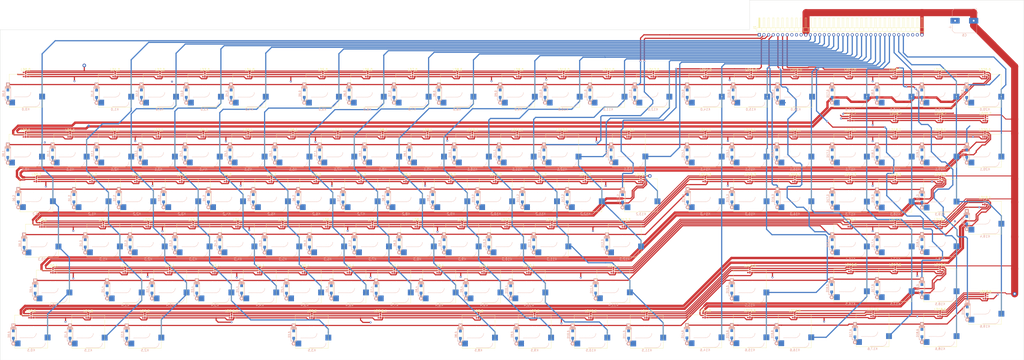
<source format=kicad_pcb>
(kicad_pcb (version 20171130) (host pcbnew "(5.1.9)-1")
  (layers (0 F.Cu signal) (1 PWRGND power) (2 MISC signal) (31 B.Cu signal) (34 B.Paste user) (35 F.Paste user) (36 B.SilkS user) (37 F.SilkS user) (38 B.Mask user) (39 F.Mask user) (44 Edge.Cuts user))
  (net 0 "")
  (net 1 KEY_ROW6)
  (net 2 "Net-(D0,5-Pad2)")
  (net 3 "Net-(D0,4-Pad2)")
  (net 4 "Net-(D0,0-Pad2)")
  (net 5 "Net-(D0,1-Pad2)")
  (net 6 "Net-(D0,2-Pad2)")
  (net 7 "Net-(D0,3-Pad2)")
  (net 8 "Net-(D1,4-Pad2)")
  (net 9 "Net-(D1,5-Pad2)")
  (net 10 "Net-(D1,1-Pad2)")
  (net 11 "Net-(D1,3-Pad2)")
  (net 12 "Net-(D1,2-Pad2)")
  (net 13 "Net-(D1,0-Pad2)")
  (net 14 "Net-(D2,0-Pad2)")
  (net 15 "Net-(D2,1-Pad2)")
  (net 16 "Net-(D3,0-Pad2)")
  (net 17 "Net-(D3,1-Pad2)")
  (net 18 "Net-(D4,0-Pad2)")
  (net 19 "Net-(D5,0-Pad2)")
  (net 20 "Net-(D5,1-Pad2)")
  (net 21 "Net-(D5,2-Pad2)")
  (net 22 "Net-(D6,1-Pad2)")
  (net 23 "Net-(D6,2-Pad2)")
  (net 24 "Net-(D6,0-Pad2)")
  (net 25 "Net-(D7,0-Pad2)")
  (net 26 "Net-(D7,2-Pad2)")
  (net 27 "Net-(D7,1-Pad2)")
  (net 28 "Net-(D8,0-Pad2)")
  (net 29 "Net-(D9,0-Pad2)")
  (net 30 "Net-(D10,3-Pad2)")
  (net 31 GNDPWR)
  (net 32 KEY_COL6)
  (net 33 KEY_COL5)
  (net 34 KEY_COL4)
  (net 35 KEY_COL3)
  (net 36 KEY_COL2)
  (net 37 KEY_COL1)
  (net 38 KEY_COL0)
  (net 39 KEY_COL7)
  (net 40 KEY_COL8)
  (net 41 KEY_COL9)
  (net 42 KEY_COL10)
  (net 43 KEY_COL11)
  (net 44 KEY_COL12)
  (net 45 KEY_COL13)
  (net 46 KEY_COL19)
  (net 47 KEY_COL18)
  (net 48 KEY_COL17)
  (net 49 KEY_COL16)
  (net 50 KEY_COL15)
  (net 51 KEY_COL14)
  (net 52 "Net-(D2,3-Pad2)")
  (net 53 "Net-(D2,4-Pad2)")
  (net 54 "Net-(D2,5-Pad2)")
  (net 55 "Net-(D2,2-Pad2)")
  (net 56 "Net-(D3,5-Pad2)")
  (net 57 "Net-(D3,2-Pad2)")
  (net 58 "Net-(D3,4-Pad2)")
  (net 59 "Net-(D3,3-Pad2)")
  (net 60 "Net-(D4,1-Pad2)")
  (net 61 "Net-(D4,4-Pad2)")
  (net 62 "Net-(D4,2-Pad2)")
  (net 63 "Net-(D4,3-Pad2)")
  (net 64 "Net-(D5,3-Pad2)")
  (net 65 "Net-(D5,4-Pad2)")
  (net 66 "Net-(D6,3-Pad2)")
  (net 67 "Net-(D6,4-Pad2)")
  (net 68 "Net-(D7,4-Pad2)")
  (net 69 "Net-(D7,3-Pad2)")
  (net 70 "Net-(D8,2-Pad2)")
  (net 71 "Net-(D8,1-Pad2)")
  (net 72 "Net-(D8,3-Pad2)")
  (net 73 "Net-(D8,4-Pad2)")
  (net 74 "Net-(D8,5-Pad2)")
  (net 75 "Net-(D9,1-Pad2)")
  (net 76 "Net-(D9,3-Pad2)")
  (net 77 "Net-(D9,4-Pad2)")
  (net 78 "Net-(D9,5-Pad2)")
  (net 79 "Net-(D9,2-Pad2)")
  (net 80 "Net-(D10,0-Pad2)")
  (net 81 "Net-(D10,1-Pad2)")
  (net 82 "Net-(D10,4-Pad2)")
  (net 83 "Net-(D10,5-Pad2)")
  (net 84 "Net-(D10,2-Pad2)")
  (net 85 "Net-(D11,3-Pad2)")
  (net 86 "Net-(D11,0-Pad2)")
  (net 87 "Net-(D11,1-Pad2)")
  (net 88 "Net-(D11,2-Pad2)")
  (net 89 "Net-(D11,4-Pad2)")
  (net 90 "Net-(D11,5-Pad2)")
  (net 91 "Net-(D12,3-Pad2)")
  (net 92 "Net-(D12,0-Pad2)")
  (net 93 "Net-(D12,1-Pad2)")
  (net 94 "Net-(D12,2-Pad2)")
  (net 95 "Net-(D13,2-Pad2)")
  (net 96 "Net-(D13,1-Pad2)")
  (net 97 "Net-(D14,1-Pad2)")
  (net 98 "Net-(D14,0-Pad2)")
  (net 99 "Net-(D14,3-Pad2)")
  (net 100 "Net-(D15,0-Pad2)")
  (net 101 "Net-(D15,3-Pad2)")
  (net 102 "Net-(D15,1-Pad2)")
  (net 103 "Net-(D15,5-Pad2)")
  (net 104 "Net-(D15,6-Pad2)")
  (net 105 "Net-(D16,4-Pad2)")
  (net 106 "Net-(D16,1-Pad2)")
  (net 107 "Net-(D16,0-Pad2)")
  (net 108 "Net-(D16,3-Pad2)")
  (net 109 "Net-(D16,5-Pad2)")
  (net 110 "Net-(D16,6-Pad2)")
  (net 111 "Net-(D17,0-Pad2)")
  (net 112 "Net-(D17,3-Pad2)")
  (net 113 "Net-(D17,1-Pad2)")
  (net 114 "Net-(D17,4-Pad2)")
  (net 115 "Net-(D17,5-Pad2)")
  (net 116 "Net-(D17,6-Pad2)")
  (net 117 "Net-(D18,0-Pad2)")
  (net 118 "Net-(D18,6-Pad2)")
  (net 119 "Net-(D18,4-Pad2)")
  (net 120 "Net-(D18,5-Pad2)")
  (net 121 "Net-(D18,1-Pad2)")
  (net 122 "Net-(D18,3-Pad2)")
  (net 123 "Net-(D19,6-Pad2)")
  (net 124 "Net-(D19,0-Pad2)")
  (net 125 "Net-(D19,4-Pad2)")
  (net 126 "Net-(D19,3-Pad2)")
  (net 127 "Net-(D19,1-Pad2)")
  (net 128 "Net-(D20,0-Pad2)")
  (net 129 "Net-(D20,1-Pad2)")
  (net 130 "Net-(LD0,1-Pad2)")
  (net 131 "Net-(LD0,1-Pad3)")
  (net 132 "Net-(LD0,5-Pad3)")
  (net 133 "Net-(LD0,5-Pad2)")
  (net 134 "Net-(LD0,3-Pad2)")
  (net 135 "Net-(LD0,3-Pad3)")
  (net 136 "Net-(LD0,4-Pad3)")
  (net 137 "Net-(LD0,4-Pad2)")
  (net 138 "Net-(LD0,2-Pad2)")
  (net 139 "Net-(LD0,2-Pad3)")
  (net 140 "Net-(LD0,0-Pad2)")
  (net 141 "Net-(LD0,0-Pad3)")
  (net 142 LED_SCL_ROW0)
  (net 143 LED_SDA_ROW0)
  (net 144 "Net-(LD1,4-Pad2)")
  (net 145 "Net-(LD1,4-Pad3)")
  (net 146 "Net-(LD1,2-Pad3)")
  (net 147 "Net-(LD1,2-Pad2)")
  (net 148 "Net-(LD1,0-Pad2)")
  (net 149 "Net-(LD1,0-Pad3)")
  (net 150 "Net-(LD2,0-Pad3)")
  (net 151 "Net-(LD2,0-Pad2)")
  (net 152 "Net-(LD2,2-Pad2)")
  (net 153 "Net-(LD2,2-Pad3)")
  (net 154 "Net-(LD2,4-Pad3)")
  (net 155 "Net-(LD2,4-Pad2)")
  (net 156 "Net-(LD3,2-Pad3)")
  (net 157 "Net-(LD3,2-Pad2)")
  (net 158 "Net-(LD3,4-Pad3)")
  (net 159 "Net-(LD3,4-Pad2)")
  (net 160 "Net-(LD3,0-Pad2)")
  (net 161 "Net-(LD3,0-Pad3)")
  (net 162 "Net-(LD4,2-Pad2)")
  (net 163 "Net-(LD4,2-Pad3)")
  (net 164 "Net-(LD4,4-Pad3)")
  (net 165 "Net-(LD4,4-Pad2)")
  (net 166 "Net-(LD4,0-Pad3)")
  (net 167 "Net-(LD4,0-Pad2)")
  (net 168 "Net-(LD5,0-Pad2)")
  (net 169 "Net-(LD5,0-Pad3)")
  (net 170 "Net-(LD5,4-Pad2)")
  (net 171 "Net-(LD5,4-Pad3)")
  (net 172 "Net-(LD5,2-Pad3)")
  (net 173 "Net-(LD5,2-Pad2)")
  (net 174 "Net-(LD6,0-Pad3)")
  (net 175 "Net-(LD6,0-Pad2)")
  (net 176 "Net-(LD6,2-Pad3)")
  (net 177 "Net-(LD6,2-Pad2)")
  (net 178 "Net-(LD6,4-Pad3)")
  (net 179 "Net-(LD6,4-Pad2)")
  (net 180 "Net-(LD7,4-Pad2)")
  (net 181 "Net-(LD7,4-Pad3)")
  (net 182 "Net-(LD7,2-Pad2)")
  (net 183 "Net-(LD7,2-Pad3)")
  (net 184 "Net-(LD7,0-Pad2)")
  (net 185 "Net-(LD7,0-Pad3)")
  (net 186 "Net-(LD8,4-Pad3)")
  (net 187 "Net-(LD8,4-Pad2)")
  (net 188 "Net-(LD8,2-Pad2)")
  (net 189 "Net-(LD8,2-Pad3)")
  (net 190 "Net-(LD8,0-Pad3)")
  (net 191 "Net-(LD8,0-Pad2)")
  (net 192 "Net-(LD10,0-Pad5)")
  (net 193 "Net-(LD10,0-Pad4)")
  (net 194 "Net-(LD10,3-Pad4)")
  (net 195 "Net-(LD10,3-Pad5)")
  (net 196 "Net-(LD10,2-Pad4)")
  (net 197 "Net-(LD10,2-Pad5)")
  (net 198 "Net-(LD10,1-Pad5)")
  (net 199 "Net-(LD10,1-Pad4)")
  (net 200 "Net-(LD10,4-Pad5)")
  (net 201 "Net-(LD10,4-Pad4)")
  (net 202 "Net-(LD10,5-Pad4)")
  (net 203 "Net-(LD10,5-Pad5)")
  (net 204 "Net-(LD10,1-Pad3)")
  (net 205 "Net-(LD10,1-Pad2)")
  (net 206 "Net-(LD10,4-Pad3)")
  (net 207 "Net-(LD10,4-Pad2)")
  (net 208 "Net-(LD10,5-Pad2)")
  (net 209 "Net-(LD10,5-Pad3)")
  (net 210 "Net-(LD10,3-Pad2)")
  (net 211 "Net-(LD10,3-Pad3)")
  (net 212 "Net-(LD10,2-Pad2)")
  (net 213 "Net-(LD10,2-Pad3)")
  (net 214 "Net-(LD10,0-Pad3)")
  (net 215 "Net-(LD10,0-Pad2)")
  (net 216 "Net-(LD11,2-Pad3)")
  (net 217 "Net-(LD11,2-Pad2)")
  (net 218 "Net-(LD11,0-Pad2)")
  (net 219 "Net-(LD11,0-Pad3)")
  (net 220 "Net-(LD11,4-Pad2)")
  (net 221 "Net-(LD11,4-Pad3)")
  (net 222 "Net-(LD12,0-Pad2)")
  (net 223 "Net-(LD12,0-Pad3)")
  (net 224 "Net-(LD12,2-Pad2)")
  (net 225 "Net-(LD12,2-Pad3)")
  (net 226 "Net-(LD14,6-Pad3)")
  (net 227 "Net-(LD14,6-Pad2)")
  (net 228 "Net-(LD14,0-Pad3)")
  (net 229 "Net-(LD14,0-Pad2)")
  (net 230 "Net-(LD14,3-Pad3)")
  (net 231 "Net-(LD14,3-Pad2)")
  (net 232 "Net-(LD15,6-Pad3)")
  (net 233 "Net-(LD15,6-Pad2)")
  (net 234 "Net-(LD15,0-Pad2)")
  (net 235 "Net-(LD15,0-Pad3)")
  (net 236 "Net-(LD16,0-Pad3)")
  (net 237 "Net-(LD16,0-Pad2)")
  (net 238 "Net-(LD16,6-Pad2)")
  (net 239 "Net-(LD16,6-Pad3)")
  (net 240 "Net-(LD16,4-Pad3)")
  (net 241 "Net-(LD16,4-Pad2)")
  (net 242 "Net-(LD17,0-Pad2)")
  (net 243 "Net-(LD17,0-Pad3)")
  (net 244 "Net-(LD17,6-Pad3)")
  (net 245 "Net-(LD17,6-Pad2)")
  (net 246 "Net-(LD17,4-Pad2)")
  (net 247 "Net-(LD17,4-Pad3)")
  (net 248 "Net-(LD18,6-Pad2)")
  (net 249 "Net-(LD18,6-Pad3)")
  (net 250 "Net-(LD18,0-Pad3)")
  (net 251 "Net-(LD18,0-Pad2)")
  (net 252 "Net-(LD18,4-Pad3)")
  (net 253 "Net-(LD18,4-Pad2)")
  (net 254 "Net-(LD19,0-Pad2)")
  (net 255 "Net-(LD19,0-Pad3)")
  (net 256 MAIN_VBUS)
  (net 257 KEY_ROW5)
  (net 258 KEY_ROW4)
  (net 259 KEY_ROW3)
  (net 260 KEY_ROW2)
  (net 261 KEY_ROW1)
  (net 262 KEY_ROW0)
  (net 263 "Net-(LD17,7-Pad2)")
  (net 264 "Net-(LD17,7-Pad3)")
  (net 265 "Net-(LD18,7-Pad3)")
  (net 266 "Net-(LD18,7-Pad2)")
  (net 267 "Net-(LD19,7-Pad2)")
  (net 268 "Net-(LD19,7-Pad3)")
  (net 269 "Net-(D14,6-Pad2)")
  (net 270 KEY_COL20)
  (net 271 "Net-(LD0,5-Pad5)")
  (net 272 "Net-(LD0,5-Pad4)")
  (net 273 "Net-(LD0,1-Pad5)")
  (net 274 "Net-(LD0,1-Pad4)")
  (net 275 "Net-(LD0,3-Pad5)")
  (net 276 "Net-(LD0,3-Pad4)")
  (net 277 "Net-(LD3,5,1-Pad2)")
  (net 278 "Net-(LD3,5,1-Pad3)")
  (net 279 "Net-(LD3,5,1-Pad5)")
  (net 280 "Net-(LD3,5,1-Pad4)")
  (net 281 LED_SCL_STATUS0)
  (net 282 LED_SDA_STATUS0)
  (net 283 "Net-(LD0,2-Pad5)")
  (net 284 "Net-(LD0,2-Pad4)")
  (net 285 "Net-(LD1,1-Pad2)")
  (net 286 "Net-(LD1,1-Pad3)")
  (net 287 "Net-(LD2,1-Pad2)")
  (net 288 "Net-(LD2,1-Pad3)")
  (net 289 "Net-(LD3,1-Pad2)")
  (net 290 "Net-(LD3,1-Pad3)")
  (net 291 "Net-(LD4,1-Pad2)")
  (net 292 "Net-(LD4,1-Pad3)")
  (net 293 "Net-(LD5,1-Pad2)")
  (net 294 "Net-(LD5,1-Pad3)")
  (net 295 "Net-(LD6,1-Pad2)")
  (net 296 "Net-(LD6,1-Pad3)")
  (net 297 "Net-(LD7,1-Pad2)")
  (net 298 "Net-(LD7,1-Pad3)")
  (net 299 "Net-(LD8,1-Pad2)")
  (net 300 "Net-(LD8,1-Pad3)")
  (net 301 "Net-(LD11,1-Pad2)")
  (net 302 "Net-(LD11,1-Pad3)")
  (net 303 "Net-(LD12,1-Pad2)")
  (net 304 "Net-(LD12,1-Pad3)")
  (net 305 "Net-(LD13,1-Pad2)")
  (net 306 "Net-(LD13,1-Pad3)")
  (net 307 "Net-(LD14,1-Pad2)")
  (net 308 "Net-(LD14,1-Pad3)")
  (net 309 "Net-(LD15,1-Pad2)")
  (net 310 "Net-(LD15,1-Pad3)")
  (net 311 "Net-(LD16,1-Pad2)")
  (net 312 "Net-(LD16,1-Pad3)")
  (net 313 "Net-(LD17,1-Pad2)")
  (net 314 "Net-(LD17,1-Pad3)")
  (net 315 "Net-(LD18,1-Pad2)")
  (net 316 "Net-(LD18,1-Pad3)")
  (net 317 "Net-(LD19,1-Pad2)")
  (net 318 "Net-(LD19,1-Pad3)")
  (net 319 "Net-(LD0,4-Pad5)")
  (net 320 "Net-(LD0,4-Pad4)")
  (net 321 "Net-(LD1,3-Pad2)")
  (net 322 "Net-(LD1,3-Pad3)")
  (net 323 "Net-(LD1,5-Pad2)")
  (net 324 "Net-(LD1,5-Pad3)")
  (net 325 "Net-(LD2,3-Pad2)")
  (net 326 "Net-(LD2,3-Pad3)")
  (net 327 "Net-(LD2,5-Pad2)")
  (net 328 "Net-(LD2,5-Pad3)")
  (net 329 "Net-(LD3,5,0-Pad2)")
  (net 330 "Net-(LD3,5,0-Pad3)")
  (net 331 "Net-(LD3,3-Pad2)")
  (net 332 "Net-(LD3,3-Pad3)")
  (net 333 "Net-(LD4,3-Pad2)")
  (net 334 "Net-(LD4,3-Pad3)")
  (net 335 "Net-(LD5,3-Pad2)")
  (net 336 "Net-(LD5,3-Pad3)")
  (net 337 "Net-(LD6,3-Pad2)")
  (net 338 "Net-(LD6,3-Pad3)")
  (net 339 "Net-(LD7,3-Pad2)")
  (net 340 "Net-(LD7,3-Pad3)")
  (net 341 "Net-(LD8,5-Pad2)")
  (net 342 "Net-(LD8,5-Pad3)")
  (net 343 "Net-(LD8,3-Pad2)")
  (net 344 "Net-(LD8,3-Pad3)")
  (net 345 "Net-(LD11,5-Pad2)")
  (net 346 "Net-(LD11,5-Pad3)")
  (net 347 "Net-(LD11,3-Pad2)")
  (net 348 "Net-(LD11,3-Pad3)")
  (net 349 "Net-(LD12,3-Pad2)")
  (net 350 "Net-(LD12,3-Pad3)")
  (net 351 "Net-(LD14,6-Pad5)")
  (net 352 "Net-(LD14,6-Pad4)")
  (net 353 "Net-(LD15,5-Pad2)")
  (net 354 "Net-(LD15,5-Pad3)")
  (net 355 "Net-(LD15,3-Pad2)")
  (net 356 "Net-(LD15,3-Pad3)")
  (net 357 "Net-(LD16,5-Pad2)")
  (net 358 "Net-(LD16,5-Pad3)")
  (net 359 "Net-(LD16,3-Pad2)")
  (net 360 "Net-(LD16,3-Pad3)")
  (net 361 "Net-(LD17,5-Pad2)")
  (net 362 "Net-(LD17,5-Pad3)")
  (net 363 "Net-(LD17,3-Pad2)")
  (net 364 "Net-(LD17,3-Pad3)")
  (net 365 "Net-(LD18,3-Pad2)")
  (net 366 "Net-(LD18,3-Pad3)")
  (net 367 SPI_MOSI)
  (module Switch_Keyboard_Kailh:SW_Hotswap_Kailh_1.00u (layer F.Cu) (at 192.59296 55.5371 180)
    (fp_text reference K7,0 (at 0 -8) (layer B.SilkS) (effects (justify mirror)))
    (fp_text value ~)
    (pad 2 smd rect (at 5.842 -5.08 180) (size 2.55 2.5) (layers B.Cu B.Paste B.Mask) (net 25 "Net-(D7,0-Pad2)"))
    (pad 1 smd rect (at -7.085 -2.54 180) (size 2.55 2.5) (layers B.Cu B.Paste B.Mask) (net 39 KEY_COL7))
    (pad "" np_thru_hole circle (at 5.08 0 180) (size 1.75 1.75) (drill 1.75) (layers *.Cu *.Mask))
    (pad "" np_thru_hole circle (at -5.08 0 180) (size 1.75 1.75) (drill 1.75) (layers *.Cu *.Mask))
    (pad "" np_thru_hole circle (at 0 0 180) (size 4 4) (drill 4) (layers *.Cu *.Mask))
    (pad "" np_thru_hole circle (at 2.54 -5.08 180) (size 3 3) (drill 3) (layers *.Cu *.Mask))
    (pad "" np_thru_hole circle (at -3.81 -2.54 180) (size 3 3) (drill 3) (layers *.Cu *.Mask))
  )
  (module Connector_PinHeader_2.00mm:PinHeader_1x36_P2.00mm_Horizontal (layer F.Cu) (at 342.0364 31.4452 90)
    (fp_text reference J1 (at 3.1 -2 90) (layer F.SilkS))
    (fp_text value Conn_01x36)
    (pad 36 thru_hole oval (at 0 70 90) (size 1.35 1.35) (drill 0.8) (layers *.Cu *.Mask) (net 31 GNDPWR))
    (pad 35 thru_hole oval (at 0 68 90) (size 1.35 1.35) (drill 0.8) (layers *.Cu *.Mask) (net 281 LED_SCL_STATUS0))
    (pad 34 thru_hole oval (at 0 66 90) (size 1.35 1.35) (drill 0.8) (layers *.Cu *.Mask) (net 282 LED_SDA_STATUS0))
    (pad 33 thru_hole oval (at 0 64 90) (size 1.35 1.35) (drill 0.8) (layers *.Cu *.Mask) (net 256 MAIN_VBUS))
    (pad 32 thru_hole oval (at 0 62 90) (size 1.35 1.35) (drill 0.8) (layers *.Cu *.Mask) (net 270 KEY_COL20))
    (pad 31 thru_hole oval (at 0 60 90) (size 1.35 1.35) (drill 0.8) (layers *.Cu *.Mask) (net 46 KEY_COL19))
    (pad 30 thru_hole oval (at 0 58 90) (size 1.35 1.35) (drill 0.8) (layers *.Cu *.Mask) (net 47 KEY_COL18))
    (pad 29 thru_hole oval (at 0 56 90) (size 1.35 1.35) (drill 0.8) (layers *.Cu *.Mask) (net 48 KEY_COL17))
    (pad 28 thru_hole oval (at 0 54 90) (size 1.35 1.35) (drill 0.8) (layers *.Cu *.Mask) (net 49 KEY_COL16))
    (pad 27 thru_hole oval (at 0 52 90) (size 1.35 1.35) (drill 0.8) (layers *.Cu *.Mask) (net 50 KEY_COL15))
    (pad 26 thru_hole oval (at 0 50 90) (size 1.35 1.35) (drill 0.8) (layers *.Cu *.Mask) (net 51 KEY_COL14))
    (pad 25 thru_hole oval (at 0 48 90) (size 1.35 1.35) (drill 0.8) (layers *.Cu *.Mask) (net 45 KEY_COL13))
    (pad 24 thru_hole oval (at 0 46 90) (size 1.35 1.35) (drill 0.8) (layers *.Cu *.Mask) (net 44 KEY_COL12))
    (pad 23 thru_hole oval (at 0 44 90) (size 1.35 1.35) (drill 0.8) (layers *.Cu *.Mask) (net 43 KEY_COL11))
    (pad 22 thru_hole oval (at 0 42 90) (size 1.35 1.35) (drill 0.8) (layers *.Cu *.Mask) (net 42 KEY_COL10))
    (pad 21 thru_hole oval (at 0 40 90) (size 1.35 1.35) (drill 0.8) (layers *.Cu *.Mask) (net 41 KEY_COL9))
    (pad 20 thru_hole oval (at 0 38 90) (size 1.35 1.35) (drill 0.8) (layers *.Cu *.Mask) (net 40 KEY_COL8))
    (pad 19 thru_hole oval (at 0 36 90) (size 1.35 1.35) (drill 0.8) (layers *.Cu *.Mask) (net 39 KEY_COL7))
    (pad 18 thru_hole oval (at 0 34 90) (size 1.35 1.35) (drill 0.8) (layers *.Cu *.Mask) (net 32 KEY_COL6))
    (pad 17 thru_hole oval (at 0 32 90) (size 1.35 1.35) (drill 0.8) (layers *.Cu *.Mask) (net 33 KEY_COL5))
    (pad 16 thru_hole oval (at 0 30 90) (size 1.35 1.35) (drill 0.8) (layers *.Cu *.Mask) (net 34 KEY_COL4))
    (pad 15 thru_hole oval (at 0 28 90) (size 1.35 1.35) (drill 0.8) (layers *.Cu *.Mask) (net 35 KEY_COL3))
    (pad 14 thru_hole oval (at 0 26 90) (size 1.35 1.35) (drill 0.8) (layers *.Cu *.Mask) (net 36 KEY_COL2))
    (pad 13 thru_hole oval (at 0 24 90) (size 1.35 1.35) (drill 0.8) (layers *.Cu *.Mask) (net 37 KEY_COL1))
    (pad 12 thru_hole oval (at 0 22 90) (size 1.35 1.35) (drill 0.8) (layers *.Cu *.Mask) (net 38 KEY_COL0))
    (pad 11 thru_hole oval (at 0 20 90) (size 1.35 1.35) (drill 0.8) (layers *.Cu *.Mask) (net 31 GNDPWR))
    (pad 10 thru_hole oval (at 0 18 90) (size 1.35 1.35) (drill 0.8) (layers *.Cu *.Mask) (net 142 LED_SCL_ROW0))
    (pad 9 thru_hole oval (at 0 16 90) (size 1.35 1.35) (drill 0.8) (layers *.Cu *.Mask) (net 143 LED_SDA_ROW0))
    (pad 8 thru_hole oval (at 0 14 90) (size 1.35 1.35) (drill 0.8) (layers *.Cu *.Mask) (net 256 MAIN_VBUS))
    (pad 7 thru_hole oval (at 0 12 90) (size 1.35 1.35) (drill 0.8) (layers *.Cu *.Mask) (net 1 KEY_ROW6))
    (pad 6 thru_hole oval (at 0 10 90) (size 1.35 1.35) (drill 0.8) (layers *.Cu *.Mask) (net 257 KEY_ROW5))
    (pad 5 thru_hole oval (at 0 8 90) (size 1.35 1.35) (drill 0.8) (layers *.Cu *.Mask) (net 258 KEY_ROW4))
    (pad 4 thru_hole oval (at 0 6 90) (size 1.35 1.35) (drill 0.8) (layers *.Cu *.Mask) (net 259 KEY_ROW3))
    (pad 3 thru_hole oval (at 0 4 90) (size 1.35 1.35) (drill 0.8) (layers *.Cu *.Mask) (net 260 KEY_ROW2))
    (pad 2 thru_hole oval (at 0 2 90) (size 1.35 1.35) (drill 0.8) (layers *.Cu *.Mask) (net 261 KEY_ROW1))
    (pad 1 thru_hole rect (at 0 0 90) (size 1.35 1.35) (drill 0.8) (layers *.Cu *.Mask) (net 262 KEY_ROW0))
  )
  (module Custom_pico:LED-APA102-2020 (layer F.Cu) (at 178.9557 152.3492 180)
    (fp_text reference LD3,5,1 (at 0 2.11) (layer F.SilkS))
    (fp_text value "APA102 2020")
    (fp_text user 1 (at -1.7 -0.9) (layer F.SilkS) (effects (font (size 0.6 0.6) (thickness 0.1))))
    (pad 1 smd rect (at -0.85 -0.9 180) (size 0.8 0.5) (layers F.Cu F.Paste F.Mask) (net 256 MAIN_VBUS))
    (pad 2 smd rect (at -0.85 0 180) (size 0.8 0.3) (layers F.Cu F.Paste F.Mask) (net 277 "Net-(LD3,5,1-Pad2)"))
    (pad 3 smd rect (at -0.85 0.9 180) (size 0.8 0.5) (layers F.Cu F.Paste F.Mask) (net 278 "Net-(LD3,5,1-Pad3)"))
    (pad 5 smd rect (at 0.85 0 180) (size 0.8 0.3) (layers F.Cu F.Paste F.Mask) (net 279 "Net-(LD3,5,1-Pad5)"))
    (pad 4 smd rect (at 0.85 0.9 180) (size 0.8 0.5) (layers F.Cu F.Paste F.Mask) (net 280 "Net-(LD3,5,1-Pad4)"))
    (pad 7 smd rect (at 0.85 -0.9 180) (size 0.8 0.5) (layers F.Cu F.Paste F.Mask))
    (pad 8 smd rect (at 0 -0.83 270) (size 1 0.5) (layers F.Cu F.Paste F.Mask))
    (pad 6 smd rect (at 0 0.69 270) (size 1.58 0.5) (layers F.Cu F.Paste F.Mask) (net 31 GNDPWR))
  )
  (module Custom_pico:LED-APA102-2020 (layer F.Cu) (at 114.8588 152.3619 180)
    (fp_text reference LD3,5,0 (at 0 2.11) (layer F.SilkS))
    (fp_text value "APA102 2020")
    (fp_text user 1 (at -1.7 -0.9) (layer F.SilkS) (effects (font (size 0.6 0.6) (thickness 0.1))))
    (pad 1 smd rect (at -0.85 -0.9 180) (size 0.8 0.5) (layers F.Cu F.Paste F.Mask) (net 256 MAIN_VBUS))
    (pad 2 smd rect (at -0.85 0 180) (size 0.8 0.3) (layers F.Cu F.Paste F.Mask) (net 329 "Net-(LD3,5,0-Pad2)"))
    (pad 3 smd rect (at -0.85 0.9 180) (size 0.8 0.5) (layers F.Cu F.Paste F.Mask) (net 330 "Net-(LD3,5,0-Pad3)"))
    (pad 5 smd rect (at 0.85 0 180) (size 0.8 0.3) (layers F.Cu F.Paste F.Mask) (net 327 "Net-(LD2,5-Pad2)"))
    (pad 4 smd rect (at 0.85 0.9 180) (size 0.8 0.5) (layers F.Cu F.Paste F.Mask) (net 328 "Net-(LD2,5-Pad3)"))
    (pad 7 smd rect (at 0.85 -0.9 180) (size 0.8 0.5) (layers F.Cu F.Paste F.Mask))
    (pad 8 smd rect (at 0 -0.83 270) (size 1 0.5) (layers F.Cu F.Paste F.Mask))
    (pad 6 smd rect (at 0 0.69 270) (size 1.58 0.5) (layers F.Cu F.Paste F.Mask) (net 31 GNDPWR))
  )
  (module Custom_pico:LED-APA102-2020 (layer F.Cu) (at 439.3311 67.4751 180)
    (fp_text reference LD20,7 (at 0 2.11 180) (layer F.SilkS))
    (fp_text value "APA102 2020")
    (fp_text user 1 (at -1.7 -0.9 180) (layer F.SilkS) (effects (font (size 0.6 0.6) (thickness 0.1))))
    (pad 1 smd rect (at -0.85 -0.9 180) (size 0.8 0.5) (layers F.Cu F.Paste F.Mask) (net 256 MAIN_VBUS))
    (pad 2 smd rect (at -0.85 0 180) (size 0.8 0.3) (layers F.Cu F.Paste F.Mask))
    (pad 3 smd rect (at -0.85 0.9 180) (size 0.8 0.5) (layers F.Cu F.Paste F.Mask))
    (pad 5 smd rect (at 0.85 0 180) (size 0.8 0.3) (layers F.Cu F.Paste F.Mask) (net 267 "Net-(LD19,7-Pad2)"))
    (pad 4 smd rect (at 0.85 0.9 180) (size 0.8 0.5) (layers F.Cu F.Paste F.Mask) (net 268 "Net-(LD19,7-Pad3)"))
    (pad 7 smd rect (at 0.85 -0.9 180) (size 0.8 0.5) (layers F.Cu F.Paste F.Mask))
    (pad 8 smd rect (at 0 -0.83 270) (size 1 0.5) (layers F.Cu F.Paste F.Mask))
    (pad 6 smd rect (at 0 0.69 270) (size 1.58 0.5) (layers F.Cu F.Paste F.Mask) (net 31 GNDPWR))
  )
  (module Custom_pico:LED-APA102-2020 (layer F.Cu) (at 439.0771 48.5648 180)
    (fp_text reference LD20,0 (at 0 2.11 180) (layer F.SilkS))
    (fp_text value "APA102 2020")
    (fp_text user 1 (at -1.7 -0.9 180) (layer F.SilkS) (effects (font (size 0.6 0.6) (thickness 0.1))))
    (pad 1 smd rect (at -0.85 -0.9 180) (size 0.8 0.5) (layers F.Cu F.Paste F.Mask) (net 256 MAIN_VBUS))
    (pad 2 smd rect (at -0.85 0 180) (size 0.8 0.3) (layers F.Cu F.Paste F.Mask) (net 273 "Net-(LD0,1-Pad5)"))
    (pad 3 smd rect (at -0.85 0.9 180) (size 0.8 0.5) (layers F.Cu F.Paste F.Mask) (net 274 "Net-(LD0,1-Pad4)"))
    (pad 5 smd rect (at 0.85 0 180) (size 0.8 0.3) (layers F.Cu F.Paste F.Mask) (net 254 "Net-(LD19,0-Pad2)"))
    (pad 4 smd rect (at 0.85 0.9 180) (size 0.8 0.5) (layers F.Cu F.Paste F.Mask) (net 255 "Net-(LD19,0-Pad3)"))
    (pad 7 smd rect (at 0.85 -0.9 180) (size 0.8 0.5) (layers F.Cu F.Paste F.Mask))
    (pad 8 smd rect (at 0 -0.83 270) (size 1 0.5) (layers F.Cu F.Paste F.Mask))
    (pad 6 smd rect (at 0 0.69 270) (size 1.58 0.5) (layers F.Cu F.Paste F.Mask) (net 31 GNDPWR))
  )
  (module Custom_pico:LED-APA102-2020 (layer F.Cu) (at 439.1406 74.4601 180)
    (fp_text reference LD20,1 (at 0 2.11 180) (layer F.SilkS))
    (fp_text value "APA102 2020")
    (fp_text user 1 (at -1.7 -0.9 180) (layer F.SilkS) (effects (font (size 0.6 0.6) (thickness 0.1))))
    (pad 1 smd rect (at -0.85 -0.9 180) (size 0.8 0.5) (layers F.Cu F.Paste F.Mask) (net 256 MAIN_VBUS))
    (pad 2 smd rect (at -0.85 0 180) (size 0.8 0.3) (layers F.Cu F.Paste F.Mask) (net 283 "Net-(LD0,2-Pad5)"))
    (pad 3 smd rect (at -0.85 0.9 180) (size 0.8 0.5) (layers F.Cu F.Paste F.Mask) (net 284 "Net-(LD0,2-Pad4)"))
    (pad 5 smd rect (at 0.85 0 180) (size 0.8 0.3) (layers F.Cu F.Paste F.Mask) (net 317 "Net-(LD19,1-Pad2)"))
    (pad 4 smd rect (at 0.85 0.9 180) (size 0.8 0.5) (layers F.Cu F.Paste F.Mask) (net 318 "Net-(LD19,1-Pad3)"))
    (pad 7 smd rect (at 0.85 -0.9 180) (size 0.8 0.5) (layers F.Cu F.Paste F.Mask))
    (pad 8 smd rect (at 0 -0.83 270) (size 1 0.5) (layers F.Cu F.Paste F.Mask))
    (pad 6 smd rect (at 0 0.69 270) (size 1.58 0.5) (layers F.Cu F.Paste F.Mask) (net 31 GNDPWR))
  )
  (module Custom_pico:LED-APA102-2020 (layer F.Cu) (at 439.3946 144.1196 180)
    (fp_text reference LD19,6 (at 0 2.11 180) (layer F.SilkS))
    (fp_text value "APA102 2020")
    (fp_text user 1 (at -1.7 -0.9 180) (layer F.SilkS) (effects (font (size 0.6 0.6) (thickness 0.1))))
    (pad 1 smd rect (at -0.85 -0.9 180) (size 0.8 0.5) (layers F.Cu F.Paste F.Mask) (net 256 MAIN_VBUS))
    (pad 2 smd rect (at -0.85 0 180) (size 0.8 0.3) (layers F.Cu F.Paste F.Mask))
    (pad 3 smd rect (at -0.85 0.9 180) (size 0.8 0.5) (layers F.Cu F.Paste F.Mask))
    (pad 5 smd rect (at 0.85 0 180) (size 0.8 0.3) (layers F.Cu F.Paste F.Mask) (net 248 "Net-(LD18,6-Pad2)"))
    (pad 4 smd rect (at 0.85 0.9 180) (size 0.8 0.5) (layers F.Cu F.Paste F.Mask) (net 249 "Net-(LD18,6-Pad3)"))
    (pad 7 smd rect (at 0.85 -0.9 180) (size 0.8 0.5) (layers F.Cu F.Paste F.Mask))
    (pad 8 smd rect (at 0 -0.83 270) (size 1 0.5) (layers F.Cu F.Paste F.Mask))
    (pad 6 smd rect (at 0 0.69 270) (size 1.58 0.5) (layers F.Cu F.Paste F.Mask) (net 31 GNDPWR))
  )
  (module Custom_pico:LED-APA102-2020 (layer F.Cu) (at 419.8366 93.726 180)
    (fp_text reference LD19,3 (at 0 2.11 180) (layer F.SilkS))
    (fp_text value "APA102 2020")
    (fp_text user 1 (at -1.7 -0.9 180) (layer F.SilkS) (effects (font (size 0.6 0.6) (thickness 0.1))))
    (pad 1 smd rect (at -0.85 -0.9 180) (size 0.8 0.5) (layers F.Cu F.Paste F.Mask) (net 256 MAIN_VBUS))
    (pad 2 smd rect (at -0.85 0 180) (size 0.8 0.3) (layers F.Cu F.Paste F.Mask) (net 319 "Net-(LD0,4-Pad5)"))
    (pad 3 smd rect (at -0.85 0.9 180) (size 0.8 0.5) (layers F.Cu F.Paste F.Mask) (net 320 "Net-(LD0,4-Pad4)"))
    (pad 5 smd rect (at 0.85 0 180) (size 0.8 0.3) (layers F.Cu F.Paste F.Mask) (net 365 "Net-(LD18,3-Pad2)"))
    (pad 4 smd rect (at 0.85 0.9 180) (size 0.8 0.5) (layers F.Cu F.Paste F.Mask) (net 366 "Net-(LD18,3-Pad3)"))
    (pad 7 smd rect (at 0.85 -0.9 180) (size 0.8 0.5) (layers F.Cu F.Paste F.Mask))
    (pad 8 smd rect (at 0 -0.83 270) (size 1 0.5) (layers F.Cu F.Paste F.Mask))
    (pad 6 smd rect (at 0 0.69 270) (size 1.58 0.5) (layers F.Cu F.Paste F.Mask) (net 31 GNDPWR))
  )
  (module Custom_pico:LED-APA102-2020 (layer F.Cu) (at 439.1406 103.6066 180)
    (fp_text reference LD19,4 (at 0 2.11 180) (layer F.SilkS))
    (fp_text value "APA102 2020")
    (fp_text user 1 (at -1.7 -0.9 180) (layer F.SilkS) (effects (font (size 0.6 0.6) (thickness 0.1))))
    (pad 1 smd rect (at -0.85 -0.9 180) (size 0.8 0.5) (layers F.Cu F.Paste F.Mask) (net 256 MAIN_VBUS))
    (pad 2 smd rect (at -0.85 0 180) (size 0.8 0.3) (layers F.Cu F.Paste F.Mask) (net 271 "Net-(LD0,5-Pad5)"))
    (pad 3 smd rect (at -0.85 0.9 180) (size 0.8 0.5) (layers F.Cu F.Paste F.Mask) (net 272 "Net-(LD0,5-Pad4)"))
    (pad 5 smd rect (at 0.85 0 180) (size 0.8 0.3) (layers F.Cu F.Paste F.Mask) (net 253 "Net-(LD18,4-Pad2)"))
    (pad 4 smd rect (at 0.85 0.9 180) (size 0.8 0.5) (layers F.Cu F.Paste F.Mask) (net 252 "Net-(LD18,4-Pad3)"))
    (pad 7 smd rect (at 0.85 -0.9 180) (size 0.8 0.5) (layers F.Cu F.Paste F.Mask))
    (pad 8 smd rect (at 0 -0.83 270) (size 1 0.5) (layers F.Cu F.Paste F.Mask))
    (pad 6 smd rect (at 0 0.69 270) (size 1.58 0.5) (layers F.Cu F.Paste F.Mask) (net 31 GNDPWR))
  )
  (module Custom_pico:LED-APA102-2020 (layer F.Cu) (at 419.8366 74.4728 180)
    (fp_text reference LD19,1 (at 0 2.11 180) (layer F.SilkS))
    (fp_text value "APA102 2020")
    (fp_text user 1 (at -1.7 -0.9 180) (layer F.SilkS) (effects (font (size 0.6 0.6) (thickness 0.1))))
    (pad 1 smd rect (at -0.85 -0.9 180) (size 0.8 0.5) (layers F.Cu F.Paste F.Mask) (net 256 MAIN_VBUS))
    (pad 2 smd rect (at -0.85 0 180) (size 0.8 0.3) (layers F.Cu F.Paste F.Mask) (net 317 "Net-(LD19,1-Pad2)"))
    (pad 3 smd rect (at -0.85 0.9 180) (size 0.8 0.5) (layers F.Cu F.Paste F.Mask) (net 318 "Net-(LD19,1-Pad3)"))
    (pad 5 smd rect (at 0.85 0 180) (size 0.8 0.3) (layers F.Cu F.Paste F.Mask) (net 315 "Net-(LD18,1-Pad2)"))
    (pad 4 smd rect (at 0.85 0.9 180) (size 0.8 0.5) (layers F.Cu F.Paste F.Mask) (net 316 "Net-(LD18,1-Pad3)"))
    (pad 7 smd rect (at 0.85 -0.9 180) (size 0.8 0.5) (layers F.Cu F.Paste F.Mask))
    (pad 8 smd rect (at 0 -0.83 270) (size 1 0.5) (layers F.Cu F.Paste F.Mask))
    (pad 6 smd rect (at 0 0.69 270) (size 1.58 0.5) (layers F.Cu F.Paste F.Mask) (net 31 GNDPWR))
  )
  (module Custom_pico:LED-APA102-2020 (layer F.Cu) (at 419.7604 48.5648 180)
    (fp_text reference LD19,0 (at 0 2.11 180) (layer F.SilkS))
    (fp_text value "APA102 2020")
    (fp_text user 1 (at -1.7 -0.9 180) (layer F.SilkS) (effects (font (size 0.6 0.6) (thickness 0.1))))
    (pad 1 smd rect (at -0.85 -0.9 180) (size 0.8 0.5) (layers F.Cu F.Paste F.Mask) (net 256 MAIN_VBUS))
    (pad 2 smd rect (at -0.85 0 180) (size 0.8 0.3) (layers F.Cu F.Paste F.Mask) (net 254 "Net-(LD19,0-Pad2)"))
    (pad 3 smd rect (at -0.85 0.9 180) (size 0.8 0.5) (layers F.Cu F.Paste F.Mask) (net 255 "Net-(LD19,0-Pad3)"))
    (pad 5 smd rect (at 0.85 0 180) (size 0.8 0.3) (layers F.Cu F.Paste F.Mask) (net 251 "Net-(LD18,0-Pad2)"))
    (pad 4 smd rect (at 0.85 0.9 180) (size 0.8 0.5) (layers F.Cu F.Paste F.Mask) (net 250 "Net-(LD18,0-Pad3)"))
    (pad 7 smd rect (at 0.85 -0.9 180) (size 0.8 0.5) (layers F.Cu F.Paste F.Mask))
    (pad 8 smd rect (at 0 -0.83 270) (size 1 0.5) (layers F.Cu F.Paste F.Mask))
    (pad 6 smd rect (at 0 0.69 270) (size 1.58 0.5) (layers F.Cu F.Paste F.Mask) (net 31 GNDPWR))
  )
  (module Custom_pico:LED-APA102-2020 (layer F.Cu) (at 420.0271 67.4243 180)
    (fp_text reference LD19,7 (at 0 2.11 180) (layer F.SilkS))
    (fp_text value "APA102 2020")
    (fp_text user 1 (at -1.7 -0.9 180) (layer F.SilkS) (effects (font (size 0.6 0.6) (thickness 0.1))))
    (pad 1 smd rect (at -0.85 -0.9 180) (size 0.8 0.5) (layers F.Cu F.Paste F.Mask) (net 256 MAIN_VBUS))
    (pad 2 smd rect (at -0.85 0 180) (size 0.8 0.3) (layers F.Cu F.Paste F.Mask) (net 267 "Net-(LD19,7-Pad2)"))
    (pad 3 smd rect (at -0.85 0.9 180) (size 0.8 0.5) (layers F.Cu F.Paste F.Mask) (net 268 "Net-(LD19,7-Pad3)"))
    (pad 5 smd rect (at 0.85 0 180) (size 0.8 0.3) (layers F.Cu F.Paste F.Mask) (net 266 "Net-(LD18,7-Pad2)"))
    (pad 4 smd rect (at 0.85 0.9 180) (size 0.8 0.5) (layers F.Cu F.Paste F.Mask) (net 265 "Net-(LD18,7-Pad3)"))
    (pad 7 smd rect (at 0.85 -0.9 180) (size 0.8 0.5) (layers F.Cu F.Paste F.Mask))
    (pad 8 smd rect (at 0 -0.83 270) (size 1 0.5) (layers F.Cu F.Paste F.Mask))
    (pad 6 smd rect (at 0 0.69 270) (size 1.58 0.5) (layers F.Cu F.Paste F.Mask) (net 31 GNDPWR))
  )
  (module Custom_pico:LED-APA102-2020 (layer F.Cu) (at 400.4564 48.5648 180)
    (fp_text reference LD18,0 (at 0 2.11 180) (layer F.SilkS))
    (fp_text value "APA102 2020")
    (fp_text user 1 (at -1.7 -0.9 180) (layer F.SilkS) (effects (font (size 0.6 0.6) (thickness 0.1))))
    (pad 1 smd rect (at -0.85 -0.9 180) (size 0.8 0.5) (layers F.Cu F.Paste F.Mask) (net 256 MAIN_VBUS))
    (pad 2 smd rect (at -0.85 0 180) (size 0.8 0.3) (layers F.Cu F.Paste F.Mask) (net 251 "Net-(LD18,0-Pad2)"))
    (pad 3 smd rect (at -0.85 0.9 180) (size 0.8 0.5) (layers F.Cu F.Paste F.Mask) (net 250 "Net-(LD18,0-Pad3)"))
    (pad 5 smd rect (at 0.85 0 180) (size 0.8 0.3) (layers F.Cu F.Paste F.Mask) (net 242 "Net-(LD17,0-Pad2)"))
    (pad 4 smd rect (at 0.85 0.9 180) (size 0.8 0.5) (layers F.Cu F.Paste F.Mask) (net 243 "Net-(LD17,0-Pad3)"))
    (pad 7 smd rect (at 0.85 -0.9 180) (size 0.8 0.5) (layers F.Cu F.Paste F.Mask))
    (pad 8 smd rect (at 0 -0.83 270) (size 1 0.5) (layers F.Cu F.Paste F.Mask))
    (pad 6 smd rect (at 0 0.69 270) (size 1.58 0.5) (layers F.Cu F.Paste F.Mask) (net 31 GNDPWR))
  )
  (module Custom_pico:LED-APA102-2020 (layer F.Cu) (at 400.5326 93.726 180)
    (fp_text reference LD18,3 (at 0 2.11 180) (layer F.SilkS))
    (fp_text value "APA102 2020")
    (fp_text user 1 (at -1.7 -0.9 180) (layer F.SilkS) (effects (font (size 0.6 0.6) (thickness 0.1))))
    (pad 1 smd rect (at -0.85 -0.9 180) (size 0.8 0.5) (layers F.Cu F.Paste F.Mask) (net 256 MAIN_VBUS))
    (pad 2 smd rect (at -0.85 0 180) (size 0.8 0.3) (layers F.Cu F.Paste F.Mask) (net 365 "Net-(LD18,3-Pad2)"))
    (pad 3 smd rect (at -0.85 0.9 180) (size 0.8 0.5) (layers F.Cu F.Paste F.Mask) (net 366 "Net-(LD18,3-Pad3)"))
    (pad 5 smd rect (at 0.85 0 180) (size 0.8 0.3) (layers F.Cu F.Paste F.Mask) (net 363 "Net-(LD17,3-Pad2)"))
    (pad 4 smd rect (at 0.85 0.9 180) (size 0.8 0.5) (layers F.Cu F.Paste F.Mask) (net 364 "Net-(LD17,3-Pad3)"))
    (pad 7 smd rect (at 0.85 -0.9 180) (size 0.8 0.5) (layers F.Cu F.Paste F.Mask))
    (pad 8 smd rect (at 0 -0.83 270) (size 1 0.5) (layers F.Cu F.Paste F.Mask))
    (pad 6 smd rect (at 0 0.69 270) (size 1.58 0.5) (layers F.Cu F.Paste F.Mask) (net 31 GNDPWR))
  )
  (module Custom_pico:LED-APA102-2020 (layer F.Cu) (at 419.8366 113.0681 180)
    (fp_text reference LD18,4 (at 0 2.11 180) (layer F.SilkS))
    (fp_text value "APA102 2020")
    (fp_text user 1 (at -1.7 -0.9 180) (layer F.SilkS) (effects (font (size 0.6 0.6) (thickness 0.1))))
    (pad 1 smd rect (at -0.85 -0.9 180) (size 0.8 0.5) (layers F.Cu F.Paste F.Mask) (net 256 MAIN_VBUS))
    (pad 2 smd rect (at -0.85 0 180) (size 0.8 0.3) (layers F.Cu F.Paste F.Mask) (net 253 "Net-(LD18,4-Pad2)"))
    (pad 3 smd rect (at -0.85 0.9 180) (size 0.8 0.5) (layers F.Cu F.Paste F.Mask) (net 252 "Net-(LD18,4-Pad3)"))
    (pad 5 smd rect (at 0.85 0 180) (size 0.8 0.3) (layers F.Cu F.Paste F.Mask) (net 246 "Net-(LD17,4-Pad2)"))
    (pad 4 smd rect (at 0.85 0.9 180) (size 0.8 0.5) (layers F.Cu F.Paste F.Mask) (net 247 "Net-(LD17,4-Pad3)"))
    (pad 7 smd rect (at 0.85 -0.9 180) (size 0.8 0.5) (layers F.Cu F.Paste F.Mask))
    (pad 8 smd rect (at 0 -0.83 270) (size 1 0.5) (layers F.Cu F.Paste F.Mask))
    (pad 6 smd rect (at 0 0.69 270) (size 1.58 0.5) (layers F.Cu F.Paste F.Mask) (net 31 GNDPWR))
  )
  (module Custom_pico:LED-APA102-2020 (layer F.Cu) (at 419.8366 132.4356 180)
    (fp_text reference LD18,5 (at 0 2.11 180) (layer F.SilkS))
    (fp_text value "APA102 2020")
    (fp_text user 1 (at -1.7 -0.9 180) (layer F.SilkS) (effects (font (size 0.6 0.6) (thickness 0.1))))
    (pad 1 smd rect (at -0.85 -0.9 180) (size 0.8 0.5) (layers F.Cu F.Paste F.Mask) (net 256 MAIN_VBUS))
    (pad 2 smd rect (at -0.85 0 180) (size 0.8 0.3) (layers F.Cu F.Paste F.Mask) (net 351 "Net-(LD14,6-Pad5)"))
    (pad 3 smd rect (at -0.85 0.9 180) (size 0.8 0.5) (layers F.Cu F.Paste F.Mask) (net 352 "Net-(LD14,6-Pad4)"))
    (pad 5 smd rect (at 0.85 0 180) (size 0.8 0.3) (layers F.Cu F.Paste F.Mask) (net 361 "Net-(LD17,5-Pad2)"))
    (pad 4 smd rect (at 0.85 0.9 180) (size 0.8 0.5) (layers F.Cu F.Paste F.Mask) (net 362 "Net-(LD17,5-Pad3)"))
    (pad 7 smd rect (at 0.85 -0.9 180) (size 0.8 0.5) (layers F.Cu F.Paste F.Mask))
    (pad 8 smd rect (at 0 -0.83 270) (size 1 0.5) (layers F.Cu F.Paste F.Mask))
    (pad 6 smd rect (at 0 0.69 270) (size 1.58 0.5) (layers F.Cu F.Paste F.Mask) (net 31 GNDPWR))
  )
  (module Custom_pico:LED-APA102-2020 (layer F.Cu) (at 400.7231 67.4243 180)
    (fp_text reference LD18,7 (at 0 2.11 180) (layer F.SilkS))
    (fp_text value "APA102 2020")
    (fp_text user 1 (at -1.7 -0.9 180) (layer F.SilkS) (effects (font (size 0.6 0.6) (thickness 0.1))))
    (pad 1 smd rect (at -0.85 -0.9 180) (size 0.8 0.5) (layers F.Cu F.Paste F.Mask) (net 256 MAIN_VBUS))
    (pad 2 smd rect (at -0.85 0 180) (size 0.8 0.3) (layers F.Cu F.Paste F.Mask) (net 266 "Net-(LD18,7-Pad2)"))
    (pad 3 smd rect (at -0.85 0.9 180) (size 0.8 0.5) (layers F.Cu F.Paste F.Mask) (net 265 "Net-(LD18,7-Pad3)"))
    (pad 5 smd rect (at 0.85 0 180) (size 0.8 0.3) (layers F.Cu F.Paste F.Mask) (net 263 "Net-(LD17,7-Pad2)"))
    (pad 4 smd rect (at 0.85 0.9 180) (size 0.8 0.5) (layers F.Cu F.Paste F.Mask) (net 264 "Net-(LD17,7-Pad3)"))
    (pad 7 smd rect (at 0.85 -0.9 180) (size 0.8 0.5) (layers F.Cu F.Paste F.Mask))
    (pad 8 smd rect (at 0 -0.83 270) (size 1 0.5) (layers F.Cu F.Paste F.Mask))
    (pad 6 smd rect (at 0 0.69 270) (size 1.58 0.5) (layers F.Cu F.Paste F.Mask) (net 31 GNDPWR))
  )
  (module Custom_pico:LED-APA102-2020 (layer F.Cu) (at 400.5326 74.4601 180)
    (fp_text reference LD18,1 (at 0 2.11 180) (layer F.SilkS))
    (fp_text value "APA102 2020")
    (fp_text user 1 (at -1.7 -0.9 180) (layer F.SilkS) (effects (font (size 0.6 0.6) (thickness 0.1))))
    (pad 1 smd rect (at -0.85 -0.9 180) (size 0.8 0.5) (layers F.Cu F.Paste F.Mask) (net 256 MAIN_VBUS))
    (pad 2 smd rect (at -0.85 0 180) (size 0.8 0.3) (layers F.Cu F.Paste F.Mask) (net 315 "Net-(LD18,1-Pad2)"))
    (pad 3 smd rect (at -0.85 0.9 180) (size 0.8 0.5) (layers F.Cu F.Paste F.Mask) (net 316 "Net-(LD18,1-Pad3)"))
    (pad 5 smd rect (at 0.85 0 180) (size 0.8 0.3) (layers F.Cu F.Paste F.Mask) (net 313 "Net-(LD17,1-Pad2)"))
    (pad 4 smd rect (at 0.85 0.9 180) (size 0.8 0.5) (layers F.Cu F.Paste F.Mask) (net 314 "Net-(LD17,1-Pad3)"))
    (pad 7 smd rect (at 0.85 -0.9 180) (size 0.8 0.5) (layers F.Cu F.Paste F.Mask))
    (pad 8 smd rect (at 0 -0.83 270) (size 1 0.5) (layers F.Cu F.Paste F.Mask))
    (pad 6 smd rect (at 0 0.69 270) (size 1.58 0.5) (layers F.Cu F.Paste F.Mask) (net 31 GNDPWR))
  )
  (module Custom_pico:LED-APA102-2020 (layer F.Cu) (at 419.8366 151.7396 180)
    (fp_text reference LD18,6 (at 0 2.11 180) (layer F.SilkS))
    (fp_text value "APA102 2020")
    (fp_text user 1 (at -1.7 -0.9 180) (layer F.SilkS) (effects (font (size 0.6 0.6) (thickness 0.1))))
    (pad 1 smd rect (at -0.85 -0.9 180) (size 0.8 0.5) (layers F.Cu F.Paste F.Mask) (net 256 MAIN_VBUS))
    (pad 2 smd rect (at -0.85 0 180) (size 0.8 0.3) (layers F.Cu F.Paste F.Mask) (net 248 "Net-(LD18,6-Pad2)"))
    (pad 3 smd rect (at -0.85 0.9 180) (size 0.8 0.5) (layers F.Cu F.Paste F.Mask) (net 249 "Net-(LD18,6-Pad3)"))
    (pad 5 smd rect (at 0.85 0 180) (size 0.8 0.3) (layers F.Cu F.Paste F.Mask) (net 245 "Net-(LD17,6-Pad2)"))
    (pad 4 smd rect (at 0.85 0.9 180) (size 0.8 0.5) (layers F.Cu F.Paste F.Mask) (net 244 "Net-(LD17,6-Pad3)"))
    (pad 7 smd rect (at 0.85 -0.9 180) (size 0.8 0.5) (layers F.Cu F.Paste F.Mask))
    (pad 8 smd rect (at 0 -0.83 270) (size 1 0.5) (layers F.Cu F.Paste F.Mask))
    (pad 6 smd rect (at 0 0.69 270) (size 1.58 0.5) (layers F.Cu F.Paste F.Mask) (net 31 GNDPWR))
  )
  (module Custom_pico:LED-APA102-2020 (layer F.Cu) (at 400.5326 113.1316 180)
    (fp_text reference LD17,4 (at 0 2.11 180) (layer F.SilkS))
    (fp_text value "APA102 2020")
    (fp_text user 1 (at -1.7 -0.9 180) (layer F.SilkS) (effects (font (size 0.6 0.6) (thickness 0.1))))
    (pad 1 smd rect (at -0.85 -0.9 180) (size 0.8 0.5) (layers F.Cu F.Paste F.Mask) (net 256 MAIN_VBUS))
    (pad 2 smd rect (at -0.85 0 180) (size 0.8 0.3) (layers F.Cu F.Paste F.Mask) (net 246 "Net-(LD17,4-Pad2)"))
    (pad 3 smd rect (at -0.85 0.9 180) (size 0.8 0.5) (layers F.Cu F.Paste F.Mask) (net 247 "Net-(LD17,4-Pad3)"))
    (pad 5 smd rect (at 0.85 0 180) (size 0.8 0.3) (layers F.Cu F.Paste F.Mask) (net 241 "Net-(LD16,4-Pad2)"))
    (pad 4 smd rect (at 0.85 0.9 180) (size 0.8 0.5) (layers F.Cu F.Paste F.Mask) (net 240 "Net-(LD16,4-Pad3)"))
    (pad 7 smd rect (at 0.85 -0.9 180) (size 0.8 0.5) (layers F.Cu F.Paste F.Mask))
    (pad 8 smd rect (at 0 -0.83 270) (size 1 0.5) (layers F.Cu F.Paste F.Mask))
    (pad 6 smd rect (at 0 0.69 270) (size 1.58 0.5) (layers F.Cu F.Paste F.Mask) (net 31 GNDPWR))
  )
  (module Custom_pico:LED-APA102-2020 (layer F.Cu) (at 381.2286 93.726 180)
    (fp_text reference LD17,3 (at 0 2.11 180) (layer F.SilkS))
    (fp_text value "APA102 2020")
    (fp_text user 1 (at -1.7 -0.9 180) (layer F.SilkS) (effects (font (size 0.6 0.6) (thickness 0.1))))
    (pad 1 smd rect (at -0.85 -0.9 180) (size 0.8 0.5) (layers F.Cu F.Paste F.Mask) (net 256 MAIN_VBUS))
    (pad 2 smd rect (at -0.85 0 180) (size 0.8 0.3) (layers F.Cu F.Paste F.Mask) (net 363 "Net-(LD17,3-Pad2)"))
    (pad 3 smd rect (at -0.85 0.9 180) (size 0.8 0.5) (layers F.Cu F.Paste F.Mask) (net 364 "Net-(LD17,3-Pad3)"))
    (pad 5 smd rect (at 0.85 0 180) (size 0.8 0.3) (layers F.Cu F.Paste F.Mask) (net 359 "Net-(LD16,3-Pad2)"))
    (pad 4 smd rect (at 0.85 0.9 180) (size 0.8 0.5) (layers F.Cu F.Paste F.Mask) (net 360 "Net-(LD16,3-Pad3)"))
    (pad 7 smd rect (at 0.85 -0.9 180) (size 0.8 0.5) (layers F.Cu F.Paste F.Mask))
    (pad 8 smd rect (at 0 -0.83 270) (size 1 0.5) (layers F.Cu F.Paste F.Mask))
    (pad 6 smd rect (at 0 0.69 270) (size 1.58 0.5) (layers F.Cu F.Paste F.Mask) (net 31 GNDPWR))
  )
  (module Custom_pico:LED-APA102-2020 (layer F.Cu) (at 391.0076 151.7396 180)
    (fp_text reference LD17,6 (at 0 2.11 180) (layer F.SilkS))
    (fp_text value "APA102 2020")
    (fp_text user 1 (at -1.7 -0.9 180) (layer F.SilkS) (effects (font (size 0.6 0.6) (thickness 0.1))))
    (pad 1 smd rect (at -0.85 -0.9 180) (size 0.8 0.5) (layers F.Cu F.Paste F.Mask) (net 256 MAIN_VBUS))
    (pad 2 smd rect (at -0.85 0 180) (size 0.8 0.3) (layers F.Cu F.Paste F.Mask) (net 245 "Net-(LD17,6-Pad2)"))
    (pad 3 smd rect (at -0.85 0.9 180) (size 0.8 0.5) (layers F.Cu F.Paste F.Mask) (net 244 "Net-(LD17,6-Pad3)"))
    (pad 5 smd rect (at 0.85 0 180) (size 0.8 0.3) (layers F.Cu F.Paste F.Mask) (net 238 "Net-(LD16,6-Pad2)"))
    (pad 4 smd rect (at 0.85 0.9 180) (size 0.8 0.5) (layers F.Cu F.Paste F.Mask) (net 239 "Net-(LD16,6-Pad3)"))
    (pad 7 smd rect (at 0.85 -0.9 180) (size 0.8 0.5) (layers F.Cu F.Paste F.Mask))
    (pad 8 smd rect (at 0 -0.83 270) (size 1 0.5) (layers F.Cu F.Paste F.Mask))
    (pad 6 smd rect (at 0 0.69 270) (size 1.58 0.5) (layers F.Cu F.Paste F.Mask) (net 31 GNDPWR))
  )
  (module Custom_pico:LED-APA102-2020 (layer F.Cu) (at 400.5326 132.4356 180)
    (fp_text reference LD17,5 (at 0 2.11 180) (layer F.SilkS))
    (fp_text value "APA102 2020")
    (fp_text user 1 (at -1.7 -0.9 180) (layer F.SilkS) (effects (font (size 0.6 0.6) (thickness 0.1))))
    (pad 1 smd rect (at -0.85 -0.9 180) (size 0.8 0.5) (layers F.Cu F.Paste F.Mask) (net 256 MAIN_VBUS))
    (pad 2 smd rect (at -0.85 0 180) (size 0.8 0.3) (layers F.Cu F.Paste F.Mask) (net 361 "Net-(LD17,5-Pad2)"))
    (pad 3 smd rect (at -0.85 0.9 180) (size 0.8 0.5) (layers F.Cu F.Paste F.Mask) (net 362 "Net-(LD17,5-Pad3)"))
    (pad 5 smd rect (at 0.85 0 180) (size 0.8 0.3) (layers F.Cu F.Paste F.Mask) (net 357 "Net-(LD16,5-Pad2)"))
    (pad 4 smd rect (at 0.85 0.9 180) (size 0.8 0.5) (layers F.Cu F.Paste F.Mask) (net 358 "Net-(LD16,5-Pad3)"))
    (pad 7 smd rect (at 0.85 -0.9 180) (size 0.8 0.5) (layers F.Cu F.Paste F.Mask))
    (pad 8 smd rect (at 0 -0.83 270) (size 1 0.5) (layers F.Cu F.Paste F.Mask))
    (pad 6 smd rect (at 0 0.69 270) (size 1.58 0.5) (layers F.Cu F.Paste F.Mask) (net 31 GNDPWR))
  )
  (module Custom_pico:LED-APA102-2020 (layer F.Cu) (at 381.2286 74.4601 180)
    (fp_text reference LD17,1 (at 0 2.11 180) (layer F.SilkS))
    (fp_text value "APA102 2020")
    (fp_text user 1 (at -1.7 -0.9 180) (layer F.SilkS) (effects (font (size 0.6 0.6) (thickness 0.1))))
    (pad 1 smd rect (at -0.85 -0.9 180) (size 0.8 0.5) (layers F.Cu F.Paste F.Mask) (net 256 MAIN_VBUS))
    (pad 2 smd rect (at -0.85 0 180) (size 0.8 0.3) (layers F.Cu F.Paste F.Mask) (net 313 "Net-(LD17,1-Pad2)"))
    (pad 3 smd rect (at -0.85 0.9 180) (size 0.8 0.5) (layers F.Cu F.Paste F.Mask) (net 314 "Net-(LD17,1-Pad3)"))
    (pad 5 smd rect (at 0.85 0 180) (size 0.8 0.3) (layers F.Cu F.Paste F.Mask) (net 311 "Net-(LD16,1-Pad2)"))
    (pad 4 smd rect (at 0.85 0.9 180) (size 0.8 0.5) (layers F.Cu F.Paste F.Mask) (net 312 "Net-(LD16,1-Pad3)"))
    (pad 7 smd rect (at 0.85 -0.9 180) (size 0.8 0.5) (layers F.Cu F.Paste F.Mask))
    (pad 8 smd rect (at 0 -0.83 270) (size 1 0.5) (layers F.Cu F.Paste F.Mask))
    (pad 6 smd rect (at 0 0.69 270) (size 1.58 0.5) (layers F.Cu F.Paste F.Mask) (net 31 GNDPWR))
  )
  (module Custom_pico:LED-APA102-2020 (layer F.Cu) (at 381.1524 48.5648 180)
    (fp_text reference LD17,0 (at 0 2.11 180) (layer F.SilkS))
    (fp_text value "APA102 2020")
    (fp_text user 1 (at -1.7 -0.9 180) (layer F.SilkS) (effects (font (size 0.6 0.6) (thickness 0.1))))
    (pad 1 smd rect (at -0.85 -0.9 180) (size 0.8 0.5) (layers F.Cu F.Paste F.Mask) (net 256 MAIN_VBUS))
    (pad 2 smd rect (at -0.85 0 180) (size 0.8 0.3) (layers F.Cu F.Paste F.Mask) (net 242 "Net-(LD17,0-Pad2)"))
    (pad 3 smd rect (at -0.85 0.9 180) (size 0.8 0.5) (layers F.Cu F.Paste F.Mask) (net 243 "Net-(LD17,0-Pad3)"))
    (pad 5 smd rect (at 0.85 0 180) (size 0.8 0.3) (layers F.Cu F.Paste F.Mask) (net 237 "Net-(LD16,0-Pad2)"))
    (pad 4 smd rect (at 0.85 0.9 180) (size 0.8 0.5) (layers F.Cu F.Paste F.Mask) (net 236 "Net-(LD16,0-Pad3)"))
    (pad 7 smd rect (at 0.85 -0.9 180) (size 0.8 0.5) (layers F.Cu F.Paste F.Mask))
    (pad 8 smd rect (at 0 -0.83 270) (size 1 0.5) (layers F.Cu F.Paste F.Mask))
    (pad 6 smd rect (at 0 0.69 270) (size 1.58 0.5) (layers F.Cu F.Paste F.Mask) (net 31 GNDPWR))
  )
  (module Custom_pico:LED-APA102-2020 (layer F.Cu) (at 381.1016 67.4751 180)
    (fp_text reference LD17,7 (at 0 2.11 180) (layer F.SilkS))
    (fp_text value "APA102 2020")
    (fp_text user 1 (at -1.7 -0.9 180) (layer F.SilkS) (effects (font (size 0.6 0.6) (thickness 0.1))))
    (pad 1 smd rect (at -0.85 -0.9 180) (size 0.8 0.5) (layers F.Cu F.Paste F.Mask) (net 256 MAIN_VBUS))
    (pad 2 smd rect (at -0.85 0 180) (size 0.8 0.3) (layers F.Cu F.Paste F.Mask) (net 263 "Net-(LD17,7-Pad2)"))
    (pad 3 smd rect (at -0.85 0.9 180) (size 0.8 0.5) (layers F.Cu F.Paste F.Mask) (net 264 "Net-(LD17,7-Pad3)"))
    (pad 5 smd rect (at 0.85 0 180) (size 0.8 0.3) (layers F.Cu F.Paste F.Mask) (net 281 LED_SCL_STATUS0))
    (pad 4 smd rect (at 0.85 0.9 180) (size 0.8 0.5) (layers F.Cu F.Paste F.Mask) (net 282 LED_SDA_STATUS0))
    (pad 7 smd rect (at 0.85 -0.9 180) (size 0.8 0.5) (layers F.Cu F.Paste F.Mask))
    (pad 8 smd rect (at 0 -0.83 270) (size 1 0.5) (layers F.Cu F.Paste F.Mask))
    (pad 6 smd rect (at 0 0.69 270) (size 1.58 0.5) (layers F.Cu F.Paste F.Mask) (net 31 GNDPWR))
  )
  (module Custom_pico:LED-APA102-2020 (layer F.Cu) (at 381.4826 132.4356 180)
    (fp_text reference LD16,5 (at 0 2.11 180) (layer F.SilkS))
    (fp_text value "APA102 2020")
    (fp_text user 1 (at -1.7 -0.9 180) (layer F.SilkS) (effects (font (size 0.6 0.6) (thickness 0.1))))
    (pad 1 smd rect (at -0.85 -0.9 180) (size 0.8 0.5) (layers F.Cu F.Paste F.Mask) (net 256 MAIN_VBUS))
    (pad 2 smd rect (at -0.85 0 180) (size 0.8 0.3) (layers F.Cu F.Paste F.Mask) (net 357 "Net-(LD16,5-Pad2)"))
    (pad 3 smd rect (at -0.85 0.9 180) (size 0.8 0.5) (layers F.Cu F.Paste F.Mask) (net 358 "Net-(LD16,5-Pad3)"))
    (pad 5 smd rect (at 0.85 0 180) (size 0.8 0.3) (layers F.Cu F.Paste F.Mask) (net 353 "Net-(LD15,5-Pad2)"))
    (pad 4 smd rect (at 0.85 0.9 180) (size 0.8 0.5) (layers F.Cu F.Paste F.Mask) (net 354 "Net-(LD15,5-Pad3)"))
    (pad 7 smd rect (at 0.85 -0.9 180) (size 0.8 0.5) (layers F.Cu F.Paste F.Mask))
    (pad 8 smd rect (at 0 -0.83 270) (size 1 0.5) (layers F.Cu F.Paste F.Mask))
    (pad 6 smd rect (at 0 0.69 270) (size 1.58 0.5) (layers F.Cu F.Paste F.Mask) (net 31 GNDPWR))
  )
  (module Custom_pico:LED-APA102-2020 (layer F.Cu) (at 357.3526 93.7006 180)
    (fp_text reference LD16,3 (at 0 2.11 180) (layer F.SilkS))
    (fp_text value "APA102 2020")
    (fp_text user 1 (at -1.7 -0.9 180) (layer F.SilkS) (effects (font (size 0.6 0.6) (thickness 0.1))))
    (pad 1 smd rect (at -0.85 -0.9 180) (size 0.8 0.5) (layers F.Cu F.Paste F.Mask) (net 256 MAIN_VBUS))
    (pad 2 smd rect (at -0.85 0 180) (size 0.8 0.3) (layers F.Cu F.Paste F.Mask) (net 359 "Net-(LD16,3-Pad2)"))
    (pad 3 smd rect (at -0.85 0.9 180) (size 0.8 0.5) (layers F.Cu F.Paste F.Mask) (net 360 "Net-(LD16,3-Pad3)"))
    (pad 5 smd rect (at 0.85 0 180) (size 0.8 0.3) (layers F.Cu F.Paste F.Mask) (net 355 "Net-(LD15,3-Pad2)"))
    (pad 4 smd rect (at 0.85 0.9 180) (size 0.8 0.5) (layers F.Cu F.Paste F.Mask) (net 356 "Net-(LD15,3-Pad3)"))
    (pad 7 smd rect (at 0.85 -0.9 180) (size 0.8 0.5) (layers F.Cu F.Paste F.Mask))
    (pad 8 smd rect (at 0 -0.83 270) (size 1 0.5) (layers F.Cu F.Paste F.Mask))
    (pad 6 smd rect (at 0 0.69 270) (size 1.58 0.5) (layers F.Cu F.Paste F.Mask) (net 31 GNDPWR))
  )
  (module Custom_pico:LED-APA102-2020 (layer F.Cu) (at 357.4308 74.4855 180)
    (fp_text reference LD16,1 (at 0 2.11 180) (layer F.SilkS))
    (fp_text value "APA102 2020")
    (fp_text user 1 (at -1.7 -0.9 180) (layer F.SilkS) (effects (font (size 0.6 0.6) (thickness 0.1))))
    (pad 1 smd rect (at -0.85 -0.9 180) (size 0.8 0.5) (layers F.Cu F.Paste F.Mask) (net 256 MAIN_VBUS))
    (pad 2 smd rect (at -0.85 0 180) (size 0.8 0.3) (layers F.Cu F.Paste F.Mask) (net 311 "Net-(LD16,1-Pad2)"))
    (pad 3 smd rect (at -0.85 0.9 180) (size 0.8 0.5) (layers F.Cu F.Paste F.Mask) (net 312 "Net-(LD16,1-Pad3)"))
    (pad 5 smd rect (at 0.85 0 180) (size 0.8 0.3) (layers F.Cu F.Paste F.Mask) (net 309 "Net-(LD15,1-Pad2)"))
    (pad 4 smd rect (at 0.85 0.9 180) (size 0.8 0.5) (layers F.Cu F.Paste F.Mask) (net 310 "Net-(LD15,1-Pad3)"))
    (pad 7 smd rect (at 0.85 -0.9 180) (size 0.8 0.5) (layers F.Cu F.Paste F.Mask))
    (pad 8 smd rect (at 0 -0.83 270) (size 1 0.5) (layers F.Cu F.Paste F.Mask))
    (pad 6 smd rect (at 0 0.69 270) (size 1.58 0.5) (layers F.Cu F.Paste F.Mask) (net 31 GNDPWR))
  )
  (module Custom_pico:LED-APA102-2020 (layer F.Cu) (at 357.2891 152.2476 180)
    (fp_text reference LD16,6 (at 0 2.11 180) (layer F.SilkS))
    (fp_text value "APA102 2020")
    (fp_text user 1 (at -1.7 -0.9 180) (layer F.SilkS) (effects (font (size 0.6 0.6) (thickness 0.1))))
    (pad 1 smd rect (at -0.85 -0.9 180) (size 0.8 0.5) (layers F.Cu F.Paste F.Mask) (net 256 MAIN_VBUS))
    (pad 2 smd rect (at -0.85 0 180) (size 0.8 0.3) (layers F.Cu F.Paste F.Mask) (net 238 "Net-(LD16,6-Pad2)"))
    (pad 3 smd rect (at -0.85 0.9 180) (size 0.8 0.5) (layers F.Cu F.Paste F.Mask) (net 239 "Net-(LD16,6-Pad3)"))
    (pad 5 smd rect (at 0.85 0 180) (size 0.8 0.3) (layers F.Cu F.Paste F.Mask) (net 233 "Net-(LD15,6-Pad2)"))
    (pad 4 smd rect (at 0.85 0.9 180) (size 0.8 0.5) (layers F.Cu F.Paste F.Mask) (net 232 "Net-(LD15,6-Pad3)"))
    (pad 7 smd rect (at 0.85 -0.9 180) (size 0.8 0.5) (layers F.Cu F.Paste F.Mask))
    (pad 8 smd rect (at 0 -0.83 270) (size 1 0.5) (layers F.Cu F.Paste F.Mask))
    (pad 6 smd rect (at 0 0.69 270) (size 1.58 0.5) (layers F.Cu F.Paste F.Mask) (net 31 GNDPWR))
  )
  (module Custom_pico:LED-APA102-2020 (layer F.Cu) (at 357.8479 48.5521 180)
    (fp_text reference LD16,0 (at 0 2.11 180) (layer F.SilkS))
    (fp_text value "APA102 2020")
    (fp_text user 1 (at -1.7 -0.9 180) (layer F.SilkS) (effects (font (size 0.6 0.6) (thickness 0.1))))
    (pad 1 smd rect (at -0.85 -0.9 180) (size 0.8 0.5) (layers F.Cu F.Paste F.Mask) (net 256 MAIN_VBUS))
    (pad 2 smd rect (at -0.85 0 180) (size 0.8 0.3) (layers F.Cu F.Paste F.Mask) (net 237 "Net-(LD16,0-Pad2)"))
    (pad 3 smd rect (at -0.85 0.9 180) (size 0.8 0.5) (layers F.Cu F.Paste F.Mask) (net 236 "Net-(LD16,0-Pad3)"))
    (pad 5 smd rect (at 0.85 0 180) (size 0.8 0.3) (layers F.Cu F.Paste F.Mask) (net 234 "Net-(LD15,0-Pad2)"))
    (pad 4 smd rect (at 0.85 0.9 180) (size 0.8 0.5) (layers F.Cu F.Paste F.Mask) (net 235 "Net-(LD15,0-Pad3)"))
    (pad 7 smd rect (at 0.85 -0.9 180) (size 0.8 0.5) (layers F.Cu F.Paste F.Mask))
    (pad 8 smd rect (at 0 -0.83 270) (size 1 0.5) (layers F.Cu F.Paste F.Mask))
    (pad 6 smd rect (at 0 0.69 270) (size 1.58 0.5) (layers F.Cu F.Paste F.Mask) (net 31 GNDPWR))
  )
  (module Custom_pico:LED-APA102-2020 (layer F.Cu) (at 381.2286 113.1316 180)
    (fp_text reference LD16,4 (at 0 2.11 180) (layer F.SilkS))
    (fp_text value "APA102 2020")
    (fp_text user 1 (at -1.7 -0.9 180) (layer F.SilkS) (effects (font (size 0.6 0.6) (thickness 0.1))))
    (pad 1 smd rect (at -0.85 -0.9 180) (size 0.8 0.5) (layers F.Cu F.Paste F.Mask) (net 256 MAIN_VBUS))
    (pad 2 smd rect (at -0.85 0 180) (size 0.8 0.3) (layers F.Cu F.Paste F.Mask) (net 241 "Net-(LD16,4-Pad2)"))
    (pad 3 smd rect (at -0.85 0.9 180) (size 0.8 0.5) (layers F.Cu F.Paste F.Mask) (net 240 "Net-(LD16,4-Pad3)"))
    (pad 5 smd rect (at 0.85 0 180) (size 0.8 0.3) (layers F.Cu F.Paste F.Mask) (net 220 "Net-(LD11,4-Pad2)"))
    (pad 4 smd rect (at 0.85 0.9 180) (size 0.8 0.5) (layers F.Cu F.Paste F.Mask) (net 221 "Net-(LD11,4-Pad3)"))
    (pad 7 smd rect (at 0.85 -0.9 180) (size 0.8 0.5) (layers F.Cu F.Paste F.Mask))
    (pad 8 smd rect (at 0 -0.83 270) (size 1 0.5) (layers F.Cu F.Paste F.Mask))
    (pad 6 smd rect (at 0 0.69 270) (size 1.58 0.5) (layers F.Cu F.Paste F.Mask) (net 31 GNDPWR))
  )
  (module Custom_pico:LED-APA102-2020 (layer F.Cu) (at 338.5439 48.5521 180)
    (fp_text reference LD15,0 (at 0 2.11 180) (layer F.SilkS))
    (fp_text value "APA102 2020")
    (fp_text user 1 (at -1.7 -0.9 180) (layer F.SilkS) (effects (font (size 0.6 0.6) (thickness 0.1))))
    (pad 1 smd rect (at -0.85 -0.9 180) (size 0.8 0.5) (layers F.Cu F.Paste F.Mask) (net 256 MAIN_VBUS))
    (pad 2 smd rect (at -0.85 0 180) (size 0.8 0.3) (layers F.Cu F.Paste F.Mask) (net 234 "Net-(LD15,0-Pad2)"))
    (pad 3 smd rect (at -0.85 0.9 180) (size 0.8 0.5) (layers F.Cu F.Paste F.Mask) (net 235 "Net-(LD15,0-Pad3)"))
    (pad 5 smd rect (at 0.85 0 180) (size 0.8 0.3) (layers F.Cu F.Paste F.Mask) (net 229 "Net-(LD14,0-Pad2)"))
    (pad 4 smd rect (at 0.85 0.9 180) (size 0.8 0.5) (layers F.Cu F.Paste F.Mask) (net 228 "Net-(LD14,0-Pad3)"))
    (pad 7 smd rect (at 0.85 -0.9 180) (size 0.8 0.5) (layers F.Cu F.Paste F.Mask))
    (pad 8 smd rect (at 0 -0.83 270) (size 1 0.5) (layers F.Cu F.Paste F.Mask))
    (pad 6 smd rect (at 0 0.69 270) (size 1.58 0.5) (layers F.Cu F.Paste F.Mask) (net 31 GNDPWR))
  )
  (module Custom_pico:LED-APA102-2020 (layer F.Cu) (at 337.9851 132.8928 180)
    (fp_text reference LD15,5 (at 0 2.11 180) (layer F.SilkS))
    (fp_text value "APA102 2020")
    (fp_text user 1 (at -1.7 -0.9 180) (layer F.SilkS) (effects (font (size 0.6 0.6) (thickness 0.1))))
    (pad 1 smd rect (at -0.85 -0.9 180) (size 0.8 0.5) (layers F.Cu F.Paste F.Mask) (net 256 MAIN_VBUS))
    (pad 2 smd rect (at -0.85 0 180) (size 0.8 0.3) (layers F.Cu F.Paste F.Mask) (net 353 "Net-(LD15,5-Pad2)"))
    (pad 3 smd rect (at -0.85 0.9 180) (size 0.8 0.5) (layers F.Cu F.Paste F.Mask) (net 354 "Net-(LD15,5-Pad3)"))
    (pad 5 smd rect (at 0.85 0 180) (size 0.8 0.3) (layers F.Cu F.Paste F.Mask) (net 345 "Net-(LD11,5-Pad2)"))
    (pad 4 smd rect (at 0.85 0.9 180) (size 0.8 0.5) (layers F.Cu F.Paste F.Mask) (net 346 "Net-(LD11,5-Pad3)"))
    (pad 7 smd rect (at 0.85 -0.9 180) (size 0.8 0.5) (layers F.Cu F.Paste F.Mask))
    (pad 8 smd rect (at 0 -0.83 270) (size 1 0.5) (layers F.Cu F.Paste F.Mask))
    (pad 6 smd rect (at 0 0.69 270) (size 1.58 0.5) (layers F.Cu F.Paste F.Mask) (net 31 GNDPWR))
  )
  (module Custom_pico:LED-APA102-2020 (layer F.Cu) (at 337.9851 152.2476 180)
    (fp_text reference LD15,6 (at 0 2.11 180) (layer F.SilkS))
    (fp_text value "APA102 2020")
    (fp_text user 1 (at -1.7 -0.9 180) (layer F.SilkS) (effects (font (size 0.6 0.6) (thickness 0.1))))
    (pad 1 smd rect (at -0.85 -0.9 180) (size 0.8 0.5) (layers F.Cu F.Paste F.Mask) (net 256 MAIN_VBUS))
    (pad 2 smd rect (at -0.85 0 180) (size 0.8 0.3) (layers F.Cu F.Paste F.Mask) (net 233 "Net-(LD15,6-Pad2)"))
    (pad 3 smd rect (at -0.85 0.9 180) (size 0.8 0.5) (layers F.Cu F.Paste F.Mask) (net 232 "Net-(LD15,6-Pad3)"))
    (pad 5 smd rect (at 0.85 0 180) (size 0.8 0.3) (layers F.Cu F.Paste F.Mask) (net 227 "Net-(LD14,6-Pad2)"))
    (pad 4 smd rect (at 0.85 0.9 180) (size 0.8 0.5) (layers F.Cu F.Paste F.Mask) (net 226 "Net-(LD14,6-Pad3)"))
    (pad 7 smd rect (at 0.85 -0.9 180) (size 0.8 0.5) (layers F.Cu F.Paste F.Mask))
    (pad 8 smd rect (at 0 -0.83 270) (size 1 0.5) (layers F.Cu F.Paste F.Mask))
    (pad 6 smd rect (at 0 0.69 270) (size 1.58 0.5) (layers F.Cu F.Paste F.Mask) (net 31 GNDPWR))
  )
  (module Custom_pico:LED-APA102-2020 (layer F.Cu) (at 338.0486 93.7006 180)
    (fp_text reference LD15,3 (at 0 2.11 180) (layer F.SilkS))
    (fp_text value "APA102 2020")
    (fp_text user 1 (at -1.7 -0.9 180) (layer F.SilkS) (effects (font (size 0.6 0.6) (thickness 0.1))))
    (pad 1 smd rect (at -0.85 -0.9 180) (size 0.8 0.5) (layers F.Cu F.Paste F.Mask) (net 256 MAIN_VBUS))
    (pad 2 smd rect (at -0.85 0 180) (size 0.8 0.3) (layers F.Cu F.Paste F.Mask) (net 355 "Net-(LD15,3-Pad2)"))
    (pad 3 smd rect (at -0.85 0.9 180) (size 0.8 0.5) (layers F.Cu F.Paste F.Mask) (net 356 "Net-(LD15,3-Pad3)"))
    (pad 5 smd rect (at 0.85 0 180) (size 0.8 0.3) (layers F.Cu F.Paste F.Mask) (net 231 "Net-(LD14,3-Pad2)"))
    (pad 4 smd rect (at 0.85 0.9 180) (size 0.8 0.5) (layers F.Cu F.Paste F.Mask) (net 230 "Net-(LD14,3-Pad3)"))
    (pad 7 smd rect (at 0.85 -0.9 180) (size 0.8 0.5) (layers F.Cu F.Paste F.Mask))
    (pad 8 smd rect (at 0 -0.83 270) (size 1 0.5) (layers F.Cu F.Paste F.Mask))
    (pad 6 smd rect (at 0 0.69 270) (size 1.58 0.5) (layers F.Cu F.Paste F.Mask) (net 31 GNDPWR))
  )
  (module Custom_pico:LED-APA102-2020 (layer F.Cu) (at 338.0486 74.4601 180)
    (fp_text reference LD15,1 (at 0 2.11 180) (layer F.SilkS))
    (fp_text value "APA102 2020")
    (fp_text user 1 (at -1.7 -0.9 180) (layer F.SilkS) (effects (font (size 0.6 0.6) (thickness 0.1))))
    (pad 1 smd rect (at -0.85 -0.9 180) (size 0.8 0.5) (layers F.Cu F.Paste F.Mask) (net 256 MAIN_VBUS))
    (pad 2 smd rect (at -0.85 0 180) (size 0.8 0.3) (layers F.Cu F.Paste F.Mask) (net 309 "Net-(LD15,1-Pad2)"))
    (pad 3 smd rect (at -0.85 0.9 180) (size 0.8 0.5) (layers F.Cu F.Paste F.Mask) (net 310 "Net-(LD15,1-Pad3)"))
    (pad 5 smd rect (at 0.85 0 180) (size 0.8 0.3) (layers F.Cu F.Paste F.Mask) (net 307 "Net-(LD14,1-Pad2)"))
    (pad 4 smd rect (at 0.85 0.9 180) (size 0.8 0.5) (layers F.Cu F.Paste F.Mask) (net 308 "Net-(LD14,1-Pad3)"))
    (pad 7 smd rect (at 0.85 -0.9 180) (size 0.8 0.5) (layers F.Cu F.Paste F.Mask))
    (pad 8 smd rect (at 0 -0.83 270) (size 1 0.5) (layers F.Cu F.Paste F.Mask))
    (pad 6 smd rect (at 0 0.69 270) (size 1.58 0.5) (layers F.Cu F.Paste F.Mask) (net 31 GNDPWR))
  )
  (module Custom_pico:LED-APA102-2020 (layer F.Cu) (at 318.7446 74.4601 180)
    (fp_text reference LD14,1 (at 0 2.11 180) (layer F.SilkS))
    (fp_text value "APA102 2020")
    (fp_text user 1 (at -1.7 -0.9 180) (layer F.SilkS) (effects (font (size 0.6 0.6) (thickness 0.1))))
    (pad 1 smd rect (at -0.85 -0.9 180) (size 0.8 0.5) (layers F.Cu F.Paste F.Mask) (net 256 MAIN_VBUS))
    (pad 2 smd rect (at -0.85 0 180) (size 0.8 0.3) (layers F.Cu F.Paste F.Mask) (net 307 "Net-(LD14,1-Pad2)"))
    (pad 3 smd rect (at -0.85 0.9 180) (size 0.8 0.5) (layers F.Cu F.Paste F.Mask) (net 308 "Net-(LD14,1-Pad3)"))
    (pad 5 smd rect (at 0.85 0 180) (size 0.8 0.3) (layers F.Cu F.Paste F.Mask) (net 305 "Net-(LD13,1-Pad2)"))
    (pad 4 smd rect (at 0.85 0.9 180) (size 0.8 0.5) (layers F.Cu F.Paste F.Mask) (net 306 "Net-(LD13,1-Pad3)"))
    (pad 7 smd rect (at 0.85 -0.9 180) (size 0.8 0.5) (layers F.Cu F.Paste F.Mask))
    (pad 8 smd rect (at 0 -0.83 270) (size 1 0.5) (layers F.Cu F.Paste F.Mask))
    (pad 6 smd rect (at 0 0.69 270) (size 1.58 0.5) (layers F.Cu F.Paste F.Mask) (net 31 GNDPWR))
  )
  (module Custom_pico:LED-APA102-2020 (layer F.Cu) (at 318.7446 93.7006 180)
    (fp_text reference LD14,3 (at 0 2.11 180) (layer F.SilkS))
    (fp_text value "APA102 2020")
    (fp_text user 1 (at -1.7 -0.9 180) (layer F.SilkS) (effects (font (size 0.6 0.6) (thickness 0.1))))
    (pad 1 smd rect (at -0.85 -0.9 180) (size 0.8 0.5) (layers F.Cu F.Paste F.Mask) (net 256 MAIN_VBUS))
    (pad 2 smd rect (at -0.85 0 180) (size 0.8 0.3) (layers F.Cu F.Paste F.Mask) (net 231 "Net-(LD14,3-Pad2)"))
    (pad 3 smd rect (at -0.85 0.9 180) (size 0.8 0.5) (layers F.Cu F.Paste F.Mask) (net 230 "Net-(LD14,3-Pad3)"))
    (pad 5 smd rect (at 0.85 0 180) (size 0.8 0.3) (layers F.Cu F.Paste F.Mask) (net 349 "Net-(LD12,3-Pad2)"))
    (pad 4 smd rect (at 0.85 0.9 180) (size 0.8 0.5) (layers F.Cu F.Paste F.Mask) (net 350 "Net-(LD12,3-Pad3)"))
    (pad 7 smd rect (at 0.85 -0.9 180) (size 0.8 0.5) (layers F.Cu F.Paste F.Mask))
    (pad 8 smd rect (at 0 -0.83 270) (size 1 0.5) (layers F.Cu F.Paste F.Mask))
    (pad 6 smd rect (at 0 0.69 270) (size 1.58 0.5) (layers F.Cu F.Paste F.Mask) (net 31 GNDPWR))
  )
  (module Custom_pico:LED-APA102-2020 (layer F.Cu) (at 318.9859 48.5521 180)
    (fp_text reference LD14,0 (at 0 2.11 180) (layer F.SilkS))
    (fp_text value "APA102 2020")
    (fp_text user 1 (at -1.7 -0.9 180) (layer F.SilkS) (effects (font (size 0.6 0.6) (thickness 0.1))))
    (pad 1 smd rect (at -0.85 -0.9 180) (size 0.8 0.5) (layers F.Cu F.Paste F.Mask) (net 256 MAIN_VBUS))
    (pad 2 smd rect (at -0.85 0 180) (size 0.8 0.3) (layers F.Cu F.Paste F.Mask) (net 229 "Net-(LD14,0-Pad2)"))
    (pad 3 smd rect (at -0.85 0.9 180) (size 0.8 0.5) (layers F.Cu F.Paste F.Mask) (net 228 "Net-(LD14,0-Pad3)"))
    (pad 5 smd rect (at 0.85 0 180) (size 0.8 0.3) (layers F.Cu F.Paste F.Mask) (net 222 "Net-(LD12,0-Pad2)"))
    (pad 4 smd rect (at 0.85 0.9 180) (size 0.8 0.5) (layers F.Cu F.Paste F.Mask) (net 223 "Net-(LD12,0-Pad3)"))
    (pad 7 smd rect (at 0.85 -0.9 180) (size 0.8 0.5) (layers F.Cu F.Paste F.Mask))
    (pad 8 smd rect (at 0 -0.83 270) (size 1 0.5) (layers F.Cu F.Paste F.Mask))
    (pad 6 smd rect (at 0 0.69 270) (size 1.58 0.5) (layers F.Cu F.Paste F.Mask) (net 31 GNDPWR))
  )
  (module Custom_pico:LED-APA102-2020 (layer F.Cu) (at 318.6811 152.2476 180)
    (fp_text reference LD14,6 (at 0 2.11 180) (layer F.SilkS))
    (fp_text value "APA102 2020")
    (fp_text user 1 (at -1.7 -0.9 180) (layer F.SilkS) (effects (font (size 0.6 0.6) (thickness 0.1))))
    (pad 1 smd rect (at -0.85 -0.9 180) (size 0.8 0.5) (layers F.Cu F.Paste F.Mask) (net 256 MAIN_VBUS))
    (pad 2 smd rect (at -0.85 0 180) (size 0.8 0.3) (layers F.Cu F.Paste F.Mask) (net 227 "Net-(LD14,6-Pad2)"))
    (pad 3 smd rect (at -0.85 0.9 180) (size 0.8 0.5) (layers F.Cu F.Paste F.Mask) (net 226 "Net-(LD14,6-Pad3)"))
    (pad 5 smd rect (at 0.85 0 180) (size 0.8 0.3) (layers F.Cu F.Paste F.Mask) (net 351 "Net-(LD14,6-Pad5)"))
    (pad 4 smd rect (at 0.85 0.9 180) (size 0.8 0.5) (layers F.Cu F.Paste F.Mask) (net 352 "Net-(LD14,6-Pad4)"))
    (pad 7 smd rect (at 0.85 -0.9 180) (size 0.8 0.5) (layers F.Cu F.Paste F.Mask))
    (pad 8 smd rect (at 0 -0.83 270) (size 1 0.5) (layers F.Cu F.Paste F.Mask))
    (pad 6 smd rect (at 0 0.69 270) (size 1.58 0.5) (layers F.Cu F.Paste F.Mask) (net 31 GNDPWR))
  )
  (module Custom_pico:LED-APA102-2020 (layer F.Cu) (at 285.8897 74.4601 180)
    (fp_text reference LD13,1 (at 0 2.11 180) (layer F.SilkS))
    (fp_text value "APA102 2020")
    (fp_text user 1 (at -1.7 -0.9 180) (layer F.SilkS) (effects (font (size 0.6 0.6) (thickness 0.1))))
    (pad 1 smd rect (at -0.85 -0.9 180) (size 0.8 0.5) (layers F.Cu F.Paste F.Mask) (net 256 MAIN_VBUS))
    (pad 2 smd rect (at -0.85 0 180) (size 0.8 0.3) (layers F.Cu F.Paste F.Mask) (net 305 "Net-(LD13,1-Pad2)"))
    (pad 3 smd rect (at -0.85 0.9 180) (size 0.8 0.5) (layers F.Cu F.Paste F.Mask) (net 306 "Net-(LD13,1-Pad3)"))
    (pad 5 smd rect (at 0.85 0 180) (size 0.8 0.3) (layers F.Cu F.Paste F.Mask) (net 303 "Net-(LD12,1-Pad2)"))
    (pad 4 smd rect (at 0.85 0.9 180) (size 0.8 0.5) (layers F.Cu F.Paste F.Mask) (net 304 "Net-(LD12,1-Pad3)"))
    (pad 7 smd rect (at 0.85 -0.9 180) (size 0.8 0.5) (layers F.Cu F.Paste F.Mask))
    (pad 8 smd rect (at 0 -0.83 270) (size 1 0.5) (layers F.Cu F.Paste F.Mask))
    (pad 6 smd rect (at 0 0.69 270) (size 1.58 0.5) (layers F.Cu F.Paste F.Mask) (net 31 GNDPWR))
  )
  (module Custom_pico:LED-APA102-2020 (layer F.Cu) (at 291.084 93.726 180)
    (fp_text reference LD13,2 (at 0 2.11 180) (layer F.SilkS))
    (fp_text value "APA102 2020")
    (fp_text user 1 (at -1.7 -0.9 180) (layer F.SilkS) (effects (font (size 0.6 0.6) (thickness 0.1))))
    (pad 1 smd rect (at -0.85 -0.9 180) (size 0.8 0.5) (layers F.Cu F.Paste F.Mask) (net 256 MAIN_VBUS))
    (pad 2 smd rect (at -0.85 0 180) (size 0.8 0.3) (layers F.Cu F.Paste F.Mask) (net 275 "Net-(LD0,3-Pad5)"))
    (pad 3 smd rect (at -0.85 0.9 180) (size 0.8 0.5) (layers F.Cu F.Paste F.Mask) (net 276 "Net-(LD0,3-Pad4)"))
    (pad 5 smd rect (at 0.85 0 180) (size 0.8 0.3) (layers F.Cu F.Paste F.Mask) (net 224 "Net-(LD12,2-Pad2)"))
    (pad 4 smd rect (at 0.85 0.9 180) (size 0.8 0.5) (layers F.Cu F.Paste F.Mask) (net 225 "Net-(LD12,2-Pad3)"))
    (pad 7 smd rect (at 0.85 -0.9 180) (size 0.8 0.5) (layers F.Cu F.Paste F.Mask))
    (pad 8 smd rect (at 0 -0.83 270) (size 1 0.5) (layers F.Cu F.Paste F.Mask))
    (pad 6 smd rect (at 0 0.69 270) (size 1.58 0.5) (layers F.Cu F.Paste F.Mask) (net 31 GNDPWR))
  )
  (module Custom_pico:LED-APA102-2020 (layer F.Cu) (at 296.41546 48.5521 180)
    (fp_text reference LD12,0 (at 0 2.11 180) (layer F.SilkS))
    (fp_text value "APA102 2020")
    (fp_text user 1 (at -1.7 -0.9 180) (layer F.SilkS) (effects (font (size 0.6 0.6) (thickness 0.1))))
    (pad 1 smd rect (at -0.85 -0.9 180) (size 0.8 0.5) (layers F.Cu F.Paste F.Mask) (net 256 MAIN_VBUS))
    (pad 2 smd rect (at -0.85 0 180) (size 0.8 0.3) (layers F.Cu F.Paste F.Mask) (net 222 "Net-(LD12,0-Pad2)"))
    (pad 3 smd rect (at -0.85 0.9 180) (size 0.8 0.5) (layers F.Cu F.Paste F.Mask) (net 223 "Net-(LD12,0-Pad3)"))
    (pad 5 smd rect (at 0.85 0 180) (size 0.8 0.3) (layers F.Cu F.Paste F.Mask) (net 218 "Net-(LD11,0-Pad2)"))
    (pad 4 smd rect (at 0.85 0.9 180) (size 0.8 0.5) (layers F.Cu F.Paste F.Mask) (net 219 "Net-(LD11,0-Pad3)"))
    (pad 7 smd rect (at 0.85 -0.9 180) (size 0.8 0.5) (layers F.Cu F.Paste F.Mask))
    (pad 8 smd rect (at 0 -0.83 270) (size 1 0.5) (layers F.Cu F.Paste F.Mask))
    (pad 6 smd rect (at 0 0.69 270) (size 1.58 0.5) (layers F.Cu F.Paste F.Mask) (net 31 GNDPWR))
  )
  (module Custom_pico:LED-APA102-2020 (layer F.Cu) (at 257.1242 74.4601 180)
    (fp_text reference LD12,1 (at 0 2.11 180) (layer F.SilkS))
    (fp_text value "APA102 2020")
    (fp_text user 1 (at -1.7 -0.9 180) (layer F.SilkS) (effects (font (size 0.6 0.6) (thickness 0.1))))
    (pad 1 smd rect (at -0.85 -0.9 180) (size 0.8 0.5) (layers F.Cu F.Paste F.Mask) (net 256 MAIN_VBUS))
    (pad 2 smd rect (at -0.85 0 180) (size 0.8 0.3) (layers F.Cu F.Paste F.Mask) (net 303 "Net-(LD12,1-Pad2)"))
    (pad 3 smd rect (at -0.85 0.9 180) (size 0.8 0.5) (layers F.Cu F.Paste F.Mask) (net 304 "Net-(LD12,1-Pad3)"))
    (pad 5 smd rect (at 0.85 0 180) (size 0.8 0.3) (layers F.Cu F.Paste F.Mask) (net 301 "Net-(LD11,1-Pad2)"))
    (pad 4 smd rect (at 0.85 0.9 180) (size 0.8 0.5) (layers F.Cu F.Paste F.Mask) (net 302 "Net-(LD11,1-Pad3)"))
    (pad 7 smd rect (at 0.85 -0.9 180) (size 0.8 0.5) (layers F.Cu F.Paste F.Mask))
    (pad 8 smd rect (at 0 -0.83 270) (size 1 0.5) (layers F.Cu F.Paste F.Mask))
    (pad 6 smd rect (at 0 0.69 270) (size 1.58 0.5) (layers F.Cu F.Paste F.Mask) (net 31 GNDPWR))
  )
  (module Custom_pico:LED-APA102-2020 (layer F.Cu) (at 284.0228 113.157 180)
    (fp_text reference LD12,3 (at 0 2.11 180) (layer F.SilkS))
    (fp_text value "APA102 2020")
    (fp_text user 1 (at -1.7 -0.9 180) (layer F.SilkS) (effects (font (size 0.6 0.6) (thickness 0.1))))
    (pad 1 smd rect (at -0.85 -0.9 180) (size 0.8 0.5) (layers F.Cu F.Paste F.Mask) (net 256 MAIN_VBUS))
    (pad 2 smd rect (at -0.85 0 180) (size 0.8 0.3) (layers F.Cu F.Paste F.Mask) (net 349 "Net-(LD12,3-Pad2)"))
    (pad 3 smd rect (at -0.85 0.9 180) (size 0.8 0.5) (layers F.Cu F.Paste F.Mask) (net 350 "Net-(LD12,3-Pad3)"))
    (pad 5 smd rect (at 0.85 0 180) (size 0.8 0.3) (layers F.Cu F.Paste F.Mask) (net 347 "Net-(LD11,3-Pad2)"))
    (pad 4 smd rect (at 0.85 0.9 180) (size 0.8 0.5) (layers F.Cu F.Paste F.Mask) (net 348 "Net-(LD11,3-Pad3)"))
    (pad 7 smd rect (at 0.85 -0.9 180) (size 0.8 0.5) (layers F.Cu F.Paste F.Mask))
    (pad 8 smd rect (at 0 -0.83 270) (size 1 0.5) (layers F.Cu F.Paste F.Mask))
    (pad 6 smd rect (at 0 0.69 270) (size 1.58 0.5) (layers F.Cu F.Paste F.Mask) (net 31 GNDPWR))
  )
  (module Custom_pico:LED-APA102-2020 (layer F.Cu) (at 267.1572 93.7006 180)
    (fp_text reference LD12,2 (at 0 2.11 180) (layer F.SilkS))
    (fp_text value "APA102 2020")
    (fp_text user 1 (at -1.7 -0.9 180) (layer F.SilkS) (effects (font (size 0.6 0.6) (thickness 0.1))))
    (pad 1 smd rect (at -0.85 -0.9 180) (size 0.8 0.5) (layers F.Cu F.Paste F.Mask) (net 256 MAIN_VBUS))
    (pad 2 smd rect (at -0.85 0 180) (size 0.8 0.3) (layers F.Cu F.Paste F.Mask) (net 224 "Net-(LD12,2-Pad2)"))
    (pad 3 smd rect (at -0.85 0.9 180) (size 0.8 0.5) (layers F.Cu F.Paste F.Mask) (net 225 "Net-(LD12,2-Pad3)"))
    (pad 5 smd rect (at 0.85 0 180) (size 0.8 0.3) (layers F.Cu F.Paste F.Mask) (net 217 "Net-(LD11,2-Pad2)"))
    (pad 4 smd rect (at 0.85 0.9 180) (size 0.8 0.5) (layers F.Cu F.Paste F.Mask) (net 216 "Net-(LD11,2-Pad3)"))
    (pad 7 smd rect (at 0.85 -0.9 180) (size 0.8 0.5) (layers F.Cu F.Paste F.Mask))
    (pad 8 smd rect (at 0 -0.83 270) (size 1 0.5) (layers F.Cu F.Paste F.Mask))
    (pad 6 smd rect (at 0 0.69 270) (size 1.58 0.5) (layers F.Cu F.Paste F.Mask) (net 31 GNDPWR))
  )
  (module Custom_pico:LED-APA102-2020 (layer F.Cu) (at 279.2222 132.9436 180)
    (fp_text reference LD11,4 (at 0 2.11 180) (layer F.SilkS))
    (fp_text value "APA102 2020")
    (fp_text user 1 (at -1.7 -0.9 180) (layer F.SilkS) (effects (font (size 0.6 0.6) (thickness 0.1))))
    (pad 1 smd rect (at -0.85 -0.9 180) (size 0.8 0.5) (layers F.Cu F.Paste F.Mask) (net 256 MAIN_VBUS))
    (pad 2 smd rect (at -0.85 0 180) (size 0.8 0.3) (layers F.Cu F.Paste F.Mask) (net 220 "Net-(LD11,4-Pad2)"))
    (pad 3 smd rect (at -0.85 0.9 180) (size 0.8 0.5) (layers F.Cu F.Paste F.Mask) (net 221 "Net-(LD11,4-Pad3)"))
    (pad 5 smd rect (at 0.85 0 180) (size 0.8 0.3) (layers F.Cu F.Paste F.Mask) (net 207 "Net-(LD10,4-Pad2)"))
    (pad 4 smd rect (at 0.85 0.9 180) (size 0.8 0.5) (layers F.Cu F.Paste F.Mask) (net 206 "Net-(LD10,4-Pad3)"))
    (pad 7 smd rect (at 0.85 -0.9 180) (size 0.8 0.5) (layers F.Cu F.Paste F.Mask))
    (pad 8 smd rect (at 0 -0.83 270) (size 1 0.5) (layers F.Cu F.Paste F.Mask))
    (pad 6 smd rect (at 0 0.69 270) (size 1.58 0.5) (layers F.Cu F.Paste F.Mask) (net 31 GNDPWR))
  )
  (module Custom_pico:LED-APA102-2020 (layer F.Cu) (at 247.8532 93.7006 180)
    (fp_text reference LD11,2 (at 0 2.11 180) (layer F.SilkS))
    (fp_text value "APA102 2020")
    (fp_text user 1 (at -1.7 -0.9 180) (layer F.SilkS) (effects (font (size 0.6 0.6) (thickness 0.1))))
    (pad 1 smd rect (at -0.85 -0.9 180) (size 0.8 0.5) (layers F.Cu F.Paste F.Mask) (net 256 MAIN_VBUS))
    (pad 2 smd rect (at -0.85 0 180) (size 0.8 0.3) (layers F.Cu F.Paste F.Mask) (net 217 "Net-(LD11,2-Pad2)"))
    (pad 3 smd rect (at -0.85 0.9 180) (size 0.8 0.5) (layers F.Cu F.Paste F.Mask) (net 216 "Net-(LD11,2-Pad3)"))
    (pad 5 smd rect (at 0.85 0 180) (size 0.8 0.3) (layers F.Cu F.Paste F.Mask) (net 212 "Net-(LD10,2-Pad2)"))
    (pad 4 smd rect (at 0.85 0.9 180) (size 0.8 0.5) (layers F.Cu F.Paste F.Mask) (net 213 "Net-(LD10,2-Pad3)"))
    (pad 7 smd rect (at 0.85 -0.9 180) (size 0.8 0.5) (layers F.Cu F.Paste F.Mask))
    (pad 8 smd rect (at 0 -0.83 270) (size 1 0.5) (layers F.Cu F.Paste F.Mask))
    (pad 6 smd rect (at 0 0.69 270) (size 1.58 0.5) (layers F.Cu F.Paste F.Mask) (net 31 GNDPWR))
  )
  (module Custom_pico:LED-APA102-2020 (layer F.Cu) (at 293.5732 152.3746 180)
    (fp_text reference LD11,5 (at 0 2.11 180) (layer F.SilkS))
    (fp_text value "APA102 2020")
    (fp_text user 1 (at -1.7 -0.9 180) (layer F.SilkS) (effects (font (size 0.6 0.6) (thickness 0.1))))
    (pad 1 smd rect (at -0.85 -0.9 180) (size 0.8 0.5) (layers F.Cu F.Paste F.Mask) (net 256 MAIN_VBUS))
    (pad 2 smd rect (at -0.85 0 180) (size 0.8 0.3) (layers F.Cu F.Paste F.Mask) (net 345 "Net-(LD11,5-Pad2)"))
    (pad 3 smd rect (at -0.85 0.9 180) (size 0.8 0.5) (layers F.Cu F.Paste F.Mask) (net 346 "Net-(LD11,5-Pad3)"))
    (pad 5 smd rect (at 0.85 0 180) (size 0.8 0.3) (layers F.Cu F.Paste F.Mask) (net 208 "Net-(LD10,5-Pad2)"))
    (pad 4 smd rect (at 0.85 0.9 180) (size 0.8 0.5) (layers F.Cu F.Paste F.Mask) (net 209 "Net-(LD10,5-Pad3)"))
    (pad 7 smd rect (at 0.85 -0.9 180) (size 0.8 0.5) (layers F.Cu F.Paste F.Mask))
    (pad 8 smd rect (at 0 -0.83 270) (size 1 0.5) (layers F.Cu F.Paste F.Mask))
    (pad 6 smd rect (at 0 0.69 270) (size 1.58 0.5) (layers F.Cu F.Paste F.Mask) (net 31 GNDPWR))
  )
  (module Custom_pico:LED-APA102-2020 (layer F.Cu) (at 277.11146 48.5521 180)
    (fp_text reference LD11,0 (at 0 2.11 180) (layer F.SilkS))
    (fp_text value "APA102 2020")
    (fp_text user 1 (at -1.7 -0.9 180) (layer F.SilkS) (effects (font (size 0.6 0.6) (thickness 0.1))))
    (pad 1 smd rect (at -0.85 -0.9 180) (size 0.8 0.5) (layers F.Cu F.Paste F.Mask) (net 256 MAIN_VBUS))
    (pad 2 smd rect (at -0.85 0 180) (size 0.8 0.3) (layers F.Cu F.Paste F.Mask) (net 218 "Net-(LD11,0-Pad2)"))
    (pad 3 smd rect (at -0.85 0.9 180) (size 0.8 0.5) (layers F.Cu F.Paste F.Mask) (net 219 "Net-(LD11,0-Pad3)"))
    (pad 5 smd rect (at 0.85 0 180) (size 0.8 0.3) (layers F.Cu F.Paste F.Mask) (net 215 "Net-(LD10,0-Pad2)"))
    (pad 4 smd rect (at 0.85 0.9 180) (size 0.8 0.5) (layers F.Cu F.Paste F.Mask) (net 214 "Net-(LD10,0-Pad3)"))
    (pad 7 smd rect (at 0.85 -0.9 180) (size 0.8 0.5) (layers F.Cu F.Paste F.Mask))
    (pad 8 smd rect (at 0 -0.83 270) (size 1 0.5) (layers F.Cu F.Paste F.Mask))
    (pad 6 smd rect (at 0 0.69 270) (size 1.58 0.5) (layers F.Cu F.Paste F.Mask) (net 31 GNDPWR))
  )
  (module Custom_pico:LED-APA102-2020 (layer F.Cu) (at 252.7427 113.1316 180)
    (fp_text reference LD11,3 (at 0 2.11 180) (layer F.SilkS))
    (fp_text value "APA102 2020")
    (fp_text user 1 (at -1.7 -0.9 180) (layer F.SilkS) (effects (font (size 0.6 0.6) (thickness 0.1))))
    (pad 1 smd rect (at -0.85 -0.9 180) (size 0.8 0.5) (layers F.Cu F.Paste F.Mask) (net 256 MAIN_VBUS))
    (pad 2 smd rect (at -0.85 0 180) (size 0.8 0.3) (layers F.Cu F.Paste F.Mask) (net 347 "Net-(LD11,3-Pad2)"))
    (pad 3 smd rect (at -0.85 0.9 180) (size 0.8 0.5) (layers F.Cu F.Paste F.Mask) (net 348 "Net-(LD11,3-Pad3)"))
    (pad 5 smd rect (at 0.85 0 180) (size 0.8 0.3) (layers F.Cu F.Paste F.Mask) (net 210 "Net-(LD10,3-Pad2)"))
    (pad 4 smd rect (at 0.85 0.9 180) (size 0.8 0.5) (layers F.Cu F.Paste F.Mask) (net 211 "Net-(LD10,3-Pad3)"))
    (pad 7 smd rect (at 0.85 -0.9 180) (size 0.8 0.5) (layers F.Cu F.Paste F.Mask))
    (pad 8 smd rect (at 0 -0.83 270) (size 1 0.5) (layers F.Cu F.Paste F.Mask))
    (pad 6 smd rect (at 0 0.69 270) (size 1.58 0.5) (layers F.Cu F.Paste F.Mask) (net 31 GNDPWR))
  )
  (module Custom_pico:LED-APA102-2020 (layer F.Cu) (at 237.8202 74.4601 180)
    (fp_text reference LD11,1 (at 0 2.11 180) (layer F.SilkS))
    (fp_text value "APA102 2020")
    (fp_text user 1 (at -1.7 -0.9 180) (layer F.SilkS) (effects (font (size 0.6 0.6) (thickness 0.1))))
    (pad 1 smd rect (at -0.85 -0.9 180) (size 0.8 0.5) (layers F.Cu F.Paste F.Mask) (net 256 MAIN_VBUS))
    (pad 2 smd rect (at -0.85 0 180) (size 0.8 0.3) (layers F.Cu F.Paste F.Mask) (net 301 "Net-(LD11,1-Pad2)"))
    (pad 3 smd rect (at -0.85 0.9 180) (size 0.8 0.5) (layers F.Cu F.Paste F.Mask) (net 302 "Net-(LD11,1-Pad3)"))
    (pad 5 smd rect (at 0.85 0 180) (size 0.8 0.3) (layers F.Cu F.Paste F.Mask) (net 205 "Net-(LD10,1-Pad2)"))
    (pad 4 smd rect (at 0.85 0.9 180) (size 0.8 0.5) (layers F.Cu F.Paste F.Mask) (net 204 "Net-(LD10,1-Pad3)"))
    (pad 7 smd rect (at 0.85 -0.9 180) (size 0.8 0.5) (layers F.Cu F.Paste F.Mask))
    (pad 8 smd rect (at 0 -0.83 270) (size 1 0.5) (layers F.Cu F.Paste F.Mask))
    (pad 6 smd rect (at 0 0.69 270) (size 1.58 0.5) (layers F.Cu F.Paste F.Mask) (net 31 GNDPWR))
  )
  (module Custom_pico:LED-APA102-2020 (layer F.Cu) (at 233.4387 113.1316 180)
    (fp_text reference LD10,3 (at 0 2.11 180) (layer F.SilkS))
    (fp_text value "APA102 2020")
    (fp_text user 1 (at -1.7 -0.9 180) (layer F.SilkS) (effects (font (size 0.6 0.6) (thickness 0.1))))
    (pad 1 smd rect (at -0.85 -0.9 180) (size 0.8 0.5) (layers F.Cu F.Paste F.Mask) (net 256 MAIN_VBUS))
    (pad 2 smd rect (at -0.85 0 180) (size 0.8 0.3) (layers F.Cu F.Paste F.Mask) (net 210 "Net-(LD10,3-Pad2)"))
    (pad 3 smd rect (at -0.85 0.9 180) (size 0.8 0.5) (layers F.Cu F.Paste F.Mask) (net 211 "Net-(LD10,3-Pad3)"))
    (pad 5 smd rect (at 0.85 0 180) (size 0.8 0.3) (layers F.Cu F.Paste F.Mask) (net 195 "Net-(LD10,3-Pad5)"))
    (pad 4 smd rect (at 0.85 0.9 180) (size 0.8 0.5) (layers F.Cu F.Paste F.Mask) (net 194 "Net-(LD10,3-Pad4)"))
    (pad 7 smd rect (at 0.85 -0.9 180) (size 0.8 0.5) (layers F.Cu F.Paste F.Mask))
    (pad 8 smd rect (at 0 -0.83 270) (size 1 0.5) (layers F.Cu F.Paste F.Mask))
    (pad 6 smd rect (at 0 0.69 270) (size 1.58 0.5) (layers F.Cu F.Paste F.Mask) (net 31 GNDPWR))
  )
  (module Custom_pico:LED-APA102-2020 (layer F.Cu) (at 242.8367 132.9436 180)
    (fp_text reference LD10,4 (at 0 2.11 180) (layer F.SilkS))
    (fp_text value "APA102 2020")
    (fp_text user 1 (at -1.7 -0.9 180) (layer F.SilkS) (effects (font (size 0.6 0.6) (thickness 0.1))))
    (pad 1 smd rect (at -0.85 -0.9 180) (size 0.8 0.5) (layers F.Cu F.Paste F.Mask) (net 256 MAIN_VBUS))
    (pad 2 smd rect (at -0.85 0 180) (size 0.8 0.3) (layers F.Cu F.Paste F.Mask) (net 207 "Net-(LD10,4-Pad2)"))
    (pad 3 smd rect (at -0.85 0.9 180) (size 0.8 0.5) (layers F.Cu F.Paste F.Mask) (net 206 "Net-(LD10,4-Pad3)"))
    (pad 5 smd rect (at 0.85 0 180) (size 0.8 0.3) (layers F.Cu F.Paste F.Mask) (net 200 "Net-(LD10,4-Pad5)"))
    (pad 4 smd rect (at 0.85 0.9 180) (size 0.8 0.5) (layers F.Cu F.Paste F.Mask) (net 201 "Net-(LD10,4-Pad4)"))
    (pad 7 smd rect (at 0.85 -0.9 180) (size 0.8 0.5) (layers F.Cu F.Paste F.Mask))
    (pad 8 smd rect (at 0 -0.83 270) (size 1 0.5) (layers F.Cu F.Paste F.Mask))
    (pad 6 smd rect (at 0 0.69 270) (size 1.58 0.5) (layers F.Cu F.Paste F.Mask) (net 31 GNDPWR))
  )
  (module Custom_pico:LED-APA102-2020 (layer F.Cu) (at 228.5492 93.7006 180)
    (fp_text reference LD10,2 (at 0 2.11 180) (layer F.SilkS))
    (fp_text value "APA102 2020")
    (fp_text user 1 (at -1.7 -0.9 180) (layer F.SilkS) (effects (font (size 0.6 0.6) (thickness 0.1))))
    (pad 1 smd rect (at -0.85 -0.9 180) (size 0.8 0.5) (layers F.Cu F.Paste F.Mask) (net 256 MAIN_VBUS))
    (pad 2 smd rect (at -0.85 0 180) (size 0.8 0.3) (layers F.Cu F.Paste F.Mask) (net 212 "Net-(LD10,2-Pad2)"))
    (pad 3 smd rect (at -0.85 0.9 180) (size 0.8 0.5) (layers F.Cu F.Paste F.Mask) (net 213 "Net-(LD10,2-Pad3)"))
    (pad 5 smd rect (at 0.85 0 180) (size 0.8 0.3) (layers F.Cu F.Paste F.Mask) (net 197 "Net-(LD10,2-Pad5)"))
    (pad 4 smd rect (at 0.85 0.9 180) (size 0.8 0.5) (layers F.Cu F.Paste F.Mask) (net 196 "Net-(LD10,2-Pad4)"))
    (pad 7 smd rect (at 0.85 -0.9 180) (size 0.8 0.5) (layers F.Cu F.Paste F.Mask))
    (pad 8 smd rect (at 0 -0.83 270) (size 1 0.5) (layers F.Cu F.Paste F.Mask))
    (pad 6 smd rect (at 0 0.69 270) (size 1.58 0.5) (layers F.Cu F.Paste F.Mask) (net 31 GNDPWR))
  )
  (module Custom_pico:LED-APA102-2020 (layer F.Cu) (at 218.5162 74.4601 180)
    (fp_text reference LD10,1 (at 0 2.11 180) (layer F.SilkS))
    (fp_text value "APA102 2020")
    (fp_text user 1 (at -1.7 -0.9 180) (layer F.SilkS) (effects (font (size 0.6 0.6) (thickness 0.1))))
    (pad 1 smd rect (at -0.85 -0.9 180) (size 0.8 0.5) (layers F.Cu F.Paste F.Mask) (net 256 MAIN_VBUS))
    (pad 2 smd rect (at -0.85 0 180) (size 0.8 0.3) (layers F.Cu F.Paste F.Mask) (net 205 "Net-(LD10,1-Pad2)"))
    (pad 3 smd rect (at -0.85 0.9 180) (size 0.8 0.5) (layers F.Cu F.Paste F.Mask) (net 204 "Net-(LD10,1-Pad3)"))
    (pad 5 smd rect (at 0.85 0 180) (size 0.8 0.3) (layers F.Cu F.Paste F.Mask) (net 198 "Net-(LD10,1-Pad5)"))
    (pad 4 smd rect (at 0.85 0.9 180) (size 0.8 0.5) (layers F.Cu F.Paste F.Mask) (net 199 "Net-(LD10,1-Pad4)"))
    (pad 7 smd rect (at 0.85 -0.9 180) (size 0.8 0.5) (layers F.Cu F.Paste F.Mask))
    (pad 8 smd rect (at 0 -0.83 270) (size 1 0.5) (layers F.Cu F.Paste F.Mask))
    (pad 6 smd rect (at 0 0.69 270) (size 1.58 0.5) (layers F.Cu F.Paste F.Mask) (net 31 GNDPWR))
  )
  (module Custom_pico:LED-APA102-2020 (layer F.Cu) (at 269.5067 152.3746 180)
    (fp_text reference LD10,5 (at 0 2.11 180) (layer F.SilkS))
    (fp_text value "APA102 2020")
    (fp_text user 1 (at -1.7 -0.9 180) (layer F.SilkS) (effects (font (size 0.6 0.6) (thickness 0.1))))
    (pad 1 smd rect (at -0.85 -0.9 180) (size 0.8 0.5) (layers F.Cu F.Paste F.Mask) (net 256 MAIN_VBUS))
    (pad 2 smd rect (at -0.85 0 180) (size 0.8 0.3) (layers F.Cu F.Paste F.Mask) (net 208 "Net-(LD10,5-Pad2)"))
    (pad 3 smd rect (at -0.85 0.9 180) (size 0.8 0.5) (layers F.Cu F.Paste F.Mask) (net 209 "Net-(LD10,5-Pad3)"))
    (pad 5 smd rect (at 0.85 0 180) (size 0.8 0.3) (layers F.Cu F.Paste F.Mask) (net 203 "Net-(LD10,5-Pad5)"))
    (pad 4 smd rect (at 0.85 0.9 180) (size 0.8 0.5) (layers F.Cu F.Paste F.Mask) (net 202 "Net-(LD10,5-Pad4)"))
    (pad 7 smd rect (at 0.85 -0.9 180) (size 0.8 0.5) (layers F.Cu F.Paste F.Mask))
    (pad 8 smd rect (at 0 -0.83 270) (size 1 0.5) (layers F.Cu F.Paste F.Mask))
    (pad 6 smd rect (at 0 0.69 270) (size 1.58 0.5) (layers F.Cu F.Paste F.Mask) (net 31 GNDPWR))
  )
  (module Custom_pico:LED-APA102-2020 (layer F.Cu) (at 257.80746 48.5521 180)
    (fp_text reference LD10,0 (at 0 2.11 180) (layer F.SilkS))
    (fp_text value "APA102 2020")
    (fp_text user 1 (at -1.7 -0.9 180) (layer F.SilkS) (effects (font (size 0.6 0.6) (thickness 0.1))))
    (pad 1 smd rect (at -0.85 -0.9 180) (size 0.8 0.5) (layers F.Cu F.Paste F.Mask) (net 256 MAIN_VBUS))
    (pad 2 smd rect (at -0.85 0 180) (size 0.8 0.3) (layers F.Cu F.Paste F.Mask) (net 215 "Net-(LD10,0-Pad2)"))
    (pad 3 smd rect (at -0.85 0.9 180) (size 0.8 0.5) (layers F.Cu F.Paste F.Mask) (net 214 "Net-(LD10,0-Pad3)"))
    (pad 5 smd rect (at 0.85 0 180) (size 0.8 0.3) (layers F.Cu F.Paste F.Mask) (net 192 "Net-(LD10,0-Pad5)"))
    (pad 4 smd rect (at 0.85 0.9 180) (size 0.8 0.5) (layers F.Cu F.Paste F.Mask) (net 193 "Net-(LD10,0-Pad4)"))
    (pad 7 smd rect (at 0.85 -0.9 180) (size 0.8 0.5) (layers F.Cu F.Paste F.Mask))
    (pad 8 smd rect (at 0 -0.83 270) (size 1 0.5) (layers F.Cu F.Paste F.Mask))
    (pad 6 smd rect (at 0 0.69 270) (size 1.58 0.5) (layers F.Cu F.Paste F.Mask) (net 31 GNDPWR))
  )
  (module Custom_pico:LED-APA102-2020 (layer F.Cu) (at 209.2452 93.7006 180)
    (fp_text reference LD9,2 (at 0 2.11 180) (layer F.SilkS))
    (fp_text value "APA102 2020")
    (fp_text user 1 (at -1.7 -0.9 180) (layer F.SilkS) (effects (font (size 0.6 0.6) (thickness 0.1))))
    (pad 1 smd rect (at -0.85 -0.9 180) (size 0.8 0.5) (layers F.Cu F.Paste F.Mask) (net 256 MAIN_VBUS))
    (pad 2 smd rect (at -0.85 0 180) (size 0.8 0.3) (layers F.Cu F.Paste F.Mask) (net 197 "Net-(LD10,2-Pad5)"))
    (pad 3 smd rect (at -0.85 0.9 180) (size 0.8 0.5) (layers F.Cu F.Paste F.Mask) (net 196 "Net-(LD10,2-Pad4)"))
    (pad 5 smd rect (at 0.85 0 180) (size 0.8 0.3) (layers F.Cu F.Paste F.Mask) (net 188 "Net-(LD8,2-Pad2)"))
    (pad 4 smd rect (at 0.85 0.9 180) (size 0.8 0.5) (layers F.Cu F.Paste F.Mask) (net 189 "Net-(LD8,2-Pad3)"))
    (pad 7 smd rect (at 0.85 -0.9 180) (size 0.8 0.5) (layers F.Cu F.Paste F.Mask))
    (pad 8 smd rect (at 0 -0.83 270) (size 1 0.5) (layers F.Cu F.Paste F.Mask))
    (pad 6 smd rect (at 0 0.69 270) (size 1.58 0.5) (layers F.Cu F.Paste F.Mask) (net 31 GNDPWR))
  )
  (module Custom_pico:LED-APA102-2020 (layer F.Cu) (at 245.3132 152.3746 180)
    (fp_text reference LD9,5 (at 0 2.11 180) (layer F.SilkS))
    (fp_text value "APA102 2020")
    (fp_text user 1 (at -1.7 -0.9 180) (layer F.SilkS) (effects (font (size 0.6 0.6) (thickness 0.1))))
    (pad 1 smd rect (at -0.85 -0.9 180) (size 0.8 0.5) (layers F.Cu F.Paste F.Mask) (net 256 MAIN_VBUS))
    (pad 2 smd rect (at -0.85 0 180) (size 0.8 0.3) (layers F.Cu F.Paste F.Mask) (net 203 "Net-(LD10,5-Pad5)"))
    (pad 3 smd rect (at -0.85 0.9 180) (size 0.8 0.5) (layers F.Cu F.Paste F.Mask) (net 202 "Net-(LD10,5-Pad4)"))
    (pad 5 smd rect (at 0.85 0 180) (size 0.8 0.3) (layers F.Cu F.Paste F.Mask) (net 341 "Net-(LD8,5-Pad2)"))
    (pad 4 smd rect (at 0.85 0.9 180) (size 0.8 0.5) (layers F.Cu F.Paste F.Mask) (net 342 "Net-(LD8,5-Pad3)"))
    (pad 7 smd rect (at 0.85 -0.9 180) (size 0.8 0.5) (layers F.Cu F.Paste F.Mask))
    (pad 8 smd rect (at 0 -0.83 270) (size 1 0.5) (layers F.Cu F.Paste F.Mask))
    (pad 6 smd rect (at 0 0.69 270) (size 1.58 0.5) (layers F.Cu F.Paste F.Mask) (net 31 GNDPWR))
  )
  (module Custom_pico:LED-APA102-2020 (layer F.Cu) (at 214.1347 113.1316 180)
    (fp_text reference LD9,3 (at 0 2.11 180) (layer F.SilkS))
    (fp_text value "APA102 2020")
    (fp_text user 1 (at -1.7 -0.9 180) (layer F.SilkS) (effects (font (size 0.6 0.6) (thickness 0.1))))
    (pad 1 smd rect (at -0.85 -0.9 180) (size 0.8 0.5) (layers F.Cu F.Paste F.Mask) (net 256 MAIN_VBUS))
    (pad 2 smd rect (at -0.85 0 180) (size 0.8 0.3) (layers F.Cu F.Paste F.Mask) (net 195 "Net-(LD10,3-Pad5)"))
    (pad 3 smd rect (at -0.85 0.9 180) (size 0.8 0.5) (layers F.Cu F.Paste F.Mask) (net 194 "Net-(LD10,3-Pad4)"))
    (pad 5 smd rect (at 0.85 0 180) (size 0.8 0.3) (layers F.Cu F.Paste F.Mask) (net 343 "Net-(LD8,3-Pad2)"))
    (pad 4 smd rect (at 0.85 0.9 180) (size 0.8 0.5) (layers F.Cu F.Paste F.Mask) (net 344 "Net-(LD8,3-Pad3)"))
    (pad 7 smd rect (at 0.85 -0.9 180) (size 0.8 0.5) (layers F.Cu F.Paste F.Mask))
    (pad 8 smd rect (at 0 -0.83 270) (size 1 0.5) (layers F.Cu F.Paste F.Mask))
    (pad 6 smd rect (at 0 0.69 270) (size 1.58 0.5) (layers F.Cu F.Paste F.Mask) (net 31 GNDPWR))
  )
  (module Custom_pico:LED-APA102-2020 (layer F.Cu) (at 223.5327 132.9436 180)
    (fp_text reference LD9,4 (at 0 2.11 180) (layer F.SilkS))
    (fp_text value "APA102 2020")
    (fp_text user 1 (at -1.7 -0.9 180) (layer F.SilkS) (effects (font (size 0.6 0.6) (thickness 0.1))))
    (pad 1 smd rect (at -0.85 -0.9 180) (size 0.8 0.5) (layers F.Cu F.Paste F.Mask) (net 256 MAIN_VBUS))
    (pad 2 smd rect (at -0.85 0 180) (size 0.8 0.3) (layers F.Cu F.Paste F.Mask) (net 200 "Net-(LD10,4-Pad5)"))
    (pad 3 smd rect (at -0.85 0.9 180) (size 0.8 0.5) (layers F.Cu F.Paste F.Mask) (net 201 "Net-(LD10,4-Pad4)"))
    (pad 5 smd rect (at 0.85 0 180) (size 0.8 0.3) (layers F.Cu F.Paste F.Mask) (net 187 "Net-(LD8,4-Pad2)"))
    (pad 4 smd rect (at 0.85 0.9 180) (size 0.8 0.5) (layers F.Cu F.Paste F.Mask) (net 186 "Net-(LD8,4-Pad3)"))
    (pad 7 smd rect (at 0.85 -0.9 180) (size 0.8 0.5) (layers F.Cu F.Paste F.Mask))
    (pad 8 smd rect (at 0 -0.83 270) (size 1 0.5) (layers F.Cu F.Paste F.Mask))
    (pad 6 smd rect (at 0 0.69 270) (size 1.58 0.5) (layers F.Cu F.Paste F.Mask) (net 31 GNDPWR))
  )
  (module Custom_pico:LED-APA102-2020 (layer F.Cu) (at 199.2122 74.4601 180)
    (fp_text reference LD9,1 (at 0 2.11 180) (layer F.SilkS))
    (fp_text value "APA102 2020")
    (fp_text user 1 (at -1.7 -0.9 180) (layer F.SilkS) (effects (font (size 0.6 0.6) (thickness 0.1))))
    (pad 1 smd rect (at -0.85 -0.9 180) (size 0.8 0.5) (layers F.Cu F.Paste F.Mask) (net 256 MAIN_VBUS))
    (pad 2 smd rect (at -0.85 0 180) (size 0.8 0.3) (layers F.Cu F.Paste F.Mask) (net 198 "Net-(LD10,1-Pad5)"))
    (pad 3 smd rect (at -0.85 0.9 180) (size 0.8 0.5) (layers F.Cu F.Paste F.Mask) (net 199 "Net-(LD10,1-Pad4)"))
    (pad 5 smd rect (at 0.85 0 180) (size 0.8 0.3) (layers F.Cu F.Paste F.Mask) (net 299 "Net-(LD8,1-Pad2)"))
    (pad 4 smd rect (at 0.85 0.9 180) (size 0.8 0.5) (layers F.Cu F.Paste F.Mask) (net 300 "Net-(LD8,1-Pad3)"))
    (pad 7 smd rect (at 0.85 -0.9 180) (size 0.8 0.5) (layers F.Cu F.Paste F.Mask))
    (pad 8 smd rect (at 0 -0.83 270) (size 1 0.5) (layers F.Cu F.Paste F.Mask))
    (pad 6 smd rect (at 0 0.69 270) (size 1.58 0.5) (layers F.Cu F.Paste F.Mask) (net 31 GNDPWR))
  )
  (module Custom_pico:LED-APA102-2020 (layer F.Cu) (at 238.50346 48.5521 180)
    (fp_text reference LD9,0 (at 0 2.11 180) (layer F.SilkS))
    (fp_text value "APA102 2020")
    (fp_text user 1 (at -1.7 -0.9 180) (layer F.SilkS) (effects (font (size 0.6 0.6) (thickness 0.1))))
    (pad 1 smd rect (at -0.85 -0.9 180) (size 0.8 0.5) (layers F.Cu F.Paste F.Mask) (net 256 MAIN_VBUS))
    (pad 2 smd rect (at -0.85 0 180) (size 0.8 0.3) (layers F.Cu F.Paste F.Mask) (net 192 "Net-(LD10,0-Pad5)"))
    (pad 3 smd rect (at -0.85 0.9 180) (size 0.8 0.5) (layers F.Cu F.Paste F.Mask) (net 193 "Net-(LD10,0-Pad4)"))
    (pad 5 smd rect (at 0.85 0 180) (size 0.8 0.3) (layers F.Cu F.Paste F.Mask) (net 191 "Net-(LD8,0-Pad2)"))
    (pad 4 smd rect (at 0.85 0.9 180) (size 0.8 0.5) (layers F.Cu F.Paste F.Mask) (net 190 "Net-(LD8,0-Pad3)"))
    (pad 7 smd rect (at 0.85 -0.9 180) (size 0.8 0.5) (layers F.Cu F.Paste F.Mask))
    (pad 8 smd rect (at 0 -0.83 270) (size 1 0.5) (layers F.Cu F.Paste F.Mask))
    (pad 6 smd rect (at 0 0.69 270) (size 1.58 0.5) (layers F.Cu F.Paste F.Mask) (net 31 GNDPWR))
  )
  (module Custom_pico:LED-APA102-2020 (layer F.Cu) (at 221.1832 152.3746 180)
    (fp_text reference LD8,5 (at 0 2.11 180) (layer F.SilkS))
    (fp_text value "APA102 2020")
    (fp_text user 1 (at -1.7 -0.9 180) (layer F.SilkS) (effects (font (size 0.6 0.6) (thickness 0.1))))
    (pad 1 smd rect (at -0.85 -0.9 180) (size 0.8 0.5) (layers F.Cu F.Paste F.Mask) (net 256 MAIN_VBUS))
    (pad 2 smd rect (at -0.85 0 180) (size 0.8 0.3) (layers F.Cu F.Paste F.Mask) (net 341 "Net-(LD8,5-Pad2)"))
    (pad 3 smd rect (at -0.85 0.9 180) (size 0.8 0.5) (layers F.Cu F.Paste F.Mask) (net 342 "Net-(LD8,5-Pad3)"))
    (pad 5 smd rect (at 0.85 0 180) (size 0.8 0.3) (layers F.Cu F.Paste F.Mask) (net 277 "Net-(LD3,5,1-Pad2)"))
    (pad 4 smd rect (at 0.85 0.9 180) (size 0.8 0.5) (layers F.Cu F.Paste F.Mask) (net 278 "Net-(LD3,5,1-Pad3)"))
    (pad 7 smd rect (at 0.85 -0.9 180) (size 0.8 0.5) (layers F.Cu F.Paste F.Mask))
    (pad 8 smd rect (at 0 -0.83 270) (size 1 0.5) (layers F.Cu F.Paste F.Mask))
    (pad 6 smd rect (at 0 0.69 270) (size 1.58 0.5) (layers F.Cu F.Paste F.Mask) (net 31 GNDPWR))
  )
  (module Custom_pico:LED-APA102-2020 (layer F.Cu) (at 179.9082 74.4601 180)
    (fp_text reference LD8,1 (at 0 2.11 180) (layer F.SilkS))
    (fp_text value "APA102 2020")
    (fp_text user 1 (at -1.7 -0.9 180) (layer F.SilkS) (effects (font (size 0.6 0.6) (thickness 0.1))))
    (pad 1 smd rect (at -0.85 -0.9 180) (size 0.8 0.5) (layers F.Cu F.Paste F.Mask) (net 256 MAIN_VBUS))
    (pad 2 smd rect (at -0.85 0 180) (size 0.8 0.3) (layers F.Cu F.Paste F.Mask) (net 299 "Net-(LD8,1-Pad2)"))
    (pad 3 smd rect (at -0.85 0.9 180) (size 0.8 0.5) (layers F.Cu F.Paste F.Mask) (net 300 "Net-(LD8,1-Pad3)"))
    (pad 5 smd rect (at 0.85 0 180) (size 0.8 0.3) (layers F.Cu F.Paste F.Mask) (net 297 "Net-(LD7,1-Pad2)"))
    (pad 4 smd rect (at 0.85 0.9 180) (size 0.8 0.5) (layers F.Cu F.Paste F.Mask) (net 298 "Net-(LD7,1-Pad3)"))
    (pad 7 smd rect (at 0.85 -0.9 180) (size 0.8 0.5) (layers F.Cu F.Paste F.Mask))
    (pad 8 smd rect (at 0 -0.83 270) (size 1 0.5) (layers F.Cu F.Paste F.Mask))
    (pad 6 smd rect (at 0 0.69 270) (size 1.58 0.5) (layers F.Cu F.Paste F.Mask) (net 31 GNDPWR))
  )
  (module Custom_pico:LED-APA102-2020 (layer F.Cu) (at 189.9412 93.7006 180)
    (fp_text reference LD8,2 (at 0 2.11 180) (layer F.SilkS))
    (fp_text value "APA102 2020")
    (fp_text user 1 (at -1.7 -0.9 180) (layer F.SilkS) (effects (font (size 0.6 0.6) (thickness 0.1))))
    (pad 1 smd rect (at -0.85 -0.9 180) (size 0.8 0.5) (layers F.Cu F.Paste F.Mask) (net 256 MAIN_VBUS))
    (pad 2 smd rect (at -0.85 0 180) (size 0.8 0.3) (layers F.Cu F.Paste F.Mask) (net 188 "Net-(LD8,2-Pad2)"))
    (pad 3 smd rect (at -0.85 0.9 180) (size 0.8 0.5) (layers F.Cu F.Paste F.Mask) (net 189 "Net-(LD8,2-Pad3)"))
    (pad 5 smd rect (at 0.85 0 180) (size 0.8 0.3) (layers F.Cu F.Paste F.Mask) (net 182 "Net-(LD7,2-Pad2)"))
    (pad 4 smd rect (at 0.85 0.9 180) (size 0.8 0.5) (layers F.Cu F.Paste F.Mask) (net 183 "Net-(LD7,2-Pad3)"))
    (pad 7 smd rect (at 0.85 -0.9 180) (size 0.8 0.5) (layers F.Cu F.Paste F.Mask))
    (pad 8 smd rect (at 0 -0.83 270) (size 1 0.5) (layers F.Cu F.Paste F.Mask))
    (pad 6 smd rect (at 0 0.69 270) (size 1.58 0.5) (layers F.Cu F.Paste F.Mask) (net 31 GNDPWR))
  )
  (module Custom_pico:LED-APA102-2020 (layer F.Cu) (at 212.08746 48.5521 180)
    (fp_text reference LD8,0 (at 0 2.11 180) (layer F.SilkS))
    (fp_text value "APA102 2020")
    (fp_text user 1 (at -1.7 -0.9 180) (layer F.SilkS) (effects (font (size 0.6 0.6) (thickness 0.1))))
    (pad 1 smd rect (at -0.85 -0.9 180) (size 0.8 0.5) (layers F.Cu F.Paste F.Mask) (net 256 MAIN_VBUS))
    (pad 2 smd rect (at -0.85 0 180) (size 0.8 0.3) (layers F.Cu F.Paste F.Mask) (net 191 "Net-(LD8,0-Pad2)"))
    (pad 3 smd rect (at -0.85 0.9 180) (size 0.8 0.5) (layers F.Cu F.Paste F.Mask) (net 190 "Net-(LD8,0-Pad3)"))
    (pad 5 smd rect (at 0.85 0 180) (size 0.8 0.3) (layers F.Cu F.Paste F.Mask) (net 184 "Net-(LD7,0-Pad2)"))
    (pad 4 smd rect (at 0.85 0.9 180) (size 0.8 0.5) (layers F.Cu F.Paste F.Mask) (net 185 "Net-(LD7,0-Pad3)"))
    (pad 7 smd rect (at 0.85 -0.9 180) (size 0.8 0.5) (layers F.Cu F.Paste F.Mask))
    (pad 8 smd rect (at 0 -0.83 270) (size 1 0.5) (layers F.Cu F.Paste F.Mask))
    (pad 6 smd rect (at 0 0.69 270) (size 1.58 0.5) (layers F.Cu F.Paste F.Mask) (net 31 GNDPWR))
  )
  (module Custom_pico:LED-APA102-2020 (layer F.Cu) (at 204.2287 132.9436 180)
    (fp_text reference LD8,4 (at 0 2.11 180) (layer F.SilkS))
    (fp_text value "APA102 2020")
    (fp_text user 1 (at -1.7 -0.9 180) (layer F.SilkS) (effects (font (size 0.6 0.6) (thickness 0.1))))
    (pad 1 smd rect (at -0.85 -0.9 180) (size 0.8 0.5) (layers F.Cu F.Paste F.Mask) (net 256 MAIN_VBUS))
    (pad 2 smd rect (at -0.85 0 180) (size 0.8 0.3) (layers F.Cu F.Paste F.Mask) (net 187 "Net-(LD8,4-Pad2)"))
    (pad 3 smd rect (at -0.85 0.9 180) (size 0.8 0.5) (layers F.Cu F.Paste F.Mask) (net 186 "Net-(LD8,4-Pad3)"))
    (pad 5 smd rect (at 0.85 0 180) (size 0.8 0.3) (layers F.Cu F.Paste F.Mask) (net 180 "Net-(LD7,4-Pad2)"))
    (pad 4 smd rect (at 0.85 0.9 180) (size 0.8 0.5) (layers F.Cu F.Paste F.Mask) (net 181 "Net-(LD7,4-Pad3)"))
    (pad 7 smd rect (at 0.85 -0.9 180) (size 0.8 0.5) (layers F.Cu F.Paste F.Mask))
    (pad 8 smd rect (at 0 -0.83 270) (size 1 0.5) (layers F.Cu F.Paste F.Mask))
    (pad 6 smd rect (at 0 0.69 270) (size 1.58 0.5) (layers F.Cu F.Paste F.Mask) (net 31 GNDPWR))
  )
  (module Custom_pico:LED-APA102-2020 (layer F.Cu) (at 194.8307 113.1316 180)
    (fp_text reference LD8,3 (at 0 2.11 180) (layer F.SilkS))
    (fp_text value "APA102 2020")
    (fp_text user 1 (at -1.7 -0.9 180) (layer F.SilkS) (effects (font (size 0.6 0.6) (thickness 0.1))))
    (pad 1 smd rect (at -0.85 -0.9 180) (size 0.8 0.5) (layers F.Cu F.Paste F.Mask) (net 256 MAIN_VBUS))
    (pad 2 smd rect (at -0.85 0 180) (size 0.8 0.3) (layers F.Cu F.Paste F.Mask) (net 343 "Net-(LD8,3-Pad2)"))
    (pad 3 smd rect (at -0.85 0.9 180) (size 0.8 0.5) (layers F.Cu F.Paste F.Mask) (net 344 "Net-(LD8,3-Pad3)"))
    (pad 5 smd rect (at 0.85 0 180) (size 0.8 0.3) (layers F.Cu F.Paste F.Mask) (net 339 "Net-(LD7,3-Pad2)"))
    (pad 4 smd rect (at 0.85 0.9 180) (size 0.8 0.5) (layers F.Cu F.Paste F.Mask) (net 340 "Net-(LD7,3-Pad3)"))
    (pad 7 smd rect (at 0.85 -0.9 180) (size 0.8 0.5) (layers F.Cu F.Paste F.Mask))
    (pad 8 smd rect (at 0 -0.83 270) (size 1 0.5) (layers F.Cu F.Paste F.Mask))
    (pad 6 smd rect (at 0 0.69 270) (size 1.58 0.5) (layers F.Cu F.Paste F.Mask) (net 31 GNDPWR))
  )
  (module Custom_pico:LED-APA102-2020 (layer F.Cu) (at 170.6372 93.7006 180)
    (fp_text reference LD7,2 (at 0 2.11 180) (layer F.SilkS))
    (fp_text value "APA102 2020")
    (fp_text user 1 (at -1.7 -0.9 180) (layer F.SilkS) (effects (font (size 0.6 0.6) (thickness 0.1))))
    (pad 1 smd rect (at -0.85 -0.9 180) (size 0.8 0.5) (layers F.Cu F.Paste F.Mask) (net 256 MAIN_VBUS))
    (pad 2 smd rect (at -0.85 0 180) (size 0.8 0.3) (layers F.Cu F.Paste F.Mask) (net 182 "Net-(LD7,2-Pad2)"))
    (pad 3 smd rect (at -0.85 0.9 180) (size 0.8 0.5) (layers F.Cu F.Paste F.Mask) (net 183 "Net-(LD7,2-Pad3)"))
    (pad 5 smd rect (at 0.85 0 180) (size 0.8 0.3) (layers F.Cu F.Paste F.Mask) (net 177 "Net-(LD6,2-Pad2)"))
    (pad 4 smd rect (at 0.85 0.9 180) (size 0.8 0.5) (layers F.Cu F.Paste F.Mask) (net 176 "Net-(LD6,2-Pad3)"))
    (pad 7 smd rect (at 0.85 -0.9 180) (size 0.8 0.5) (layers F.Cu F.Paste F.Mask))
    (pad 8 smd rect (at 0 -0.83 270) (size 1 0.5) (layers F.Cu F.Paste F.Mask))
    (pad 6 smd rect (at 0 0.69 270) (size 1.58 0.5) (layers F.Cu F.Paste F.Mask) (net 31 GNDPWR))
  )
  (module Custom_pico:LED-APA102-2020 (layer F.Cu) (at 160.6042 74.4601 180)
    (fp_text reference LD7,1 (at 0 2.11 180) (layer F.SilkS))
    (fp_text value "APA102 2020")
    (fp_text user 1 (at -1.7 -0.9 180) (layer F.SilkS) (effects (font (size 0.6 0.6) (thickness 0.1))))
    (pad 1 smd rect (at -0.85 -0.9 180) (size 0.8 0.5) (layers F.Cu F.Paste F.Mask) (net 256 MAIN_VBUS))
    (pad 2 smd rect (at -0.85 0 180) (size 0.8 0.3) (layers F.Cu F.Paste F.Mask) (net 297 "Net-(LD7,1-Pad2)"))
    (pad 3 smd rect (at -0.85 0.9 180) (size 0.8 0.5) (layers F.Cu F.Paste F.Mask) (net 298 "Net-(LD7,1-Pad3)"))
    (pad 5 smd rect (at 0.85 0 180) (size 0.8 0.3) (layers F.Cu F.Paste F.Mask) (net 295 "Net-(LD6,1-Pad2)"))
    (pad 4 smd rect (at 0.85 0.9 180) (size 0.8 0.5) (layers F.Cu F.Paste F.Mask) (net 296 "Net-(LD6,1-Pad3)"))
    (pad 7 smd rect (at 0.85 -0.9 180) (size 0.8 0.5) (layers F.Cu F.Paste F.Mask))
    (pad 8 smd rect (at 0 -0.83 270) (size 1 0.5) (layers F.Cu F.Paste F.Mask))
    (pad 6 smd rect (at 0 0.69 270) (size 1.58 0.5) (layers F.Cu F.Paste F.Mask) (net 31 GNDPWR))
  )
  (module Custom_pico:LED-APA102-2020 (layer F.Cu) (at 175.5267 113.1316 180)
    (fp_text reference LD7,3 (at 0 2.11 180) (layer F.SilkS))
    (fp_text value "APA102 2020")
    (fp_text user 1 (at -1.7 -0.9 180) (layer F.SilkS) (effects (font (size 0.6 0.6) (thickness 0.1))))
    (pad 1 smd rect (at -0.85 -0.9 180) (size 0.8 0.5) (layers F.Cu F.Paste F.Mask) (net 256 MAIN_VBUS))
    (pad 2 smd rect (at -0.85 0 180) (size 0.8 0.3) (layers F.Cu F.Paste F.Mask) (net 339 "Net-(LD7,3-Pad2)"))
    (pad 3 smd rect (at -0.85 0.9 180) (size 0.8 0.5) (layers F.Cu F.Paste F.Mask) (net 340 "Net-(LD7,3-Pad3)"))
    (pad 5 smd rect (at 0.85 0 180) (size 0.8 0.3) (layers F.Cu F.Paste F.Mask) (net 337 "Net-(LD6,3-Pad2)"))
    (pad 4 smd rect (at 0.85 0.9 180) (size 0.8 0.5) (layers F.Cu F.Paste F.Mask) (net 338 "Net-(LD6,3-Pad3)"))
    (pad 7 smd rect (at 0.85 -0.9 180) (size 0.8 0.5) (layers F.Cu F.Paste F.Mask))
    (pad 8 smd rect (at 0 -0.83 270) (size 1 0.5) (layers F.Cu F.Paste F.Mask))
    (pad 6 smd rect (at 0 0.69 270) (size 1.58 0.5) (layers F.Cu F.Paste F.Mask) (net 31 GNDPWR))
  )
  (module Custom_pico:LED-APA102-2020 (layer F.Cu) (at 184.9247 132.9436 180)
    (fp_text reference LD7,4 (at 0 2.11 180) (layer F.SilkS))
    (fp_text value "APA102 2020")
    (fp_text user 1 (at -1.7 -0.9 180) (layer F.SilkS) (effects (font (size 0.6 0.6) (thickness 0.1))))
    (pad 1 smd rect (at -0.85 -0.9 180) (size 0.8 0.5) (layers F.Cu F.Paste F.Mask) (net 256 MAIN_VBUS))
    (pad 2 smd rect (at -0.85 0 180) (size 0.8 0.3) (layers F.Cu F.Paste F.Mask) (net 180 "Net-(LD7,4-Pad2)"))
    (pad 3 smd rect (at -0.85 0.9 180) (size 0.8 0.5) (layers F.Cu F.Paste F.Mask) (net 181 "Net-(LD7,4-Pad3)"))
    (pad 5 smd rect (at 0.85 0 180) (size 0.8 0.3) (layers F.Cu F.Paste F.Mask) (net 179 "Net-(LD6,4-Pad2)"))
    (pad 4 smd rect (at 0.85 0.9 180) (size 0.8 0.5) (layers F.Cu F.Paste F.Mask) (net 178 "Net-(LD6,4-Pad3)"))
    (pad 7 smd rect (at 0.85 -0.9 180) (size 0.8 0.5) (layers F.Cu F.Paste F.Mask))
    (pad 8 smd rect (at 0 -0.83 270) (size 1 0.5) (layers F.Cu F.Paste F.Mask))
    (pad 6 smd rect (at 0 0.69 270) (size 1.58 0.5) (layers F.Cu F.Paste F.Mask) (net 31 GNDPWR))
  )
  (module Custom_pico:LED-APA102-2020 (layer F.Cu) (at 192.78346 48.5521 180)
    (fp_text reference LD7,0 (at 0 2.11 180) (layer F.SilkS))
    (fp_text value "APA102 2020")
    (fp_text user 1 (at -1.7 -0.9 180) (layer F.SilkS) (effects (font (size 0.6 0.6) (thickness 0.1))))
    (pad 1 smd rect (at -0.85 -0.9 180) (size 0.8 0.5) (layers F.Cu F.Paste F.Mask) (net 256 MAIN_VBUS))
    (pad 2 smd rect (at -0.85 0 180) (size 0.8 0.3) (layers F.Cu F.Paste F.Mask) (net 184 "Net-(LD7,0-Pad2)"))
    (pad 3 smd rect (at -0.85 0.9 180) (size 0.8 0.5) (layers F.Cu F.Paste F.Mask) (net 185 "Net-(LD7,0-Pad3)"))
    (pad 5 smd rect (at 0.85 0 180) (size 0.8 0.3) (layers F.Cu F.Paste F.Mask) (net 175 "Net-(LD6,0-Pad2)"))
    (pad 4 smd rect (at 0.85 0.9 180) (size 0.8 0.5) (layers F.Cu F.Paste F.Mask) (net 174 "Net-(LD6,0-Pad3)"))
    (pad 7 smd rect (at 0.85 -0.9 180) (size 0.8 0.5) (layers F.Cu F.Paste F.Mask))
    (pad 8 smd rect (at 0 -0.83 270) (size 1 0.5) (layers F.Cu F.Paste F.Mask))
    (pad 6 smd rect (at 0 0.69 270) (size 1.58 0.5) (layers F.Cu F.Paste F.Mask) (net 31 GNDPWR))
  )
  (module Custom_pico:LED-APA102-2020 (layer F.Cu) (at 141.3002 74.4601 180)
    (fp_text reference LD6,1 (at 0 2.11 180) (layer F.SilkS))
    (fp_text value "APA102 2020")
    (fp_text user 1 (at -1.7 -0.9 180) (layer F.SilkS) (effects (font (size 0.6 0.6) (thickness 0.1))))
    (pad 1 smd rect (at -0.85 -0.9 180) (size 0.8 0.5) (layers F.Cu F.Paste F.Mask) (net 256 MAIN_VBUS))
    (pad 2 smd rect (at -0.85 0 180) (size 0.8 0.3) (layers F.Cu F.Paste F.Mask) (net 295 "Net-(LD6,1-Pad2)"))
    (pad 3 smd rect (at -0.85 0.9 180) (size 0.8 0.5) (layers F.Cu F.Paste F.Mask) (net 296 "Net-(LD6,1-Pad3)"))
    (pad 5 smd rect (at 0.85 0 180) (size 0.8 0.3) (layers F.Cu F.Paste F.Mask) (net 293 "Net-(LD5,1-Pad2)"))
    (pad 4 smd rect (at 0.85 0.9 180) (size 0.8 0.5) (layers F.Cu F.Paste F.Mask) (net 294 "Net-(LD5,1-Pad3)"))
    (pad 7 smd rect (at 0.85 -0.9 180) (size 0.8 0.5) (layers F.Cu F.Paste F.Mask))
    (pad 8 smd rect (at 0 -0.83 270) (size 1 0.5) (layers F.Cu F.Paste F.Mask))
    (pad 6 smd rect (at 0 0.69 270) (size 1.58 0.5) (layers F.Cu F.Paste F.Mask) (net 31 GNDPWR))
  )
  (module Custom_pico:LED-APA102-2020 (layer F.Cu) (at 156.2227 113.1316 180)
    (fp_text reference LD6,3 (at 0 2.11 180) (layer F.SilkS))
    (fp_text value "APA102 2020")
    (fp_text user 1 (at -1.7 -0.9 180) (layer F.SilkS) (effects (font (size 0.6 0.6) (thickness 0.1))))
    (pad 1 smd rect (at -0.85 -0.9 180) (size 0.8 0.5) (layers F.Cu F.Paste F.Mask) (net 256 MAIN_VBUS))
    (pad 2 smd rect (at -0.85 0 180) (size 0.8 0.3) (layers F.Cu F.Paste F.Mask) (net 337 "Net-(LD6,3-Pad2)"))
    (pad 3 smd rect (at -0.85 0.9 180) (size 0.8 0.5) (layers F.Cu F.Paste F.Mask) (net 338 "Net-(LD6,3-Pad3)"))
    (pad 5 smd rect (at 0.85 0 180) (size 0.8 0.3) (layers F.Cu F.Paste F.Mask) (net 335 "Net-(LD5,3-Pad2)"))
    (pad 4 smd rect (at 0.85 0.9 180) (size 0.8 0.5) (layers F.Cu F.Paste F.Mask) (net 336 "Net-(LD5,3-Pad3)"))
    (pad 7 smd rect (at 0.85 -0.9 180) (size 0.8 0.5) (layers F.Cu F.Paste F.Mask))
    (pad 8 smd rect (at 0 -0.83 270) (size 1 0.5) (layers F.Cu F.Paste F.Mask))
    (pad 6 smd rect (at 0 0.69 270) (size 1.58 0.5) (layers F.Cu F.Paste F.Mask) (net 31 GNDPWR))
  )
  (module Custom_pico:LED-APA102-2020 (layer F.Cu) (at 165.6207 132.9436 180)
    (fp_text reference LD6,4 (at 0 2.11 180) (layer F.SilkS))
    (fp_text value "APA102 2020")
    (fp_text user 1 (at -1.7 -0.9 180) (layer F.SilkS) (effects (font (size 0.6 0.6) (thickness 0.1))))
    (pad 1 smd rect (at -0.85 -0.9 180) (size 0.8 0.5) (layers F.Cu F.Paste F.Mask) (net 256 MAIN_VBUS))
    (pad 2 smd rect (at -0.85 0 180) (size 0.8 0.3) (layers F.Cu F.Paste F.Mask) (net 179 "Net-(LD6,4-Pad2)"))
    (pad 3 smd rect (at -0.85 0.9 180) (size 0.8 0.5) (layers F.Cu F.Paste F.Mask) (net 178 "Net-(LD6,4-Pad3)"))
    (pad 5 smd rect (at 0.85 0 180) (size 0.8 0.3) (layers F.Cu F.Paste F.Mask) (net 170 "Net-(LD5,4-Pad2)"))
    (pad 4 smd rect (at 0.85 0.9 180) (size 0.8 0.5) (layers F.Cu F.Paste F.Mask) (net 171 "Net-(LD5,4-Pad3)"))
    (pad 7 smd rect (at 0.85 -0.9 180) (size 0.8 0.5) (layers F.Cu F.Paste F.Mask))
    (pad 8 smd rect (at 0 -0.83 270) (size 1 0.5) (layers F.Cu F.Paste F.Mask))
    (pad 6 smd rect (at 0 0.69 270) (size 1.58 0.5) (layers F.Cu F.Paste F.Mask) (net 31 GNDPWR))
  )
  (module Custom_pico:LED-APA102-2020 (layer F.Cu) (at 173.47946 48.5521 180)
    (fp_text reference LD6,0 (at 0 2.11 180) (layer F.SilkS))
    (fp_text value "APA102 2020")
    (fp_text user 1 (at -1.7 -0.9 180) (layer F.SilkS) (effects (font (size 0.6 0.6) (thickness 0.1))))
    (pad 1 smd rect (at -0.85 -0.9 180) (size 0.8 0.5) (layers F.Cu F.Paste F.Mask) (net 256 MAIN_VBUS))
    (pad 2 smd rect (at -0.85 0 180) (size 0.8 0.3) (layers F.Cu F.Paste F.Mask) (net 175 "Net-(LD6,0-Pad2)"))
    (pad 3 smd rect (at -0.85 0.9 180) (size 0.8 0.5) (layers F.Cu F.Paste F.Mask) (net 174 "Net-(LD6,0-Pad3)"))
    (pad 5 smd rect (at 0.85 0 180) (size 0.8 0.3) (layers F.Cu F.Paste F.Mask) (net 168 "Net-(LD5,0-Pad2)"))
    (pad 4 smd rect (at 0.85 0.9 180) (size 0.8 0.5) (layers F.Cu F.Paste F.Mask) (net 169 "Net-(LD5,0-Pad3)"))
    (pad 7 smd rect (at 0.85 -0.9 180) (size 0.8 0.5) (layers F.Cu F.Paste F.Mask))
    (pad 8 smd rect (at 0 -0.83 270) (size 1 0.5) (layers F.Cu F.Paste F.Mask))
    (pad 6 smd rect (at 0 0.69 270) (size 1.58 0.5) (layers F.Cu F.Paste F.Mask) (net 31 GNDPWR))
  )
  (module Custom_pico:LED-APA102-2020 (layer F.Cu) (at 151.3332 93.7006 180)
    (fp_text reference LD6,2 (at 0 2.11 180) (layer F.SilkS))
    (fp_text value "APA102 2020")
    (fp_text user 1 (at -1.7 -0.9 180) (layer F.SilkS) (effects (font (size 0.6 0.6) (thickness 0.1))))
    (pad 1 smd rect (at -0.85 -0.9 180) (size 0.8 0.5) (layers F.Cu F.Paste F.Mask) (net 256 MAIN_VBUS))
    (pad 2 smd rect (at -0.85 0 180) (size 0.8 0.3) (layers F.Cu F.Paste F.Mask) (net 177 "Net-(LD6,2-Pad2)"))
    (pad 3 smd rect (at -0.85 0.9 180) (size 0.8 0.5) (layers F.Cu F.Paste F.Mask) (net 176 "Net-(LD6,2-Pad3)"))
    (pad 5 smd rect (at 0.85 0 180) (size 0.8 0.3) (layers F.Cu F.Paste F.Mask) (net 173 "Net-(LD5,2-Pad2)"))
    (pad 4 smd rect (at 0.85 0.9 180) (size 0.8 0.5) (layers F.Cu F.Paste F.Mask) (net 172 "Net-(LD5,2-Pad3)"))
    (pad 7 smd rect (at 0.85 -0.9 180) (size 0.8 0.5) (layers F.Cu F.Paste F.Mask))
    (pad 8 smd rect (at 0 -0.83 270) (size 1 0.5) (layers F.Cu F.Paste F.Mask))
    (pad 6 smd rect (at 0 0.69 270) (size 1.58 0.5) (layers F.Cu F.Paste F.Mask) (net 31 GNDPWR))
  )
  (module Custom_pico:LED-APA102-2020 (layer F.Cu) (at 121.9962 74.4601 180)
    (fp_text reference LD5,1 (at 0 2.11 180) (layer F.SilkS))
    (fp_text value "APA102 2020")
    (fp_text user 1 (at -1.7 -0.9 180) (layer F.SilkS) (effects (font (size 0.6 0.6) (thickness 0.1))))
    (pad 1 smd rect (at -0.85 -0.9 180) (size 0.8 0.5) (layers F.Cu F.Paste F.Mask) (net 256 MAIN_VBUS))
    (pad 2 smd rect (at -0.85 0 180) (size 0.8 0.3) (layers F.Cu F.Paste F.Mask) (net 293 "Net-(LD5,1-Pad2)"))
    (pad 3 smd rect (at -0.85 0.9 180) (size 0.8 0.5) (layers F.Cu F.Paste F.Mask) (net 294 "Net-(LD5,1-Pad3)"))
    (pad 5 smd rect (at 0.85 0 180) (size 0.8 0.3) (layers F.Cu F.Paste F.Mask) (net 291 "Net-(LD4,1-Pad2)"))
    (pad 4 smd rect (at 0.85 0.9 180) (size 0.8 0.5) (layers F.Cu F.Paste F.Mask) (net 292 "Net-(LD4,1-Pad3)"))
    (pad 7 smd rect (at 0.85 -0.9 180) (size 0.8 0.5) (layers F.Cu F.Paste F.Mask))
    (pad 8 smd rect (at 0 -0.83 270) (size 1 0.5) (layers F.Cu F.Paste F.Mask))
    (pad 6 smd rect (at 0 0.69 270) (size 1.58 0.5) (layers F.Cu F.Paste F.Mask) (net 31 GNDPWR))
  )
  (module Custom_pico:LED-APA102-2020 (layer F.Cu) (at 132.0292 93.7006 180)
    (fp_text reference LD5,2 (at 0 2.11 180) (layer F.SilkS))
    (fp_text value "APA102 2020")
    (fp_text user 1 (at -1.7 -0.9 180) (layer F.SilkS) (effects (font (size 0.6 0.6) (thickness 0.1))))
    (pad 1 smd rect (at -0.85 -0.9 180) (size 0.8 0.5) (layers F.Cu F.Paste F.Mask) (net 256 MAIN_VBUS))
    (pad 2 smd rect (at -0.85 0 180) (size 0.8 0.3) (layers F.Cu F.Paste F.Mask) (net 173 "Net-(LD5,2-Pad2)"))
    (pad 3 smd rect (at -0.85 0.9 180) (size 0.8 0.5) (layers F.Cu F.Paste F.Mask) (net 172 "Net-(LD5,2-Pad3)"))
    (pad 5 smd rect (at 0.85 0 180) (size 0.8 0.3) (layers F.Cu F.Paste F.Mask) (net 162 "Net-(LD4,2-Pad2)"))
    (pad 4 smd rect (at 0.85 0.9 180) (size 0.8 0.5) (layers F.Cu F.Paste F.Mask) (net 163 "Net-(LD4,2-Pad3)"))
    (pad 7 smd rect (at 0.85 -0.9 180) (size 0.8 0.5) (layers F.Cu F.Paste F.Mask))
    (pad 8 smd rect (at 0 -0.83 270) (size 1 0.5) (layers F.Cu F.Paste F.Mask))
    (pad 6 smd rect (at 0 0.69 270) (size 1.58 0.5) (layers F.Cu F.Paste F.Mask) (net 31 GNDPWR))
  )
  (module Custom_pico:LED-APA102-2020 (layer F.Cu) (at 146.3167 132.9436 180)
    (fp_text reference LD5,4 (at 0 2.11 180) (layer F.SilkS))
    (fp_text value "APA102 2020")
    (fp_text user 1 (at -1.7 -0.9 180) (layer F.SilkS) (effects (font (size 0.6 0.6) (thickness 0.1))))
    (pad 1 smd rect (at -0.85 -0.9 180) (size 0.8 0.5) (layers F.Cu F.Paste F.Mask) (net 256 MAIN_VBUS))
    (pad 2 smd rect (at -0.85 0 180) (size 0.8 0.3) (layers F.Cu F.Paste F.Mask) (net 170 "Net-(LD5,4-Pad2)"))
    (pad 3 smd rect (at -0.85 0.9 180) (size 0.8 0.5) (layers F.Cu F.Paste F.Mask) (net 171 "Net-(LD5,4-Pad3)"))
    (pad 5 smd rect (at 0.85 0 180) (size 0.8 0.3) (layers F.Cu F.Paste F.Mask) (net 165 "Net-(LD4,4-Pad2)"))
    (pad 4 smd rect (at 0.85 0.9 180) (size 0.8 0.5) (layers F.Cu F.Paste F.Mask) (net 164 "Net-(LD4,4-Pad3)"))
    (pad 7 smd rect (at 0.85 -0.9 180) (size 0.8 0.5) (layers F.Cu F.Paste F.Mask))
    (pad 8 smd rect (at 0 -0.83 270) (size 1 0.5) (layers F.Cu F.Paste F.Mask))
    (pad 6 smd rect (at 0 0.69 270) (size 1.58 0.5) (layers F.Cu F.Paste F.Mask) (net 31 GNDPWR))
  )
  (module Custom_pico:LED-APA102-2020 (layer F.Cu) (at 154.17546 48.5521 180)
    (fp_text reference LD5,0 (at 0 2.11 180) (layer F.SilkS))
    (fp_text value "APA102 2020")
    (fp_text user 1 (at -1.7 -0.9 180) (layer F.SilkS) (effects (font (size 0.6 0.6) (thickness 0.1))))
    (pad 1 smd rect (at -0.85 -0.9 180) (size 0.8 0.5) (layers F.Cu F.Paste F.Mask) (net 256 MAIN_VBUS))
    (pad 2 smd rect (at -0.85 0 180) (size 0.8 0.3) (layers F.Cu F.Paste F.Mask) (net 168 "Net-(LD5,0-Pad2)"))
    (pad 3 smd rect (at -0.85 0.9 180) (size 0.8 0.5) (layers F.Cu F.Paste F.Mask) (net 169 "Net-(LD5,0-Pad3)"))
    (pad 5 smd rect (at 0.85 0 180) (size 0.8 0.3) (layers F.Cu F.Paste F.Mask) (net 167 "Net-(LD4,0-Pad2)"))
    (pad 4 smd rect (at 0.85 0.9 180) (size 0.8 0.5) (layers F.Cu F.Paste F.Mask) (net 166 "Net-(LD4,0-Pad3)"))
    (pad 7 smd rect (at 0.85 -0.9 180) (size 0.8 0.5) (layers F.Cu F.Paste F.Mask))
    (pad 8 smd rect (at 0 -0.83 270) (size 1 0.5) (layers F.Cu F.Paste F.Mask))
    (pad 6 smd rect (at 0 0.69 270) (size 1.58 0.5) (layers F.Cu F.Paste F.Mask) (net 31 GNDPWR))
  )
  (module Custom_pico:LED-APA102-2020 (layer F.Cu) (at 136.9187 113.1316 180)
    (fp_text reference LD5,3 (at 0 2.11 180) (layer F.SilkS))
    (fp_text value "APA102 2020")
    (fp_text user 1 (at -1.7 -0.9 180) (layer F.SilkS) (effects (font (size 0.6 0.6) (thickness 0.1))))
    (pad 1 smd rect (at -0.85 -0.9 180) (size 0.8 0.5) (layers F.Cu F.Paste F.Mask) (net 256 MAIN_VBUS))
    (pad 2 smd rect (at -0.85 0 180) (size 0.8 0.3) (layers F.Cu F.Paste F.Mask) (net 335 "Net-(LD5,3-Pad2)"))
    (pad 3 smd rect (at -0.85 0.9 180) (size 0.8 0.5) (layers F.Cu F.Paste F.Mask) (net 336 "Net-(LD5,3-Pad3)"))
    (pad 5 smd rect (at 0.85 0 180) (size 0.8 0.3) (layers F.Cu F.Paste F.Mask) (net 333 "Net-(LD4,3-Pad2)"))
    (pad 4 smd rect (at 0.85 0.9 180) (size 0.8 0.5) (layers F.Cu F.Paste F.Mask) (net 334 "Net-(LD4,3-Pad3)"))
    (pad 7 smd rect (at 0.85 -0.9 180) (size 0.8 0.5) (layers F.Cu F.Paste F.Mask))
    (pad 8 smd rect (at 0 -0.83 270) (size 1 0.5) (layers F.Cu F.Paste F.Mask))
    (pad 6 smd rect (at 0 0.69 270) (size 1.58 0.5) (layers F.Cu F.Paste F.Mask) (net 31 GNDPWR))
  )
  (module Custom_pico:LED-APA102-2020 (layer F.Cu) (at 117.6147 113.1316 180)
    (fp_text reference LD4,3 (at 0 2.11 180) (layer F.SilkS))
    (fp_text value "APA102 2020")
    (fp_text user 1 (at -1.7 -0.9 180) (layer F.SilkS) (effects (font (size 0.6 0.6) (thickness 0.1))))
    (pad 1 smd rect (at -0.85 -0.9 180) (size 0.8 0.5) (layers F.Cu F.Paste F.Mask) (net 256 MAIN_VBUS))
    (pad 2 smd rect (at -0.85 0 180) (size 0.8 0.3) (layers F.Cu F.Paste F.Mask) (net 333 "Net-(LD4,3-Pad2)"))
    (pad 3 smd rect (at -0.85 0.9 180) (size 0.8 0.5) (layers F.Cu F.Paste F.Mask) (net 334 "Net-(LD4,3-Pad3)"))
    (pad 5 smd rect (at 0.85 0 180) (size 0.8 0.3) (layers F.Cu F.Paste F.Mask) (net 331 "Net-(LD3,3-Pad2)"))
    (pad 4 smd rect (at 0.85 0.9 180) (size 0.8 0.5) (layers F.Cu F.Paste F.Mask) (net 332 "Net-(LD3,3-Pad3)"))
    (pad 7 smd rect (at 0.85 -0.9 180) (size 0.8 0.5) (layers F.Cu F.Paste F.Mask))
    (pad 8 smd rect (at 0 -0.83 270) (size 1 0.5) (layers F.Cu F.Paste F.Mask))
    (pad 6 smd rect (at 0 0.69 270) (size 1.58 0.5) (layers F.Cu F.Paste F.Mask) (net 31 GNDPWR))
  )
  (module Custom_pico:LED-APA102-2020 (layer F.Cu) (at 127.0127 132.9436 180)
    (fp_text reference LD4,4 (at 0 2.11 180) (layer F.SilkS))
    (fp_text value "APA102 2020")
    (fp_text user 1 (at -1.7 -0.9 180) (layer F.SilkS) (effects (font (size 0.6 0.6) (thickness 0.1))))
    (pad 1 smd rect (at -0.85 -0.9 180) (size 0.8 0.5) (layers F.Cu F.Paste F.Mask) (net 256 MAIN_VBUS))
    (pad 2 smd rect (at -0.85 0 180) (size 0.8 0.3) (layers F.Cu F.Paste F.Mask) (net 165 "Net-(LD4,4-Pad2)"))
    (pad 3 smd rect (at -0.85 0.9 180) (size 0.8 0.5) (layers F.Cu F.Paste F.Mask) (net 164 "Net-(LD4,4-Pad3)"))
    (pad 5 smd rect (at 0.85 0 180) (size 0.8 0.3) (layers F.Cu F.Paste F.Mask) (net 159 "Net-(LD3,4-Pad2)"))
    (pad 4 smd rect (at 0.85 0.9 180) (size 0.8 0.5) (layers F.Cu F.Paste F.Mask) (net 158 "Net-(LD3,4-Pad3)"))
    (pad 7 smd rect (at 0.85 -0.9 180) (size 0.8 0.5) (layers F.Cu F.Paste F.Mask))
    (pad 8 smd rect (at 0 -0.83 270) (size 1 0.5) (layers F.Cu F.Paste F.Mask))
    (pad 6 smd rect (at 0 0.69 270) (size 1.58 0.5) (layers F.Cu F.Paste F.Mask) (net 31 GNDPWR))
  )
  (module Custom_pico:LED-APA102-2020 (layer F.Cu) (at 122.67946 48.5521 180)
    (fp_text reference LD4,0 (at 0 2.11 180) (layer F.SilkS))
    (fp_text value "APA102 2020")
    (fp_text user 1 (at -1.7 -0.9 180) (layer F.SilkS) (effects (font (size 0.6 0.6) (thickness 0.1))))
    (pad 1 smd rect (at -0.85 -0.9 180) (size 0.8 0.5) (layers F.Cu F.Paste F.Mask) (net 256 MAIN_VBUS))
    (pad 2 smd rect (at -0.85 0 180) (size 0.8 0.3) (layers F.Cu F.Paste F.Mask) (net 167 "Net-(LD4,0-Pad2)"))
    (pad 3 smd rect (at -0.85 0.9 180) (size 0.8 0.5) (layers F.Cu F.Paste F.Mask) (net 166 "Net-(LD4,0-Pad3)"))
    (pad 5 smd rect (at 0.85 0 180) (size 0.8 0.3) (layers F.Cu F.Paste F.Mask) (net 160 "Net-(LD3,0-Pad2)"))
    (pad 4 smd rect (at 0.85 0.9 180) (size 0.8 0.5) (layers F.Cu F.Paste F.Mask) (net 161 "Net-(LD3,0-Pad3)"))
    (pad 7 smd rect (at 0.85 -0.9 180) (size 0.8 0.5) (layers F.Cu F.Paste F.Mask))
    (pad 8 smd rect (at 0 -0.83 270) (size 1 0.5) (layers F.Cu F.Paste F.Mask))
    (pad 6 smd rect (at 0 0.69 270) (size 1.58 0.5) (layers F.Cu F.Paste F.Mask) (net 31 GNDPWR))
  )
  (module Custom_pico:LED-APA102-2020 (layer F.Cu) (at 112.7252 93.7006 180)
    (fp_text reference LD4,2 (at 0 2.11 180) (layer F.SilkS))
    (fp_text value "APA102 2020")
    (fp_text user 1 (at -1.7 -0.9 180) (layer F.SilkS) (effects (font (size 0.6 0.6) (thickness 0.1))))
    (pad 1 smd rect (at -0.85 -0.9 180) (size 0.8 0.5) (layers F.Cu F.Paste F.Mask) (net 256 MAIN_VBUS))
    (pad 2 smd rect (at -0.85 0 180) (size 0.8 0.3) (layers F.Cu F.Paste F.Mask) (net 162 "Net-(LD4,2-Pad2)"))
    (pad 3 smd rect (at -0.85 0.9 180) (size 0.8 0.5) (layers F.Cu F.Paste F.Mask) (net 163 "Net-(LD4,2-Pad3)"))
    (pad 5 smd rect (at 0.85 0 180) (size 0.8 0.3) (layers F.Cu F.Paste F.Mask) (net 157 "Net-(LD3,2-Pad2)"))
    (pad 4 smd rect (at 0.85 0.9 180) (size 0.8 0.5) (layers F.Cu F.Paste F.Mask) (net 156 "Net-(LD3,2-Pad3)"))
    (pad 7 smd rect (at 0.85 -0.9 180) (size 0.8 0.5) (layers F.Cu F.Paste F.Mask))
    (pad 8 smd rect (at 0 -0.83 270) (size 1 0.5) (layers F.Cu F.Paste F.Mask))
    (pad 6 smd rect (at 0 0.69 270) (size 1.58 0.5) (layers F.Cu F.Paste F.Mask) (net 31 GNDPWR))
  )
  (module Custom_pico:LED-APA102-2020 (layer F.Cu) (at 102.6922 74.4601 180)
    (fp_text reference LD4,1 (at 0 2.11 180) (layer F.SilkS))
    (fp_text value "APA102 2020")
    (fp_text user 1 (at -1.7 -0.9 180) (layer F.SilkS) (effects (font (size 0.6 0.6) (thickness 0.1))))
    (pad 1 smd rect (at -0.85 -0.9 180) (size 0.8 0.5) (layers F.Cu F.Paste F.Mask) (net 256 MAIN_VBUS))
    (pad 2 smd rect (at -0.85 0 180) (size 0.8 0.3) (layers F.Cu F.Paste F.Mask) (net 291 "Net-(LD4,1-Pad2)"))
    (pad 3 smd rect (at -0.85 0.9 180) (size 0.8 0.5) (layers F.Cu F.Paste F.Mask) (net 292 "Net-(LD4,1-Pad3)"))
    (pad 5 smd rect (at 0.85 0 180) (size 0.8 0.3) (layers F.Cu F.Paste F.Mask) (net 289 "Net-(LD3,1-Pad2)"))
    (pad 4 smd rect (at 0.85 0.9 180) (size 0.8 0.5) (layers F.Cu F.Paste F.Mask) (net 290 "Net-(LD3,1-Pad3)"))
    (pad 7 smd rect (at 0.85 -0.9 180) (size 0.8 0.5) (layers F.Cu F.Paste F.Mask))
    (pad 8 smd rect (at 0 -0.83 270) (size 1 0.5) (layers F.Cu F.Paste F.Mask))
    (pad 6 smd rect (at 0 0.69 270) (size 1.58 0.5) (layers F.Cu F.Paste F.Mask) (net 31 GNDPWR))
  )
  (module Custom_pico:LED-APA102-2020 (layer F.Cu) (at 103.37546 48.5521 180)
    (fp_text reference LD3,0 (at 0 2.11 180) (layer F.SilkS))
    (fp_text value "APA102 2020")
    (fp_text user 1 (at -1.7 -0.9 180) (layer F.SilkS) (effects (font (size 0.6 0.6) (thickness 0.1))))
    (pad 1 smd rect (at -0.85 -0.9 180) (size 0.8 0.5) (layers F.Cu F.Paste F.Mask) (net 256 MAIN_VBUS))
    (pad 2 smd rect (at -0.85 0 180) (size 0.8 0.3) (layers F.Cu F.Paste F.Mask) (net 160 "Net-(LD3,0-Pad2)"))
    (pad 3 smd rect (at -0.85 0.9 180) (size 0.8 0.5) (layers F.Cu F.Paste F.Mask) (net 161 "Net-(LD3,0-Pad3)"))
    (pad 5 smd rect (at 0.85 0 180) (size 0.8 0.3) (layers F.Cu F.Paste F.Mask) (net 151 "Net-(LD2,0-Pad2)"))
    (pad 4 smd rect (at 0.85 0.9 180) (size 0.8 0.5) (layers F.Cu F.Paste F.Mask) (net 150 "Net-(LD2,0-Pad3)"))
    (pad 7 smd rect (at 0.85 -0.9 180) (size 0.8 0.5) (layers F.Cu F.Paste F.Mask))
    (pad 8 smd rect (at 0 -0.83 270) (size 1 0.5) (layers F.Cu F.Paste F.Mask))
    (pad 6 smd rect (at 0 0.69 270) (size 1.58 0.5) (layers F.Cu F.Paste F.Mask) (net 31 GNDPWR))
  )
  (module Custom_pico:LED-APA102-2020 (layer F.Cu) (at 83.3882 74.4601 180)
    (fp_text reference LD3,1 (at 0 2.11 180) (layer F.SilkS))
    (fp_text value "APA102 2020")
    (fp_text user 1 (at -1.7 -0.9 180) (layer F.SilkS) (effects (font (size 0.6 0.6) (thickness 0.1))))
    (pad 1 smd rect (at -0.85 -0.9 180) (size 0.8 0.5) (layers F.Cu F.Paste F.Mask) (net 256 MAIN_VBUS))
    (pad 2 smd rect (at -0.85 0 180) (size 0.8 0.3) (layers F.Cu F.Paste F.Mask) (net 289 "Net-(LD3,1-Pad2)"))
    (pad 3 smd rect (at -0.85 0.9 180) (size 0.8 0.5) (layers F.Cu F.Paste F.Mask) (net 290 "Net-(LD3,1-Pad3)"))
    (pad 5 smd rect (at 0.85 0 180) (size 0.8 0.3) (layers F.Cu F.Paste F.Mask) (net 287 "Net-(LD2,1-Pad2)"))
    (pad 4 smd rect (at 0.85 0.9 180) (size 0.8 0.5) (layers F.Cu F.Paste F.Mask) (net 288 "Net-(LD2,1-Pad3)"))
    (pad 7 smd rect (at 0.85 -0.9 180) (size 0.8 0.5) (layers F.Cu F.Paste F.Mask))
    (pad 8 smd rect (at 0 -0.83 270) (size 1 0.5) (layers F.Cu F.Paste F.Mask))
    (pad 6 smd rect (at 0 0.69 270) (size 1.58 0.5) (layers F.Cu F.Paste F.Mask) (net 31 GNDPWR))
  )
  (module Custom_pico:LED-APA102-2020 (layer F.Cu) (at 93.4212 93.7006 180)
    (fp_text reference LD3,2 (at 0 2.11 180) (layer F.SilkS))
    (fp_text value "APA102 2020")
    (fp_text user 1 (at -1.7 -0.9 180) (layer F.SilkS) (effects (font (size 0.6 0.6) (thickness 0.1))))
    (pad 1 smd rect (at -0.85 -0.9 180) (size 0.8 0.5) (layers F.Cu F.Paste F.Mask) (net 256 MAIN_VBUS))
    (pad 2 smd rect (at -0.85 0 180) (size 0.8 0.3) (layers F.Cu F.Paste F.Mask) (net 157 "Net-(LD3,2-Pad2)"))
    (pad 3 smd rect (at -0.85 0.9 180) (size 0.8 0.5) (layers F.Cu F.Paste F.Mask) (net 156 "Net-(LD3,2-Pad3)"))
    (pad 5 smd rect (at 0.85 0 180) (size 0.8 0.3) (layers F.Cu F.Paste F.Mask) (net 152 "Net-(LD2,2-Pad2)"))
    (pad 4 smd rect (at 0.85 0.9 180) (size 0.8 0.5) (layers F.Cu F.Paste F.Mask) (net 153 "Net-(LD2,2-Pad3)"))
    (pad 7 smd rect (at 0.85 -0.9 180) (size 0.8 0.5) (layers F.Cu F.Paste F.Mask))
    (pad 8 smd rect (at 0 -0.83 270) (size 1 0.5) (layers F.Cu F.Paste F.Mask))
    (pad 6 smd rect (at 0 0.69 270) (size 1.58 0.5) (layers F.Cu F.Paste F.Mask) (net 31 GNDPWR))
  )
  (module Custom_pico:LED-APA102-2020 (layer F.Cu) (at 107.7087 132.9436 180)
    (fp_text reference LD3,4 (at 0 2.11 180) (layer F.SilkS))
    (fp_text value "APA102 2020")
    (fp_text user 1 (at -1.7 -0.9 180) (layer F.SilkS) (effects (font (size 0.6 0.6) (thickness 0.1))))
    (pad 1 smd rect (at -0.85 -0.9 180) (size 0.8 0.5) (layers F.Cu F.Paste F.Mask) (net 256 MAIN_VBUS))
    (pad 2 smd rect (at -0.85 0 180) (size 0.8 0.3) (layers F.Cu F.Paste F.Mask) (net 159 "Net-(LD3,4-Pad2)"))
    (pad 3 smd rect (at -0.85 0.9 180) (size 0.8 0.5) (layers F.Cu F.Paste F.Mask) (net 158 "Net-(LD3,4-Pad3)"))
    (pad 5 smd rect (at 0.85 0 180) (size 0.8 0.3) (layers F.Cu F.Paste F.Mask) (net 155 "Net-(LD2,4-Pad2)"))
    (pad 4 smd rect (at 0.85 0.9 180) (size 0.8 0.5) (layers F.Cu F.Paste F.Mask) (net 154 "Net-(LD2,4-Pad3)"))
    (pad 7 smd rect (at 0.85 -0.9 180) (size 0.8 0.5) (layers F.Cu F.Paste F.Mask))
    (pad 8 smd rect (at 0 -0.83 270) (size 1 0.5) (layers F.Cu F.Paste F.Mask))
    (pad 6 smd rect (at 0 0.69 270) (size 1.58 0.5) (layers F.Cu F.Paste F.Mask) (net 31 GNDPWR))
  )
  (module Custom_pico:LED-APA102-2020 (layer F.Cu) (at 149.4282 152.3746 180)
    (fp_text reference LD3,5 (at 0 2.11 180) (layer F.SilkS))
    (fp_text value "APA102 2020")
    (fp_text user 1 (at -1.7 -0.9 180) (layer F.SilkS) (effects (font (size 0.6 0.6) (thickness 0.1))))
    (pad 1 smd rect (at -0.85 -0.9 180) (size 0.8 0.5) (layers F.Cu F.Paste F.Mask) (net 256 MAIN_VBUS))
    (pad 2 smd rect (at -0.85 0 180) (size 0.8 0.3) (layers F.Cu F.Paste F.Mask) (net 279 "Net-(LD3,5,1-Pad5)"))
    (pad 3 smd rect (at -0.85 0.9 180) (size 0.8 0.5) (layers F.Cu F.Paste F.Mask) (net 280 "Net-(LD3,5,1-Pad4)"))
    (pad 5 smd rect (at 0.85 0 180) (size 0.8 0.3) (layers F.Cu F.Paste F.Mask) (net 329 "Net-(LD3,5,0-Pad2)"))
    (pad 4 smd rect (at 0.85 0.9 180) (size 0.8 0.5) (layers F.Cu F.Paste F.Mask) (net 330 "Net-(LD3,5,0-Pad3)"))
    (pad 7 smd rect (at 0.85 -0.9 180) (size 0.8 0.5) (layers F.Cu F.Paste F.Mask))
    (pad 8 smd rect (at 0 -0.83 270) (size 1 0.5) (layers F.Cu F.Paste F.Mask))
    (pad 6 smd rect (at 0 0.69 270) (size 1.58 0.5) (layers F.Cu F.Paste F.Mask) (net 31 GNDPWR))
  )
  (module Custom_pico:LED-APA102-2020 (layer F.Cu) (at 98.3107 113.1316 180)
    (fp_text reference LD3,3 (at 0 2.11 180) (layer F.SilkS))
    (fp_text value "APA102 2020")
    (fp_text user 1 (at -1.7 -0.9 180) (layer F.SilkS) (effects (font (size 0.6 0.6) (thickness 0.1))))
    (pad 1 smd rect (at -0.85 -0.9 180) (size 0.8 0.5) (layers F.Cu F.Paste F.Mask) (net 256 MAIN_VBUS))
    (pad 2 smd rect (at -0.85 0 180) (size 0.8 0.3) (layers F.Cu F.Paste F.Mask) (net 331 "Net-(LD3,3-Pad2)"))
    (pad 3 smd rect (at -0.85 0.9 180) (size 0.8 0.5) (layers F.Cu F.Paste F.Mask) (net 332 "Net-(LD3,3-Pad3)"))
    (pad 5 smd rect (at 0.85 0 180) (size 0.8 0.3) (layers F.Cu F.Paste F.Mask) (net 325 "Net-(LD2,3-Pad2)"))
    (pad 4 smd rect (at 0.85 0.9 180) (size 0.8 0.5) (layers F.Cu F.Paste F.Mask) (net 326 "Net-(LD2,3-Pad3)"))
    (pad 7 smd rect (at 0.85 -0.9 180) (size 0.8 0.5) (layers F.Cu F.Paste F.Mask))
    (pad 8 smd rect (at 0 -0.83 270) (size 1 0.5) (layers F.Cu F.Paste F.Mask))
    (pad 6 smd rect (at 0 0.69 270) (size 1.58 0.5) (layers F.Cu F.Paste F.Mask) (net 31 GNDPWR))
  )
  (module Custom_pico:LED-APA102-2020 (layer F.Cu) (at 79.0067 113.1316 180)
    (fp_text reference LD2,3 (at 0 2.11 180) (layer F.SilkS))
    (fp_text value "APA102 2020")
    (fp_text user 1 (at -1.7 -0.9 180) (layer F.SilkS) (effects (font (size 0.6 0.6) (thickness 0.1))))
    (pad 1 smd rect (at -0.85 -0.9 180) (size 0.8 0.5) (layers F.Cu F.Paste F.Mask) (net 256 MAIN_VBUS))
    (pad 2 smd rect (at -0.85 0 180) (size 0.8 0.3) (layers F.Cu F.Paste F.Mask) (net 325 "Net-(LD2,3-Pad2)"))
    (pad 3 smd rect (at -0.85 0.9 180) (size 0.8 0.5) (layers F.Cu F.Paste F.Mask) (net 326 "Net-(LD2,3-Pad3)"))
    (pad 5 smd rect (at 0.85 0 180) (size 0.8 0.3) (layers F.Cu F.Paste F.Mask) (net 321 "Net-(LD1,3-Pad2)"))
    (pad 4 smd rect (at 0.85 0.9 180) (size 0.8 0.5) (layers F.Cu F.Paste F.Mask) (net 322 "Net-(LD1,3-Pad3)"))
    (pad 7 smd rect (at 0.85 -0.9 180) (size 0.8 0.5) (layers F.Cu F.Paste F.Mask))
    (pad 8 smd rect (at 0 -0.83 270) (size 1 0.5) (layers F.Cu F.Paste F.Mask))
    (pad 6 smd rect (at 0 0.69 270) (size 1.58 0.5) (layers F.Cu F.Paste F.Mask) (net 31 GNDPWR))
  )
  (module Custom_pico:LED-APA102-2020 (layer F.Cu) (at 77.5462 152.3746 180)
    (fp_text reference LD2,5 (at 0 2.11 180) (layer F.SilkS))
    (fp_text value "APA102 2020")
    (fp_text user 1 (at -1.7 -0.9 180) (layer F.SilkS) (effects (font (size 0.6 0.6) (thickness 0.1))))
    (pad 1 smd rect (at -0.85 -0.9 180) (size 0.8 0.5) (layers F.Cu F.Paste F.Mask) (net 256 MAIN_VBUS))
    (pad 2 smd rect (at -0.85 0 180) (size 0.8 0.3) (layers F.Cu F.Paste F.Mask) (net 327 "Net-(LD2,5-Pad2)"))
    (pad 3 smd rect (at -0.85 0.9 180) (size 0.8 0.5) (layers F.Cu F.Paste F.Mask) (net 328 "Net-(LD2,5-Pad3)"))
    (pad 5 smd rect (at 0.85 0 180) (size 0.8 0.3) (layers F.Cu F.Paste F.Mask) (net 323 "Net-(LD1,5-Pad2)"))
    (pad 4 smd rect (at 0.85 0.9 180) (size 0.8 0.5) (layers F.Cu F.Paste F.Mask) (net 324 "Net-(LD1,5-Pad3)"))
    (pad 7 smd rect (at 0.85 -0.9 180) (size 0.8 0.5) (layers F.Cu F.Paste F.Mask))
    (pad 8 smd rect (at 0 -0.83 270) (size 1 0.5) (layers F.Cu F.Paste F.Mask))
    (pad 6 smd rect (at 0 0.69 270) (size 1.58 0.5) (layers F.Cu F.Paste F.Mask) (net 31 GNDPWR))
  )
  (module Custom_pico:LED-APA102-2020 (layer F.Cu) (at 88.2647 132.9436 180)
    (fp_text reference LD2,4 (at 0 2.11 180) (layer F.SilkS))
    (fp_text value "APA102 2020")
    (fp_text user 1 (at -1.7 -0.9 180) (layer F.SilkS) (effects (font (size 0.6 0.6) (thickness 0.1))))
    (pad 1 smd rect (at -0.85 -0.9 180) (size 0.8 0.5) (layers F.Cu F.Paste F.Mask) (net 256 MAIN_VBUS))
    (pad 2 smd rect (at -0.85 0 180) (size 0.8 0.3) (layers F.Cu F.Paste F.Mask) (net 155 "Net-(LD2,4-Pad2)"))
    (pad 3 smd rect (at -0.85 0.9 180) (size 0.8 0.5) (layers F.Cu F.Paste F.Mask) (net 154 "Net-(LD2,4-Pad3)"))
    (pad 5 smd rect (at 0.85 0 180) (size 0.8 0.3) (layers F.Cu F.Paste F.Mask) (net 144 "Net-(LD1,4-Pad2)"))
    (pad 4 smd rect (at 0.85 0.9 180) (size 0.8 0.5) (layers F.Cu F.Paste F.Mask) (net 145 "Net-(LD1,4-Pad3)"))
    (pad 7 smd rect (at 0.85 -0.9 180) (size 0.8 0.5) (layers F.Cu F.Paste F.Mask))
    (pad 8 smd rect (at 0 -0.83 270) (size 1 0.5) (layers F.Cu F.Paste F.Mask))
    (pad 6 smd rect (at 0 0.69 270) (size 1.58 0.5) (layers F.Cu F.Paste F.Mask) (net 31 GNDPWR))
  )
  (module Custom_pico:LED-APA102-2020 (layer F.Cu) (at 84.07146 48.5521 180)
    (fp_text reference LD2,0 (at 0 2.11 180) (layer F.SilkS))
    (fp_text value "APA102 2020")
    (fp_text user 1 (at -1.7 -0.9 180) (layer F.SilkS) (effects (font (size 0.6 0.6) (thickness 0.1))))
    (pad 1 smd rect (at -0.85 -0.9 180) (size 0.8 0.5) (layers F.Cu F.Paste F.Mask) (net 256 MAIN_VBUS))
    (pad 2 smd rect (at -0.85 0 180) (size 0.8 0.3) (layers F.Cu F.Paste F.Mask) (net 151 "Net-(LD2,0-Pad2)"))
    (pad 3 smd rect (at -0.85 0.9 180) (size 0.8 0.5) (layers F.Cu F.Paste F.Mask) (net 150 "Net-(LD2,0-Pad3)"))
    (pad 5 smd rect (at 0.85 0 180) (size 0.8 0.3) (layers F.Cu F.Paste F.Mask) (net 148 "Net-(LD1,0-Pad2)"))
    (pad 4 smd rect (at 0.85 0.9 180) (size 0.8 0.5) (layers F.Cu F.Paste F.Mask) (net 149 "Net-(LD1,0-Pad3)"))
    (pad 7 smd rect (at 0.85 -0.9 180) (size 0.8 0.5) (layers F.Cu F.Paste F.Mask))
    (pad 8 smd rect (at 0 -0.83 270) (size 1 0.5) (layers F.Cu F.Paste F.Mask))
    (pad 6 smd rect (at 0 0.69 270) (size 1.58 0.5) (layers F.Cu F.Paste F.Mask) (net 31 GNDPWR))
  )
  (module Custom_pico:LED-APA102-2020 (layer F.Cu) (at 64.5922 74.4601 180)
    (fp_text reference LD2,1 (at 0 2.11 180) (layer F.SilkS))
    (fp_text value "APA102 2020")
    (fp_text user 1 (at -1.7 -0.9 180) (layer F.SilkS) (effects (font (size 0.6 0.6) (thickness 0.1))))
    (pad 1 smd rect (at -0.85 -0.9 180) (size 0.8 0.5) (layers F.Cu F.Paste F.Mask) (net 256 MAIN_VBUS))
    (pad 2 smd rect (at -0.85 0 180) (size 0.8 0.3) (layers F.Cu F.Paste F.Mask) (net 287 "Net-(LD2,1-Pad2)"))
    (pad 3 smd rect (at -0.85 0.9 180) (size 0.8 0.5) (layers F.Cu F.Paste F.Mask) (net 288 "Net-(LD2,1-Pad3)"))
    (pad 5 smd rect (at 0.85 0 180) (size 0.8 0.3) (layers F.Cu F.Paste F.Mask) (net 285 "Net-(LD1,1-Pad2)"))
    (pad 4 smd rect (at 0.85 0.9 180) (size 0.8 0.5) (layers F.Cu F.Paste F.Mask) (net 286 "Net-(LD1,1-Pad3)"))
    (pad 7 smd rect (at 0.85 -0.9 180) (size 0.8 0.5) (layers F.Cu F.Paste F.Mask))
    (pad 8 smd rect (at 0 -0.83 270) (size 1 0.5) (layers F.Cu F.Paste F.Mask))
    (pad 6 smd rect (at 0 0.69 270) (size 1.58 0.5) (layers F.Cu F.Paste F.Mask) (net 31 GNDPWR))
  )
  (module Custom_pico:LED-APA102-2020 (layer F.Cu) (at 74.1172 93.7006 180)
    (fp_text reference LD2,2 (at 0 2.11 180) (layer F.SilkS))
    (fp_text value "APA102 2020")
    (fp_text user 1 (at -1.7 -0.9 180) (layer F.SilkS) (effects (font (size 0.6 0.6) (thickness 0.1))))
    (pad 1 smd rect (at -0.85 -0.9 180) (size 0.8 0.5) (layers F.Cu F.Paste F.Mask) (net 256 MAIN_VBUS))
    (pad 2 smd rect (at -0.85 0 180) (size 0.8 0.3) (layers F.Cu F.Paste F.Mask) (net 152 "Net-(LD2,2-Pad2)"))
    (pad 3 smd rect (at -0.85 0.9 180) (size 0.8 0.5) (layers F.Cu F.Paste F.Mask) (net 153 "Net-(LD2,2-Pad3)"))
    (pad 5 smd rect (at 0.85 0 180) (size 0.8 0.3) (layers F.Cu F.Paste F.Mask) (net 147 "Net-(LD1,2-Pad2)"))
    (pad 4 smd rect (at 0.85 0.9 180) (size 0.8 0.5) (layers F.Cu F.Paste F.Mask) (net 146 "Net-(LD1,2-Pad3)"))
    (pad 7 smd rect (at 0.85 -0.9 180) (size 0.8 0.5) (layers F.Cu F.Paste F.Mask))
    (pad 8 smd rect (at 0 -0.83 270) (size 1 0.5) (layers F.Cu F.Paste F.Mask))
    (pad 6 smd rect (at 0 0.69 270) (size 1.58 0.5) (layers F.Cu F.Paste F.Mask) (net 31 GNDPWR))
  )
  (module Custom_pico:LED-APA102-2020 (layer F.Cu) (at 64.76746 48.5521 180)
    (fp_text reference LD1,0 (at 0 2.11 180) (layer F.SilkS))
    (fp_text value "APA102 2020")
    (fp_text user 1 (at -1.7 -0.9 180) (layer F.SilkS) (effects (font (size 0.6 0.6) (thickness 0.1))))
    (pad 1 smd rect (at -0.85 -0.9 180) (size 0.8 0.5) (layers F.Cu F.Paste F.Mask) (net 256 MAIN_VBUS))
    (pad 2 smd rect (at -0.85 0 180) (size 0.8 0.3) (layers F.Cu F.Paste F.Mask) (net 148 "Net-(LD1,0-Pad2)"))
    (pad 3 smd rect (at -0.85 0.9 180) (size 0.8 0.5) (layers F.Cu F.Paste F.Mask) (net 149 "Net-(LD1,0-Pad3)"))
    (pad 5 smd rect (at 0.85 0 180) (size 0.8 0.3) (layers F.Cu F.Paste F.Mask) (net 140 "Net-(LD0,0-Pad2)"))
    (pad 4 smd rect (at 0.85 0.9 180) (size 0.8 0.5) (layers F.Cu F.Paste F.Mask) (net 141 "Net-(LD0,0-Pad3)"))
    (pad 7 smd rect (at 0.85 -0.9 180) (size 0.8 0.5) (layers F.Cu F.Paste F.Mask))
    (pad 8 smd rect (at 0 -0.83 270) (size 1 0.5) (layers F.Cu F.Paste F.Mask))
    (pad 6 smd rect (at 0 0.69 270) (size 1.58 0.5) (layers F.Cu F.Paste F.Mask) (net 31 GNDPWR))
  )
  (module Custom_pico:LED-APA102-2020 (layer F.Cu) (at 69.1007 132.9436 180)
    (fp_text reference LD1,4 (at 0 2.11 180) (layer F.SilkS))
    (fp_text value "APA102 2020")
    (fp_text user 1 (at -1.7 -0.9 180) (layer F.SilkS) (effects (font (size 0.6 0.6) (thickness 0.1))))
    (pad 1 smd rect (at -0.85 -0.9 180) (size 0.8 0.5) (layers F.Cu F.Paste F.Mask) (net 256 MAIN_VBUS))
    (pad 2 smd rect (at -0.85 0 180) (size 0.8 0.3) (layers F.Cu F.Paste F.Mask) (net 144 "Net-(LD1,4-Pad2)"))
    (pad 3 smd rect (at -0.85 0.9 180) (size 0.8 0.5) (layers F.Cu F.Paste F.Mask) (net 145 "Net-(LD1,4-Pad3)"))
    (pad 5 smd rect (at 0.85 0 180) (size 0.8 0.3) (layers F.Cu F.Paste F.Mask) (net 137 "Net-(LD0,4-Pad2)"))
    (pad 4 smd rect (at 0.85 0.9 180) (size 0.8 0.5) (layers F.Cu F.Paste F.Mask) (net 136 "Net-(LD0,4-Pad3)"))
    (pad 7 smd rect (at 0.85 -0.9 180) (size 0.8 0.5) (layers F.Cu F.Paste F.Mask))
    (pad 8 smd rect (at 0 -0.83 270) (size 1 0.5) (layers F.Cu F.Paste F.Mask))
    (pad 6 smd rect (at 0 0.69 270) (size 1.58 0.5) (layers F.Cu F.Paste F.Mask) (net 31 GNDPWR))
  )
  (module Custom_pico:LED-APA102-2020 (layer F.Cu) (at 45.3898 74.4728 180)
    (fp_text reference LD1,1 (at 0 2.11 180) (layer F.SilkS))
    (fp_text value "APA102 2020")
    (fp_text user 1 (at -1.7 -0.9 180) (layer F.SilkS) (effects (font (size 0.6 0.6) (thickness 0.1))))
    (pad 1 smd rect (at -0.85 -0.9 180) (size 0.8 0.5) (layers F.Cu F.Paste F.Mask) (net 256 MAIN_VBUS))
    (pad 2 smd rect (at -0.85 0 180) (size 0.8 0.3) (layers F.Cu F.Paste F.Mask) (net 285 "Net-(LD1,1-Pad2)"))
    (pad 3 smd rect (at -0.85 0.9 180) (size 0.8 0.5) (layers F.Cu F.Paste F.Mask) (net 286 "Net-(LD1,1-Pad3)"))
    (pad 5 smd rect (at 0.85 0 180) (size 0.8 0.3) (layers F.Cu F.Paste F.Mask) (net 130 "Net-(LD0,1-Pad2)"))
    (pad 4 smd rect (at 0.85 0.9 180) (size 0.8 0.5) (layers F.Cu F.Paste F.Mask) (net 131 "Net-(LD0,1-Pad3)"))
    (pad 7 smd rect (at 0.85 -0.9 180) (size 0.8 0.5) (layers F.Cu F.Paste F.Mask))
    (pad 8 smd rect (at 0 -0.83 270) (size 1 0.5) (layers F.Cu F.Paste F.Mask))
    (pad 6 smd rect (at 0 0.69 270) (size 1.58 0.5) (layers F.Cu F.Paste F.Mask) (net 31 GNDPWR))
  )
  (module Custom_pico:LED-APA102-2020 (layer F.Cu) (at 59.7027 113.1316 180)
    (fp_text reference LD1,3 (at 0 2.11 180) (layer F.SilkS))
    (fp_text value "APA102 2020")
    (fp_text user 1 (at -1.7 -0.9 180) (layer F.SilkS) (effects (font (size 0.6 0.6) (thickness 0.1))))
    (pad 1 smd rect (at -0.85 -0.9 180) (size 0.8 0.5) (layers F.Cu F.Paste F.Mask) (net 256 MAIN_VBUS))
    (pad 2 smd rect (at -0.85 0 180) (size 0.8 0.3) (layers F.Cu F.Paste F.Mask) (net 321 "Net-(LD1,3-Pad2)"))
    (pad 3 smd rect (at -0.85 0.9 180) (size 0.8 0.5) (layers F.Cu F.Paste F.Mask) (net 322 "Net-(LD1,3-Pad3)"))
    (pad 5 smd rect (at 0.85 0 180) (size 0.8 0.3) (layers F.Cu F.Paste F.Mask) (net 134 "Net-(LD0,3-Pad2)"))
    (pad 4 smd rect (at 0.85 0.9 180) (size 0.8 0.5) (layers F.Cu F.Paste F.Mask) (net 135 "Net-(LD0,3-Pad3)"))
    (pad 7 smd rect (at 0.85 -0.9 180) (size 0.8 0.5) (layers F.Cu F.Paste F.Mask))
    (pad 8 smd rect (at 0 -0.83 270) (size 1 0.5) (layers F.Cu F.Paste F.Mask))
    (pad 6 smd rect (at 0 0.69 270) (size 1.58 0.5) (layers F.Cu F.Paste F.Mask) (net 31 GNDPWR))
  )
  (module Custom_pico:LED-APA102-2020 (layer F.Cu) (at 53.1622 152.3746 180)
    (fp_text reference LD1,5 (at 0 2.11 180) (layer F.SilkS))
    (fp_text value "APA102 2020")
    (fp_text user 1 (at -1.7 -0.9 180) (layer F.SilkS) (effects (font (size 0.6 0.6) (thickness 0.1))))
    (pad 1 smd rect (at -0.85 -0.9 180) (size 0.8 0.5) (layers F.Cu F.Paste F.Mask) (net 256 MAIN_VBUS))
    (pad 2 smd rect (at -0.85 0 180) (size 0.8 0.3) (layers F.Cu F.Paste F.Mask) (net 323 "Net-(LD1,5-Pad2)"))
    (pad 3 smd rect (at -0.85 0.9 180) (size 0.8 0.5) (layers F.Cu F.Paste F.Mask) (net 324 "Net-(LD1,5-Pad3)"))
    (pad 5 smd rect (at 0.85 0 180) (size 0.8 0.3) (layers F.Cu F.Paste F.Mask) (net 133 "Net-(LD0,5-Pad2)"))
    (pad 4 smd rect (at 0.85 0.9 180) (size 0.8 0.5) (layers F.Cu F.Paste F.Mask) (net 132 "Net-(LD0,5-Pad3)"))
    (pad 7 smd rect (at 0.85 -0.9 180) (size 0.8 0.5) (layers F.Cu F.Paste F.Mask))
    (pad 8 smd rect (at 0 -0.83 270) (size 1 0.5) (layers F.Cu F.Paste F.Mask))
    (pad 6 smd rect (at 0 0.69 270) (size 1.58 0.5) (layers F.Cu F.Paste F.Mask) (net 31 GNDPWR))
  )
  (module Custom_pico:LED-APA102-2020 (layer F.Cu) (at 54.8132 93.7006 180)
    (fp_text reference LD1,2 (at 0 2.11 180) (layer F.SilkS))
    (fp_text value "APA102 2020")
    (fp_text user 1 (at -1.7 -0.9 180) (layer F.SilkS) (effects (font (size 0.6 0.6) (thickness 0.1))))
    (pad 1 smd rect (at -0.85 -0.9 180) (size 0.8 0.5) (layers F.Cu F.Paste F.Mask) (net 256 MAIN_VBUS))
    (pad 2 smd rect (at -0.85 0 180) (size 0.8 0.3) (layers F.Cu F.Paste F.Mask) (net 147 "Net-(LD1,2-Pad2)"))
    (pad 3 smd rect (at -0.85 0.9 180) (size 0.8 0.5) (layers F.Cu F.Paste F.Mask) (net 146 "Net-(LD1,2-Pad3)"))
    (pad 5 smd rect (at 0.85 0 180) (size 0.8 0.3) (layers F.Cu F.Paste F.Mask) (net 138 "Net-(LD0,2-Pad2)"))
    (pad 4 smd rect (at 0.85 0.9 180) (size 0.8 0.5) (layers F.Cu F.Paste F.Mask) (net 139 "Net-(LD0,2-Pad3)"))
    (pad 7 smd rect (at 0.85 -0.9 180) (size 0.8 0.5) (layers F.Cu F.Paste F.Mask))
    (pad 8 smd rect (at 0 -0.83 270) (size 1 0.5) (layers F.Cu F.Paste F.Mask))
    (pad 6 smd rect (at 0 0.69 270) (size 1.58 0.5) (layers F.Cu F.Paste F.Mask) (net 31 GNDPWR))
  )
  (module Custom_pico:LED-APA102-2020 (layer F.Cu) (at 30.8864 93.6752 180)
    (fp_text reference LD0,2 (at 0 2.11 180) (layer F.SilkS))
    (fp_text value "APA102 2020")
    (fp_text user 1 (at -1.7 -0.9 180) (layer F.SilkS) (effects (font (size 0.6 0.6) (thickness 0.1))))
    (pad 1 smd rect (at -0.85 -0.9 180) (size 0.8 0.5) (layers F.Cu F.Paste F.Mask) (net 256 MAIN_VBUS))
    (pad 2 smd rect (at -0.85 0 180) (size 0.8 0.3) (layers F.Cu F.Paste F.Mask) (net 138 "Net-(LD0,2-Pad2)"))
    (pad 3 smd rect (at -0.85 0.9 180) (size 0.8 0.5) (layers F.Cu F.Paste F.Mask) (net 139 "Net-(LD0,2-Pad3)"))
    (pad 5 smd rect (at 0.85 0 180) (size 0.8 0.3) (layers F.Cu F.Paste F.Mask) (net 283 "Net-(LD0,2-Pad5)"))
    (pad 4 smd rect (at 0.85 0.9 180) (size 0.8 0.5) (layers F.Cu F.Paste F.Mask) (net 284 "Net-(LD0,2-Pad4)"))
    (pad 7 smd rect (at 0.85 -0.9 180) (size 0.8 0.5) (layers F.Cu F.Paste F.Mask))
    (pad 8 smd rect (at 0 -0.83 270) (size 1 0.5) (layers F.Cu F.Paste F.Mask))
    (pad 6 smd rect (at 0 0.69 270) (size 1.58 0.5) (layers F.Cu F.Paste F.Mask) (net 31 GNDPWR))
  )
  (module Custom_pico:LED-APA102-2020 (layer F.Cu) (at 26.1747 74.4728 180)
    (fp_text reference LD0,1 (at 0 2.11 180) (layer F.SilkS))
    (fp_text value "APA102 2020")
    (fp_text user 1 (at -1.7 -0.9 180) (layer F.SilkS) (effects (font (size 0.6 0.6) (thickness 0.1))))
    (pad 1 smd rect (at -0.85 -0.9 180) (size 0.8 0.5) (layers F.Cu F.Paste F.Mask) (net 256 MAIN_VBUS))
    (pad 2 smd rect (at -0.85 0 180) (size 0.8 0.3) (layers F.Cu F.Paste F.Mask) (net 130 "Net-(LD0,1-Pad2)"))
    (pad 3 smd rect (at -0.85 0.9 180) (size 0.8 0.5) (layers F.Cu F.Paste F.Mask) (net 131 "Net-(LD0,1-Pad3)"))
    (pad 5 smd rect (at 0.85 0 180) (size 0.8 0.3) (layers F.Cu F.Paste F.Mask) (net 273 "Net-(LD0,1-Pad5)"))
    (pad 4 smd rect (at 0.85 0.9 180) (size 0.8 0.5) (layers F.Cu F.Paste F.Mask) (net 274 "Net-(LD0,1-Pad4)"))
    (pad 7 smd rect (at 0.85 -0.9 180) (size 0.8 0.5) (layers F.Cu F.Paste F.Mask))
    (pad 8 smd rect (at 0 -0.83 270) (size 1 0.5) (layers F.Cu F.Paste F.Mask))
    (pad 6 smd rect (at 0 0.69 270) (size 1.58 0.5) (layers F.Cu F.Paste F.Mask) (net 31 GNDPWR))
  )
  (module Custom_pico:LED-APA102-2020 (layer F.Cu) (at 28.5877 152.3238 180)
    (fp_text reference LD0,5 (at 0 2.11 180) (layer F.SilkS))
    (fp_text value "APA102 2020")
    (fp_text user 1 (at -1.7 -0.9 180) (layer F.SilkS) (effects (font (size 0.6 0.6) (thickness 0.1))))
    (pad 1 smd rect (at -0.85 -0.9 180) (size 0.8 0.5) (layers F.Cu F.Paste F.Mask) (net 256 MAIN_VBUS))
    (pad 2 smd rect (at -0.85 0 180) (size 0.8 0.3) (layers F.Cu F.Paste F.Mask) (net 133 "Net-(LD0,5-Pad2)"))
    (pad 3 smd rect (at -0.85 0.9 180) (size 0.8 0.5) (layers F.Cu F.Paste F.Mask) (net 132 "Net-(LD0,5-Pad3)"))
    (pad 5 smd rect (at 0.85 0 180) (size 0.8 0.3) (layers F.Cu F.Paste F.Mask) (net 271 "Net-(LD0,5-Pad5)"))
    (pad 4 smd rect (at 0.85 0.9 180) (size 0.8 0.5) (layers F.Cu F.Paste F.Mask) (net 272 "Net-(LD0,5-Pad4)"))
    (pad 7 smd rect (at 0.85 -0.9 180) (size 0.8 0.5) (layers F.Cu F.Paste F.Mask))
    (pad 8 smd rect (at 0 -0.83 270) (size 1 0.5) (layers F.Cu F.Paste F.Mask))
    (pad 6 smd rect (at 0 0.69 270) (size 1.58 0.5) (layers F.Cu F.Paste F.Mask) (net 31 GNDPWR))
  )
  (module Custom_pico:LED-APA102-2020 (layer F.Cu) (at 33.2232 113.2078 180)
    (fp_text reference LD0,3 (at 0 2.11 180) (layer F.SilkS))
    (fp_text value "APA102 2020")
    (fp_text user 1 (at -1.7 -0.9 180) (layer F.SilkS) (effects (font (size 0.6 0.6) (thickness 0.1))))
    (pad 1 smd rect (at -0.85 -0.9 180) (size 0.8 0.5) (layers F.Cu F.Paste F.Mask) (net 256 MAIN_VBUS))
    (pad 2 smd rect (at -0.85 0 180) (size 0.8 0.3) (layers F.Cu F.Paste F.Mask) (net 134 "Net-(LD0,3-Pad2)"))
    (pad 3 smd rect (at -0.85 0.9 180) (size 0.8 0.5) (layers F.Cu F.Paste F.Mask) (net 135 "Net-(LD0,3-Pad3)"))
    (pad 5 smd rect (at 0.85 0 180) (size 0.8 0.3) (layers F.Cu F.Paste F.Mask) (net 275 "Net-(LD0,3-Pad5)"))
    (pad 4 smd rect (at 0.85 0.9 180) (size 0.8 0.5) (layers F.Cu F.Paste F.Mask) (net 276 "Net-(LD0,3-Pad4)"))
    (pad 7 smd rect (at 0.85 -0.9 180) (size 0.8 0.5) (layers F.Cu F.Paste F.Mask))
    (pad 8 smd rect (at 0 -0.83 270) (size 1 0.5) (layers F.Cu F.Paste F.Mask))
    (pad 6 smd rect (at 0 0.69 270) (size 1.58 0.5) (layers F.Cu F.Paste F.Mask) (net 31 GNDPWR))
  )
  (module Custom_pico:LED-APA102-2020 (layer F.Cu) (at 26.2382 48.514 180)
    (fp_text reference LD0,0 (at 0 2.11 180) (layer F.SilkS))
    (fp_text value "APA102 2020")
    (fp_text user 1 (at -1.7 -0.9 180) (layer F.SilkS) (effects (font (size 0.6 0.6) (thickness 0.1))))
    (pad 1 smd rect (at -0.85 -0.9 180) (size 0.8 0.5) (layers F.Cu F.Paste F.Mask) (net 256 MAIN_VBUS))
    (pad 2 smd rect (at -0.85 0 180) (size 0.8 0.3) (layers F.Cu F.Paste F.Mask) (net 140 "Net-(LD0,0-Pad2)"))
    (pad 3 smd rect (at -0.85 0.9 180) (size 0.8 0.5) (layers F.Cu F.Paste F.Mask) (net 141 "Net-(LD0,0-Pad3)"))
    (pad 5 smd rect (at 0.85 0 180) (size 0.8 0.3) (layers F.Cu F.Paste F.Mask) (net 142 LED_SCL_ROW0))
    (pad 4 smd rect (at 0.85 0.9 180) (size 0.8 0.5) (layers F.Cu F.Paste F.Mask) (net 143 LED_SDA_ROW0))
    (pad 7 smd rect (at 0.85 -0.9 180) (size 0.8 0.5) (layers F.Cu F.Paste F.Mask))
    (pad 8 smd rect (at 0 -0.83 270) (size 1 0.5) (layers F.Cu F.Paste F.Mask))
    (pad 6 smd rect (at 0 0.69 270) (size 1.58 0.5) (layers F.Cu F.Paste F.Mask) (net 31 GNDPWR))
  )
  (module Custom_pico:LED-APA102-2020 (layer F.Cu) (at 37.9857 132.9436 180)
    (fp_text reference LD0,4 (at 0 2.11 180) (layer F.SilkS))
    (fp_text value "APA102 2020")
    (fp_text user 1 (at -1.7 -0.9 180) (layer F.SilkS) (effects (font (size 0.6 0.6) (thickness 0.1))))
    (pad 1 smd rect (at -0.85 -0.9 180) (size 0.8 0.5) (layers F.Cu F.Paste F.Mask) (net 256 MAIN_VBUS))
    (pad 2 smd rect (at -0.85 0 180) (size 0.8 0.3) (layers F.Cu F.Paste F.Mask) (net 137 "Net-(LD0,4-Pad2)"))
    (pad 3 smd rect (at -0.85 0.9 180) (size 0.8 0.5) (layers F.Cu F.Paste F.Mask) (net 136 "Net-(LD0,4-Pad3)"))
    (pad 5 smd rect (at 0.85 0 180) (size 0.8 0.3) (layers F.Cu F.Paste F.Mask) (net 319 "Net-(LD0,4-Pad5)"))
    (pad 4 smd rect (at 0.85 0.9 180) (size 0.8 0.5) (layers F.Cu F.Paste F.Mask) (net 320 "Net-(LD0,4-Pad4)"))
    (pad 7 smd rect (at 0.85 -0.9 180) (size 0.8 0.5) (layers F.Cu F.Paste F.Mask))
    (pad 8 smd rect (at 0 -0.83 270) (size 1 0.5) (layers F.Cu F.Paste F.Mask))
    (pad 6 smd rect (at 0 0.69 270) (size 1.58 0.5) (layers F.Cu F.Paste F.Mask) (net 31 GNDPWR))
  )
  (module Switch_Keyboard_Kailh:SW_Hotswap_Kailh_2.25u (layer F.Cu) (at 284.0482 120.0023 180)
    (fp_text reference K12,3 (at 0 -8) (layer B.SilkS) (effects (justify mirror)))
    (fp_text value ~)
    (pad 2 smd rect (at 5.842 -5.08 180) (size 2.55 2.5) (layers B.Cu B.Paste B.Mask) (net 91 "Net-(D12,3-Pad2)"))
    (pad 1 smd rect (at -7.085 -2.54 180) (size 2.55 2.5) (layers B.Cu B.Paste B.Mask) (net 44 KEY_COL12))
    (pad "" np_thru_hole circle (at 5.08 0 180) (size 1.75 1.75) (drill 1.75) (layers *.Cu *.Mask))
    (pad "" np_thru_hole circle (at -5.08 0 180) (size 1.75 1.75) (drill 1.75) (layers *.Cu *.Mask))
    (pad "" np_thru_hole circle (at 0 0 180) (size 4 4) (drill 4) (layers *.Cu *.Mask))
    (pad "" np_thru_hole circle (at 2.54 -5.08 180) (size 3 3) (drill 3) (layers *.Cu *.Mask))
    (pad "" np_thru_hole circle (at -3.81 -2.54 180) (size 3 3) (drill 3) (layers *.Cu *.Mask))
  )
  (module Switch_Keyboard_Kailh:SW_Hotswap_Kailh_1.00u (layer F.Cu) (at 357.3526 81.3181 180)
    (fp_text reference K16,1 (at 0 -8) (layer B.SilkS) (effects (justify mirror)))
    (fp_text value ~)
    (pad 2 smd rect (at 5.842 -5.08 180) (size 2.55 2.5) (layers B.Cu B.Paste B.Mask) (net 106 "Net-(D16,1-Pad2)"))
    (pad 1 smd rect (at -7.085 -2.54 180) (size 2.55 2.5) (layers B.Cu B.Paste B.Mask) (net 49 KEY_COL16))
    (pad "" np_thru_hole circle (at 5.08 0 180) (size 1.75 1.75) (drill 1.75) (layers *.Cu *.Mask))
    (pad "" np_thru_hole circle (at -5.08 0 180) (size 1.75 1.75) (drill 1.75) (layers *.Cu *.Mask))
    (pad "" np_thru_hole circle (at 0 0 180) (size 4 4) (drill 4) (layers *.Cu *.Mask))
    (pad "" np_thru_hole circle (at 2.54 -5.08 180) (size 3 3) (drill 3) (layers *.Cu *.Mask))
    (pad "" np_thru_hole circle (at -3.81 -2.54 180) (size 3 3) (drill 3) (layers *.Cu *.Mask))
  )
  (module Switch_Keyboard_Kailh:SW_Hotswap_Kailh_1.00u (layer F.Cu) (at 318.7446 81.3181 180)
    (fp_text reference K14,1 (at 0 -8) (layer B.SilkS) (effects (justify mirror)))
    (fp_text value ~)
    (pad 2 smd rect (at 5.842 -5.08 180) (size 2.55 2.5) (layers B.Cu B.Paste B.Mask) (net 97 "Net-(D14,1-Pad2)"))
    (pad 1 smd rect (at -7.085 -2.54 180) (size 2.55 2.5) (layers B.Cu B.Paste B.Mask) (net 51 KEY_COL14))
    (pad "" np_thru_hole circle (at 5.08 0 180) (size 1.75 1.75) (drill 1.75) (layers *.Cu *.Mask))
    (pad "" np_thru_hole circle (at -5.08 0 180) (size 1.75 1.75) (drill 1.75) (layers *.Cu *.Mask))
    (pad "" np_thru_hole circle (at 0 0 180) (size 4 4) (drill 4) (layers *.Cu *.Mask))
    (pad "" np_thru_hole circle (at 2.54 -5.08 180) (size 3 3) (drill 3) (layers *.Cu *.Mask))
    (pad "" np_thru_hole circle (at -3.81 -2.54 180) (size 3 3) (drill 3) (layers *.Cu *.Mask))
  )
  (module Switch_Keyboard_Kailh:SW_Hotswap_Kailh_1.00u (layer F.Cu) (at 93.4212 100.5586 180)
    (fp_text reference K3,2 (at 0 -8) (layer B.SilkS) (effects (justify mirror)))
    (fp_text value ~)
    (pad 2 smd rect (at 5.842 -5.08 180) (size 2.55 2.5) (layers B.Cu B.Paste B.Mask) (net 57 "Net-(D3,2-Pad2)"))
    (pad 1 smd rect (at -7.085 -2.54 180) (size 2.55 2.5) (layers B.Cu B.Paste B.Mask) (net 35 KEY_COL3))
    (pad "" np_thru_hole circle (at 5.08 0 180) (size 1.75 1.75) (drill 1.75) (layers *.Cu *.Mask))
    (pad "" np_thru_hole circle (at -5.08 0 180) (size 1.75 1.75) (drill 1.75) (layers *.Cu *.Mask))
    (pad "" np_thru_hole circle (at 0 0 180) (size 4 4) (drill 4) (layers *.Cu *.Mask))
    (pad "" np_thru_hole circle (at 2.54 -5.08 180) (size 3 3) (drill 3) (layers *.Cu *.Mask))
    (pad "" np_thru_hole circle (at -3.81 -2.54 180) (size 3 3) (drill 3) (layers *.Cu *.Mask))
  )
  (module Switch_Keyboard_Kailh:SW_Hotswap_Kailh_1.00u (layer F.Cu) (at 211.89696 55.5371 180)
    (fp_text reference K8,0 (at 0 -8) (layer B.SilkS) (effects (justify mirror)))
    (fp_text value ~)
    (pad 2 smd rect (at 5.842 -5.08 180) (size 2.55 2.5) (layers B.Cu B.Paste B.Mask) (net 28 "Net-(D8,0-Pad2)"))
    (pad 1 smd rect (at -7.085 -2.54 180) (size 2.55 2.5) (layers B.Cu B.Paste B.Mask) (net 40 KEY_COL8))
    (pad "" np_thru_hole circle (at 5.08 0 180) (size 1.75 1.75) (drill 1.75) (layers *.Cu *.Mask))
    (pad "" np_thru_hole circle (at -5.08 0 180) (size 1.75 1.75) (drill 1.75) (layers *.Cu *.Mask))
    (pad "" np_thru_hole circle (at 0 0 180) (size 4 4) (drill 4) (layers *.Cu *.Mask))
    (pad "" np_thru_hole circle (at 2.54 -5.08 180) (size 3 3) (drill 3) (layers *.Cu *.Mask))
    (pad "" np_thru_hole circle (at -3.81 -2.54 180) (size 3 3) (drill 3) (layers *.Cu *.Mask))
  )
  (module Switch_Keyboard_Kailh:SW_Hotswap_Kailh_1.50u (layer F.Cu) (at 30.8737 100.5332 180)
    (fp_text reference K0,2 (at 0 -8) (layer B.SilkS) (effects (justify mirror)))
    (fp_text value ~)
    (pad 2 smd rect (at 5.842 -5.08 180) (size 2.55 2.5) (layers B.Cu B.Paste B.Mask) (net 6 "Net-(D0,2-Pad2)"))
    (pad 1 smd rect (at -7.085 -2.54 180) (size 2.55 2.5) (layers B.Cu B.Paste B.Mask) (net 38 KEY_COL0))
    (pad "" np_thru_hole circle (at 5.08 0 180) (size 1.75 1.75) (drill 1.75) (layers *.Cu *.Mask))
    (pad "" np_thru_hole circle (at -5.08 0 180) (size 1.75 1.75) (drill 1.75) (layers *.Cu *.Mask))
    (pad "" np_thru_hole circle (at 0 0 180) (size 4 4) (drill 4) (layers *.Cu *.Mask))
    (pad "" np_thru_hole circle (at 2.54 -5.08 180) (size 3 3) (drill 3) (layers *.Cu *.Mask))
    (pad "" np_thru_hole circle (at -3.81 -2.54 180) (size 3 3) (drill 3) (layers *.Cu *.Mask))
  )
  (module Switch_Keyboard_Kailh:SW_Hotswap_Kailh_1.00u (layer F.Cu) (at 419.8366 119.9261 180)
    (fp_text reference K18,4 (at 0 -8) (layer B.SilkS) (effects (justify mirror)))
    (fp_text value ~)
    (pad 2 smd rect (at 5.842 -5.08 180) (size 2.55 2.5) (layers B.Cu B.Paste B.Mask) (net 119 "Net-(D18,4-Pad2)"))
    (pad 1 smd rect (at -7.085 -2.54 180) (size 2.55 2.5) (layers B.Cu B.Paste B.Mask) (net 47 KEY_COL18))
    (pad "" np_thru_hole circle (at 5.08 0 180) (size 1.75 1.75) (drill 1.75) (layers *.Cu *.Mask))
    (pad "" np_thru_hole circle (at -5.08 0 180) (size 1.75 1.75) (drill 1.75) (layers *.Cu *.Mask))
    (pad "" np_thru_hole circle (at 0 0 180) (size 4 4) (drill 4) (layers *.Cu *.Mask))
    (pad "" np_thru_hole circle (at 2.54 -5.08 180) (size 3 3) (drill 3) (layers *.Cu *.Mask))
    (pad "" np_thru_hole circle (at -3.81 -2.54 180) (size 3 3) (drill 3) (layers *.Cu *.Mask))
  )
  (module Switch_Keyboard_Kailh:SW_Hotswap_Kailh_1.00u (layer F.Cu) (at 233.4387 119.9896 180)
    (fp_text reference K10,3 (at 0 -8) (layer B.SilkS) (effects (justify mirror)))
    (fp_text value ~)
    (pad 2 smd rect (at 5.842 -5.08 180) (size 2.55 2.5) (layers B.Cu B.Paste B.Mask) (net 30 "Net-(D10,3-Pad2)"))
    (pad 1 smd rect (at -7.085 -2.54 180) (size 2.55 2.5) (layers B.Cu B.Paste B.Mask) (net 42 KEY_COL10))
    (pad "" np_thru_hole circle (at 5.08 0 180) (size 1.75 1.75) (drill 1.75) (layers *.Cu *.Mask))
    (pad "" np_thru_hole circle (at -5.08 0 180) (size 1.75 1.75) (drill 1.75) (layers *.Cu *.Mask))
    (pad "" np_thru_hole circle (at 0 0 180) (size 4 4) (drill 4) (layers *.Cu *.Mask))
    (pad "" np_thru_hole circle (at 2.54 -5.08 180) (size 3 3) (drill 3) (layers *.Cu *.Mask))
    (pad "" np_thru_hole circle (at -3.81 -2.54 180) (size 3 3) (drill 3) (layers *.Cu *.Mask))
  )
  (module Switch_Keyboard_Kailh:SW_Hotswap_Kailh_2.00u (layer F.Cu) (at 285.8897 81.2673 180)
    (fp_text reference K13,1 (at 0 -8) (layer B.SilkS) (effects (justify mirror)))
    (fp_text value ~)
    (pad 2 smd rect (at 5.842 -5.08 180) (size 2.55 2.5) (layers B.Cu B.Paste B.Mask) (net 96 "Net-(D13,1-Pad2)"))
    (pad 1 smd rect (at -7.085 -2.54 180) (size 2.55 2.5) (layers B.Cu B.Paste B.Mask) (net 45 KEY_COL13))
    (pad "" np_thru_hole circle (at 5.08 0 180) (size 1.75 1.75) (drill 1.75) (layers *.Cu *.Mask))
    (pad "" np_thru_hole circle (at -5.08 0 180) (size 1.75 1.75) (drill 1.75) (layers *.Cu *.Mask))
    (pad "" np_thru_hole circle (at 0 0 180) (size 4 4) (drill 4) (layers *.Cu *.Mask))
    (pad "" np_thru_hole circle (at 2.54 -5.08 180) (size 3 3) (drill 3) (layers *.Cu *.Mask))
    (pad "" np_thru_hole circle (at -3.81 -2.54 180) (size 3 3) (drill 3) (layers *.Cu *.Mask))
  )
  (module Switch_Keyboard_Kailh:SW_Hotswap_Kailh_2.00u_Rotated (layer F.Cu) (at 439.1406 110.2106 180)
    (fp_text reference K19,4 (at 0 -8) (layer B.SilkS) (effects (justify mirror)))
    (fp_text value ~)
    (pad 2 smd rect (at 5.842 -5.08 180) (size 2.55 2.5) (layers B.Cu B.Paste B.Mask) (net 125 "Net-(D19,4-Pad2)"))
    (pad 1 smd rect (at -7.085 -2.54 180) (size 2.55 2.5) (layers B.Cu B.Paste B.Mask) (net 46 KEY_COL19))
    (pad "" np_thru_hole circle (at 5.08 0 180) (size 1.75 1.75) (drill 1.75) (layers *.Cu *.Mask))
    (pad "" np_thru_hole circle (at -5.08 0 180) (size 1.75 1.75) (drill 1.75) (layers *.Cu *.Mask))
    (pad "" np_thru_hole circle (at 0 0 180) (size 4 4) (drill 4) (layers *.Cu *.Mask))
    (pad "" np_thru_hole circle (at 2.54 -5.08 180) (size 3 3) (drill 3) (layers *.Cu *.Mask))
    (pad "" np_thru_hole circle (at -3.81 -2.54 180) (size 3 3) (drill 3) (layers *.Cu *.Mask))
  )
  (module Switch_Keyboard_Kailh:SW_Hotswap_Kailh_2.75u (layer F.Cu) (at 279.2222 139.7508 180)
    (fp_text reference K11,4 (at 0 -8) (layer B.SilkS) (effects (justify mirror)))
    (fp_text value ~)
    (pad 2 smd rect (at 5.842 -5.08 180) (size 2.55 2.5) (layers B.Cu B.Paste B.Mask) (net 89 "Net-(D11,4-Pad2)"))
    (pad 1 smd rect (at -7.085 -2.54 180) (size 2.55 2.5) (layers B.Cu B.Paste B.Mask) (net 43 KEY_COL11))
    (pad "" np_thru_hole circle (at 5.08 0 180) (size 1.75 1.75) (drill 1.75) (layers *.Cu *.Mask))
    (pad "" np_thru_hole circle (at -5.08 0 180) (size 1.75 1.75) (drill 1.75) (layers *.Cu *.Mask))
    (pad "" np_thru_hole circle (at 0 0 180) (size 4 4) (drill 4) (layers *.Cu *.Mask))
    (pad "" np_thru_hole circle (at 2.54 -5.08 180) (size 3 3) (drill 3) (layers *.Cu *.Mask))
    (pad "" np_thru_hole circle (at -3.81 -2.54 180) (size 3 3) (drill 3) (layers *.Cu *.Mask))
  )
  (module Capacitor_SMD:CP_Elec_10x10 (layer B.Cu) (at 430.2887 25.3746)
    (fp_text reference C6 (at 0 6.2) (layer B.SilkS) (effects (justify mirror)))
    (fp_text value EEE-FN1C102UV)
    (pad 2 smd roundrect (at 4 0) (size 4 2.5) (layers B.Cu B.Paste B.Mask) (roundrect_rratio 0.1) (net 31 GNDPWR))
    (pad 1 smd roundrect (at -4 0) (size 4 2.5) (layers B.Cu B.Paste B.Mask) (roundrect_rratio 0.1) (net 256 MAIN_VBUS))
  )
  (module keyboard_parts:D_SOD123_axial (layer B.Cu) (at 25.6032 121.3358 270)
    (fp_text reference D0,3 (at 0 1.925 90) (layer B.SilkS) (effects (font (size 0.8 0.8))))
    (fp_text value 1N4148W-7-F hide)
    (pad 2 smd rect (at 2.7 0 270) (size 2.5 0.5) (layers B.Cu) (net 7 "Net-(D0,3-Pad2)"))
    (pad 1 smd rect (at -2.7 0 270) (size 2.5 0.5) (layers B.Cu) (net 259 KEY_ROW3))
    (pad 2 thru_hole circle (at 3.9 0 270) (size 1.6 1.6) (drill 0.7) (layers *.Cu *.Mask B.SilkS) (net 7 "Net-(D0,3-Pad2)"))
    (pad 1 thru_hole rect (at -3.9 0 270) (size 1.6 1.6) (drill 0.7) (layers *.Cu *.Mask B.SilkS) (net 259 KEY_ROW3))
    (pad 1 smd rect (at -1.575 0 270) (size 1.2 1.2) (layers B.Cu B.Paste B.Mask) (net 259 KEY_ROW3))
    (pad 2 smd rect (at 1.575 0 270) (size 1.2 1.2) (layers B.Cu B.Paste B.Mask) (net 7 "Net-(D0,3-Pad2)"))
  )
  (module keyboard_parts:D_SOD123_axial (layer B.Cu) (at 20.9677 160.4518 270)
    (fp_text reference D0,5 (at 0 1.925 90) (layer B.SilkS) (effects (font (size 0.8 0.8))))
    (fp_text value 1N4148W-7-F hide)
    (pad 2 smd rect (at 2.7 0 270) (size 2.5 0.5) (layers B.Cu) (net 2 "Net-(D0,5-Pad2)"))
    (pad 1 smd rect (at -2.7 0 270) (size 2.5 0.5) (layers B.Cu) (net 257 KEY_ROW5))
    (pad 2 thru_hole circle (at 3.9 0 270) (size 1.6 1.6) (drill 0.7) (layers *.Cu *.Mask B.SilkS) (net 2 "Net-(D0,5-Pad2)"))
    (pad 1 thru_hole rect (at -3.9 0 270) (size 1.6 1.6) (drill 0.7) (layers *.Cu *.Mask B.SilkS) (net 257 KEY_ROW5))
    (pad 1 smd rect (at -1.575 0 270) (size 1.2 1.2) (layers B.Cu B.Paste B.Mask) (net 257 KEY_ROW5))
    (pad 2 smd rect (at 1.575 0 270) (size 1.2 1.2) (layers B.Cu B.Paste B.Mask) (net 2 "Net-(D0,5-Pad2)"))
  )
  (module keyboard_parts:D_SOD123_axial (layer B.Cu) (at 30.3657 141.0843 270)
    (fp_text reference D0,4 (at 0 1.925 90) (layer B.SilkS) (effects (font (size 0.8 0.8))))
    (fp_text value 1N4148W-7-F hide)
    (pad 2 smd rect (at 2.7 0 270) (size 2.5 0.5) (layers B.Cu) (net 3 "Net-(D0,4-Pad2)"))
    (pad 1 smd rect (at -2.7 0 270) (size 2.5 0.5) (layers B.Cu) (net 258 KEY_ROW4))
    (pad 2 thru_hole circle (at 3.9 0 270) (size 1.6 1.6) (drill 0.7) (layers *.Cu *.Mask B.SilkS) (net 3 "Net-(D0,4-Pad2)"))
    (pad 1 thru_hole rect (at -3.9 0 270) (size 1.6 1.6) (drill 0.7) (layers *.Cu *.Mask B.SilkS) (net 258 KEY_ROW4))
    (pad 1 smd rect (at -1.575 0 270) (size 1.2 1.2) (layers B.Cu B.Paste B.Mask) (net 258 KEY_ROW4))
    (pad 2 smd rect (at 1.575 0 270) (size 1.2 1.2) (layers B.Cu B.Paste B.Mask) (net 3 "Net-(D0,4-Pad2)"))
  )
  (module keyboard_parts:D_SOD123_axial (layer B.Cu) (at 18.6182 56.7563 270)
    (fp_text reference D0,0 (at 0 1.925 90) (layer B.SilkS) (effects (font (size 0.8 0.8))))
    (fp_text value 1N4148W-7-F hide)
    (pad 2 smd rect (at 2.7 0 270) (size 2.5 0.5) (layers B.Cu) (net 4 "Net-(D0,0-Pad2)"))
    (pad 1 smd rect (at -2.7 0 270) (size 2.5 0.5) (layers B.Cu) (net 262 KEY_ROW0))
    (pad 2 thru_hole circle (at 3.9 0 270) (size 1.6 1.6) (drill 0.7) (layers *.Cu *.Mask B.SilkS) (net 4 "Net-(D0,0-Pad2)"))
    (pad 1 thru_hole rect (at -3.9 0 270) (size 1.6 1.6) (drill 0.7) (layers *.Cu *.Mask B.SilkS) (net 262 KEY_ROW0))
    (pad 1 smd rect (at -1.575 0 270) (size 1.2 1.2) (layers B.Cu B.Paste B.Mask) (net 262 KEY_ROW0))
    (pad 2 smd rect (at 1.575 0 270) (size 1.2 1.2) (layers B.Cu B.Paste B.Mask) (net 4 "Net-(D0,0-Pad2)"))
  )
  (module keyboard_parts:D_SOD123_axial (layer B.Cu) (at 23.0632 101.7778 270)
    (fp_text reference D0,2 (at 0 1.925 90) (layer B.SilkS) (effects (font (size 0.8 0.8))))
    (fp_text value 1N4148W-7-F hide)
    (pad 2 smd rect (at 2.7 0 270) (size 2.5 0.5) (layers B.Cu) (net 6 "Net-(D0,2-Pad2)"))
    (pad 1 smd rect (at -2.7 0 270) (size 2.5 0.5) (layers B.Cu) (net 260 KEY_ROW2))
    (pad 2 thru_hole circle (at 3.9 0 270) (size 1.6 1.6) (drill 0.7) (layers *.Cu *.Mask B.SilkS) (net 6 "Net-(D0,2-Pad2)"))
    (pad 1 thru_hole rect (at -3.9 0 270) (size 1.6 1.6) (drill 0.7) (layers *.Cu *.Mask B.SilkS) (net 260 KEY_ROW2))
    (pad 1 smd rect (at -1.575 0 270) (size 1.2 1.2) (layers B.Cu B.Paste B.Mask) (net 260 KEY_ROW2))
    (pad 2 smd rect (at 1.575 0 270) (size 1.2 1.2) (layers B.Cu B.Paste B.Mask) (net 6 "Net-(D0,2-Pad2)"))
  )
  (module keyboard_parts:D_SOD123_axial (layer B.Cu) (at 18.5547 82.6008 270)
    (fp_text reference D0,1 (at 0 1.925 90) (layer B.SilkS) (effects (font (size 0.8 0.8))))
    (fp_text value 1N4148W-7-F hide)
    (pad 2 smd rect (at 2.7 0 270) (size 2.5 0.5) (layers B.Cu) (net 5 "Net-(D0,1-Pad2)"))
    (pad 1 smd rect (at -2.7 0 270) (size 2.5 0.5) (layers B.Cu) (net 261 KEY_ROW1))
    (pad 2 thru_hole circle (at 3.9 0 270) (size 1.6 1.6) (drill 0.7) (layers *.Cu *.Mask B.SilkS) (net 5 "Net-(D0,1-Pad2)"))
    (pad 1 thru_hole rect (at -3.9 0 270) (size 1.6 1.6) (drill 0.7) (layers *.Cu *.Mask B.SilkS) (net 261 KEY_ROW1))
    (pad 1 smd rect (at -1.575 0 270) (size 1.2 1.2) (layers B.Cu B.Paste B.Mask) (net 261 KEY_ROW1))
    (pad 2 smd rect (at 1.575 0 270) (size 1.2 1.2) (layers B.Cu B.Paste B.Mask) (net 5 "Net-(D0,1-Pad2)"))
  )
  (module keyboard_parts:D_SOD123_axial (layer B.Cu) (at 51.8922 121.2088 270)
    (fp_text reference D1,3 (at 0 1.925 90) (layer B.SilkS) (effects (font (size 0.8 0.8))))
    (fp_text value 1N4148W-7-F hide)
    (pad 2 smd rect (at 2.7 0 270) (size 2.5 0.5) (layers B.Cu) (net 11 "Net-(D1,3-Pad2)"))
    (pad 1 smd rect (at -2.7 0 270) (size 2.5 0.5) (layers B.Cu) (net 259 KEY_ROW3))
    (pad 2 thru_hole circle (at 3.9 0 270) (size 1.6 1.6) (drill 0.7) (layers *.Cu *.Mask B.SilkS) (net 11 "Net-(D1,3-Pad2)"))
    (pad 1 thru_hole rect (at -3.9 0 270) (size 1.6 1.6) (drill 0.7) (layers *.Cu *.Mask B.SilkS) (net 259 KEY_ROW3))
    (pad 1 smd rect (at -1.575 0 270) (size 1.2 1.2) (layers B.Cu B.Paste B.Mask) (net 259 KEY_ROW3))
    (pad 2 smd rect (at 1.575 0 270) (size 1.2 1.2) (layers B.Cu B.Paste B.Mask) (net 11 "Net-(D1,3-Pad2)"))
  )
  (module keyboard_parts:D_SOD123_axial (layer B.Cu) (at 56.76646 56.8071 270)
    (fp_text reference D1,0 (at 0 1.925 90) (layer B.SilkS) (effects (font (size 0.8 0.8))))
    (fp_text value 1N4148W-7-F hide)
    (pad 2 smd rect (at 2.7 0 270) (size 2.5 0.5) (layers B.Cu) (net 13 "Net-(D1,0-Pad2)"))
    (pad 1 smd rect (at -2.7 0 270) (size 2.5 0.5) (layers B.Cu) (net 262 KEY_ROW0))
    (pad 2 thru_hole circle (at 3.9 0 270) (size 1.6 1.6) (drill 0.7) (layers *.Cu *.Mask B.SilkS) (net 13 "Net-(D1,0-Pad2)"))
    (pad 1 thru_hole rect (at -3.9 0 270) (size 1.6 1.6) (drill 0.7) (layers *.Cu *.Mask B.SilkS) (net 262 KEY_ROW0))
    (pad 1 smd rect (at -1.575 0 270) (size 1.2 1.2) (layers B.Cu B.Paste B.Mask) (net 262 KEY_ROW0))
    (pad 2 smd rect (at 1.575 0 270) (size 1.2 1.2) (layers B.Cu B.Paste B.Mask) (net 13 "Net-(D1,0-Pad2)"))
  )
  (module keyboard_parts:D_SOD123_axial (layer B.Cu) (at 61.2902 141.0208 270)
    (fp_text reference D1,4 (at 0 1.925 90) (layer B.SilkS) (effects (font (size 0.8 0.8))))
    (fp_text value 1N4148W-7-F hide)
    (pad 2 smd rect (at 2.7 0 270) (size 2.5 0.5) (layers B.Cu) (net 8 "Net-(D1,4-Pad2)"))
    (pad 1 smd rect (at -2.7 0 270) (size 2.5 0.5) (layers B.Cu) (net 258 KEY_ROW4))
    (pad 2 thru_hole circle (at 3.9 0 270) (size 1.6 1.6) (drill 0.7) (layers *.Cu *.Mask B.SilkS) (net 8 "Net-(D1,4-Pad2)"))
    (pad 1 thru_hole rect (at -3.9 0 270) (size 1.6 1.6) (drill 0.7) (layers *.Cu *.Mask B.SilkS) (net 258 KEY_ROW4))
    (pad 1 smd rect (at -1.575 0 270) (size 1.2 1.2) (layers B.Cu B.Paste B.Mask) (net 258 KEY_ROW4))
    (pad 2 smd rect (at 1.575 0 270) (size 1.2 1.2) (layers B.Cu B.Paste B.Mask) (net 8 "Net-(D1,4-Pad2)"))
  )
  (module keyboard_parts:D_SOD123_axial (layer B.Cu) (at 45.3517 160.4518 270)
    (fp_text reference D1,5 (at 0 1.925 90) (layer B.SilkS) (effects (font (size 0.8 0.8))))
    (fp_text value 1N4148W-7-F hide)
    (pad 2 smd rect (at 2.7 0 270) (size 2.5 0.5) (layers B.Cu) (net 9 "Net-(D1,5-Pad2)"))
    (pad 1 smd rect (at -2.7 0 270) (size 2.5 0.5) (layers B.Cu) (net 257 KEY_ROW5))
    (pad 2 thru_hole circle (at 3.9 0 270) (size 1.6 1.6) (drill 0.7) (layers *.Cu *.Mask B.SilkS) (net 9 "Net-(D1,5-Pad2)"))
    (pad 1 thru_hole rect (at -3.9 0 270) (size 1.6 1.6) (drill 0.7) (layers *.Cu *.Mask B.SilkS) (net 257 KEY_ROW5))
    (pad 1 smd rect (at -1.575 0 270) (size 1.2 1.2) (layers B.Cu B.Paste B.Mask) (net 257 KEY_ROW5))
    (pad 2 smd rect (at 1.575 0 270) (size 1.2 1.2) (layers B.Cu B.Paste B.Mask) (net 9 "Net-(D1,5-Pad2)"))
  )
  (module keyboard_parts:D_SOD123_axial (layer B.Cu) (at 37.8587 82.6008 270)
    (fp_text reference D1,1 (at 0 1.925 90) (layer B.SilkS) (effects (font (size 0.8 0.8))))
    (fp_text value 1N4148W-7-F hide)
    (pad 2 smd rect (at 2.7 0 270) (size 2.5 0.5) (layers B.Cu) (net 10 "Net-(D1,1-Pad2)"))
    (pad 1 smd rect (at -2.7 0 270) (size 2.5 0.5) (layers B.Cu) (net 261 KEY_ROW1))
    (pad 2 thru_hole circle (at 3.9 0 270) (size 1.6 1.6) (drill 0.7) (layers *.Cu *.Mask B.SilkS) (net 10 "Net-(D1,1-Pad2)"))
    (pad 1 thru_hole rect (at -3.9 0 270) (size 1.6 1.6) (drill 0.7) (layers *.Cu *.Mask B.SilkS) (net 261 KEY_ROW1))
    (pad 1 smd rect (at -1.575 0 270) (size 1.2 1.2) (layers B.Cu B.Paste B.Mask) (net 261 KEY_ROW1))
    (pad 2 smd rect (at 1.575 0 270) (size 1.2 1.2) (layers B.Cu B.Paste B.Mask) (net 10 "Net-(D1,1-Pad2)"))
  )
  (module keyboard_parts:D_SOD123_axial (layer B.Cu) (at 47.0027 101.7778 270)
    (fp_text reference D1,2 (at 0 1.925 90) (layer B.SilkS) (effects (font (size 0.8 0.8))))
    (fp_text value 1N4148W-7-F hide)
    (pad 2 smd rect (at 2.7 0 270) (size 2.5 0.5) (layers B.Cu) (net 12 "Net-(D1,2-Pad2)"))
    (pad 1 smd rect (at -2.7 0 270) (size 2.5 0.5) (layers B.Cu) (net 260 KEY_ROW2))
    (pad 2 thru_hole circle (at 3.9 0 270) (size 1.6 1.6) (drill 0.7) (layers *.Cu *.Mask B.SilkS) (net 12 "Net-(D1,2-Pad2)"))
    (pad 1 thru_hole rect (at -3.9 0 270) (size 1.6 1.6) (drill 0.7) (layers *.Cu *.Mask B.SilkS) (net 260 KEY_ROW2))
    (pad 1 smd rect (at -1.575 0 270) (size 1.2 1.2) (layers B.Cu B.Paste B.Mask) (net 260 KEY_ROW2))
    (pad 2 smd rect (at 1.575 0 270) (size 1.2 1.2) (layers B.Cu B.Paste B.Mask) (net 12 "Net-(D1,2-Pad2)"))
  )
  (module keyboard_parts:D_SOD123_axial (layer B.Cu) (at 80.5942 141.0208 270)
    (fp_text reference D2,4 (at 0 1.925 90) (layer B.SilkS) (effects (font (size 0.8 0.8))))
    (fp_text value 1N4148W-7-F hide)
    (pad 2 smd rect (at 2.7 0 270) (size 2.5 0.5) (layers B.Cu) (net 53 "Net-(D2,4-Pad2)"))
    (pad 1 smd rect (at -2.7 0 270) (size 2.5 0.5) (layers B.Cu) (net 258 KEY_ROW4))
    (pad 2 thru_hole circle (at 3.9 0 270) (size 1.6 1.6) (drill 0.7) (layers *.Cu *.Mask B.SilkS) (net 53 "Net-(D2,4-Pad2)"))
    (pad 1 thru_hole rect (at -3.9 0 270) (size 1.6 1.6) (drill 0.7) (layers *.Cu *.Mask B.SilkS) (net 258 KEY_ROW4))
    (pad 1 smd rect (at -1.575 0 270) (size 1.2 1.2) (layers B.Cu B.Paste B.Mask) (net 258 KEY_ROW4))
    (pad 2 smd rect (at 1.575 0 270) (size 1.2 1.2) (layers B.Cu B.Paste B.Mask) (net 53 "Net-(D2,4-Pad2)"))
  )
  (module keyboard_parts:D_SOD123_axial (layer B.Cu) (at 69.7357 160.4518 270)
    (fp_text reference D2,5 (at 0 1.925 90) (layer B.SilkS) (effects (font (size 0.8 0.8))))
    (fp_text value 1N4148W-7-F hide)
    (pad 2 smd rect (at 2.7 0 270) (size 2.5 0.5) (layers B.Cu) (net 54 "Net-(D2,5-Pad2)"))
    (pad 1 smd rect (at -2.7 0 270) (size 2.5 0.5) (layers B.Cu) (net 257 KEY_ROW5))
    (pad 2 thru_hole circle (at 3.9 0 270) (size 1.6 1.6) (drill 0.7) (layers *.Cu *.Mask B.SilkS) (net 54 "Net-(D2,5-Pad2)"))
    (pad 1 thru_hole rect (at -3.9 0 270) (size 1.6 1.6) (drill 0.7) (layers *.Cu *.Mask B.SilkS) (net 257 KEY_ROW5))
    (pad 1 smd rect (at -1.575 0 270) (size 1.2 1.2) (layers B.Cu B.Paste B.Mask) (net 257 KEY_ROW5))
    (pad 2 smd rect (at 1.575 0 270) (size 1.2 1.2) (layers B.Cu B.Paste B.Mask) (net 54 "Net-(D2,5-Pad2)"))
  )
  (module keyboard_parts:D_SOD123_axial (layer B.Cu) (at 76.07046 56.7563 270)
    (fp_text reference D2,0 (at 0 1.925 90) (layer B.SilkS) (effects (font (size 0.8 0.8))))
    (fp_text value 1N4148W-7-F hide)
    (pad 2 smd rect (at 2.7 0 270) (size 2.5 0.5) (layers B.Cu) (net 14 "Net-(D2,0-Pad2)"))
    (pad 1 smd rect (at -2.7 0 270) (size 2.5 0.5) (layers B.Cu) (net 262 KEY_ROW0))
    (pad 2 thru_hole circle (at 3.9 0 270) (size 1.6 1.6) (drill 0.7) (layers *.Cu *.Mask B.SilkS) (net 14 "Net-(D2,0-Pad2)"))
    (pad 1 thru_hole rect (at -3.9 0 270) (size 1.6 1.6) (drill 0.7) (layers *.Cu *.Mask B.SilkS) (net 262 KEY_ROW0))
    (pad 1 smd rect (at -1.575 0 270) (size 1.2 1.2) (layers B.Cu B.Paste B.Mask) (net 262 KEY_ROW0))
    (pad 2 smd rect (at 1.575 0 270) (size 1.2 1.2) (layers B.Cu B.Paste B.Mask) (net 14 "Net-(D2,0-Pad2)"))
  )
  (module keyboard_parts:D_SOD123_axial (layer B.Cu) (at 66.3067 101.7778 270)
    (fp_text reference D2,2 (at 0 1.925 90) (layer B.SilkS) (effects (font (size 0.8 0.8))))
    (fp_text value 1N4148W-7-F hide)
    (pad 2 smd rect (at 2.7 0 270) (size 2.5 0.5) (layers B.Cu) (net 55 "Net-(D2,2-Pad2)"))
    (pad 1 smd rect (at -2.7 0 270) (size 2.5 0.5) (layers B.Cu) (net 260 KEY_ROW2))
    (pad 2 thru_hole circle (at 3.9 0 270) (size 1.6 1.6) (drill 0.7) (layers *.Cu *.Mask B.SilkS) (net 55 "Net-(D2,2-Pad2)"))
    (pad 1 thru_hole rect (at -3.9 0 270) (size 1.6 1.6) (drill 0.7) (layers *.Cu *.Mask B.SilkS) (net 260 KEY_ROW2))
    (pad 1 smd rect (at -1.575 0 270) (size 1.2 1.2) (layers B.Cu B.Paste B.Mask) (net 260 KEY_ROW2))
    (pad 2 smd rect (at 1.575 0 270) (size 1.2 1.2) (layers B.Cu B.Paste B.Mask) (net 55 "Net-(D2,2-Pad2)"))
  )
  (module keyboard_parts:D_SOD123_axial (layer B.Cu) (at 56.7817 82.5373 270)
    (fp_text reference D2,1 (at 0 1.925 90) (layer B.SilkS) (effects (font (size 0.8 0.8))))
    (fp_text value 1N4148W-7-F hide)
    (pad 2 smd rect (at 2.7 0 270) (size 2.5 0.5) (layers B.Cu) (net 15 "Net-(D2,1-Pad2)"))
    (pad 1 smd rect (at -2.7 0 270) (size 2.5 0.5) (layers B.Cu) (net 261 KEY_ROW1))
    (pad 2 thru_hole circle (at 3.9 0 270) (size 1.6 1.6) (drill 0.7) (layers *.Cu *.Mask B.SilkS) (net 15 "Net-(D2,1-Pad2)"))
    (pad 1 thru_hole rect (at -3.9 0 270) (size 1.6 1.6) (drill 0.7) (layers *.Cu *.Mask B.SilkS) (net 261 KEY_ROW1))
    (pad 1 smd rect (at -1.575 0 270) (size 1.2 1.2) (layers B.Cu B.Paste B.Mask) (net 261 KEY_ROW1))
    (pad 2 smd rect (at 1.575 0 270) (size 1.2 1.2) (layers B.Cu B.Paste B.Mask) (net 15 "Net-(D2,1-Pad2)"))
  )
  (module keyboard_parts:D_SOD123_axial (layer B.Cu) (at 71.1962 121.2088 270)
    (fp_text reference D2,3 (at 0 1.925 90) (layer B.SilkS) (effects (font (size 0.8 0.8))))
    (fp_text value 1N4148W-7-F hide)
    (pad 2 smd rect (at 2.7 0 270) (size 2.5 0.5) (layers B.Cu) (net 52 "Net-(D2,3-Pad2)"))
    (pad 1 smd rect (at -2.7 0 270) (size 2.5 0.5) (layers B.Cu) (net 259 KEY_ROW3))
    (pad 2 thru_hole circle (at 3.9 0 270) (size 1.6 1.6) (drill 0.7) (layers *.Cu *.Mask B.SilkS) (net 52 "Net-(D2,3-Pad2)"))
    (pad 1 thru_hole rect (at -3.9 0 270) (size 1.6 1.6) (drill 0.7) (layers *.Cu *.Mask B.SilkS) (net 259 KEY_ROW3))
    (pad 1 smd rect (at -1.575 0 270) (size 1.2 1.2) (layers B.Cu B.Paste B.Mask) (net 259 KEY_ROW3))
    (pad 2 smd rect (at 1.575 0 270) (size 1.2 1.2) (layers B.Cu B.Paste B.Mask) (net 52 "Net-(D2,3-Pad2)"))
  )
  (module keyboard_parts:D_SOD123_axial (layer B.Cu) (at 95.37446 56.7563 270)
    (fp_text reference D3,0 (at 0 1.925 90) (layer B.SilkS) (effects (font (size 0.8 0.8))))
    (fp_text value 1N4148W-7-F hide)
    (pad 2 smd rect (at 2.7 0 270) (size 2.5 0.5) (layers B.Cu) (net 16 "Net-(D3,0-Pad2)"))
    (pad 1 smd rect (at -2.7 0 270) (size 2.5 0.5) (layers B.Cu) (net 262 KEY_ROW0))
    (pad 2 thru_hole circle (at 3.9 0 270) (size 1.6 1.6) (drill 0.7) (layers *.Cu *.Mask B.SilkS) (net 16 "Net-(D3,0-Pad2)"))
    (pad 1 thru_hole rect (at -3.9 0 270) (size 1.6 1.6) (drill 0.7) (layers *.Cu *.Mask B.SilkS) (net 262 KEY_ROW0))
    (pad 1 smd rect (at -1.575 0 270) (size 1.2 1.2) (layers B.Cu B.Paste B.Mask) (net 262 KEY_ROW0))
    (pad 2 smd rect (at 1.575 0 270) (size 1.2 1.2) (layers B.Cu B.Paste B.Mask) (net 16 "Net-(D3,0-Pad2)"))
  )
  (module keyboard_parts:D_SOD123_axial (layer B.Cu) (at 75.5777 82.5373 270)
    (fp_text reference D3,1 (at 0 1.925 90) (layer B.SilkS) (effects (font (size 0.8 0.8))))
    (fp_text value 1N4148W-7-F hide)
    (pad 2 smd rect (at 2.7 0 270) (size 2.5 0.5) (layers B.Cu) (net 17 "Net-(D3,1-Pad2)"))
    (pad 1 smd rect (at -2.7 0 270) (size 2.5 0.5) (layers B.Cu) (net 261 KEY_ROW1))
    (pad 2 thru_hole circle (at 3.9 0 270) (size 1.6 1.6) (drill 0.7) (layers *.Cu *.Mask B.SilkS) (net 17 "Net-(D3,1-Pad2)"))
    (pad 1 thru_hole rect (at -3.9 0 270) (size 1.6 1.6) (drill 0.7) (layers *.Cu *.Mask B.SilkS) (net 261 KEY_ROW1))
    (pad 1 smd rect (at -1.575 0 270) (size 1.2 1.2) (layers B.Cu B.Paste B.Mask) (net 261 KEY_ROW1))
    (pad 2 smd rect (at 1.575 0 270) (size 1.2 1.2) (layers B.Cu B.Paste B.Mask) (net 17 "Net-(D3,1-Pad2)"))
  )
  (module keyboard_parts:D_SOD123_axial (layer B.Cu) (at 99.8982 141.0208 270)
    (fp_text reference D3,4 (at 0 1.925 90) (layer B.SilkS) (effects (font (size 0.8 0.8))))
    (fp_text value 1N4148W-7-F hide)
    (pad 2 smd rect (at 2.7 0 270) (size 2.5 0.5) (layers B.Cu) (net 58 "Net-(D3,4-Pad2)"))
    (pad 1 smd rect (at -2.7 0 270) (size 2.5 0.5) (layers B.Cu) (net 258 KEY_ROW4))
    (pad 2 thru_hole circle (at 3.9 0 270) (size 1.6 1.6) (drill 0.7) (layers *.Cu *.Mask B.SilkS) (net 58 "Net-(D3,4-Pad2)"))
    (pad 1 thru_hole rect (at -3.9 0 270) (size 1.6 1.6) (drill 0.7) (layers *.Cu *.Mask B.SilkS) (net 258 KEY_ROW4))
    (pad 1 smd rect (at -1.575 0 270) (size 1.2 1.2) (layers B.Cu B.Paste B.Mask) (net 258 KEY_ROW4))
    (pad 2 smd rect (at 1.575 0 270) (size 1.2 1.2) (layers B.Cu B.Paste B.Mask) (net 58 "Net-(D3,4-Pad2)"))
  )
  (module keyboard_parts:D_SOD123_axial (layer B.Cu) (at 85.6107 101.7778 270)
    (fp_text reference D3,2 (at 0 1.925 90) (layer B.SilkS) (effects (font (size 0.8 0.8))))
    (fp_text value 1N4148W-7-F hide)
    (pad 2 smd rect (at 2.7 0 270) (size 2.5 0.5) (layers B.Cu) (net 57 "Net-(D3,2-Pad2)"))
    (pad 1 smd rect (at -2.7 0 270) (size 2.5 0.5) (layers B.Cu) (net 260 KEY_ROW2))
    (pad 2 thru_hole circle (at 3.9 0 270) (size 1.6 1.6) (drill 0.7) (layers *.Cu *.Mask B.SilkS) (net 57 "Net-(D3,2-Pad2)"))
    (pad 1 thru_hole rect (at -3.9 0 270) (size 1.6 1.6) (drill 0.7) (layers *.Cu *.Mask B.SilkS) (net 260 KEY_ROW2))
    (pad 1 smd rect (at -1.575 0 270) (size 1.2 1.2) (layers B.Cu B.Paste B.Mask) (net 260 KEY_ROW2))
    (pad 2 smd rect (at 1.575 0 270) (size 1.2 1.2) (layers B.Cu B.Paste B.Mask) (net 57 "Net-(D3,2-Pad2)"))
  )
  (module keyboard_parts:D_SOD123_axial (layer B.Cu) (at 141.6177 160.4518 270)
    (fp_text reference D3,5 (at 0 1.925 90) (layer B.SilkS) (effects (font (size 0.8 0.8))))
    (fp_text value 1N4148W-7-F hide)
    (pad 2 smd rect (at 2.7 0 270) (size 2.5 0.5) (layers B.Cu) (net 56 "Net-(D3,5-Pad2)"))
    (pad 1 smd rect (at -2.7 0 270) (size 2.5 0.5) (layers B.Cu) (net 257 KEY_ROW5))
    (pad 2 thru_hole circle (at 3.9 0 270) (size 1.6 1.6) (drill 0.7) (layers *.Cu *.Mask B.SilkS) (net 56 "Net-(D3,5-Pad2)"))
    (pad 1 thru_hole rect (at -3.9 0 270) (size 1.6 1.6) (drill 0.7) (layers *.Cu *.Mask B.SilkS) (net 257 KEY_ROW5))
    (pad 1 smd rect (at -1.575 0 270) (size 1.2 1.2) (layers B.Cu B.Paste B.Mask) (net 257 KEY_ROW5))
    (pad 2 smd rect (at 1.575 0 270) (size 1.2 1.2) (layers B.Cu B.Paste B.Mask) (net 56 "Net-(D3,5-Pad2)"))
  )
  (module keyboard_parts:D_SOD123_axial (layer B.Cu) (at 90.5002 121.2088 270)
    (fp_text reference D3,3 (at 0 1.925 90) (layer B.SilkS) (effects (font (size 0.8 0.8))))
    (fp_text value 1N4148W-7-F hide)
    (pad 2 smd rect (at 2.7 0 270) (size 2.5 0.5) (layers B.Cu) (net 59 "Net-(D3,3-Pad2)"))
    (pad 1 smd rect (at -2.7 0 270) (size 2.5 0.5) (layers B.Cu) (net 259 KEY_ROW3))
    (pad 2 thru_hole circle (at 3.9 0 270) (size 1.6 1.6) (drill 0.7) (layers *.Cu *.Mask B.SilkS) (net 59 "Net-(D3,3-Pad2)"))
    (pad 1 thru_hole rect (at -3.9 0 270) (size 1.6 1.6) (drill 0.7) (layers *.Cu *.Mask B.SilkS) (net 259 KEY_ROW3))
    (pad 1 smd rect (at -1.575 0 270) (size 1.2 1.2) (layers B.Cu B.Paste B.Mask) (net 259 KEY_ROW3))
    (pad 2 smd rect (at 1.575 0 270) (size 1.2 1.2) (layers B.Cu B.Paste B.Mask) (net 59 "Net-(D3,3-Pad2)"))
  )
  (module keyboard_parts:D_SOD123_axial (layer B.Cu) (at 119.2022 141.0208 270)
    (fp_text reference D4,4 (at 0 1.925 90) (layer B.SilkS) (effects (font (size 0.8 0.8))))
    (fp_text value 1N4148W-7-F hide)
    (pad 2 smd rect (at 2.7 0 270) (size 2.5 0.5) (layers B.Cu) (net 61 "Net-(D4,4-Pad2)"))
    (pad 1 smd rect (at -2.7 0 270) (size 2.5 0.5) (layers B.Cu) (net 258 KEY_ROW4))
    (pad 2 thru_hole circle (at 3.9 0 270) (size 1.6 1.6) (drill 0.7) (layers *.Cu *.Mask B.SilkS) (net 61 "Net-(D4,4-Pad2)"))
    (pad 1 thru_hole rect (at -3.9 0 270) (size 1.6 1.6) (drill 0.7) (layers *.Cu *.Mask B.SilkS) (net 258 KEY_ROW4))
    (pad 1 smd rect (at -1.575 0 270) (size 1.2 1.2) (layers B.Cu B.Paste B.Mask) (net 258 KEY_ROW4))
    (pad 2 smd rect (at 1.575 0 270) (size 1.2 1.2) (layers B.Cu B.Paste B.Mask) (net 61 "Net-(D4,4-Pad2)"))
  )
  (module keyboard_parts:D_SOD123_axial (layer B.Cu) (at 109.8042 121.2088 270)
    (fp_text reference D4,3 (at 0 1.925 90) (layer B.SilkS) (effects (font (size 0.8 0.8))))
    (fp_text value 1N4148W-7-F hide)
    (pad 2 smd rect (at 2.7 0 270) (size 2.5 0.5) (layers B.Cu) (net 63 "Net-(D4,3-Pad2)"))
    (pad 1 smd rect (at -2.7 0 270) (size 2.5 0.5) (layers B.Cu) (net 259 KEY_ROW3))
    (pad 2 thru_hole circle (at 3.9 0 270) (size 1.6 1.6) (drill 0.7) (layers *.Cu *.Mask B.SilkS) (net 63 "Net-(D4,3-Pad2)"))
    (pad 1 thru_hole rect (at -3.9 0 270) (size 1.6 1.6) (drill 0.7) (layers *.Cu *.Mask B.SilkS) (net 259 KEY_ROW3))
    (pad 1 smd rect (at -1.575 0 270) (size 1.2 1.2) (layers B.Cu B.Paste B.Mask) (net 259 KEY_ROW3))
    (pad 2 smd rect (at 1.575 0 270) (size 1.2 1.2) (layers B.Cu B.Paste B.Mask) (net 63 "Net-(D4,3-Pad2)"))
  )
  (module keyboard_parts:D_SOD123_axial (layer B.Cu) (at 94.8817 82.5373 270)
    (fp_text reference D4,1 (at 0 1.925 90) (layer B.SilkS) (effects (font (size 0.8 0.8))))
    (fp_text value 1N4148W-7-F hide)
    (pad 2 smd rect (at 2.7 0 270) (size 2.5 0.5) (layers B.Cu) (net 60 "Net-(D4,1-Pad2)"))
    (pad 1 smd rect (at -2.7 0 270) (size 2.5 0.5) (layers B.Cu) (net 261 KEY_ROW1))
    (pad 2 thru_hole circle (at 3.9 0 270) (size 1.6 1.6) (drill 0.7) (layers *.Cu *.Mask B.SilkS) (net 60 "Net-(D4,1-Pad2)"))
    (pad 1 thru_hole rect (at -3.9 0 270) (size 1.6 1.6) (drill 0.7) (layers *.Cu *.Mask B.SilkS) (net 261 KEY_ROW1))
    (pad 1 smd rect (at -1.575 0 270) (size 1.2 1.2) (layers B.Cu B.Paste B.Mask) (net 261 KEY_ROW1))
    (pad 2 smd rect (at 1.575 0 270) (size 1.2 1.2) (layers B.Cu B.Paste B.Mask) (net 60 "Net-(D4,1-Pad2)"))
  )
  (module keyboard_parts:D_SOD123_axial (layer B.Cu) (at 114.67846 56.7563 270)
    (fp_text reference D4,0 (at 0 1.925 90) (layer B.SilkS) (effects (font (size 0.8 0.8))))
    (fp_text value 1N4148W-7-F hide)
    (pad 2 smd rect (at 2.7 0 270) (size 2.5 0.5) (layers B.Cu) (net 18 "Net-(D4,0-Pad2)"))
    (pad 1 smd rect (at -2.7 0 270) (size 2.5 0.5) (layers B.Cu) (net 262 KEY_ROW0))
    (pad 2 thru_hole circle (at 3.9 0 270) (size 1.6 1.6) (drill 0.7) (layers *.Cu *.Mask B.SilkS) (net 18 "Net-(D4,0-Pad2)"))
    (pad 1 thru_hole rect (at -3.9 0 270) (size 1.6 1.6) (drill 0.7) (layers *.Cu *.Mask B.SilkS) (net 262 KEY_ROW0))
    (pad 1 smd rect (at -1.575 0 270) (size 1.2 1.2) (layers B.Cu B.Paste B.Mask) (net 262 KEY_ROW0))
    (pad 2 smd rect (at 1.575 0 270) (size 1.2 1.2) (layers B.Cu B.Paste B.Mask) (net 18 "Net-(D4,0-Pad2)"))
  )
  (module keyboard_parts:D_SOD123_axial (layer B.Cu) (at 104.9147 101.7778 270)
    (fp_text reference D4,2 (at 0 1.925 90) (layer B.SilkS) (effects (font (size 0.8 0.8))))
    (fp_text value 1N4148W-7-F hide)
    (pad 2 smd rect (at 2.7 0 270) (size 2.5 0.5) (layers B.Cu) (net 62 "Net-(D4,2-Pad2)"))
    (pad 1 smd rect (at -2.7 0 270) (size 2.5 0.5) (layers B.Cu) (net 260 KEY_ROW2))
    (pad 2 thru_hole circle (at 3.9 0 270) (size 1.6 1.6) (drill 0.7) (layers *.Cu *.Mask B.SilkS) (net 62 "Net-(D4,2-Pad2)"))
    (pad 1 thru_hole rect (at -3.9 0 270) (size 1.6 1.6) (drill 0.7) (layers *.Cu *.Mask B.SilkS) (net 260 KEY_ROW2))
    (pad 1 smd rect (at -1.575 0 270) (size 1.2 1.2) (layers B.Cu B.Paste B.Mask) (net 260 KEY_ROW2))
    (pad 2 smd rect (at 1.575 0 270) (size 1.2 1.2) (layers B.Cu B.Paste B.Mask) (net 62 "Net-(D4,2-Pad2)"))
  )
  (module keyboard_parts:D_SOD123_axial (layer B.Cu) (at 146.17446 56.7563 270)
    (fp_text reference D5,0 (at 0 1.925 90) (layer B.SilkS) (effects (font (size 0.8 0.8))))
    (fp_text value 1N4148W-7-F hide)
    (pad 2 smd rect (at 2.7 0 270) (size 2.5 0.5) (layers B.Cu) (net 19 "Net-(D5,0-Pad2)"))
    (pad 1 smd rect (at -2.7 0 270) (size 2.5 0.5) (layers B.Cu) (net 262 KEY_ROW0))
    (pad 2 thru_hole circle (at 3.9 0 270) (size 1.6 1.6) (drill 0.7) (layers *.Cu *.Mask B.SilkS) (net 19 "Net-(D5,0-Pad2)"))
    (pad 1 thru_hole rect (at -3.9 0 270) (size 1.6 1.6) (drill 0.7) (layers *.Cu *.Mask B.SilkS) (net 262 KEY_ROW0))
    (pad 1 smd rect (at -1.575 0 270) (size 1.2 1.2) (layers B.Cu B.Paste B.Mask) (net 262 KEY_ROW0))
    (pad 2 smd rect (at 1.575 0 270) (size 1.2 1.2) (layers B.Cu B.Paste B.Mask) (net 19 "Net-(D5,0-Pad2)"))
  )
  (module keyboard_parts:D_SOD123_axial (layer B.Cu) (at 124.2187 101.7778 270)
    (fp_text reference D5,2 (at 0 1.925 90) (layer B.SilkS) (effects (font (size 0.8 0.8))))
    (fp_text value 1N4148W-7-F hide)
    (pad 2 smd rect (at 2.7 0 270) (size 2.5 0.5) (layers B.Cu) (net 21 "Net-(D5,2-Pad2)"))
    (pad 1 smd rect (at -2.7 0 270) (size 2.5 0.5) (layers B.Cu) (net 260 KEY_ROW2))
    (pad 2 thru_hole circle (at 3.9 0 270) (size 1.6 1.6) (drill 0.7) (layers *.Cu *.Mask B.SilkS) (net 21 "Net-(D5,2-Pad2)"))
    (pad 1 thru_hole rect (at -3.9 0 270) (size 1.6 1.6) (drill 0.7) (layers *.Cu *.Mask B.SilkS) (net 260 KEY_ROW2))
    (pad 1 smd rect (at -1.575 0 270) (size 1.2 1.2) (layers B.Cu B.Paste B.Mask) (net 260 KEY_ROW2))
    (pad 2 smd rect (at 1.575 0 270) (size 1.2 1.2) (layers B.Cu B.Paste B.Mask) (net 21 "Net-(D5,2-Pad2)"))
  )
  (module keyboard_parts:D_SOD123_axial (layer B.Cu) (at 114.1857 82.5373 270)
    (fp_text reference D5,1 (at 0 1.925 90) (layer B.SilkS) (effects (font (size 0.8 0.8))))
    (fp_text value 1N4148W-7-F hide)
    (pad 2 smd rect (at 2.7 0 270) (size 2.5 0.5) (layers B.Cu) (net 20 "Net-(D5,1-Pad2)"))
    (pad 1 smd rect (at -2.7 0 270) (size 2.5 0.5) (layers B.Cu) (net 261 KEY_ROW1))
    (pad 2 thru_hole circle (at 3.9 0 270) (size 1.6 1.6) (drill 0.7) (layers *.Cu *.Mask B.SilkS) (net 20 "Net-(D5,1-Pad2)"))
    (pad 1 thru_hole rect (at -3.9 0 270) (size 1.6 1.6) (drill 0.7) (layers *.Cu *.Mask B.SilkS) (net 261 KEY_ROW1))
    (pad 1 smd rect (at -1.575 0 270) (size 1.2 1.2) (layers B.Cu B.Paste B.Mask) (net 261 KEY_ROW1))
    (pad 2 smd rect (at 1.575 0 270) (size 1.2 1.2) (layers B.Cu B.Paste B.Mask) (net 20 "Net-(D5,1-Pad2)"))
  )
  (module keyboard_parts:D_SOD123_axial (layer B.Cu) (at 129.1082 121.2596 270)
    (fp_text reference D5,3 (at 0 1.925 90) (layer B.SilkS) (effects (font (size 0.8 0.8))))
    (fp_text value 1N4148W-7-F hide)
    (pad 2 smd rect (at 2.7 0 270) (size 2.5 0.5) (layers B.Cu) (net 64 "Net-(D5,3-Pad2)"))
    (pad 1 smd rect (at -2.7 0 270) (size 2.5 0.5) (layers B.Cu) (net 259 KEY_ROW3))
    (pad 2 thru_hole circle (at 3.9 0 270) (size 1.6 1.6) (drill 0.7) (layers *.Cu *.Mask B.SilkS) (net 64 "Net-(D5,3-Pad2)"))
    (pad 1 thru_hole rect (at -3.9 0 270) (size 1.6 1.6) (drill 0.7) (layers *.Cu *.Mask B.SilkS) (net 259 KEY_ROW3))
    (pad 1 smd rect (at -1.575 0 270) (size 1.2 1.2) (layers B.Cu B.Paste B.Mask) (net 259 KEY_ROW3))
    (pad 2 smd rect (at 1.575 0 270) (size 1.2 1.2) (layers B.Cu B.Paste B.Mask) (net 64 "Net-(D5,3-Pad2)"))
  )
  (module keyboard_parts:D_SOD123_axial (layer B.Cu) (at 138.5062 141.0716 270)
    (fp_text reference D5,4 (at 0 1.925 90) (layer B.SilkS) (effects (font (size 0.8 0.8))))
    (fp_text value 1N4148W-7-F hide)
    (pad 2 smd rect (at 2.7 0 270) (size 2.5 0.5) (layers B.Cu) (net 65 "Net-(D5,4-Pad2)"))
    (pad 1 smd rect (at -2.7 0 270) (size 2.5 0.5) (layers B.Cu) (net 258 KEY_ROW4))
    (pad 2 thru_hole circle (at 3.9 0 270) (size 1.6 1.6) (drill 0.7) (layers *.Cu *.Mask B.SilkS) (net 65 "Net-(D5,4-Pad2)"))
    (pad 1 thru_hole rect (at -3.9 0 270) (size 1.6 1.6) (drill 0.7) (layers *.Cu *.Mask B.SilkS) (net 258 KEY_ROW4))
    (pad 1 smd rect (at -1.575 0 270) (size 1.2 1.2) (layers B.Cu B.Paste B.Mask) (net 258 KEY_ROW4))
    (pad 2 smd rect (at 1.575 0 270) (size 1.2 1.2) (layers B.Cu B.Paste B.Mask) (net 65 "Net-(D5,4-Pad2)"))
  )
  (module keyboard_parts:D_SOD123_axial (layer B.Cu) (at 165.47846 56.7563 270)
    (fp_text reference D6,0 (at 0 1.925 90) (layer B.SilkS) (effects (font (size 0.8 0.8))))
    (fp_text value 1N4148W-7-F hide)
    (pad 2 smd rect (at 2.7 0 270) (size 2.5 0.5) (layers B.Cu) (net 24 "Net-(D6,0-Pad2)"))
    (pad 1 smd rect (at -2.7 0 270) (size 2.5 0.5) (layers B.Cu) (net 262 KEY_ROW0))
    (pad 2 thru_hole circle (at 3.9 0 270) (size 1.6 1.6) (drill 0.7) (layers *.Cu *.Mask B.SilkS) (net 24 "Net-(D6,0-Pad2)"))
    (pad 1 thru_hole rect (at -3.9 0 270) (size 1.6 1.6) (drill 0.7) (layers *.Cu *.Mask B.SilkS) (net 262 KEY_ROW0))
    (pad 1 smd rect (at -1.575 0 270) (size 1.2 1.2) (layers B.Cu B.Paste B.Mask) (net 262 KEY_ROW0))
    (pad 2 smd rect (at 1.575 0 270) (size 1.2 1.2) (layers B.Cu B.Paste B.Mask) (net 24 "Net-(D6,0-Pad2)"))
  )
  (module keyboard_parts:D_SOD123_axial (layer B.Cu) (at 148.4122 121.2088 270)
    (fp_text reference D6,3 (at 0 1.925 90) (layer B.SilkS) (effects (font (size 0.8 0.8))))
    (fp_text value 1N4148W-7-F hide)
    (pad 2 smd rect (at 2.7 0 270) (size 2.5 0.5) (layers B.Cu) (net 66 "Net-(D6,3-Pad2)"))
    (pad 1 smd rect (at -2.7 0 270) (size 2.5 0.5) (layers B.Cu) (net 259 KEY_ROW3))
    (pad 2 thru_hole circle (at 3.9 0 270) (size 1.6 1.6) (drill 0.7) (layers *.Cu *.Mask B.SilkS) (net 66 "Net-(D6,3-Pad2)"))
    (pad 1 thru_hole rect (at -3.9 0 270) (size 1.6 1.6) (drill 0.7) (layers *.Cu *.Mask B.SilkS) (net 259 KEY_ROW3))
    (pad 1 smd rect (at -1.575 0 270) (size 1.2 1.2) (layers B.Cu B.Paste B.Mask) (net 259 KEY_ROW3))
    (pad 2 smd rect (at 1.575 0 270) (size 1.2 1.2) (layers B.Cu B.Paste B.Mask) (net 66 "Net-(D6,3-Pad2)"))
  )
  (module keyboard_parts:D_SOD123_axial (layer B.Cu) (at 157.8102 141.0208 270)
    (fp_text reference D6,4 (at 0 1.925 90) (layer B.SilkS) (effects (font (size 0.8 0.8))))
    (fp_text value 1N4148W-7-F hide)
    (pad 2 smd rect (at 2.7 0 270) (size 2.5 0.5) (layers B.Cu) (net 67 "Net-(D6,4-Pad2)"))
    (pad 1 smd rect (at -2.7 0 270) (size 2.5 0.5) (layers B.Cu) (net 258 KEY_ROW4))
    (pad 2 thru_hole circle (at 3.9 0 270) (size 1.6 1.6) (drill 0.7) (layers *.Cu *.Mask B.SilkS) (net 67 "Net-(D6,4-Pad2)"))
    (pad 1 thru_hole rect (at -3.9 0 270) (size 1.6 1.6) (drill 0.7) (layers *.Cu *.Mask B.SilkS) (net 258 KEY_ROW4))
    (pad 1 smd rect (at -1.575 0 270) (size 1.2 1.2) (layers B.Cu B.Paste B.Mask) (net 258 KEY_ROW4))
    (pad 2 smd rect (at 1.575 0 270) (size 1.2 1.2) (layers B.Cu B.Paste B.Mask) (net 67 "Net-(D6,4-Pad2)"))
  )
  (module keyboard_parts:D_SOD123_axial (layer B.Cu) (at 133.4897 82.5373 270)
    (fp_text reference D6,1 (at 0 1.925 90) (layer B.SilkS) (effects (font (size 0.8 0.8))))
    (fp_text value 1N4148W-7-F hide)
    (pad 2 smd rect (at 2.7 0 270) (size 2.5 0.5) (layers B.Cu) (net 22 "Net-(D6,1-Pad2)"))
    (pad 1 smd rect (at -2.7 0 270) (size 2.5 0.5) (layers B.Cu) (net 261 KEY_ROW1))
    (pad 2 thru_hole circle (at 3.9 0 270) (size 1.6 1.6) (drill 0.7) (layers *.Cu *.Mask B.SilkS) (net 22 "Net-(D6,1-Pad2)"))
    (pad 1 thru_hole rect (at -3.9 0 270) (size 1.6 1.6) (drill 0.7) (layers *.Cu *.Mask B.SilkS) (net 261 KEY_ROW1))
    (pad 1 smd rect (at -1.575 0 270) (size 1.2 1.2) (layers B.Cu B.Paste B.Mask) (net 261 KEY_ROW1))
    (pad 2 smd rect (at 1.575 0 270) (size 1.2 1.2) (layers B.Cu B.Paste B.Mask) (net 22 "Net-(D6,1-Pad2)"))
  )
  (module keyboard_parts:D_SOD123_axial (layer B.Cu) (at 143.5227 101.7778 270)
    (fp_text reference D6,2 (at 0 1.925 90) (layer B.SilkS) (effects (font (size 0.8 0.8))))
    (fp_text value 1N4148W-7-F hide)
    (pad 2 smd rect (at 2.7 0 270) (size 2.5 0.5) (layers B.Cu) (net 23 "Net-(D6,2-Pad2)"))
    (pad 1 smd rect (at -2.7 0 270) (size 2.5 0.5) (layers B.Cu) (net 260 KEY_ROW2))
    (pad 2 thru_hole circle (at 3.9 0 270) (size 1.6 1.6) (drill 0.7) (layers *.Cu *.Mask B.SilkS) (net 23 "Net-(D6,2-Pad2)"))
    (pad 1 thru_hole rect (at -3.9 0 270) (size 1.6 1.6) (drill 0.7) (layers *.Cu *.Mask B.SilkS) (net 260 KEY_ROW2))
    (pad 1 smd rect (at -1.575 0 270) (size 1.2 1.2) (layers B.Cu B.Paste B.Mask) (net 260 KEY_ROW2))
    (pad 2 smd rect (at 1.575 0 270) (size 1.2 1.2) (layers B.Cu B.Paste B.Mask) (net 23 "Net-(D6,2-Pad2)"))
  )
  (module keyboard_parts:D_SOD123_axial (layer B.Cu) (at 177.1142 141.0716 270)
    (fp_text reference D7,4 (at 0 1.925 90) (layer B.SilkS) (effects (font (size 0.8 0.8))))
    (fp_text value 1N4148W-7-F hide)
    (pad 2 smd rect (at 2.7 0 270) (size 2.5 0.5) (layers B.Cu) (net 68 "Net-(D7,4-Pad2)"))
    (pad 1 smd rect (at -2.7 0 270) (size 2.5 0.5) (layers B.Cu) (net 258 KEY_ROW4))
    (pad 2 thru_hole circle (at 3.9 0 270) (size 1.6 1.6) (drill 0.7) (layers *.Cu *.Mask B.SilkS) (net 68 "Net-(D7,4-Pad2)"))
    (pad 1 thru_hole rect (at -3.9 0 270) (size 1.6 1.6) (drill 0.7) (layers *.Cu *.Mask B.SilkS) (net 258 KEY_ROW4))
    (pad 1 smd rect (at -1.575 0 270) (size 1.2 1.2) (layers B.Cu B.Paste B.Mask) (net 258 KEY_ROW4))
    (pad 2 smd rect (at 1.575 0 270) (size 1.2 1.2) (layers B.Cu B.Paste B.Mask) (net 68 "Net-(D7,4-Pad2)"))
  )
  (module keyboard_parts:D_SOD123_axial (layer B.Cu) (at 162.8267 101.8286 270)
    (fp_text reference D7,2 (at 0 1.925 90) (layer B.SilkS) (effects (font (size 0.8 0.8))))
    (fp_text value 1N4148W-7-F hide)
    (pad 2 smd rect (at 2.7 0 270) (size 2.5 0.5) (layers B.Cu) (net 26 "Net-(D7,2-Pad2)"))
    (pad 1 smd rect (at -2.7 0 270) (size 2.5 0.5) (layers B.Cu) (net 260 KEY_ROW2))
    (pad 2 thru_hole circle (at 3.9 0 270) (size 1.6 1.6) (drill 0.7) (layers *.Cu *.Mask B.SilkS) (net 26 "Net-(D7,2-Pad2)"))
    (pad 1 thru_hole rect (at -3.9 0 270) (size 1.6 1.6) (drill 0.7) (layers *.Cu *.Mask B.SilkS) (net 260 KEY_ROW2))
    (pad 1 smd rect (at -1.575 0 270) (size 1.2 1.2) (layers B.Cu B.Paste B.Mask) (net 260 KEY_ROW2))
    (pad 2 smd rect (at 1.575 0 270) (size 1.2 1.2) (layers B.Cu B.Paste B.Mask) (net 26 "Net-(D7,2-Pad2)"))
  )
  (module keyboard_parts:D_SOD123_axial (layer B.Cu) (at 152.7937 82.5373 270)
    (fp_text reference D7,1 (at 0 1.925 90) (layer B.SilkS) (effects (font (size 0.8 0.8))))
    (fp_text value 1N4148W-7-F hide)
    (pad 2 smd rect (at 2.7 0 270) (size 2.5 0.5) (layers B.Cu) (net 27 "Net-(D7,1-Pad2)"))
    (pad 1 smd rect (at -2.7 0 270) (size 2.5 0.5) (layers B.Cu) (net 261 KEY_ROW1))
    (pad 2 thru_hole circle (at 3.9 0 270) (size 1.6 1.6) (drill 0.7) (layers *.Cu *.Mask B.SilkS) (net 27 "Net-(D7,1-Pad2)"))
    (pad 1 thru_hole rect (at -3.9 0 270) (size 1.6 1.6) (drill 0.7) (layers *.Cu *.Mask B.SilkS) (net 261 KEY_ROW1))
    (pad 1 smd rect (at -1.575 0 270) (size 1.2 1.2) (layers B.Cu B.Paste B.Mask) (net 261 KEY_ROW1))
    (pad 2 smd rect (at 1.575 0 270) (size 1.2 1.2) (layers B.Cu B.Paste B.Mask) (net 27 "Net-(D7,1-Pad2)"))
  )
  (module keyboard_parts:D_SOD123_axial (layer B.Cu) (at 184.78246 56.7563 270)
    (fp_text reference D7,0 (at 0 1.925 90) (layer B.SilkS) (effects (font (size 0.8 0.8))))
    (fp_text value 1N4148W-7-F hide)
    (pad 2 smd rect (at 2.7 0 270) (size 2.5 0.5) (layers B.Cu) (net 25 "Net-(D7,0-Pad2)"))
    (pad 1 smd rect (at -2.7 0 270) (size 2.5 0.5) (layers B.Cu) (net 262 KEY_ROW0))
    (pad 2 thru_hole circle (at 3.9 0 270) (size 1.6 1.6) (drill 0.7) (layers *.Cu *.Mask B.SilkS) (net 25 "Net-(D7,0-Pad2)"))
    (pad 1 thru_hole rect (at -3.9 0 270) (size 1.6 1.6) (drill 0.7) (layers *.Cu *.Mask B.SilkS) (net 262 KEY_ROW0))
    (pad 1 smd rect (at -1.575 0 270) (size 1.2 1.2) (layers B.Cu B.Paste B.Mask) (net 262 KEY_ROW0))
    (pad 2 smd rect (at 1.575 0 270) (size 1.2 1.2) (layers B.Cu B.Paste B.Mask) (net 25 "Net-(D7,0-Pad2)"))
  )
  (module keyboard_parts:D_SOD123_axial (layer B.Cu) (at 167.7162 121.2088 270)
    (fp_text reference D7,3 (at 0 1.925 90) (layer B.SilkS) (effects (font (size 0.8 0.8))))
    (fp_text value 1N4148W-7-F hide)
    (pad 2 smd rect (at 2.7 0 270) (size 2.5 0.5) (layers B.Cu) (net 69 "Net-(D7,3-Pad2)"))
    (pad 1 smd rect (at -2.7 0 270) (size 2.5 0.5) (layers B.Cu) (net 259 KEY_ROW3))
    (pad 2 thru_hole circle (at 3.9 0 270) (size 1.6 1.6) (drill 0.7) (layers *.Cu *.Mask B.SilkS) (net 69 "Net-(D7,3-Pad2)"))
    (pad 1 thru_hole rect (at -3.9 0 270) (size 1.6 1.6) (drill 0.7) (layers *.Cu *.Mask B.SilkS) (net 259 KEY_ROW3))
    (pad 1 smd rect (at -1.575 0 270) (size 1.2 1.2) (layers B.Cu B.Paste B.Mask) (net 259 KEY_ROW3))
    (pad 2 smd rect (at 1.575 0 270) (size 1.2 1.2) (layers B.Cu B.Paste B.Mask) (net 69 "Net-(D7,3-Pad2)"))
  )
  (module keyboard_parts:D_SOD123_axial (layer B.Cu) (at 204.08646 56.8071 270)
    (fp_text reference D8,0 (at 0 1.925 90) (layer B.SilkS) (effects (font (size 0.8 0.8))))
    (fp_text value 1N4148W-7-F hide)
    (pad 2 smd rect (at 2.7 0 270) (size 2.5 0.5) (layers B.Cu) (net 28 "Net-(D8,0-Pad2)"))
    (pad 1 smd rect (at -2.7 0 270) (size 2.5 0.5) (layers B.Cu) (net 262 KEY_ROW0))
    (pad 2 thru_hole circle (at 3.9 0 270) (size 1.6 1.6) (drill 0.7) (layers *.Cu *.Mask B.SilkS) (net 28 "Net-(D8,0-Pad2)"))
    (pad 1 thru_hole rect (at -3.9 0 270) (size 1.6 1.6) (drill 0.7) (layers *.Cu *.Mask B.SilkS) (net 262 KEY_ROW0))
    (pad 1 smd rect (at -1.575 0 270) (size 1.2 1.2) (layers B.Cu B.Paste B.Mask) (net 262 KEY_ROW0))
    (pad 2 smd rect (at 1.575 0 270) (size 1.2 1.2) (layers B.Cu B.Paste B.Mask) (net 28 "Net-(D8,0-Pad2)"))
  )
  (module keyboard_parts:D_SOD123_axial (layer B.Cu) (at 187.0202 121.2088 270)
    (fp_text reference D8,3 (at 0 1.925 90) (layer B.SilkS) (effects (font (size 0.8 0.8))))
    (fp_text value 1N4148W-7-F hide)
    (pad 2 smd rect (at 2.7 0 270) (size 2.5 0.5) (layers B.Cu) (net 72 "Net-(D8,3-Pad2)"))
    (pad 1 smd rect (at -2.7 0 270) (size 2.5 0.5) (layers B.Cu) (net 259 KEY_ROW3))
    (pad 2 thru_hole circle (at 3.9 0 270) (size 1.6 1.6) (drill 0.7) (layers *.Cu *.Mask B.SilkS) (net 72 "Net-(D8,3-Pad2)"))
    (pad 1 thru_hole rect (at -3.9 0 270) (size 1.6 1.6) (drill 0.7) (layers *.Cu *.Mask B.SilkS) (net 259 KEY_ROW3))
    (pad 1 smd rect (at -1.575 0 270) (size 1.2 1.2) (layers B.Cu B.Paste B.Mask) (net 259 KEY_ROW3))
    (pad 2 smd rect (at 1.575 0 270) (size 1.2 1.2) (layers B.Cu B.Paste B.Mask) (net 72 "Net-(D8,3-Pad2)"))
  )
  (module keyboard_parts:D_SOD123_axial (layer B.Cu) (at 172.0977 82.5373 270)
    (fp_text reference D8,1 (at 0 1.925 90) (layer B.SilkS) (effects (font (size 0.8 0.8))))
    (fp_text value 1N4148W-7-F hide)
    (pad 2 smd rect (at 2.7 0 270) (size 2.5 0.5) (layers B.Cu) (net 71 "Net-(D8,1-Pad2)"))
    (pad 1 smd rect (at -2.7 0 270) (size 2.5 0.5) (layers B.Cu) (net 261 KEY_ROW1))
    (pad 2 thru_hole circle (at 3.9 0 270) (size 1.6 1.6) (drill 0.7) (layers *.Cu *.Mask B.SilkS) (net 71 "Net-(D8,1-Pad2)"))
    (pad 1 thru_hole rect (at -3.9 0 270) (size 1.6 1.6) (drill 0.7) (layers *.Cu *.Mask B.SilkS) (net 261 KEY_ROW1))
    (pad 1 smd rect (at -1.575 0 270) (size 1.2 1.2) (layers B.Cu B.Paste B.Mask) (net 261 KEY_ROW1))
    (pad 2 smd rect (at 1.575 0 270) (size 1.2 1.2) (layers B.Cu B.Paste B.Mask) (net 71 "Net-(D8,1-Pad2)"))
  )
  (module keyboard_parts:D_SOD123_axial (layer B.Cu) (at 182.1307 101.7778 270)
    (fp_text reference D8,2 (at 0 1.925 90) (layer B.SilkS) (effects (font (size 0.8 0.8))))
    (fp_text value 1N4148W-7-F hide)
    (pad 2 smd rect (at 2.7 0 270) (size 2.5 0.5) (layers B.Cu) (net 70 "Net-(D8,2-Pad2)"))
    (pad 1 smd rect (at -2.7 0 270) (size 2.5 0.5) (layers B.Cu) (net 260 KEY_ROW2))
    (pad 2 thru_hole circle (at 3.9 0 270) (size 1.6 1.6) (drill 0.7) (layers *.Cu *.Mask B.SilkS) (net 70 "Net-(D8,2-Pad2)"))
    (pad 1 thru_hole rect (at -3.9 0 270) (size 1.6 1.6) (drill 0.7) (layers *.Cu *.Mask B.SilkS) (net 260 KEY_ROW2))
    (pad 1 smd rect (at -1.575 0 270) (size 1.2 1.2) (layers B.Cu B.Paste B.Mask) (net 260 KEY_ROW2))
    (pad 2 smd rect (at 1.575 0 270) (size 1.2 1.2) (layers B.Cu B.Paste B.Mask) (net 70 "Net-(D8,2-Pad2)"))
  )
  (module keyboard_parts:D_SOD123_axial (layer B.Cu) (at 213.3727 160.5153 270)
    (fp_text reference D8,5 (at 0 1.925 90) (layer B.SilkS) (effects (font (size 0.8 0.8))))
    (fp_text value 1N4148W-7-F hide)
    (pad 2 smd rect (at 2.7 0 270) (size 2.5 0.5) (layers B.Cu) (net 74 "Net-(D8,5-Pad2)"))
    (pad 1 smd rect (at -2.7 0 270) (size 2.5 0.5) (layers B.Cu) (net 257 KEY_ROW5))
    (pad 2 thru_hole circle (at 3.9 0 270) (size 1.6 1.6) (drill 0.7) (layers *.Cu *.Mask B.SilkS) (net 74 "Net-(D8,5-Pad2)"))
    (pad 1 thru_hole rect (at -3.9 0 270) (size 1.6 1.6) (drill 0.7) (layers *.Cu *.Mask B.SilkS) (net 257 KEY_ROW5))
    (pad 1 smd rect (at -1.575 0 270) (size 1.2 1.2) (layers B.Cu B.Paste B.Mask) (net 257 KEY_ROW5))
    (pad 2 smd rect (at 1.575 0 270) (size 1.2 1.2) (layers B.Cu B.Paste B.Mask) (net 74 "Net-(D8,5-Pad2)"))
  )
  (module keyboard_parts:D_SOD123_axial (layer B.Cu) (at 196.4182 141.0208 270)
    (fp_text reference D8,4 (at 0 1.925 90) (layer B.SilkS) (effects (font (size 0.8 0.8))))
    (fp_text value 1N4148W-7-F hide)
    (pad 2 smd rect (at 2.7 0 270) (size 2.5 0.5) (layers B.Cu) (net 73 "Net-(D8,4-Pad2)"))
    (pad 1 smd rect (at -2.7 0 270) (size 2.5 0.5) (layers B.Cu) (net 258 KEY_ROW4))
    (pad 2 thru_hole circle (at 3.9 0 270) (size 1.6 1.6) (drill 0.7) (layers *.Cu *.Mask B.SilkS) (net 73 "Net-(D8,4-Pad2)"))
    (pad 1 thru_hole rect (at -3.9 0 270) (size 1.6 1.6) (drill 0.7) (layers *.Cu *.Mask B.SilkS) (net 258 KEY_ROW4))
    (pad 1 smd rect (at -1.575 0 270) (size 1.2 1.2) (layers B.Cu B.Paste B.Mask) (net 258 KEY_ROW4))
    (pad 2 smd rect (at 1.575 0 270) (size 1.2 1.2) (layers B.Cu B.Paste B.Mask) (net 73 "Net-(D8,4-Pad2)"))
  )
  (module keyboard_parts:D_SOD123_axial (layer B.Cu) (at 201.4347 101.7778 270)
    (fp_text reference D9,2 (at 0 1.925 90) (layer B.SilkS) (effects (font (size 0.8 0.8))))
    (fp_text value 1N4148W-7-F hide)
    (pad 2 smd rect (at 2.7 0 270) (size 2.5 0.5) (layers B.Cu) (net 79 "Net-(D9,2-Pad2)"))
    (pad 1 smd rect (at -2.7 0 270) (size 2.5 0.5) (layers B.Cu) (net 260 KEY_ROW2))
    (pad 2 thru_hole circle (at 3.9 0 270) (size 1.6 1.6) (drill 0.7) (layers *.Cu *.Mask B.SilkS) (net 79 "Net-(D9,2-Pad2)"))
    (pad 1 thru_hole rect (at -3.9 0 270) (size 1.6 1.6) (drill 0.7) (layers *.Cu *.Mask B.SilkS) (net 260 KEY_ROW2))
    (pad 1 smd rect (at -1.575 0 270) (size 1.2 1.2) (layers B.Cu B.Paste B.Mask) (net 260 KEY_ROW2))
    (pad 2 smd rect (at 1.575 0 270) (size 1.2 1.2) (layers B.Cu B.Paste B.Mask) (net 79 "Net-(D9,2-Pad2)"))
  )
  (module keyboard_parts:D_SOD123_axial (layer B.Cu) (at 191.4017 82.5881 270)
    (fp_text reference D9,1 (at 0 1.925 90) (layer B.SilkS) (effects (font (size 0.8 0.8))))
    (fp_text value 1N4148W-7-F hide)
    (pad 2 smd rect (at 2.7 0 270) (size 2.5 0.5) (layers B.Cu) (net 75 "Net-(D9,1-Pad2)"))
    (pad 1 smd rect (at -2.7 0 270) (size 2.5 0.5) (layers B.Cu) (net 261 KEY_ROW1))
    (pad 2 thru_hole circle (at 3.9 0 270) (size 1.6 1.6) (drill 0.7) (layers *.Cu *.Mask B.SilkS) (net 75 "Net-(D9,1-Pad2)"))
    (pad 1 thru_hole rect (at -3.9 0 270) (size 1.6 1.6) (drill 0.7) (layers *.Cu *.Mask B.SilkS) (net 261 KEY_ROW1))
    (pad 1 smd rect (at -1.575 0 270) (size 1.2 1.2) (layers B.Cu B.Paste B.Mask) (net 261 KEY_ROW1))
    (pad 2 smd rect (at 1.575 0 270) (size 1.2 1.2) (layers B.Cu B.Paste B.Mask) (net 75 "Net-(D9,1-Pad2)"))
  )
  (module keyboard_parts:D_SOD123_axial (layer B.Cu) (at 206.3242 121.2088 270)
    (fp_text reference D9,3 (at 0 1.925 90) (layer B.SilkS) (effects (font (size 0.8 0.8))))
    (fp_text value 1N4148W-7-F hide)
    (pad 2 smd rect (at 2.7 0 270) (size 2.5 0.5) (layers B.Cu) (net 76 "Net-(D9,3-Pad2)"))
    (pad 1 smd rect (at -2.7 0 270) (size 2.5 0.5) (layers B.Cu) (net 259 KEY_ROW3))
    (pad 2 thru_hole circle (at 3.9 0 270) (size 1.6 1.6) (drill 0.7) (layers *.Cu *.Mask B.SilkS) (net 76 "Net-(D9,3-Pad2)"))
    (pad 1 thru_hole rect (at -3.9 0 270) (size 1.6 1.6) (drill 0.7) (layers *.Cu *.Mask B.SilkS) (net 259 KEY_ROW3))
    (pad 1 smd rect (at -1.575 0 270) (size 1.2 1.2) (layers B.Cu B.Paste B.Mask) (net 259 KEY_ROW3))
    (pad 2 smd rect (at 1.575 0 270) (size 1.2 1.2) (layers B.Cu B.Paste B.Mask) (net 76 "Net-(D9,3-Pad2)"))
  )
  (module keyboard_parts:D_SOD123_axial (layer B.Cu) (at 215.7222 141.0208 270)
    (fp_text reference D9,4 (at 0 1.925 90) (layer B.SilkS) (effects (font (size 0.8 0.8))))
    (fp_text value 1N4148W-7-F hide)
    (pad 2 smd rect (at 2.7 0 270) (size 2.5 0.5) (layers B.Cu) (net 77 "Net-(D9,4-Pad2)"))
    (pad 1 smd rect (at -2.7 0 270) (size 2.5 0.5) (layers B.Cu) (net 258 KEY_ROW4))
    (pad 2 thru_hole circle (at 3.9 0 270) (size 1.6 1.6) (drill 0.7) (layers *.Cu *.Mask B.SilkS) (net 77 "Net-(D9,4-Pad2)"))
    (pad 1 thru_hole rect (at -3.9 0 270) (size 1.6 1.6) (drill 0.7) (layers *.Cu *.Mask B.SilkS) (net 258 KEY_ROW4))
    (pad 1 smd rect (at -1.575 0 270) (size 1.2 1.2) (layers B.Cu B.Paste B.Mask) (net 258 KEY_ROW4))
    (pad 2 smd rect (at 1.575 0 270) (size 1.2 1.2) (layers B.Cu B.Paste B.Mask) (net 77 "Net-(D9,4-Pad2)"))
  )
  (module keyboard_parts:D_SOD123_axial (layer B.Cu) (at 237.5027 160.4518 270)
    (fp_text reference D9,5 (at 0 1.925 90) (layer B.SilkS) (effects (font (size 0.8 0.8))))
    (fp_text value 1N4148W-7-F hide)
    (pad 2 smd rect (at 2.7 0 270) (size 2.5 0.5) (layers B.Cu) (net 78 "Net-(D9,5-Pad2)"))
    (pad 1 smd rect (at -2.7 0 270) (size 2.5 0.5) (layers B.Cu) (net 257 KEY_ROW5))
    (pad 2 thru_hole circle (at 3.9 0 270) (size 1.6 1.6) (drill 0.7) (layers *.Cu *.Mask B.SilkS) (net 78 "Net-(D9,5-Pad2)"))
    (pad 1 thru_hole rect (at -3.9 0 270) (size 1.6 1.6) (drill 0.7) (layers *.Cu *.Mask B.SilkS) (net 257 KEY_ROW5))
    (pad 1 smd rect (at -1.575 0 270) (size 1.2 1.2) (layers B.Cu B.Paste B.Mask) (net 257 KEY_ROW5))
    (pad 2 smd rect (at 1.575 0 270) (size 1.2 1.2) (layers B.Cu B.Paste B.Mask) (net 78 "Net-(D9,5-Pad2)"))
  )
  (module keyboard_parts:D_SOD123_axial (layer B.Cu) (at 230.50246 56.7563 270)
    (fp_text reference D9,0 (at 0 1.925 90) (layer B.SilkS) (effects (font (size 0.8 0.8))))
    (fp_text value 1N4148W-7-F hide)
    (pad 2 smd rect (at 2.7 0 270) (size 2.5 0.5) (layers B.Cu) (net 29 "Net-(D9,0-Pad2)"))
    (pad 1 smd rect (at -2.7 0 270) (size 2.5 0.5) (layers B.Cu) (net 262 KEY_ROW0))
    (pad 2 thru_hole circle (at 3.9 0 270) (size 1.6 1.6) (drill 0.7) (layers *.Cu *.Mask B.SilkS) (net 29 "Net-(D9,0-Pad2)"))
    (pad 1 thru_hole rect (at -3.9 0 270) (size 1.6 1.6) (drill 0.7) (layers *.Cu *.Mask B.SilkS) (net 262 KEY_ROW0))
    (pad 1 smd rect (at -1.575 0 270) (size 1.2 1.2) (layers B.Cu B.Paste B.Mask) (net 262 KEY_ROW0))
    (pad 2 smd rect (at 1.575 0 270) (size 1.2 1.2) (layers B.Cu B.Paste B.Mask) (net 29 "Net-(D9,0-Pad2)"))
  )
  (module keyboard_parts:D_SOD123_axial (layer B.Cu) (at 235.0262 141.0716 270)
    (fp_text reference D10,4 (at 0 1.925 90) (layer B.SilkS) (effects (font (size 0.8 0.8))))
    (fp_text value 1N4148W-7-F hide)
    (pad 2 smd rect (at 2.7 0 270) (size 2.5 0.5) (layers B.Cu) (net 82 "Net-(D10,4-Pad2)"))
    (pad 1 smd rect (at -2.7 0 270) (size 2.5 0.5) (layers B.Cu) (net 258 KEY_ROW4))
    (pad 2 thru_hole circle (at 3.9 0 270) (size 1.6 1.6) (drill 0.7) (layers *.Cu *.Mask B.SilkS) (net 82 "Net-(D10,4-Pad2)"))
    (pad 1 thru_hole rect (at -3.9 0 270) (size 1.6 1.6) (drill 0.7) (layers *.Cu *.Mask B.SilkS) (net 258 KEY_ROW4))
    (pad 1 smd rect (at -1.575 0 270) (size 1.2 1.2) (layers B.Cu B.Paste B.Mask) (net 258 KEY_ROW4))
    (pad 2 smd rect (at 1.575 0 270) (size 1.2 1.2) (layers B.Cu B.Paste B.Mask) (net 82 "Net-(D10,4-Pad2)"))
  )
  (module keyboard_parts:D_SOD123_axial (layer B.Cu) (at 261.6962 160.4518 270)
    (fp_text reference D10,5 (at 0 1.925 90) (layer B.SilkS) (effects (font (size 0.8 0.8))))
    (fp_text value 1N4148W-7-F hide)
    (pad 2 smd rect (at 2.7 0 270) (size 2.5 0.5) (layers B.Cu) (net 83 "Net-(D10,5-Pad2)"))
    (pad 1 smd rect (at -2.7 0 270) (size 2.5 0.5) (layers B.Cu) (net 257 KEY_ROW5))
    (pad 2 thru_hole circle (at 3.9 0 270) (size 1.6 1.6) (drill 0.7) (layers *.Cu *.Mask B.SilkS) (net 83 "Net-(D10,5-Pad2)"))
    (pad 1 thru_hole rect (at -3.9 0 270) (size 1.6 1.6) (drill 0.7) (layers *.Cu *.Mask B.SilkS) (net 257 KEY_ROW5))
    (pad 1 smd rect (at -1.575 0 270) (size 1.2 1.2) (layers B.Cu B.Paste B.Mask) (net 257 KEY_ROW5))
    (pad 2 smd rect (at 1.575 0 270) (size 1.2 1.2) (layers B.Cu B.Paste B.Mask) (net 83 "Net-(D10,5-Pad2)"))
  )
  (module keyboard_parts:D_SOD123_axial (layer B.Cu) (at 210.7057 82.5373 270)
    (fp_text reference D10,1 (at 0 1.925 90) (layer B.SilkS) (effects (font (size 0.8 0.8))))
    (fp_text value 1N4148W-7-F hide)
    (pad 2 smd rect (at 2.7 0 270) (size 2.5 0.5) (layers B.Cu) (net 81 "Net-(D10,1-Pad2)"))
    (pad 1 smd rect (at -2.7 0 270) (size 2.5 0.5) (layers B.Cu) (net 261 KEY_ROW1))
    (pad 2 thru_hole circle (at 3.9 0 270) (size 1.6 1.6) (drill 0.7) (layers *.Cu *.Mask B.SilkS) (net 81 "Net-(D10,1-Pad2)"))
    (pad 1 thru_hole rect (at -3.9 0 270) (size 1.6 1.6) (drill 0.7) (layers *.Cu *.Mask B.SilkS) (net 261 KEY_ROW1))
    (pad 1 smd rect (at -1.575 0 270) (size 1.2 1.2) (layers B.Cu B.Paste B.Mask) (net 261 KEY_ROW1))
    (pad 2 smd rect (at 1.575 0 270) (size 1.2 1.2) (layers B.Cu B.Paste B.Mask) (net 81 "Net-(D10,1-Pad2)"))
  )
  (module keyboard_parts:D_SOD123_axial (layer B.Cu) (at 249.80646 56.7563 270)
    (fp_text reference D10,0 (at 0 1.925 90) (layer B.SilkS) (effects (font (size 0.8 0.8))))
    (fp_text value 1N4148W-7-F hide)
    (pad 2 smd rect (at 2.7 0 270) (size 2.5 0.5) (layers B.Cu) (net 80 "Net-(D10,0-Pad2)"))
    (pad 1 smd rect (at -2.7 0 270) (size 2.5 0.5) (layers B.Cu) (net 262 KEY_ROW0))
    (pad 2 thru_hole circle (at 3.9 0 270) (size 1.6 1.6) (drill 0.7) (layers *.Cu *.Mask B.SilkS) (net 80 "Net-(D10,0-Pad2)"))
    (pad 1 thru_hole rect (at -3.9 0 270) (size 1.6 1.6) (drill 0.7) (layers *.Cu *.Mask B.SilkS) (net 262 KEY_ROW0))
    (pad 1 smd rect (at -1.575 0 270) (size 1.2 1.2) (layers B.Cu B.Paste B.Mask) (net 262 KEY_ROW0))
    (pad 2 smd rect (at 1.575 0 270) (size 1.2 1.2) (layers B.Cu B.Paste B.Mask) (net 80 "Net-(D10,0-Pad2)"))
  )
  (module keyboard_parts:D_SOD123_axial (layer B.Cu) (at 220.7387 101.8286 270)
    (fp_text reference D10,2 (at 0 1.925 90) (layer B.SilkS) (effects (font (size 0.8 0.8))))
    (fp_text value 1N4148W-7-F hide)
    (pad 2 smd rect (at 2.7 0 270) (size 2.5 0.5) (layers B.Cu) (net 84 "Net-(D10,2-Pad2)"))
    (pad 1 smd rect (at -2.7 0 270) (size 2.5 0.5) (layers B.Cu) (net 260 KEY_ROW2))
    (pad 2 thru_hole circle (at 3.9 0 270) (size 1.6 1.6) (drill 0.7) (layers *.Cu *.Mask B.SilkS) (net 84 "Net-(D10,2-Pad2)"))
    (pad 1 thru_hole rect (at -3.9 0 270) (size 1.6 1.6) (drill 0.7) (layers *.Cu *.Mask B.SilkS) (net 260 KEY_ROW2))
    (pad 1 smd rect (at -1.575 0 270) (size 1.2 1.2) (layers B.Cu B.Paste B.Mask) (net 260 KEY_ROW2))
    (pad 2 smd rect (at 1.575 0 270) (size 1.2 1.2) (layers B.Cu B.Paste B.Mask) (net 84 "Net-(D10,2-Pad2)"))
  )
  (module keyboard_parts:D_SOD123_axial (layer B.Cu) (at 225.6282 121.2088 270)
    (fp_text reference D10,3 (at 0 1.925 90) (layer B.SilkS) (effects (font (size 0.8 0.8))))
    (fp_text value 1N4148W-7-F hide)
    (pad 2 smd rect (at 2.7 0 270) (size 2.5 0.5) (layers B.Cu) (net 30 "Net-(D10,3-Pad2)"))
    (pad 1 smd rect (at -2.7 0 270) (size 2.5 0.5) (layers B.Cu) (net 259 KEY_ROW3))
    (pad 2 thru_hole circle (at 3.9 0 270) (size 1.6 1.6) (drill 0.7) (layers *.Cu *.Mask B.SilkS) (net 30 "Net-(D10,3-Pad2)"))
    (pad 1 thru_hole rect (at -3.9 0 270) (size 1.6 1.6) (drill 0.7) (layers *.Cu *.Mask B.SilkS) (net 259 KEY_ROW3))
    (pad 1 smd rect (at -1.575 0 270) (size 1.2 1.2) (layers B.Cu B.Paste B.Mask) (net 259 KEY_ROW3))
    (pad 2 smd rect (at 1.575 0 270) (size 1.2 1.2) (layers B.Cu B.Paste B.Mask) (net 30 "Net-(D10,3-Pad2)"))
  )
  (module keyboard_parts:D_SOD123_axial (layer B.Cu) (at 269.11046 56.7563 270)
    (fp_text reference D11,0 (at 0 1.925 90) (layer B.SilkS) (effects (font (size 0.8 0.8))))
    (fp_text value 1N4148W-7-F hide)
    (pad 2 smd rect (at 2.7 0 270) (size 2.5 0.5) (layers B.Cu) (net 86 "Net-(D11,0-Pad2)"))
    (pad 1 smd rect (at -2.7 0 270) (size 2.5 0.5) (layers B.Cu) (net 262 KEY_ROW0))
    (pad 2 thru_hole circle (at 3.9 0 270) (size 1.6 1.6) (drill 0.7) (layers *.Cu *.Mask B.SilkS) (net 86 "Net-(D11,0-Pad2)"))
    (pad 1 thru_hole rect (at -3.9 0 270) (size 1.6 1.6) (drill 0.7) (layers *.Cu *.Mask B.SilkS) (net 262 KEY_ROW0))
    (pad 1 smd rect (at -1.575 0 270) (size 1.2 1.2) (layers B.Cu B.Paste B.Mask) (net 262 KEY_ROW0))
    (pad 2 smd rect (at 1.575 0 270) (size 1.2 1.2) (layers B.Cu B.Paste B.Mask) (net 86 "Net-(D11,0-Pad2)"))
  )
  (module keyboard_parts:D_SOD123_axial (layer B.Cu) (at 230.0097 82.5373 270)
    (fp_text reference D11,1 (at 0 1.925 90) (layer B.SilkS) (effects (font (size 0.8 0.8))))
    (fp_text value 1N4148W-7-F hide)
    (pad 2 smd rect (at 2.7 0 270) (size 2.5 0.5) (layers B.Cu) (net 87 "Net-(D11,1-Pad2)"))
    (pad 1 smd rect (at -2.7 0 270) (size 2.5 0.5) (layers B.Cu) (net 261 KEY_ROW1))
    (pad 2 thru_hole circle (at 3.9 0 270) (size 1.6 1.6) (drill 0.7) (layers *.Cu *.Mask B.SilkS) (net 87 "Net-(D11,1-Pad2)"))
    (pad 1 thru_hole rect (at -3.9 0 270) (size 1.6 1.6) (drill 0.7) (layers *.Cu *.Mask B.SilkS) (net 261 KEY_ROW1))
    (pad 1 smd rect (at -1.575 0 270) (size 1.2 1.2) (layers B.Cu B.Paste B.Mask) (net 261 KEY_ROW1))
    (pad 2 smd rect (at 1.575 0 270) (size 1.2 1.2) (layers B.Cu B.Paste B.Mask) (net 87 "Net-(D11,1-Pad2)"))
  )
  (module keyboard_parts:D_SOD123_axial (layer B.Cu) (at 244.9322 121.2088 270)
    (fp_text reference D11,3 (at 0 1.925 90) (layer B.SilkS) (effects (font (size 0.8 0.8))))
    (fp_text value 1N4148W-7-F hide)
    (pad 2 smd rect (at 2.7 0 270) (size 2.5 0.5) (layers B.Cu) (net 85 "Net-(D11,3-Pad2)"))
    (pad 1 smd rect (at -2.7 0 270) (size 2.5 0.5) (layers B.Cu) (net 259 KEY_ROW3))
    (pad 2 thru_hole circle (at 3.9 0 270) (size 1.6 1.6) (drill 0.7) (layers *.Cu *.Mask B.SilkS) (net 85 "Net-(D11,3-Pad2)"))
    (pad 1 thru_hole rect (at -3.9 0 270) (size 1.6 1.6) (drill 0.7) (layers *.Cu *.Mask B.SilkS) (net 259 KEY_ROW3))
    (pad 1 smd rect (at -1.575 0 270) (size 1.2 1.2) (layers B.Cu B.Paste B.Mask) (net 259 KEY_ROW3))
    (pad 2 smd rect (at 1.575 0 270) (size 1.2 1.2) (layers B.Cu B.Paste B.Mask) (net 85 "Net-(D11,3-Pad2)"))
  )
  (module keyboard_parts:D_SOD123_axial (layer B.Cu) (at 240.0427 101.7778 270)
    (fp_text reference D11,2 (at 0 1.925 90) (layer B.SilkS) (effects (font (size 0.8 0.8))))
    (fp_text value 1N4148W-7-F hide)
    (pad 2 smd rect (at 2.7 0 270) (size 2.5 0.5) (layers B.Cu) (net 88 "Net-(D11,2-Pad2)"))
    (pad 1 smd rect (at -2.7 0 270) (size 2.5 0.5) (layers B.Cu) (net 260 KEY_ROW2))
    (pad 2 thru_hole circle (at 3.9 0 270) (size 1.6 1.6) (drill 0.7) (layers *.Cu *.Mask B.SilkS) (net 88 "Net-(D11,2-Pad2)"))
    (pad 1 thru_hole rect (at -3.9 0 270) (size 1.6 1.6) (drill 0.7) (layers *.Cu *.Mask B.SilkS) (net 260 KEY_ROW2))
    (pad 1 smd rect (at -1.575 0 270) (size 1.2 1.2) (layers B.Cu B.Paste B.Mask) (net 260 KEY_ROW2))
    (pad 2 smd rect (at 1.575 0 270) (size 1.2 1.2) (layers B.Cu B.Paste B.Mask) (net 88 "Net-(D11,2-Pad2)"))
  )
  (module keyboard_parts:D_SOD123_axial (layer B.Cu) (at 271.6022 141.0208 270)
    (fp_text reference D11,4 (at 0 1.925 90) (layer B.SilkS) (effects (font (size 0.8 0.8))))
    (fp_text value 1N4148W-7-F hide)
    (pad 2 smd rect (at 2.7 0 270) (size 2.5 0.5) (layers B.Cu) (net 89 "Net-(D11,4-Pad2)"))
    (pad 1 smd rect (at -2.7 0 270) (size 2.5 0.5) (layers B.Cu) (net 258 KEY_ROW4))
    (pad 2 thru_hole circle (at 3.9 0 270) (size 1.6 1.6) (drill 0.7) (layers *.Cu *.Mask B.SilkS) (net 89 "Net-(D11,4-Pad2)"))
    (pad 1 thru_hole rect (at -3.9 0 270) (size 1.6 1.6) (drill 0.7) (layers *.Cu *.Mask B.SilkS) (net 258 KEY_ROW4))
    (pad 1 smd rect (at -1.575 0 270) (size 1.2 1.2) (layers B.Cu B.Paste B.Mask) (net 258 KEY_ROW4))
    (pad 2 smd rect (at 1.575 0 270) (size 1.2 1.2) (layers B.Cu B.Paste B.Mask) (net 89 "Net-(D11,4-Pad2)"))
  )
  (module keyboard_parts:D_SOD123_axial (layer B.Cu) (at 285.7627 160.4518 270)
    (fp_text reference D11,5 (at 0 1.925 90) (layer B.SilkS) (effects (font (size 0.8 0.8))))
    (fp_text value 1N4148W-7-F hide)
    (pad 2 smd rect (at 2.7 0 270) (size 2.5 0.5) (layers B.Cu) (net 90 "Net-(D11,5-Pad2)"))
    (pad 1 smd rect (at -2.7 0 270) (size 2.5 0.5) (layers B.Cu) (net 257 KEY_ROW5))
    (pad 2 thru_hole circle (at 3.9 0 270) (size 1.6 1.6) (drill 0.7) (layers *.Cu *.Mask B.SilkS) (net 90 "Net-(D11,5-Pad2)"))
    (pad 1 thru_hole rect (at -3.9 0 270) (size 1.6 1.6) (drill 0.7) (layers *.Cu *.Mask B.SilkS) (net 257 KEY_ROW5))
    (pad 1 smd rect (at -1.575 0 270) (size 1.2 1.2) (layers B.Cu B.Paste B.Mask) (net 257 KEY_ROW5))
    (pad 2 smd rect (at 1.575 0 270) (size 1.2 1.2) (layers B.Cu B.Paste B.Mask) (net 90 "Net-(D11,5-Pad2)"))
  )
  (module keyboard_parts:D_SOD123_axial (layer B.Cu) (at 276.4282 121.2723 270)
    (fp_text reference D12,3 (at 0 1.925 90) (layer B.SilkS) (effects (font (size 0.8 0.8))))
    (fp_text value 1N4148W-7-F hide)
    (pad 2 smd rect (at 2.7 0 270) (size 2.5 0.5) (layers B.Cu) (net 91 "Net-(D12,3-Pad2)"))
    (pad 1 smd rect (at -2.7 0 270) (size 2.5 0.5) (layers B.Cu) (net 259 KEY_ROW3))
    (pad 2 thru_hole circle (at 3.9 0 270) (size 1.6 1.6) (drill 0.7) (layers *.Cu *.Mask B.SilkS) (net 91 "Net-(D12,3-Pad2)"))
    (pad 1 thru_hole rect (at -3.9 0 270) (size 1.6 1.6) (drill 0.7) (layers *.Cu *.Mask B.SilkS) (net 259 KEY_ROW3))
    (pad 1 smd rect (at -1.575 0 270) (size 1.2 1.2) (layers B.Cu B.Paste B.Mask) (net 259 KEY_ROW3))
    (pad 2 smd rect (at 1.575 0 270) (size 1.2 1.2) (layers B.Cu B.Paste B.Mask) (net 91 "Net-(D12,3-Pad2)"))
  )
  (module keyboard_parts:D_SOD123_axial (layer B.Cu) (at 259.3467 101.7778 270)
    (fp_text reference D12,2 (at 0 1.925 90) (layer B.SilkS) (effects (font (size 0.8 0.8))))
    (fp_text value 1N4148W-7-F hide)
    (pad 2 smd rect (at 2.7 0 270) (size 2.5 0.5) (layers B.Cu) (net 94 "Net-(D12,2-Pad2)"))
    (pad 1 smd rect (at -2.7 0 270) (size 2.5 0.5) (layers B.Cu) (net 260 KEY_ROW2))
    (pad 2 thru_hole circle (at 3.9 0 270) (size 1.6 1.6) (drill 0.7) (layers *.Cu *.Mask B.SilkS) (net 94 "Net-(D12,2-Pad2)"))
    (pad 1 thru_hole rect (at -3.9 0 270) (size 1.6 1.6) (drill 0.7) (layers *.Cu *.Mask B.SilkS) (net 260 KEY_ROW2))
    (pad 1 smd rect (at -1.575 0 270) (size 1.2 1.2) (layers B.Cu B.Paste B.Mask) (net 260 KEY_ROW2))
    (pad 2 smd rect (at 1.575 0 270) (size 1.2 1.2) (layers B.Cu B.Paste B.Mask) (net 94 "Net-(D12,2-Pad2)"))
  )
  (module keyboard_parts:D_SOD123_axial (layer B.Cu) (at 249.3137 82.5881 270)
    (fp_text reference D12,1 (at 0 1.925 90) (layer B.SilkS) (effects (font (size 0.8 0.8))))
    (fp_text value 1N4148W-7-F hide)
    (pad 2 smd rect (at 2.7 0 270) (size 2.5 0.5) (layers B.Cu) (net 93 "Net-(D12,1-Pad2)"))
    (pad 1 smd rect (at -2.7 0 270) (size 2.5 0.5) (layers B.Cu) (net 261 KEY_ROW1))
    (pad 2 thru_hole circle (at 3.9 0 270) (size 1.6 1.6) (drill 0.7) (layers *.Cu *.Mask B.SilkS) (net 93 "Net-(D12,1-Pad2)"))
    (pad 1 thru_hole rect (at -3.9 0 270) (size 1.6 1.6) (drill 0.7) (layers *.Cu *.Mask B.SilkS) (net 261 KEY_ROW1))
    (pad 1 smd rect (at -1.575 0 270) (size 1.2 1.2) (layers B.Cu B.Paste B.Mask) (net 261 KEY_ROW1))
    (pad 2 smd rect (at 1.575 0 270) (size 1.2 1.2) (layers B.Cu B.Paste B.Mask) (net 93 "Net-(D12,1-Pad2)"))
  )
  (module keyboard_parts:D_SOD123_axial (layer B.Cu) (at 288.41446 56.7563 270)
    (fp_text reference D12,0 (at 0 1.925 90) (layer B.SilkS) (effects (font (size 0.8 0.8))))
    (fp_text value 1N4148W-7-F hide)
    (pad 2 smd rect (at 2.7 0 270) (size 2.5 0.5) (layers B.Cu) (net 92 "Net-(D12,0-Pad2)"))
    (pad 1 smd rect (at -2.7 0 270) (size 2.5 0.5) (layers B.Cu) (net 262 KEY_ROW0))
    (pad 2 thru_hole circle (at 3.9 0 270) (size 1.6 1.6) (drill 0.7) (layers *.Cu *.Mask B.SilkS) (net 92 "Net-(D12,0-Pad2)"))
    (pad 1 thru_hole rect (at -3.9 0 270) (size 1.6 1.6) (drill 0.7) (layers *.Cu *.Mask B.SilkS) (net 262 KEY_ROW0))
    (pad 1 smd rect (at -1.575 0 270) (size 1.2 1.2) (layers B.Cu B.Paste B.Mask) (net 262 KEY_ROW0))
    (pad 2 smd rect (at 1.575 0 270) (size 1.2 1.2) (layers B.Cu B.Paste B.Mask) (net 92 "Net-(D12,0-Pad2)"))
  )
  (module keyboard_parts:D_SOD123_axial (layer B.Cu) (at 283.1592 101.8413 270)
    (fp_text reference D13,2 (at 0 1.925 90) (layer B.SilkS) (effects (font (size 0.8 0.8))))
    (fp_text value 1N4148W-7-F hide)
    (pad 2 smd rect (at 2.7 0 270) (size 2.5 0.5) (layers B.Cu) (net 95 "Net-(D13,2-Pad2)"))
    (pad 1 smd rect (at -2.7 0 270) (size 2.5 0.5) (layers B.Cu) (net 260 KEY_ROW2))
    (pad 2 thru_hole circle (at 3.9 0 270) (size 1.6 1.6) (drill 0.7) (layers *.Cu *.Mask B.SilkS) (net 95 "Net-(D13,2-Pad2)"))
    (pad 1 thru_hole rect (at -3.9 0 270) (size 1.6 1.6) (drill 0.7) (layers *.Cu *.Mask B.SilkS) (net 260 KEY_ROW2))
    (pad 1 smd rect (at -1.575 0 270) (size 1.2 1.2) (layers B.Cu B.Paste B.Mask) (net 260 KEY_ROW2))
    (pad 2 smd rect (at 1.575 0 270) (size 1.2 1.2) (layers B.Cu B.Paste B.Mask) (net 95 "Net-(D13,2-Pad2)"))
  )
  (module keyboard_parts:D_SOD123_axial (layer B.Cu) (at 278.2697 82.5373 270)
    (fp_text reference D13,1 (at 0 1.925 90) (layer B.SilkS) (effects (font (size 0.8 0.8))))
    (fp_text value 1N4148W-7-F hide)
    (pad 2 smd rect (at 2.7 0 270) (size 2.5 0.5) (layers B.Cu) (net 96 "Net-(D13,1-Pad2)"))
    (pad 1 smd rect (at -2.7 0 270) (size 2.5 0.5) (layers B.Cu) (net 261 KEY_ROW1))
    (pad 2 thru_hole circle (at 3.9 0 270) (size 1.6 1.6) (drill 0.7) (layers *.Cu *.Mask B.SilkS) (net 96 "Net-(D13,1-Pad2)"))
    (pad 1 thru_hole rect (at -3.9 0 270) (size 1.6 1.6) (drill 0.7) (layers *.Cu *.Mask B.SilkS) (net 261 KEY_ROW1))
    (pad 1 smd rect (at -1.575 0 270) (size 1.2 1.2) (layers B.Cu B.Paste B.Mask) (net 261 KEY_ROW1))
    (pad 2 smd rect (at 1.575 0 270) (size 1.2 1.2) (layers B.Cu B.Paste B.Mask) (net 96 "Net-(D13,1-Pad2)"))
  )
  (module keyboard_parts:D_SOD123_axial (layer B.Cu) (at 310.9341 82.5373 270)
    (fp_text reference D14,1 (at 0 1.925 90) (layer B.SilkS) (effects (font (size 0.8 0.8))))
    (fp_text value 1N4148W-7-F hide)
    (pad 2 smd rect (at 2.7 0 270) (size 2.5 0.5) (layers B.Cu) (net 97 "Net-(D14,1-Pad2)"))
    (pad 1 smd rect (at -2.7 0 270) (size 2.5 0.5) (layers B.Cu) (net 261 KEY_ROW1))
    (pad 2 thru_hole circle (at 3.9 0 270) (size 1.6 1.6) (drill 0.7) (layers *.Cu *.Mask B.SilkS) (net 97 "Net-(D14,1-Pad2)"))
    (pad 1 thru_hole rect (at -3.9 0 270) (size 1.6 1.6) (drill 0.7) (layers *.Cu *.Mask B.SilkS) (net 261 KEY_ROW1))
    (pad 1 smd rect (at -1.575 0 270) (size 1.2 1.2) (layers B.Cu B.Paste B.Mask) (net 261 KEY_ROW1))
    (pad 2 smd rect (at 1.575 0 270) (size 1.2 1.2) (layers B.Cu B.Paste B.Mask) (net 97 "Net-(D14,1-Pad2)"))
  )
  (module keyboard_parts:D_SOD123_axial (layer B.Cu) (at 311.1881 101.7778 270)
    (fp_text reference D14,3 (at 0 1.925 90) (layer B.SilkS) (effects (font (size 0.8 0.8))))
    (fp_text value 1N4148W-7-F hide)
    (pad 2 smd rect (at 2.7 0 270) (size 2.5 0.5) (layers B.Cu) (net 99 "Net-(D14,3-Pad2)"))
    (pad 1 smd rect (at -2.7 0 270) (size 2.5 0.5) (layers B.Cu) (net 259 KEY_ROW3))
    (pad 2 thru_hole circle (at 3.9 0 270) (size 1.6 1.6) (drill 0.7) (layers *.Cu *.Mask B.SilkS) (net 99 "Net-(D14,3-Pad2)"))
    (pad 1 thru_hole rect (at -3.9 0 270) (size 1.6 1.6) (drill 0.7) (layers *.Cu *.Mask B.SilkS) (net 259 KEY_ROW3))
    (pad 1 smd rect (at -1.575 0 270) (size 1.2 1.2) (layers B.Cu B.Paste B.Mask) (net 259 KEY_ROW3))
    (pad 2 smd rect (at 1.575 0 270) (size 1.2 1.2) (layers B.Cu B.Paste B.Mask) (net 99 "Net-(D14,3-Pad2)"))
  )
  (module keyboard_parts:D_SOD123_axial (layer B.Cu) (at 310.9849 56.7563 270)
    (fp_text reference D14,0 (at 0 1.925 90) (layer B.SilkS) (effects (font (size 0.8 0.8))))
    (fp_text value 1N4148W-7-F hide)
    (pad 2 smd rect (at 2.7 0 270) (size 2.5 0.5) (layers B.Cu) (net 98 "Net-(D14,0-Pad2)"))
    (pad 1 smd rect (at -2.7 0 270) (size 2.5 0.5) (layers B.Cu) (net 262 KEY_ROW0))
    (pad 2 thru_hole circle (at 3.9 0 270) (size 1.6 1.6) (drill 0.7) (layers *.Cu *.Mask B.SilkS) (net 98 "Net-(D14,0-Pad2)"))
    (pad 1 thru_hole rect (at -3.9 0 270) (size 1.6 1.6) (drill 0.7) (layers *.Cu *.Mask B.SilkS) (net 262 KEY_ROW0))
    (pad 1 smd rect (at -1.575 0 270) (size 1.2 1.2) (layers B.Cu B.Paste B.Mask) (net 262 KEY_ROW0))
    (pad 2 smd rect (at 1.575 0 270) (size 1.2 1.2) (layers B.Cu B.Paste B.Mask) (net 98 "Net-(D14,0-Pad2)"))
  )
  (module keyboard_parts:D_SOD123_axial (layer B.Cu) (at 310.8706 160.3248 270)
    (fp_text reference D14,6 (at 0 1.925 90) (layer B.SilkS) (effects (font (size 0.8 0.8))))
    (fp_text value 1N4148W-7-F hide)
    (pad 2 smd rect (at 2.7 0 270) (size 2.5 0.5) (layers B.Cu) (net 269 "Net-(D14,6-Pad2)"))
    (pad 1 smd rect (at -2.7 0 270) (size 2.5 0.5) (layers B.Cu) (net 1 KEY_ROW6))
    (pad 2 thru_hole circle (at 3.9 0 270) (size 1.6 1.6) (drill 0.7) (layers *.Cu *.Mask B.SilkS) (net 269 "Net-(D14,6-Pad2)"))
    (pad 1 thru_hole rect (at -3.9 0 270) (size 1.6 1.6) (drill 0.7) (layers *.Cu *.Mask B.SilkS) (net 1 KEY_ROW6))
    (pad 1 smd rect (at -1.575 0 270) (size 1.2 1.2) (layers B.Cu B.Paste B.Mask) (net 1 KEY_ROW6))
    (pad 2 smd rect (at 1.575 0 270) (size 1.2 1.2) (layers B.Cu B.Paste B.Mask) (net 269 "Net-(D14,6-Pad2)"))
  )
  (module keyboard_parts:D_SOD123_axial (layer B.Cu) (at 330.7969 56.7563 270)
    (fp_text reference D15,0 (at 0 1.925 90) (layer B.SilkS) (effects (font (size 0.8 0.8))))
    (fp_text value 1N4148W-7-F hide)
    (pad 2 smd rect (at 2.7 0 270) (size 2.5 0.5) (layers B.Cu) (net 100 "Net-(D15,0-Pad2)"))
    (pad 1 smd rect (at -2.7 0 270) (size 2.5 0.5) (layers B.Cu) (net 262 KEY_ROW0))
    (pad 2 thru_hole circle (at 3.9 0 270) (size 1.6 1.6) (drill 0.7) (layers *.Cu *.Mask B.SilkS) (net 100 "Net-(D15,0-Pad2)"))
    (pad 1 thru_hole rect (at -3.9 0 270) (size 1.6 1.6) (drill 0.7) (layers *.Cu *.Mask B.SilkS) (net 262 KEY_ROW0))
    (pad 1 smd rect (at -1.575 0 270) (size 1.2 1.2) (layers B.Cu B.Paste B.Mask) (net 262 KEY_ROW0))
    (pad 2 smd rect (at 1.575 0 270) (size 1.2 1.2) (layers B.Cu B.Paste B.Mask) (net 100 "Net-(D15,0-Pad2)"))
  )
  (module keyboard_parts:D_SOD123_axial (layer B.Cu) (at 330.2381 82.5373 270)
    (fp_text reference D15,1 (at 0 1.925 90) (layer B.SilkS) (effects (font (size 0.8 0.8))))
    (fp_text value 1N4148W-7-F hide)
    (pad 2 smd rect (at 2.7 0 270) (size 2.5 0.5) (layers B.Cu) (net 102 "Net-(D15,1-Pad2)"))
    (pad 1 smd rect (at -2.7 0 270) (size 2.5 0.5) (layers B.Cu) (net 261 KEY_ROW1))
    (pad 2 thru_hole circle (at 3.9 0 270) (size 1.6 1.6) (drill 0.7) (layers *.Cu *.Mask B.SilkS) (net 102 "Net-(D15,1-Pad2)"))
    (pad 1 thru_hole rect (at -3.9 0 270) (size 1.6 1.6) (drill 0.7) (layers *.Cu *.Mask B.SilkS) (net 261 KEY_ROW1))
    (pad 1 smd rect (at -1.575 0 270) (size 1.2 1.2) (layers B.Cu B.Paste B.Mask) (net 261 KEY_ROW1))
    (pad 2 smd rect (at 1.575 0 270) (size 1.2 1.2) (layers B.Cu B.Paste B.Mask) (net 102 "Net-(D15,1-Pad2)"))
  )
  (module keyboard_parts:D_SOD123_axial (layer B.Cu) (at 330.2381 101.7778 270)
    (fp_text reference D15,3 (at 0 1.925 90) (layer B.SilkS) (effects (font (size 0.8 0.8))))
    (fp_text value 1N4148W-7-F hide)
    (pad 2 smd rect (at 2.7 0 270) (size 2.5 0.5) (layers B.Cu) (net 101 "Net-(D15,3-Pad2)"))
    (pad 1 smd rect (at -2.7 0 270) (size 2.5 0.5) (layers B.Cu) (net 259 KEY_ROW3))
    (pad 2 thru_hole circle (at 3.9 0 270) (size 1.6 1.6) (drill 0.7) (layers *.Cu *.Mask B.SilkS) (net 101 "Net-(D15,3-Pad2)"))
    (pad 1 thru_hole rect (at -3.9 0 270) (size 1.6 1.6) (drill 0.7) (layers *.Cu *.Mask B.SilkS) (net 259 KEY_ROW3))
    (pad 1 smd rect (at -1.575 0 270) (size 1.2 1.2) (layers B.Cu B.Paste B.Mask) (net 259 KEY_ROW3))
    (pad 2 smd rect (at 1.575 0 270) (size 1.2 1.2) (layers B.Cu B.Paste B.Mask) (net 101 "Net-(D15,3-Pad2)"))
  )
  (module keyboard_parts:D_SOD123_axial (layer B.Cu) (at 330.1746 141.0208 270)
    (fp_text reference D15,5 (at 0 1.925 90) (layer B.SilkS) (effects (font (size 0.8 0.8))))
    (fp_text value 1N4148W-7-F hide)
    (pad 2 smd rect (at 2.7 0 270) (size 2.5 0.5) (layers B.Cu) (net 103 "Net-(D15,5-Pad2)"))
    (pad 1 smd rect (at -2.7 0 270) (size 2.5 0.5) (layers B.Cu) (net 257 KEY_ROW5))
    (pad 2 thru_hole circle (at 3.9 0 270) (size 1.6 1.6) (drill 0.7) (layers *.Cu *.Mask B.SilkS) (net 103 "Net-(D15,5-Pad2)"))
    (pad 1 thru_hole rect (at -3.9 0 270) (size 1.6 1.6) (drill 0.7) (layers *.Cu *.Mask B.SilkS) (net 257 KEY_ROW5))
    (pad 1 smd rect (at -1.575 0 270) (size 1.2 1.2) (layers B.Cu B.Paste B.Mask) (net 257 KEY_ROW5))
    (pad 2 smd rect (at 1.575 0 270) (size 1.2 1.2) (layers B.Cu B.Paste B.Mask) (net 103 "Net-(D15,5-Pad2)"))
  )
  (module keyboard_parts:D_SOD123_axial (layer B.Cu) (at 330.1746 160.3248 270)
    (fp_text reference D15,6 (at 0 1.925 90) (layer B.SilkS) (effects (font (size 0.8 0.8))))
    (fp_text value 1N4148W-7-F hide)
    (pad 2 smd rect (at 2.7 0 270) (size 2.5 0.5) (layers B.Cu) (net 104 "Net-(D15,6-Pad2)"))
    (pad 1 smd rect (at -2.7 0 270) (size 2.5 0.5) (layers B.Cu) (net 1 KEY_ROW6))
    (pad 2 thru_hole circle (at 3.9 0 270) (size 1.6 1.6) (drill 0.7) (layers *.Cu *.Mask B.SilkS) (net 104 "Net-(D15,6-Pad2)"))
    (pad 1 thru_hole rect (at -3.9 0 270) (size 1.6 1.6) (drill 0.7) (layers *.Cu *.Mask B.SilkS) (net 1 KEY_ROW6))
    (pad 1 smd rect (at -1.575 0 270) (size 1.2 1.2) (layers B.Cu B.Paste B.Mask) (net 1 KEY_ROW6))
    (pad 2 smd rect (at 1.575 0 270) (size 1.2 1.2) (layers B.Cu B.Paste B.Mask) (net 104 "Net-(D15,6-Pad2)"))
  )
  (module keyboard_parts:D_SOD123_axial (layer B.Cu) (at 349.4786 160.3248 270)
    (fp_text reference D16,6 (at 0 1.925 90) (layer B.SilkS) (effects (font (size 0.8 0.8))))
    (fp_text value 1N4148W-7-F hide)
    (pad 2 smd rect (at 2.7 0 270) (size 2.5 0.5) (layers B.Cu) (net 110 "Net-(D16,6-Pad2)"))
    (pad 1 smd rect (at -2.7 0 270) (size 2.5 0.5) (layers B.Cu) (net 1 KEY_ROW6))
    (pad 2 thru_hole circle (at 3.9 0 270) (size 1.6 1.6) (drill 0.7) (layers *.Cu *.Mask B.SilkS) (net 110 "Net-(D16,6-Pad2)"))
    (pad 1 thru_hole rect (at -3.9 0 270) (size 1.6 1.6) (drill 0.7) (layers *.Cu *.Mask B.SilkS) (net 1 KEY_ROW6))
    (pad 1 smd rect (at -1.575 0 270) (size 1.2 1.2) (layers B.Cu B.Paste B.Mask) (net 1 KEY_ROW6))
    (pad 2 smd rect (at 1.575 0 270) (size 1.2 1.2) (layers B.Cu B.Paste B.Mask) (net 110 "Net-(D16,6-Pad2)"))
  )
  (module keyboard_parts:D_SOD123_axial (layer B.Cu) (at 349.8469 56.7563 270)
    (fp_text reference D16,0 (at 0 1.925 90) (layer B.SilkS) (effects (font (size 0.8 0.8))))
    (fp_text value 1N4148W-7-F hide)
    (pad 2 smd rect (at 2.7 0 270) (size 2.5 0.5) (layers B.Cu) (net 107 "Net-(D16,0-Pad2)"))
    (pad 1 smd rect (at -2.7 0 270) (size 2.5 0.5) (layers B.Cu) (net 262 KEY_ROW0))
    (pad 2 thru_hole circle (at 3.9 0 270) (size 1.6 1.6) (drill 0.7) (layers *.Cu *.Mask B.SilkS) (net 107 "Net-(D16,0-Pad2)"))
    (pad 1 thru_hole rect (at -3.9 0 270) (size 1.6 1.6) (drill 0.7) (layers *.Cu *.Mask B.SilkS) (net 262 KEY_ROW0))
    (pad 1 smd rect (at -1.575 0 270) (size 1.2 1.2) (layers B.Cu B.Paste B.Mask) (net 262 KEY_ROW0))
    (pad 2 smd rect (at 1.575 0 270) (size 1.2 1.2) (layers B.Cu B.Paste B.Mask) (net 107 "Net-(D16,0-Pad2)"))
  )
  (module keyboard_parts:D_SOD123_axial (layer B.Cu) (at 349.5421 82.5373 270)
    (fp_text reference D16,1 (at 0 1.925 90) (layer B.SilkS) (effects (font (size 0.8 0.8))))
    (fp_text value 1N4148W-7-F hide)
    (pad 2 smd rect (at 2.7 0 270) (size 2.5 0.5) (layers B.Cu) (net 106 "Net-(D16,1-Pad2)"))
    (pad 1 smd rect (at -2.7 0 270) (size 2.5 0.5) (layers B.Cu) (net 261 KEY_ROW1))
    (pad 2 thru_hole circle (at 3.9 0 270) (size 1.6 1.6) (drill 0.7) (layers *.Cu *.Mask B.SilkS) (net 106 "Net-(D16,1-Pad2)"))
    (pad 1 thru_hole rect (at -3.9 0 270) (size 1.6 1.6) (drill 0.7) (layers *.Cu *.Mask B.SilkS) (net 261 KEY_ROW1))
    (pad 1 smd rect (at -1.575 0 270) (size 1.2 1.2) (layers B.Cu B.Paste B.Mask) (net 261 KEY_ROW1))
    (pad 2 smd rect (at 1.575 0 270) (size 1.2 1.2) (layers B.Cu B.Paste B.Mask) (net 106 "Net-(D16,1-Pad2)"))
  )
  (module keyboard_parts:D_SOD123_axial (layer B.Cu) (at 373.1641 140.5128 270)
    (fp_text reference D16,5 (at 0 1.925 90) (layer B.SilkS) (effects (font (size 0.8 0.8))))
    (fp_text value 1N4148W-7-F hide)
    (pad 2 smd rect (at 2.7 0 270) (size 2.5 0.5) (layers B.Cu) (net 109 "Net-(D16,5-Pad2)"))
    (pad 1 smd rect (at -2.7 0 270) (size 2.5 0.5) (layers B.Cu) (net 257 KEY_ROW5))
    (pad 2 thru_hole circle (at 3.9 0 270) (size 1.6 1.6) (drill 0.7) (layers *.Cu *.Mask B.SilkS) (net 109 "Net-(D16,5-Pad2)"))
    (pad 1 thru_hole rect (at -3.9 0 270) (size 1.6 1.6) (drill 0.7) (layers *.Cu *.Mask B.SilkS) (net 257 KEY_ROW5))
    (pad 1 smd rect (at -1.575 0 270) (size 1.2 1.2) (layers B.Cu B.Paste B.Mask) (net 257 KEY_ROW5))
    (pad 2 smd rect (at 1.575 0 270) (size 1.2 1.2) (layers B.Cu B.Paste B.Mask) (net 109 "Net-(D16,5-Pad2)"))
  )
  (module keyboard_parts:D_SOD123_axial (layer B.Cu) (at 349.7961 101.7778 270)
    (fp_text reference D16,3 (at 0 1.925 90) (layer B.SilkS) (effects (font (size 0.8 0.8))))
    (fp_text value 1N4148W-7-F hide)
    (pad 2 smd rect (at 2.7 0 270) (size 2.5 0.5) (layers B.Cu) (net 108 "Net-(D16,3-Pad2)"))
    (pad 1 smd rect (at -2.7 0 270) (size 2.5 0.5) (layers B.Cu) (net 259 KEY_ROW3))
    (pad 2 thru_hole circle (at 3.9 0 270) (size 1.6 1.6) (drill 0.7) (layers *.Cu *.Mask B.SilkS) (net 108 "Net-(D16,3-Pad2)"))
    (pad 1 thru_hole rect (at -3.9 0 270) (size 1.6 1.6) (drill 0.7) (layers *.Cu *.Mask B.SilkS) (net 259 KEY_ROW3))
    (pad 1 smd rect (at -1.575 0 270) (size 1.2 1.2) (layers B.Cu B.Paste B.Mask) (net 259 KEY_ROW3))
    (pad 2 smd rect (at 1.575 0 270) (size 1.2 1.2) (layers B.Cu B.Paste B.Mask) (net 108 "Net-(D16,3-Pad2)"))
  )
  (module keyboard_parts:D_SOD123_axial (layer B.Cu) (at 373.4181 121.2088 270)
    (fp_text reference D16,4 (at 0 1.925 90) (layer B.SilkS) (effects (font (size 0.8 0.8))))
    (fp_text value 1N4148W-7-F hide)
    (pad 2 smd rect (at 2.7 0 270) (size 2.5 0.5) (layers B.Cu) (net 105 "Net-(D16,4-Pad2)"))
    (pad 1 smd rect (at -2.7 0 270) (size 2.5 0.5) (layers B.Cu) (net 258 KEY_ROW4))
    (pad 2 thru_hole circle (at 3.9 0 270) (size 1.6 1.6) (drill 0.7) (layers *.Cu *.Mask B.SilkS) (net 105 "Net-(D16,4-Pad2)"))
    (pad 1 thru_hole rect (at -3.9 0 270) (size 1.6 1.6) (drill 0.7) (layers *.Cu *.Mask B.SilkS) (net 258 KEY_ROW4))
    (pad 1 smd rect (at -1.575 0 270) (size 1.2 1.2) (layers B.Cu B.Paste B.Mask) (net 258 KEY_ROW4))
    (pad 2 smd rect (at 1.575 0 270) (size 1.2 1.2) (layers B.Cu B.Paste B.Mask) (net 105 "Net-(D16,4-Pad2)"))
  )
  (module keyboard_parts:D_SOD123_axial (layer B.Cu) (at 373.4181 101.9048 270)
    (fp_text reference D17,3 (at 0 1.925 90) (layer B.SilkS) (effects (font (size 0.8 0.8))))
    (fp_text value 1N4148W-7-F hide)
    (pad 2 smd rect (at 2.7 0 270) (size 2.5 0.5) (layers B.Cu) (net 112 "Net-(D17,3-Pad2)"))
    (pad 1 smd rect (at -2.7 0 270) (size 2.5 0.5) (layers B.Cu) (net 259 KEY_ROW3))
    (pad 2 thru_hole circle (at 3.9 0 270) (size 1.6 1.6) (drill 0.7) (layers *.Cu *.Mask B.SilkS) (net 112 "Net-(D17,3-Pad2)"))
    (pad 1 thru_hole rect (at -3.9 0 270) (size 1.6 1.6) (drill 0.7) (layers *.Cu *.Mask B.SilkS) (net 259 KEY_ROW3))
    (pad 1 smd rect (at -1.575 0 270) (size 1.2 1.2) (layers B.Cu B.Paste B.Mask) (net 259 KEY_ROW3))
    (pad 2 smd rect (at 1.575 0 270) (size 1.2 1.2) (layers B.Cu B.Paste B.Mask) (net 112 "Net-(D17,3-Pad2)"))
  )
  (module keyboard_parts:D_SOD123_axial (layer B.Cu) (at 373.4181 82.5373 270)
    (fp_text reference D17,1 (at 0 1.925 90) (layer B.SilkS) (effects (font (size 0.8 0.8))))
    (fp_text value 1N4148W-7-F hide)
    (pad 2 smd rect (at 2.7 0 270) (size 2.5 0.5) (layers B.Cu) (net 113 "Net-(D17,1-Pad2)"))
    (pad 1 smd rect (at -2.7 0 270) (size 2.5 0.5) (layers B.Cu) (net 261 KEY_ROW1))
    (pad 2 thru_hole circle (at 3.9 0 270) (size 1.6 1.6) (drill 0.7) (layers *.Cu *.Mask B.SilkS) (net 113 "Net-(D17,1-Pad2)"))
    (pad 1 thru_hole rect (at -3.9 0 270) (size 1.6 1.6) (drill 0.7) (layers *.Cu *.Mask B.SilkS) (net 261 KEY_ROW1))
    (pad 1 smd rect (at -1.575 0 270) (size 1.2 1.2) (layers B.Cu B.Paste B.Mask) (net 261 KEY_ROW1))
    (pad 2 smd rect (at 1.575 0 270) (size 1.2 1.2) (layers B.Cu B.Paste B.Mask) (net 113 "Net-(D17,1-Pad2)"))
  )
  (module keyboard_parts:D_SOD123_axial (layer B.Cu) (at 383.1971 159.8676 270)
    (fp_text reference D17,6 (at 0 1.925 90) (layer B.SilkS) (effects (font (size 0.8 0.8))))
    (fp_text value 1N4148W-7-F hide)
    (pad 2 smd rect (at 2.7 0 270) (size 2.5 0.5) (layers B.Cu) (net 116 "Net-(D17,6-Pad2)"))
    (pad 1 smd rect (at -2.7 0 270) (size 2.5 0.5) (layers B.Cu) (net 1 KEY_ROW6))
    (pad 2 thru_hole circle (at 3.9 0 270) (size 1.6 1.6) (drill 0.7) (layers *.Cu *.Mask B.SilkS) (net 116 "Net-(D17,6-Pad2)"))
    (pad 1 thru_hole rect (at -3.9 0 270) (size 1.6 1.6) (drill 0.7) (layers *.Cu *.Mask B.SilkS) (net 1 KEY_ROW6))
    (pad 1 smd rect (at -1.575 0 270) (size 1.2 1.2) (layers B.Cu B.Paste B.Mask) (net 1 KEY_ROW6))
    (pad 2 smd rect (at 1.575 0 270) (size 1.2 1.2) (layers B.Cu B.Paste B.Mask) (net 116 "Net-(D17,6-Pad2)"))
  )
  (module keyboard_parts:D_SOD123_axial (layer B.Cu) (at 392.7221 121.2088 270)
    (fp_text reference D17,4 (at 0 1.925 90) (layer B.SilkS) (effects (font (size 0.8 0.8))))
    (fp_text value 1N4148W-7-F hide)
    (pad 2 smd rect (at 2.7 0 270) (size 2.5 0.5) (layers B.Cu) (net 114 "Net-(D17,4-Pad2)"))
    (pad 1 smd rect (at -2.7 0 270) (size 2.5 0.5) (layers B.Cu) (net 258 KEY_ROW4))
    (pad 2 thru_hole circle (at 3.9 0 270) (size 1.6 1.6) (drill 0.7) (layers *.Cu *.Mask B.SilkS) (net 114 "Net-(D17,4-Pad2)"))
    (pad 1 thru_hole rect (at -3.9 0 270) (size 1.6 1.6) (drill 0.7) (layers *.Cu *.Mask B.SilkS) (net 258 KEY_ROW4))
    (pad 1 smd rect (at -1.575 0 270) (size 1.2 1.2) (layers B.Cu B.Paste B.Mask) (net 258 KEY_ROW4))
    (pad 2 smd rect (at 1.575 0 270) (size 1.2 1.2) (layers B.Cu B.Paste B.Mask) (net 114 "Net-(D17,4-Pad2)"))
  )
  (module keyboard_parts:D_SOD123_axial (layer B.Cu) (at 373.3546 56.7563 270)
    (fp_text reference D17,0 (at 0 1.925 90) (layer B.SilkS) (effects (font (size 0.8 0.8))))
    (fp_text value 1N4148W-7-F hide)
    (pad 2 smd rect (at 2.7 0 270) (size 2.5 0.5) (layers B.Cu) (net 111 "Net-(D17,0-Pad2)"))
    (pad 1 smd rect (at -2.7 0 270) (size 2.5 0.5) (layers B.Cu) (net 262 KEY_ROW0))
    (pad 2 thru_hole circle (at 3.9 0 270) (size 1.6 1.6) (drill 0.7) (layers *.Cu *.Mask B.SilkS) (net 111 "Net-(D17,0-Pad2)"))
    (pad 1 thru_hole rect (at -3.9 0 270) (size 1.6 1.6) (drill 0.7) (layers *.Cu *.Mask B.SilkS) (net 262 KEY_ROW0))
    (pad 1 smd rect (at -1.575 0 270) (size 1.2 1.2) (layers B.Cu B.Paste B.Mask) (net 262 KEY_ROW0))
    (pad 2 smd rect (at 1.575 0 270) (size 1.2 1.2) (layers B.Cu B.Paste B.Mask) (net 111 "Net-(D17,0-Pad2)"))
  )
  (module keyboard_parts:D_SOD123_axial (layer B.Cu) (at 392.7221 140.5128 270)
    (fp_text reference D17,5 (at 0 1.925 90) (layer B.SilkS) (effects (font (size 0.8 0.8))))
    (fp_text value 1N4148W-7-F hide)
    (pad 2 smd rect (at 2.7 0 270) (size 2.5 0.5) (layers B.Cu) (net 115 "Net-(D17,5-Pad2)"))
    (pad 1 smd rect (at -2.7 0 270) (size 2.5 0.5) (layers B.Cu) (net 257 KEY_ROW5))
    (pad 2 thru_hole circle (at 3.9 0 270) (size 1.6 1.6) (drill 0.7) (layers *.Cu *.Mask B.SilkS) (net 115 "Net-(D17,5-Pad2)"))
    (pad 1 thru_hole rect (at -3.9 0 270) (size 1.6 1.6) (drill 0.7) (layers *.Cu *.Mask B.SilkS) (net 257 KEY_ROW5))
    (pad 1 smd rect (at -1.575 0 270) (size 1.2 1.2) (layers B.Cu B.Paste B.Mask) (net 257 KEY_ROW5))
    (pad 2 smd rect (at 1.575 0 270) (size 1.2 1.2) (layers B.Cu B.Paste B.Mask) (net 115 "Net-(D17,5-Pad2)"))
  )
  (module keyboard_parts:D_SOD123_axial (layer B.Cu) (at 392.7221 82.5881 270)
    (fp_text reference D18,1 (at 0 1.925 90) (layer B.SilkS) (effects (font (size 0.8 0.8))))
    (fp_text value 1N4148W-7-F hide)
    (pad 2 smd rect (at 2.7 0 270) (size 2.5 0.5) (layers B.Cu) (net 121 "Net-(D18,1-Pad2)"))
    (pad 1 smd rect (at -2.7 0 270) (size 2.5 0.5) (layers B.Cu) (net 261 KEY_ROW1))
    (pad 2 thru_hole circle (at 3.9 0 270) (size 1.6 1.6) (drill 0.7) (layers *.Cu *.Mask B.SilkS) (net 121 "Net-(D18,1-Pad2)"))
    (pad 1 thru_hole rect (at -3.9 0 270) (size 1.6 1.6) (drill 0.7) (layers *.Cu *.Mask B.SilkS) (net 261 KEY_ROW1))
    (pad 1 smd rect (at -1.575 0 270) (size 1.2 1.2) (layers B.Cu B.Paste B.Mask) (net 261 KEY_ROW1))
    (pad 2 smd rect (at 1.575 0 270) (size 1.2 1.2) (layers B.Cu B.Paste B.Mask) (net 121 "Net-(D18,1-Pad2)"))
  )
  (module keyboard_parts:D_SOD123_axial (layer B.Cu) (at 412.0261 159.8168 270)
    (fp_text reference D18,6 (at 0 1.925 90) (layer B.SilkS) (effects (font (size 0.8 0.8))))
    (fp_text value 1N4148W-7-F hide)
    (pad 2 smd rect (at 2.7 0 270) (size 2.5 0.5) (layers B.Cu) (net 118 "Net-(D18,6-Pad2)"))
    (pad 1 smd rect (at -2.7 0 270) (size 2.5 0.5) (layers B.Cu) (net 1 KEY_ROW6))
    (pad 2 thru_hole circle (at 3.9 0 270) (size 1.6 1.6) (drill 0.7) (layers *.Cu *.Mask B.SilkS) (net 118 "Net-(D18,6-Pad2)"))
    (pad 1 thru_hole rect (at -3.9 0 270) (size 1.6 1.6) (drill 0.7) (layers *.Cu *.Mask B.SilkS) (net 1 KEY_ROW6))
    (pad 1 smd rect (at -1.575 0 270) (size 1.2 1.2) (layers B.Cu B.Paste B.Mask) (net 1 KEY_ROW6))
    (pad 2 smd rect (at 1.575 0 270) (size 1.2 1.2) (layers B.Cu B.Paste B.Mask) (net 118 "Net-(D18,6-Pad2)"))
  )
  (module keyboard_parts:D_SOD123_axial (layer B.Cu) (at 392.7221 101.9048 270)
    (fp_text reference D18,3 (at 0 1.925 90) (layer B.SilkS) (effects (font (size 0.8 0.8))))
    (fp_text value 1N4148W-7-F hide)
    (pad 2 smd rect (at 2.7 0 270) (size 2.5 0.5) (layers B.Cu) (net 122 "Net-(D18,3-Pad2)"))
    (pad 1 smd rect (at -2.7 0 270) (size 2.5 0.5) (layers B.Cu) (net 259 KEY_ROW3))
    (pad 2 thru_hole circle (at 3.9 0 270) (size 1.6 1.6) (drill 0.7) (layers *.Cu *.Mask B.SilkS) (net 122 "Net-(D18,3-Pad2)"))
    (pad 1 thru_hole rect (at -3.9 0 270) (size 1.6 1.6) (drill 0.7) (layers *.Cu *.Mask B.SilkS) (net 259 KEY_ROW3))
    (pad 1 smd rect (at -1.575 0 270) (size 1.2 1.2) (layers B.Cu B.Paste B.Mask) (net 259 KEY_ROW3))
    (pad 2 smd rect (at 1.575 0 270) (size 1.2 1.2) (layers B.Cu B.Paste B.Mask) (net 122 "Net-(D18,3-Pad2)"))
  )
  (module keyboard_parts:D_SOD123_axial (layer B.Cu) (at 392.6586 56.7563 270)
    (fp_text reference D18,0 (at 0 1.925 90) (layer B.SilkS) (effects (font (size 0.8 0.8))))
    (fp_text value 1N4148W-7-F hide)
    (pad 2 smd rect (at 2.7 0 270) (size 2.5 0.5) (layers B.Cu) (net 117 "Net-(D18,0-Pad2)"))
    (pad 1 smd rect (at -2.7 0 270) (size 2.5 0.5) (layers B.Cu) (net 262 KEY_ROW0))
    (pad 2 thru_hole circle (at 3.9 0 270) (size 1.6 1.6) (drill 0.7) (layers *.Cu *.Mask B.SilkS) (net 117 "Net-(D18,0-Pad2)"))
    (pad 1 thru_hole rect (at -3.9 0 270) (size 1.6 1.6) (drill 0.7) (layers *.Cu *.Mask B.SilkS) (net 262 KEY_ROW0))
    (pad 1 smd rect (at -1.575 0 270) (size 1.2 1.2) (layers B.Cu B.Paste B.Mask) (net 262 KEY_ROW0))
    (pad 2 smd rect (at 1.575 0 270) (size 1.2 1.2) (layers B.Cu B.Paste B.Mask) (net 117 "Net-(D18,0-Pad2)"))
  )
  (module keyboard_parts:D_SOD123_axial (layer B.Cu) (at 412.0261 140.5128 270)
    (fp_text reference D18,5 (at 0 1.925 90) (layer B.SilkS) (effects (font (size 0.8 0.8))))
    (fp_text value 1N4148W-7-F hide)
    (pad 2 smd rect (at 2.7 0 270) (size 2.5 0.5) (layers B.Cu) (net 120 "Net-(D18,5-Pad2)"))
    (pad 1 smd rect (at -2.7 0 270) (size 2.5 0.5) (layers B.Cu) (net 257 KEY_ROW5))
    (pad 2 thru_hole circle (at 3.9 0 270) (size 1.6 1.6) (drill 0.7) (layers *.Cu *.Mask B.SilkS) (net 120 "Net-(D18,5-Pad2)"))
    (pad 1 thru_hole rect (at -3.9 0 270) (size 1.6 1.6) (drill 0.7) (layers *.Cu *.Mask B.SilkS) (net 257 KEY_ROW5))
    (pad 1 smd rect (at -1.575 0 270) (size 1.2 1.2) (layers B.Cu B.Paste B.Mask) (net 257 KEY_ROW5))
    (pad 2 smd rect (at 1.575 0 270) (size 1.2 1.2) (layers B.Cu B.Paste B.Mask) (net 120 "Net-(D18,5-Pad2)"))
  )
  (module keyboard_parts:D_SOD123_axial (layer B.Cu) (at 412.0261 121.1453 270)
    (fp_text reference D18,4 (at 0 1.925 90) (layer B.SilkS) (effects (font (size 0.8 0.8))))
    (fp_text value 1N4148W-7-F hide)
    (pad 2 smd rect (at 2.7 0 270) (size 2.5 0.5) (layers B.Cu) (net 119 "Net-(D18,4-Pad2)"))
    (pad 1 smd rect (at -2.7 0 270) (size 2.5 0.5) (layers B.Cu) (net 258 KEY_ROW4))
    (pad 2 thru_hole circle (at 3.9 0 270) (size 1.6 1.6) (drill 0.7) (layers *.Cu *.Mask B.SilkS) (net 119 "Net-(D18,4-Pad2)"))
    (pad 1 thru_hole rect (at -3.9 0 270) (size 1.6 1.6) (drill 0.7) (layers *.Cu *.Mask B.SilkS) (net 258 KEY_ROW4))
    (pad 1 smd rect (at -1.575 0 270) (size 1.2 1.2) (layers B.Cu B.Paste B.Mask) (net 258 KEY_ROW4))
    (pad 2 smd rect (at 1.575 0 270) (size 1.2 1.2) (layers B.Cu B.Paste B.Mask) (net 119 "Net-(D18,4-Pad2)"))
  )
  (module keyboard_parts:D_SOD123_axial (layer B.Cu) (at 431.3301 111.2266 270)
    (fp_text reference D19,4 (at 0 1.925 90) (layer B.SilkS) (effects (font (size 0.8 0.8))))
    (fp_text value 1N4148W-7-F hide)
    (pad 2 smd rect (at 2.7 0 270) (size 2.5 0.5) (layers B.Cu) (net 125 "Net-(D19,4-Pad2)"))
    (pad 1 smd rect (at -2.7 0 270) (size 2.5 0.5) (layers B.Cu) (net 258 KEY_ROW4))
    (pad 2 thru_hole circle (at 3.9 0 270) (size 1.6 1.6) (drill 0.7) (layers *.Cu *.Mask B.SilkS) (net 125 "Net-(D19,4-Pad2)"))
    (pad 1 thru_hole rect (at -3.9 0 270) (size 1.6 1.6) (drill 0.7) (layers *.Cu *.Mask B.SilkS) (net 258 KEY_ROW4))
    (pad 1 smd rect (at -1.575 0 270) (size 1.2 1.2) (layers B.Cu B.Paste B.Mask) (net 258 KEY_ROW4))
    (pad 2 smd rect (at 1.575 0 270) (size 1.2 1.2) (layers B.Cu B.Paste B.Mask) (net 125 "Net-(D19,4-Pad2)"))
  )
  (module keyboard_parts:D_SOD123_axial (layer B.Cu) (at 411.9626 56.7563 270)
    (fp_text reference D19,0 (at 0 1.925 90) (layer B.SilkS) (effects (font (size 0.8 0.8))))
    (fp_text value 1N4148W-7-F hide)
    (pad 2 smd rect (at 2.7 0 270) (size 2.5 0.5) (layers B.Cu) (net 124 "Net-(D19,0-Pad2)"))
    (pad 1 smd rect (at -2.7 0 270) (size 2.5 0.5) (layers B.Cu) (net 262 KEY_ROW0))
    (pad 2 thru_hole circle (at 3.9 0 270) (size 1.6 1.6) (drill 0.7) (layers *.Cu *.Mask B.SilkS) (net 124 "Net-(D19,0-Pad2)"))
    (pad 1 thru_hole rect (at -3.9 0 270) (size 1.6 1.6) (drill 0.7) (layers *.Cu *.Mask B.SilkS) (net 262 KEY_ROW0))
    (pad 1 smd rect (at -1.575 0 270) (size 1.2 1.2) (layers B.Cu B.Paste B.Mask) (net 262 KEY_ROW0))
    (pad 2 smd rect (at 1.575 0 270) (size 1.2 1.2) (layers B.Cu B.Paste B.Mask) (net 124 "Net-(D19,0-Pad2)"))
  )
  (module keyboard_parts:D_SOD123_axial (layer B.Cu) (at 412.0261 101.9048 270)
    (fp_text reference D19,3 (at 0 1.925 90) (layer B.SilkS) (effects (font (size 0.8 0.8))))
    (fp_text value 1N4148W-7-F hide)
    (pad 2 smd rect (at 2.7 0 270) (size 2.5 0.5) (layers B.Cu) (net 126 "Net-(D19,3-Pad2)"))
    (pad 1 smd rect (at -2.7 0 270) (size 2.5 0.5) (layers B.Cu) (net 259 KEY_ROW3))
    (pad 2 thru_hole circle (at 3.9 0 270) (size 1.6 1.6) (drill 0.7) (layers *.Cu *.Mask B.SilkS) (net 126 "Net-(D19,3-Pad2)"))
    (pad 1 thru_hole rect (at -3.9 0 270) (size 1.6 1.6) (drill 0.7) (layers *.Cu *.Mask B.SilkS) (net 259 KEY_ROW3))
    (pad 1 smd rect (at -1.575 0 270) (size 1.2 1.2) (layers B.Cu B.Paste B.Mask) (net 259 KEY_ROW3))
    (pad 2 smd rect (at 1.575 0 270) (size 1.2 1.2) (layers B.Cu B.Paste B.Mask) (net 126 "Net-(D19,3-Pad2)"))
  )
  (module keyboard_parts:D_SOD123_axial (layer B.Cu) (at 412.0261 82.5373 270)
    (fp_text reference D19,1 (at 0 1.925 90) (layer B.SilkS) (effects (font (size 0.8 0.8))))
    (fp_text value 1N4148W-7-F hide)
    (pad 2 smd rect (at 2.7 0 270) (size 2.5 0.5) (layers B.Cu) (net 127 "Net-(D19,1-Pad2)"))
    (pad 1 smd rect (at -2.7 0 270) (size 2.5 0.5) (layers B.Cu) (net 261 KEY_ROW1))
    (pad 2 thru_hole circle (at 3.9 0 270) (size 1.6 1.6) (drill 0.7) (layers *.Cu *.Mask B.SilkS) (net 127 "Net-(D19,1-Pad2)"))
    (pad 1 thru_hole rect (at -3.9 0 270) (size 1.6 1.6) (drill 0.7) (layers *.Cu *.Mask B.SilkS) (net 261 KEY_ROW1))
    (pad 1 smd rect (at -1.575 0 270) (size 1.2 1.2) (layers B.Cu B.Paste B.Mask) (net 261 KEY_ROW1))
    (pad 2 smd rect (at 1.575 0 270) (size 1.2 1.2) (layers B.Cu B.Paste B.Mask) (net 127 "Net-(D19,1-Pad2)"))
  )
  (module keyboard_parts:D_SOD123_axial (layer B.Cu) (at 431.5841 150.1648 270)
    (fp_text reference D19,6 (at 0 1.925 90) (layer B.SilkS) (effects (font (size 0.8 0.8))))
    (fp_text value 1N4148W-7-F hide)
    (pad 2 smd rect (at 2.7 0 270) (size 2.5 0.5) (layers B.Cu) (net 123 "Net-(D19,6-Pad2)"))
    (pad 1 smd rect (at -2.7 0 270) (size 2.5 0.5) (layers B.Cu) (net 1 KEY_ROW6))
    (pad 2 thru_hole circle (at 3.9 0 270) (size 1.6 1.6) (drill 0.7) (layers *.Cu *.Mask B.SilkS) (net 123 "Net-(D19,6-Pad2)"))
    (pad 1 thru_hole rect (at -3.9 0 270) (size 1.6 1.6) (drill 0.7) (layers *.Cu *.Mask B.SilkS) (net 1 KEY_ROW6))
    (pad 1 smd rect (at -1.575 0 270) (size 1.2 1.2) (layers B.Cu B.Paste B.Mask) (net 1 KEY_ROW6))
    (pad 2 smd rect (at 1.575 0 270) (size 1.2 1.2) (layers B.Cu B.Paste B.Mask) (net 123 "Net-(D19,6-Pad2)"))
  )
  (module keyboard_parts:D_SOD123_axial (layer B.Cu) (at 431.3301 82.5373 270)
    (fp_text reference D20,1 (at 0 1.925 90) (layer B.SilkS) (effects (font (size 0.8 0.8))))
    (fp_text value 1N4148W-7-F hide)
    (pad 2 smd rect (at 2.7 0 270) (size 2.5 0.5) (layers B.Cu) (net 129 "Net-(D20,1-Pad2)"))
    (pad 1 smd rect (at -2.7 0 270) (size 2.5 0.5) (layers B.Cu) (net 261 KEY_ROW1))
    (pad 2 thru_hole circle (at 3.9 0 270) (size 1.6 1.6) (drill 0.7) (layers *.Cu *.Mask B.SilkS) (net 129 "Net-(D20,1-Pad2)"))
    (pad 1 thru_hole rect (at -3.9 0 270) (size 1.6 1.6) (drill 0.7) (layers *.Cu *.Mask B.SilkS) (net 261 KEY_ROW1))
    (pad 1 smd rect (at -1.575 0 270) (size 1.2 1.2) (layers B.Cu B.Paste B.Mask) (net 261 KEY_ROW1))
    (pad 2 smd rect (at 1.575 0 270) (size 1.2 1.2) (layers B.Cu B.Paste B.Mask) (net 129 "Net-(D20,1-Pad2)"))
  )
  (module keyboard_parts:D_SOD123_axial (layer B.Cu) (at 431.2666 56.8071 270)
    (fp_text reference D20,0 (at 0 1.925 90) (layer B.SilkS) (effects (font (size 0.8 0.8))))
    (fp_text value 1N4148W-7-F hide)
    (pad 2 smd rect (at 2.7 0 270) (size 2.5 0.5) (layers B.Cu) (net 128 "Net-(D20,0-Pad2)"))
    (pad 1 smd rect (at -2.7 0 270) (size 2.5 0.5) (layers B.Cu) (net 262 KEY_ROW0))
    (pad 2 thru_hole circle (at 3.9 0 270) (size 1.6 1.6) (drill 0.7) (layers *.Cu *.Mask B.SilkS) (net 128 "Net-(D20,0-Pad2)"))
    (pad 1 thru_hole rect (at -3.9 0 270) (size 1.6 1.6) (drill 0.7) (layers *.Cu *.Mask B.SilkS) (net 262 KEY_ROW0))
    (pad 1 smd rect (at -1.575 0 270) (size 1.2 1.2) (layers B.Cu B.Paste B.Mask) (net 262 KEY_ROW0))
    (pad 2 smd rect (at 1.575 0 270) (size 1.2 1.2) (layers B.Cu B.Paste B.Mask) (net 128 "Net-(D20,0-Pad2)"))
  )
  (module Switch_Keyboard_Kailh:SW_Hotswap_Kailh_1.00u (layer F.Cu) (at 26.2382 55.4863 180)
    (fp_text reference K0,0 (at 0 -8) (layer B.SilkS) (effects (justify mirror)))
    (fp_text value ~)
    (pad 2 smd rect (at 5.842 -5.08 180) (size 2.55 2.5) (layers B.Cu B.Paste B.Mask) (net 4 "Net-(D0,0-Pad2)"))
    (pad 1 smd rect (at -7.085 -2.54 180) (size 2.55 2.5) (layers B.Cu B.Paste B.Mask) (net 38 KEY_COL0))
    (pad "" np_thru_hole circle (at 5.08 0 180) (size 1.75 1.75) (drill 1.75) (layers *.Cu *.Mask))
    (pad "" np_thru_hole circle (at -5.08 0 180) (size 1.75 1.75) (drill 1.75) (layers *.Cu *.Mask))
    (pad "" np_thru_hole circle (at 0 0 180) (size 4 4) (drill 4) (layers *.Cu *.Mask))
    (pad "" np_thru_hole circle (at 2.54 -5.08 180) (size 3 3) (drill 3) (layers *.Cu *.Mask))
    (pad "" np_thru_hole circle (at -3.81 -2.54 180) (size 3 3) (drill 3) (layers *.Cu *.Mask))
  )
  (module Switch_Keyboard_Kailh:SW_Hotswap_Kailh_1.00u (layer F.Cu) (at 26.1747 81.3308 180)
    (fp_text reference K0,1 (at 0 -8) (layer B.SilkS) (effects (justify mirror)))
    (fp_text value ~)
    (pad 2 smd rect (at 5.842 -5.08 180) (size 2.55 2.5) (layers B.Cu B.Paste B.Mask) (net 5 "Net-(D0,1-Pad2)"))
    (pad 1 smd rect (at -7.085 -2.54 180) (size 2.55 2.5) (layers B.Cu B.Paste B.Mask) (net 38 KEY_COL0))
    (pad "" np_thru_hole circle (at 5.08 0 180) (size 1.75 1.75) (drill 1.75) (layers *.Cu *.Mask))
    (pad "" np_thru_hole circle (at -5.08 0 180) (size 1.75 1.75) (drill 1.75) (layers *.Cu *.Mask))
    (pad "" np_thru_hole circle (at 0 0 180) (size 4 4) (drill 4) (layers *.Cu *.Mask))
    (pad "" np_thru_hole circle (at 2.54 -5.08 180) (size 3 3) (drill 3) (layers *.Cu *.Mask))
    (pad "" np_thru_hole circle (at -3.81 -2.54 180) (size 3 3) (drill 3) (layers *.Cu *.Mask))
  )
  (module Switch_Keyboard_Kailh:SW_Hotswap_Kailh_1.25u (layer F.Cu) (at 28.5877 159.1818 180)
    (fp_text reference K0,5 (at 0 -8) (layer B.SilkS) (effects (justify mirror)))
    (fp_text value ~)
    (pad 2 smd rect (at 5.842 -5.08 180) (size 2.55 2.5) (layers B.Cu B.Paste B.Mask) (net 2 "Net-(D0,5-Pad2)"))
    (pad 1 smd rect (at -7.085 -2.54 180) (size 2.55 2.5) (layers B.Cu B.Paste B.Mask) (net 38 KEY_COL0))
    (pad "" np_thru_hole circle (at 5.08 0 180) (size 1.75 1.75) (drill 1.75) (layers *.Cu *.Mask))
    (pad "" np_thru_hole circle (at -5.08 0 180) (size 1.75 1.75) (drill 1.75) (layers *.Cu *.Mask))
    (pad "" np_thru_hole circle (at 0 0 180) (size 4 4) (drill 4) (layers *.Cu *.Mask))
    (pad "" np_thru_hole circle (at 2.54 -5.08 180) (size 3 3) (drill 3) (layers *.Cu *.Mask))
    (pad "" np_thru_hole circle (at -3.81 -2.54 180) (size 3 3) (drill 3) (layers *.Cu *.Mask))
  )
  (module Switch_Keyboard_Kailh:SW_Hotswap_Kailh_2.25u (layer F.Cu) (at 37.9857 139.8143 180)
    (fp_text reference K0,4 (at 0 -8) (layer B.SilkS) (effects (justify mirror)))
    (fp_text value ~)
    (pad 2 smd rect (at 5.842 -5.08 180) (size 2.55 2.5) (layers B.Cu B.Paste B.Mask) (net 3 "Net-(D0,4-Pad2)"))
    (pad 1 smd rect (at -7.085 -2.54 180) (size 2.55 2.5) (layers B.Cu B.Paste B.Mask) (net 38 KEY_COL0))
    (pad "" np_thru_hole circle (at 5.08 0 180) (size 1.75 1.75) (drill 1.75) (layers *.Cu *.Mask))
    (pad "" np_thru_hole circle (at -5.08 0 180) (size 1.75 1.75) (drill 1.75) (layers *.Cu *.Mask))
    (pad "" np_thru_hole circle (at 0 0 180) (size 4 4) (drill 4) (layers *.Cu *.Mask))
    (pad "" np_thru_hole circle (at 2.54 -5.08 180) (size 3 3) (drill 3) (layers *.Cu *.Mask))
    (pad "" np_thru_hole circle (at -3.81 -2.54 180) (size 3 3) (drill 3) (layers *.Cu *.Mask))
  )
  (module Switch_Keyboard_Kailh:SW_Hotswap_Kailh_1.75u (layer F.Cu) (at 33.2613 120.0404 180)
    (fp_text reference K0,3 (at 0 -8) (layer B.SilkS) (effects (justify mirror)))
    (fp_text value ~)
    (pad 2 smd rect (at 5.842 -5.08 180) (size 2.55 2.5) (layers B.Cu B.Paste B.Mask) (net 7 "Net-(D0,3-Pad2)"))
    (pad 1 smd rect (at -7.085 -2.54 180) (size 2.55 2.5) (layers B.Cu B.Paste B.Mask) (net 38 KEY_COL0))
    (pad "" np_thru_hole circle (at 5.08 0 180) (size 1.75 1.75) (drill 1.75) (layers *.Cu *.Mask))
    (pad "" np_thru_hole circle (at -5.08 0 180) (size 1.75 1.75) (drill 1.75) (layers *.Cu *.Mask))
    (pad "" np_thru_hole circle (at 0 0 180) (size 4 4) (drill 4) (layers *.Cu *.Mask))
    (pad "" np_thru_hole circle (at 2.54 -5.08 180) (size 3 3) (drill 3) (layers *.Cu *.Mask))
    (pad "" np_thru_hole circle (at -3.81 -2.54 180) (size 3 3) (drill 3) (layers *.Cu *.Mask))
  )
  (module Switch_Keyboard_Kailh:SW_Hotswap_Kailh_1.00u (layer F.Cu) (at 69.1007 139.8016 180)
    (fp_text reference K1,4 (at 0 -8) (layer B.SilkS) (effects (justify mirror)))
    (fp_text value ~)
    (pad 2 smd rect (at 5.842 -5.08 180) (size 2.55 2.5) (layers B.Cu B.Paste B.Mask) (net 8 "Net-(D1,4-Pad2)"))
    (pad 1 smd rect (at -7.085 -2.54 180) (size 2.55 2.5) (layers B.Cu B.Paste B.Mask) (net 37 KEY_COL1))
    (pad "" np_thru_hole circle (at 5.08 0 180) (size 1.75 1.75) (drill 1.75) (layers *.Cu *.Mask))
    (pad "" np_thru_hole circle (at -5.08 0 180) (size 1.75 1.75) (drill 1.75) (layers *.Cu *.Mask))
    (pad "" np_thru_hole circle (at 0 0 180) (size 4 4) (drill 4) (layers *.Cu *.Mask))
    (pad "" np_thru_hole circle (at 2.54 -5.08 180) (size 3 3) (drill 3) (layers *.Cu *.Mask))
    (pad "" np_thru_hole circle (at -3.81 -2.54 180) (size 3 3) (drill 3) (layers *.Cu *.Mask))
  )
  (module Switch_Keyboard_Kailh:SW_Hotswap_Kailh_1.25u (layer F.Cu) (at 53.1622 159.2326 180)
    (fp_text reference K1,5 (at 0 -8) (layer B.SilkS) (effects (justify mirror)))
    (fp_text value ~)
    (pad 2 smd rect (at 5.842 -5.08 180) (size 2.55 2.5) (layers B.Cu B.Paste B.Mask) (net 9 "Net-(D1,5-Pad2)"))
    (pad 1 smd rect (at -7.085 -2.54 180) (size 2.55 2.5) (layers B.Cu B.Paste B.Mask) (net 37 KEY_COL1))
    (pad "" np_thru_hole circle (at 5.08 0 180) (size 1.75 1.75) (drill 1.75) (layers *.Cu *.Mask))
    (pad "" np_thru_hole circle (at -5.08 0 180) (size 1.75 1.75) (drill 1.75) (layers *.Cu *.Mask))
    (pad "" np_thru_hole circle (at 0 0 180) (size 4 4) (drill 4) (layers *.Cu *.Mask))
    (pad "" np_thru_hole circle (at 2.54 -5.08 180) (size 3 3) (drill 3) (layers *.Cu *.Mask))
    (pad "" np_thru_hole circle (at -3.81 -2.54 180) (size 3 3) (drill 3) (layers *.Cu *.Mask))
  )
  (module Switch_Keyboard_Kailh:SW_Hotswap_Kailh_1.00u (layer F.Cu) (at 59.7027 119.9896 180)
    (fp_text reference K1,3 (at 0 -8) (layer B.SilkS) (effects (justify mirror)))
    (fp_text value ~)
    (pad 2 smd rect (at 5.842 -5.08 180) (size 2.55 2.5) (layers B.Cu B.Paste B.Mask) (net 11 "Net-(D1,3-Pad2)"))
    (pad 1 smd rect (at -7.085 -2.54 180) (size 2.55 2.5) (layers B.Cu B.Paste B.Mask) (net 37 KEY_COL1))
    (pad "" np_thru_hole circle (at 5.08 0 180) (size 1.75 1.75) (drill 1.75) (layers *.Cu *.Mask))
    (pad "" np_thru_hole circle (at -5.08 0 180) (size 1.75 1.75) (drill 1.75) (layers *.Cu *.Mask))
    (pad "" np_thru_hole circle (at 0 0 180) (size 4 4) (drill 4) (layers *.Cu *.Mask))
    (pad "" np_thru_hole circle (at 2.54 -5.08 180) (size 3 3) (drill 3) (layers *.Cu *.Mask))
    (pad "" np_thru_hole circle (at -3.81 -2.54 180) (size 3 3) (drill 3) (layers *.Cu *.Mask))
  )
  (module Switch_Keyboard_Kailh:SW_Hotswap_Kailh_1.00u (layer F.Cu) (at 54.8132 100.5586 180)
    (fp_text reference K1,2 (at 0 -8) (layer B.SilkS) (effects (justify mirror)))
    (fp_text value ~)
    (pad 2 smd rect (at 5.842 -5.08 180) (size 2.55 2.5) (layers B.Cu B.Paste B.Mask) (net 12 "Net-(D1,2-Pad2)"))
    (pad 1 smd rect (at -7.085 -2.54 180) (size 2.55 2.5) (layers B.Cu B.Paste B.Mask) (net 37 KEY_COL1))
    (pad "" np_thru_hole circle (at 5.08 0 180) (size 1.75 1.75) (drill 1.75) (layers *.Cu *.Mask))
    (pad "" np_thru_hole circle (at -5.08 0 180) (size 1.75 1.75) (drill 1.75) (layers *.Cu *.Mask))
    (pad "" np_thru_hole circle (at 0 0 180) (size 4 4) (drill 4) (layers *.Cu *.Mask))
    (pad "" np_thru_hole circle (at 2.54 -5.08 180) (size 3 3) (drill 3) (layers *.Cu *.Mask))
    (pad "" np_thru_hole circle (at -3.81 -2.54 180) (size 3 3) (drill 3) (layers *.Cu *.Mask))
  )
  (module Switch_Keyboard_Kailh:SW_Hotswap_Kailh_1.00u (layer F.Cu) (at 45.3898 81.3308 180)
    (fp_text reference K1,1 (at 0 -8) (layer B.SilkS) (effects (justify mirror)))
    (fp_text value ~)
    (pad 2 smd rect (at 5.842 -5.08 180) (size 2.55 2.5) (layers B.Cu B.Paste B.Mask) (net 10 "Net-(D1,1-Pad2)"))
    (pad 1 smd rect (at -7.085 -2.54 180) (size 2.55 2.5) (layers B.Cu B.Paste B.Mask) (net 37 KEY_COL1))
    (pad "" np_thru_hole circle (at 5.08 0 180) (size 1.75 1.75) (drill 1.75) (layers *.Cu *.Mask))
    (pad "" np_thru_hole circle (at -5.08 0 180) (size 1.75 1.75) (drill 1.75) (layers *.Cu *.Mask))
    (pad "" np_thru_hole circle (at 0 0 180) (size 4 4) (drill 4) (layers *.Cu *.Mask))
    (pad "" np_thru_hole circle (at 2.54 -5.08 180) (size 3 3) (drill 3) (layers *.Cu *.Mask))
    (pad "" np_thru_hole circle (at -3.81 -2.54 180) (size 3 3) (drill 3) (layers *.Cu *.Mask))
  )
  (module Switch_Keyboard_Kailh:SW_Hotswap_Kailh_1.00u (layer F.Cu) (at 64.57696 55.5371 180)
    (fp_text reference K1,0 (at 0 -8) (layer B.SilkS) (effects (justify mirror)))
    (fp_text value ~)
    (pad 2 smd rect (at 5.842 -5.08 180) (size 2.55 2.5) (layers B.Cu B.Paste B.Mask) (net 13 "Net-(D1,0-Pad2)"))
    (pad 1 smd rect (at -7.085 -2.54 180) (size 2.55 2.5) (layers B.Cu B.Paste B.Mask) (net 37 KEY_COL1))
    (pad "" np_thru_hole circle (at 5.08 0 180) (size 1.75 1.75) (drill 1.75) (layers *.Cu *.Mask))
    (pad "" np_thru_hole circle (at -5.08 0 180) (size 1.75 1.75) (drill 1.75) (layers *.Cu *.Mask))
    (pad "" np_thru_hole circle (at 0 0 180) (size 4 4) (drill 4) (layers *.Cu *.Mask))
    (pad "" np_thru_hole circle (at 2.54 -5.08 180) (size 3 3) (drill 3) (layers *.Cu *.Mask))
    (pad "" np_thru_hole circle (at -3.81 -2.54 180) (size 3 3) (drill 3) (layers *.Cu *.Mask))
  )
  (module Switch_Keyboard_Kailh:SW_Hotswap_Kailh_1.25u (layer F.Cu) (at 77.5462 159.2326 180)
    (fp_text reference K2,5 (at 0 -8) (layer B.SilkS) (effects (justify mirror)))
    (fp_text value ~)
    (pad 2 smd rect (at 5.842 -5.08 180) (size 2.55 2.5) (layers B.Cu B.Paste B.Mask) (net 54 "Net-(D2,5-Pad2)"))
    (pad 1 smd rect (at -7.085 -2.54 180) (size 2.55 2.5) (layers B.Cu B.Paste B.Mask) (net 36 KEY_COL2))
    (pad "" np_thru_hole circle (at 5.08 0 180) (size 1.75 1.75) (drill 1.75) (layers *.Cu *.Mask))
    (pad "" np_thru_hole circle (at -5.08 0 180) (size 1.75 1.75) (drill 1.75) (layers *.Cu *.Mask))
    (pad "" np_thru_hole circle (at 0 0 180) (size 4 4) (drill 4) (layers *.Cu *.Mask))
    (pad "" np_thru_hole circle (at 2.54 -5.08 180) (size 3 3) (drill 3) (layers *.Cu *.Mask))
    (pad "" np_thru_hole circle (at -3.81 -2.54 180) (size 3 3) (drill 3) (layers *.Cu *.Mask))
  )
  (module Switch_Keyboard_Kailh:SW_Hotswap_Kailh_1.00u (layer F.Cu) (at 79.0067 119.9896 180)
    (fp_text reference K2,3 (at 0 -8) (layer B.SilkS) (effects (justify mirror)))
    (fp_text value ~)
    (pad 2 smd rect (at 5.842 -5.08 180) (size 2.55 2.5) (layers B.Cu B.Paste B.Mask) (net 52 "Net-(D2,3-Pad2)"))
    (pad 1 smd rect (at -7.085 -2.54 180) (size 2.55 2.5) (layers B.Cu B.Paste B.Mask) (net 36 KEY_COL2))
    (pad "" np_thru_hole circle (at 5.08 0 180) (size 1.75 1.75) (drill 1.75) (layers *.Cu *.Mask))
    (pad "" np_thru_hole circle (at -5.08 0 180) (size 1.75 1.75) (drill 1.75) (layers *.Cu *.Mask))
    (pad "" np_thru_hole circle (at 0 0 180) (size 4 4) (drill 4) (layers *.Cu *.Mask))
    (pad "" np_thru_hole circle (at 2.54 -5.08 180) (size 3 3) (drill 3) (layers *.Cu *.Mask))
    (pad "" np_thru_hole circle (at -3.81 -2.54 180) (size 3 3) (drill 3) (layers *.Cu *.Mask))
  )
  (module Switch_Keyboard_Kailh:SW_Hotswap_Kailh_1.00u (layer F.Cu) (at 64.5922 81.3181 180)
    (fp_text reference K2,1 (at 0 -8) (layer B.SilkS) (effects (justify mirror)))
    (fp_text value ~)
    (pad 2 smd rect (at 5.842 -5.08 180) (size 2.55 2.5) (layers B.Cu B.Paste B.Mask) (net 15 "Net-(D2,1-Pad2)"))
    (pad 1 smd rect (at -7.085 -2.54 180) (size 2.55 2.5) (layers B.Cu B.Paste B.Mask) (net 36 KEY_COL2))
    (pad "" np_thru_hole circle (at 5.08 0 180) (size 1.75 1.75) (drill 1.75) (layers *.Cu *.Mask))
    (pad "" np_thru_hole circle (at -5.08 0 180) (size 1.75 1.75) (drill 1.75) (layers *.Cu *.Mask))
    (pad "" np_thru_hole circle (at 0 0 180) (size 4 4) (drill 4) (layers *.Cu *.Mask))
    (pad "" np_thru_hole circle (at 2.54 -5.08 180) (size 3 3) (drill 3) (layers *.Cu *.Mask))
    (pad "" np_thru_hole circle (at -3.81 -2.54 180) (size 3 3) (drill 3) (layers *.Cu *.Mask))
  )
  (module Switch_Keyboard_Kailh:SW_Hotswap_Kailh_1.00u (layer F.Cu) (at 88.4047 139.8016 180)
    (fp_text reference K2,4 (at 0 -8) (layer B.SilkS) (effects (justify mirror)))
    (fp_text value ~)
    (pad 2 smd rect (at 5.842 -5.08 180) (size 2.55 2.5) (layers B.Cu B.Paste B.Mask) (net 53 "Net-(D2,4-Pad2)"))
    (pad 1 smd rect (at -7.085 -2.54 180) (size 2.55 2.5) (layers B.Cu B.Paste B.Mask) (net 36 KEY_COL2))
    (pad "" np_thru_hole circle (at 5.08 0 180) (size 1.75 1.75) (drill 1.75) (layers *.Cu *.Mask))
    (pad "" np_thru_hole circle (at -5.08 0 180) (size 1.75 1.75) (drill 1.75) (layers *.Cu *.Mask))
    (pad "" np_thru_hole circle (at 0 0 180) (size 4 4) (drill 4) (layers *.Cu *.Mask))
    (pad "" np_thru_hole circle (at 2.54 -5.08 180) (size 3 3) (drill 3) (layers *.Cu *.Mask))
    (pad "" np_thru_hole circle (at -3.81 -2.54 180) (size 3 3) (drill 3) (layers *.Cu *.Mask))
  )
  (module Switch_Keyboard_Kailh:SW_Hotswap_Kailh_1.00u (layer F.Cu) (at 74.1172 100.5586 180)
    (fp_text reference K2,2 (at 0 -8) (layer B.SilkS) (effects (justify mirror)))
    (fp_text value ~)
    (pad 2 smd rect (at 5.842 -5.08 180) (size 2.55 2.5) (layers B.Cu B.Paste B.Mask) (net 55 "Net-(D2,2-Pad2)"))
    (pad 1 smd rect (at -7.085 -2.54 180) (size 2.55 2.5) (layers B.Cu B.Paste B.Mask) (net 36 KEY_COL2))
    (pad "" np_thru_hole circle (at 5.08 0 180) (size 1.75 1.75) (drill 1.75) (layers *.Cu *.Mask))
    (pad "" np_thru_hole circle (at -5.08 0 180) (size 1.75 1.75) (drill 1.75) (layers *.Cu *.Mask))
    (pad "" np_thru_hole circle (at 0 0 180) (size 4 4) (drill 4) (layers *.Cu *.Mask))
    (pad "" np_thru_hole circle (at 2.54 -5.08 180) (size 3 3) (drill 3) (layers *.Cu *.Mask))
    (pad "" np_thru_hole circle (at -3.81 -2.54 180) (size 3 3) (drill 3) (layers *.Cu *.Mask))
  )
  (module Switch_Keyboard_Kailh:SW_Hotswap_Kailh_1.00u (layer F.Cu) (at 83.88096 55.5371 180)
    (fp_text reference K2,0 (at 0 -8) (layer B.SilkS) (effects (justify mirror)))
    (fp_text value ~)
    (pad 2 smd rect (at 5.842 -5.08 180) (size 2.55 2.5) (layers B.Cu B.Paste B.Mask) (net 14 "Net-(D2,0-Pad2)"))
    (pad 1 smd rect (at -7.085 -2.54 180) (size 2.55 2.5) (layers B.Cu B.Paste B.Mask) (net 36 KEY_COL2))
    (pad "" np_thru_hole circle (at 5.08 0 180) (size 1.75 1.75) (drill 1.75) (layers *.Cu *.Mask))
    (pad "" np_thru_hole circle (at -5.08 0 180) (size 1.75 1.75) (drill 1.75) (layers *.Cu *.Mask))
    (pad "" np_thru_hole circle (at 0 0 180) (size 4 4) (drill 4) (layers *.Cu *.Mask))
    (pad "" np_thru_hole circle (at 2.54 -5.08 180) (size 3 3) (drill 3) (layers *.Cu *.Mask))
    (pad "" np_thru_hole circle (at -3.81 -2.54 180) (size 3 3) (drill 3) (layers *.Cu *.Mask))
  )
  (module Switch_Keyboard_Kailh:SW_Hotswap_Kailh_6.25u (layer F.Cu) (at 149.4282 159.2326 180)
    (fp_text reference K3,5 (at 0 -8) (layer B.SilkS) (effects (justify mirror)))
    (fp_text value ~)
    (pad 2 smd rect (at 5.842 -5.08 180) (size 2.55 2.5) (layers B.Cu B.Paste B.Mask) (net 56 "Net-(D3,5-Pad2)"))
    (pad 1 smd rect (at -7.085 -2.54 180) (size 2.55 2.5) (layers B.Cu B.Paste B.Mask) (net 35 KEY_COL3))
    (pad "" np_thru_hole circle (at 5.08 0 180) (size 1.75 1.75) (drill 1.75) (layers *.Cu *.Mask))
    (pad "" np_thru_hole circle (at -5.08 0 180) (size 1.75 1.75) (drill 1.75) (layers *.Cu *.Mask))
    (pad "" np_thru_hole circle (at 0 0 180) (size 4 4) (drill 4) (layers *.Cu *.Mask))
    (pad "" np_thru_hole circle (at 2.54 -5.08 180) (size 3 3) (drill 3) (layers *.Cu *.Mask))
    (pad "" np_thru_hole circle (at -3.81 -2.54 180) (size 3 3) (drill 3) (layers *.Cu *.Mask))
  )
  (module Switch_Keyboard_Kailh:SW_Hotswap_Kailh_1.00u (layer F.Cu) (at 107.7087 139.8016 180)
    (fp_text reference K3,4 (at 0 -8) (layer B.SilkS) (effects (justify mirror)))
    (fp_text value ~)
    (pad 2 smd rect (at 5.842 -5.08 180) (size 2.55 2.5) (layers B.Cu B.Paste B.Mask) (net 58 "Net-(D3,4-Pad2)"))
    (pad 1 smd rect (at -7.085 -2.54 180) (size 2.55 2.5) (layers B.Cu B.Paste B.Mask) (net 35 KEY_COL3))
    (pad "" np_thru_hole circle (at 5.08 0 180) (size 1.75 1.75) (drill 1.75) (layers *.Cu *.Mask))
    (pad "" np_thru_hole circle (at -5.08 0 180) (size 1.75 1.75) (drill 1.75) (layers *.Cu *.Mask))
    (pad "" np_thru_hole circle (at 0 0 180) (size 4 4) (drill 4) (layers *.Cu *.Mask))
    (pad "" np_thru_hole circle (at 2.54 -5.08 180) (size 3 3) (drill 3) (layers *.Cu *.Mask))
    (pad "" np_thru_hole circle (at -3.81 -2.54 180) (size 3 3) (drill 3) (layers *.Cu *.Mask))
  )
  (module Switch_Keyboard_Kailh:SW_Hotswap_Kailh_1.00u (layer F.Cu) (at 83.3882 81.3181 180)
    (fp_text reference K3,1 (at 0 -8) (layer B.SilkS) (effects (justify mirror)))
    (fp_text value ~)
    (pad 2 smd rect (at 5.842 -5.08 180) (size 2.55 2.5) (layers B.Cu B.Paste B.Mask) (net 17 "Net-(D3,1-Pad2)"))
    (pad 1 smd rect (at -7.085 -2.54 180) (size 2.55 2.5) (layers B.Cu B.Paste B.Mask) (net 35 KEY_COL3))
    (pad "" np_thru_hole circle (at 5.08 0 180) (size 1.75 1.75) (drill 1.75) (layers *.Cu *.Mask))
    (pad "" np_thru_hole circle (at -5.08 0 180) (size 1.75 1.75) (drill 1.75) (layers *.Cu *.Mask))
    (pad "" np_thru_hole circle (at 0 0 180) (size 4 4) (drill 4) (layers *.Cu *.Mask))
    (pad "" np_thru_hole circle (at 2.54 -5.08 180) (size 3 3) (drill 3) (layers *.Cu *.Mask))
    (pad "" np_thru_hole circle (at -3.81 -2.54 180) (size 3 3) (drill 3) (layers *.Cu *.Mask))
  )
  (module Switch_Keyboard_Kailh:SW_Hotswap_Kailh_1.00u (layer F.Cu) (at 103.18496 55.5371 180)
    (fp_text reference K3,0 (at 0 -8) (layer B.SilkS) (effects (justify mirror)))
    (fp_text value ~)
    (pad 2 smd rect (at 5.842 -5.08 180) (size 2.55 2.5) (layers B.Cu B.Paste B.Mask) (net 16 "Net-(D3,0-Pad2)"))
    (pad 1 smd rect (at -7.085 -2.54 180) (size 2.55 2.5) (layers B.Cu B.Paste B.Mask) (net 35 KEY_COL3))
    (pad "" np_thru_hole circle (at 5.08 0 180) (size 1.75 1.75) (drill 1.75) (layers *.Cu *.Mask))
    (pad "" np_thru_hole circle (at -5.08 0 180) (size 1.75 1.75) (drill 1.75) (layers *.Cu *.Mask))
    (pad "" np_thru_hole circle (at 0 0 180) (size 4 4) (drill 4) (layers *.Cu *.Mask))
    (pad "" np_thru_hole circle (at 2.54 -5.08 180) (size 3 3) (drill 3) (layers *.Cu *.Mask))
    (pad "" np_thru_hole circle (at -3.81 -2.54 180) (size 3 3) (drill 3) (layers *.Cu *.Mask))
  )
  (module Switch_Keyboard_Kailh:SW_Hotswap_Kailh_1.00u (layer F.Cu) (at 98.3107 119.9896 180)
    (fp_text reference K3,3 (at 0 -8) (layer B.SilkS) (effects (justify mirror)))
    (fp_text value ~)
    (pad 2 smd rect (at 5.842 -5.08 180) (size 2.55 2.5) (layers B.Cu B.Paste B.Mask) (net 59 "Net-(D3,3-Pad2)"))
    (pad 1 smd rect (at -7.085 -2.54 180) (size 2.55 2.5) (layers B.Cu B.Paste B.Mask) (net 35 KEY_COL3))
    (pad "" np_thru_hole circle (at 5.08 0 180) (size 1.75 1.75) (drill 1.75) (layers *.Cu *.Mask))
    (pad "" np_thru_hole circle (at -5.08 0 180) (size 1.75 1.75) (drill 1.75) (layers *.Cu *.Mask))
    (pad "" np_thru_hole circle (at 0 0 180) (size 4 4) (drill 4) (layers *.Cu *.Mask))
    (pad "" np_thru_hole circle (at 2.54 -5.08 180) (size 3 3) (drill 3) (layers *.Cu *.Mask))
    (pad "" np_thru_hole circle (at -3.81 -2.54 180) (size 3 3) (drill 3) (layers *.Cu *.Mask))
  )
  (module Switch_Keyboard_Kailh:SW_Hotswap_Kailh_1.00u (layer F.Cu) (at 102.6922 81.3181 180)
    (fp_text reference K4,1 (at 0 -8) (layer B.SilkS) (effects (justify mirror)))
    (fp_text value ~)
    (pad 2 smd rect (at 5.842 -5.08 180) (size 2.55 2.5) (layers B.Cu B.Paste B.Mask) (net 60 "Net-(D4,1-Pad2)"))
    (pad 1 smd rect (at -7.085 -2.54 180) (size 2.55 2.5) (layers B.Cu B.Paste B.Mask) (net 34 KEY_COL4))
    (pad "" np_thru_hole circle (at 5.08 0 180) (size 1.75 1.75) (drill 1.75) (layers *.Cu *.Mask))
    (pad "" np_thru_hole circle (at -5.08 0 180) (size 1.75 1.75) (drill 1.75) (layers *.Cu *.Mask))
    (pad "" np_thru_hole circle (at 0 0 180) (size 4 4) (drill 4) (layers *.Cu *.Mask))
    (pad "" np_thru_hole circle (at 2.54 -5.08 180) (size 3 3) (drill 3) (layers *.Cu *.Mask))
    (pad "" np_thru_hole circle (at -3.81 -2.54 180) (size 3 3) (drill 3) (layers *.Cu *.Mask))
  )
  (module Switch_Keyboard_Kailh:SW_Hotswap_Kailh_1.00u (layer F.Cu) (at 112.7252 100.5586 180)
    (fp_text reference K4,2 (at 0 -8) (layer B.SilkS) (effects (justify mirror)))
    (fp_text value ~)
    (pad 2 smd rect (at 5.842 -5.08 180) (size 2.55 2.5) (layers B.Cu B.Paste B.Mask) (net 62 "Net-(D4,2-Pad2)"))
    (pad 1 smd rect (at -7.085 -2.54 180) (size 2.55 2.5) (layers B.Cu B.Paste B.Mask) (net 34 KEY_COL4))
    (pad "" np_thru_hole circle (at 5.08 0 180) (size 1.75 1.75) (drill 1.75) (layers *.Cu *.Mask))
    (pad "" np_thru_hole circle (at -5.08 0 180) (size 1.75 1.75) (drill 1.75) (layers *.Cu *.Mask))
    (pad "" np_thru_hole circle (at 0 0 180) (size 4 4) (drill 4) (layers *.Cu *.Mask))
    (pad "" np_thru_hole circle (at 2.54 -5.08 180) (size 3 3) (drill 3) (layers *.Cu *.Mask))
    (pad "" np_thru_hole circle (at -3.81 -2.54 180) (size 3 3) (drill 3) (layers *.Cu *.Mask))
  )
  (module Switch_Keyboard_Kailh:SW_Hotswap_Kailh_1.00u (layer F.Cu) (at 117.6147 119.9896 180)
    (fp_text reference K4,3 (at 0 -8) (layer B.SilkS) (effects (justify mirror)))
    (fp_text value ~)
    (pad 2 smd rect (at 5.842 -5.08 180) (size 2.55 2.5) (layers B.Cu B.Paste B.Mask) (net 63 "Net-(D4,3-Pad2)"))
    (pad 1 smd rect (at -7.085 -2.54 180) (size 2.55 2.5) (layers B.Cu B.Paste B.Mask) (net 34 KEY_COL4))
    (pad "" np_thru_hole circle (at 5.08 0 180) (size 1.75 1.75) (drill 1.75) (layers *.Cu *.Mask))
    (pad "" np_thru_hole circle (at -5.08 0 180) (size 1.75 1.75) (drill 1.75) (layers *.Cu *.Mask))
    (pad "" np_thru_hole circle (at 0 0 180) (size 4 4) (drill 4) (layers *.Cu *.Mask))
    (pad "" np_thru_hole circle (at 2.54 -5.08 180) (size 3 3) (drill 3) (layers *.Cu *.Mask))
    (pad "" np_thru_hole circle (at -3.81 -2.54 180) (size 3 3) (drill 3) (layers *.Cu *.Mask))
  )
  (module Switch_Keyboard_Kailh:SW_Hotswap_Kailh_1.00u (layer F.Cu) (at 127.0127 139.8016 180)
    (fp_text reference K4,4 (at 0 -8) (layer B.SilkS) (effects (justify mirror)))
    (fp_text value ~)
    (pad 2 smd rect (at 5.842 -5.08 180) (size 2.55 2.5) (layers B.Cu B.Paste B.Mask) (net 61 "Net-(D4,4-Pad2)"))
    (pad 1 smd rect (at -7.085 -2.54 180) (size 2.55 2.5) (layers B.Cu B.Paste B.Mask) (net 34 KEY_COL4))
    (pad "" np_thru_hole circle (at 5.08 0 180) (size 1.75 1.75) (drill 1.75) (layers *.Cu *.Mask))
    (pad "" np_thru_hole circle (at -5.08 0 180) (size 1.75 1.75) (drill 1.75) (layers *.Cu *.Mask))
    (pad "" np_thru_hole circle (at 0 0 180) (size 4 4) (drill 4) (layers *.Cu *.Mask))
    (pad "" np_thru_hole circle (at 2.54 -5.08 180) (size 3 3) (drill 3) (layers *.Cu *.Mask))
    (pad "" np_thru_hole circle (at -3.81 -2.54 180) (size 3 3) (drill 3) (layers *.Cu *.Mask))
  )
  (module Switch_Keyboard_Kailh:SW_Hotswap_Kailh_1.00u (layer F.Cu) (at 122.48896 55.5371 180)
    (fp_text reference K4,0 (at 0 -8) (layer B.SilkS) (effects (justify mirror)))
    (fp_text value ~)
    (pad 2 smd rect (at 5.842 -5.08 180) (size 2.55 2.5) (layers B.Cu B.Paste B.Mask) (net 18 "Net-(D4,0-Pad2)"))
    (pad 1 smd rect (at -7.085 -2.54 180) (size 2.55 2.5) (layers B.Cu B.Paste B.Mask) (net 34 KEY_COL4))
    (pad "" np_thru_hole circle (at 5.08 0 180) (size 1.75 1.75) (drill 1.75) (layers *.Cu *.Mask))
    (pad "" np_thru_hole circle (at -5.08 0 180) (size 1.75 1.75) (drill 1.75) (layers *.Cu *.Mask))
    (pad "" np_thru_hole circle (at 0 0 180) (size 4 4) (drill 4) (layers *.Cu *.Mask))
    (pad "" np_thru_hole circle (at 2.54 -5.08 180) (size 3 3) (drill 3) (layers *.Cu *.Mask))
    (pad "" np_thru_hole circle (at -3.81 -2.54 180) (size 3 3) (drill 3) (layers *.Cu *.Mask))
  )
  (module Switch_Keyboard_Kailh:SW_Hotswap_Kailh_1.00u (layer F.Cu) (at 153.98496 55.5371 180)
    (fp_text reference K5,0 (at 0 -8) (layer B.SilkS) (effects (justify mirror)))
    (fp_text value ~)
    (pad 2 smd rect (at 5.842 -5.08 180) (size 2.55 2.5) (layers B.Cu B.Paste B.Mask) (net 19 "Net-(D5,0-Pad2)"))
    (pad 1 smd rect (at -7.085 -2.54 180) (size 2.55 2.5) (layers B.Cu B.Paste B.Mask) (net 33 KEY_COL5))
    (pad "" np_thru_hole circle (at 5.08 0 180) (size 1.75 1.75) (drill 1.75) (layers *.Cu *.Mask))
    (pad "" np_thru_hole circle (at -5.08 0 180) (size 1.75 1.75) (drill 1.75) (layers *.Cu *.Mask))
    (pad "" np_thru_hole circle (at 0 0 180) (size 4 4) (drill 4) (layers *.Cu *.Mask))
    (pad "" np_thru_hole circle (at 2.54 -5.08 180) (size 3 3) (drill 3) (layers *.Cu *.Mask))
    (pad "" np_thru_hole circle (at -3.81 -2.54 180) (size 3 3) (drill 3) (layers *.Cu *.Mask))
  )
  (module Switch_Keyboard_Kailh:SW_Hotswap_Kailh_1.00u (layer F.Cu) (at 132.0292 100.5586 180)
    (fp_text reference K5,2 (at 0 -8) (layer B.SilkS) (effects (justify mirror)))
    (fp_text value ~)
    (pad 2 smd rect (at 5.842 -5.08 180) (size 2.55 2.5) (layers B.Cu B.Paste B.Mask) (net 21 "Net-(D5,2-Pad2)"))
    (pad 1 smd rect (at -7.085 -2.54 180) (size 2.55 2.5) (layers B.Cu B.Paste B.Mask) (net 33 KEY_COL5))
    (pad "" np_thru_hole circle (at 5.08 0 180) (size 1.75 1.75) (drill 1.75) (layers *.Cu *.Mask))
    (pad "" np_thru_hole circle (at -5.08 0 180) (size 1.75 1.75) (drill 1.75) (layers *.Cu *.Mask))
    (pad "" np_thru_hole circle (at 0 0 180) (size 4 4) (drill 4) (layers *.Cu *.Mask))
    (pad "" np_thru_hole circle (at 2.54 -5.08 180) (size 3 3) (drill 3) (layers *.Cu *.Mask))
    (pad "" np_thru_hole circle (at -3.81 -2.54 180) (size 3 3) (drill 3) (layers *.Cu *.Mask))
  )
  (module Switch_Keyboard_Kailh:SW_Hotswap_Kailh_1.00u (layer F.Cu) (at 121.9962 81.3181 180)
    (fp_text reference K5,1 (at 0 -8) (layer B.SilkS) (effects (justify mirror)))
    (fp_text value ~)
    (pad 2 smd rect (at 5.842 -5.08 180) (size 2.55 2.5) (layers B.Cu B.Paste B.Mask) (net 20 "Net-(D5,1-Pad2)"))
    (pad 1 smd rect (at -7.085 -2.54 180) (size 2.55 2.5) (layers B.Cu B.Paste B.Mask) (net 33 KEY_COL5))
    (pad "" np_thru_hole circle (at 5.08 0 180) (size 1.75 1.75) (drill 1.75) (layers *.Cu *.Mask))
    (pad "" np_thru_hole circle (at -5.08 0 180) (size 1.75 1.75) (drill 1.75) (layers *.Cu *.Mask))
    (pad "" np_thru_hole circle (at 0 0 180) (size 4 4) (drill 4) (layers *.Cu *.Mask))
    (pad "" np_thru_hole circle (at 2.54 -5.08 180) (size 3 3) (drill 3) (layers *.Cu *.Mask))
    (pad "" np_thru_hole circle (at -3.81 -2.54 180) (size 3 3) (drill 3) (layers *.Cu *.Mask))
  )
  (module Switch_Keyboard_Kailh:SW_Hotswap_Kailh_1.00u (layer F.Cu) (at 136.9187 119.9896 180)
    (fp_text reference K5,3 (at 0 -8) (layer B.SilkS) (effects (justify mirror)))
    (fp_text value ~)
    (pad 2 smd rect (at 5.842 -5.08 180) (size 2.55 2.5) (layers B.Cu B.Paste B.Mask) (net 64 "Net-(D5,3-Pad2)"))
    (pad 1 smd rect (at -7.085 -2.54 180) (size 2.55 2.5) (layers B.Cu B.Paste B.Mask) (net 33 KEY_COL5))
    (pad "" np_thru_hole circle (at 5.08 0 180) (size 1.75 1.75) (drill 1.75) (layers *.Cu *.Mask))
    (pad "" np_thru_hole circle (at -5.08 0 180) (size 1.75 1.75) (drill 1.75) (layers *.Cu *.Mask))
    (pad "" np_thru_hole circle (at 0 0 180) (size 4 4) (drill 4) (layers *.Cu *.Mask))
    (pad "" np_thru_hole circle (at 2.54 -5.08 180) (size 3 3) (drill 3) (layers *.Cu *.Mask))
    (pad "" np_thru_hole circle (at -3.81 -2.54 180) (size 3 3) (drill 3) (layers *.Cu *.Mask))
  )
  (module Switch_Keyboard_Kailh:SW_Hotswap_Kailh_1.00u (layer F.Cu) (at 146.3167 139.8016 180)
    (fp_text reference K5,4 (at 0 -8) (layer B.SilkS) (effects (justify mirror)))
    (fp_text value ~)
    (pad 2 smd rect (at 5.842 -5.08 180) (size 2.55 2.5) (layers B.Cu B.Paste B.Mask) (net 65 "Net-(D5,4-Pad2)"))
    (pad 1 smd rect (at -7.085 -2.54 180) (size 2.55 2.5) (layers B.Cu B.Paste B.Mask) (net 33 KEY_COL5))
    (pad "" np_thru_hole circle (at 5.08 0 180) (size 1.75 1.75) (drill 1.75) (layers *.Cu *.Mask))
    (pad "" np_thru_hole circle (at -5.08 0 180) (size 1.75 1.75) (drill 1.75) (layers *.Cu *.Mask))
    (pad "" np_thru_hole circle (at 0 0 180) (size 4 4) (drill 4) (layers *.Cu *.Mask))
    (pad "" np_thru_hole circle (at 2.54 -5.08 180) (size 3 3) (drill 3) (layers *.Cu *.Mask))
    (pad "" np_thru_hole circle (at -3.81 -2.54 180) (size 3 3) (drill 3) (layers *.Cu *.Mask))
  )
  (module Switch_Keyboard_Kailh:SW_Hotswap_Kailh_1.00u (layer F.Cu) (at 156.2227 119.9896 180)
    (fp_text reference K6,3 (at 0 -8) (layer B.SilkS) (effects (justify mirror)))
    (fp_text value ~)
    (pad 2 smd rect (at 5.842 -5.08 180) (size 2.55 2.5) (layers B.Cu B.Paste B.Mask) (net 66 "Net-(D6,3-Pad2)"))
    (pad 1 smd rect (at -7.085 -2.54 180) (size 2.55 2.5) (layers B.Cu B.Paste B.Mask) (net 32 KEY_COL6))
    (pad "" np_thru_hole circle (at 5.08 0 180) (size 1.75 1.75) (drill 1.75) (layers *.Cu *.Mask))
    (pad "" np_thru_hole circle (at -5.08 0 180) (size 1.75 1.75) (drill 1.75) (layers *.Cu *.Mask))
    (pad "" np_thru_hole circle (at 0 0 180) (size 4 4) (drill 4) (layers *.Cu *.Mask))
    (pad "" np_thru_hole circle (at 2.54 -5.08 180) (size 3 3) (drill 3) (layers *.Cu *.Mask))
    (pad "" np_thru_hole circle (at -3.81 -2.54 180) (size 3 3) (drill 3) (layers *.Cu *.Mask))
  )
  (module Switch_Keyboard_Kailh:SW_Hotswap_Kailh_1.00u (layer F.Cu) (at 165.6207 139.8016 180)
    (fp_text reference K6,4 (at 0 -8) (layer B.SilkS) (effects (justify mirror)))
    (fp_text value ~)
    (pad 2 smd rect (at 5.842 -5.08 180) (size 2.55 2.5) (layers B.Cu B.Paste B.Mask) (net 67 "Net-(D6,4-Pad2)"))
    (pad 1 smd rect (at -7.085 -2.54 180) (size 2.55 2.5) (layers B.Cu B.Paste B.Mask) (net 32 KEY_COL6))
    (pad "" np_thru_hole circle (at 5.08 0 180) (size 1.75 1.75) (drill 1.75) (layers *.Cu *.Mask))
    (pad "" np_thru_hole circle (at -5.08 0 180) (size 1.75 1.75) (drill 1.75) (layers *.Cu *.Mask))
    (pad "" np_thru_hole circle (at 0 0 180) (size 4 4) (drill 4) (layers *.Cu *.Mask))
    (pad "" np_thru_hole circle (at 2.54 -5.08 180) (size 3 3) (drill 3) (layers *.Cu *.Mask))
    (pad "" np_thru_hole circle (at -3.81 -2.54 180) (size 3 3) (drill 3) (layers *.Cu *.Mask))
  )
  (module Switch_Keyboard_Kailh:SW_Hotswap_Kailh_1.00u (layer F.Cu) (at 141.3002 81.3181 180)
    (fp_text reference K6,1 (at 0 -8) (layer B.SilkS) (effects (justify mirror)))
    (fp_text value ~)
    (pad 2 smd rect (at 5.842 -5.08 180) (size 2.55 2.5) (layers B.Cu B.Paste B.Mask) (net 22 "Net-(D6,1-Pad2)"))
    (pad 1 smd rect (at -7.085 -2.54 180) (size 2.55 2.5) (layers B.Cu B.Paste B.Mask) (net 32 KEY_COL6))
    (pad "" np_thru_hole circle (at 5.08 0 180) (size 1.75 1.75) (drill 1.75) (layers *.Cu *.Mask))
    (pad "" np_thru_hole circle (at -5.08 0 180) (size 1.75 1.75) (drill 1.75) (layers *.Cu *.Mask))
    (pad "" np_thru_hole circle (at 0 0 180) (size 4 4) (drill 4) (layers *.Cu *.Mask))
    (pad "" np_thru_hole circle (at 2.54 -5.08 180) (size 3 3) (drill 3) (layers *.Cu *.Mask))
    (pad "" np_thru_hole circle (at -3.81 -2.54 180) (size 3 3) (drill 3) (layers *.Cu *.Mask))
  )
  (module Switch_Keyboard_Kailh:SW_Hotswap_Kailh_1.00u (layer F.Cu) (at 151.3332 100.5586 180)
    (fp_text reference K6,2 (at 0 -8) (layer B.SilkS) (effects (justify mirror)))
    (fp_text value ~)
    (pad 2 smd rect (at 5.842 -5.08 180) (size 2.55 2.5) (layers B.Cu B.Paste B.Mask) (net 23 "Net-(D6,2-Pad2)"))
    (pad 1 smd rect (at -7.085 -2.54 180) (size 2.55 2.5) (layers B.Cu B.Paste B.Mask) (net 32 KEY_COL6))
    (pad "" np_thru_hole circle (at 5.08 0 180) (size 1.75 1.75) (drill 1.75) (layers *.Cu *.Mask))
    (pad "" np_thru_hole circle (at -5.08 0 180) (size 1.75 1.75) (drill 1.75) (layers *.Cu *.Mask))
    (pad "" np_thru_hole circle (at 0 0 180) (size 4 4) (drill 4) (layers *.Cu *.Mask))
    (pad "" np_thru_hole circle (at 2.54 -5.08 180) (size 3 3) (drill 3) (layers *.Cu *.Mask))
    (pad "" np_thru_hole circle (at -3.81 -2.54 180) (size 3 3) (drill 3) (layers *.Cu *.Mask))
  )
  (module Switch_Keyboard_Kailh:SW_Hotswap_Kailh_1.00u (layer F.Cu) (at 173.28896 55.5371 180)
    (fp_text reference K6,0 (at 0 -8) (layer B.SilkS) (effects (justify mirror)))
    (fp_text value ~)
    (pad 2 smd rect (at 5.842 -5.08 180) (size 2.55 2.5) (layers B.Cu B.Paste B.Mask) (net 24 "Net-(D6,0-Pad2)"))
    (pad 1 smd rect (at -7.085 -2.54 180) (size 2.55 2.5) (layers B.Cu B.Paste B.Mask) (net 32 KEY_COL6))
    (pad "" np_thru_hole circle (at 5.08 0 180) (size 1.75 1.75) (drill 1.75) (layers *.Cu *.Mask))
    (pad "" np_thru_hole circle (at -5.08 0 180) (size 1.75 1.75) (drill 1.75) (layers *.Cu *.Mask))
    (pad "" np_thru_hole circle (at 0 0 180) (size 4 4) (drill 4) (layers *.Cu *.Mask))
    (pad "" np_thru_hole circle (at 2.54 -5.08 180) (size 3 3) (drill 3) (layers *.Cu *.Mask))
    (pad "" np_thru_hole circle (at -3.81 -2.54 180) (size 3 3) (drill 3) (layers *.Cu *.Mask))
  )
  (module Switch_Keyboard_Kailh:SW_Hotswap_Kailh_1.00u (layer F.Cu) (at 170.6372 100.5586 180)
    (fp_text reference K7,2 (at 0 -8) (layer B.SilkS) (effects (justify mirror)))
    (fp_text value ~)
    (pad 2 smd rect (at 5.842 -5.08 180) (size 2.55 2.5) (layers B.Cu B.Paste B.Mask) (net 26 "Net-(D7,2-Pad2)"))
    (pad 1 smd rect (at -7.085 -2.54 180) (size 2.55 2.5) (layers B.Cu B.Paste B.Mask) (net 39 KEY_COL7))
    (pad "" np_thru_hole circle (at 5.08 0 180) (size 1.75 1.75) (drill 1.75) (layers *.Cu *.Mask))
    (pad "" np_thru_hole circle (at -5.08 0 180) (size 1.75 1.75) (drill 1.75) (layers *.Cu *.Mask))
    (pad "" np_thru_hole circle (at 0 0 180) (size 4 4) (drill 4) (layers *.Cu *.Mask))
    (pad "" np_thru_hole circle (at 2.54 -5.08 180) (size 3 3) (drill 3) (layers *.Cu *.Mask))
    (pad "" np_thru_hole circle (at -3.81 -2.54 180) (size 3 3) (drill 3) (layers *.Cu *.Mask))
  )
  (module Switch_Keyboard_Kailh:SW_Hotswap_Kailh_1.00u (layer F.Cu) (at 160.6042 81.3181 180)
    (fp_text reference K7,1 (at 0 -8) (layer B.SilkS) (effects (justify mirror)))
    (fp_text value ~)
    (pad 2 smd rect (at 5.842 -5.08 180) (size 2.55 2.5) (layers B.Cu B.Paste B.Mask) (net 27 "Net-(D7,1-Pad2)"))
    (pad 1 smd rect (at -7.085 -2.54 180) (size 2.55 2.5) (layers B.Cu B.Paste B.Mask) (net 39 KEY_COL7))
    (pad "" np_thru_hole circle (at 5.08 0 180) (size 1.75 1.75) (drill 1.75) (layers *.Cu *.Mask))
    (pad "" np_thru_hole circle (at -5.08 0 180) (size 1.75 1.75) (drill 1.75) (layers *.Cu *.Mask))
    (pad "" np_thru_hole circle (at 0 0 180) (size 4 4) (drill 4) (layers *.Cu *.Mask))
    (pad "" np_thru_hole circle (at 2.54 -5.08 180) (size 3 3) (drill 3) (layers *.Cu *.Mask))
    (pad "" np_thru_hole circle (at -3.81 -2.54 180) (size 3 3) (drill 3) (layers *.Cu *.Mask))
  )
  (module Switch_Keyboard_Kailh:SW_Hotswap_Kailh_1.00u (layer F.Cu) (at 175.5267 119.9896 180)
    (fp_text reference K7,3 (at 0 -8) (layer B.SilkS) (effects (justify mirror)))
    (fp_text value ~)
    (pad 2 smd rect (at 5.842 -5.08 180) (size 2.55 2.5) (layers B.Cu B.Paste B.Mask) (net 69 "Net-(D7,3-Pad2)"))
    (pad 1 smd rect (at -7.085 -2.54 180) (size 2.55 2.5) (layers B.Cu B.Paste B.Mask) (net 39 KEY_COL7))
    (pad "" np_thru_hole circle (at 5.08 0 180) (size 1.75 1.75) (drill 1.75) (layers *.Cu *.Mask))
    (pad "" np_thru_hole circle (at -5.08 0 180) (size 1.75 1.75) (drill 1.75) (layers *.Cu *.Mask))
    (pad "" np_thru_hole circle (at 0 0 180) (size 4 4) (drill 4) (layers *.Cu *.Mask))
    (pad "" np_thru_hole circle (at 2.54 -5.08 180) (size 3 3) (drill 3) (layers *.Cu *.Mask))
    (pad "" np_thru_hole circle (at -3.81 -2.54 180) (size 3 3) (drill 3) (layers *.Cu *.Mask))
  )
  (module Switch_Keyboard_Kailh:SW_Hotswap_Kailh_1.00u (layer F.Cu) (at 184.9247 139.8016 180)
    (fp_text reference K7,4 (at 0 -8) (layer B.SilkS) (effects (justify mirror)))
    (fp_text value ~)
    (pad 2 smd rect (at 5.842 -5.08 180) (size 2.55 2.5) (layers B.Cu B.Paste B.Mask) (net 68 "Net-(D7,4-Pad2)"))
    (pad 1 smd rect (at -7.085 -2.54 180) (size 2.55 2.5) (layers B.Cu B.Paste B.Mask) (net 39 KEY_COL7))
    (pad "" np_thru_hole circle (at 5.08 0 180) (size 1.75 1.75) (drill 1.75) (layers *.Cu *.Mask))
    (pad "" np_thru_hole circle (at -5.08 0 180) (size 1.75 1.75) (drill 1.75) (layers *.Cu *.Mask))
    (pad "" np_thru_hole circle (at 0 0 180) (size 4 4) (drill 4) (layers *.Cu *.Mask))
    (pad "" np_thru_hole circle (at 2.54 -5.08 180) (size 3 3) (drill 3) (layers *.Cu *.Mask))
    (pad "" np_thru_hole circle (at -3.81 -2.54 180) (size 3 3) (drill 3) (layers *.Cu *.Mask))
  )
  (module Switch_Keyboard_Kailh:SW_Hotswap_Kailh_1.00u (layer F.Cu) (at 179.9082 81.3181 180)
    (fp_text reference K8,1 (at 0 -8) (layer B.SilkS) (effects (justify mirror)))
    (fp_text value ~)
    (pad 2 smd rect (at 5.842 -5.08 180) (size 2.55 2.5) (layers B.Cu B.Paste B.Mask) (net 71 "Net-(D8,1-Pad2)"))
    (pad 1 smd rect (at -7.085 -2.54 180) (size 2.55 2.5) (layers B.Cu B.Paste B.Mask) (net 40 KEY_COL8))
    (pad "" np_thru_hole circle (at 5.08 0 180) (size 1.75 1.75) (drill 1.75) (layers *.Cu *.Mask))
    (pad "" np_thru_hole circle (at -5.08 0 180) (size 1.75 1.75) (drill 1.75) (layers *.Cu *.Mask))
    (pad "" np_thru_hole circle (at 0 0 180) (size 4 4) (drill 4) (layers *.Cu *.Mask))
    (pad "" np_thru_hole circle (at 2.54 -5.08 180) (size 3 3) (drill 3) (layers *.Cu *.Mask))
    (pad "" np_thru_hole circle (at -3.81 -2.54 180) (size 3 3) (drill 3) (layers *.Cu *.Mask))
  )
  (module Switch_Keyboard_Kailh:SW_Hotswap_Kailh_1.00u (layer F.Cu) (at 194.8307 119.9896 180)
    (fp_text reference K8,3 (at 0 -8) (layer B.SilkS) (effects (justify mirror)))
    (fp_text value ~)
    (pad 2 smd rect (at 5.842 -5.08 180) (size 2.55 2.5) (layers B.Cu B.Paste B.Mask) (net 72 "Net-(D8,3-Pad2)"))
    (pad 1 smd rect (at -7.085 -2.54 180) (size 2.55 2.5) (layers B.Cu B.Paste B.Mask) (net 40 KEY_COL8))
    (pad "" np_thru_hole circle (at 5.08 0 180) (size 1.75 1.75) (drill 1.75) (layers *.Cu *.Mask))
    (pad "" np_thru_hole circle (at -5.08 0 180) (size 1.75 1.75) (drill 1.75) (layers *.Cu *.Mask))
    (pad "" np_thru_hole circle (at 0 0 180) (size 4 4) (drill 4) (layers *.Cu *.Mask))
    (pad "" np_thru_hole circle (at 2.54 -5.08 180) (size 3 3) (drill 3) (layers *.Cu *.Mask))
    (pad "" np_thru_hole circle (at -3.81 -2.54 180) (size 3 3) (drill 3) (layers *.Cu *.Mask))
  )
  (module Switch_Keyboard_Kailh:SW_Hotswap_Kailh_1.00u (layer F.Cu) (at 204.2287 139.8016 180)
    (fp_text reference K8,4 (at 0 -8) (layer B.SilkS) (effects (justify mirror)))
    (fp_text value ~)
    (pad 2 smd rect (at 5.842 -5.08 180) (size 2.55 2.5) (layers B.Cu B.Paste B.Mask) (net 73 "Net-(D8,4-Pad2)"))
    (pad 1 smd rect (at -7.085 -2.54 180) (size 2.55 2.5) (layers B.Cu B.Paste B.Mask) (net 40 KEY_COL8))
    (pad "" np_thru_hole circle (at 5.08 0 180) (size 1.75 1.75) (drill 1.75) (layers *.Cu *.Mask))
    (pad "" np_thru_hole circle (at -5.08 0 180) (size 1.75 1.75) (drill 1.75) (layers *.Cu *.Mask))
    (pad "" np_thru_hole circle (at 0 0 180) (size 4 4) (drill 4) (layers *.Cu *.Mask))
    (pad "" np_thru_hole circle (at 2.54 -5.08 180) (size 3 3) (drill 3) (layers *.Cu *.Mask))
    (pad "" np_thru_hole circle (at -3.81 -2.54 180) (size 3 3) (drill 3) (layers *.Cu *.Mask))
  )
  (module Switch_Keyboard_Kailh:SW_Hotswap_Kailh_1.25u (layer F.Cu) (at 221.1578 159.2326 180)
    (fp_text reference K8,5 (at 0 -8) (layer B.SilkS) (effects (justify mirror)))
    (fp_text value ~)
    (pad 2 smd rect (at 5.842 -5.08 180) (size 2.55 2.5) (layers B.Cu B.Paste B.Mask) (net 74 "Net-(D8,5-Pad2)"))
    (pad 1 smd rect (at -7.085 -2.54 180) (size 2.55 2.5) (layers B.Cu B.Paste B.Mask) (net 40 KEY_COL8))
    (pad "" np_thru_hole circle (at 5.08 0 180) (size 1.75 1.75) (drill 1.75) (layers *.Cu *.Mask))
    (pad "" np_thru_hole circle (at -5.08 0 180) (size 1.75 1.75) (drill 1.75) (layers *.Cu *.Mask))
    (pad "" np_thru_hole circle (at 0 0 180) (size 4 4) (drill 4) (layers *.Cu *.Mask))
    (pad "" np_thru_hole circle (at 2.54 -5.08 180) (size 3 3) (drill 3) (layers *.Cu *.Mask))
    (pad "" np_thru_hole circle (at -3.81 -2.54 180) (size 3 3) (drill 3) (layers *.Cu *.Mask))
  )
  (module Switch_Keyboard_Kailh:SW_Hotswap_Kailh_1.00u (layer F.Cu) (at 189.9412 100.5586 180)
    (fp_text reference K8,2 (at 0 -8) (layer B.SilkS) (effects (justify mirror)))
    (fp_text value ~)
    (pad 2 smd rect (at 5.842 -5.08 180) (size 2.55 2.5) (layers B.Cu B.Paste B.Mask) (net 70 "Net-(D8,2-Pad2)"))
    (pad 1 smd rect (at -7.085 -2.54 180) (size 2.55 2.5) (layers B.Cu B.Paste B.Mask) (net 40 KEY_COL8))
    (pad "" np_thru_hole circle (at 5.08 0 180) (size 1.75 1.75) (drill 1.75) (layers *.Cu *.Mask))
    (pad "" np_thru_hole circle (at -5.08 0 180) (size 1.75 1.75) (drill 1.75) (layers *.Cu *.Mask))
    (pad "" np_thru_hole circle (at 0 0 180) (size 4 4) (drill 4) (layers *.Cu *.Mask))
    (pad "" np_thru_hole circle (at 2.54 -5.08 180) (size 3 3) (drill 3) (layers *.Cu *.Mask))
    (pad "" np_thru_hole circle (at -3.81 -2.54 180) (size 3 3) (drill 3) (layers *.Cu *.Mask))
  )
  (module Switch_Keyboard_Kailh:SW_Hotswap_Kailh_1.00u (layer F.Cu) (at 238.31296 55.5371 180)
    (fp_text reference K9,0 (at 0 -8) (layer B.SilkS) (effects (justify mirror)))
    (fp_text value ~)
    (pad 2 smd rect (at 5.842 -5.08 180) (size 2.55 2.5) (layers B.Cu B.Paste B.Mask) (net 29 "Net-(D9,0-Pad2)"))
    (pad 1 smd rect (at -7.085 -2.54 180) (size 2.55 2.5) (layers B.Cu B.Paste B.Mask) (net 41 KEY_COL9))
    (pad "" np_thru_hole circle (at 5.08 0 180) (size 1.75 1.75) (drill 1.75) (layers *.Cu *.Mask))
    (pad "" np_thru_hole circle (at -5.08 0 180) (size 1.75 1.75) (drill 1.75) (layers *.Cu *.Mask))
    (pad "" np_thru_hole circle (at 0 0 180) (size 4 4) (drill 4) (layers *.Cu *.Mask))
    (pad "" np_thru_hole circle (at 2.54 -5.08 180) (size 3 3) (drill 3) (layers *.Cu *.Mask))
    (pad "" np_thru_hole circle (at -3.81 -2.54 180) (size 3 3) (drill 3) (layers *.Cu *.Mask))
  )
  (module Switch_Keyboard_Kailh:SW_Hotswap_Kailh_1.25u (layer F.Cu) (at 245.3132 159.2326 180)
    (fp_text reference K9,5 (at 0 -8) (layer B.SilkS) (effects (justify mirror)))
    (fp_text value ~)
    (pad 2 smd rect (at 5.842 -5.08 180) (size 2.55 2.5) (layers B.Cu B.Paste B.Mask) (net 78 "Net-(D9,5-Pad2)"))
    (pad 1 smd rect (at -7.085 -2.54 180) (size 2.55 2.5) (layers B.Cu B.Paste B.Mask) (net 41 KEY_COL9))
    (pad "" np_thru_hole circle (at 5.08 0 180) (size 1.75 1.75) (drill 1.75) (layers *.Cu *.Mask))
    (pad "" np_thru_hole circle (at -5.08 0 180) (size 1.75 1.75) (drill 1.75) (layers *.Cu *.Mask))
    (pad "" np_thru_hole circle (at 0 0 180) (size 4 4) (drill 4) (layers *.Cu *.Mask))
    (pad "" np_thru_hole circle (at 2.54 -5.08 180) (size 3 3) (drill 3) (layers *.Cu *.Mask))
    (pad "" np_thru_hole circle (at -3.81 -2.54 180) (size 3 3) (drill 3) (layers *.Cu *.Mask))
  )
  (module Switch_Keyboard_Kailh:SW_Hotswap_Kailh_1.00u (layer F.Cu) (at 199.2122 81.3181 180)
    (fp_text reference K9,1 (at 0 -8) (layer B.SilkS) (effects (justify mirror)))
    (fp_text value ~)
    (pad 2 smd rect (at 5.842 -5.08 180) (size 2.55 2.5) (layers B.Cu B.Paste B.Mask) (net 75 "Net-(D9,1-Pad2)"))
    (pad 1 smd rect (at -7.085 -2.54 180) (size 2.55 2.5) (layers B.Cu B.Paste B.Mask) (net 41 KEY_COL9))
    (pad "" np_thru_hole circle (at 5.08 0 180) (size 1.75 1.75) (drill 1.75) (layers *.Cu *.Mask))
    (pad "" np_thru_hole circle (at -5.08 0 180) (size 1.75 1.75) (drill 1.75) (layers *.Cu *.Mask))
    (pad "" np_thru_hole circle (at 0 0 180) (size 4 4) (drill 4) (layers *.Cu *.Mask))
    (pad "" np_thru_hole circle (at 2.54 -5.08 180) (size 3 3) (drill 3) (layers *.Cu *.Mask))
    (pad "" np_thru_hole circle (at -3.81 -2.54 180) (size 3 3) (drill 3) (layers *.Cu *.Mask))
  )
  (module Switch_Keyboard_Kailh:SW_Hotswap_Kailh_1.00u (layer F.Cu) (at 209.2452 100.5586 180)
    (fp_text reference K9,2 (at 0 -8) (layer B.SilkS) (effects (justify mirror)))
    (fp_text value ~)
    (pad 2 smd rect (at 5.842 -5.08 180) (size 2.55 2.5) (layers B.Cu B.Paste B.Mask) (net 79 "Net-(D9,2-Pad2)"))
    (pad 1 smd rect (at -7.085 -2.54 180) (size 2.55 2.5) (layers B.Cu B.Paste B.Mask) (net 41 KEY_COL9))
    (pad "" np_thru_hole circle (at 5.08 0 180) (size 1.75 1.75) (drill 1.75) (layers *.Cu *.Mask))
    (pad "" np_thru_hole circle (at -5.08 0 180) (size 1.75 1.75) (drill 1.75) (layers *.Cu *.Mask))
    (pad "" np_thru_hole circle (at 0 0 180) (size 4 4) (drill 4) (layers *.Cu *.Mask))
    (pad "" np_thru_hole circle (at 2.54 -5.08 180) (size 3 3) (drill 3) (layers *.Cu *.Mask))
    (pad "" np_thru_hole circle (at -3.81 -2.54 180) (size 3 3) (drill 3) (layers *.Cu *.Mask))
  )
  (module Switch_Keyboard_Kailh:SW_Hotswap_Kailh_1.00u (layer F.Cu) (at 223.5327 139.8016 180)
    (fp_text reference K9,4 (at 0 -8) (layer B.SilkS) (effects (justify mirror)))
    (fp_text value ~)
    (pad 2 smd rect (at 5.842 -5.08 180) (size 2.55 2.5) (layers B.Cu B.Paste B.Mask) (net 77 "Net-(D9,4-Pad2)"))
    (pad 1 smd rect (at -7.085 -2.54 180) (size 2.55 2.5) (layers B.Cu B.Paste B.Mask) (net 41 KEY_COL9))
    (pad "" np_thru_hole circle (at 5.08 0 180) (size 1.75 1.75) (drill 1.75) (layers *.Cu *.Mask))
    (pad "" np_thru_hole circle (at -5.08 0 180) (size 1.75 1.75) (drill 1.75) (layers *.Cu *.Mask))
    (pad "" np_thru_hole circle (at 0 0 180) (size 4 4) (drill 4) (layers *.Cu *.Mask))
    (pad "" np_thru_hole circle (at 2.54 -5.08 180) (size 3 3) (drill 3) (layers *.Cu *.Mask))
    (pad "" np_thru_hole circle (at -3.81 -2.54 180) (size 3 3) (drill 3) (layers *.Cu *.Mask))
  )
  (module Switch_Keyboard_Kailh:SW_Hotswap_Kailh_1.00u (layer F.Cu) (at 214.1347 119.9896 180)
    (fp_text reference K9,3 (at 0 -8) (layer B.SilkS) (effects (justify mirror)))
    (fp_text value ~)
    (pad 2 smd rect (at 5.842 -5.08 180) (size 2.55 2.5) (layers B.Cu B.Paste B.Mask) (net 76 "Net-(D9,3-Pad2)"))
    (pad 1 smd rect (at -7.085 -2.54 180) (size 2.55 2.5) (layers B.Cu B.Paste B.Mask) (net 41 KEY_COL9))
    (pad "" np_thru_hole circle (at 5.08 0 180) (size 1.75 1.75) (drill 1.75) (layers *.Cu *.Mask))
    (pad "" np_thru_hole circle (at -5.08 0 180) (size 1.75 1.75) (drill 1.75) (layers *.Cu *.Mask))
    (pad "" np_thru_hole circle (at 0 0 180) (size 4 4) (drill 4) (layers *.Cu *.Mask))
    (pad "" np_thru_hole circle (at 2.54 -5.08 180) (size 3 3) (drill 3) (layers *.Cu *.Mask))
    (pad "" np_thru_hole circle (at -3.81 -2.54 180) (size 3 3) (drill 3) (layers *.Cu *.Mask))
  )
  (module Switch_Keyboard_Kailh:SW_Hotswap_Kailh_1.00u (layer F.Cu) (at 228.5492 100.5586 180)
    (fp_text reference K10,2 (at 0 -8) (layer B.SilkS) (effects (justify mirror)))
    (fp_text value ~)
    (pad 2 smd rect (at 5.842 -5.08 180) (size 2.55 2.5) (layers B.Cu B.Paste B.Mask) (net 84 "Net-(D10,2-Pad2)"))
    (pad 1 smd rect (at -7.085 -2.54 180) (size 2.55 2.5) (layers B.Cu B.Paste B.Mask) (net 42 KEY_COL10))
    (pad "" np_thru_hole circle (at 5.08 0 180) (size 1.75 1.75) (drill 1.75) (layers *.Cu *.Mask))
    (pad "" np_thru_hole circle (at -5.08 0 180) (size 1.75 1.75) (drill 1.75) (layers *.Cu *.Mask))
    (pad "" np_thru_hole circle (at 0 0 180) (size 4 4) (drill 4) (layers *.Cu *.Mask))
    (pad "" np_thru_hole circle (at 2.54 -5.08 180) (size 3 3) (drill 3) (layers *.Cu *.Mask))
    (pad "" np_thru_hole circle (at -3.81 -2.54 180) (size 3 3) (drill 3) (layers *.Cu *.Mask))
  )
  (module Switch_Keyboard_Kailh:SW_Hotswap_Kailh_1.00u (layer F.Cu) (at 257.61696 55.5371 180)
    (fp_text reference K10,0 (at 0 -8) (layer B.SilkS) (effects (justify mirror)))
    (fp_text value ~)
    (pad 2 smd rect (at 5.842 -5.08 180) (size 2.55 2.5) (layers B.Cu B.Paste B.Mask) (net 80 "Net-(D10,0-Pad2)"))
    (pad 1 smd rect (at -7.085 -2.54 180) (size 2.55 2.5) (layers B.Cu B.Paste B.Mask) (net 42 KEY_COL10))
    (pad "" np_thru_hole circle (at 5.08 0 180) (size 1.75 1.75) (drill 1.75) (layers *.Cu *.Mask))
    (pad "" np_thru_hole circle (at -5.08 0 180) (size 1.75 1.75) (drill 1.75) (layers *.Cu *.Mask))
    (pad "" np_thru_hole circle (at 0 0 180) (size 4 4) (drill 4) (layers *.Cu *.Mask))
    (pad "" np_thru_hole circle (at 2.54 -5.08 180) (size 3 3) (drill 3) (layers *.Cu *.Mask))
    (pad "" np_thru_hole circle (at -3.81 -2.54 180) (size 3 3) (drill 3) (layers *.Cu *.Mask))
  )
  (module Switch_Keyboard_Kailh:SW_Hotswap_Kailh_1.25u (layer F.Cu) (at 269.5067 159.2326 180)
    (fp_text reference K10,5 (at 0 -8) (layer B.SilkS) (effects (justify mirror)))
    (fp_text value ~)
    (pad 2 smd rect (at 5.842 -5.08 180) (size 2.55 2.5) (layers B.Cu B.Paste B.Mask) (net 83 "Net-(D10,5-Pad2)"))
    (pad 1 smd rect (at -7.085 -2.54 180) (size 2.55 2.5) (layers B.Cu B.Paste B.Mask) (net 42 KEY_COL10))
    (pad "" np_thru_hole circle (at 5.08 0 180) (size 1.75 1.75) (drill 1.75) (layers *.Cu *.Mask))
    (pad "" np_thru_hole circle (at -5.08 0 180) (size 1.75 1.75) (drill 1.75) (layers *.Cu *.Mask))
    (pad "" np_thru_hole circle (at 0 0 180) (size 4 4) (drill 4) (layers *.Cu *.Mask))
    (pad "" np_thru_hole circle (at 2.54 -5.08 180) (size 3 3) (drill 3) (layers *.Cu *.Mask))
    (pad "" np_thru_hole circle (at -3.81 -2.54 180) (size 3 3) (drill 3) (layers *.Cu *.Mask))
  )
  (module Switch_Keyboard_Kailh:SW_Hotswap_Kailh_1.00u (layer F.Cu) (at 218.5162 81.3181 180)
    (fp_text reference K10,1 (at 0 -8) (layer B.SilkS) (effects (justify mirror)))
    (fp_text value ~)
    (pad 2 smd rect (at 5.842 -5.08 180) (size 2.55 2.5) (layers B.Cu B.Paste B.Mask) (net 81 "Net-(D10,1-Pad2)"))
    (pad 1 smd rect (at -7.085 -2.54 180) (size 2.55 2.5) (layers B.Cu B.Paste B.Mask) (net 42 KEY_COL10))
    (pad "" np_thru_hole circle (at 5.08 0 180) (size 1.75 1.75) (drill 1.75) (layers *.Cu *.Mask))
    (pad "" np_thru_hole circle (at -5.08 0 180) (size 1.75 1.75) (drill 1.75) (layers *.Cu *.Mask))
    (pad "" np_thru_hole circle (at 0 0 180) (size 4 4) (drill 4) (layers *.Cu *.Mask))
    (pad "" np_thru_hole circle (at 2.54 -5.08 180) (size 3 3) (drill 3) (layers *.Cu *.Mask))
    (pad "" np_thru_hole circle (at -3.81 -2.54 180) (size 3 3) (drill 3) (layers *.Cu *.Mask))
  )
  (module Switch_Keyboard_Kailh:SW_Hotswap_Kailh_1.00u (layer F.Cu) (at 242.8367 139.8016 180)
    (fp_text reference K10,4 (at 0 -8) (layer B.SilkS) (effects (justify mirror)))
    (fp_text value ~)
    (pad 2 smd rect (at 5.842 -5.08 180) (size 2.55 2.5) (layers B.Cu B.Paste B.Mask) (net 82 "Net-(D10,4-Pad2)"))
    (pad 1 smd rect (at -7.085 -2.54 180) (size 2.55 2.5) (layers B.Cu B.Paste B.Mask) (net 42 KEY_COL10))
    (pad "" np_thru_hole circle (at 5.08 0 180) (size 1.75 1.75) (drill 1.75) (layers *.Cu *.Mask))
    (pad "" np_thru_hole circle (at -5.08 0 180) (size 1.75 1.75) (drill 1.75) (layers *.Cu *.Mask))
    (pad "" np_thru_hole circle (at 0 0 180) (size 4 4) (drill 4) (layers *.Cu *.Mask))
    (pad "" np_thru_hole circle (at 2.54 -5.08 180) (size 3 3) (drill 3) (layers *.Cu *.Mask))
    (pad "" np_thru_hole circle (at -3.81 -2.54 180) (size 3 3) (drill 3) (layers *.Cu *.Mask))
  )
  (module Switch_Keyboard_Kailh:SW_Hotswap_Kailh_1.00u (layer F.Cu) (at 252.7427 119.9896 180)
    (fp_text reference K11,3 (at 0 -8) (layer B.SilkS) (effects (justify mirror)))
    (fp_text value ~)
    (pad 2 smd rect (at 5.842 -5.08 180) (size 2.55 2.5) (layers B.Cu B.Paste B.Mask) (net 85 "Net-(D11,3-Pad2)"))
    (pad 1 smd rect (at -7.085 -2.54 180) (size 2.55 2.5) (layers B.Cu B.Paste B.Mask) (net 43 KEY_COL11))
    (pad "" np_thru_hole circle (at 5.08 0 180) (size 1.75 1.75) (drill 1.75) (layers *.Cu *.Mask))
    (pad "" np_thru_hole circle (at -5.08 0 180) (size 1.75 1.75) (drill 1.75) (layers *.Cu *.Mask))
    (pad "" np_thru_hole circle (at 0 0 180) (size 4 4) (drill 4) (layers *.Cu *.Mask))
    (pad "" np_thru_hole circle (at 2.54 -5.08 180) (size 3 3) (drill 3) (layers *.Cu *.Mask))
    (pad "" np_thru_hole circle (at -3.81 -2.54 180) (size 3 3) (drill 3) (layers *.Cu *.Mask))
  )
  (module Switch_Keyboard_Kailh:SW_Hotswap_Kailh_1.00u (layer F.Cu) (at 247.8532 100.5586 180)
    (fp_text reference K11,2 (at 0 -8) (layer B.SilkS) (effects (justify mirror)))
    (fp_text value ~)
    (pad 2 smd rect (at 5.842 -5.08 180) (size 2.55 2.5) (layers B.Cu B.Paste B.Mask) (net 88 "Net-(D11,2-Pad2)"))
    (pad 1 smd rect (at -7.085 -2.54 180) (size 2.55 2.5) (layers B.Cu B.Paste B.Mask) (net 43 KEY_COL11))
    (pad "" np_thru_hole circle (at 5.08 0 180) (size 1.75 1.75) (drill 1.75) (layers *.Cu *.Mask))
    (pad "" np_thru_hole circle (at -5.08 0 180) (size 1.75 1.75) (drill 1.75) (layers *.Cu *.Mask))
    (pad "" np_thru_hole circle (at 0 0 180) (size 4 4) (drill 4) (layers *.Cu *.Mask))
    (pad "" np_thru_hole circle (at 2.54 -5.08 180) (size 3 3) (drill 3) (layers *.Cu *.Mask))
    (pad "" np_thru_hole circle (at -3.81 -2.54 180) (size 3 3) (drill 3) (layers *.Cu *.Mask))
  )
  (module Switch_Keyboard_Kailh:SW_Hotswap_Kailh_1.25u (layer F.Cu) (at 293.5732 159.2326 180)
    (fp_text reference K11,5 (at 0 -8) (layer B.SilkS) (effects (justify mirror)))
    (fp_text value ~)
    (pad 2 smd rect (at 5.842 -5.08 180) (size 2.55 2.5) (layers B.Cu B.Paste B.Mask) (net 90 "Net-(D11,5-Pad2)"))
    (pad 1 smd rect (at -7.085 -2.54 180) (size 2.55 2.5) (layers B.Cu B.Paste B.Mask) (net 43 KEY_COL11))
    (pad "" np_thru_hole circle (at 5.08 0 180) (size 1.75 1.75) (drill 1.75) (layers *.Cu *.Mask))
    (pad "" np_thru_hole circle (at -5.08 0 180) (size 1.75 1.75) (drill 1.75) (layers *.Cu *.Mask))
    (pad "" np_thru_hole circle (at 0 0 180) (size 4 4) (drill 4) (layers *.Cu *.Mask))
    (pad "" np_thru_hole circle (at 2.54 -5.08 180) (size 3 3) (drill 3) (layers *.Cu *.Mask))
    (pad "" np_thru_hole circle (at -3.81 -2.54 180) (size 3 3) (drill 3) (layers *.Cu *.Mask))
  )
  (module Switch_Keyboard_Kailh:SW_Hotswap_Kailh_1.00u (layer F.Cu) (at 237.8202 81.3181 180)
    (fp_text reference K11,1 (at 0 -8) (layer B.SilkS) (effects (justify mirror)))
    (fp_text value ~)
    (pad 2 smd rect (at 5.842 -5.08 180) (size 2.55 2.5) (layers B.Cu B.Paste B.Mask) (net 87 "Net-(D11,1-Pad2)"))
    (pad 1 smd rect (at -7.085 -2.54 180) (size 2.55 2.5) (layers B.Cu B.Paste B.Mask) (net 43 KEY_COL11))
    (pad "" np_thru_hole circle (at 5.08 0 180) (size 1.75 1.75) (drill 1.75) (layers *.Cu *.Mask))
    (pad "" np_thru_hole circle (at -5.08 0 180) (size 1.75 1.75) (drill 1.75) (layers *.Cu *.Mask))
    (pad "" np_thru_hole circle (at 0 0 180) (size 4 4) (drill 4) (layers *.Cu *.Mask))
    (pad "" np_thru_hole circle (at 2.54 -5.08 180) (size 3 3) (drill 3) (layers *.Cu *.Mask))
    (pad "" np_thru_hole circle (at -3.81 -2.54 180) (size 3 3) (drill 3) (layers *.Cu *.Mask))
  )
  (module Switch_Keyboard_Kailh:SW_Hotswap_Kailh_1.00u (layer F.Cu) (at 276.92096 55.5371 180)
    (fp_text reference K11,0 (at 0 -8) (layer B.SilkS) (effects (justify mirror)))
    (fp_text value ~)
    (pad 2 smd rect (at 5.842 -5.08 180) (size 2.55 2.5) (layers B.Cu B.Paste B.Mask) (net 86 "Net-(D11,0-Pad2)"))
    (pad 1 smd rect (at -7.085 -2.54 180) (size 2.55 2.5) (layers B.Cu B.Paste B.Mask) (net 43 KEY_COL11))
    (pad "" np_thru_hole circle (at 5.08 0 180) (size 1.75 1.75) (drill 1.75) (layers *.Cu *.Mask))
    (pad "" np_thru_hole circle (at -5.08 0 180) (size 1.75 1.75) (drill 1.75) (layers *.Cu *.Mask))
    (pad "" np_thru_hole circle (at 0 0 180) (size 4 4) (drill 4) (layers *.Cu *.Mask))
    (pad "" np_thru_hole circle (at 2.54 -5.08 180) (size 3 3) (drill 3) (layers *.Cu *.Mask))
    (pad "" np_thru_hole circle (at -3.81 -2.54 180) (size 3 3) (drill 3) (layers *.Cu *.Mask))
  )
  (module Switch_Keyboard_Kailh:SW_Hotswap_Kailh_1.00u (layer F.Cu) (at 267.1572 100.5586 180)
    (fp_text reference K12,2 (at 0 -8) (layer B.SilkS) (effects (justify mirror)))
    (fp_text value ~)
    (pad 2 smd rect (at 5.842 -5.08 180) (size 2.55 2.5) (layers B.Cu B.Paste B.Mask) (net 94 "Net-(D12,2-Pad2)"))
    (pad 1 smd rect (at -7.085 -2.54 180) (size 2.55 2.5) (layers B.Cu B.Paste B.Mask) (net 44 KEY_COL12))
    (pad "" np_thru_hole circle (at 5.08 0 180) (size 1.75 1.75) (drill 1.75) (layers *.Cu *.Mask))
    (pad "" np_thru_hole circle (at -5.08 0 180) (size 1.75 1.75) (drill 1.75) (layers *.Cu *.Mask))
    (pad "" np_thru_hole circle (at 0 0 180) (size 4 4) (drill 4) (layers *.Cu *.Mask))
    (pad "" np_thru_hole circle (at 2.54 -5.08 180) (size 3 3) (drill 3) (layers *.Cu *.Mask))
    (pad "" np_thru_hole circle (at -3.81 -2.54 180) (size 3 3) (drill 3) (layers *.Cu *.Mask))
  )
  (module Switch_Keyboard_Kailh:SW_Hotswap_Kailh_1.00u (layer F.Cu) (at 296.22496 55.5371 180)
    (fp_text reference K12,0 (at 0 -8) (layer B.SilkS) (effects (justify mirror)))
    (fp_text value ~)
    (pad 2 smd rect (at 5.842 -5.08 180) (size 2.55 2.5) (layers B.Cu B.Paste B.Mask) (net 92 "Net-(D12,0-Pad2)"))
    (pad 1 smd rect (at -7.085 -2.54 180) (size 2.55 2.5) (layers B.Cu B.Paste B.Mask) (net 44 KEY_COL12))
    (pad "" np_thru_hole circle (at 5.08 0 180) (size 1.75 1.75) (drill 1.75) (layers *.Cu *.Mask))
    (pad "" np_thru_hole circle (at -5.08 0 180) (size 1.75 1.75) (drill 1.75) (layers *.Cu *.Mask))
    (pad "" np_thru_hole circle (at 0 0 180) (size 4 4) (drill 4) (layers *.Cu *.Mask))
    (pad "" np_thru_hole circle (at 2.54 -5.08 180) (size 3 3) (drill 3) (layers *.Cu *.Mask))
    (pad "" np_thru_hole circle (at -3.81 -2.54 180) (size 3 3) (drill 3) (layers *.Cu *.Mask))
  )
  (module Switch_Keyboard_Kailh:SW_Hotswap_Kailh_1.00u (layer F.Cu) (at 257.1242 81.3181 180)
    (fp_text reference K12,1 (at 0 -8) (layer B.SilkS) (effects (justify mirror)))
    (fp_text value ~)
    (pad 2 smd rect (at 5.842 -5.08 180) (size 2.55 2.5) (layers B.Cu B.Paste B.Mask) (net 93 "Net-(D12,1-Pad2)"))
    (pad 1 smd rect (at -7.085 -2.54 180) (size 2.55 2.5) (layers B.Cu B.Paste B.Mask) (net 44 KEY_COL12))
    (pad "" np_thru_hole circle (at 5.08 0 180) (size 1.75 1.75) (drill 1.75) (layers *.Cu *.Mask))
    (pad "" np_thru_hole circle (at -5.08 0 180) (size 1.75 1.75) (drill 1.75) (layers *.Cu *.Mask))
    (pad "" np_thru_hole circle (at 0 0 180) (size 4 4) (drill 4) (layers *.Cu *.Mask))
    (pad "" np_thru_hole circle (at 2.54 -5.08 180) (size 3 3) (drill 3) (layers *.Cu *.Mask))
    (pad "" np_thru_hole circle (at -3.81 -2.54 180) (size 3 3) (drill 3) (layers *.Cu *.Mask))
  )
  (module Switch_Keyboard_Kailh:SW_Hotswap_Kailh_1.50u (layer F.Cu) (at 291.0967 100.5713 180)
    (fp_text reference K13,2 (at 0 -8) (layer B.SilkS) (effects (justify mirror)))
    (fp_text value ~)
    (pad 2 smd rect (at 5.842 -5.08 180) (size 2.55 2.5) (layers B.Cu B.Paste B.Mask) (net 95 "Net-(D13,2-Pad2)"))
    (pad 1 smd rect (at -7.085 -2.54 180) (size 2.55 2.5) (layers B.Cu B.Paste B.Mask) (net 45 KEY_COL13))
    (pad "" np_thru_hole circle (at 5.08 0 180) (size 1.75 1.75) (drill 1.75) (layers *.Cu *.Mask))
    (pad "" np_thru_hole circle (at -5.08 0 180) (size 1.75 1.75) (drill 1.75) (layers *.Cu *.Mask))
    (pad "" np_thru_hole circle (at 0 0 180) (size 4 4) (drill 4) (layers *.Cu *.Mask))
    (pad "" np_thru_hole circle (at 2.54 -5.08 180) (size 3 3) (drill 3) (layers *.Cu *.Mask))
    (pad "" np_thru_hole circle (at -3.81 -2.54 180) (size 3 3) (drill 3) (layers *.Cu *.Mask))
  )
  (module Switch_Keyboard_Kailh:SW_Hotswap_Kailh_1.00u (layer F.Cu) (at 318.6811 159.1056 180)
    (fp_text reference K14,6 (at 0 -8) (layer B.SilkS) (effects (justify mirror)))
    (fp_text value ~)
    (pad 2 smd rect (at 5.842 -5.08 180) (size 2.55 2.5) (layers B.Cu B.Paste B.Mask) (net 269 "Net-(D14,6-Pad2)"))
    (pad 1 smd rect (at -7.085 -2.54 180) (size 2.55 2.5) (layers B.Cu B.Paste B.Mask) (net 51 KEY_COL14))
    (pad "" np_thru_hole circle (at 5.08 0 180) (size 1.75 1.75) (drill 1.75) (layers *.Cu *.Mask))
    (pad "" np_thru_hole circle (at -5.08 0 180) (size 1.75 1.75) (drill 1.75) (layers *.Cu *.Mask))
    (pad "" np_thru_hole circle (at 0 0 180) (size 4 4) (drill 4) (layers *.Cu *.Mask))
    (pad "" np_thru_hole circle (at 2.54 -5.08 180) (size 3 3) (drill 3) (layers *.Cu *.Mask))
    (pad "" np_thru_hole circle (at -3.81 -2.54 180) (size 3 3) (drill 3) (layers *.Cu *.Mask))
  )
  (module Switch_Keyboard_Kailh:SW_Hotswap_Kailh_1.00u (layer F.Cu) (at 318.7446 100.5586 180)
    (fp_text reference K14,3 (at 0 -8) (layer B.SilkS) (effects (justify mirror)))
    (fp_text value ~)
    (pad 2 smd rect (at 5.842 -5.08 180) (size 2.55 2.5) (layers B.Cu B.Paste B.Mask) (net 99 "Net-(D14,3-Pad2)"))
    (pad 1 smd rect (at -7.085 -2.54 180) (size 2.55 2.5) (layers B.Cu B.Paste B.Mask) (net 51 KEY_COL14))
    (pad "" np_thru_hole circle (at 5.08 0 180) (size 1.75 1.75) (drill 1.75) (layers *.Cu *.Mask))
    (pad "" np_thru_hole circle (at -5.08 0 180) (size 1.75 1.75) (drill 1.75) (layers *.Cu *.Mask))
    (pad "" np_thru_hole circle (at 0 0 180) (size 4 4) (drill 4) (layers *.Cu *.Mask))
    (pad "" np_thru_hole circle (at 2.54 -5.08 180) (size 3 3) (drill 3) (layers *.Cu *.Mask))
    (pad "" np_thru_hole circle (at -3.81 -2.54 180) (size 3 3) (drill 3) (layers *.Cu *.Mask))
  )
  (module Switch_Keyboard_Kailh:SW_Hotswap_Kailh_1.00u (layer F.Cu) (at 318.7954 55.5371 180)
    (fp_text reference K14,0 (at 0 -8) (layer B.SilkS) (effects (justify mirror)))
    (fp_text value ~)
    (pad 2 smd rect (at 5.842 -5.08 180) (size 2.55 2.5) (layers B.Cu B.Paste B.Mask) (net 98 "Net-(D14,0-Pad2)"))
    (pad 1 smd rect (at -7.085 -2.54 180) (size 2.55 2.5) (layers B.Cu B.Paste B.Mask) (net 51 KEY_COL14))
    (pad "" np_thru_hole circle (at 5.08 0 180) (size 1.75 1.75) (drill 1.75) (layers *.Cu *.Mask))
    (pad "" np_thru_hole circle (at -5.08 0 180) (size 1.75 1.75) (drill 1.75) (layers *.Cu *.Mask))
    (pad "" np_thru_hole circle (at 0 0 180) (size 4 4) (drill 4) (layers *.Cu *.Mask))
    (pad "" np_thru_hole circle (at 2.54 -5.08 180) (size 3 3) (drill 3) (layers *.Cu *.Mask))
    (pad "" np_thru_hole circle (at -3.81 -2.54 180) (size 3 3) (drill 3) (layers *.Cu *.Mask))
  )
  (module Switch_Keyboard_Kailh:SW_Hotswap_Kailh_1.00u (layer F.Cu) (at 337.9851 159.1056 180)
    (fp_text reference K15,6 (at 0 -8) (layer B.SilkS) (effects (justify mirror)))
    (fp_text value ~)
    (pad 2 smd rect (at 5.842 -5.08 180) (size 2.55 2.5) (layers B.Cu B.Paste B.Mask) (net 104 "Net-(D15,6-Pad2)"))
    (pad 1 smd rect (at -7.085 -2.54 180) (size 2.55 2.5) (layers B.Cu B.Paste B.Mask) (net 50 KEY_COL15))
    (pad "" np_thru_hole circle (at 5.08 0 180) (size 1.75 1.75) (drill 1.75) (layers *.Cu *.Mask))
    (pad "" np_thru_hole circle (at -5.08 0 180) (size 1.75 1.75) (drill 1.75) (layers *.Cu *.Mask))
    (pad "" np_thru_hole circle (at 0 0 180) (size 4 4) (drill 4) (layers *.Cu *.Mask))
    (pad "" np_thru_hole circle (at 2.54 -5.08 180) (size 3 3) (drill 3) (layers *.Cu *.Mask))
    (pad "" np_thru_hole circle (at -3.81 -2.54 180) (size 3 3) (drill 3) (layers *.Cu *.Mask))
  )
  (module Switch_Keyboard_Kailh:SW_Hotswap_Kailh_1.00u (layer F.Cu) (at 338.0486 100.5586 180)
    (fp_text reference K15,3 (at 0 -8) (layer B.SilkS) (effects (justify mirror)))
    (fp_text value ~)
    (pad 2 smd rect (at 5.842 -5.08 180) (size 2.55 2.5) (layers B.Cu B.Paste B.Mask) (net 101 "Net-(D15,3-Pad2)"))
    (pad 1 smd rect (at -7.085 -2.54 180) (size 2.55 2.5) (layers B.Cu B.Paste B.Mask) (net 50 KEY_COL15))
    (pad "" np_thru_hole circle (at 5.08 0 180) (size 1.75 1.75) (drill 1.75) (layers *.Cu *.Mask))
    (pad "" np_thru_hole circle (at -5.08 0 180) (size 1.75 1.75) (drill 1.75) (layers *.Cu *.Mask))
    (pad "" np_thru_hole circle (at 0 0 180) (size 4 4) (drill 4) (layers *.Cu *.Mask))
    (pad "" np_thru_hole circle (at 2.54 -5.08 180) (size 3 3) (drill 3) (layers *.Cu *.Mask))
    (pad "" np_thru_hole circle (at -3.81 -2.54 180) (size 3 3) (drill 3) (layers *.Cu *.Mask))
  )
  (module Switch_Keyboard_Kailh:SW_Hotswap_Kailh_1.00u (layer F.Cu) (at 337.9851 139.8016 180)
    (fp_text reference K15,5 (at 0 -8) (layer B.SilkS) (effects (justify mirror)))
    (fp_text value ~)
    (pad 2 smd rect (at 5.842 -5.08 180) (size 2.55 2.5) (layers B.Cu B.Paste B.Mask) (net 103 "Net-(D15,5-Pad2)"))
    (pad 1 smd rect (at -7.085 -2.54 180) (size 2.55 2.5) (layers B.Cu B.Paste B.Mask) (net 50 KEY_COL15))
    (pad "" np_thru_hole circle (at 5.08 0 180) (size 1.75 1.75) (drill 1.75) (layers *.Cu *.Mask))
    (pad "" np_thru_hole circle (at -5.08 0 180) (size 1.75 1.75) (drill 1.75) (layers *.Cu *.Mask))
    (pad "" np_thru_hole circle (at 0 0 180) (size 4 4) (drill 4) (layers *.Cu *.Mask))
    (pad "" np_thru_hole circle (at 2.54 -5.08 180) (size 3 3) (drill 3) (layers *.Cu *.Mask))
    (pad "" np_thru_hole circle (at -3.81 -2.54 180) (size 3 3) (drill 3) (layers *.Cu *.Mask))
  )
  (module Switch_Keyboard_Kailh:SW_Hotswap_Kailh_1.00u (layer F.Cu) (at 338.0486 81.3181 180)
    (fp_text reference K15,1 (at 0 -8) (layer B.SilkS) (effects (justify mirror)))
    (fp_text value ~)
    (pad 2 smd rect (at 5.842 -5.08 180) (size 2.55 2.5) (layers B.Cu B.Paste B.Mask) (net 102 "Net-(D15,1-Pad2)"))
    (pad 1 smd rect (at -7.085 -2.54 180) (size 2.55 2.5) (layers B.Cu B.Paste B.Mask) (net 50 KEY_COL15))
    (pad "" np_thru_hole circle (at 5.08 0 180) (size 1.75 1.75) (drill 1.75) (layers *.Cu *.Mask))
    (pad "" np_thru_hole circle (at -5.08 0 180) (size 1.75 1.75) (drill 1.75) (layers *.Cu *.Mask))
    (pad "" np_thru_hole circle (at 0 0 180) (size 4 4) (drill 4) (layers *.Cu *.Mask))
    (pad "" np_thru_hole circle (at 2.54 -5.08 180) (size 3 3) (drill 3) (layers *.Cu *.Mask))
    (pad "" np_thru_hole circle (at -3.81 -2.54 180) (size 3 3) (drill 3) (layers *.Cu *.Mask))
  )
  (module Switch_Keyboard_Kailh:SW_Hotswap_Kailh_1.00u (layer F.Cu) (at 338.3534 55.5371 180)
    (fp_text reference K15,0 (at 0 -8) (layer B.SilkS) (effects (justify mirror)))
    (fp_text value ~)
    (pad 2 smd rect (at 5.842 -5.08 180) (size 2.55 2.5) (layers B.Cu B.Paste B.Mask) (net 100 "Net-(D15,0-Pad2)"))
    (pad 1 smd rect (at -7.085 -2.54 180) (size 2.55 2.5) (layers B.Cu B.Paste B.Mask) (net 50 KEY_COL15))
    (pad "" np_thru_hole circle (at 5.08 0 180) (size 1.75 1.75) (drill 1.75) (layers *.Cu *.Mask))
    (pad "" np_thru_hole circle (at -5.08 0 180) (size 1.75 1.75) (drill 1.75) (layers *.Cu *.Mask))
    (pad "" np_thru_hole circle (at 0 0 180) (size 4 4) (drill 4) (layers *.Cu *.Mask))
    (pad "" np_thru_hole circle (at 2.54 -5.08 180) (size 3 3) (drill 3) (layers *.Cu *.Mask))
    (pad "" np_thru_hole circle (at -3.81 -2.54 180) (size 3 3) (drill 3) (layers *.Cu *.Mask))
  )
  (module Switch_Keyboard_Kailh:SW_Hotswap_Kailh_1.00u (layer F.Cu) (at 381.2286 119.9896 180)
    (fp_text reference K16,4 (at 0 -8) (layer B.SilkS) (effects (justify mirror)))
    (fp_text value ~)
    (pad 2 smd rect (at 5.842 -5.08 180) (size 2.55 2.5) (layers B.Cu B.Paste B.Mask) (net 105 "Net-(D16,4-Pad2)"))
    (pad 1 smd rect (at -7.085 -2.54 180) (size 2.55 2.5) (layers B.Cu B.Paste B.Mask) (net 49 KEY_COL16))
    (pad "" np_thru_hole circle (at 5.08 0 180) (size 1.75 1.75) (drill 1.75) (layers *.Cu *.Mask))
    (pad "" np_thru_hole circle (at -5.08 0 180) (size 1.75 1.75) (drill 1.75) (layers *.Cu *.Mask))
    (pad "" np_thru_hole circle (at 0 0 180) (size 4 4) (drill 4) (layers *.Cu *.Mask))
    (pad "" np_thru_hole circle (at 2.54 -5.08 180) (size 3 3) (drill 3) (layers *.Cu *.Mask))
    (pad "" np_thru_hole circle (at -3.81 -2.54 180) (size 3 3) (drill 3) (layers *.Cu *.Mask))
  )
  (module Switch_Keyboard_Kailh:SW_Hotswap_Kailh_1.00u (layer F.Cu) (at 381.2286 139.2936 180)
    (fp_text reference K16,5 (at 0 -8) (layer B.SilkS) (effects (justify mirror)))
    (fp_text value ~)
    (pad 2 smd rect (at 5.842 -5.08 180) (size 2.55 2.5) (layers B.Cu B.Paste B.Mask) (net 109 "Net-(D16,5-Pad2)"))
    (pad 1 smd rect (at -7.085 -2.54 180) (size 2.55 2.5) (layers B.Cu B.Paste B.Mask) (net 49 KEY_COL16))
    (pad "" np_thru_hole circle (at 5.08 0 180) (size 1.75 1.75) (drill 1.75) (layers *.Cu *.Mask))
    (pad "" np_thru_hole circle (at -5.08 0 180) (size 1.75 1.75) (drill 1.75) (layers *.Cu *.Mask))
    (pad "" np_thru_hole circle (at 0 0 180) (size 4 4) (drill 4) (layers *.Cu *.Mask))
    (pad "" np_thru_hole circle (at 2.54 -5.08 180) (size 3 3) (drill 3) (layers *.Cu *.Mask))
    (pad "" np_thru_hole circle (at -3.81 -2.54 180) (size 3 3) (drill 3) (layers *.Cu *.Mask))
  )
  (module Switch_Keyboard_Kailh:SW_Hotswap_Kailh_1.00u (layer F.Cu) (at 357.3526 100.5586 180)
    (fp_text reference K16,3 (at 0 -8) (layer B.SilkS) (effects (justify mirror)))
    (fp_text value ~)
    (pad 2 smd rect (at 5.842 -5.08 180) (size 2.55 2.5) (layers B.Cu B.Paste B.Mask) (net 108 "Net-(D16,3-Pad2)"))
    (pad 1 smd rect (at -7.085 -2.54 180) (size 2.55 2.5) (layers B.Cu B.Paste B.Mask) (net 49 KEY_COL16))
    (pad "" np_thru_hole circle (at 5.08 0 180) (size 1.75 1.75) (drill 1.75) (layers *.Cu *.Mask))
    (pad "" np_thru_hole circle (at -5.08 0 180) (size 1.75 1.75) (drill 1.75) (layers *.Cu *.Mask))
    (pad "" np_thru_hole circle (at 0 0 180) (size 4 4) (drill 4) (layers *.Cu *.Mask))
    (pad "" np_thru_hole circle (at 2.54 -5.08 180) (size 3 3) (drill 3) (layers *.Cu *.Mask))
    (pad "" np_thru_hole circle (at -3.81 -2.54 180) (size 3 3) (drill 3) (layers *.Cu *.Mask))
  )
  (module Switch_Keyboard_Kailh:SW_Hotswap_Kailh_1.00u (layer F.Cu) (at 357.6574 55.5371 180)
    (fp_text reference K16,0 (at 0 -8) (layer B.SilkS) (effects (justify mirror)))
    (fp_text value ~)
    (pad 2 smd rect (at 5.842 -5.08 180) (size 2.55 2.5) (layers B.Cu B.Paste B.Mask) (net 107 "Net-(D16,0-Pad2)"))
    (pad 1 smd rect (at -7.085 -2.54 180) (size 2.55 2.5) (layers B.Cu B.Paste B.Mask) (net 49 KEY_COL16))
    (pad "" np_thru_hole circle (at 5.08 0 180) (size 1.75 1.75) (drill 1.75) (layers *.Cu *.Mask))
    (pad "" np_thru_hole circle (at -5.08 0 180) (size 1.75 1.75) (drill 1.75) (layers *.Cu *.Mask))
    (pad "" np_thru_hole circle (at 0 0 180) (size 4 4) (drill 4) (layers *.Cu *.Mask))
    (pad "" np_thru_hole circle (at 2.54 -5.08 180) (size 3 3) (drill 3) (layers *.Cu *.Mask))
    (pad "" np_thru_hole circle (at -3.81 -2.54 180) (size 3 3) (drill 3) (layers *.Cu *.Mask))
  )
  (module Switch_Keyboard_Kailh:SW_Hotswap_Kailh_1.00u (layer F.Cu) (at 357.2891 159.1056 180)
    (fp_text reference K16,6 (at 0 -8) (layer B.SilkS) (effects (justify mirror)))
    (fp_text value ~)
    (pad 2 smd rect (at 5.842 -5.08 180) (size 2.55 2.5) (layers B.Cu B.Paste B.Mask) (net 110 "Net-(D16,6-Pad2)"))
    (pad 1 smd rect (at -7.085 -2.54 180) (size 2.55 2.5) (layers B.Cu B.Paste B.Mask) (net 49 KEY_COL16))
    (pad "" np_thru_hole circle (at 5.08 0 180) (size 1.75 1.75) (drill 1.75) (layers *.Cu *.Mask))
    (pad "" np_thru_hole circle (at -5.08 0 180) (size 1.75 1.75) (drill 1.75) (layers *.Cu *.Mask))
    (pad "" np_thru_hole circle (at 0 0 180) (size 4 4) (drill 4) (layers *.Cu *.Mask))
    (pad "" np_thru_hole circle (at 2.54 -5.08 180) (size 3 3) (drill 3) (layers *.Cu *.Mask))
    (pad "" np_thru_hole circle (at -3.81 -2.54 180) (size 3 3) (drill 3) (layers *.Cu *.Mask))
  )
  (module Switch_Keyboard_Kailh:SW_Hotswap_Kailh_2.00u (layer F.Cu) (at 390.7536 158.5976 180)
    (fp_text reference K17,6 (at 0 -8) (layer B.SilkS) (effects (justify mirror)))
    (fp_text value ~)
    (pad 2 smd rect (at 5.842 -5.08 180) (size 2.55 2.5) (layers B.Cu B.Paste B.Mask) (net 116 "Net-(D17,6-Pad2)"))
    (pad 1 smd rect (at -7.085 -2.54 180) (size 2.55 2.5) (layers B.Cu B.Paste B.Mask) (net 48 KEY_COL17))
    (pad "" np_thru_hole circle (at 5.08 0 180) (size 1.75 1.75) (drill 1.75) (layers *.Cu *.Mask))
    (pad "" np_thru_hole circle (at -5.08 0 180) (size 1.75 1.75) (drill 1.75) (layers *.Cu *.Mask))
    (pad "" np_thru_hole circle (at 0 0 180) (size 4 4) (drill 4) (layers *.Cu *.Mask))
    (pad "" np_thru_hole circle (at 2.54 -5.08 180) (size 3 3) (drill 3) (layers *.Cu *.Mask))
    (pad "" np_thru_hole circle (at -3.81 -2.54 180) (size 3 3) (drill 3) (layers *.Cu *.Mask))
  )
  (module Switch_Keyboard_Kailh:SW_Hotswap_Kailh_1.00u (layer F.Cu) (at 400.5326 139.2936 180)
    (fp_text reference K17,5 (at 0 -8) (layer B.SilkS) (effects (justify mirror)))
    (fp_text value ~)
    (pad 2 smd rect (at 5.842 -5.08 180) (size 2.55 2.5) (layers B.Cu B.Paste B.Mask) (net 115 "Net-(D17,5-Pad2)"))
    (pad 1 smd rect (at -7.085 -2.54 180) (size 2.55 2.5) (layers B.Cu B.Paste B.Mask) (net 48 KEY_COL17))
    (pad "" np_thru_hole circle (at 5.08 0 180) (size 1.75 1.75) (drill 1.75) (layers *.Cu *.Mask))
    (pad "" np_thru_hole circle (at -5.08 0 180) (size 1.75 1.75) (drill 1.75) (layers *.Cu *.Mask))
    (pad "" np_thru_hole circle (at 0 0 180) (size 4 4) (drill 4) (layers *.Cu *.Mask))
    (pad "" np_thru_hole circle (at 2.54 -5.08 180) (size 3 3) (drill 3) (layers *.Cu *.Mask))
    (pad "" np_thru_hole circle (at -3.81 -2.54 180) (size 3 3) (drill 3) (layers *.Cu *.Mask))
  )
  (module Switch_Keyboard_Kailh:SW_Hotswap_Kailh_1.00u (layer F.Cu) (at 400.5326 119.9896 180)
    (fp_text reference K17,4 (at 0 -8) (layer B.SilkS) (effects (justify mirror)))
    (fp_text value ~)
    (pad 2 smd rect (at 5.842 -5.08 180) (size 2.55 2.5) (layers B.Cu B.Paste B.Mask) (net 114 "Net-(D17,4-Pad2)"))
    (pad 1 smd rect (at -7.085 -2.54 180) (size 2.55 2.5) (layers B.Cu B.Paste B.Mask) (net 48 KEY_COL17))
    (pad "" np_thru_hole circle (at 5.08 0 180) (size 1.75 1.75) (drill 1.75) (layers *.Cu *.Mask))
    (pad "" np_thru_hole circle (at -5.08 0 180) (size 1.75 1.75) (drill 1.75) (layers *.Cu *.Mask))
    (pad "" np_thru_hole circle (at 0 0 180) (size 4 4) (drill 4) (layers *.Cu *.Mask))
    (pad "" np_thru_hole circle (at 2.54 -5.08 180) (size 3 3) (drill 3) (layers *.Cu *.Mask))
    (pad "" np_thru_hole circle (at -3.81 -2.54 180) (size 3 3) (drill 3) (layers *.Cu *.Mask))
  )
  (module Switch_Keyboard_Kailh:SW_Hotswap_Kailh_1.00u (layer F.Cu) (at 381.2286 100.6856 180)
    (fp_text reference K17,3 (at 0 -8) (layer B.SilkS) (effects (justify mirror)))
    (fp_text value ~)
    (pad 2 smd rect (at 5.842 -5.08 180) (size 2.55 2.5) (layers B.Cu B.Paste B.Mask) (net 112 "Net-(D17,3-Pad2)"))
    (pad 1 smd rect (at -7.085 -2.54 180) (size 2.55 2.5) (layers B.Cu B.Paste B.Mask) (net 48 KEY_COL17))
    (pad "" np_thru_hole circle (at 5.08 0 180) (size 1.75 1.75) (drill 1.75) (layers *.Cu *.Mask))
    (pad "" np_thru_hole circle (at -5.08 0 180) (size 1.75 1.75) (drill 1.75) (layers *.Cu *.Mask))
    (pad "" np_thru_hole circle (at 0 0 180) (size 4 4) (drill 4) (layers *.Cu *.Mask))
    (pad "" np_thru_hole circle (at 2.54 -5.08 180) (size 3 3) (drill 3) (layers *.Cu *.Mask))
    (pad "" np_thru_hole circle (at -3.81 -2.54 180) (size 3 3) (drill 3) (layers *.Cu *.Mask))
  )
  (module Switch_Keyboard_Kailh:SW_Hotswap_Kailh_1.00u (layer F.Cu) (at 381.2286 81.3181 180)
    (fp_text reference K17,1 (at 0 -8) (layer B.SilkS) (effects (justify mirror)))
    (fp_text value ~)
    (pad 2 smd rect (at 5.842 -5.08 180) (size 2.55 2.5) (layers B.Cu B.Paste B.Mask) (net 113 "Net-(D17,1-Pad2)"))
    (pad 1 smd rect (at -7.085 -2.54 180) (size 2.55 2.5) (layers B.Cu B.Paste B.Mask) (net 48 KEY_COL17))
    (pad "" np_thru_hole circle (at 5.08 0 180) (size 1.75 1.75) (drill 1.75) (layers *.Cu *.Mask))
    (pad "" np_thru_hole circle (at -5.08 0 180) (size 1.75 1.75) (drill 1.75) (layers *.Cu *.Mask))
    (pad "" np_thru_hole circle (at 0 0 180) (size 4 4) (drill 4) (layers *.Cu *.Mask))
    (pad "" np_thru_hole circle (at 2.54 -5.08 180) (size 3 3) (drill 3) (layers *.Cu *.Mask))
    (pad "" np_thru_hole circle (at -3.81 -2.54 180) (size 3 3) (drill 3) (layers *.Cu *.Mask))
  )
  (module Switch_Keyboard_Kailh:SW_Hotswap_Kailh_1.00u (layer F.Cu) (at 381.1651 55.5371 180)
    (fp_text reference K17,0 (at 0 -8) (layer B.SilkS) (effects (justify mirror)))
    (fp_text value ~)
    (pad 2 smd rect (at 5.842 -5.08 180) (size 2.55 2.5) (layers B.Cu B.Paste B.Mask) (net 111 "Net-(D17,0-Pad2)"))
    (pad 1 smd rect (at -7.085 -2.54 180) (size 2.55 2.5) (layers B.Cu B.Paste B.Mask) (net 48 KEY_COL17))
    (pad "" np_thru_hole circle (at 5.08 0 180) (size 1.75 1.75) (drill 1.75) (layers *.Cu *.Mask))
    (pad "" np_thru_hole circle (at -5.08 0 180) (size 1.75 1.75) (drill 1.75) (layers *.Cu *.Mask))
    (pad "" np_thru_hole circle (at 0 0 180) (size 4 4) (drill 4) (layers *.Cu *.Mask))
    (pad "" np_thru_hole circle (at 2.54 -5.08 180) (size 3 3) (drill 3) (layers *.Cu *.Mask))
    (pad "" np_thru_hole circle (at -3.81 -2.54 180) (size 3 3) (drill 3) (layers *.Cu *.Mask))
  )
  (module Switch_Keyboard_Kailh:SW_Hotswap_Kailh_1.00u (layer F.Cu) (at 419.8366 158.5976 180)
    (fp_text reference K18,6 (at 0 -8) (layer B.SilkS) (effects (justify mirror)))
    (fp_text value ~)
    (pad 2 smd rect (at 5.842 -5.08 180) (size 2.55 2.5) (layers B.Cu B.Paste B.Mask) (net 118 "Net-(D18,6-Pad2)"))
    (pad 1 smd rect (at -7.085 -2.54 180) (size 2.55 2.5) (layers B.Cu B.Paste B.Mask) (net 47 KEY_COL18))
    (pad "" np_thru_hole circle (at 5.08 0 180) (size 1.75 1.75) (drill 1.75) (layers *.Cu *.Mask))
    (pad "" np_thru_hole circle (at -5.08 0 180) (size 1.75 1.75) (drill 1.75) (layers *.Cu *.Mask))
    (pad "" np_thru_hole circle (at 0 0 180) (size 4 4) (drill 4) (layers *.Cu *.Mask))
    (pad "" np_thru_hole circle (at 2.54 -5.08 180) (size 3 3) (drill 3) (layers *.Cu *.Mask))
    (pad "" np_thru_hole circle (at -3.81 -2.54 180) (size 3 3) (drill 3) (layers *.Cu *.Mask))
  )
  (module Switch_Keyboard_Kailh:SW_Hotswap_Kailh_1.00u (layer F.Cu) (at 400.5326 100.6856 180)
    (fp_text reference K18,3 (at 0 -8) (layer B.SilkS) (effects (justify mirror)))
    (fp_text value ~)
    (pad 2 smd rect (at 5.842 -5.08 180) (size 2.55 2.5) (layers B.Cu B.Paste B.Mask) (net 122 "Net-(D18,3-Pad2)"))
    (pad 1 smd rect (at -7.085 -2.54 180) (size 2.55 2.5) (layers B.Cu B.Paste B.Mask) (net 47 KEY_COL18))
    (pad "" np_thru_hole circle (at 5.08 0 180) (size 1.75 1.75) (drill 1.75) (layers *.Cu *.Mask))
    (pad "" np_thru_hole circle (at -5.08 0 180) (size 1.75 1.75) (drill 1.75) (layers *.Cu *.Mask))
    (pad "" np_thru_hole circle (at 0 0 180) (size 4 4) (drill 4) (layers *.Cu *.Mask))
    (pad "" np_thru_hole circle (at 2.54 -5.08 180) (size 3 3) (drill 3) (layers *.Cu *.Mask))
    (pad "" np_thru_hole circle (at -3.81 -2.54 180) (size 3 3) (drill 3) (layers *.Cu *.Mask))
  )
  (module Switch_Keyboard_Kailh:SW_Hotswap_Kailh_1.00u (layer F.Cu) (at 400.5326 81.3181 180)
    (fp_text reference K18,1 (at 0 -8) (layer B.SilkS) (effects (justify mirror)))
    (fp_text value ~)
    (pad 2 smd rect (at 5.842 -5.08 180) (size 2.55 2.5) (layers B.Cu B.Paste B.Mask) (net 121 "Net-(D18,1-Pad2)"))
    (pad 1 smd rect (at -7.085 -2.54 180) (size 2.55 2.5) (layers B.Cu B.Paste B.Mask) (net 47 KEY_COL18))
    (pad "" np_thru_hole circle (at 5.08 0 180) (size 1.75 1.75) (drill 1.75) (layers *.Cu *.Mask))
    (pad "" np_thru_hole circle (at -5.08 0 180) (size 1.75 1.75) (drill 1.75) (layers *.Cu *.Mask))
    (pad "" np_thru_hole circle (at 0 0 180) (size 4 4) (drill 4) (layers *.Cu *.Mask))
    (pad "" np_thru_hole circle (at 2.54 -5.08 180) (size 3 3) (drill 3) (layers *.Cu *.Mask))
    (pad "" np_thru_hole circle (at -3.81 -2.54 180) (size 3 3) (drill 3) (layers *.Cu *.Mask))
  )
  (module Switch_Keyboard_Kailh:SW_Hotswap_Kailh_1.00u (layer F.Cu) (at 419.8366 139.2936 180)
    (fp_text reference K18,5 (at 0 -8) (layer B.SilkS) (effects (justify mirror)))
    (fp_text value ~)
    (pad 2 smd rect (at 5.842 -5.08 180) (size 2.55 2.5) (layers B.Cu B.Paste B.Mask) (net 120 "Net-(D18,5-Pad2)"))
    (pad 1 smd rect (at -7.085 -2.54 180) (size 2.55 2.5) (layers B.Cu B.Paste B.Mask) (net 47 KEY_COL18))
    (pad "" np_thru_hole circle (at 5.08 0 180) (size 1.75 1.75) (drill 1.75) (layers *.Cu *.Mask))
    (pad "" np_thru_hole circle (at -5.08 0 180) (size 1.75 1.75) (drill 1.75) (layers *.Cu *.Mask))
    (pad "" np_thru_hole circle (at 0 0 180) (size 4 4) (drill 4) (layers *.Cu *.Mask))
    (pad "" np_thru_hole circle (at 2.54 -5.08 180) (size 3 3) (drill 3) (layers *.Cu *.Mask))
    (pad "" np_thru_hole circle (at -3.81 -2.54 180) (size 3 3) (drill 3) (layers *.Cu *.Mask))
  )
  (module Switch_Keyboard_Kailh:SW_Hotswap_Kailh_1.00u (layer F.Cu) (at 400.4691 55.5371 180)
    (fp_text reference K18,0 (at 0 -8) (layer B.SilkS) (effects (justify mirror)))
    (fp_text value ~)
    (pad 2 smd rect (at 5.842 -5.08 180) (size 2.55 2.5) (layers B.Cu B.Paste B.Mask) (net 117 "Net-(D18,0-Pad2)"))
    (pad 1 smd rect (at -7.085 -2.54 180) (size 2.55 2.5) (layers B.Cu B.Paste B.Mask) (net 47 KEY_COL18))
    (pad "" np_thru_hole circle (at 5.08 0 180) (size 1.75 1.75) (drill 1.75) (layers *.Cu *.Mask))
    (pad "" np_thru_hole circle (at -5.08 0 180) (size 1.75 1.75) (drill 1.75) (layers *.Cu *.Mask))
    (pad "" np_thru_hole circle (at 0 0 180) (size 4 4) (drill 4) (layers *.Cu *.Mask))
    (pad "" np_thru_hole circle (at 2.54 -5.08 180) (size 3 3) (drill 3) (layers *.Cu *.Mask))
    (pad "" np_thru_hole circle (at -3.81 -2.54 180) (size 3 3) (drill 3) (layers *.Cu *.Mask))
  )
  (module Switch_Keyboard_Kailh:SW_Hotswap_Kailh_2.00u_Rotated (layer F.Cu) (at 439.1406 148.9456 180)
    (fp_text reference K19,6 (at 0 -8) (layer B.SilkS) (effects (justify mirror)))
    (fp_text value ~)
    (pad 2 smd rect (at 5.842 -5.08 180) (size 2.55 2.5) (layers B.Cu B.Paste B.Mask) (net 123 "Net-(D19,6-Pad2)"))
    (pad 1 smd rect (at -7.085 -2.54 180) (size 2.55 2.5) (layers B.Cu B.Paste B.Mask) (net 46 KEY_COL19))
    (pad "" np_thru_hole circle (at 5.08 0 180) (size 1.75 1.75) (drill 1.75) (layers *.Cu *.Mask))
    (pad "" np_thru_hole circle (at -5.08 0 180) (size 1.75 1.75) (drill 1.75) (layers *.Cu *.Mask))
    (pad "" np_thru_hole circle (at 0 0 180) (size 4 4) (drill 4) (layers *.Cu *.Mask))
    (pad "" np_thru_hole circle (at 2.54 -5.08 180) (size 3 3) (drill 3) (layers *.Cu *.Mask))
    (pad "" np_thru_hole circle (at -3.81 -2.54 180) (size 3 3) (drill 3) (layers *.Cu *.Mask))
  )
  (module Switch_Keyboard_Kailh:SW_Hotswap_Kailh_1.00u (layer F.Cu) (at 419.7731 55.5371 180)
    (fp_text reference K19,0 (at 0 -8) (layer B.SilkS) (effects (justify mirror)))
    (fp_text value ~)
    (pad 2 smd rect (at 5.842 -5.08 180) (size 2.55 2.5) (layers B.Cu B.Paste B.Mask) (net 124 "Net-(D19,0-Pad2)"))
    (pad 1 smd rect (at -7.085 -2.54 180) (size 2.55 2.5) (layers B.Cu B.Paste B.Mask) (net 46 KEY_COL19))
    (pad "" np_thru_hole circle (at 5.08 0 180) (size 1.75 1.75) (drill 1.75) (layers *.Cu *.Mask))
    (pad "" np_thru_hole circle (at -5.08 0 180) (size 1.75 1.75) (drill 1.75) (layers *.Cu *.Mask))
    (pad "" np_thru_hole circle (at 0 0 180) (size 4 4) (drill 4) (layers *.Cu *.Mask))
    (pad "" np_thru_hole circle (at 2.54 -5.08 180) (size 3 3) (drill 3) (layers *.Cu *.Mask))
    (pad "" np_thru_hole circle (at -3.81 -2.54 180) (size 3 3) (drill 3) (layers *.Cu *.Mask))
  )
  (module Switch_Keyboard_Kailh:SW_Hotswap_Kailh_1.00u (layer F.Cu) (at 419.8366 100.6856 180)
    (fp_text reference K19,3 (at 0 -8) (layer B.SilkS) (effects (justify mirror)))
    (fp_text value ~)
    (pad 2 smd rect (at 5.842 -5.08 180) (size 2.55 2.5) (layers B.Cu B.Paste B.Mask) (net 126 "Net-(D19,3-Pad2)"))
    (pad 1 smd rect (at -7.085 -2.54 180) (size 2.55 2.5) (layers B.Cu B.Paste B.Mask) (net 46 KEY_COL19))
    (pad "" np_thru_hole circle (at 5.08 0 180) (size 1.75 1.75) (drill 1.75) (layers *.Cu *.Mask))
    (pad "" np_thru_hole circle (at -5.08 0 180) (size 1.75 1.75) (drill 1.75) (layers *.Cu *.Mask))
    (pad "" np_thru_hole circle (at 0 0 180) (size 4 4) (drill 4) (layers *.Cu *.Mask))
    (pad "" np_thru_hole circle (at 2.54 -5.08 180) (size 3 3) (drill 3) (layers *.Cu *.Mask))
    (pad "" np_thru_hole circle (at -3.81 -2.54 180) (size 3 3) (drill 3) (layers *.Cu *.Mask))
  )
  (module Switch_Keyboard_Kailh:SW_Hotswap_Kailh_1.00u (layer F.Cu) (at 419.8366 81.3181 180)
    (fp_text reference K19,1 (at 0 -8) (layer B.SilkS) (effects (justify mirror)))
    (fp_text value ~)
    (pad 2 smd rect (at 5.842 -5.08 180) (size 2.55 2.5) (layers B.Cu B.Paste B.Mask) (net 127 "Net-(D19,1-Pad2)"))
    (pad 1 smd rect (at -7.085 -2.54 180) (size 2.55 2.5) (layers B.Cu B.Paste B.Mask) (net 46 KEY_COL19))
    (pad "" np_thru_hole circle (at 5.08 0 180) (size 1.75 1.75) (drill 1.75) (layers *.Cu *.Mask))
    (pad "" np_thru_hole circle (at -5.08 0 180) (size 1.75 1.75) (drill 1.75) (layers *.Cu *.Mask))
    (pad "" np_thru_hole circle (at 0 0 180) (size 4 4) (drill 4) (layers *.Cu *.Mask))
    (pad "" np_thru_hole circle (at 2.54 -5.08 180) (size 3 3) (drill 3) (layers *.Cu *.Mask))
    (pad "" np_thru_hole circle (at -3.81 -2.54 180) (size 3 3) (drill 3) (layers *.Cu *.Mask))
  )
  (module Switch_Keyboard_Kailh:SW_Hotswap_Kailh_1.00u (layer F.Cu) (at 439.0771 55.5371 180)
    (fp_text reference K20,0 (at 0 -8) (layer B.SilkS) (effects (justify mirror)))
    (fp_text value ~)
    (pad 2 smd rect (at 5.842 -5.08 180) (size 2.55 2.5) (layers B.Cu B.Paste B.Mask) (net 128 "Net-(D20,0-Pad2)"))
    (pad 1 smd rect (at -7.085 -2.54 180) (size 2.55 2.5) (layers B.Cu B.Paste B.Mask) (net 270 KEY_COL20))
    (pad "" np_thru_hole circle (at 5.08 0 180) (size 1.75 1.75) (drill 1.75) (layers *.Cu *.Mask))
    (pad "" np_thru_hole circle (at -5.08 0 180) (size 1.75 1.75) (drill 1.75) (layers *.Cu *.Mask))
    (pad "" np_thru_hole circle (at 0 0 180) (size 4 4) (drill 4) (layers *.Cu *.Mask))
    (pad "" np_thru_hole circle (at 2.54 -5.08 180) (size 3 3) (drill 3) (layers *.Cu *.Mask))
    (pad "" np_thru_hole circle (at -3.81 -2.54 180) (size 3 3) (drill 3) (layers *.Cu *.Mask))
  )
  (module Switch_Keyboard_Kailh:SW_Hotswap_Kailh_1.00u (layer F.Cu) (at 439.1406 81.3181 180)
    (fp_text reference K20,1 (at 0 -8) (layer B.SilkS) (effects (justify mirror)))
    (fp_text value ~)
    (pad 2 smd rect (at 5.842 -5.08 180) (size 2.55 2.5) (layers B.Cu B.Paste B.Mask) (net 129 "Net-(D20,1-Pad2)"))
    (pad 1 smd rect (at -7.085 -2.54 180) (size 2.55 2.5) (layers B.Cu B.Paste B.Mask) (net 270 KEY_COL20))
    (pad "" np_thru_hole circle (at 5.08 0 180) (size 1.75 1.75) (drill 1.75) (layers *.Cu *.Mask))
    (pad "" np_thru_hole circle (at -5.08 0 180) (size 1.75 1.75) (drill 1.75) (layers *.Cu *.Mask))
    (pad "" np_thru_hole circle (at 0 0 180) (size 4 4) (drill 4) (layers *.Cu *.Mask))
    (pad "" np_thru_hole circle (at 2.54 -5.08 180) (size 3 3) (drill 3) (layers *.Cu *.Mask))
    (pad "" np_thru_hole circle (at -3.81 -2.54 180) (size 3 3) (drill 3) (layers *.Cu *.Mask))
  )
  (gr_line (start 455.93 16.51) (end 455.93 171.45) (layer Edge.Cuts) (width 0.1))
  (gr_line (start 337.82 16.51) (end 455.93 16.51) (layer Edge.Cuts) (width 0.1))
  (gr_line (start 337.82 29.21) (end 337.82 16.51) (layer Edge.Cuts) (width 0.1))
  (gr_line (start 15.24 29.21) (end 337.82 29.21) (layer Edge.Cuts) (width 0.1))
  (gr_line (start 15.24 171.45) (end 15.24 29.21) (layer Edge.Cuts) (width 0.1))
  (gr_line (start 455.93 171.45) (end 15.24 171.45) (layer Edge.Cuts) (width 0.1))
  (segment (start 382.7399 156.4248) (end 383.1971 155.9676) (width 0.5) (layer F.Cu) (net 1))
  (segment (start 411.9753 155.9676) (end 412.0261 155.9168) (width 0.5) (layer F.Cu) (net 1))
  (segment (start 383.1971 155.9676) (end 411.9753 155.9676) (width 0.5) (layer F.Cu) (net 1))
  (segment (start 412.0261 155.9168) (end 422.8476 155.9168) (width 0.5) (layer F.Cu) (net 1))
  (segment (start 431.5841 147.1803) (end 431.5841 146.2648) (width 0.5) (layer F.Cu) (net 1))
  (segment (start 422.8476 155.9168) (end 431.5841 147.1803) (width 0.5) (layer F.Cu) (net 1))
  (segment (start 349.4746 156.4288) (end 349.4786 156.4248) (width 0.508) (layer F.Cu) (net 1))
  (segment (start 332.802333 156.4288) (end 349.4746 156.4288) (width 0.508) (layer F.Cu) (net 1))
  (segment (start 332.798333 156.4248) (end 332.802333 156.4288) (width 0.508) (layer F.Cu) (net 1))
  (segment (start 310.8706 156.4248) (end 332.798333 156.4248) (width 0.508) (layer F.Cu) (net 1))
  (segment (start 351.562323 156.4248) (end 351.566323 156.4288) (width 0.508) (layer F.Cu) (net 1))
  (segment (start 351.566323 156.4288) (end 380.1462 156.4288) (width 0.508) (layer F.Cu) (net 1))
  (segment (start 349.4786 156.4248) (end 351.562323 156.4248) (width 0.508) (layer F.Cu) (net 1))
  (segment (start 380.6074 155.9676) (end 383.1971 155.9676) (width 0.508) (layer F.Cu) (net 1))
  (segment (start 380.1462 156.4288) (end 380.6074 155.9676) (width 0.508) (layer F.Cu) (net 1))
  (segment (start 354.0364 31.4452) (end 354.0364 45.29797) (width 0.508) (layer F.Cu) (net 1))
  (segment (start 354.0364 45.29797) (end 354.26793 45.5295) (width 0.508) (layer F.Cu) (net 1))
  (segment (start 354.26793 45.5295) (end 363.0295 45.5295) (width 0.508) (layer F.Cu) (net 1))
  (segment (start 431.5841 146.2648) (end 431.5841 119.1006) (width 0.508) (layer B.Cu) (net 1))
  (segment (start 431.5841 119.1006) (end 430.911 118.4275) (width 0.508) (layer B.Cu) (net 1))
  (segment (start 430.911 118.4275) (end 428.117 118.4275) (width 0.508) (layer B.Cu) (net 1))
  (segment (start 428.117 118.4275) (end 427.736 118.4275) (width 0.508) (layer B.Cu) (net 1))
  (segment (start 427.736 118.4275) (end 427.101 117.7925) (width 0.508) (layer B.Cu) (net 1))
  (segment (start 427.101 117.7925) (end 427.101 115.2525) (width 0.508) (layer B.Cu) (net 1))
  (segment (start 427.101 115.2525) (end 421.1955 109.347) (width 0.508) (layer B.Cu) (net 1))
  (segment (start 417.382599 99.507679) (end 419.036778 97.8535) (width 0.508) (layer B.Cu) (net 1))
  (segment (start 417.382599 101.863521) (end 417.382599 99.507679) (width 0.508) (layer B.Cu) (net 1))
  (segment (start 421.1955 105.676422) (end 417.382599 101.863521) (width 0.508) (layer B.Cu) (net 1))
  (segment (start 421.1955 109.347) (end 421.1955 105.676422) (width 0.508) (layer B.Cu) (net 1))
  (segment (start 419.036778 97.8535) (end 423.545 97.8535) (width 0.508) (layer B.Cu) (net 1))
  (segment (start 423.545 97.8535) (end 425.323 96.0755) (width 0.508) (layer B.Cu) (net 1))
  (segment (start 425.323 96.0755) (end 425.323 89.408) (width 0.508) (layer B.Cu) (net 1))
  (segment (start 425.323 89.408) (end 422.0845 86.1695) (width 0.508) (layer B.Cu) (net 1))
  (segment (start 422.0845 86.1695) (end 420.497 86.1695) (width 0.508) (layer B.Cu) (net 1))
  (segment (start 416.085601 81.758101) (end 416.085601 71.534601) (width 0.508) (layer B.Cu) (net 1))
  (segment (start 420.497 86.1695) (end 416.085601 81.758101) (width 0.508) (layer B.Cu) (net 1))
  (segment (start 416.085601 71.534601) (end 414.5915 70.0405) (width 0.508) (layer B.Cu) (net 1))
  (segment (start 414.5915 70.0405) (end 411.7975 70.0405) (width 0.508) (layer B.Cu) (net 1))
  (segment (start 411.7975 70.0405) (end 410.6545 68.8975) (width 0.508) (layer B.Cu) (net 1))
  (segment (start 410.6545 68.8975) (end 410.6545 64.77) (width 0.508) (layer B.Cu) (net 1))
  (segment (start 410.6545 64.77) (end 410.6545 56.007) (width 0.508) (layer B.Cu) (net 1))
  (segment (start 410.6545 56.007) (end 409.1305 54.483) (width 0.508) (layer B.Cu) (net 1))
  (segment (start 409.1305 54.483) (end 409.1305 54.483) (width 0.508) (layer B.Cu) (net 1))
  (via (at 409.1305 54.483) (size 0.8) (drill 0.4) (layers F.Cu B.Cu) (net 1))
  (segment (start 409.1305 54.483) (end 408.432 53.7845) (width 0.508) (layer F.Cu) (net 1))
  (segment (start 408.432 53.7845) (end 405.384 53.7845) (width 0.508) (layer F.Cu) (net 1))
  (segment (start 363.216751 45.342249) (end 369.065249 45.342249) (width 0.508) (layer F.Cu) (net 1))
  (segment (start 363.0295 45.5295) (end 363.216751 45.342249) (width 0.508) (layer F.Cu) (net 1))
  (segment (start 369.065249 45.342249) (end 369.951 46.228) (width 0.508) (layer F.Cu) (net 1))
  (segment (start 369.951 46.228) (end 370.0145 46.2915) (width 0.508) (layer F.Cu) (net 1))
  (segment (start 400.558 46.2915) (end 401.066 45.7835) (width 0.508) (layer F.Cu) (net 1))
  (segment (start 370.0145 46.2915) (end 400.558 46.2915) (width 0.508) (layer F.Cu) (net 1))
  (segment (start 401.066 45.7835) (end 401.1295 45.72) (width 0.508) (layer F.Cu) (net 1))
  (segment (start 401.1295 45.72) (end 402.463 45.72) (width 0.508) (layer F.Cu) (net 1))
  (segment (start 402.463 45.72) (end 402.463 45.72) (width 0.508) (layer F.Cu) (net 1))
  (via (at 402.463 45.72) (size 0.8) (drill 0.4) (layers F.Cu B.Cu) (net 1))
  (segment (start 405.384 53.7845) (end 405.384 53.7845) (width 0.508) (layer F.Cu) (net 1))
  (via (at 405.384 53.7845) (size 0.8) (drill 0.4) (layers F.Cu B.Cu) (net 1))
  (segment (start 405.384 53.7845) (end 404.4315 53.7845) (width 0.508) (layer B.Cu) (net 1))
  (segment (start 404.4315 53.7845) (end 404.0505 53.4035) (width 0.508) (layer B.Cu) (net 1))
  (segment (start 404.0505 45.974) (end 403.7965 45.72) (width 0.508) (layer B.Cu) (net 1))
  (segment (start 404.0505 53.4035) (end 404.0505 45.974) (width 0.508) (layer B.Cu) (net 1))
  (segment (start 403.7965 45.72) (end 402.463 45.72) (width 0.508) (layer B.Cu) (net 1))
  (segment (start 22.6557 164.3518) (end 22.7457 164.2618) (width 0.508) (layer B.Cu) (net 2))
  (segment (start 20.9677 164.3518) (end 22.6557 164.3518) (width 0.508) (layer B.Cu) (net 2))
  (segment (start 30.4557 144.8943) (end 30.3657 144.9843) (width 0.508) (layer B.Cu) (net 3))
  (segment (start 32.1437 144.8943) (end 30.4557 144.8943) (width 0.508) (layer B.Cu) (net 3))
  (segment (start 20.3062 60.6563) (end 20.3962 60.5663) (width 0.508) (layer B.Cu) (net 4))
  (segment (start 18.6182 60.6563) (end 20.3062 60.6563) (width 0.508) (layer B.Cu) (net 4))
  (segment (start 18.5547 86.5008) (end 20.2427 86.5008) (width 0.508) (layer B.Cu) (net 5))
  (segment (start 20.2427 86.5008) (end 20.3327 86.4108) (width 0.508) (layer B.Cu) (net 5))
  (segment (start 24.9671 105.6778) (end 25.0317 105.6132) (width 0.508) (layer B.Cu) (net 6))
  (segment (start 23.0632 105.6778) (end 24.9671 105.6778) (width 0.508) (layer B.Cu) (net 6))
  (segment (start 27.3039 125.2358) (end 27.4193 125.1204) (width 0.508) (layer B.Cu) (net 7))
  (segment (start 25.6032 125.2358) (end 27.3039 125.2358) (width 0.508) (layer B.Cu) (net 7))
  (segment (start 61.3294 144.8816) (end 61.2902 144.9208) (width 0.508) (layer B.Cu) (net 8))
  (segment (start 63.2587 144.8816) (end 61.3294 144.8816) (width 0.508) (layer B.Cu) (net 8))
  (segment (start 47.281 164.3518) (end 47.3202 164.3126) (width 0.508) (layer B.Cu) (net 9))
  (segment (start 45.3517 164.3518) (end 47.281 164.3518) (width 0.508) (layer B.Cu) (net 9))
  (segment (start 39.4578 86.5008) (end 39.5478 86.4108) (width 0.508) (layer B.Cu) (net 10))
  (segment (start 37.8587 86.5008) (end 39.4578 86.5008) (width 0.508) (layer B.Cu) (net 10))
  (segment (start 53.8215 125.1088) (end 53.8607 125.0696) (width 0.508) (layer B.Cu) (net 11))
  (segment (start 51.8922 125.1088) (end 53.8215 125.1088) (width 0.508) (layer B.Cu) (net 11))
  (segment (start 48.932 105.6778) (end 48.9712 105.6386) (width 0.508) (layer B.Cu) (net 12))
  (segment (start 47.0027 105.6778) (end 48.932 105.6778) (width 0.508) (layer B.Cu) (net 12))
  (segment (start 58.64496 60.7071) (end 58.73496 60.6171) (width 0.508) (layer B.Cu) (net 13))
  (segment (start 56.76646 60.7071) (end 58.64496 60.7071) (width 0.508) (layer B.Cu) (net 13))
  (segment (start 77.99976 60.6563) (end 78.03896 60.6171) (width 0.508) (layer B.Cu) (net 14))
  (segment (start 76.07046 60.6563) (end 77.99976 60.6563) (width 0.508) (layer B.Cu) (net 14))
  (segment (start 58.711 86.4373) (end 58.7502 86.3981) (width 0.508) (layer B.Cu) (net 15))
  (segment (start 56.7817 86.4373) (end 58.711 86.4373) (width 0.508) (layer B.Cu) (net 15))
  (segment (start 95.37446 60.6563) (end 97.30376 60.6563) (width 0.508) (layer B.Cu) (net 16))
  (segment (start 97.30376 60.6563) (end 97.34296 60.6171) (width 0.508) (layer B.Cu) (net 16))
  (segment (start 77.507 86.4373) (end 77.5462 86.3981) (width 0.508) (layer B.Cu) (net 17))
  (segment (start 75.5777 86.4373) (end 77.507 86.4373) (width 0.508) (layer B.Cu) (net 17))
  (segment (start 116.60776 60.6563) (end 116.64696 60.6171) (width 0.508) (layer B.Cu) (net 18))
  (segment (start 114.67846 60.6563) (end 116.60776 60.6563) (width 0.508) (layer B.Cu) (net 18))
  (segment (start 148.10376 60.6563) (end 148.14296 60.6171) (width 0.508) (layer B.Cu) (net 19))
  (segment (start 146.17446 60.6563) (end 148.10376 60.6563) (width 0.508) (layer B.Cu) (net 19))
  (segment (start 116.115 86.4373) (end 116.1542 86.3981) (width 0.508) (layer B.Cu) (net 20))
  (segment (start 114.1857 86.4373) (end 116.115 86.4373) (width 0.508) (layer B.Cu) (net 20))
  (segment (start 126.148 105.6778) (end 126.1872 105.6386) (width 0.508) (layer B.Cu) (net 21))
  (segment (start 124.2187 105.6778) (end 126.148 105.6778) (width 0.508) (layer B.Cu) (net 21))
  (segment (start 135.419 86.4373) (end 135.4582 86.3981) (width 0.508) (layer B.Cu) (net 22))
  (segment (start 133.4897 86.4373) (end 135.419 86.4373) (width 0.508) (layer B.Cu) (net 22))
  (segment (start 145.452 105.6778) (end 145.4912 105.6386) (width 0.508) (layer B.Cu) (net 23))
  (segment (start 143.5227 105.6778) (end 145.452 105.6778) (width 0.508) (layer B.Cu) (net 23))
  (segment (start 167.40776 60.6563) (end 167.44696 60.6171) (width 0.508) (layer B.Cu) (net 24))
  (segment (start 165.47846 60.6563) (end 167.40776 60.6563) (width 0.508) (layer B.Cu) (net 24))
  (segment (start 186.71176 60.6563) (end 186.75096 60.6171) (width 0.508) (layer B.Cu) (net 25))
  (segment (start 184.78246 60.6563) (end 186.71176 60.6563) (width 0.508) (layer B.Cu) (net 25))
  (segment (start 164.7052 105.7286) (end 164.7952 105.6386) (width 0.508) (layer B.Cu) (net 26))
  (segment (start 162.8267 105.7286) (end 164.7052 105.7286) (width 0.508) (layer B.Cu) (net 26))
  (segment (start 154.723 86.4373) (end 154.7622 86.3981) (width 0.508) (layer B.Cu) (net 27))
  (segment (start 152.7937 86.4373) (end 154.723 86.4373) (width 0.508) (layer B.Cu) (net 27))
  (segment (start 205.96496 60.7071) (end 206.05496 60.6171) (width 0.508) (layer B.Cu) (net 28))
  (segment (start 204.08646 60.7071) (end 205.96496 60.7071) (width 0.508) (layer B.Cu) (net 28))
  (segment (start 232.43176 60.6563) (end 232.47096 60.6171) (width 0.508) (layer B.Cu) (net 29))
  (segment (start 230.50246 60.6563) (end 232.43176 60.6563) (width 0.508) (layer B.Cu) (net 29))
  (segment (start 227.5575 125.1088) (end 227.5967 125.0696) (width 0.508) (layer B.Cu) (net 30))
  (segment (start 225.6282 125.1088) (end 227.5575 125.1088) (width 0.508) (layer B.Cu) (net 30))
  (segment (start 337.906992 72.91559) (end 338.0486 73.057198) (width 0.381) (layer F.Cu) (net 31))
  (segment (start 318.886208 72.91559) (end 337.906992 72.91559) (width 0.381) (layer F.Cu) (net 31))
  (segment (start 318.7446 73.057198) (end 318.886208 72.91559) (width 0.381) (layer F.Cu) (net 31))
  (segment (start 45.248192 72.92829) (end 45.3898 73.069898) (width 0.381) (layer F.Cu) (net 31))
  (segment (start 26.316308 72.92829) (end 45.248192 72.92829) (width 0.381) (layer F.Cu) (net 31))
  (segment (start 26.1747 73.069898) (end 26.316308 72.92829) (width 0.381) (layer F.Cu) (net 31))
  (segment (start 26.1747 73.7828) (end 26.1747 73.069898) (width 0.381) (layer F.Cu) (net 31))
  (segment (start 64.450593 72.915591) (end 64.5922 73.057198) (width 0.381) (layer F.Cu) (net 31))
  (segment (start 45.544107 72.915591) (end 64.450593 72.915591) (width 0.381) (layer F.Cu) (net 31))
  (segment (start 45.3898 73.069898) (end 45.544107 72.915591) (width 0.381) (layer F.Cu) (net 31))
  (segment (start 45.3898 73.7828) (end 45.3898 73.069898) (width 0.381) (layer F.Cu) (net 31))
  (segment (start 83.246592 72.91559) (end 83.3882 73.057198) (width 0.381) (layer F.Cu) (net 31))
  (segment (start 64.733808 72.91559) (end 83.246592 72.91559) (width 0.381) (layer F.Cu) (net 31))
  (segment (start 64.5922 73.057198) (end 64.733808 72.91559) (width 0.381) (layer F.Cu) (net 31))
  (segment (start 64.5922 73.7701) (end 64.5922 73.057198) (width 0.381) (layer F.Cu) (net 31))
  (segment (start 102.6922 73.057198) (end 102.6922 73.7701) (width 0.381) (layer F.Cu) (net 31))
  (segment (start 102.550592 72.91559) (end 102.6922 73.057198) (width 0.381) (layer F.Cu) (net 31))
  (segment (start 83.3882 73.057198) (end 83.529808 72.91559) (width 0.381) (layer F.Cu) (net 31))
  (segment (start 83.529808 72.91559) (end 102.550592 72.91559) (width 0.381) (layer F.Cu) (net 31))
  (segment (start 83.3882 73.7701) (end 83.3882 73.057198) (width 0.381) (layer F.Cu) (net 31))
  (segment (start 121.854592 72.91559) (end 121.9962 73.057198) (width 0.381) (layer F.Cu) (net 31))
  (segment (start 102.833808 72.91559) (end 121.854592 72.91559) (width 0.381) (layer F.Cu) (net 31))
  (segment (start 102.6922 73.057198) (end 102.833808 72.91559) (width 0.381) (layer F.Cu) (net 31))
  (segment (start 338.402292 47.00759) (end 338.5439 47.149198) (width 0.381) (layer F.Cu) (net 31))
  (segment (start 319.127508 47.00759) (end 338.402292 47.00759) (width 0.381) (layer F.Cu) (net 31))
  (segment (start 318.9859 47.149198) (end 319.127508 47.00759) (width 0.381) (layer F.Cu) (net 31))
  (segment (start 357.706292 47.00759) (end 357.8479 47.149198) (width 0.381) (layer F.Cu) (net 31))
  (segment (start 338.5439 47.149198) (end 338.685508 47.00759) (width 0.381) (layer F.Cu) (net 31))
  (segment (start 338.685508 47.00759) (end 357.706292 47.00759) (width 0.381) (layer F.Cu) (net 31))
  (segment (start 338.5439 47.8621) (end 338.5439 47.149198) (width 0.381) (layer F.Cu) (net 31))
  (segment (start 400.314792 47.02029) (end 400.4564 47.161898) (width 0.381) (layer F.Cu) (net 31))
  (segment (start 381.294008 47.02029) (end 400.314792 47.02029) (width 0.381) (layer F.Cu) (net 31))
  (segment (start 381.1524 47.161898) (end 381.294008 47.02029) (width 0.381) (layer F.Cu) (net 31))
  (segment (start 419.618792 47.02029) (end 419.7604 47.161898) (width 0.381) (layer F.Cu) (net 31))
  (segment (start 400.598008 47.02029) (end 419.618792 47.02029) (width 0.381) (layer F.Cu) (net 31))
  (segment (start 400.4564 47.161898) (end 400.598008 47.02029) (width 0.381) (layer F.Cu) (net 31))
  (segment (start 400.4564 47.8748) (end 400.4564 47.161898) (width 0.381) (layer F.Cu) (net 31))
  (segment (start 438.935492 47.02029) (end 439.0771 47.161898) (width 0.381) (layer F.Cu) (net 31))
  (segment (start 419.902008 47.02029) (end 438.935492 47.02029) (width 0.381) (layer F.Cu) (net 31))
  (segment (start 419.7604 47.161898) (end 419.902008 47.02029) (width 0.381) (layer F.Cu) (net 31))
  (segment (start 439.0771 47.161898) (end 439.0771 47.8748) (width 0.381) (layer F.Cu) (net 31))
  (segment (start 419.7604 47.8748) (end 419.7604 47.161898) (width 0.381) (layer F.Cu) (net 31))
  (segment (start 337.843492 150.70309) (end 337.9851 150.844698) (width 0.381) (layer F.Cu) (net 31))
  (segment (start 318.822708 150.70309) (end 337.843492 150.70309) (width 0.381) (layer F.Cu) (net 31))
  (segment (start 318.6811 150.844698) (end 318.822708 150.70309) (width 0.381) (layer F.Cu) (net 31))
  (segment (start 318.6811 151.5576) (end 318.6811 150.844698) (width 0.381) (layer F.Cu) (net 31))
  (segment (start 357.147492 150.70309) (end 357.2891 150.844698) (width 0.381) (layer F.Cu) (net 31))
  (segment (start 338.126708 150.70309) (end 357.147492 150.70309) (width 0.381) (layer F.Cu) (net 31))
  (segment (start 337.9851 150.844698) (end 338.126708 150.70309) (width 0.381) (layer F.Cu) (net 31))
  (segment (start 337.9851 151.5576) (end 337.9851 150.844698) (width 0.381) (layer F.Cu) (net 31))
  (segment (start 390.865992 150.19509) (end 391.0076 150.336698) (width 0.381) (layer F.Cu) (net 31))
  (segment (start 357.938708 150.19509) (end 390.865992 150.19509) (width 0.381) (layer F.Cu) (net 31))
  (segment (start 357.2891 150.844698) (end 357.938708 150.19509) (width 0.381) (layer F.Cu) (net 31))
  (segment (start 357.2891 151.5576) (end 357.2891 150.844698) (width 0.381) (layer F.Cu) (net 31))
  (segment (start 419.694992 150.19509) (end 419.8366 150.336698) (width 0.381) (layer F.Cu) (net 31))
  (segment (start 391.149208 150.19509) (end 419.694992 150.19509) (width 0.381) (layer F.Cu) (net 31))
  (segment (start 419.8366 150.336698) (end 419.8366 151.0496) (width 0.381) (layer F.Cu) (net 31))
  (segment (start 391.0076 150.336698) (end 391.149208 150.19509) (width 0.381) (layer F.Cu) (net 31))
  (segment (start 391.0076 151.0496) (end 391.0076 150.336698) (width 0.381) (layer F.Cu) (net 31))
  (segment (start 419.8366 150.336698) (end 420.100467 150.072831) (width 0.381) (layer F.Cu) (net 31))
  (segment (start 422.444841 150.072831) (end 429.998272 142.5194) (width 0.381) (layer F.Cu) (net 31))
  (segment (start 420.100467 150.072831) (end 422.444841 150.072831) (width 0.381) (layer F.Cu) (net 31))
  (segment (start 439.3946 142.716698) (end 439.3946 143.4296) (width 0.381) (layer F.Cu) (net 31))
  (segment (start 439.197302 142.5194) (end 439.3946 142.716698) (width 0.381) (layer F.Cu) (net 31))
  (segment (start 429.998272 142.5194) (end 439.197302 142.5194) (width 0.381) (layer F.Cu) (net 31))
  (segment (start 141.158592 72.91559) (end 141.3002 73.057198) (width 0.381) (layer F.Cu) (net 31))
  (segment (start 121.9962 73.057198) (end 122.137808 72.91559) (width 0.381) (layer F.Cu) (net 31))
  (segment (start 122.137808 72.91559) (end 141.158592 72.91559) (width 0.381) (layer F.Cu) (net 31))
  (segment (start 121.9962 73.7701) (end 121.9962 73.057198) (width 0.381) (layer F.Cu) (net 31))
  (segment (start 160.462592 72.91559) (end 160.6042 73.057198) (width 0.381) (layer F.Cu) (net 31))
  (segment (start 141.441808 72.91559) (end 160.462592 72.91559) (width 0.381) (layer F.Cu) (net 31))
  (segment (start 141.3002 73.057198) (end 141.441808 72.91559) (width 0.381) (layer F.Cu) (net 31))
  (segment (start 141.3002 73.7701) (end 141.3002 73.057198) (width 0.381) (layer F.Cu) (net 31))
  (segment (start 179.766592 72.91559) (end 179.9082 73.057198) (width 0.381) (layer F.Cu) (net 31))
  (segment (start 160.745808 72.91559) (end 179.766592 72.91559) (width 0.381) (layer F.Cu) (net 31))
  (segment (start 160.6042 73.057198) (end 160.745808 72.91559) (width 0.381) (layer F.Cu) (net 31))
  (segment (start 160.6042 73.7701) (end 160.6042 73.057198) (width 0.381) (layer F.Cu) (net 31))
  (segment (start 199.070592 72.91559) (end 199.2122 73.057198) (width 0.381) (layer F.Cu) (net 31))
  (segment (start 180.049808 72.91559) (end 199.070592 72.91559) (width 0.381) (layer F.Cu) (net 31))
  (segment (start 179.9082 73.057198) (end 180.049808 72.91559) (width 0.381) (layer F.Cu) (net 31))
  (segment (start 179.9082 73.7701) (end 179.9082 73.057198) (width 0.381) (layer F.Cu) (net 31))
  (segment (start 218.374592 72.91559) (end 218.5162 73.057198) (width 0.381) (layer F.Cu) (net 31))
  (segment (start 199.353808 72.91559) (end 218.374592 72.91559) (width 0.381) (layer F.Cu) (net 31))
  (segment (start 199.2122 73.057198) (end 199.353808 72.91559) (width 0.381) (layer F.Cu) (net 31))
  (segment (start 199.2122 73.7701) (end 199.2122 73.057198) (width 0.381) (layer F.Cu) (net 31))
  (segment (start 218.657808 72.91559) (end 237.678592 72.91559) (width 0.381) (layer F.Cu) (net 31))
  (segment (start 237.678592 72.91559) (end 237.8202 73.057198) (width 0.381) (layer F.Cu) (net 31))
  (segment (start 218.5162 73.057198) (end 218.657808 72.91559) (width 0.381) (layer F.Cu) (net 31))
  (segment (start 218.5162 73.7701) (end 218.5162 73.057198) (width 0.381) (layer F.Cu) (net 31))
  (segment (start 256.982592 72.91559) (end 257.1242 73.057198) (width 0.381) (layer F.Cu) (net 31))
  (segment (start 237.961808 72.91559) (end 256.982592 72.91559) (width 0.381) (layer F.Cu) (net 31))
  (segment (start 237.8202 73.057198) (end 237.961808 72.91559) (width 0.381) (layer F.Cu) (net 31))
  (segment (start 237.8202 73.7701) (end 237.8202 73.057198) (width 0.381) (layer F.Cu) (net 31))
  (segment (start 285.748092 72.91559) (end 285.8897 73.057198) (width 0.381) (layer F.Cu) (net 31))
  (segment (start 257.265808 72.91559) (end 285.748092 72.91559) (width 0.381) (layer F.Cu) (net 31))
  (segment (start 257.1242 73.057198) (end 257.265808 72.91559) (width 0.381) (layer F.Cu) (net 31))
  (segment (start 257.1242 73.7701) (end 257.1242 73.057198) (width 0.381) (layer F.Cu) (net 31))
  (segment (start 318.7446 73.057198) (end 318.7446 73.7701) (width 0.381) (layer F.Cu) (net 31))
  (segment (start 318.602992 72.91559) (end 318.7446 73.057198) (width 0.381) (layer F.Cu) (net 31))
  (segment (start 286.031308 72.91559) (end 318.602992 72.91559) (width 0.381) (layer F.Cu) (net 31))
  (segment (start 285.8897 73.057198) (end 286.031308 72.91559) (width 0.381) (layer F.Cu) (net 31))
  (segment (start 285.8897 73.7701) (end 285.8897 73.057198) (width 0.381) (layer F.Cu) (net 31))
  (segment (start 357.263792 72.91559) (end 357.4308 73.082598) (width 0.381) (layer F.Cu) (net 31))
  (segment (start 338.190208 72.91559) (end 357.263792 72.91559) (width 0.381) (layer F.Cu) (net 31))
  (segment (start 338.0486 73.057198) (end 338.190208 72.91559) (width 0.381) (layer F.Cu) (net 31))
  (segment (start 338.0486 73.7701) (end 338.0486 73.057198) (width 0.381) (layer F.Cu) (net 31))
  (segment (start 400.390992 72.91559) (end 400.5326 73.057198) (width 0.381) (layer F.Cu) (net 31))
  (segment (start 381.370208 72.91559) (end 400.390992 72.91559) (width 0.381) (layer F.Cu) (net 31))
  (segment (start 381.2286 73.057198) (end 381.370208 72.91559) (width 0.381) (layer F.Cu) (net 31))
  (segment (start 400.581493 65.879791) (end 400.7231 66.021398) (width 0.381) (layer F.Cu) (net 31))
  (segment (start 381.294007 65.879791) (end 400.581493 65.879791) (width 0.381) (layer F.Cu) (net 31))
  (segment (start 381.1016 66.072198) (end 381.294007 65.879791) (width 0.381) (layer F.Cu) (net 31))
  (segment (start 381.1016 66.7851) (end 381.1016 66.072198) (width 0.381) (layer F.Cu) (net 31))
  (segment (start 419.885492 65.87979) (end 420.0271 66.021398) (width 0.381) (layer F.Cu) (net 31))
  (segment (start 400.864708 65.87979) (end 419.885492 65.87979) (width 0.381) (layer F.Cu) (net 31))
  (segment (start 400.7231 66.021398) (end 400.864708 65.87979) (width 0.381) (layer F.Cu) (net 31))
  (segment (start 400.7231 66.7343) (end 400.7231 66.021398) (width 0.381) (layer F.Cu) (net 31))
  (segment (start 439.138692 65.87979) (end 439.3311 66.072198) (width 0.381) (layer F.Cu) (net 31))
  (segment (start 420.168708 65.87979) (end 439.138692 65.87979) (width 0.381) (layer F.Cu) (net 31))
  (segment (start 420.0271 66.021398) (end 420.168708 65.87979) (width 0.381) (layer F.Cu) (net 31))
  (segment (start 420.0271 66.7343) (end 420.0271 66.021398) (width 0.381) (layer F.Cu) (net 31))
  (segment (start 419.682292 72.91559) (end 419.8366 73.069898) (width 0.381) (layer F.Cu) (net 31))
  (segment (start 400.674208 72.91559) (end 419.682292 72.91559) (width 0.381) (layer F.Cu) (net 31))
  (segment (start 400.5326 73.057198) (end 400.674208 72.91559) (width 0.381) (layer F.Cu) (net 31))
  (segment (start 400.5326 73.7701) (end 400.5326 73.057198) (width 0.381) (layer F.Cu) (net 31))
  (segment (start 438.998993 72.915591) (end 439.1406 73.057198) (width 0.381) (layer F.Cu) (net 31))
  (segment (start 419.8366 73.069898) (end 419.990907 72.915591) (width 0.381) (layer F.Cu) (net 31))
  (segment (start 419.990907 72.915591) (end 438.998993 72.915591) (width 0.381) (layer F.Cu) (net 31))
  (segment (start 419.8366 73.7828) (end 419.8366 73.069898) (width 0.381) (layer F.Cu) (net 31))
  (segment (start 31.028008 92.13069) (end 54.646192 92.13069) (width 0.381) (layer F.Cu) (net 31))
  (segment (start 54.646192 92.13069) (end 54.8132 92.297698) (width 0.381) (layer F.Cu) (net 31))
  (segment (start 30.8864 92.272298) (end 31.028008 92.13069) (width 0.381) (layer F.Cu) (net 31))
  (segment (start 30.8864 92.9852) (end 30.8864 92.272298) (width 0.381) (layer F.Cu) (net 31))
  (segment (start 74.1172 92.1787) (end 74.1172 93.0106) (width 0.381) (layer F.Cu) (net 31))
  (segment (start 74.09459 92.15609) (end 74.1172 92.1787) (width 0.381) (layer F.Cu) (net 31))
  (segment (start 54.954808 92.15609) (end 74.09459 92.15609) (width 0.381) (layer F.Cu) (net 31))
  (segment (start 54.8132 92.297698) (end 54.954808 92.15609) (width 0.381) (layer F.Cu) (net 31))
  (segment (start 54.8132 93.0106) (end 54.8132 92.297698) (width 0.381) (layer F.Cu) (net 31))
  (segment (start 93.279592 92.15609) (end 93.4212 92.297698) (width 0.381) (layer F.Cu) (net 31))
  (segment (start 74.258808 92.15609) (end 93.279592 92.15609) (width 0.381) (layer F.Cu) (net 31))
  (segment (start 74.1172 92.297698) (end 74.258808 92.15609) (width 0.381) (layer F.Cu) (net 31))
  (segment (start 74.1172 93.0106) (end 74.1172 92.297698) (width 0.381) (layer F.Cu) (net 31))
  (segment (start 112.583592 92.15609) (end 112.7252 92.297698) (width 0.381) (layer F.Cu) (net 31))
  (segment (start 93.562808 92.15609) (end 112.583592 92.15609) (width 0.381) (layer F.Cu) (net 31))
  (segment (start 93.4212 92.297698) (end 93.562808 92.15609) (width 0.381) (layer F.Cu) (net 31))
  (segment (start 93.4212 93.0106) (end 93.4212 92.297698) (width 0.381) (layer F.Cu) (net 31))
  (segment (start 131.887592 92.15609) (end 132.0292 92.297698) (width 0.381) (layer F.Cu) (net 31))
  (segment (start 112.866808 92.15609) (end 131.887592 92.15609) (width 0.381) (layer F.Cu) (net 31))
  (segment (start 112.7252 92.297698) (end 112.866808 92.15609) (width 0.381) (layer F.Cu) (net 31))
  (segment (start 112.7252 93.0106) (end 112.7252 92.297698) (width 0.381) (layer F.Cu) (net 31))
  (segment (start 151.191592 92.15609) (end 151.3332 92.297698) (width 0.381) (layer F.Cu) (net 31))
  (segment (start 132.170808 92.15609) (end 151.191592 92.15609) (width 0.381) (layer F.Cu) (net 31))
  (segment (start 132.0292 92.297698) (end 132.170808 92.15609) (width 0.381) (layer F.Cu) (net 31))
  (segment (start 132.0292 93.0106) (end 132.0292 92.297698) (width 0.381) (layer F.Cu) (net 31))
  (segment (start 170.495592 92.15609) (end 170.6372 92.297698) (width 0.381) (layer F.Cu) (net 31))
  (segment (start 151.474808 92.15609) (end 170.495592 92.15609) (width 0.381) (layer F.Cu) (net 31))
  (segment (start 151.3332 92.297698) (end 151.474808 92.15609) (width 0.381) (layer F.Cu) (net 31))
  (segment (start 151.3332 93.0106) (end 151.3332 92.297698) (width 0.381) (layer F.Cu) (net 31))
  (segment (start 170.778808 92.15609) (end 189.799592 92.15609) (width 0.381) (layer F.Cu) (net 31))
  (segment (start 170.6372 92.297698) (end 170.778808 92.15609) (width 0.381) (layer F.Cu) (net 31))
  (segment (start 189.799592 92.15609) (end 189.9412 92.297698) (width 0.381) (layer F.Cu) (net 31))
  (segment (start 170.6372 93.0106) (end 170.6372 92.297698) (width 0.381) (layer F.Cu) (net 31))
  (segment (start 209.103592 92.15609) (end 209.2452 92.297698) (width 0.381) (layer F.Cu) (net 31))
  (segment (start 190.082808 92.15609) (end 209.103592 92.15609) (width 0.381) (layer F.Cu) (net 31))
  (segment (start 189.9412 92.297698) (end 190.082808 92.15609) (width 0.381) (layer F.Cu) (net 31))
  (segment (start 189.9412 93.0106) (end 189.9412 92.297698) (width 0.381) (layer F.Cu) (net 31))
  (segment (start 228.407592 92.15609) (end 228.5492 92.297698) (width 0.381) (layer F.Cu) (net 31))
  (segment (start 209.386808 92.15609) (end 228.407592 92.15609) (width 0.381) (layer F.Cu) (net 31))
  (segment (start 209.2452 92.297698) (end 209.386808 92.15609) (width 0.381) (layer F.Cu) (net 31))
  (segment (start 209.2452 93.0106) (end 209.2452 92.297698) (width 0.381) (layer F.Cu) (net 31))
  (segment (start 247.711592 92.15609) (end 247.8532 92.297698) (width 0.381) (layer F.Cu) (net 31))
  (segment (start 228.690808 92.15609) (end 247.711592 92.15609) (width 0.381) (layer F.Cu) (net 31))
  (segment (start 228.5492 92.297698) (end 228.690808 92.15609) (width 0.381) (layer F.Cu) (net 31))
  (segment (start 228.5492 93.0106) (end 228.5492 92.297698) (width 0.381) (layer F.Cu) (net 31))
  (segment (start 267.015592 92.15609) (end 267.1572 92.297698) (width 0.381) (layer F.Cu) (net 31))
  (segment (start 247.994808 92.15609) (end 267.015592 92.15609) (width 0.381) (layer F.Cu) (net 31))
  (segment (start 247.8532 92.297698) (end 247.994808 92.15609) (width 0.381) (layer F.Cu) (net 31))
  (segment (start 247.8532 93.0106) (end 247.8532 92.297698) (width 0.381) (layer F.Cu) (net 31))
  (segment (start 290.916992 92.15609) (end 291.084 92.323098) (width 0.381) (layer F.Cu) (net 31))
  (segment (start 267.298808 92.15609) (end 290.916992 92.15609) (width 0.381) (layer F.Cu) (net 31))
  (segment (start 267.1572 92.297698) (end 267.298808 92.15609) (width 0.381) (layer F.Cu) (net 31))
  (segment (start 267.1572 93.0106) (end 267.1572 92.297698) (width 0.381) (layer F.Cu) (net 31))
  (segment (start 59.561093 111.587091) (end 59.7027 111.728698) (width 0.381) (layer F.Cu) (net 31))
  (segment (start 33.441007 111.587091) (end 59.561093 111.587091) (width 0.381) (layer F.Cu) (net 31))
  (segment (start 33.2232 111.804898) (end 33.441007 111.587091) (width 0.381) (layer F.Cu) (net 31))
  (segment (start 33.2232 112.5178) (end 33.2232 111.804898) (width 0.381) (layer F.Cu) (net 31))
  (segment (start 78.865092 111.58709) (end 79.0067 111.728698) (width 0.381) (layer F.Cu) (net 31))
  (segment (start 59.844308 111.58709) (end 78.865092 111.58709) (width 0.381) (layer F.Cu) (net 31))
  (segment (start 59.7027 111.728698) (end 59.844308 111.58709) (width 0.381) (layer F.Cu) (net 31))
  (segment (start 59.7027 112.4416) (end 59.7027 111.728698) (width 0.381) (layer F.Cu) (net 31))
  (segment (start 98.169092 111.58709) (end 98.3107 111.728698) (width 0.381) (layer F.Cu) (net 31))
  (segment (start 79.148308 111.58709) (end 98.169092 111.58709) (width 0.381) (layer F.Cu) (net 31))
  (segment (start 79.0067 111.728698) (end 79.148308 111.58709) (width 0.381) (layer F.Cu) (net 31))
  (segment (start 79.0067 112.4416) (end 79.0067 111.728698) (width 0.381) (layer F.Cu) (net 31))
  (segment (start 117.473092 111.58709) (end 117.6147 111.728698) (width 0.381) (layer F.Cu) (net 31))
  (segment (start 98.452308 111.58709) (end 117.473092 111.58709) (width 0.381) (layer F.Cu) (net 31))
  (segment (start 98.3107 111.728698) (end 98.452308 111.58709) (width 0.381) (layer F.Cu) (net 31))
  (segment (start 98.3107 112.4416) (end 98.3107 111.728698) (width 0.381) (layer F.Cu) (net 31))
  (segment (start 136.777092 111.58709) (end 136.9187 111.728698) (width 0.381) (layer F.Cu) (net 31))
  (segment (start 117.756308 111.58709) (end 136.777092 111.58709) (width 0.381) (layer F.Cu) (net 31))
  (segment (start 117.6147 111.728698) (end 117.756308 111.58709) (width 0.381) (layer F.Cu) (net 31))
  (segment (start 117.6147 112.4416) (end 117.6147 111.728698) (width 0.381) (layer F.Cu) (net 31))
  (segment (start 156.081092 111.58709) (end 156.2227 111.728698) (width 0.381) (layer F.Cu) (net 31))
  (segment (start 137.060308 111.58709) (end 156.081092 111.58709) (width 0.381) (layer F.Cu) (net 31))
  (segment (start 136.9187 111.728698) (end 137.060308 111.58709) (width 0.381) (layer F.Cu) (net 31))
  (segment (start 136.9187 112.4416) (end 136.9187 111.728698) (width 0.381) (layer F.Cu) (net 31))
  (segment (start 175.385092 111.58709) (end 175.5267 111.728698) (width 0.381) (layer F.Cu) (net 31))
  (segment (start 156.364308 111.58709) (end 175.385092 111.58709) (width 0.381) (layer F.Cu) (net 31))
  (segment (start 156.2227 111.728698) (end 156.364308 111.58709) (width 0.381) (layer F.Cu) (net 31))
  (segment (start 156.2227 112.4416) (end 156.2227 111.728698) (width 0.381) (layer F.Cu) (net 31))
  (segment (start 194.689092 111.58709) (end 194.8307 111.728698) (width 0.381) (layer F.Cu) (net 31))
  (segment (start 175.668308 111.58709) (end 194.689092 111.58709) (width 0.381) (layer F.Cu) (net 31))
  (segment (start 175.5267 111.728698) (end 175.668308 111.58709) (width 0.381) (layer F.Cu) (net 31))
  (segment (start 175.5267 112.4416) (end 175.5267 111.728698) (width 0.381) (layer F.Cu) (net 31))
  (segment (start 213.993092 111.58709) (end 214.1347 111.728698) (width 0.381) (layer F.Cu) (net 31))
  (segment (start 194.972308 111.58709) (end 213.993092 111.58709) (width 0.381) (layer F.Cu) (net 31))
  (segment (start 194.8307 111.728698) (end 194.972308 111.58709) (width 0.381) (layer F.Cu) (net 31))
  (segment (start 194.8307 112.4416) (end 194.8307 111.728698) (width 0.381) (layer F.Cu) (net 31))
  (segment (start 233.297092 111.58709) (end 233.4387 111.728698) (width 0.381) (layer F.Cu) (net 31))
  (segment (start 214.276308 111.58709) (end 233.297092 111.58709) (width 0.381) (layer F.Cu) (net 31))
  (segment (start 214.1347 111.728698) (end 214.276308 111.58709) (width 0.381) (layer F.Cu) (net 31))
  (segment (start 214.1347 112.4416) (end 214.1347 111.728698) (width 0.381) (layer F.Cu) (net 31))
  (segment (start 252.601092 111.58709) (end 252.7427 111.728698) (width 0.381) (layer F.Cu) (net 31))
  (segment (start 233.580308 111.58709) (end 252.601092 111.58709) (width 0.381) (layer F.Cu) (net 31))
  (segment (start 233.4387 111.728698) (end 233.580308 111.58709) (width 0.381) (layer F.Cu) (net 31))
  (segment (start 233.4387 112.4416) (end 233.4387 111.728698) (width 0.381) (layer F.Cu) (net 31))
  (segment (start 284.0228 111.754098) (end 284.0228 112.467) (width 0.381) (layer F.Cu) (net 31))
  (segment (start 283.855792 111.58709) (end 284.0228 111.754098) (width 0.381) (layer F.Cu) (net 31))
  (segment (start 252.884308 111.58709) (end 283.855792 111.58709) (width 0.381) (layer F.Cu) (net 31))
  (segment (start 252.7427 111.728698) (end 252.884308 111.58709) (width 0.381) (layer F.Cu) (net 31))
  (segment (start 252.7427 112.4416) (end 252.7427 111.728698) (width 0.381) (layer F.Cu) (net 31))
  (segment (start 284.0228 111.754098) (end 284.164408 111.61249) (width 0.381) (layer F.Cu) (net 31))
  (segment (start 311.42967 92.15609) (end 318.602992 92.15609) (width 0.381) (layer F.Cu) (net 31))
  (segment (start 291.97327 111.61249) (end 311.42967 92.15609) (width 0.381) (layer F.Cu) (net 31))
  (segment (start 318.602992 92.15609) (end 318.7446 92.297698) (width 0.381) (layer F.Cu) (net 31))
  (segment (start 284.164408 111.61249) (end 291.97327 111.61249) (width 0.381) (layer F.Cu) (net 31))
  (segment (start 337.906992 92.15609) (end 338.0486 92.297698) (width 0.381) (layer F.Cu) (net 31))
  (segment (start 318.886208 92.15609) (end 337.906992 92.15609) (width 0.381) (layer F.Cu) (net 31))
  (segment (start 318.7446 92.297698) (end 318.886208 92.15609) (width 0.381) (layer F.Cu) (net 31))
  (segment (start 318.7446 93.0106) (end 318.7446 92.297698) (width 0.381) (layer F.Cu) (net 31))
  (segment (start 357.210992 92.15609) (end 357.3526 92.297698) (width 0.381) (layer F.Cu) (net 31))
  (segment (start 338.190208 92.15609) (end 357.210992 92.15609) (width 0.381) (layer F.Cu) (net 31))
  (segment (start 338.0486 92.297698) (end 338.190208 92.15609) (width 0.381) (layer F.Cu) (net 31))
  (segment (start 338.0486 93.0106) (end 338.0486 92.297698) (width 0.381) (layer F.Cu) (net 31))
  (segment (start 400.390992 92.18149) (end 400.5326 92.323098) (width 0.381) (layer F.Cu) (net 31))
  (segment (start 381.370208 92.18149) (end 400.390992 92.18149) (width 0.381) (layer F.Cu) (net 31))
  (segment (start 381.2286 92.323098) (end 381.370208 92.18149) (width 0.381) (layer F.Cu) (net 31))
  (segment (start 419.694992 92.18149) (end 419.8366 92.323098) (width 0.381) (layer F.Cu) (net 31))
  (segment (start 400.674208 92.18149) (end 419.694992 92.18149) (width 0.381) (layer F.Cu) (net 31))
  (segment (start 400.5326 92.323098) (end 400.674208 92.18149) (width 0.381) (layer F.Cu) (net 31))
  (segment (start 400.5326 93.036) (end 400.5326 92.323098) (width 0.381) (layer F.Cu) (net 31))
  (segment (start 68.959092 131.39909) (end 69.1007 131.540698) (width 0.381) (layer F.Cu) (net 31))
  (segment (start 38.127308 131.39909) (end 68.959092 131.39909) (width 0.381) (layer F.Cu) (net 31))
  (segment (start 37.9857 131.540698) (end 38.127308 131.39909) (width 0.381) (layer F.Cu) (net 31))
  (segment (start 37.9857 132.2536) (end 37.9857 131.540698) (width 0.381) (layer F.Cu) (net 31))
  (segment (start 88.123092 131.39909) (end 88.2647 131.540698) (width 0.381) (layer F.Cu) (net 31))
  (segment (start 69.242308 131.39909) (end 88.123092 131.39909) (width 0.381) (layer F.Cu) (net 31))
  (segment (start 69.1007 131.540698) (end 69.242308 131.39909) (width 0.381) (layer F.Cu) (net 31))
  (segment (start 69.1007 132.2536) (end 69.1007 131.540698) (width 0.381) (layer F.Cu) (net 31))
  (segment (start 107.567092 131.39909) (end 107.7087 131.540698) (width 0.381) (layer F.Cu) (net 31))
  (segment (start 88.406308 131.39909) (end 107.567092 131.39909) (width 0.381) (layer F.Cu) (net 31))
  (segment (start 88.2647 131.540698) (end 88.406308 131.39909) (width 0.381) (layer F.Cu) (net 31))
  (segment (start 88.2647 132.2536) (end 88.2647 131.540698) (width 0.381) (layer F.Cu) (net 31))
  (segment (start 126.871092 131.39909) (end 127.0127 131.540698) (width 0.381) (layer F.Cu) (net 31))
  (segment (start 107.850308 131.39909) (end 126.871092 131.39909) (width 0.381) (layer F.Cu) (net 31))
  (segment (start 107.7087 131.540698) (end 107.850308 131.39909) (width 0.381) (layer F.Cu) (net 31))
  (segment (start 107.7087 132.2536) (end 107.7087 131.540698) (width 0.381) (layer F.Cu) (net 31))
  (segment (start 146.175092 131.39909) (end 146.3167 131.540698) (width 0.381) (layer F.Cu) (net 31))
  (segment (start 127.154308 131.39909) (end 146.175092 131.39909) (width 0.381) (layer F.Cu) (net 31))
  (segment (start 127.0127 131.540698) (end 127.154308 131.39909) (width 0.381) (layer F.Cu) (net 31))
  (segment (start 127.0127 132.2536) (end 127.0127 131.540698) (width 0.381) (layer F.Cu) (net 31))
  (segment (start 165.479092 131.39909) (end 165.6207 131.540698) (width 0.381) (layer F.Cu) (net 31))
  (segment (start 146.458308 131.39909) (end 165.479092 131.39909) (width 0.381) (layer F.Cu) (net 31))
  (segment (start 146.3167 131.540698) (end 146.458308 131.39909) (width 0.381) (layer F.Cu) (net 31))
  (segment (start 146.3167 132.2536) (end 146.3167 131.540698) (width 0.381) (layer F.Cu) (net 31))
  (segment (start 165.762308 131.39909) (end 184.783092 131.39909) (width 0.381) (layer F.Cu) (net 31))
  (segment (start 184.783092 131.39909) (end 184.9247 131.540698) (width 0.381) (layer F.Cu) (net 31))
  (segment (start 165.6207 131.540698) (end 165.762308 131.39909) (width 0.381) (layer F.Cu) (net 31))
  (segment (start 165.6207 132.2536) (end 165.6207 131.540698) (width 0.381) (layer F.Cu) (net 31))
  (segment (start 204.087092 131.39909) (end 204.2287 131.540698) (width 0.381) (layer F.Cu) (net 31))
  (segment (start 185.066308 131.39909) (end 204.087092 131.39909) (width 0.381) (layer F.Cu) (net 31))
  (segment (start 184.9247 131.540698) (end 185.066308 131.39909) (width 0.381) (layer F.Cu) (net 31))
  (segment (start 184.9247 132.2536) (end 184.9247 131.540698) (width 0.381) (layer F.Cu) (net 31))
  (segment (start 223.391092 131.39909) (end 223.5327 131.540698) (width 0.381) (layer F.Cu) (net 31))
  (segment (start 204.2287 131.540698) (end 204.370308 131.39909) (width 0.381) (layer F.Cu) (net 31))
  (segment (start 204.370308 131.39909) (end 223.391092 131.39909) (width 0.381) (layer F.Cu) (net 31))
  (segment (start 204.2287 132.2536) (end 204.2287 131.540698) (width 0.381) (layer F.Cu) (net 31))
  (segment (start 242.695092 131.39909) (end 242.8367 131.540698) (width 0.381) (layer F.Cu) (net 31))
  (segment (start 223.674308 131.39909) (end 242.695092 131.39909) (width 0.381) (layer F.Cu) (net 31))
  (segment (start 223.5327 131.540698) (end 223.674308 131.39909) (width 0.381) (layer F.Cu) (net 31))
  (segment (start 223.5327 132.2536) (end 223.5327 131.540698) (width 0.381) (layer F.Cu) (net 31))
  (segment (start 279.2222 131.540698) (end 279.2222 132.2536) (width 0.381) (layer F.Cu) (net 31))
  (segment (start 242.978308 131.39909) (end 279.080592 131.39909) (width 0.381) (layer F.Cu) (net 31))
  (segment (start 279.080592 131.39909) (end 279.2222 131.540698) (width 0.381) (layer F.Cu) (net 31))
  (segment (start 242.8367 131.540698) (end 242.978308 131.39909) (width 0.381) (layer F.Cu) (net 31))
  (segment (start 242.8367 132.2536) (end 242.8367 131.540698) (width 0.381) (layer F.Cu) (net 31))
  (segment (start 279.406798 131.3561) (end 287.384595 131.3561) (width 0.381) (layer F.Cu) (net 31))
  (segment (start 279.2222 131.540698) (end 279.406798 131.3561) (width 0.381) (layer F.Cu) (net 31))
  (segment (start 381.2286 111.2706) (end 381.2286 112.4416) (width 0.381) (layer F.Cu) (net 31))
  (segment (start 380.79096 110.83296) (end 381.2286 111.2706) (width 0.381) (layer F.Cu) (net 31))
  (segment (start 307.907735 110.83296) (end 380.79096 110.83296) (width 0.381) (layer F.Cu) (net 31))
  (segment (start 287.384595 131.3561) (end 307.907735 110.83296) (width 0.381) (layer F.Cu) (net 31))
  (segment (start 400.390992 111.58709) (end 400.5326 111.728698) (width 0.381) (layer F.Cu) (net 31))
  (segment (start 381.370208 111.58709) (end 400.390992 111.58709) (width 0.381) (layer F.Cu) (net 31))
  (segment (start 381.2286 111.728698) (end 381.370208 111.58709) (width 0.381) (layer F.Cu) (net 31))
  (segment (start 381.2286 112.4416) (end 381.2286 111.728698) (width 0.381) (layer F.Cu) (net 31))
  (segment (start 419.8366 111.665198) (end 419.8366 112.3781) (width 0.381) (layer F.Cu) (net 31))
  (segment (start 419.694993 111.523591) (end 419.8366 111.665198) (width 0.381) (layer F.Cu) (net 31))
  (segment (start 400.737707 111.523591) (end 419.694993 111.523591) (width 0.381) (layer F.Cu) (net 31))
  (segment (start 400.5326 111.728698) (end 400.737707 111.523591) (width 0.381) (layer F.Cu) (net 31))
  (segment (start 400.5326 112.4416) (end 400.5326 111.728698) (width 0.381) (layer F.Cu) (net 31))
  (segment (start 419.8366 111.665198) (end 420.011562 111.490236) (width 0.381) (layer F.Cu) (net 31))
  (segment (start 438.998992 102.06209) (end 439.1406 102.203698) (width 0.381) (layer F.Cu) (net 31))
  (segment (start 430.912682 102.06209) (end 438.998992 102.06209) (width 0.381) (layer F.Cu) (net 31))
  (segment (start 421.484536 111.490236) (end 430.912682 102.06209) (width 0.381) (layer F.Cu) (net 31))
  (segment (start 420.011562 111.490236) (end 421.484536 111.490236) (width 0.381) (layer F.Cu) (net 31))
  (segment (start 52.969792 150.77929) (end 53.1622 150.971698) (width 0.381) (layer F.Cu) (net 31))
  (segment (start 28.729308 150.77929) (end 52.969792 150.77929) (width 0.381) (layer F.Cu) (net 31))
  (segment (start 28.5877 150.920898) (end 28.729308 150.77929) (width 0.381) (layer F.Cu) (net 31))
  (segment (start 28.5877 151.6338) (end 28.5877 150.920898) (width 0.381) (layer F.Cu) (net 31))
  (segment (start 77.404592 150.83009) (end 77.5462 150.971698) (width 0.381) (layer F.Cu) (net 31))
  (segment (start 53.303808 150.83009) (end 77.404592 150.83009) (width 0.381) (layer F.Cu) (net 31))
  (segment (start 53.1622 150.971698) (end 53.303808 150.83009) (width 0.381) (layer F.Cu) (net 31))
  (segment (start 53.1622 151.6846) (end 53.1622 150.971698) (width 0.381) (layer F.Cu) (net 31))
  (segment (start 114.717193 150.817391) (end 114.8588 150.958998) (width 0.381) (layer F.Cu) (net 31))
  (segment (start 77.700507 150.817391) (end 114.717193 150.817391) (width 0.381) (layer F.Cu) (net 31))
  (segment (start 77.5462 150.971698) (end 77.700507 150.817391) (width 0.381) (layer F.Cu) (net 31))
  (segment (start 77.5462 151.6846) (end 77.5462 150.971698) (width 0.381) (layer F.Cu) (net 31))
  (segment (start 149.273892 150.81739) (end 149.4282 150.971698) (width 0.381) (layer F.Cu) (net 31))
  (segment (start 114.8588 150.958998) (end 115.000408 150.81739) (width 0.381) (layer F.Cu) (net 31))
  (segment (start 115.000408 150.81739) (end 149.273892 150.81739) (width 0.381) (layer F.Cu) (net 31))
  (segment (start 114.8588 151.6719) (end 114.8588 150.958998) (width 0.381) (layer F.Cu) (net 31))
  (segment (start 178.814093 150.804691) (end 178.9557 150.946298) (width 0.381) (layer F.Cu) (net 31))
  (segment (start 149.595207 150.804691) (end 178.814093 150.804691) (width 0.381) (layer F.Cu) (net 31))
  (segment (start 149.4282 150.971698) (end 149.595207 150.804691) (width 0.381) (layer F.Cu) (net 31))
  (segment (start 149.4282 151.6846) (end 149.4282 150.971698) (width 0.381) (layer F.Cu) (net 31))
  (segment (start 221.016192 150.80469) (end 221.1832 150.971698) (width 0.381) (layer F.Cu) (net 31))
  (segment (start 179.097308 150.80469) (end 221.016192 150.80469) (width 0.381) (layer F.Cu) (net 31))
  (segment (start 178.9557 150.946298) (end 179.097308 150.80469) (width 0.381) (layer F.Cu) (net 31))
  (segment (start 178.9557 151.6592) (end 178.9557 150.946298) (width 0.381) (layer F.Cu) (net 31))
  (segment (start 245.171592 150.83009) (end 245.3132 150.971698) (width 0.381) (layer F.Cu) (net 31))
  (segment (start 221.324808 150.83009) (end 245.171592 150.83009) (width 0.381) (layer F.Cu) (net 31))
  (segment (start 221.1832 150.971698) (end 221.324808 150.83009) (width 0.381) (layer F.Cu) (net 31))
  (segment (start 221.1832 151.6846) (end 221.1832 150.971698) (width 0.381) (layer F.Cu) (net 31))
  (segment (start 269.5067 150.971698) (end 269.5067 151.6846) (width 0.381) (layer F.Cu) (net 31))
  (segment (start 269.365092 150.83009) (end 269.5067 150.971698) (width 0.381) (layer F.Cu) (net 31))
  (segment (start 245.454808 150.83009) (end 269.365092 150.83009) (width 0.381) (layer F.Cu) (net 31))
  (segment (start 245.3132 150.971698) (end 245.454808 150.83009) (width 0.381) (layer F.Cu) (net 31))
  (segment (start 245.3132 151.6846) (end 245.3132 150.971698) (width 0.381) (layer F.Cu) (net 31))
  (segment (start 293.5732 150.971698) (end 293.5732 151.6846) (width 0.381) (layer F.Cu) (net 31))
  (segment (start 293.431592 150.83009) (end 293.5732 150.971698) (width 0.381) (layer F.Cu) (net 31))
  (segment (start 269.648308 150.83009) (end 293.431592 150.83009) (width 0.381) (layer F.Cu) (net 31))
  (segment (start 269.5364 150.941998) (end 269.648308 150.83009) (width 0.381) (layer F.Cu) (net 31))
  (segment (start 269.5364 151.6761) (end 269.5364 150.941998) (width 0.381) (layer F.Cu) (net 31))
  (segment (start 269.5279 151.6846) (end 269.5364 151.6761) (width 0.381) (layer F.Cu) (net 31))
  (segment (start 269.5067 151.6846) (end 269.5279 151.6846) (width 0.381) (layer F.Cu) (net 31))
  (segment (start 337.843492 131.34829) (end 337.9851 131.489898) (width 0.381) (layer F.Cu) (net 31))
  (segment (start 329.614606 131.34829) (end 337.843492 131.34829) (width 0.381) (layer F.Cu) (net 31))
  (segment (start 310.201196 150.7617) (end 329.614606 131.34829) (width 0.381) (layer F.Cu) (net 31))
  (segment (start 293.783198 150.7617) (end 310.201196 150.7617) (width 0.381) (layer F.Cu) (net 31))
  (segment (start 293.5732 150.971698) (end 293.783198 150.7617) (width 0.381) (layer F.Cu) (net 31))
  (segment (start 381.340992 130.89109) (end 381.4826 131.032698) (width 0.381) (layer F.Cu) (net 31))
  (segment (start 338.583908 130.89109) (end 381.340992 130.89109) (width 0.381) (layer F.Cu) (net 31))
  (segment (start 337.9851 131.489898) (end 338.583908 130.89109) (width 0.381) (layer F.Cu) (net 31))
  (segment (start 337.9851 132.2028) (end 337.9851 131.489898) (width 0.381) (layer F.Cu) (net 31))
  (segment (start 400.390992 130.89109) (end 400.5326 131.032698) (width 0.381) (layer F.Cu) (net 31))
  (segment (start 381.624208 130.89109) (end 400.390992 130.89109) (width 0.381) (layer F.Cu) (net 31))
  (segment (start 381.4826 131.032698) (end 381.624208 130.89109) (width 0.381) (layer F.Cu) (net 31))
  (segment (start 381.4826 131.7456) (end 381.4826 131.032698) (width 0.381) (layer F.Cu) (net 31))
  (segment (start 419.694992 130.89109) (end 419.8366 131.032698) (width 0.381) (layer F.Cu) (net 31))
  (segment (start 400.674208 130.89109) (end 419.694992 130.89109) (width 0.381) (layer F.Cu) (net 31))
  (segment (start 400.5326 131.032698) (end 400.674208 130.89109) (width 0.381) (layer F.Cu) (net 31))
  (segment (start 400.5326 131.7456) (end 400.5326 131.032698) (width 0.381) (layer F.Cu) (net 31))
  (via (at 434.2887 25.3746) (size 1.524) (drill 0.762) (layers F.Cu B.Cu) (net 31))
  (via (at 51.482609 44.630991) (size 1.524) (drill 0.762) (layers F.Cu B.Cu) (net 31))
  (segment (start 64.587752 46.96949) (end 64.76746 47.149198) (width 0.381) (layer F.Cu) (net 31))
  (segment (start 26.379808 46.96949) (end 64.587752 46.96949) (width 0.381) (layer F.Cu) (net 31))
  (segment (start 26.2382 47.111098) (end 26.379808 46.96949) (width 0.381) (layer F.Cu) (net 31))
  (segment (start 26.2382 47.824) (end 26.2382 47.111098) (width 0.381) (layer F.Cu) (net 31))
  (segment (start 83.929852 47.00759) (end 84.07146 47.149198) (width 0.381) (layer F.Cu) (net 31))
  (segment (start 64.909068 47.00759) (end 83.929852 47.00759) (width 0.381) (layer F.Cu) (net 31))
  (segment (start 64.76746 47.149198) (end 64.909068 47.00759) (width 0.381) (layer F.Cu) (net 31))
  (segment (start 64.76746 47.8621) (end 64.76746 47.149198) (width 0.381) (layer F.Cu) (net 31))
  (segment (start 103.233852 47.00759) (end 103.37546 47.149198) (width 0.381) (layer F.Cu) (net 31))
  (segment (start 84.213068 47.00759) (end 103.233852 47.00759) (width 0.381) (layer F.Cu) (net 31))
  (segment (start 84.07146 47.149198) (end 84.213068 47.00759) (width 0.381) (layer F.Cu) (net 31))
  (segment (start 84.07146 47.8621) (end 84.07146 47.149198) (width 0.381) (layer F.Cu) (net 31))
  (segment (start 122.537852 47.00759) (end 122.67946 47.149198) (width 0.381) (layer F.Cu) (net 31))
  (segment (start 103.517068 47.00759) (end 122.537852 47.00759) (width 0.381) (layer F.Cu) (net 31))
  (segment (start 103.37546 47.149198) (end 103.517068 47.00759) (width 0.381) (layer F.Cu) (net 31))
  (segment (start 103.37546 47.8621) (end 103.37546 47.149198) (width 0.381) (layer F.Cu) (net 31))
  (segment (start 122.821068 47.00759) (end 154.033852 47.00759) (width 0.381) (layer F.Cu) (net 31))
  (segment (start 122.67946 47.149198) (end 122.821068 47.00759) (width 0.381) (layer F.Cu) (net 31))
  (segment (start 154.033852 47.00759) (end 154.17546 47.149198) (width 0.381) (layer F.Cu) (net 31))
  (segment (start 122.67946 47.8621) (end 122.67946 47.149198) (width 0.381) (layer F.Cu) (net 31))
  (segment (start 173.337852 47.00759) (end 173.47946 47.149198) (width 0.381) (layer F.Cu) (net 31))
  (segment (start 154.317068 47.00759) (end 173.337852 47.00759) (width 0.381) (layer F.Cu) (net 31))
  (segment (start 154.17546 47.149198) (end 154.317068 47.00759) (width 0.381) (layer F.Cu) (net 31))
  (segment (start 154.17546 47.8621) (end 154.17546 47.149198) (width 0.381) (layer F.Cu) (net 31))
  (segment (start 192.641852 47.00759) (end 192.78346 47.149198) (width 0.381) (layer F.Cu) (net 31))
  (segment (start 173.621068 47.00759) (end 192.641852 47.00759) (width 0.381) (layer F.Cu) (net 31))
  (segment (start 173.47946 47.149198) (end 173.621068 47.00759) (width 0.381) (layer F.Cu) (net 31))
  (segment (start 173.47946 47.8621) (end 173.47946 47.149198) (width 0.381) (layer F.Cu) (net 31))
  (segment (start 211.945852 47.00759) (end 212.08746 47.149198) (width 0.381) (layer F.Cu) (net 31))
  (segment (start 192.925068 47.00759) (end 211.945852 47.00759) (width 0.381) (layer F.Cu) (net 31))
  (segment (start 192.78346 47.149198) (end 192.925068 47.00759) (width 0.381) (layer F.Cu) (net 31))
  (segment (start 192.78346 47.8621) (end 192.78346 47.149198) (width 0.381) (layer F.Cu) (net 31))
  (segment (start 238.361852 47.00759) (end 238.50346 47.149198) (width 0.381) (layer F.Cu) (net 31))
  (segment (start 212.229068 47.00759) (end 238.361852 47.00759) (width 0.381) (layer F.Cu) (net 31))
  (segment (start 212.08746 47.149198) (end 212.229068 47.00759) (width 0.381) (layer F.Cu) (net 31))
  (segment (start 212.08746 47.8621) (end 212.08746 47.149198) (width 0.381) (layer F.Cu) (net 31))
  (segment (start 257.665852 47.00759) (end 257.80746 47.149198) (width 0.381) (layer F.Cu) (net 31))
  (segment (start 238.645068 47.00759) (end 257.665852 47.00759) (width 0.381) (layer F.Cu) (net 31))
  (segment (start 238.50346 47.149198) (end 238.645068 47.00759) (width 0.381) (layer F.Cu) (net 31))
  (segment (start 238.50346 47.8621) (end 238.50346 47.149198) (width 0.381) (layer F.Cu) (net 31))
  (segment (start 276.969852 47.00759) (end 277.11146 47.149198) (width 0.381) (layer F.Cu) (net 31))
  (segment (start 257.949068 47.00759) (end 276.969852 47.00759) (width 0.381) (layer F.Cu) (net 31))
  (segment (start 257.80746 47.149198) (end 257.949068 47.00759) (width 0.381) (layer F.Cu) (net 31))
  (segment (start 257.80746 47.8621) (end 257.80746 47.149198) (width 0.381) (layer F.Cu) (net 31))
  (segment (start 296.273852 47.00759) (end 296.41546 47.149198) (width 0.381) (layer F.Cu) (net 31))
  (segment (start 277.253068 47.00759) (end 296.273852 47.00759) (width 0.381) (layer F.Cu) (net 31))
  (segment (start 277.11146 47.149198) (end 277.253068 47.00759) (width 0.381) (layer F.Cu) (net 31))
  (segment (start 277.11146 47.8621) (end 277.11146 47.149198) (width 0.381) (layer F.Cu) (net 31))
  (segment (start 318.9859 47.149198) (end 318.9859 47.8621) (width 0.381) (layer F.Cu) (net 31))
  (segment (start 318.844292 47.00759) (end 318.9859 47.149198) (width 0.381) (layer F.Cu) (net 31))
  (segment (start 296.557068 47.00759) (end 318.844292 47.00759) (width 0.381) (layer F.Cu) (net 31))
  (segment (start 296.41546 47.149198) (end 296.557068 47.00759) (width 0.381) (layer F.Cu) (net 31))
  (segment (start 296.41546 47.8621) (end 296.41546 47.149198) (width 0.381) (layer F.Cu) (net 31))
  (segment (start 380.998092 47.00759) (end 381.1524 47.161898) (width 0.381) (layer F.Cu) (net 31))
  (segment (start 381.1524 47.161898) (end 381.1524 47.8748) (width 0.381) (layer F.Cu) (net 31))
  (segment (start 357.989508 47.00759) (end 380.998092 47.00759) (width 0.381) (layer F.Cu) (net 31))
  (segment (start 357.8479 47.149198) (end 357.989508 47.00759) (width 0.381) (layer F.Cu) (net 31))
  (segment (start 357.8479 47.8621) (end 357.8479 47.149198) (width 0.381) (layer F.Cu) (net 31))
  (segment (start 381.2286 92.323098) (end 381.2286 93.036) (width 0.381) (layer F.Cu) (net 31))
  (segment (start 381.061592 92.15609) (end 381.2286 92.323098) (width 0.381) (layer F.Cu) (net 31))
  (segment (start 357.494208 92.15609) (end 381.061592 92.15609) (width 0.381) (layer F.Cu) (net 31))
  (segment (start 357.3526 92.297698) (end 357.494208 92.15609) (width 0.381) (layer F.Cu) (net 31))
  (segment (start 357.3526 93.0106) (end 357.3526 92.297698) (width 0.381) (layer F.Cu) (net 31))
  (segment (start 381.2286 73.057198) (end 381.2286 73.7701) (width 0.381) (layer F.Cu) (net 31))
  (segment (start 381.086993 72.915591) (end 381.2286 73.057198) (width 0.381) (layer F.Cu) (net 31))
  (segment (start 357.4308 73.082598) (end 357.597807 72.915591) (width 0.381) (layer F.Cu) (net 31))
  (segment (start 357.597807 72.915591) (end 381.086993 72.915591) (width 0.381) (layer F.Cu) (net 31))
  (segment (start 357.4308 73.7955) (end 357.4308 73.082598) (width 0.381) (layer F.Cu) (net 31))
  (segment (start 51.482609 46.897909) (end 51.49069 46.90599) (width 0.508) (layer F.Cu) (net 31))
  (segment (start 51.482609 44.630991) (end 51.482609 46.897909) (width 0.508) (layer F.Cu) (net 31))
  (segment (start 439.645799 142.465499) (end 447.925899 142.465499) (width 0.381) (layer F.Cu) (net 31))
  (segment (start 439.3946 142.716698) (end 439.645799 142.465499) (width 0.381) (layer F.Cu) (net 31))
  (segment (start 448.39258 142.93218) (end 451.93582 142.93218) (width 0.381) (layer F.Cu) (net 31))
  (segment (start 447.925899 142.465499) (end 448.39258 142.93218) (width 0.381) (layer F.Cu) (net 31))
  (segment (start 450.664331 130.891091) (end 451.93582 132.16258) (width 0.381) (layer F.Cu) (net 31))
  (segment (start 419.978207 130.891091) (end 450.664331 130.891091) (width 0.381) (layer F.Cu) (net 31))
  (segment (start 419.8366 131.032698) (end 419.978207 130.891091) (width 0.381) (layer F.Cu) (net 31))
  (segment (start 419.8366 131.7456) (end 419.8366 131.032698) (width 0.381) (layer F.Cu) (net 31))
  (segment (start 451.93582 132.16258) (end 451.93582 142.93218) (width 3.048) (layer F.Cu) (net 31))
  (segment (start 450.550091 102.062091) (end 451.93582 103.44782) (width 0.381) (layer F.Cu) (net 31))
  (segment (start 439.282207 102.062091) (end 450.550091 102.062091) (width 0.381) (layer F.Cu) (net 31))
  (segment (start 439.1406 102.203698) (end 439.282207 102.062091) (width 0.381) (layer F.Cu) (net 31))
  (segment (start 439.1406 102.9166) (end 439.1406 102.203698) (width 0.381) (layer F.Cu) (net 31))
  (segment (start 419.978208 92.18149) (end 450.66433 92.18149) (width 0.381) (layer F.Cu) (net 31))
  (segment (start 450.66433 92.18149) (end 451.93582 93.45298) (width 0.381) (layer F.Cu) (net 31))
  (segment (start 419.8366 92.323098) (end 419.978208 92.18149) (width 0.381) (layer F.Cu) (net 31))
  (segment (start 419.8366 93.036) (end 419.8366 92.323098) (width 0.381) (layer F.Cu) (net 31))
  (segment (start 451.93582 93.45298) (end 451.93582 103.44782) (width 3.048) (layer F.Cu) (net 31))
  (segment (start 439.282207 72.915591) (end 451.058031 72.915591) (width 0.381) (layer F.Cu) (net 31))
  (segment (start 451.058031 72.915591) (end 451.93582 73.79338) (width 0.381) (layer F.Cu) (net 31))
  (segment (start 439.1406 73.057198) (end 439.282207 72.915591) (width 0.381) (layer F.Cu) (net 31))
  (segment (start 439.1406 73.7701) (end 439.1406 73.057198) (width 0.381) (layer F.Cu) (net 31))
  (segment (start 451.93582 73.79338) (end 451.93582 93.45298) (width 3.048) (layer F.Cu) (net 31))
  (segment (start 446.324315 65.934599) (end 448.137896 67.74818) (width 0.381) (layer F.Cu) (net 31))
  (segment (start 439.468699 65.934599) (end 446.324315 65.934599) (width 0.381) (layer F.Cu) (net 31))
  (segment (start 439.3311 66.072198) (end 439.468699 65.934599) (width 0.381) (layer F.Cu) (net 31))
  (segment (start 439.3311 66.7851) (end 439.3311 66.072198) (width 0.381) (layer F.Cu) (net 31))
  (segment (start 448.137896 67.74818) (end 451.93582 67.74818) (width 0.381) (layer F.Cu) (net 31))
  (segment (start 451.93582 67.74818) (end 451.93582 73.79338) (width 3.048) (layer F.Cu) (net 31))
  (segment (start 451.93582 45.07862) (end 451.93582 67.74818) (width 3.048) (layer F.Cu) (net 31))
  (via (at 294.894 92.202) (size 1.524) (drill 0.762) (layers F.Cu B.Cu) (net 31))
  (segment (start 294.87349 92.18149) (end 294.894 92.202) (width 0.381) (layer F.Cu) (net 31))
  (segment (start 291.225608 92.18149) (end 294.87349 92.18149) (width 0.381) (layer F.Cu) (net 31))
  (segment (start 291.084 92.323098) (end 291.225608 92.18149) (width 0.381) (layer F.Cu) (net 31))
  (segment (start 291.084 93.036) (end 291.084 92.323098) (width 0.381) (layer F.Cu) (net 31))
  (via (at 451.93582 142.93218) (size 1.524) (drill 0.762) (layers F.Cu B.Cu) (net 31))
  (segment (start 451.6374 118.6688) (end 451.93582 118.37038) (width 0.508) (layer F.Cu) (net 31))
  (segment (start 451.93582 118.37038) (end 451.93582 132.16258) (width 3.048) (layer F.Cu) (net 31))
  (segment (start 451.93582 103.44782) (end 451.93582 118.37038) (width 3.048) (layer F.Cu) (net 31))
  (segment (start 434.2892 21.8948) (end 434.2887 21.8953) (width 1.016) (layer F.Cu) (net 31))
  (segment (start 412.0364 21.9099) (end 412.0364 31.4452) (width 1.524) (layer F.Cu) (net 31))
  (segment (start 434.2741 21.9099) (end 412.0364 21.9099) (width 3.048) (layer F.Cu) (net 31))
  (segment (start 412.0364 21.9099) (end 362.1508 21.9099) (width 3.048) (layer F.Cu) (net 31))
  (segment (start 362.1508 29.8424) (end 362.0364 29.9568) (width 3.048) (layer F.Cu) (net 31))
  (segment (start 362.1508 21.9099) (end 362.1508 29.8424) (width 3.048) (layer F.Cu) (net 31))
  (segment (start 362.0364 29.9568) (end 362.0364 31.4452) (width 1.524) (layer F.Cu) (net 31))
  (segment (start 434.2887 27.4315) (end 442.6331 35.7759) (width 3.048) (layer F.Cu) (net 31))
  (segment (start 434.2887 25.3746) (end 434.2887 27.4315) (width 3.048) (layer F.Cu) (net 31))
  (segment (start 442.6331 35.7759) (end 451.93582 45.07862) (width 3.048) (layer F.Cu) (net 31))
  (segment (start 438.2008 31.3436) (end 442.6331 35.7759) (width 3.048) (layer F.Cu) (net 31))
  (segment (start 434.2887 21.9245) (end 434.2741 21.9099) (width 3.048) (layer F.Cu) (net 31))
  (segment (start 434.2887 25.3746) (end 434.2887 21.9245) (width 3.048) (layer F.Cu) (net 31))
  (segment (start 148.3852 83.8581) (end 148.3852 89.2413) (width 0.5) (layer B.Cu) (net 32))
  (segment (start 158.4182 99.2743) (end 158.4182 103.0986) (width 0.5) (layer B.Cu) (net 32))
  (segment (start 148.3852 89.2413) (end 158.4182 99.2743) (width 0.5) (layer B.Cu) (net 32))
  (segment (start 158.4182 103.0986) (end 158.4182 114.2603) (width 0.5) (layer B.Cu) (net 32))
  (segment (start 163.3077 119.1498) (end 163.3077 122.5296) (width 0.5) (layer B.Cu) (net 32))
  (segment (start 158.4182 114.2603) (end 163.3077 119.1498) (width 0.5) (layer B.Cu) (net 32))
  (segment (start 163.3077 122.5296) (end 163.3077 129.5638) (width 0.5) (layer B.Cu) (net 32))
  (segment (start 172.7057 138.9618) (end 172.7057 142.3416) (width 0.5) (layer B.Cu) (net 32))
  (segment (start 163.3077 129.5638) (end 172.7057 138.9618) (width 0.5) (layer B.Cu) (net 32))
  (segment (start 177.6349 63.627) (end 159.385 63.627) (width 0.508) (layer B.Cu) (net 32))
  (segment (start 148.3852 74.6268) (end 148.3852 83.8581) (width 0.508) (layer B.Cu) (net 32))
  (segment (start 159.385 63.627) (end 148.3852 74.6268) (width 0.508) (layer B.Cu) (net 32))
  (segment (start 180.37396 58.0771) (end 180.37396 60.88794) (width 0.508) (layer B.Cu) (net 32))
  (segment (start 180.37396 60.88794) (end 177.6349 63.627) (width 0.508) (layer B.Cu) (net 32))
  (segment (start 376.0364 37.2216) (end 376.0364 31.4452) (width 0.508) (layer B.Cu) (net 32))
  (segment (start 182.34802 38.26049) (end 374.99751 38.26049) (width 0.508) (layer B.Cu) (net 32))
  (segment (start 374.99751 38.26049) (end 376.0364 37.2216) (width 0.508) (layer B.Cu) (net 32))
  (segment (start 180.37396 40.23455) (end 182.34802 38.26049) (width 0.508) (layer B.Cu) (net 32))
  (segment (start 180.37396 58.0771) (end 180.37396 40.23455) (width 0.508) (layer B.Cu) (net 32))
  (segment (start 129.0812 83.8581) (end 129.0812 88.5428) (width 0.5) (layer B.Cu) (net 33))
  (segment (start 139.1142 98.5758) (end 139.1142 103.0986) (width 0.5) (layer B.Cu) (net 33))
  (segment (start 129.0812 88.5428) (end 139.1142 98.5758) (width 0.5) (layer B.Cu) (net 33))
  (segment (start 139.1142 103.0986) (end 139.1142 113.6888) (width 0.5) (layer B.Cu) (net 33))
  (segment (start 144.0037 118.5783) (end 144.0037 122.5296) (width 0.5) (layer B.Cu) (net 33))
  (segment (start 139.1142 113.6888) (end 144.0037 118.5783) (width 0.5) (layer B.Cu) (net 33))
  (segment (start 144.0037 122.5296) (end 144.0037 130.2623) (width 0.5) (layer B.Cu) (net 33))
  (segment (start 153.4017 139.6603) (end 153.4017 142.3416) (width 0.5) (layer B.Cu) (net 33))
  (segment (start 144.0037 130.2623) (end 153.4017 139.6603) (width 0.5) (layer B.Cu) (net 33))
  (segment (start 129.0812 83.7708) (end 129.0812 83.8581) (width 0.5) (layer B.Cu) (net 33))
  (segment (start 157.6308 62.992) (end 130.81 62.992) (width 0.508) (layer B.Cu) (net 33))
  (segment (start 129.0812 64.7208) (end 129.0812 83.8581) (width 0.508) (layer B.Cu) (net 33))
  (segment (start 130.81 62.992) (end 129.0812 64.7208) (width 0.508) (layer B.Cu) (net 33))
  (segment (start 161.06996 58.0771) (end 161.06996 59.55284) (width 0.508) (layer B.Cu) (net 33))
  (segment (start 161.06996 59.55284) (end 157.6308 62.992) (width 0.508) (layer B.Cu) (net 33))
  (segment (start 374.0364 36.38808) (end 374.0364 31.4452) (width 0.508) (layer B.Cu) (net 33))
  (segment (start 372.89598 37.5285) (end 374.0364 36.38808) (width 0.508) (layer B.Cu) (net 33))
  (segment (start 163.1315 37.5285) (end 372.89598 37.5285) (width 0.508) (layer B.Cu) (net 33))
  (segment (start 161.06996 39.59004) (end 163.1315 37.5285) (width 0.508) (layer B.Cu) (net 33))
  (segment (start 161.06996 58.0771) (end 161.06996 39.59004) (width 0.508) (layer B.Cu) (net 33))
  (segment (start 109.7772 83.8581) (end 109.7772 90.0668) (width 0.5) (layer B.Cu) (net 34))
  (segment (start 119.8102 100.0998) (end 119.8102 103.0986) (width 0.5) (layer B.Cu) (net 34))
  (segment (start 109.7772 90.0668) (end 119.8102 100.0998) (width 0.5) (layer B.Cu) (net 34))
  (segment (start 119.8102 103.0986) (end 119.8102 114.5143) (width 0.5) (layer B.Cu) (net 34))
  (segment (start 124.6997 119.4038) (end 124.6997 122.5296) (width 0.5) (layer B.Cu) (net 34))
  (segment (start 119.8102 114.5143) (end 124.6997 119.4038) (width 0.5) (layer B.Cu) (net 34))
  (segment (start 124.6997 122.5296) (end 124.6997 130.0718) (width 0.5) (layer B.Cu) (net 34))
  (segment (start 134.0977 139.4698) (end 134.0977 142.3416) (width 0.5) (layer B.Cu) (net 34))
  (segment (start 124.6997 130.0718) (end 134.0977 139.4698) (width 0.5) (layer B.Cu) (net 34))
  (segment (start 125.6268 63.5) (end 111.252 63.5) (width 0.508) (layer B.Cu) (net 34))
  (segment (start 109.7772 64.9748) (end 109.7772 83.8581) (width 0.508) (layer B.Cu) (net 34))
  (segment (start 111.252 63.5) (end 109.7772 64.9748) (width 0.508) (layer B.Cu) (net 34))
  (segment (start 129.57396 59.55284) (end 125.6268 63.5) (width 0.508) (layer B.Cu) (net 34))
  (segment (start 129.57396 58.0771) (end 129.57396 59.55284) (width 0.508) (layer B.Cu) (net 34))
  (segment (start 372.0364 35.81459) (end 372.0364 31.4452) (width 0.508) (layer B.Cu) (net 34))
  (segment (start 371.0305 36.82049) (end 372.0364 35.81459) (width 0.508) (layer B.Cu) (net 34))
  (segment (start 132.08 36.82049) (end 371.0305 36.82049) (width 0.508) (layer B.Cu) (net 34))
  (segment (start 129.57396 39.32653) (end 132.08 36.82049) (width 0.508) (layer B.Cu) (net 34))
  (segment (start 129.57396 58.0771) (end 129.57396 39.32653) (width 0.508) (layer B.Cu) (net 34))
  (segment (start 90.4732 83.8581) (end 90.4732 88.0983) (width 0.5) (layer B.Cu) (net 35))
  (segment (start 100.5062 98.1313) (end 100.5062 103.0986) (width 0.5) (layer B.Cu) (net 35))
  (segment (start 90.4732 88.0983) (end 100.5062 98.1313) (width 0.5) (layer B.Cu) (net 35))
  (segment (start 100.5062 103.0986) (end 100.5062 113.4348) (width 0.5) (layer B.Cu) (net 35))
  (segment (start 105.3957 118.3243) (end 105.3957 122.5296) (width 0.5) (layer B.Cu) (net 35))
  (segment (start 100.5062 113.4348) (end 105.3957 118.3243) (width 0.5) (layer B.Cu) (net 35))
  (segment (start 105.3957 122.5296) (end 105.3957 129.5003) (width 0.5) (layer B.Cu) (net 35))
  (segment (start 114.7937 138.8983) (end 114.7937 142.3416) (width 0.5) (layer B.Cu) (net 35))
  (segment (start 105.3957 129.5003) (end 114.7937 138.8983) (width 0.5) (layer B.Cu) (net 35))
  (segment (start 114.7937 142.3416) (end 114.7937 145.8833) (width 0.5) (layer B.Cu) (net 35))
  (segment (start 114.7937 145.8833) (end 123.0757 154.1653) (width 0.5) (layer B.Cu) (net 35))
  (segment (start 156.5132 159.461598) (end 156.5132 161.7726) (width 0.5) (layer B.Cu) (net 35))
  (segment (start 123.0757 154.1653) (end 151.216902 154.1653) (width 0.5) (layer B.Cu) (net 35))
  (segment (start 151.216902 154.1653) (end 152.5905 154.1653) (width 0.508) (layer B.Cu) (net 35))
  (segment (start 156.5132 158.088) (end 156.5132 159.461598) (width 0.508) (layer B.Cu) (net 35))
  (segment (start 152.5905 154.1653) (end 156.5132 158.088) (width 0.508) (layer B.Cu) (net 35))
  (segment (start 90.4732 64.3398) (end 90.4732 83.8581) (width 0.508) (layer B.Cu) (net 35))
  (segment (start 91.821 62.992) (end 90.4732 64.3398) (width 0.508) (layer B.Cu) (net 35))
  (segment (start 110.26996 58.0771) (end 110.26996 60.93874) (width 0.508) (layer B.Cu) (net 35))
  (segment (start 108.2167 62.992) (end 91.821 62.992) (width 0.508) (layer B.Cu) (net 35))
  (segment (start 110.26996 60.93874) (end 108.2167 62.992) (width 0.508) (layer B.Cu) (net 35))
  (segment (start 370.0364 35.26508) (end 370.0364 31.4452) (width 0.508) (layer B.Cu) (net 35))
  (segment (start 369.189 36.11248) (end 370.0364 35.26508) (width 0.508) (layer B.Cu) (net 35))
  (segment (start 111.6965 36.11248) (end 369.189 36.11248) (width 0.508) (layer B.Cu) (net 35))
  (segment (start 110.26996 37.53902) (end 111.6965 36.11248) (width 0.508) (layer B.Cu) (net 35))
  (segment (start 110.26996 58.0771) (end 110.26996 37.53902) (width 0.508) (layer B.Cu) (net 35))
  (segment (start 71.6772 83.8581) (end 71.6772 88.9873) (width 0.5) (layer B.Cu) (net 36))
  (segment (start 81.2022 98.5123) (end 81.2022 103.0986) (width 0.5) (layer B.Cu) (net 36))
  (segment (start 71.6772 88.9873) (end 81.2022 98.5123) (width 0.5) (layer B.Cu) (net 36))
  (segment (start 81.2022 103.0986) (end 81.2022 114.4508) (width 0.5) (layer B.Cu) (net 36))
  (segment (start 86.0917 119.3403) (end 86.0917 122.5296) (width 0.5) (layer B.Cu) (net 36))
  (segment (start 81.2022 114.4508) (end 86.0917 119.3403) (width 0.5) (layer B.Cu) (net 36))
  (segment (start 86.0917 122.5296) (end 86.0917 128.6748) (width 0.5) (layer B.Cu) (net 36))
  (segment (start 95.4897 138.0728) (end 95.4897 142.3416) (width 0.5) (layer B.Cu) (net 36))
  (segment (start 86.0917 128.6748) (end 95.4897 138.0728) (width 0.5) (layer B.Cu) (net 36))
  (segment (start 95.4897 142.3416) (end 95.4897 143.1433) (width 0.5) (layer B.Cu) (net 36))
  (segment (start 84.6312 154.0018) (end 84.6312 161.7726) (width 0.5) (layer B.Cu) (net 36))
  (segment (start 95.4897 143.1433) (end 84.6312 154.0018) (width 0.5) (layer B.Cu) (net 36))
  (segment (start 73.914 63.246) (end 71.6772 65.4828) (width 0.508) (layer B.Cu) (net 36))
  (segment (start 89.5731 63.246) (end 73.914 63.246) (width 0.508) (layer B.Cu) (net 36))
  (segment (start 90.96596 61.85314) (end 89.5731 63.246) (width 0.508) (layer B.Cu) (net 36))
  (segment (start 71.6772 65.4828) (end 71.6772 83.8581) (width 0.508) (layer B.Cu) (net 36))
  (segment (start 90.96596 58.0771) (end 90.96596 61.85314) (width 0.508) (layer B.Cu) (net 36))
  (segment (start 367.3475 35.40447) (end 368.0364 34.71557) (width 0.508) (layer B.Cu) (net 36))
  (segment (start 90.96596 39.39954) (end 94.96103 35.40447) (width 0.508) (layer B.Cu) (net 36))
  (segment (start 368.0364 34.71557) (end 368.0364 31.4452) (width 0.508) (layer B.Cu) (net 36))
  (segment (start 94.96103 35.40447) (end 367.3475 35.40447) (width 0.508) (layer B.Cu) (net 36))
  (segment (start 90.96596 58.0771) (end 90.96596 39.39954) (width 0.508) (layer B.Cu) (net 36))
  (segment (start 61.8982 99.2743) (end 61.8982 103.0986) (width 0.5) (layer B.Cu) (net 37))
  (segment (start 52.4748 89.8509) (end 61.8982 99.2743) (width 0.5) (layer B.Cu) (net 37))
  (segment (start 61.8982 103.0986) (end 61.8982 112.6093) (width 0.5) (layer B.Cu) (net 37))
  (segment (start 66.7877 117.4988) (end 66.7877 122.5296) (width 0.5) (layer B.Cu) (net 37))
  (segment (start 61.8982 112.6093) (end 66.7877 117.4988) (width 0.5) (layer B.Cu) (net 37))
  (segment (start 66.7877 122.5296) (end 66.7877 127.5318) (width 0.5) (layer B.Cu) (net 37))
  (segment (start 76.1857 136.9298) (end 76.1857 142.3416) (width 0.5) (layer B.Cu) (net 37))
  (segment (start 66.7877 127.5318) (end 76.1857 136.9298) (width 0.5) (layer B.Cu) (net 37))
  (segment (start 76.1857 145.8341) (end 60.2472 161.7726) (width 0.5) (layer B.Cu) (net 37))
  (segment (start 76.1857 142.3416) (end 76.1857 145.8341) (width 0.5) (layer B.Cu) (net 37))
  (segment (start 52.4748 83.8708) (end 52.4748 89.8509) (width 0.5) (layer B.Cu) (net 37))
  (segment (start 66.167 69.723) (end 59.309 69.723) (width 0.508) (layer B.Cu) (net 37))
  (segment (start 52.4748 76.5572) (end 52.4748 83.8708) (width 0.508) (layer B.Cu) (net 37))
  (segment (start 59.309 69.723) (end 52.4748 76.5572) (width 0.508) (layer B.Cu) (net 37))
  (segment (start 71.66196 64.22804) (end 66.167 69.723) (width 0.508) (layer B.Cu) (net 37))
  (segment (start 71.66196 58.0771) (end 71.66196 64.22804) (width 0.508) (layer B.Cu) (net 37))
  (segment (start 366.0364 34.10256) (end 366.0364 31.4452) (width 0.508) (layer B.Cu) (net 37))
  (segment (start 365.4425 34.69646) (end 366.0364 34.10256) (width 0.508) (layer B.Cu) (net 37))
  (segment (start 79.15904 34.69646) (end 365.4425 34.69646) (width 0.508) (layer B.Cu) (net 37))
  (segment (start 71.66196 42.19354) (end 79.15904 34.69646) (width 0.508) (layer B.Cu) (net 37))
  (segment (start 71.66196 58.0771) (end 71.66196 42.19354) (width 0.508) (layer B.Cu) (net 37))
  (segment (start 33.2597 83.8708) (end 33.2597 88.5428) (width 0.5) (layer B.Cu) (net 38))
  (segment (start 37.9587 93.2418) (end 37.9587 103.0732) (width 0.5) (layer B.Cu) (net 38))
  (segment (start 33.2597 88.5428) (end 37.9587 93.2418) (width 0.5) (layer B.Cu) (net 38))
  (segment (start 40.3463 105.4608) (end 40.3463 122.5804) (width 0.5) (layer B.Cu) (net 38))
  (segment (start 37.9587 103.0732) (end 40.3463 105.4608) (width 0.5) (layer B.Cu) (net 38))
  (segment (start 45.0707 127.3048) (end 45.0707 142.3543) (width 0.5) (layer B.Cu) (net 38))
  (segment (start 40.3463 122.5804) (end 45.0707 127.3048) (width 0.5) (layer B.Cu) (net 38))
  (segment (start 45.0707 142.3543) (end 44.9707 142.3543) (width 0.5) (layer B.Cu) (net 38))
  (segment (start 35.6727 151.6523) (end 35.6727 161.7218) (width 0.5) (layer B.Cu) (net 38))
  (segment (start 44.9707 142.3543) (end 35.6727 151.6523) (width 0.5) (layer B.Cu) (net 38))
  (segment (start 33.2597 77.881422) (end 33.2597 83.8708) (width 0.508) (layer B.Cu) (net 38))
  (segment (start 33.3232 77.817922) (end 33.2597 77.881422) (width 0.508) (layer B.Cu) (net 38))
  (segment (start 33.3232 58.0263) (end 33.3232 77.817922) (width 0.508) (layer B.Cu) (net 38))
  (segment (start 38.97305 33.98845) (end 33.3232 39.6383) (width 0.508) (layer B.Cu) (net 38))
  (segment (start 363.347 33.98845) (end 38.97305 33.98845) (width 0.508) (layer B.Cu) (net 38))
  (segment (start 364.0364 33.29905) (end 363.347 33.98845) (width 0.508) (layer B.Cu) (net 38))
  (segment (start 33.3232 39.6383) (end 33.3232 58.0263) (width 0.508) (layer B.Cu) (net 38))
  (segment (start 364.0364 31.4452) (end 364.0364 33.29905) (width 0.508) (layer B.Cu) (net 38))
  (segment (start 167.6892 83.8581) (end 167.6892 88.9238) (width 0.5) (layer B.Cu) (net 39))
  (segment (start 177.7222 98.9568) (end 177.7222 103.0986) (width 0.5) (layer B.Cu) (net 39))
  (segment (start 167.6892 88.9238) (end 177.7222 98.9568) (width 0.5) (layer B.Cu) (net 39))
  (segment (start 177.7222 103.0986) (end 177.7222 113.3078) (width 0.5) (layer B.Cu) (net 39))
  (segment (start 182.6117 118.1973) (end 182.6117 122.5296) (width 0.5) (layer B.Cu) (net 39))
  (segment (start 177.7222 113.3078) (end 182.6117 118.1973) (width 0.5) (layer B.Cu) (net 39))
  (segment (start 182.6117 122.5296) (end 182.6117 129.1193) (width 0.5) (layer B.Cu) (net 39))
  (segment (start 192.0097 138.5173) (end 192.0097 142.3416) (width 0.5) (layer B.Cu) (net 39))
  (segment (start 182.6117 129.1193) (end 192.0097 138.5173) (width 0.5) (layer B.Cu) (net 39))
  (segment (start 167.6892 74.8808) (end 167.6892 83.8581) (width 0.508) (layer B.Cu) (net 39))
  (segment (start 179.197 63.373) (end 167.6892 74.8808) (width 0.508) (layer B.Cu) (net 39))
  (segment (start 199.67796 58.0771) (end 199.67796 61.19274) (width 0.508) (layer B.Cu) (net 39))
  (segment (start 197.4977 63.373) (end 179.197 63.373) (width 0.508) (layer B.Cu) (net 39))
  (segment (start 199.67796 61.19274) (end 197.4977 63.373) (width 0.508) (layer B.Cu) (net 39))
  (segment (start 377.444 38.9685) (end 378.0364 38.3761) (width 0.508) (layer B.Cu) (net 39))
  (segment (start 202.057 38.9685) (end 377.444 38.9685) (width 0.508) (layer B.Cu) (net 39))
  (segment (start 199.67796 41.34754) (end 202.057 38.9685) (width 0.508) (layer B.Cu) (net 39))
  (segment (start 378.0364 38.3761) (end 378.0364 31.4452) (width 0.508) (layer B.Cu) (net 39))
  (segment (start 199.67796 58.0771) (end 199.67796 41.34754) (width 0.508) (layer B.Cu) (net 39))
  (segment (start 186.9932 83.8581) (end 186.9932 89.7493) (width 0.5) (layer B.Cu) (net 40))
  (segment (start 197.0262 99.7823) (end 197.0262 103.0986) (width 0.5) (layer B.Cu) (net 40))
  (segment (start 186.9932 89.7493) (end 197.0262 99.7823) (width 0.5) (layer B.Cu) (net 40))
  (segment (start 197.0262 103.0986) (end 197.0262 114.3238) (width 0.5) (layer B.Cu) (net 40))
  (segment (start 201.9157 119.2133) (end 201.9157 122.5296) (width 0.5) (layer B.Cu) (net 40))
  (segment (start 197.0262 114.3238) (end 201.9157 119.2133) (width 0.5) (layer B.Cu) (net 40))
  (segment (start 201.9157 122.5296) (end 201.9157 129.6908) (width 0.5) (layer B.Cu) (net 40))
  (segment (start 211.3137 139.0888) (end 211.3137 142.3416) (width 0.5) (layer B.Cu) (net 40))
  (segment (start 201.9157 129.6908) (end 211.3137 139.0888) (width 0.5) (layer B.Cu) (net 40))
  (segment (start 228.2682 159.2961) (end 228.2682 161.8361) (width 0.5) (layer B.Cu) (net 40))
  (segment (start 211.3137 142.3416) (end 228.2682 159.2961) (width 0.5) (layer B.Cu) (net 40))
  (segment (start 186.9932 76.0238) (end 186.9932 83.8581) (width 0.508) (layer B.Cu) (net 40))
  (segment (start 199.898 63.119) (end 186.9932 76.0238) (width 0.508) (layer B.Cu) (net 40))
  (segment (start 218.98196 58.0771) (end 218.98196 61.18004) (width 0.508) (layer B.Cu) (net 40))
  (segment (start 217.043 63.119) (end 199.898 63.119) (width 0.508) (layer B.Cu) (net 40))
  (segment (start 218.98196 61.18004) (end 217.043 63.119) (width 0.508) (layer B.Cu) (net 40))
  (segment (start 380.0364 38.98911) (end 380.0364 31.4452) (width 0.508) (layer B.Cu) (net 40))
  (segment (start 221.56249 39.67651) (end 379.349 39.67651) (width 0.508) (layer B.Cu) (net 40))
  (segment (start 379.349 39.67651) (end 380.0364 38.98911) (width 0.508) (layer B.Cu) (net 40))
  (segment (start 218.98196 42.25704) (end 221.56249 39.67651) (width 0.508) (layer B.Cu) (net 40))
  (segment (start 218.98196 58.0771) (end 218.98196 42.25704) (width 0.508) (layer B.Cu) (net 40))
  (segment (start 206.2972 83.8581) (end 206.2972 89.4318) (width 0.5) (layer B.Cu) (net 41))
  (segment (start 216.3302 99.4648) (end 216.3302 103.0986) (width 0.5) (layer B.Cu) (net 41))
  (segment (start 206.2972 89.4318) (end 216.3302 99.4648) (width 0.5) (layer B.Cu) (net 41))
  (segment (start 216.3302 103.0986) (end 216.3302 113.8158) (width 0.5) (layer B.Cu) (net 41))
  (segment (start 221.2197 118.7053) (end 221.2197 122.5296) (width 0.5) (layer B.Cu) (net 41))
  (segment (start 216.3302 113.8158) (end 221.2197 118.7053) (width 0.5) (layer B.Cu) (net 41))
  (segment (start 221.2197 122.5296) (end 221.2197 128.3573) (width 0.5) (layer B.Cu) (net 41))
  (segment (start 230.6177 137.7553) (end 230.6177 142.3416) (width 0.5) (layer B.Cu) (net 41))
  (segment (start 221.2197 128.3573) (end 230.6177 137.7553) (width 0.5) (layer B.Cu) (net 41))
  (segment (start 230.6177 142.3416) (end 241.6794 153.4033) (width 0.5) (layer B.Cu) (net 41))
  (segment (start 252.3982 159.461598) (end 252.3982 161.7726) (width 0.5) (layer B.Cu) (net 41))
  (segment (start 241.6794 153.4033) (end 246.339902 153.4033) (width 0.5) (layer B.Cu) (net 41))
  (segment (start 246.339902 153.4033) (end 247.6881 153.4033) (width 0.508) (layer B.Cu) (net 41))
  (segment (start 252.3982 158.1134) (end 252.3982 159.461598) (width 0.508) (layer B.Cu) (net 41))
  (segment (start 247.6881 153.4033) (end 252.3982 158.1134) (width 0.508) (layer B.Cu) (net 41))
  (segment (start 241.7048 63.246) (end 218.567 63.246) (width 0.508) (layer B.Cu) (net 41))
  (segment (start 206.2972 75.5158) (end 206.2972 83.8581) (width 0.508) (layer B.Cu) (net 41))
  (segment (start 218.567 63.246) (end 206.2972 75.5158) (width 0.508) (layer B.Cu) (net 41))
  (segment (start 245.39796 59.55284) (end 241.7048 63.246) (width 0.508) (layer B.Cu) (net 41))
  (segment (start 245.39796 58.0771) (end 245.39796 59.55284) (width 0.508) (layer B.Cu) (net 41))
  (segment (start 382.0364 39.72912) (end 382.0364 31.4452) (width 0.508) (layer B.Cu) (net 41))
  (segment (start 381.381 40.38452) (end 382.0364 39.72912) (width 0.508) (layer B.Cu) (net 41))
  (segment (start 275.352203 40.38452) (end 381.381 40.38452) (width 0.508) (layer B.Cu) (net 41))
  (segment (start 275.350723 40.386) (end 275.352203 40.38452) (width 0.508) (layer B.Cu) (net 41))
  (segment (start 247.65 40.386) (end 275.350723 40.386) (width 0.508) (layer B.Cu) (net 41))
  (segment (start 245.39796 42.63804) (end 247.65 40.386) (width 0.508) (layer B.Cu) (net 41))
  (segment (start 245.39796 58.0771) (end 245.39796 42.63804) (width 0.508) (layer B.Cu) (net 41))
  (segment (start 225.6012 83.8581) (end 225.6012 88.4158) (width 0.5) (layer B.Cu) (net 42))
  (segment (start 235.6342 98.4488) (end 235.6342 103.0986) (width 0.5) (layer B.Cu) (net 42))
  (segment (start 225.6012 88.4158) (end 235.6342 98.4488) (width 0.5) (layer B.Cu) (net 42))
  (segment (start 235.6342 103.0986) (end 235.6342 113.4348) (width 0.5) (layer B.Cu) (net 42))
  (segment (start 240.5237 118.3243) (end 240.5237 122.5296) (width 0.5) (layer B.Cu) (net 42))
  (segment (start 235.6342 113.4348) (end 240.5237 118.3243) (width 0.5) (layer B.Cu) (net 42))
  (segment (start 240.5237 122.5296) (end 240.5237 128.9288) (width 0.5) (layer B.Cu) (net 42))
  (segment (start 249.9217 138.3268) (end 249.9217 142.3416) (width 0.5) (layer B.Cu) (net 42))
  (segment (start 240.5237 128.9288) (end 249.9217 138.3268) (width 0.5) (layer B.Cu) (net 42))
  (segment (start 249.9217 142.3416) (end 249.9217 146.6453) (width 0.5) (layer B.Cu) (net 42))
  (segment (start 249.9217 146.6453) (end 258.3307 155.0543) (width 0.5) (layer B.Cu) (net 42))
  (segment (start 276.5917 159.461598) (end 276.5917 161.7726) (width 0.5) (layer B.Cu) (net 42))
  (segment (start 258.3307 155.0543) (end 272.184402 155.0543) (width 0.5) (layer B.Cu) (net 42))
  (segment (start 272.184402 155.0543) (end 273.1643 155.0543) (width 0.508) (layer B.Cu) (net 42))
  (segment (start 276.5917 158.4817) (end 276.5917 159.461598) (width 0.508) (layer B.Cu) (net 42))
  (segment (start 273.1643 155.0543) (end 276.5917 158.4817) (width 0.508) (layer B.Cu) (net 42))
  (segment (start 261.2517 63.5) (end 242.729798 63.5) (width 0.508) (layer B.Cu) (net 42))
  (segment (start 261.4803 63.2714) (end 261.2517 63.5) (width 0.508) (layer B.Cu) (net 42))
  (segment (start 261.4803 63.2587) (end 261.4803 63.2714) (width 0.508) (layer B.Cu) (net 42))
  (segment (start 264.70196 60.03704) (end 261.4803 63.2587) (width 0.508) (layer B.Cu) (net 42))
  (segment (start 264.70196 58.0771) (end 264.70196 60.03704) (width 0.508) (layer B.Cu) (net 42))
  (segment (start 384.0364 40.08813) (end 383.032 41.09253) (width 0.508) (layer B.Cu) (net 42))
  (segment (start 384.0364 31.4452) (end 384.0364 40.08813) (width 0.508) (layer B.Cu) (net 42))
  (segment (start 225.6012 83.8581) (end 225.6012 68.1498) (width 0.508) (layer B.Cu) (net 42))
  (segment (start 226.297601 67.453399) (end 238.776399 67.453399) (width 0.508) (layer B.Cu) (net 42))
  (segment (start 225.6012 68.1498) (end 226.297601 67.453399) (width 0.508) (layer B.Cu) (net 42))
  (segment (start 242.729798 63.5) (end 238.776399 67.453399) (width 0.508) (layer B.Cu) (net 42))
  (segment (start 264.70196 58.0771) (end 264.70196 42.51104) (width 0.508) (layer B.Cu) (net 42))
  (segment (start 275.72355 41.09401) (end 275.72503 41.09253) (width 0.508) (layer B.Cu) (net 42))
  (segment (start 264.70196 42.51104) (end 266.11899 41.09401) (width 0.508) (layer B.Cu) (net 42))
  (segment (start 266.11899 41.09401) (end 275.72355 41.09401) (width 0.508) (layer B.Cu) (net 42))
  (segment (start 383.032 41.09253) (end 275.72503 41.09253) (width 0.508) (layer B.Cu) (net 42))
  (segment (start 244.9052 83.8581) (end 244.9052 89.0508) (width 0.5) (layer B.Cu) (net 43))
  (segment (start 254.9382 99.0838) (end 254.9382 103.0986) (width 0.5) (layer B.Cu) (net 43))
  (segment (start 244.9052 89.0508) (end 254.9382 99.0838) (width 0.5) (layer B.Cu) (net 43))
  (segment (start 254.9382 103.0986) (end 254.9382 113.3713) (width 0.5) (layer B.Cu) (net 43))
  (segment (start 259.8277 118.2608) (end 259.8277 122.5296) (width 0.5) (layer B.Cu) (net 43))
  (segment (start 254.9382 113.3713) (end 259.8277 118.2608) (width 0.5) (layer B.Cu) (net 43))
  (segment (start 261.3527 122.5296) (end 268.3637 129.5406) (width 0.5) (layer B.Cu) (net 43))
  (segment (start 259.8277 122.5296) (end 261.3527 122.5296) (width 0.5) (layer B.Cu) (net 43))
  (segment (start 286.3072 139.979798) (end 286.3072 142.2908) (width 0.5) (layer B.Cu) (net 43))
  (segment (start 268.3637 129.5406) (end 275.868002 129.5406) (width 0.5) (layer B.Cu) (net 43))
  (segment (start 286.3072 142.2908) (end 287.5407 142.2908) (width 0.5) (layer B.Cu) (net 43))
  (segment (start 300.6582 155.4083) (end 300.6582 161.7726) (width 0.5) (layer B.Cu) (net 43))
  (segment (start 287.5407 142.2908) (end 300.6582 155.4083) (width 0.5) (layer B.Cu) (net 43))
  (segment (start 275.868002 129.5406) (end 278.6894 129.5406) (width 0.508) (layer B.Cu) (net 43))
  (segment (start 286.3072 137.1584) (end 286.3072 139.979798) (width 0.508) (layer B.Cu) (net 43))
  (segment (start 278.6894 129.5406) (end 286.3072 137.1584) (width 0.508) (layer B.Cu) (net 43))
  (segment (start 284.00596 59.55284) (end 284.00596 58.0771) (width 0.508) (layer B.Cu) (net 43))
  (segment (start 244.9052 83.8581) (end 244.9052 67.8323) (width 0.508) (layer B.Cu) (net 43))
  (segment (start 244.9052 67.8323) (end 245.745 66.9925) (width 0.508) (layer B.Cu) (net 43))
  (segment (start 245.745 66.9925) (end 270.8275 66.9925) (width 0.508) (layer B.Cu) (net 43))
  (segment (start 275.29235 62.52765) (end 281.03115 62.52765) (width 0.508) (layer B.Cu) (net 43))
  (segment (start 270.8275 66.9925) (end 275.29235 62.52765) (width 0.508) (layer B.Cu) (net 43))
  (segment (start 281.03115 62.52765) (end 284.00596 59.55284) (width 0.508) (layer B.Cu) (net 43))
  (segment (start 386.0364 40.5566) (end 386.0364 31.4452) (width 0.508) (layer B.Cu) (net 43))
  (segment (start 384.79246 41.80054) (end 386.0364 40.5566) (width 0.508) (layer B.Cu) (net 43))
  (segment (start 284.84346 41.80054) (end 384.79246 41.80054) (width 0.508) (layer B.Cu) (net 43))
  (segment (start 284.00596 42.63804) (end 284.84346 41.80054) (width 0.508) (layer B.Cu) (net 43))
  (segment (start 284.00596 58.0771) (end 284.00596 42.63804) (width 0.508) (layer B.Cu) (net 43))
  (segment (start 264.2092 83.8581) (end 264.2092 87.7808) (width 0.5) (layer B.Cu) (net 44))
  (segment (start 274.2422 97.8138) (end 274.2422 103.0986) (width 0.5) (layer B.Cu) (net 44))
  (segment (start 264.2092 87.7808) (end 274.2422 97.8138) (width 0.5) (layer B.Cu) (net 44))
  (segment (start 278.369901 107.226301) (end 278.447701 107.226301) (width 0.5) (layer B.Cu) (net 44))
  (segment (start 274.2422 103.0986) (end 278.369901 107.226301) (width 0.5) (layer B.Cu) (net 44))
  (segment (start 291.1332 119.9118) (end 291.1332 122.5423) (width 0.5) (layer B.Cu) (net 44))
  (segment (start 278.447701 107.226301) (end 291.1332 119.9118) (width 0.5) (layer B.Cu) (net 44))
  (segment (start 303.30996 62.89454) (end 303.30996 58.0771) (width 0.508) (layer B.Cu) (net 44))
  (segment (start 264.2092 83.8581) (end 274.7264 83.8581) (width 0.508) (layer B.Cu) (net 44))
  (segment (start 274.7264 83.8581) (end 276.1615 82.423) (width 0.508) (layer B.Cu) (net 44))
  (segment (start 276.1615 82.423) (end 276.1615 69.088) (width 0.508) (layer B.Cu) (net 44))
  (segment (start 277.90775 67.34175) (end 298.86275 67.34175) (width 0.508) (layer B.Cu) (net 44))
  (segment (start 276.1615 69.088) (end 277.90775 67.34175) (width 0.508) (layer B.Cu) (net 44))
  (segment (start 298.86275 67.34175) (end 303.30996 62.89454) (width 0.508) (layer B.Cu) (net 44))
  (segment (start 388.0364 40.9696) (end 388.0364 31.4452) (width 0.508) (layer B.Cu) (net 44))
  (segment (start 386.49745 42.50855) (end 388.0364 40.9696) (width 0.508) (layer B.Cu) (net 44))
  (segment (start 303.784 42.50855) (end 386.49745 42.50855) (width 0.508) (layer B.Cu) (net 44))
  (segment (start 303.30996 42.98259) (end 303.784 42.50855) (width 0.508) (layer B.Cu) (net 44))
  (segment (start 303.30996 58.0771) (end 303.30996 42.98259) (width 0.508) (layer B.Cu) (net 44))
  (segment (start 298.1817 98.6393) (end 298.1817 103.1113) (width 0.5) (layer B.Cu) (net 45))
  (segment (start 292.9747 93.4323) (end 298.1817 98.6393) (width 0.5) (layer B.Cu) (net 45))
  (segment (start 292.9747 83.8073) (end 292.9747 93.4323) (width 0.5) (layer B.Cu) (net 45))
  (segment (start 390.0364 41.67316) (end 389.40028 42.30928) (width 0.508) (layer B.Cu) (net 45))
  (segment (start 390.0364 31.4452) (end 390.0364 41.67316) (width 0.508) (layer B.Cu) (net 45))
  (segment (start 389.9094 41.80016) (end 389.40028 42.30928) (width 0.508) (layer B.Cu) (net 45))
  (segment (start 388.493 43.21656) (end 389.40028 42.30928) (width 0.508) (layer B.Cu) (net 45))
  (segment (start 308.57344 43.21656) (end 388.493 43.21656) (width 0.508) (layer B.Cu) (net 45))
  (segment (start 307.7845 44.0055) (end 308.57344 43.21656) (width 0.508) (layer B.Cu) (net 45))
  (segment (start 307.7845 79.8195) (end 307.7845 44.0055) (width 0.508) (layer B.Cu) (net 45))
  (segment (start 303.7967 83.8073) (end 307.7845 79.8195) (width 0.508) (layer B.Cu) (net 45))
  (segment (start 292.9747 83.8073) (end 303.7967 83.8073) (width 0.508) (layer B.Cu) (net 45))
  (segment (start 426.7946 103.0986) (end 426.9216 103.2256) (width 0.5) (layer B.Cu) (net 46))
  (segment (start 426.9216 103.2256) (end 440.0804 103.2256) (width 0.5) (layer B.Cu) (net 46))
  (segment (start 446.2256 109.3708) (end 446.2256 112.7506) (width 0.5) (layer B.Cu) (net 46))
  (segment (start 440.0804 103.2256) (end 446.2256 109.3708) (width 0.5) (layer B.Cu) (net 46))
  (segment (start 446.2256 112.7506) (end 446.2256 151.4856) (width 0.5) (layer B.Cu) (net 46))
  (segment (start 426.9216 83.8581) (end 426.9216 103.2256) (width 0.508) (layer B.Cu) (net 46))
  (segment (start 426.8581 83.7946) (end 426.9216 83.8581) (width 0.508) (layer B.Cu) (net 46))
  (segment (start 426.8581 58.0771) (end 426.8581 83.7946) (width 0.508) (layer B.Cu) (net 46))
  (via (at 426.8581 58.0771) (size 0.8) (drill 0.4) (layers F.Cu B.Cu) (net 46))
  (segment (start 407.6065 44.323) (end 419.7985 44.323) (width 0.508) (layer B.Cu) (net 46))
  (segment (start 426.8581 51.3826) (end 426.8581 58.0771) (width 0.508) (layer B.Cu) (net 46))
  (segment (start 419.7985 44.323) (end 426.8581 51.3826) (width 0.508) (layer B.Cu) (net 46))
  (segment (start 402.0364 38.7529) (end 402.463 39.1795) (width 0.508) (layer B.Cu) (net 46))
  (segment (start 402.0364 31.4452) (end 402.0364 38.7529) (width 0.508) (layer B.Cu) (net 46))
  (segment (start 402.463 39.1795) (end 407.6065 44.323) (width 0.508) (layer B.Cu) (net 46))
  (segment (start 407.4906 83.7311) (end 407.6176 83.8581) (width 0.5) (layer B.Cu) (net 47))
  (segment (start 407.6176 83.8581) (end 407.6176 103.2256) (width 0.5) (layer B.Cu) (net 47))
  (segment (start 407.6176 103.2256) (end 422.2988 117.9068) (width 0.5) (layer B.Cu) (net 47))
  (segment (start 426.9216 120.155098) (end 426.9216 122.4661) (width 0.5) (layer B.Cu) (net 47))
  (segment (start 422.2988 117.9068) (end 424.673302 117.9068) (width 0.5) (layer B.Cu) (net 47))
  (segment (start 426.9216 122.4661) (end 426.9216 161.1376) (width 0.5) (layer B.Cu) (net 47))
  (segment (start 426.9216 119.964178) (end 426.9216 120.155098) (width 0.508) (layer B.Cu) (net 47))
  (segment (start 424.864222 117.9068) (end 426.9216 119.964178) (width 0.508) (layer B.Cu) (net 47))
  (segment (start 424.673302 117.9068) (end 424.864222 117.9068) (width 0.508) (layer B.Cu) (net 47))
  (segment (start 407.5541 83.7946) (end 407.6176 83.8581) (width 0.508) (layer B.Cu) (net 47))
  (segment (start 407.5541 58.0771) (end 407.5541 83.7946) (width 0.508) (layer B.Cu) (net 47))
  (via (at 407.5541 58.0771) (size 0.8) (drill 0.4) (layers F.Cu B.Cu) (net 47))
  (segment (start 407.5541 46.6201) (end 407.5541 58.0771) (width 0.508) (layer B.Cu) (net 47))
  (segment (start 400.0364 39.1024) (end 401.2565 40.3225) (width 0.508) (layer B.Cu) (net 47))
  (segment (start 400.0364 31.4452) (end 400.0364 39.1024) (width 0.508) (layer B.Cu) (net 47))
  (segment (start 401.2565 40.3225) (end 407.5541 46.6201) (width 0.508) (layer B.Cu) (net 47))
  (segment (start 388.1866 103.0986) (end 388.3136 103.2256) (width 0.5) (layer B.Cu) (net 48))
  (segment (start 388.3136 103.2256) (end 388.3136 106.4498) (width 0.5) (layer B.Cu) (net 48))
  (segment (start 388.3136 106.4498) (end 392.7856 110.9218) (width 0.5) (layer B.Cu) (net 48))
  (segment (start 407.6176 120.218598) (end 407.6176 122.5296) (width 0.5) (layer B.Cu) (net 48))
  (segment (start 392.7856 110.9218) (end 398.320802 110.9218) (width 0.5) (layer B.Cu) (net 48))
  (segment (start 407.6176 122.5296) (end 407.6176 141.8336) (width 0.5) (layer B.Cu) (net 48))
  (segment (start 407.6176 151.3586) (end 397.8386 161.1376) (width 0.5) (layer B.Cu) (net 48))
  (segment (start 407.6176 141.8336) (end 407.6176 151.3586) (width 0.5) (layer B.Cu) (net 48))
  (segment (start 398.320802 110.9218) (end 403.1742 110.9218) (width 0.508) (layer B.Cu) (net 48))
  (segment (start 407.6176 115.3652) (end 407.6176 120.218598) (width 0.508) (layer B.Cu) (net 48))
  (segment (start 403.1742 110.9218) (end 407.6176 115.3652) (width 0.508) (layer B.Cu) (net 48))
  (segment (start 388.2501 103.1621) (end 388.3136 103.2256) (width 0.508) (layer B.Cu) (net 48))
  (segment (start 388.2501 58.0771) (end 388.2501 103.1621) (width 0.508) (layer B.Cu) (net 48))
  (via (at 388.2501 58.0771) (size 0.8) (drill 0.4) (layers F.Cu B.Cu) (net 48))
  (segment (start 388.2501 46.4931) (end 388.2501 58.0771) (width 0.508) (layer B.Cu) (net 48))
  (segment (start 395.1494 46.0486) (end 388.6946 46.0486) (width 0.508) (layer B.Cu) (net 48))
  (segment (start 388.6946 46.0486) (end 388.2501 46.4931) (width 0.508) (layer B.Cu) (net 48))
  (segment (start 398.0364 43.1616) (end 397.51 43.688) (width 0.508) (layer B.Cu) (net 48))
  (segment (start 398.0364 31.4452) (end 398.0364 43.1616) (width 0.508) (layer B.Cu) (net 48))
  (segment (start 397.51 43.688) (end 395.1494 46.0486) (width 0.508) (layer B.Cu) (net 48))
  (segment (start 397.9094 43.2886) (end 397.51 43.688) (width 0.508) (layer B.Cu) (net 48))
  (segment (start 364.4376 83.8581) (end 364.4376 103.0986) (width 0.5) (layer B.Cu) (net 49))
  (segment (start 388.3136 122.5296) (end 388.3136 141.8336) (width 0.5) (layer B.Cu) (net 49))
  (segment (start 364.3741 161.6456) (end 370.8019 161.6456) (width 0.508) (layer B.Cu) (net 49))
  (segment (start 388.3136 144.1339) (end 388.3136 141.8336) (width 0.508) (layer B.Cu) (net 49))
  (segment (start 370.8019 161.6456) (end 388.3136 144.1339) (width 0.508) (layer B.Cu) (net 49))
  (segment (start 364.4376 106.6276) (end 364.4376 103.0986) (width 0.508) (layer B.Cu) (net 49))
  (segment (start 365.887 108.077) (end 364.4376 106.6276) (width 0.508) (layer B.Cu) (net 49))
  (segment (start 376.362922 108.077) (end 365.887 108.077) (width 0.508) (layer B.Cu) (net 49))
  (segment (start 388.3136 120.027678) (end 376.362922 108.077) (width 0.508) (layer B.Cu) (net 49))
  (segment (start 388.3136 122.5296) (end 388.3136 120.027678) (width 0.508) (layer B.Cu) (net 49))
  (segment (start 364.4376 58.3962) (end 364.7424 58.0914) (width 0.508) (layer B.Cu) (net 49))
  (segment (start 364.4376 83.8581) (end 364.4376 58.3962) (width 0.508) (layer B.Cu) (net 49))
  (segment (start 396.0364 43.0661) (end 395.7955 43.307) (width 0.508) (layer B.Cu) (net 49))
  (segment (start 396.0364 31.4452) (end 396.0364 43.0661) (width 0.508) (layer B.Cu) (net 49))
  (segment (start 395.9094 43.1931) (end 395.7955 43.307) (width 0.508) (layer B.Cu) (net 49))
  (segment (start 393.76191 45.34059) (end 395.7955 43.307) (width 0.508) (layer B.Cu) (net 49))
  (segment (start 366.77441 45.34059) (end 393.76191 45.34059) (width 0.508) (layer B.Cu) (net 49))
  (segment (start 364.7424 47.3726) (end 366.77441 45.34059) (width 0.508) (layer B.Cu) (net 49))
  (segment (start 364.7424 58.0771) (end 364.7424 47.3726) (width 0.508) (layer B.Cu) (net 49))
  (segment (start 345.1336 83.8581) (end 345.1336 103.0986) (width 0.508) (layer B.Cu) (net 50))
  (segment (start 345.0701 142.3416) (end 345.0701 161.6456) (width 0.508) (layer B.Cu) (net 50))
  (via (at 345.4384 58.0771) (size 0.8) (drill 0.4) (layers F.Cu B.Cu) (net 50))
  (segment (start 345.1336 80.5704) (end 345.1336 83.8581) (width 0.508) (layer B.Cu) (net 50))
  (segment (start 345.4384 80.2656) (end 345.1336 80.5704) (width 0.508) (layer B.Cu) (net 50))
  (segment (start 345.4384 58.0771) (end 345.4384 80.2656) (width 0.508) (layer B.Cu) (net 50))
  (segment (start 371.2845 137.541) (end 366.4839 142.3416) (width 0.508) (layer B.Cu) (net 50))
  (segment (start 366.4839 142.3416) (end 345.0701 142.3416) (width 0.508) (layer B.Cu) (net 50))
  (segment (start 394.0364 31.4452) (end 394.0364 42.96268) (width 0.508) (layer B.Cu) (net 50))
  (segment (start 394.0364 42.96268) (end 392.83879 44.16029) (width 0.508) (layer B.Cu) (net 50))
  (segment (start 393.9094 43.08968) (end 392.83879 44.16029) (width 0.508) (layer B.Cu) (net 50))
  (segment (start 392.3665 44.63258) (end 392.83879 44.16029) (width 0.508) (layer B.Cu) (net 50))
  (segment (start 346.71792 44.63258) (end 392.3665 44.63258) (width 0.508) (layer B.Cu) (net 50))
  (segment (start 345.4384 45.9121) (end 346.71792 44.63258) (width 0.508) (layer B.Cu) (net 50))
  (segment (start 345.4384 58.0771) (end 345.4384 45.9121) (width 0.508) (layer B.Cu) (net 50))
  (segment (start 345.1336 103.0986) (end 345.1336 115.1366) (width 0.508) (layer B.Cu) (net 50))
  (segment (start 345.1336 115.1366) (end 347.472 117.475) (width 0.508) (layer B.Cu) (net 50))
  (segment (start 370.459 117.475) (end 371.2845 118.3005) (width 0.508) (layer B.Cu) (net 50))
  (segment (start 347.472 117.475) (end 370.459 117.475) (width 0.508) (layer B.Cu) (net 50))
  (segment (start 371.2845 118.3005) (end 371.2845 137.541) (width 0.508) (layer B.Cu) (net 50))
  (segment (start 325.8296 83.8581) (end 325.8296 103.0986) (width 0.5) (layer B.Cu) (net 51))
  (via (at 325.8804 58.0771) (size 0.8) (drill 0.4) (layers F.Cu B.Cu) (net 51))
  (segment (start 325.8296 80.1894) (end 325.8296 83.8581) (width 0.508) (layer B.Cu) (net 51))
  (segment (start 325.8804 80.1386) (end 325.8296 80.1894) (width 0.508) (layer B.Cu) (net 51))
  (segment (start 325.8804 58.0771) (end 325.8804 80.1386) (width 0.508) (layer B.Cu) (net 51))
  (segment (start 325.8296 161.5821) (end 325.7661 161.6456) (width 0.508) (layer B.Cu) (net 51))
  (segment (start 325.8296 103.0986) (end 325.8296 161.5821) (width 0.508) (layer B.Cu) (net 51))
  (segment (start 392.0364 42.73067) (end 391.595785 43.171285) (width 0.508) (layer B.Cu) (net 51))
  (segment (start 392.0364 31.4452) (end 392.0364 42.73067) (width 0.508) (layer B.Cu) (net 51))
  (segment (start 391.9094 42.85767) (end 391.595785 43.171285) (width 0.508) (layer B.Cu) (net 51))
  (segment (start 390.8425 43.92457) (end 391.595785 43.171285) (width 0.508) (layer B.Cu) (net 51))
  (segment (start 327.0885 43.942) (end 327.10593 43.92457) (width 0.508) (layer B.Cu) (net 51))
  (segment (start 327.10593 43.92457) (end 390.8425 43.92457) (width 0.508) (layer B.Cu) (net 51))
  (segment (start 327.0885 44.0055) (end 327.0885 43.942) (width 0.508) (layer B.Cu) (net 51))
  (segment (start 325.8804 45.2136) (end 327.0885 44.0055) (width 0.508) (layer B.Cu) (net 51))
  (segment (start 325.8804 58.0771) (end 325.8804 45.2136) (width 0.508) (layer B.Cu) (net 51))
  (segment (start 73.1255 125.1088) (end 73.1647 125.0696) (width 0.508) (layer B.Cu) (net 52))
  (segment (start 71.1962 125.1088) (end 73.1255 125.1088) (width 0.508) (layer B.Cu) (net 52))
  (segment (start 82.5235 144.9208) (end 82.5627 144.8816) (width 0.508) (layer B.Cu) (net 53))
  (segment (start 80.5942 144.9208) (end 82.5235 144.9208) (width 0.508) (layer B.Cu) (net 53))
  (segment (start 71.665 164.3518) (end 71.7042 164.3126) (width 0.508) (layer B.Cu) (net 54))
  (segment (start 69.7357 164.3518) (end 71.665 164.3518) (width 0.508) (layer B.Cu) (net 54))
  (segment (start 68.236 105.6778) (end 68.2752 105.6386) (width 0.508) (layer B.Cu) (net 55))
  (segment (start 66.3067 105.6778) (end 68.236 105.6778) (width 0.508) (layer B.Cu) (net 55))
  (segment (start 143.547 164.3518) (end 143.5862 164.3126) (width 0.508) (layer B.Cu) (net 56))
  (segment (start 141.6177 164.3518) (end 143.547 164.3518) (width 0.508) (layer B.Cu) (net 56))
  (segment (start 87.54 105.6778) (end 87.5792 105.6386) (width 0.508) (layer B.Cu) (net 57))
  (segment (start 85.6107 105.6778) (end 87.54 105.6778) (width 0.508) (layer B.Cu) (net 57))
  (segment (start 99.9374 144.8816) (end 99.8982 144.9208) (width 0.508) (layer B.Cu) (net 58))
  (segment (start 101.8667 144.8816) (end 99.9374 144.8816) (width 0.508) (layer B.Cu) (net 58))
  (segment (start 92.4295 125.1088) (end 92.4687 125.0696) (width 0.508) (layer B.Cu) (net 59))
  (segment (start 90.5002 125.1088) (end 92.4295 125.1088) (width 0.508) (layer B.Cu) (net 59))
  (segment (start 96.811 86.4373) (end 96.8502 86.3981) (width 0.508) (layer B.Cu) (net 60))
  (segment (start 94.8817 86.4373) (end 96.811 86.4373) (width 0.508) (layer B.Cu) (net 60))
  (segment (start 119.2414 144.8816) (end 119.2022 144.9208) (width 0.508) (layer B.Cu) (net 61))
  (segment (start 121.1707 144.8816) (end 119.2414 144.8816) (width 0.508) (layer B.Cu) (net 61))
  (segment (start 106.844 105.6778) (end 106.8832 105.6386) (width 0.508) (layer B.Cu) (net 62))
  (segment (start 104.9147 105.6778) (end 106.844 105.6778) (width 0.508) (layer B.Cu) (net 62))
  (segment (start 111.7335 125.1088) (end 111.7727 125.0696) (width 0.508) (layer B.Cu) (net 63))
  (segment (start 109.8042 125.1088) (end 111.7335 125.1088) (width 0.508) (layer B.Cu) (net 63))
  (segment (start 130.9867 125.1596) (end 131.0767 125.0696) (width 0.508) (layer B.Cu) (net 64))
  (segment (start 129.1082 125.1596) (end 130.9867 125.1596) (width 0.508) (layer B.Cu) (net 64))
  (segment (start 140.3847 144.9716) (end 140.4747 144.8816) (width 0.508) (layer B.Cu) (net 65))
  (segment (start 138.5062 144.9716) (end 140.3847 144.9716) (width 0.508) (layer B.Cu) (net 65))
  (segment (start 150.3415 125.1088) (end 150.3807 125.0696) (width 0.508) (layer B.Cu) (net 66))
  (segment (start 148.4122 125.1088) (end 150.3415 125.1088) (width 0.508) (layer B.Cu) (net 66))
  (segment (start 159.7395 144.9208) (end 159.7787 144.8816) (width 0.508) (layer B.Cu) (net 67))
  (segment (start 157.8102 144.9208) (end 159.7395 144.9208) (width 0.508) (layer B.Cu) (net 67))
  (segment (start 178.9927 144.9716) (end 179.0827 144.8816) (width 0.508) (layer B.Cu) (net 68))
  (segment (start 177.1142 144.9716) (end 178.9927 144.9716) (width 0.508) (layer B.Cu) (net 68))
  (segment (start 169.6455 125.1088) (end 169.6847 125.0696) (width 0.508) (layer B.Cu) (net 69))
  (segment (start 167.7162 125.1088) (end 169.6455 125.1088) (width 0.508) (layer B.Cu) (net 69))
  (segment (start 184.06 105.6778) (end 184.0992 105.6386) (width 0.508) (layer B.Cu) (net 70))
  (segment (start 182.1307 105.6778) (end 184.06 105.6778) (width 0.508) (layer B.Cu) (net 70))
  (segment (start 174.027 86.4373) (end 174.0662 86.3981) (width 0.508) (layer B.Cu) (net 71))
  (segment (start 172.0977 86.4373) (end 174.027 86.4373) (width 0.508) (layer B.Cu) (net 71))
  (segment (start 188.9495 125.1088) (end 188.9887 125.0696) (width 0.508) (layer B.Cu) (net 72))
  (segment (start 187.0202 125.1088) (end 188.9495 125.1088) (width 0.508) (layer B.Cu) (net 72))
  (segment (start 198.3475 144.9208) (end 198.3867 144.8816) (width 0.508) (layer B.Cu) (net 73))
  (segment (start 196.4182 144.9208) (end 198.3475 144.9208) (width 0.508) (layer B.Cu) (net 73))
  (segment (start 215.302 164.4153) (end 215.3412 164.3761) (width 0.508) (layer B.Cu) (net 74))
  (segment (start 213.3727 164.4153) (end 215.302 164.4153) (width 0.508) (layer B.Cu) (net 74))
  (segment (start 193.2802 86.4881) (end 193.3702 86.3981) (width 0.508) (layer B.Cu) (net 75))
  (segment (start 191.4017 86.4881) (end 193.2802 86.4881) (width 0.508) (layer B.Cu) (net 75))
  (segment (start 208.2535 125.1088) (end 208.2927 125.0696) (width 0.508) (layer B.Cu) (net 76))
  (segment (start 206.3242 125.1088) (end 208.2535 125.1088) (width 0.508) (layer B.Cu) (net 76))
  (segment (start 217.6515 144.9208) (end 217.6907 144.8816) (width 0.508) (layer B.Cu) (net 77))
  (segment (start 215.7222 144.9208) (end 217.6515 144.9208) (width 0.508) (layer B.Cu) (net 77))
  (segment (start 239.432 164.3518) (end 239.4712 164.3126) (width 0.508) (layer B.Cu) (net 78))
  (segment (start 237.5027 164.3518) (end 239.432 164.3518) (width 0.508) (layer B.Cu) (net 78))
  (segment (start 203.364 105.6778) (end 203.4032 105.6386) (width 0.508) (layer B.Cu) (net 79))
  (segment (start 201.4347 105.6778) (end 203.364 105.6778) (width 0.508) (layer B.Cu) (net 79))
  (segment (start 251.73576 60.6563) (end 251.77496 60.6171) (width 0.508) (layer B.Cu) (net 80))
  (segment (start 249.80646 60.6563) (end 251.73576 60.6563) (width 0.508) (layer B.Cu) (net 80))
  (segment (start 212.635 86.4373) (end 212.6742 86.3981) (width 0.508) (layer B.Cu) (net 81))
  (segment (start 210.7057 86.4373) (end 212.635 86.4373) (width 0.508) (layer B.Cu) (net 81))
  (segment (start 236.9047 144.9716) (end 236.9947 144.8816) (width 0.508) (layer B.Cu) (net 82))
  (segment (start 235.0262 144.9716) (end 236.9047 144.9716) (width 0.508) (layer B.Cu) (net 82))
  (segment (start 263.6255 164.3518) (end 263.6647 164.3126) (width 0.508) (layer B.Cu) (net 83))
  (segment (start 261.6962 164.3518) (end 263.6255 164.3518) (width 0.508) (layer B.Cu) (net 83))
  (segment (start 222.6172 105.7286) (end 222.7072 105.6386) (width 0.508) (layer B.Cu) (net 84))
  (segment (start 220.7387 105.7286) (end 222.6172 105.7286) (width 0.508) (layer B.Cu) (net 84))
  (segment (start 246.8615 125.1088) (end 246.9007 125.0696) (width 0.508) (layer B.Cu) (net 85))
  (segment (start 244.9322 125.1088) (end 246.8615 125.1088) (width 0.508) (layer B.Cu) (net 85))
  (segment (start 271.03976 60.6563) (end 271.07896 60.6171) (width 0.508) (layer B.Cu) (net 86))
  (segment (start 269.11046 60.6563) (end 271.03976 60.6563) (width 0.508) (layer B.Cu) (net 86))
  (segment (start 231.939 86.4373) (end 231.9782 86.3981) (width 0.508) (layer B.Cu) (net 87))
  (segment (start 230.0097 86.4373) (end 231.939 86.4373) (width 0.508) (layer B.Cu) (net 87))
  (segment (start 241.972 105.6778) (end 242.0112 105.6386) (width 0.508) (layer B.Cu) (net 88))
  (segment (start 240.0427 105.6778) (end 241.972 105.6778) (width 0.508) (layer B.Cu) (net 88))
  (segment (start 273.2902 144.9208) (end 273.3802 144.8308) (width 0.508) (layer B.Cu) (net 89))
  (segment (start 271.6022 144.9208) (end 273.2902 144.9208) (width 0.508) (layer B.Cu) (net 89))
  (segment (start 287.692 164.3518) (end 287.7312 164.3126) (width 0.508) (layer B.Cu) (net 90))
  (segment (start 285.7627 164.3518) (end 287.692 164.3518) (width 0.508) (layer B.Cu) (net 90))
  (segment (start 278.1162 125.1723) (end 278.2062 125.0823) (width 0.508) (layer B.Cu) (net 91))
  (segment (start 276.4282 125.1723) (end 278.1162 125.1723) (width 0.508) (layer B.Cu) (net 91))
  (segment (start 290.34376 60.6563) (end 290.38296 60.6171) (width 0.508) (layer B.Cu) (net 92))
  (segment (start 288.41446 60.6563) (end 290.34376 60.6563) (width 0.508) (layer B.Cu) (net 92))
  (segment (start 251.1922 86.4881) (end 251.2822 86.3981) (width 0.508) (layer B.Cu) (net 93))
  (segment (start 249.3137 86.4881) (end 251.1922 86.4881) (width 0.508) (layer B.Cu) (net 93))
  (segment (start 261.276 105.6778) (end 261.3152 105.6386) (width 0.508) (layer B.Cu) (net 94))
  (segment (start 259.3467 105.6778) (end 261.276 105.6778) (width 0.508) (layer B.Cu) (net 94))
  (segment (start 285.1647 105.7413) (end 285.2547 105.6513) (width 0.508) (layer B.Cu) (net 95))
  (segment (start 283.1592 105.7413) (end 285.1647 105.7413) (width 0.508) (layer B.Cu) (net 95))
  (segment (start 279.9577 86.4373) (end 280.0477 86.3473) (width 0.508) (layer B.Cu) (net 96))
  (segment (start 278.2697 86.4373) (end 279.9577 86.4373) (width 0.508) (layer B.Cu) (net 96))
  (segment (start 312.8634 86.4373) (end 312.9026 86.3981) (width 0.508) (layer B.Cu) (net 97))
  (segment (start 310.9341 86.4373) (end 312.8634 86.4373) (width 0.508) (layer B.Cu) (net 97))
  (segment (start 312.9142 60.6563) (end 312.9534 60.6171) (width 0.508) (layer B.Cu) (net 98))
  (segment (start 310.9849 60.6563) (end 312.9142 60.6563) (width 0.508) (layer B.Cu) (net 98))
  (segment (start 312.8634 105.6778) (end 312.9026 105.6386) (width 0.508) (layer B.Cu) (net 99))
  (segment (start 311.1881 105.6778) (end 312.8634 105.6778) (width 0.508) (layer B.Cu) (net 99))
  (segment (start 332.4722 60.6563) (end 332.5114 60.6171) (width 0.508) (layer B.Cu) (net 100))
  (segment (start 330.7969 60.6563) (end 332.4722 60.6563) (width 0.508) (layer B.Cu) (net 100))
  (segment (start 332.1674 105.6778) (end 332.2066 105.6386) (width 0.508) (layer B.Cu) (net 101))
  (segment (start 330.2381 105.6778) (end 332.1674 105.6778) (width 0.508) (layer B.Cu) (net 101))
  (segment (start 332.1674 86.4373) (end 332.2066 86.3981) (width 0.508) (layer B.Cu) (net 102))
  (segment (start 330.2381 86.4373) (end 332.1674 86.4373) (width 0.508) (layer B.Cu) (net 102))
  (segment (start 332.1039 144.9208) (end 332.1431 144.8816) (width 0.508) (layer B.Cu) (net 103))
  (segment (start 330.1746 144.9208) (end 332.1039 144.9208) (width 0.508) (layer B.Cu) (net 103))
  (segment (start 332.1039 164.2248) (end 332.1431 164.1856) (width 0.508) (layer B.Cu) (net 104))
  (segment (start 330.1746 164.2248) (end 332.1039 164.2248) (width 0.508) (layer B.Cu) (net 104))
  (segment (start 375.3474 125.1088) (end 375.3866 125.0696) (width 0.508) (layer B.Cu) (net 105))
  (segment (start 373.4181 125.1088) (end 375.3474 125.1088) (width 0.508) (layer B.Cu) (net 105))
  (segment (start 351.4714 86.4373) (end 351.5106 86.3981) (width 0.508) (layer B.Cu) (net 106))
  (segment (start 349.5421 86.4373) (end 351.4714 86.4373) (width 0.508) (layer B.Cu) (net 106))
  (segment (start 353.1224 60.6563) (end 353.1616 60.6171) (width 0.508) (layer B.Cu) (net 107))
  (segment (start 351.1931 60.6563) (end 353.1224 60.6563) (width 0.508) (layer B.Cu) (net 107))
  (segment (start 351.7762 60.6563) (end 351.8154 60.6171) (width 0.508) (layer B.Cu) (net 107))
  (segment (start 349.8469 60.6563) (end 351.7762 60.6563) (width 0.508) (layer B.Cu) (net 107))
  (segment (start 351.4714 105.6778) (end 351.5106 105.6386) (width 0.508) (layer B.Cu) (net 108))
  (segment (start 349.7961 105.6778) (end 351.4714 105.6778) (width 0.508) (layer B.Cu) (net 108))
  (segment (start 375.3474 144.4128) (end 375.3866 144.3736) (width 0.508) (layer B.Cu) (net 109))
  (segment (start 373.1641 144.4128) (end 375.3474 144.4128) (width 0.508) (layer B.Cu) (net 109))
  (segment (start 351.4079 164.2248) (end 351.4471 164.1856) (width 0.508) (layer B.Cu) (net 110))
  (segment (start 349.4786 164.2248) (end 351.4079 164.2248) (width 0.508) (layer B.Cu) (net 110))
  (segment (start 373.3546 60.6563) (end 375.2839 60.6563) (width 0.508) (layer B.Cu) (net 111))
  (segment (start 375.2839 60.6563) (end 375.3231 60.6171) (width 0.508) (layer B.Cu) (net 111))
  (segment (start 375.3474 105.8048) (end 375.3866 105.7656) (width 0.508) (layer B.Cu) (net 112))
  (segment (start 373.4181 105.8048) (end 375.3474 105.8048) (width 0.508) (layer B.Cu) (net 112))
  (segment (start 375.3474 86.4373) (end 375.3866 86.3981) (width 0.508) (layer B.Cu) (net 113))
  (segment (start 373.4181 86.4373) (end 375.3474 86.4373) (width 0.508) (layer B.Cu) (net 113))
  (segment (start 394.6514 125.1088) (end 394.6906 125.0696) (width 0.508) (layer B.Cu) (net 114))
  (segment (start 392.7221 125.1088) (end 394.6514 125.1088) (width 0.508) (layer B.Cu) (net 114))
  (segment (start 394.6514 144.4128) (end 394.6906 144.3736) (width 0.508) (layer B.Cu) (net 115))
  (segment (start 392.7221 144.4128) (end 394.6514 144.4128) (width 0.508) (layer B.Cu) (net 115))
  (segment (start 384.8216 163.7676) (end 384.9116 163.6776) (width 0.508) (layer B.Cu) (net 116))
  (segment (start 383.1971 163.7676) (end 384.8216 163.7676) (width 0.508) (layer B.Cu) (net 116))
  (segment (start 392.6586 60.6563) (end 394.5879 60.6563) (width 0.508) (layer B.Cu) (net 117))
  (segment (start 394.5879 60.6563) (end 394.6271 60.6171) (width 0.508) (layer B.Cu) (net 117))
  (segment (start 413.9554 163.7168) (end 413.9946 163.6776) (width 0.508) (layer B.Cu) (net 118))
  (segment (start 412.0261 163.7168) (end 413.9554 163.7168) (width 0.508) (layer B.Cu) (net 118))
  (segment (start 413.9554 125.0453) (end 413.9946 125.0061) (width 0.508) (layer B.Cu) (net 119))
  (segment (start 412.0261 125.0453) (end 413.9554 125.0453) (width 0.508) (layer B.Cu) (net 119))
  (segment (start 413.9554 144.4128) (end 413.9946 144.3736) (width 0.508) (layer B.Cu) (net 120))
  (segment (start 412.0261 144.4128) (end 413.9554 144.4128) (width 0.508) (layer B.Cu) (net 120))
  (segment (start 394.6006 86.4881) (end 394.6906 86.3981) (width 0.508) (layer B.Cu) (net 121))
  (segment (start 392.7221 86.4881) (end 394.6006 86.4881) (width 0.508) (layer B.Cu) (net 121))
  (segment (start 394.6514 105.8048) (end 394.6906 105.7656) (width 0.508) (layer B.Cu) (net 122))
  (segment (start 392.7221 105.8048) (end 394.6514 105.8048) (width 0.508) (layer B.Cu) (net 122))
  (segment (start 433.2594 154.0648) (end 433.2986 154.0256) (width 0.508) (layer B.Cu) (net 123))
  (segment (start 431.5841 154.0648) (end 433.2594 154.0648) (width 0.508) (layer B.Cu) (net 123))
  (segment (start 411.9626 60.6563) (end 413.8919 60.6563) (width 0.508) (layer B.Cu) (net 124))
  (segment (start 413.8919 60.6563) (end 413.9311 60.6171) (width 0.508) (layer B.Cu) (net 124))
  (segment (start 433.1346 115.1266) (end 433.2986 115.2906) (width 0.508) (layer B.Cu) (net 125))
  (segment (start 431.3301 115.1266) (end 433.1346 115.1266) (width 0.508) (layer B.Cu) (net 125))
  (segment (start 413.9554 105.8048) (end 413.9946 105.7656) (width 0.508) (layer B.Cu) (net 126))
  (segment (start 412.0261 105.8048) (end 413.9554 105.8048) (width 0.508) (layer B.Cu) (net 126))
  (segment (start 413.9554 86.4373) (end 413.9946 86.3981) (width 0.508) (layer B.Cu) (net 127))
  (segment (start 412.0261 86.4373) (end 413.9554 86.4373) (width 0.508) (layer B.Cu) (net 127))
  (segment (start 433.1451 60.7071) (end 433.2351 60.6171) (width 0.508) (layer B.Cu) (net 128))
  (segment (start 431.2666 60.7071) (end 433.1451 60.7071) (width 0.508) (layer B.Cu) (net 128))
  (segment (start 433.2594 86.4373) (end 433.2986 86.3981) (width 0.508) (layer B.Cu) (net 129))
  (segment (start 431.3301 86.4373) (end 433.2594 86.4373) (width 0.508) (layer B.Cu) (net 129))
  (segment (start 27.0247 74.4728) (end 44.5398 74.4728) (width 0.508) (layer F.Cu) (net 130))
  (segment (start 27.0247 73.5728) (end 44.5398 73.5728) (width 0.508) (layer F.Cu) (net 131))
  (segment (start 52.2614 151.4238) (end 52.3122 151.4746) (width 0.508) (layer F.Cu) (net 132))
  (segment (start 29.4377 151.4238) (end 52.2614 151.4238) (width 0.508) (layer F.Cu) (net 132))
  (segment (start 52.2614 152.3238) (end 52.3122 152.3746) (width 0.508) (layer F.Cu) (net 133))
  (segment (start 29.4377 152.3238) (end 52.2614 152.3238) (width 0.508) (layer F.Cu) (net 133))
  (segment (start 58.7765 113.2078) (end 58.8527 113.1316) (width 0.508) (layer F.Cu) (net 134))
  (segment (start 34.0732 113.2078) (end 58.7765 113.2078) (width 0.508) (layer F.Cu) (net 134))
  (segment (start 58.7765 112.3078) (end 58.8527 112.2316) (width 0.508) (layer F.Cu) (net 135))
  (segment (start 34.0732 112.3078) (end 58.7765 112.3078) (width 0.508) (layer F.Cu) (net 135))
  (segment (start 38.8357 132.0436) (end 68.2507 132.0436) (width 0.508) (layer F.Cu) (net 136))
  (segment (start 38.8357 132.9436) (end 68.2507 132.9436) (width 0.508) (layer F.Cu) (net 137))
  (segment (start 53.9378 93.6752) (end 53.9632 93.7006) (width 0.508) (layer F.Cu) (net 138))
  (segment (start 31.7364 93.6752) (end 53.9378 93.6752) (width 0.508) (layer F.Cu) (net 138))
  (segment (start 53.9378 92.7752) (end 53.9632 92.8006) (width 0.508) (layer F.Cu) (net 139))
  (segment (start 31.7364 92.7752) (end 53.9378 92.7752) (width 0.508) (layer F.Cu) (net 139))
  (segment (start 63.87936 48.514) (end 63.91746 48.5521) (width 0.508) (layer F.Cu) (net 140))
  (segment (start 27.0882 48.514) (end 63.87936 48.514) (width 0.508) (layer F.Cu) (net 140))
  (segment (start 63.87936 47.614) (end 63.91746 47.6521) (width 0.508) (layer F.Cu) (net 141))
  (segment (start 27.0882 47.614) (end 63.87936 47.614) (width 0.508) (layer F.Cu) (net 141))
  (segment (start 22.7838 48.4378) (end 22.86 48.514) (width 0.508) (layer F.Cu) (net 142))
  (segment (start 25.3882 48.514) (end 22.86 48.514) (width 0.508) (layer F.Cu) (net 142))
  (segment (start 69.9507 132.9436) (end 87.4147 132.9436) (width 0.508) (layer F.Cu) (net 144))
  (segment (start 69.9507 132.0436) (end 87.4147 132.0436) (width 0.508) (layer F.Cu) (net 145))
  (segment (start 55.6632 92.8006) (end 73.2672 92.8006) (width 0.508) (layer F.Cu) (net 146))
  (segment (start 55.6632 93.7006) (end 73.2672 93.7006) (width 0.508) (layer F.Cu) (net 147))
  (segment (start 65.61746 48.5521) (end 83.22146 48.5521) (width 0.508) (layer F.Cu) (net 148))
  (segment (start 65.61746 47.6521) (end 83.22146 47.6521) (width 0.508) (layer F.Cu) (net 149))
  (segment (start 84.92146 47.6521) (end 102.52546 47.6521) (width 0.508) (layer F.Cu) (net 150))
  (segment (start 84.92146 48.5521) (end 102.52546 48.5521) (width 0.508) (layer F.Cu) (net 151))
  (segment (start 74.9672 93.7006) (end 92.5712 93.7006) (width 0.508) (layer F.Cu) (net 152))
  (segment (start 75.0426 92.8006) (end 92.5712 92.8006) (width 0.508) (layer F.Cu) (net 153))
  (segment (start 74.9672 92.8006) (end 75.0426 92.8006) (width 0.508) (layer F.Cu) (net 153))
  (segment (start 89.1147 132.0436) (end 106.8587 132.0436) (width 0.508) (layer F.Cu) (net 154))
  (segment (start 89.1147 132.9436) (end 106.8587 132.9436) (width 0.508) (layer F.Cu) (net 155))
  (segment (start 94.2712 92.8006) (end 111.8752 92.8006) (width 0.508) (layer F.Cu) (net 156))
  (segment (start 94.2712 93.7006) (end 111.8752 93.7006) (width 0.508) (layer F.Cu) (net 157))
  (segment (start 108.5587 132.0436) (end 126.1627 132.0436) (width 0.508) (layer F.Cu) (net 158))
  (segment (start 108.5587 132.9436) (end 126.1627 132.9436) (width 0.508) (layer F.Cu) (net 159))
  (segment (start 104.22546 48.5521) (end 121.82946 48.5521) (width 0.508) (layer F.Cu) (net 160))
  (segment (start 104.22546 47.6521) (end 121.82946 47.6521) (width 0.508) (layer F.Cu) (net 161))
  (segment (start 113.5752 93.7006) (end 131.1792 93.7006) (width 0.508) (layer F.Cu) (net 162))
  (segment (start 113.5752 92.8006) (end 131.1792 92.8006) (width 0.508) (layer F.Cu) (net 163))
  (segment (start 127.8627 132.0436) (end 145.4667 132.0436) (width 0.508) (layer F.Cu) (net 164))
  (segment (start 127.8627 132.9436) (end 145.4667 132.9436) (width 0.508) (layer F.Cu) (net 165))
  (segment (start 123.52946 47.6521) (end 153.32546 47.6521) (width 0.508) (layer F.Cu) (net 166))
  (segment (start 123.52946 48.5521) (end 153.32546 48.5521) (width 0.508) (layer F.Cu) (net 167))
  (segment (start 155.02546 48.5521) (end 172.62946 48.5521) (width 0.508) (layer F.Cu) (net 168))
  (segment (start 155.02546 47.6521) (end 172.62946 47.6521) (width 0.508) (layer F.Cu) (net 169))
  (segment (start 147.1667 132.9436) (end 164.7707 132.9436) (width 0.508) (layer F.Cu) (net 170))
  (segment (start 147.1667 132.0436) (end 164.7707 132.0436) (width 0.508) (layer F.Cu) (net 171))
  (segment (start 132.8792 92.8006) (end 150.4832 92.8006) (width 0.508) (layer F.Cu) (net 172))
  (segment (start 132.8792 93.7006) (end 150.4832 93.7006) (width 0.508) (layer F.Cu) (net 173))
  (segment (start 174.32946 47.6521) (end 191.93346 47.6521) (width 0.508) (layer F.Cu) (net 174))
  (segment (start 174.32946 48.5521) (end 191.93346 48.5521) (width 0.508) (layer F.Cu) (net 175))
  (segment (start 152.1832 92.8006) (end 169.7872 92.8006) (width 0.508) (layer F.Cu) (net 176))
  (segment (start 152.1832 93.7006) (end 169.7872 93.7006) (width 0.508) (layer F.Cu) (net 177))
  (segment (start 166.4707 132.0436) (end 184.0747 132.0436) (width 0.508) (layer F.Cu) (net 178))
  (segment (start 166.4707 132.9436) (end 184.0747 132.9436) (width 0.508) (layer F.Cu) (net 179))
  (segment (start 185.7747 132.9436) (end 203.3787 132.9436) (width 0.508) (layer F.Cu) (net 180))
  (segment (start 185.7747 132.0436) (end 203.3787 132.0436) (width 0.508) (layer F.Cu) (net 181))
  (segment (start 171.4872 93.7006) (end 189.0912 93.7006) (width 0.508) (layer F.Cu) (net 182))
  (segment (start 171.4872 92.8006) (end 189.0912 92.8006) (width 0.508) (layer F.Cu) (net 183))
  (segment (start 193.63346 48.5521) (end 211.23746 48.5521) (width 0.508) (layer F.Cu) (net 184))
  (segment (start 193.63346 47.6521) (end 211.23746 47.6521) (width 0.508) (layer F.Cu) (net 185))
  (segment (start 205.0787 132.0436) (end 222.6827 132.0436) (width 0.508) (layer F.Cu) (net 186))
  (segment (start 205.0787 132.9436) (end 222.6827 132.9436) (width 0.508) (layer F.Cu) (net 187))
  (segment (start 190.7912 93.7006) (end 208.3952 93.7006) (width 0.508) (layer F.Cu) (net 188))
  (segment (start 190.7912 92.8006) (end 208.3952 92.8006) (width 0.508) (layer F.Cu) (net 189))
  (segment (start 212.93746 47.6521) (end 237.65346 47.6521) (width 0.508) (layer F.Cu) (net 190))
  (segment (start 212.93746 48.5521) (end 237.65346 48.5521) (width 0.508) (layer F.Cu) (net 191))
  (segment (start 239.35346 48.5521) (end 256.95746 48.5521) (width 0.508) (layer F.Cu) (net 192))
  (segment (start 239.35346 47.6521) (end 256.95746 47.6521) (width 0.508) (layer F.Cu) (net 193))
  (segment (start 214.9847 112.2316) (end 232.5887 112.2316) (width 0.508) (layer F.Cu) (net 194))
  (segment (start 214.9847 113.1316) (end 232.5887 113.1316) (width 0.508) (layer F.Cu) (net 195))
  (segment (start 210.0952 92.8006) (end 227.6992 92.8006) (width 0.508) (layer F.Cu) (net 196))
  (segment (start 210.0952 93.7006) (end 227.6992 93.7006) (width 0.508) (layer F.Cu) (net 197))
  (segment (start 200.0622 74.4601) (end 217.6662 74.4601) (width 0.508) (layer F.Cu) (net 198))
  (segment (start 200.0622 73.5601) (end 217.6662 73.5601) (width 0.508) (layer F.Cu) (net 199))
  (segment (start 224.3827 132.9436) (end 241.9867 132.9436) (width 0.508) (layer F.Cu) (net 200))
  (segment (start 224.3827 132.0436) (end 241.9867 132.0436) (width 0.508) (layer F.Cu) (net 201))
  (segment (start 246.1632 151.4746) (end 268.6567 151.4746) (width 0.508) (layer F.Cu) (net 202))
  (segment (start 246.1632 152.3746) (end 268.6567 152.3746) (width 0.508) (layer F.Cu) (net 203))
  (segment (start 219.3662 73.5601) (end 236.9702 73.5601) (width 0.508) (layer F.Cu) (net 204))
  (segment (start 219.3662 74.4601) (end 236.9702 74.4601) (width 0.508) (layer F.Cu) (net 205))
  (segment (start 243.6867 132.0436) (end 278.3722 132.0436) (width 0.508) (layer F.Cu) (net 206))
  (segment (start 243.6867 132.9436) (end 278.3722 132.9436) (width 0.508) (layer F.Cu) (net 207))
  (segment (start 270.3567 152.3746) (end 292.7232 152.3746) (width 0.508) (layer F.Cu) (net 208))
  (segment (start 270.3567 151.4746) (end 292.7232 151.4746) (width 0.508) (layer F.Cu) (net 209))
  (segment (start 234.2887 113.1316) (end 251.8927 113.1316) (width 0.508) (layer F.Cu) (net 210))
  (segment (start 234.2887 112.2316) (end 251.8927 112.2316) (width 0.508) (layer F.Cu) (net 211))
  (segment (start 229.3992 93.7006) (end 247.0032 93.7006) (width 0.508) (layer F.Cu) (net 212))
  (segment (start 229.3992 92.8006) (end 247.0032 92.8006) (width 0.508) (layer F.Cu) (net 213))
  (segment (start 258.65746 47.6521) (end 276.26146 47.6521) (width 0.508) (layer F.Cu) (net 214))
  (segment (start 258.65746 48.5521) (end 276.26146 48.5521) (width 0.508) (layer F.Cu) (net 215))
  (segment (start 248.7032 92.8006) (end 266.3072 92.8006) (width 0.508) (layer F.Cu) (net 216))
  (segment (start 248.7032 93.7006) (end 266.3072 93.7006) (width 0.508) (layer F.Cu) (net 217))
  (segment (start 277.96146 48.5521) (end 295.56546 48.5521) (width 0.508) (layer F.Cu) (net 218))
  (segment (start 277.96146 47.6521) (end 295.56546 47.6521) (width 0.508) (layer F.Cu) (net 219))
  (segment (start 308.467966 112.18548) (end 377.05668 112.18548) (width 0.508) (layer F.Cu) (net 220))
  (segment (start 287.709847 132.9436) (end 308.467966 112.18548) (width 0.508) (layer F.Cu) (net 220))
  (segment (start 280.0722 132.9436) (end 287.709847 132.9436) (width 0.508) (layer F.Cu) (net 220))
  (segment (start 378.0028 113.1316) (end 380.3786 113.1316) (width 0.508) (layer F.Cu) (net 220))
  (segment (start 377.05668 112.18548) (end 378.0028 113.1316) (width 0.508) (layer F.Cu) (net 220))
  (segment (start 308.174699 111.47747) (end 378.07587 111.47747) (width 0.508) (layer F.Cu) (net 221))
  (segment (start 287.60857 132.0436) (end 308.174699 111.47747) (width 0.508) (layer F.Cu) (net 221))
  (segment (start 280.0722 132.0436) (end 287.60857 132.0436) (width 0.508) (layer F.Cu) (net 221))
  (segment (start 378.83 112.2316) (end 380.3786 112.2316) (width 0.508) (layer F.Cu) (net 221))
  (segment (start 378.07587 111.47747) (end 378.83 112.2316) (width 0.508) (layer F.Cu) (net 221))
  (segment (start 297.26546 48.5521) (end 318.1359 48.5521) (width 0.508) (layer F.Cu) (net 222))
  (segment (start 297.26546 47.6521) (end 318.1359 47.6521) (width 0.508) (layer F.Cu) (net 223))
  (segment (start 290.2086 93.7006) (end 290.234 93.726) (width 0.508) (layer F.Cu) (net 224))
  (segment (start 268.0072 93.7006) (end 290.2086 93.7006) (width 0.508) (layer F.Cu) (net 224))
  (segment (start 290.2086 92.8006) (end 290.234 92.826) (width 0.508) (layer F.Cu) (net 225))
  (segment (start 268.0072 92.8006) (end 290.2086 92.8006) (width 0.508) (layer F.Cu) (net 225))
  (segment (start 319.5311 151.3476) (end 337.1351 151.3476) (width 0.508) (layer F.Cu) (net 226))
  (segment (start 319.5311 152.2476) (end 337.1351 152.2476) (width 0.508) (layer F.Cu) (net 227))
  (segment (start 319.8359 47.6521) (end 337.6939 47.6521) (width 0.508) (layer F.Cu) (net 228))
  (segment (start 319.8359 48.5521) (end 337.6939 48.5521) (width 0.508) (layer F.Cu) (net 229))
  (segment (start 319.5946 92.8006) (end 337.1986 92.8006) (width 0.508) (layer F.Cu) (net 230))
  (segment (start 319.5946 93.7006) (end 337.1986 93.7006) (width 0.508) (layer F.Cu) (net 231))
  (segment (start 338.8351 151.3476) (end 356.4391 151.3476) (width 0.508) (layer F.Cu) (net 232))
  (segment (start 338.8351 152.2476) (end 356.4391 152.2476) (width 0.508) (layer F.Cu) (net 233))
  (segment (start 339.3939 48.5521) (end 356.9979 48.5521) (width 0.508) (layer F.Cu) (net 234))
  (segment (start 339.3939 47.6521) (end 356.9979 47.6521) (width 0.508) (layer F.Cu) (net 235))
  (segment (start 380.2897 47.6521) (end 380.3024 47.6648) (width 0.508) (layer F.Cu) (net 236))
  (segment (start 358.6979 47.6521) (end 380.2897 47.6521) (width 0.508) (layer F.Cu) (net 236))
  (segment (start 380.2897 48.5521) (end 380.3024 48.5648) (width 0.508) (layer F.Cu) (net 237))
  (segment (start 358.6979 48.5521) (end 380.2897 48.5521) (width 0.508) (layer F.Cu) (net 237))
  (segment (start 358.1391 152.2476) (end 387.6548 152.2476) (width 0.508) (layer F.Cu) (net 238))
  (segment (start 388.1628 151.7396) (end 390.1576 151.7396) (width 0.508) (layer F.Cu) (net 238))
  (segment (start 387.6548 152.2476) (end 388.1628 151.7396) (width 0.508) (layer F.Cu) (net 238))
  (segment (start 358.1391 151.3476) (end 387.3356 151.3476) (width 0.508) (layer F.Cu) (net 239))
  (segment (start 387.8436 150.8396) (end 390.1576 150.8396) (width 0.508) (layer F.Cu) (net 239))
  (segment (start 387.3356 151.3476) (end 387.8436 150.8396) (width 0.508) (layer F.Cu) (net 239))
  (segment (start 382.0786 112.2316) (end 399.6826 112.2316) (width 0.508) (layer F.Cu) (net 240))
  (segment (start 382.0786 113.1316) (end 399.6826 113.1316) (width 0.508) (layer F.Cu) (net 241))
  (segment (start 382.0024 48.5648) (end 399.6064 48.5648) (width 0.508) (layer F.Cu) (net 242))
  (segment (start 382.0024 47.6648) (end 399.6064 47.6648) (width 0.508) (layer F.Cu) (net 243))
  (segment (start 391.8576 150.8396) (end 418.9866 150.8396) (width 0.508) (layer F.Cu) (net 244))
  (segment (start 391.8576 151.7396) (end 418.9866 151.7396) (width 0.508) (layer F.Cu) (net 245))
  (segment (start 418.9231 113.1316) (end 418.9866 113.0681) (width 0.508) (layer F.Cu) (net 246))
  (segment (start 401.3826 113.1316) (end 418.9231 113.1316) (width 0.508) (layer F.Cu) (net 246))
  (segment (start 418.9231 112.2316) (end 418.9866 112.1681) (width 0.508) (layer F.Cu) (net 247))
  (segment (start 401.3826 112.2316) (end 418.9231 112.2316) (width 0.508) (layer F.Cu) (net 247))
  (segment (start 430.310822 144.1196) (end 438.5446 144.1196) (width 0.508) (layer F.Cu) (net 248))
  (segment (start 422.690822 151.7396) (end 430.310822 144.1196) (width 0.508) (layer F.Cu) (net 248))
  (segment (start 420.6866 151.7396) (end 422.690822 151.7396) (width 0.508) (layer F.Cu) (net 248))
  (segment (start 420.6866 150.8396) (end 422.589546 150.8396) (width 0.508) (layer F.Cu) (net 249))
  (segment (start 430.209546 143.2196) (end 438.5446 143.2196) (width 0.508) (layer F.Cu) (net 249))
  (segment (start 422.589546 150.8396) (end 430.209546 143.2196) (width 0.508) (layer F.Cu) (net 249))
  (segment (start 401.3064 47.6648) (end 418.9104 47.6648) (width 0.508) (layer F.Cu) (net 250))
  (segment (start 401.3064 48.5648) (end 418.9104 48.5648) (width 0.508) (layer F.Cu) (net 251))
  (segment (start 420.6866 112.1681) (end 422.068856 112.1681) (width 0.508) (layer F.Cu) (net 252))
  (segment (start 431.530356 102.7066) (end 438.2906 102.7066) (width 0.508) (layer F.Cu) (net 252))
  (segment (start 422.068856 112.1681) (end 431.530356 102.7066) (width 0.508) (layer F.Cu) (net 252))
  (segment (start 431.631632 103.6066) (end 438.2906 103.6066) (width 0.508) (layer F.Cu) (net 253))
  (segment (start 422.170132 113.0681) (end 431.631632 103.6066) (width 0.508) (layer F.Cu) (net 253))
  (segment (start 420.6866 113.0681) (end 422.170132 113.0681) (width 0.508) (layer F.Cu) (net 253))
  (segment (start 420.6104 48.5648) (end 438.2271 48.5648) (width 0.508) (layer F.Cu) (net 254))
  (segment (start 420.6104 47.6648) (end 438.2271 47.6648) (width 0.508) (layer F.Cu) (net 255))
  (segment (start 401.2683 50.112002) (end 401.031501 50.348801) (width 0.508) (layer F.Cu) (net 256))
  (segment (start 401.2683 49.4648) (end 401.2683 50.112002) (width 0.508) (layer F.Cu) (net 256))
  (segment (start 398.985099 50.348801) (end 398.142949 49.506651) (width 0.508) (layer F.Cu) (net 256))
  (segment (start 401.031501 50.348801) (end 398.985099 50.348801) (width 0.508) (layer F.Cu) (net 256))
  (segment (start 420.5723 50.112002) (end 420.335501 50.348801) (width 0.508) (layer F.Cu) (net 256))
  (segment (start 420.5723 49.4648) (end 420.5723 50.112002) (width 0.508) (layer F.Cu) (net 256))
  (segment (start 418.289099 50.348801) (end 417.446949 49.506651) (width 0.508) (layer F.Cu) (net 256))
  (segment (start 420.335501 50.348801) (end 418.289099 50.348801) (width 0.508) (layer F.Cu) (net 256))
  (segment (start 401.2556 49.4648) (end 417.405098 49.4648) (width 0.508) (layer F.Cu) (net 256))
  (via (at 89.230681 51.612319) (size 0.8) (drill 0.4) (layers F.Cu B.Cu) (net 256))
  (via (at 140.3731 51.5239) (size 0.8) (drill 0.4) (layers F.Cu B.Cu) (net 256))
  (via (at 226.7458 51.4096) (size 0.8) (drill 0.4) (layers F.Cu B.Cu) (net 256))
  (via (at 34.4932 77.724) (size 0.8) (drill 0.4) (layers F.Cu B.Cu) (net 256))
  (via (at 112.423699 77.314301) (size 0.8) (drill 0.4) (layers F.Cu B.Cu) (net 256))
  (via (at 150.9776 77.5716) (size 0.8) (drill 0.4) (layers F.Cu B.Cu) (net 256))
  (via (at 271.907 77.4446) (size 0.8) (drill 0.4) (layers F.Cu B.Cu) (net 256))
  (via (at 444.6524 143.256) (size 0.8) (drill 0.4) (layers F.Cu B.Cu) (net 256))
  (via (at 34.931831 96.792569) (size 0.8) (drill 0.4) (layers F.Cu B.Cu) (net 256))
  (via (at 118.8212 96.3676) (size 0.8) (drill 0.4) (layers F.Cu B.Cu) (net 256))
  (via (at 158.062649 96.496151) (size 0.8) (drill 0.4) (layers F.Cu B.Cu) (net 256))
  (via (at 275.9202 96.5454) (size 0.8) (drill 0.4) (layers F.Cu B.Cu) (net 256))
  (via (at 46.736 115.824) (size 0.8) (drill 0.4) (layers F.Cu B.Cu) (net 256))
  (via (at 122.456699 115.541301) (size 0.8) (drill 0.4) (layers F.Cu B.Cu) (net 256))
  (via (at 164.846 115.824) (size 0.8) (drill 0.4) (layers F.Cu B.Cu) (net 256))
  (via (at 270.4084 115.9256) (size 0.8) (drill 0.4) (layers F.Cu B.Cu) (net 256))
  (via (at 46.736 136.2456) (size 0.8) (drill 0.4) (layers F.Cu B.Cu) (net 256))
  (via (at 117.097699 135.893699) (size 0.8) (drill 0.4) (layers F.Cu B.Cu) (net 256))
  (via (at 174.7012 135.89) (size 0.8) (drill 0.4) (layers F.Cu B.Cu) (net 256))
  (via (at 265.176 135.9916) (size 0.8) (drill 0.4) (layers F.Cu B.Cu) (net 256))
  (via (at 256.8448 155.6004) (size 0.8) (drill 0.4) (layers F.Cu B.Cu) (net 256))
  (via (at 174.7012 155.2448) (size 0.8) (drill 0.4) (layers F.Cu B.Cu) (net 256))
  (via (at 114.8588 155.1432) (size 0.8) (drill 0.4) (layers F.Cu B.Cu) (net 256))
  (via (at 43.4086 154.9654) (size 0.8) (drill 0.4) (layers F.Cu B.Cu) (net 256))
  (via (at 203.5048 116.2304) (size 0.8) (drill 0.4) (layers F.Cu B.Cu) (net 256))
  (via (at 213.5124 135.636) (size 0.8) (drill 0.4) (layers F.Cu B.Cu) (net 256))
  (via (at 198.1708 96.4184) (size 0.8) (drill 0.4) (layers F.Cu B.Cu) (net 256))
  (via (at 78.74 135.643398) (size 0.8) (drill 0.4) (layers F.Cu B.Cu) (net 256))
  (via (at 85.12175 115.98275) (size 0.8) (drill 0.4) (layers F.Cu B.Cu) (net 256))
  (via (at 80.878399 96.477101) (size 0.8) (drill 0.4) (layers F.Cu B.Cu) (net 256))
  (via (at 73.406 77.216) (size 0.8) (drill 0.4) (layers F.Cu B.Cu) (net 256))
  (via (at 328.476099 77.161901) (size 0.8) (drill 0.4) (layers F.Cu B.Cu) (net 256))
  (via (at 328.476099 96.402401) (size 0.8) (drill 0.4) (layers F.Cu B.Cu) (net 256))
  (via (at 347.69425 135.85825) (size 0.8) (drill 0.4) (layers F.Cu B.Cu) (net 256))
  (via (at 369.91925 154.84475) (size 0.8) (drill 0.4) (layers F.Cu B.Cu) (net 256))
  (via (at 410.0195 135.3185) (size 0.8) (drill 0.4) (layers F.Cu B.Cu) (net 256))
  (via (at 390.8425 115.951) (size 0.8) (drill 0.4) (layers F.Cu B.Cu) (net 256))
  (via (at 390.8425 96.4565) (size 0.8) (drill 0.4) (layers F.Cu B.Cu) (net 256))
  (via (at 390.8425 77.216) (size 0.8) (drill 0.4) (layers F.Cu B.Cu) (net 256))
  (via (at 390.8425 70.2945) (size 0.8) (drill 0.4) (layers F.Cu B.Cu) (net 256))
  (via (at 390.8425 51.435) (size 0.8) (drill 0.4) (layers F.Cu B.Cu) (net 256))
  (via (at 426.2887 25.3746) (size 1.524) (drill 0.762) (layers F.Cu B.Cu) (net 256))
  (segment (start 439.690301 50.348801) (end 437.643899 50.348801) (width 0.508) (layer F.Cu) (net 256))
  (segment (start 439.9271 50.112002) (end 439.690301 50.348801) (width 0.508) (layer F.Cu) (net 256))
  (segment (start 439.9271 49.4648) (end 439.9271 50.112002) (width 0.508) (layer F.Cu) (net 256))
  (segment (start 420.6104 49.4648) (end 436.759898 49.4648) (width 0.508) (layer F.Cu) (net 256))
  (segment (start 436.759898 49.4648) (end 437.643899 50.348801) (width 0.508) (layer F.Cu) (net 256))
  (segment (start 339.3939 49.4521) (end 355.4459 49.4521) (width 0.508) (layer F.Cu) (net 256))
  (segment (start 358.461101 50.336101) (end 358.6979 50.099302) (width 0.508) (layer F.Cu) (net 256))
  (segment (start 358.6979 50.099302) (end 358.6979 49.4521) (width 0.508) (layer F.Cu) (net 256))
  (segment (start 356.329901 50.336101) (end 358.461101 50.336101) (width 0.508) (layer F.Cu) (net 256))
  (segment (start 355.4459 49.4521) (end 356.329901 50.336101) (width 0.508) (layer F.Cu) (net 256))
  (segment (start 339.157101 50.336101) (end 339.3939 50.099302) (width 0.508) (layer F.Cu) (net 256))
  (segment (start 339.3939 50.099302) (end 339.3939 49.4521) (width 0.508) (layer F.Cu) (net 256))
  (segment (start 337.279901 50.336101) (end 339.157101 50.336101) (width 0.508) (layer F.Cu) (net 256))
  (segment (start 336.3959 49.4521) (end 337.279901 50.336101) (width 0.508) (layer F.Cu) (net 256))
  (segment (start 54.0122 154.0326) (end 54.0122 153.2746) (width 0.508) (layer F.Cu) (net 256))
  (segment (start 53.886199 154.158601) (end 54.0122 154.0326) (width 0.508) (layer F.Cu) (net 256))
  (segment (start 51.847401 154.158601) (end 53.886199 154.158601) (width 0.508) (layer F.Cu) (net 256))
  (segment (start 50.9126 153.2238) (end 51.847401 154.158601) (width 0.508) (layer F.Cu) (net 256))
  (segment (start 69.9507 134.6016) (end 69.9507 133.8436) (width 0.508) (layer F.Cu) (net 256))
  (segment (start 69.824699 134.727601) (end 69.9507 134.6016) (width 0.508) (layer F.Cu) (net 256))
  (segment (start 67.620801 134.727601) (end 69.824699 134.727601) (width 0.508) (layer F.Cu) (net 256))
  (segment (start 66.7368 133.8436) (end 67.620801 134.727601) (width 0.508) (layer F.Cu) (net 256))
  (segment (start 60.5527 114.7896) (end 60.5527 114.0316) (width 0.508) (layer F.Cu) (net 256))
  (segment (start 60.426699 114.915601) (end 60.5527 114.7896) (width 0.508) (layer F.Cu) (net 256))
  (segment (start 58.426001 114.915601) (end 60.426699 114.915601) (width 0.508) (layer F.Cu) (net 256))
  (segment (start 57.6182 114.1078) (end 58.426001 114.915601) (width 0.508) (layer F.Cu) (net 256))
  (segment (start 55.6632 95.247802) (end 55.6632 94.6006) (width 0.508) (layer F.Cu) (net 256))
  (segment (start 55.426401 95.484601) (end 55.6632 95.247802) (width 0.508) (layer F.Cu) (net 256))
  (segment (start 53.219001 95.484601) (end 55.426401 95.484601) (width 0.508) (layer F.Cu) (net 256))
  (segment (start 52.3096 94.5752) (end 53.219001 95.484601) (width 0.508) (layer F.Cu) (net 256))
  (segment (start 382.3326 133.982802) (end 382.3326 133.3356) (width 0.508) (layer F.Cu) (net 256))
  (segment (start 382.095801 134.219601) (end 382.3326 133.982802) (width 0.508) (layer F.Cu) (net 256))
  (segment (start 380.040801 134.219601) (end 382.095801 134.219601) (width 0.508) (layer F.Cu) (net 256))
  (segment (start 379.614 133.7928) (end 380.040801 134.219601) (width 0.508) (layer F.Cu) (net 256))
  (segment (start 382.3326 133.3356) (end 398.3084 133.3356) (width 0.508) (layer F.Cu) (net 256))
  (segment (start 401.3826 133.982802) (end 401.3826 133.3356) (width 0.508) (layer F.Cu) (net 256))
  (segment (start 401.145801 134.219601) (end 401.3826 133.982802) (width 0.508) (layer F.Cu) (net 256))
  (segment (start 399.192401 134.219601) (end 401.145801 134.219601) (width 0.508) (layer F.Cu) (net 256))
  (segment (start 398.3084 133.3356) (end 399.192401 134.219601) (width 0.508) (layer F.Cu) (net 256))
  (segment (start 420.6866 133.982802) (end 420.6866 133.3356) (width 0.508) (layer F.Cu) (net 256))
  (segment (start 420.449801 134.219601) (end 420.6866 133.982802) (width 0.508) (layer F.Cu) (net 256))
  (segment (start 418.191601 134.219601) (end 420.449801 134.219601) (width 0.508) (layer F.Cu) (net 256))
  (segment (start 417.3076 133.3356) (end 418.191601 134.219601) (width 0.508) (layer F.Cu) (net 256))
  (segment (start 422.271398 113.9681) (end 430.575498 105.664) (width 0.508) (layer F.Cu) (net 256))
  (segment (start 420.6866 113.9681) (end 422.271398 113.9681) (width 0.508) (layer F.Cu) (net 256))
  (segment (start 439.9906 105.2646) (end 439.9906 104.5066) (width 0.508) (layer F.Cu) (net 256))
  (segment (start 439.5912 105.664) (end 439.9906 105.2646) (width 0.508) (layer F.Cu) (net 256))
  (segment (start 430.575498 105.664) (end 439.5912 105.664) (width 0.508) (layer F.Cu) (net 256))
  (segment (start 401.5731 68.971502) (end 401.5731 68.3243) (width 0.508) (layer F.Cu) (net 256))
  (segment (start 401.336301 69.208301) (end 401.5731 68.971502) (width 0.508) (layer F.Cu) (net 256))
  (segment (start 399.255901 69.208301) (end 401.336301 69.208301) (width 0.508) (layer F.Cu) (net 256))
  (segment (start 398.4227 68.3751) (end 399.255901 69.208301) (width 0.508) (layer F.Cu) (net 256))
  (segment (start 401.5731 68.3243) (end 417.7267 68.3243) (width 0.508) (layer F.Cu) (net 256))
  (segment (start 420.8771 68.971502) (end 420.8771 68.3243) (width 0.508) (layer F.Cu) (net 256))
  (segment (start 420.640301 69.208301) (end 420.8771 68.971502) (width 0.508) (layer F.Cu) (net 256))
  (segment (start 418.610701 69.208301) (end 420.640301 69.208301) (width 0.508) (layer F.Cu) (net 256))
  (segment (start 417.7267 68.3243) (end 418.610701 69.208301) (width 0.508) (layer F.Cu) (net 256))
  (segment (start 420.8771 68.3243) (end 437.0307 68.3243) (width 0.508) (layer F.Cu) (net 256))
  (segment (start 439.944301 69.259101) (end 440.1811 69.022302) (width 0.508) (layer F.Cu) (net 256))
  (segment (start 437.965501 69.259101) (end 439.944301 69.259101) (width 0.508) (layer F.Cu) (net 256))
  (segment (start 440.1811 69.022302) (end 440.1811 68.3751) (width 0.508) (layer F.Cu) (net 256))
  (segment (start 437.0307 68.3243) (end 437.965501 69.259101) (width 0.508) (layer F.Cu) (net 256))
  (segment (start 55.6632 94.6006) (end 71.7406 94.6006) (width 0.508) (layer F.Cu) (net 256))
  (segment (start 74.9672 95.3586) (end 74.9672 94.6006) (width 0.508) (layer F.Cu) (net 256))
  (segment (start 74.841199 95.484601) (end 74.9672 95.3586) (width 0.508) (layer F.Cu) (net 256))
  (segment (start 72.624601 95.484601) (end 74.841199 95.484601) (width 0.508) (layer F.Cu) (net 256))
  (segment (start 71.7406 94.6006) (end 72.624601 95.484601) (width 0.508) (layer F.Cu) (net 256))
  (segment (start 94.2712 95.247802) (end 94.2712 94.6006) (width 0.508) (layer F.Cu) (net 256))
  (segment (start 94.034401 95.484601) (end 94.2712 95.247802) (width 0.508) (layer F.Cu) (net 256))
  (segment (start 91.776201 95.484601) (end 94.034401 95.484601) (width 0.508) (layer F.Cu) (net 256))
  (segment (start 90.8922 94.6006) (end 91.776201 95.484601) (width 0.508) (layer F.Cu) (net 256))
  (segment (start 94.2712 94.6006) (end 109.8406 94.6006) (width 0.508) (layer F.Cu) (net 256))
  (segment (start 113.5752 95.247802) (end 113.5752 94.6006) (width 0.508) (layer F.Cu) (net 256))
  (segment (start 113.338401 95.484601) (end 113.5752 95.247802) (width 0.508) (layer F.Cu) (net 256))
  (segment (start 110.724601 95.484601) (end 113.338401 95.484601) (width 0.508) (layer F.Cu) (net 256))
  (segment (start 109.8406 94.6006) (end 110.724601 95.484601) (width 0.508) (layer F.Cu) (net 256))
  (segment (start 132.8792 95.247802) (end 132.8792 94.6006) (width 0.508) (layer F.Cu) (net 256))
  (segment (start 132.642401 95.484601) (end 132.8792 95.247802) (width 0.508) (layer F.Cu) (net 256))
  (segment (start 130.435001 95.484601) (end 132.642401 95.484601) (width 0.508) (layer F.Cu) (net 256))
  (segment (start 129.551 94.6006) (end 130.435001 95.484601) (width 0.508) (layer F.Cu) (net 256))
  (segment (start 401.3826 114.0316) (end 417.3076 114.0316) (width 0.508) (layer F.Cu) (net 256))
  (segment (start 420.6866 114.7261) (end 420.6866 113.9681) (width 0.508) (layer F.Cu) (net 256))
  (segment (start 420.560599 114.852101) (end 420.6866 114.7261) (width 0.508) (layer F.Cu) (net 256))
  (segment (start 418.128101 114.852101) (end 420.560599 114.852101) (width 0.508) (layer F.Cu) (net 256))
  (segment (start 417.3076 114.0316) (end 418.128101 114.852101) (width 0.508) (layer F.Cu) (net 256))
  (segment (start 401.3826 114.678802) (end 401.3826 114.0316) (width 0.508) (layer F.Cu) (net 256))
  (segment (start 401.145801 114.915601) (end 401.3826 114.678802) (width 0.508) (layer F.Cu) (net 256))
  (segment (start 398.532001 114.915601) (end 401.145801 114.915601) (width 0.508) (layer F.Cu) (net 256))
  (segment (start 397.648 114.0316) (end 398.532001 114.915601) (width 0.508) (layer F.Cu) (net 256))
  (segment (start 132.8792 94.6006) (end 149.0074 94.6006) (width 0.508) (layer F.Cu) (net 256))
  (segment (start 152.1832 95.3586) (end 152.1832 94.6006) (width 0.508) (layer F.Cu) (net 256))
  (segment (start 152.057199 95.484601) (end 152.1832 95.3586) (width 0.508) (layer F.Cu) (net 256))
  (segment (start 149.891401 95.484601) (end 152.057199 95.484601) (width 0.508) (layer F.Cu) (net 256))
  (segment (start 149.0074 94.6006) (end 149.891401 95.484601) (width 0.508) (layer F.Cu) (net 256))
  (segment (start 171.4872 95.247802) (end 171.4872 94.6006) (width 0.508) (layer F.Cu) (net 256))
  (segment (start 171.250401 95.484601) (end 171.4872 95.247802) (width 0.508) (layer F.Cu) (net 256))
  (segment (start 169.195401 95.484601) (end 171.250401 95.484601) (width 0.508) (layer F.Cu) (net 256))
  (segment (start 168.3114 94.6006) (end 169.195401 95.484601) (width 0.508) (layer F.Cu) (net 256))
  (segment (start 171.4872 94.6006) (end 187.5646 94.6006) (width 0.508) (layer F.Cu) (net 256))
  (segment (start 190.7912 95.247802) (end 190.7912 94.6006) (width 0.508) (layer F.Cu) (net 256))
  (segment (start 190.554401 95.484601) (end 190.7912 95.247802) (width 0.508) (layer F.Cu) (net 256))
  (segment (start 188.448601 95.484601) (end 190.554401 95.484601) (width 0.508) (layer F.Cu) (net 256))
  (segment (start 187.5646 94.6006) (end 188.448601 95.484601) (width 0.508) (layer F.Cu) (net 256))
  (segment (start 210.0952 95.247802) (end 210.0952 94.6006) (width 0.508) (layer F.Cu) (net 256))
  (segment (start 209.858401 95.484601) (end 210.0952 95.247802) (width 0.508) (layer F.Cu) (net 256))
  (segment (start 207.600201 95.484601) (end 209.858401 95.484601) (width 0.508) (layer F.Cu) (net 256))
  (segment (start 206.7162 94.6006) (end 207.600201 95.484601) (width 0.508) (layer F.Cu) (net 256))
  (segment (start 210.0952 94.6006) (end 226.2234 94.6006) (width 0.508) (layer F.Cu) (net 256))
  (segment (start 229.3992 95.247802) (end 229.3992 94.6006) (width 0.508) (layer F.Cu) (net 256))
  (segment (start 229.162401 95.484601) (end 229.3992 95.247802) (width 0.508) (layer F.Cu) (net 256))
  (segment (start 227.107401 95.484601) (end 229.162401 95.484601) (width 0.508) (layer F.Cu) (net 256))
  (segment (start 226.2234 94.6006) (end 227.107401 95.484601) (width 0.508) (layer F.Cu) (net 256))
  (segment (start 229.3992 94.6006) (end 245.375 94.6006) (width 0.508) (layer F.Cu) (net 256))
  (segment (start 248.7032 95.247802) (end 248.7032 94.6006) (width 0.508) (layer F.Cu) (net 256))
  (segment (start 248.466401 95.484601) (end 248.7032 95.247802) (width 0.508) (layer F.Cu) (net 256))
  (segment (start 246.259001 95.484601) (end 248.466401 95.484601) (width 0.508) (layer F.Cu) (net 256))
  (segment (start 245.375 94.6006) (end 246.259001 95.484601) (width 0.508) (layer F.Cu) (net 256))
  (segment (start 248.7032 94.6006) (end 264.679 94.6006) (width 0.508) (layer F.Cu) (net 256))
  (segment (start 267.770401 95.484601) (end 268.0072 95.247802) (width 0.508) (layer F.Cu) (net 256))
  (segment (start 268.0072 95.247802) (end 268.0072 94.6006) (width 0.508) (layer F.Cu) (net 256))
  (segment (start 265.563001 95.484601) (end 267.770401 95.484601) (width 0.508) (layer F.Cu) (net 256))
  (segment (start 264.679 94.6006) (end 265.563001 95.484601) (width 0.508) (layer F.Cu) (net 256))
  (segment (start 291.934 95.384) (end 291.934 94.626) (width 0.508) (layer F.Cu) (net 256))
  (segment (start 291.807999 95.510001) (end 291.934 95.384) (width 0.508) (layer F.Cu) (net 256))
  (segment (start 289.413601 95.510001) (end 291.807999 95.510001) (width 0.508) (layer F.Cu) (net 256))
  (segment (start 288.5042 94.6006) (end 289.413601 95.510001) (width 0.508) (layer F.Cu) (net 256))
  (segment (start 319.0428 95.9104) (end 319.5946 95.3586) (width 0.508) (layer F.Cu) (net 256))
  (segment (start 319.5946 95.3586) (end 319.5946 94.6006) (width 0.508) (layer F.Cu) (net 256))
  (segment (start 310.738298 95.9104) (end 319.0428 95.9104) (width 0.508) (layer F.Cu) (net 256))
  (segment (start 338.8986 94.6006) (end 354.849 94.6006) (width 0.508) (layer F.Cu) (net 256))
  (segment (start 358.2026 95.247802) (end 358.2026 94.6006) (width 0.508) (layer F.Cu) (net 256))
  (segment (start 357.965801 95.484601) (end 358.2026 95.247802) (width 0.508) (layer F.Cu) (net 256))
  (segment (start 355.733001 95.484601) (end 357.965801 95.484601) (width 0.508) (layer F.Cu) (net 256))
  (segment (start 354.849 94.6006) (end 355.733001 95.484601) (width 0.508) (layer F.Cu) (net 256))
  (segment (start 338.8986 95.247802) (end 338.8986 94.6006) (width 0.508) (layer F.Cu) (net 256))
  (segment (start 338.661801 95.484601) (end 338.8986 95.247802) (width 0.508) (layer F.Cu) (net 256))
  (segment (start 336.479801 95.484601) (end 338.661801 95.484601) (width 0.508) (layer F.Cu) (net 256))
  (segment (start 335.5958 94.6006) (end 336.479801 95.484601) (width 0.508) (layer F.Cu) (net 256))
  (segment (start 358.2026 94.6006) (end 378.9282 94.6006) (width 0.508) (layer F.Cu) (net 256))
  (segment (start 382.0786 95.273202) (end 382.0786 94.626) (width 0.508) (layer F.Cu) (net 256))
  (segment (start 381.841801 95.510001) (end 382.0786 95.273202) (width 0.508) (layer F.Cu) (net 256))
  (segment (start 379.837601 95.510001) (end 381.841801 95.510001) (width 0.508) (layer F.Cu) (net 256))
  (segment (start 378.9282 94.6006) (end 379.837601 95.510001) (width 0.508) (layer F.Cu) (net 256))
  (segment (start 401.3826 95.273202) (end 401.3826 94.626) (width 0.508) (layer F.Cu) (net 256))
  (segment (start 401.145801 95.510001) (end 401.3826 95.273202) (width 0.508) (layer F.Cu) (net 256))
  (segment (start 399.243201 95.510001) (end 401.145801 95.510001) (width 0.508) (layer F.Cu) (net 256))
  (segment (start 398.3592 94.626) (end 399.243201 95.510001) (width 0.508) (layer F.Cu) (net 256))
  (segment (start 401.3826 94.626) (end 417.4092 94.626) (width 0.508) (layer F.Cu) (net 256))
  (segment (start 420.449801 95.510001) (end 420.6866 95.273202) (width 0.508) (layer F.Cu) (net 256))
  (segment (start 420.6866 95.273202) (end 420.6866 94.626) (width 0.508) (layer F.Cu) (net 256))
  (segment (start 418.293201 95.510001) (end 420.449801 95.510001) (width 0.508) (layer F.Cu) (net 256))
  (segment (start 417.4092 94.626) (end 418.293201 95.510001) (width 0.508) (layer F.Cu) (net 256))
  (segment (start 308.761233 112.89349) (end 375.47869 112.89349) (width 0.508) (layer F.Cu) (net 256))
  (segment (start 287.811124 133.8436) (end 308.761233 112.89349) (width 0.508) (layer F.Cu) (net 256))
  (segment (start 280.0722 133.8436) (end 287.811124 133.8436) (width 0.508) (layer F.Cu) (net 256))
  (segment (start 381.841801 114.915601) (end 382.0786 114.678802) (width 0.508) (layer F.Cu) (net 256))
  (segment (start 377.500801 114.915601) (end 381.841801 114.915601) (width 0.508) (layer F.Cu) (net 256))
  (segment (start 382.0786 114.678802) (end 382.0786 114.0316) (width 0.508) (layer F.Cu) (net 256))
  (segment (start 375.47869 112.89349) (end 377.500801 114.915601) (width 0.508) (layer F.Cu) (net 256))
  (segment (start 319.5311 153.1476) (end 335.6212 153.1476) (width 0.508) (layer F.Cu) (net 256))
  (segment (start 338.8351 153.9056) (end 338.8351 153.1476) (width 0.508) (layer F.Cu) (net 256))
  (segment (start 338.709099 154.031601) (end 338.8351 153.9056) (width 0.508) (layer F.Cu) (net 256))
  (segment (start 336.505201 154.031601) (end 338.709099 154.031601) (width 0.508) (layer F.Cu) (net 256))
  (segment (start 335.6212 153.1476) (end 336.505201 154.031601) (width 0.508) (layer F.Cu) (net 256))
  (segment (start 391.8576 153.286802) (end 391.8576 152.6396) (width 0.508) (layer F.Cu) (net 256))
  (segment (start 391.620801 153.523601) (end 391.8576 153.286802) (width 0.508) (layer F.Cu) (net 256))
  (segment (start 389.184801 153.523601) (end 391.620801 153.523601) (width 0.508) (layer F.Cu) (net 256))
  (segment (start 388.8088 153.1476) (end 389.184801 153.523601) (width 0.508) (layer F.Cu) (net 256))
  (segment (start 338.8351 153.1476) (end 354.8744 153.1476) (width 0.508) (layer F.Cu) (net 256))
  (segment (start 358.1391 153.794802) (end 358.1391 153.1476) (width 0.508) (layer F.Cu) (net 256))
  (segment (start 357.902301 154.031601) (end 358.1391 153.794802) (width 0.508) (layer F.Cu) (net 256))
  (segment (start 355.758401 154.031601) (end 357.902301 154.031601) (width 0.508) (layer F.Cu) (net 256))
  (segment (start 354.8744 153.1476) (end 355.758401 154.031601) (width 0.508) (layer F.Cu) (net 256))
  (segment (start 391.8576 152.6396) (end 417.2568 152.6396) (width 0.508) (layer F.Cu) (net 256))
  (segment (start 420.6866 153.286802) (end 420.6866 152.6396) (width 0.508) (layer F.Cu) (net 256))
  (segment (start 420.449801 153.523601) (end 420.6866 153.286802) (width 0.508) (layer F.Cu) (net 256))
  (segment (start 418.140801 153.523601) (end 420.449801 153.523601) (width 0.508) (layer F.Cu) (net 256))
  (segment (start 417.2568 152.6396) (end 418.140801 153.523601) (width 0.508) (layer F.Cu) (net 256))
  (via (at 410.0195 152.6413) (size 0.8) (drill 0.4) (layers F.Cu B.Cu) (net 256))
  (segment (start 440.2446 145.666802) (end 440.2446 145.0196) (width 0.508) (layer F.Cu) (net 256))
  (segment (start 440.007801 145.903601) (end 440.2446 145.666802) (width 0.508) (layer F.Cu) (net 256))
  (segment (start 437.961399 145.903601) (end 440.007801 145.903601) (width 0.508) (layer F.Cu) (net 256))
  (segment (start 437.068597 145.010799) (end 437.961399 145.903601) (width 0.508) (layer F.Cu) (net 256))
  (segment (start 430.420899 145.010799) (end 437.068597 145.010799) (width 0.508) (layer F.Cu) (net 256))
  (segment (start 422.792098 152.6396) (end 430.420899 145.010799) (width 0.508) (layer F.Cu) (net 256))
  (segment (start 420.6866 152.6396) (end 422.792098 152.6396) (width 0.508) (layer F.Cu) (net 256))
  (segment (start 60.5527 114.0316) (end 76.7444 114.0316) (width 0.508) (layer F.Cu) (net 256))
  (segment (start 79.8567 114.7896) (end 79.8567 114.0316) (width 0.508) (layer F.Cu) (net 256))
  (segment (start 79.730699 114.915601) (end 79.8567 114.7896) (width 0.508) (layer F.Cu) (net 256))
  (segment (start 77.628401 114.915601) (end 79.730699 114.915601) (width 0.508) (layer F.Cu) (net 256))
  (segment (start 76.7444 114.0316) (end 77.628401 114.915601) (width 0.508) (layer F.Cu) (net 256))
  (segment (start 99.1607 114.7896) (end 99.1607 114.0316) (width 0.508) (layer F.Cu) (net 256))
  (segment (start 99.034699 114.915601) (end 99.1607 114.7896) (width 0.508) (layer F.Cu) (net 256))
  (segment (start 96.881601 114.915601) (end 99.034699 114.915601) (width 0.508) (layer F.Cu) (net 256))
  (segment (start 95.9976 114.0316) (end 96.881601 114.915601) (width 0.508) (layer F.Cu) (net 256))
  (segment (start 99.1607 114.0316) (end 114.946 114.0316) (width 0.508) (layer F.Cu) (net 256))
  (segment (start 118.4647 114.678802) (end 118.4647 114.0316) (width 0.508) (layer F.Cu) (net 256))
  (segment (start 118.227901 114.915601) (end 118.4647 114.678802) (width 0.508) (layer F.Cu) (net 256))
  (segment (start 115.830001 114.915601) (end 118.227901 114.915601) (width 0.508) (layer F.Cu) (net 256))
  (segment (start 114.946 114.0316) (end 115.830001 114.915601) (width 0.508) (layer F.Cu) (net 256))
  (segment (start 137.7687 114.678802) (end 137.7687 114.0316) (width 0.508) (layer F.Cu) (net 256))
  (segment (start 137.531901 114.915601) (end 137.7687 114.678802) (width 0.508) (layer F.Cu) (net 256))
  (segment (start 135.489601 114.915601) (end 137.531901 114.915601) (width 0.508) (layer F.Cu) (net 256))
  (segment (start 134.6056 114.0316) (end 135.489601 114.915601) (width 0.508) (layer F.Cu) (net 256))
  (segment (start 137.7687 114.0316) (end 153.6556 114.0316) (width 0.508) (layer F.Cu) (net 256))
  (segment (start 157.0727 114.678802) (end 157.0727 114.0316) (width 0.508) (layer F.Cu) (net 256))
  (segment (start 156.835901 114.915601) (end 157.0727 114.678802) (width 0.508) (layer F.Cu) (net 256))
  (segment (start 154.539601 114.915601) (end 156.835901 114.915601) (width 0.508) (layer F.Cu) (net 256))
  (segment (start 153.6556 114.0316) (end 154.539601 114.915601) (width 0.508) (layer F.Cu) (net 256))
  (segment (start 176.3767 114.678802) (end 176.3767 114.0316) (width 0.508) (layer F.Cu) (net 256))
  (segment (start 176.139901 114.915601) (end 176.3767 114.678802) (width 0.508) (layer F.Cu) (net 256))
  (segment (start 173.996001 114.915601) (end 176.139901 114.915601) (width 0.508) (layer F.Cu) (net 256))
  (segment (start 173.112 114.0316) (end 173.996001 114.915601) (width 0.508) (layer F.Cu) (net 256))
  (segment (start 176.3767 114.0316) (end 192.2128 114.0316) (width 0.508) (layer F.Cu) (net 256))
  (segment (start 195.6807 114.7896) (end 195.6807 114.0316) (width 0.508) (layer F.Cu) (net 256))
  (segment (start 195.554699 114.915601) (end 195.6807 114.7896) (width 0.508) (layer F.Cu) (net 256))
  (segment (start 193.096801 114.915601) (end 195.554699 114.915601) (width 0.508) (layer F.Cu) (net 256))
  (segment (start 192.2128 114.0316) (end 193.096801 114.915601) (width 0.508) (layer F.Cu) (net 256))
  (segment (start 214.9847 114.7896) (end 214.9847 114.0316) (width 0.508) (layer F.Cu) (net 256))
  (segment (start 214.858699 114.915601) (end 214.9847 114.7896) (width 0.508) (layer F.Cu) (net 256))
  (segment (start 212.502401 114.915601) (end 214.858699 114.915601) (width 0.508) (layer F.Cu) (net 256))
  (segment (start 211.6184 114.0316) (end 212.502401 114.915601) (width 0.508) (layer F.Cu) (net 256))
  (segment (start 214.9847 114.0316) (end 230.9732 114.0316) (width 0.508) (layer F.Cu) (net 256))
  (segment (start 234.2887 114.7896) (end 234.2887 114.0316) (width 0.508) (layer F.Cu) (net 256))
  (segment (start 234.162699 114.915601) (end 234.2887 114.7896) (width 0.508) (layer F.Cu) (net 256))
  (segment (start 231.857201 114.915601) (end 234.162699 114.915601) (width 0.508) (layer F.Cu) (net 256))
  (segment (start 230.9732 114.0316) (end 231.857201 114.915601) (width 0.508) (layer F.Cu) (net 256))
  (segment (start 234.2887 114.0316) (end 250.2772 114.0316) (width 0.508) (layer F.Cu) (net 256))
  (segment (start 253.5927 114.7896) (end 253.5927 114.0316) (width 0.508) (layer F.Cu) (net 256))
  (segment (start 253.466699 114.915601) (end 253.5927 114.7896) (width 0.508) (layer F.Cu) (net 256))
  (segment (start 251.161201 114.915601) (end 253.466699 114.915601) (width 0.508) (layer F.Cu) (net 256))
  (segment (start 250.2772 114.0316) (end 251.161201 114.915601) (width 0.508) (layer F.Cu) (net 256))
  (segment (start 89.1147 134.6016) (end 89.1147 133.8436) (width 0.508) (layer F.Cu) (net 256))
  (segment (start 88.988699 134.727601) (end 89.1147 134.6016) (width 0.508) (layer F.Cu) (net 256))
  (segment (start 86.620001 134.727601) (end 88.988699 134.727601) (width 0.508) (layer F.Cu) (net 256))
  (segment (start 85.736 133.8436) (end 86.620001 134.727601) (width 0.508) (layer F.Cu) (net 256))
  (segment (start 89.1147 133.8436) (end 105.4972 133.8436) (width 0.508) (layer F.Cu) (net 256))
  (segment (start 108.5587 134.490802) (end 108.5587 133.8436) (width 0.508) (layer F.Cu) (net 256))
  (segment (start 108.321901 134.727601) (end 108.5587 134.490802) (width 0.508) (layer F.Cu) (net 256))
  (segment (start 106.381201 134.727601) (end 108.321901 134.727601) (width 0.508) (layer F.Cu) (net 256))
  (segment (start 105.4972 133.8436) (end 106.381201 134.727601) (width 0.508) (layer F.Cu) (net 256))
  (segment (start 127.736699 134.727601) (end 127.8627 134.6016) (width 0.508) (layer F.Cu) (net 256))
  (segment (start 127.8627 134.6016) (end 127.8627 133.8436) (width 0.508) (layer F.Cu) (net 256))
  (segment (start 125.075601 134.727601) (end 127.736699 134.727601) (width 0.508) (layer F.Cu) (net 256))
  (segment (start 124.1916 133.8436) (end 125.075601 134.727601) (width 0.508) (layer F.Cu) (net 256))
  (segment (start 127.8627 133.8436) (end 143.6988 133.8436) (width 0.508) (layer F.Cu) (net 256))
  (segment (start 147.1667 134.490802) (end 147.1667 133.8436) (width 0.508) (layer F.Cu) (net 256))
  (segment (start 146.929901 134.727601) (end 147.1667 134.490802) (width 0.508) (layer F.Cu) (net 256))
  (segment (start 144.582801 134.727601) (end 146.929901 134.727601) (width 0.508) (layer F.Cu) (net 256))
  (segment (start 143.6988 133.8436) (end 144.582801 134.727601) (width 0.508) (layer F.Cu) (net 256))
  (segment (start 147.1667 133.8436) (end 163.1044 133.8436) (width 0.508) (layer F.Cu) (net 256))
  (segment (start 166.4707 134.6016) (end 166.4707 133.8436) (width 0.508) (layer F.Cu) (net 256))
  (segment (start 166.344699 134.727601) (end 166.4707 134.6016) (width 0.508) (layer F.Cu) (net 256))
  (segment (start 163.988401 134.727601) (end 166.344699 134.727601) (width 0.508) (layer F.Cu) (net 256))
  (segment (start 163.1044 133.8436) (end 163.988401 134.727601) (width 0.508) (layer F.Cu) (net 256))
  (segment (start 185.7747 134.490802) (end 185.7747 133.8436) (width 0.508) (layer F.Cu) (net 256))
  (segment (start 185.537901 134.727601) (end 185.7747 134.490802) (width 0.508) (layer F.Cu) (net 256))
  (segment (start 183.495601 134.727601) (end 185.537901 134.727601) (width 0.508) (layer F.Cu) (net 256))
  (segment (start 182.6116 133.8436) (end 183.495601 134.727601) (width 0.508) (layer F.Cu) (net 256))
  (segment (start 185.7747 133.8436) (end 201.7632 133.8436) (width 0.508) (layer F.Cu) (net 256))
  (segment (start 205.0787 134.490802) (end 205.0787 133.8436) (width 0.508) (layer F.Cu) (net 256))
  (segment (start 204.841901 134.727601) (end 205.0787 134.490802) (width 0.508) (layer F.Cu) (net 256))
  (segment (start 202.647201 134.727601) (end 204.841901 134.727601) (width 0.508) (layer F.Cu) (net 256))
  (segment (start 201.7632 133.8436) (end 202.647201 134.727601) (width 0.508) (layer F.Cu) (net 256))
  (segment (start 224.3827 134.6016) (end 224.3827 133.8436) (width 0.508) (layer F.Cu) (net 256))
  (segment (start 224.256699 134.727601) (end 224.3827 134.6016) (width 0.508) (layer F.Cu) (net 256))
  (segment (start 222.052801 134.727601) (end 224.256699 134.727601) (width 0.508) (layer F.Cu) (net 256))
  (segment (start 221.1688 133.8436) (end 222.052801 134.727601) (width 0.508) (layer F.Cu) (net 256))
  (segment (start 224.3827 133.8436) (end 240.5236 133.8436) (width 0.508) (layer F.Cu) (net 256))
  (segment (start 243.6867 134.6016) (end 243.6867 133.8436) (width 0.508) (layer F.Cu) (net 256))
  (segment (start 243.560699 134.727601) (end 243.6867 134.6016) (width 0.508) (layer F.Cu) (net 256))
  (segment (start 241.407601 134.727601) (end 243.560699 134.727601) (width 0.508) (layer F.Cu) (net 256))
  (segment (start 240.5236 133.8436) (end 241.407601 134.727601) (width 0.508) (layer F.Cu) (net 256))
  (segment (start 280.0722 134.490802) (end 280.0722 133.8436) (width 0.508) (layer F.Cu) (net 256))
  (segment (start 279.835401 134.727601) (end 280.0722 134.490802) (width 0.508) (layer F.Cu) (net 256))
  (segment (start 277.678801 134.727601) (end 279.835401 134.727601) (width 0.508) (layer F.Cu) (net 256))
  (segment (start 276.7948 133.8436) (end 277.678801 134.727601) (width 0.508) (layer F.Cu) (net 256))
  (segment (start 54.0122 153.2746) (end 75.195 153.2746) (width 0.508) (layer F.Cu) (net 256))
  (segment (start 78.3962 153.921802) (end 78.3962 153.2746) (width 0.508) (layer F.Cu) (net 256))
  (segment (start 78.159401 154.158601) (end 78.3962 153.921802) (width 0.508) (layer F.Cu) (net 256))
  (segment (start 76.079001 154.158601) (end 78.159401 154.158601) (width 0.508) (layer F.Cu) (net 256))
  (segment (start 75.195 153.2746) (end 76.079001 154.158601) (width 0.508) (layer F.Cu) (net 256))
  (segment (start 270.3567 154.0326) (end 270.3567 153.2746) (width 0.508) (layer F.Cu) (net 256))
  (segment (start 267.798201 154.158601) (end 270.230699 154.158601) (width 0.508) (layer F.Cu) (net 256))
  (segment (start 270.230699 154.158601) (end 270.3567 154.0326) (width 0.508) (layer F.Cu) (net 256))
  (segment (start 266.9142 153.2746) (end 267.798201 154.158601) (width 0.508) (layer F.Cu) (net 256))
  (segment (start 270.3567 153.2746) (end 291.349 153.2746) (width 0.508) (layer F.Cu) (net 256))
  (segment (start 294.4232 154.0326) (end 294.4232 153.2746) (width 0.508) (layer F.Cu) (net 256))
  (segment (start 294.297199 154.158601) (end 294.4232 154.0326) (width 0.508) (layer F.Cu) (net 256))
  (segment (start 292.233001 154.158601) (end 294.297199 154.158601) (width 0.508) (layer F.Cu) (net 256))
  (segment (start 291.349 153.2746) (end 292.233001 154.158601) (width 0.508) (layer F.Cu) (net 256))
  (segment (start 310.602322 153.2746) (end 328.799722 135.0772) (width 0.508) (layer F.Cu) (net 256))
  (segment (start 294.4232 153.2746) (end 310.602322 153.2746) (width 0.508) (layer F.Cu) (net 256))
  (segment (start 338.8351 134.440002) (end 338.8351 133.7928) (width 0.508) (layer F.Cu) (net 256))
  (segment (start 338.197902 135.0772) (end 338.8351 134.440002) (width 0.508) (layer F.Cu) (net 256))
  (segment (start 328.799722 135.0772) (end 338.197902 135.0772) (width 0.508) (layer F.Cu) (net 256))
  (segment (start 43.4086 153.2382) (end 43.3942 153.2238) (width 0.508) (layer F.Cu) (net 256))
  (segment (start 43.4086 154.9654) (end 43.4086 153.2382) (width 0.508) (layer F.Cu) (net 256))
  (segment (start 43.3942 153.2238) (end 50.9126 153.2238) (width 0.508) (layer F.Cu) (net 256))
  (segment (start 29.4377 153.2238) (end 43.3942 153.2238) (width 0.508) (layer F.Cu) (net 256))
  (segment (start 256.8448 155.6004) (end 256.8448 153.2856) (width 0.508) (layer F.Cu) (net 256))
  (segment (start 256.8448 153.2856) (end 256.8338 153.2746) (width 0.508) (layer F.Cu) (net 256))
  (segment (start 256.8338 153.2746) (end 266.9142 153.2746) (width 0.508) (layer F.Cu) (net 256))
  (segment (start 246.1632 153.2746) (end 256.8338 153.2746) (width 0.508) (layer F.Cu) (net 256))
  (segment (start 347.69425 133.87705) (end 347.61 133.7928) (width 0.508) (layer F.Cu) (net 256))
  (segment (start 347.69425 135.85825) (end 347.69425 133.87705) (width 0.508) (layer F.Cu) (net 256))
  (segment (start 347.61 133.7928) (end 379.614 133.7928) (width 0.508) (layer F.Cu) (net 256))
  (segment (start 338.8351 133.7928) (end 347.61 133.7928) (width 0.508) (layer F.Cu) (net 256))
  (segment (start 369.91925 153.16835) (end 369.94 153.1476) (width 0.508) (layer F.Cu) (net 256))
  (segment (start 369.94 153.1476) (end 388.8088 153.1476) (width 0.508) (layer F.Cu) (net 256))
  (segment (start 369.91925 154.84475) (end 369.91925 153.16835) (width 0.508) (layer F.Cu) (net 256))
  (segment (start 358.1391 153.1476) (end 369.94 153.1476) (width 0.508) (layer F.Cu) (net 256))
  (segment (start 442.8888 145.0196) (end 444.6524 143.256) (width 0.508) (layer F.Cu) (net 256))
  (segment (start 440.2446 145.0196) (end 442.8888 145.0196) (width 0.508) (layer F.Cu) (net 256))
  (segment (start 390.8425 68.4149) (end 390.8027 68.3751) (width 0.508) (layer F.Cu) (net 256))
  (segment (start 390.8425 70.2945) (end 390.8425 68.4149) (width 0.508) (layer F.Cu) (net 256))
  (segment (start 390.8027 68.3751) (end 398.4227 68.3751) (width 0.508) (layer F.Cu) (net 256))
  (segment (start 381.9516 68.3751) (end 390.8027 68.3751) (width 0.508) (layer F.Cu) (net 256))
  (segment (start 390.8425 75.3745) (end 390.8281 75.3601) (width 0.508) (layer F.Cu) (net 256))
  (segment (start 390.8425 77.216) (end 390.8425 75.3745) (width 0.508) (layer F.Cu) (net 256))
  (segment (start 390.8425 49.5393) (end 390.768 49.4648) (width 0.508) (layer F.Cu) (net 256))
  (segment (start 390.8425 51.435) (end 390.8425 49.5393) (width 0.508) (layer F.Cu) (net 256))
  (segment (start 390.768 49.4648) (end 398.101098 49.4648) (width 0.508) (layer F.Cu) (net 256))
  (segment (start 381.9516 49.4648) (end 390.768 49.4648) (width 0.508) (layer F.Cu) (net 256))
  (segment (start 410.0195 133.4101) (end 410.094 133.3356) (width 0.508) (layer F.Cu) (net 256))
  (segment (start 410.0195 135.3185) (end 410.0195 133.4101) (width 0.508) (layer F.Cu) (net 256))
  (segment (start 410.094 133.3356) (end 417.3076 133.3356) (width 0.508) (layer F.Cu) (net 256))
  (segment (start 401.3826 133.3356) (end 410.094 133.3356) (width 0.508) (layer F.Cu) (net 256))
  (segment (start 390.8425 114.0333) (end 390.8408 114.0316) (width 0.508) (layer F.Cu) (net 256))
  (segment (start 390.8408 114.0316) (end 397.648 114.0316) (width 0.508) (layer F.Cu) (net 256))
  (segment (start 390.8425 115.951) (end 390.8425 114.0333) (width 0.508) (layer F.Cu) (net 256))
  (segment (start 382.0786 114.0316) (end 390.8408 114.0316) (width 0.508) (layer F.Cu) (net 256))
  (segment (start 390.8425 94.6277) (end 390.8408 94.626) (width 0.508) (layer F.Cu) (net 256))
  (segment (start 390.8425 96.4565) (end 390.8425 94.6277) (width 0.508) (layer F.Cu) (net 256))
  (segment (start 390.8408 94.626) (end 398.3592 94.626) (width 0.508) (layer F.Cu) (net 256))
  (segment (start 382.0786 94.626) (end 390.8408 94.626) (width 0.508) (layer F.Cu) (net 256))
  (segment (start 319.8359 49.4521) (end 329.3635 49.4521) (width 0.508) (layer F.Cu) (net 256))
  (segment (start 328.476099 75.390499) (end 328.4457 75.3601) (width 0.508) (layer F.Cu) (net 256))
  (segment (start 328.476099 77.161901) (end 328.476099 75.390499) (width 0.508) (layer F.Cu) (net 256))
  (segment (start 328.476099 94.637101) (end 328.5126 94.6006) (width 0.508) (layer F.Cu) (net 256))
  (segment (start 328.476099 96.402401) (end 328.476099 94.637101) (width 0.508) (layer F.Cu) (net 256))
  (segment (start 328.5126 94.6006) (end 335.5958 94.6006) (width 0.508) (layer F.Cu) (net 256))
  (segment (start 319.5946 94.6006) (end 328.5126 94.6006) (width 0.508) (layer F.Cu) (net 256))
  (segment (start 271.907 77.4446) (end 271.907 75.4092) (width 0.508) (layer F.Cu) (net 256))
  (segment (start 271.907 75.4092) (end 271.9561 75.3601) (width 0.508) (layer F.Cu) (net 256))
  (segment (start 275.9202 94.6658) (end 275.855 94.6006) (width 0.508) (layer F.Cu) (net 256))
  (segment (start 275.9202 96.5454) (end 275.9202 94.6658) (width 0.508) (layer F.Cu) (net 256))
  (segment (start 275.855 94.6006) (end 288.5042 94.6006) (width 0.508) (layer F.Cu) (net 256))
  (segment (start 268.0072 94.6006) (end 275.855 94.6006) (width 0.508) (layer F.Cu) (net 256))
  (segment (start 270.4084 114.4016) (end 270.7784 114.0316) (width 0.508) (layer F.Cu) (net 256))
  (segment (start 270.4084 115.9256) (end 270.4084 114.4016) (width 0.508) (layer F.Cu) (net 256))
  (segment (start 270.7784 114.0316) (end 281.3668 114.0316) (width 0.508) (layer F.Cu) (net 256))
  (segment (start 253.5927 114.0316) (end 270.7784 114.0316) (width 0.508) (layer F.Cu) (net 256))
  (segment (start 265.176 133.858) (end 265.1616 133.8436) (width 0.508) (layer F.Cu) (net 256))
  (segment (start 265.176 135.9916) (end 265.176 133.858) (width 0.508) (layer F.Cu) (net 256))
  (segment (start 265.1616 133.8436) (end 276.7948 133.8436) (width 0.508) (layer F.Cu) (net 256))
  (segment (start 243.6867 133.8436) (end 265.1616 133.8436) (width 0.508) (layer F.Cu) (net 256))
  (via (at 207.7085 77.0255) (size 0.8) (drill 0.4) (layers F.Cu B.Cu) (net 256))
  (segment (start 207.7085 77.0255) (end 207.7085 75.4507) (width 0.508) (layer F.Cu) (net 256))
  (segment (start 207.7085 75.4507) (end 207.7991 75.3601) (width 0.508) (layer F.Cu) (net 256))
  (segment (start 198.1708 94.6912) (end 198.2614 94.6006) (width 0.508) (layer F.Cu) (net 256))
  (segment (start 198.1708 96.4184) (end 198.1708 94.6912) (width 0.508) (layer F.Cu) (net 256))
  (segment (start 198.2614 94.6006) (end 206.7162 94.6006) (width 0.508) (layer F.Cu) (net 256))
  (segment (start 190.7912 94.6006) (end 198.2614 94.6006) (width 0.508) (layer F.Cu) (net 256))
  (segment (start 203.5048 114.1984) (end 203.338 114.0316) (width 0.508) (layer F.Cu) (net 256))
  (segment (start 203.5048 116.2304) (end 203.5048 114.1984) (width 0.508) (layer F.Cu) (net 256))
  (segment (start 203.338 114.0316) (end 211.6184 114.0316) (width 0.508) (layer F.Cu) (net 256))
  (segment (start 195.6807 114.0316) (end 203.338 114.0316) (width 0.508) (layer F.Cu) (net 256))
  (segment (start 213.5124 133.9088) (end 213.4472 133.8436) (width 0.508) (layer F.Cu) (net 256))
  (segment (start 213.5124 135.636) (end 213.5124 133.9088) (width 0.508) (layer F.Cu) (net 256))
  (segment (start 213.4472 133.8436) (end 221.1688 133.8436) (width 0.508) (layer F.Cu) (net 256))
  (segment (start 205.0787 133.8436) (end 213.4472 133.8436) (width 0.508) (layer F.Cu) (net 256))
  (segment (start 174.7012 133.9816) (end 174.8392 133.8436) (width 0.508) (layer F.Cu) (net 256))
  (segment (start 174.7012 135.89) (end 174.7012 133.9816) (width 0.508) (layer F.Cu) (net 256))
  (segment (start 174.8392 133.8436) (end 182.6116 133.8436) (width 0.508) (layer F.Cu) (net 256))
  (segment (start 166.4707 133.8436) (end 174.8392 133.8436) (width 0.508) (layer F.Cu) (net 256))
  (segment (start 164.846 114.0968) (end 164.9112 114.0316) (width 0.508) (layer F.Cu) (net 256))
  (segment (start 164.846 115.824) (end 164.846 114.0968) (width 0.508) (layer F.Cu) (net 256))
  (segment (start 164.9112 114.0316) (end 173.112 114.0316) (width 0.508) (layer F.Cu) (net 256))
  (segment (start 157.0727 114.0316) (end 164.9112 114.0316) (width 0.508) (layer F.Cu) (net 256))
  (segment (start 158.062649 94.819751) (end 158.2818 94.6006) (width 0.508) (layer F.Cu) (net 256))
  (segment (start 158.062649 96.496151) (end 158.062649 94.819751) (width 0.508) (layer F.Cu) (net 256))
  (segment (start 158.2818 94.6006) (end 168.3114 94.6006) (width 0.508) (layer F.Cu) (net 256))
  (segment (start 152.1832 94.6006) (end 158.2818 94.6006) (width 0.508) (layer F.Cu) (net 256))
  (segment (start 150.9776 77.5716) (end 150.9776 75.3872) (width 0.508) (layer F.Cu) (net 256))
  (segment (start 150.9776 75.3872) (end 151.0047 75.3601) (width 0.508) (layer F.Cu) (net 256))
  (segment (start 112.423699 75.380501) (end 112.4441 75.3601) (width 0.508) (layer F.Cu) (net 256))
  (segment (start 112.423699 77.314301) (end 112.423699 75.380501) (width 0.508) (layer F.Cu) (net 256))
  (segment (start 118.8212 94.6404) (end 118.861 94.6006) (width 0.508) (layer F.Cu) (net 256))
  (segment (start 118.8212 96.3676) (end 118.8212 94.6404) (width 0.508) (layer F.Cu) (net 256))
  (segment (start 118.861 94.6006) (end 129.551 94.6006) (width 0.508) (layer F.Cu) (net 256))
  (segment (start 113.5752 94.6006) (end 118.861 94.6006) (width 0.508) (layer F.Cu) (net 256))
  (segment (start 122.456699 114.090101) (end 122.5152 114.0316) (width 0.508) (layer F.Cu) (net 256))
  (segment (start 122.456699 115.541301) (end 122.456699 114.090101) (width 0.508) (layer F.Cu) (net 256))
  (segment (start 122.5152 114.0316) (end 134.6056 114.0316) (width 0.508) (layer F.Cu) (net 256))
  (segment (start 118.4647 114.0316) (end 122.5152 114.0316) (width 0.508) (layer F.Cu) (net 256))
  (segment (start 117.097699 133.854301) (end 117.1084 133.8436) (width 0.508) (layer F.Cu) (net 256))
  (segment (start 117.097699 135.893699) (end 117.097699 133.854301) (width 0.508) (layer F.Cu) (net 256))
  (segment (start 117.1084 133.8436) (end 124.1916 133.8436) (width 0.508) (layer F.Cu) (net 256))
  (segment (start 108.5587 133.8436) (end 117.1084 133.8436) (width 0.508) (layer F.Cu) (net 256))
  (segment (start 78.74 133.858) (end 78.7544 133.8436) (width 0.508) (layer F.Cu) (net 256))
  (segment (start 78.74 135.643398) (end 78.74 133.858) (width 0.508) (layer F.Cu) (net 256))
  (segment (start 78.7544 133.8436) (end 85.736 133.8436) (width 0.508) (layer F.Cu) (net 256))
  (segment (start 69.9507 133.8436) (end 78.7544 133.8436) (width 0.508) (layer F.Cu) (net 256))
  (segment (start 85.12175 114.03625) (end 85.1264 114.0316) (width 0.508) (layer F.Cu) (net 256))
  (segment (start 85.12175 115.98275) (end 85.12175 114.03625) (width 0.508) (layer F.Cu) (net 256))
  (segment (start 85.1264 114.0316) (end 95.9976 114.0316) (width 0.508) (layer F.Cu) (net 256))
  (segment (start 79.8567 114.0316) (end 85.1264 114.0316) (width 0.508) (layer F.Cu) (net 256))
  (segment (start 80.878399 94.606801) (end 80.8846 94.6006) (width 0.508) (layer F.Cu) (net 256))
  (segment (start 80.878399 96.477101) (end 80.878399 94.606801) (width 0.508) (layer F.Cu) (net 256))
  (segment (start 80.8846 94.6006) (end 90.8922 94.6006) (width 0.508) (layer F.Cu) (net 256))
  (segment (start 74.9672 94.6006) (end 80.8846 94.6006) (width 0.508) (layer F.Cu) (net 256))
  (segment (start 73.406 75.3838) (end 73.4297 75.3601) (width 0.508) (layer F.Cu) (net 256))
  (segment (start 73.406 77.216) (end 73.406 75.3838) (width 0.508) (layer F.Cu) (net 256))
  (segment (start 34.931831 94.643831) (end 34.8632 94.5752) (width 0.508) (layer F.Cu) (net 256))
  (segment (start 34.931831 96.792569) (end 34.931831 94.643831) (width 0.508) (layer F.Cu) (net 256))
  (segment (start 34.8632 94.5752) (end 52.3096 94.5752) (width 0.508) (layer F.Cu) (net 256))
  (segment (start 31.7364 94.5752) (end 34.8632 94.5752) (width 0.508) (layer F.Cu) (net 256))
  (segment (start 46.736 114.1188) (end 46.747 114.1078) (width 0.508) (layer F.Cu) (net 256))
  (segment (start 46.736 115.824) (end 46.736 114.1188) (width 0.508) (layer F.Cu) (net 256))
  (segment (start 46.747 114.1078) (end 57.6182 114.1078) (width 0.508) (layer F.Cu) (net 256))
  (segment (start 34.0732 114.1078) (end 46.747 114.1078) (width 0.508) (layer F.Cu) (net 256))
  (segment (start 46.736 133.88) (end 46.7724 133.8436) (width 0.508) (layer F.Cu) (net 256))
  (segment (start 46.736 136.2456) (end 46.736 133.88) (width 0.508) (layer F.Cu) (net 256))
  (segment (start 46.7724 133.8436) (end 66.7368 133.8436) (width 0.508) (layer F.Cu) (net 256))
  (segment (start 38.8357 133.8436) (end 46.7724 133.8436) (width 0.508) (layer F.Cu) (net 256))
  (segment (start 179.8057 153.896402) (end 179.8057 153.2492) (width 0.508) (layer F.Cu) (net 256))
  (segment (start 179.568901 154.133201) (end 179.8057 153.896402) (width 0.508) (layer F.Cu) (net 256))
  (segment (start 176.421701 154.133201) (end 179.568901 154.133201) (width 0.508) (layer F.Cu) (net 256))
  (segment (start 175.5631 153.2746) (end 176.421701 154.133201) (width 0.508) (layer F.Cu) (net 256))
  (segment (start 115.7088 153.909102) (end 115.7088 153.2619) (width 0.508) (layer F.Cu) (net 256))
  (segment (start 112.921701 154.145901) (end 115.472001 154.145901) (width 0.508) (layer F.Cu) (net 256))
  (segment (start 115.472001 154.145901) (end 115.7088 153.909102) (width 0.508) (layer F.Cu) (net 256))
  (segment (start 112.0504 153.2746) (end 112.921701 154.145901) (width 0.508) (layer F.Cu) (net 256))
  (segment (start 150.152199 154.158601) (end 150.2782 154.0326) (width 0.508) (layer F.Cu) (net 256))
  (segment (start 147.961001 154.158601) (end 150.152199 154.158601) (width 0.508) (layer F.Cu) (net 256))
  (segment (start 150.2782 154.0326) (end 150.2782 153.2746) (width 0.508) (layer F.Cu) (net 256))
  (segment (start 147.0643 153.2619) (end 147.961001 154.158601) (width 0.508) (layer F.Cu) (net 256))
  (segment (start 115.7088 153.2619) (end 147.0643 153.2619) (width 0.508) (layer F.Cu) (net 256))
  (segment (start 114.8588 155.1432) (end 109.093 155.1432) (width 0.508) (layer F.Cu) (net 256))
  (segment (start 108.215 154.2652) (end 108.215 153.2746) (width 0.508) (layer F.Cu) (net 256))
  (segment (start 109.093 155.1432) (end 108.215 154.2652) (width 0.508) (layer F.Cu) (net 256))
  (segment (start 108.215 153.2746) (end 112.0504 153.2746) (width 0.508) (layer F.Cu) (net 256))
  (segment (start 78.3962 153.2746) (end 108.215 153.2746) (width 0.508) (layer F.Cu) (net 256))
  (segment (start 174.7012 155.2448) (end 171.4246 155.2448) (width 0.508) (layer F.Cu) (net 256))
  (segment (start 170.3688 154.189) (end 170.3688 153.2746) (width 0.508) (layer F.Cu) (net 256))
  (segment (start 171.4246 155.2448) (end 170.3688 154.189) (width 0.508) (layer F.Cu) (net 256))
  (segment (start 170.3688 153.2746) (end 175.5631 153.2746) (width 0.508) (layer F.Cu) (net 256))
  (segment (start 150.2782 153.2746) (end 170.3688 153.2746) (width 0.508) (layer F.Cu) (net 256))
  (segment (start 219.614401 154.234801) (end 221.796401 154.234801) (width 0.508) (layer F.Cu) (net 256))
  (segment (start 218.6288 153.2492) (end 219.614401 154.234801) (width 0.508) (layer F.Cu) (net 256))
  (segment (start 222.0332 153.998002) (end 222.0332 153.3508) (width 0.508) (layer F.Cu) (net 256))
  (segment (start 221.796401 154.234801) (end 222.0332 153.998002) (width 0.508) (layer F.Cu) (net 256))
  (segment (start 179.8057 153.2492) (end 218.6288 153.2492) (width 0.508) (layer F.Cu) (net 256))
  (segment (start 27.0247 75.3728) (end 42.3147 75.3728) (width 0.508) (layer F.Cu) (net 256))
  (segment (start 46.2398 76.020002) (end 46.2398 75.3728) (width 0.508) (layer F.Cu) (net 256))
  (segment (start 46.003001 76.256801) (end 46.2398 76.020002) (width 0.508) (layer F.Cu) (net 256))
  (segment (start 43.198701 76.256801) (end 46.003001 76.256801) (width 0.508) (layer F.Cu) (net 256))
  (segment (start 42.3147 75.3728) (end 43.198701 76.256801) (width 0.508) (layer F.Cu) (net 256))
  (segment (start 46.2398 75.3728) (end 61.9108 75.3728) (width 0.508) (layer F.Cu) (net 256))
  (segment (start 65.4422 76.007302) (end 65.4422 75.3601) (width 0.508) (layer F.Cu) (net 256))
  (segment (start 65.205401 76.244101) (end 65.4422 76.007302) (width 0.508) (layer F.Cu) (net 256))
  (segment (start 62.782101 76.244101) (end 65.205401 76.244101) (width 0.508) (layer F.Cu) (net 256))
  (segment (start 61.9108 75.3728) (end 62.782101 76.244101) (width 0.508) (layer F.Cu) (net 256))
  (segment (start 65.4422 75.3601) (end 73.8742 75.3601) (width 0.508) (layer F.Cu) (net 256))
  (segment (start 73.4297 75.3601) (end 73.8742 75.3601) (width 0.508) (layer F.Cu) (net 256))
  (segment (start 84.2382 76.007302) (end 84.2382 75.3601) (width 0.508) (layer F.Cu) (net 256))
  (segment (start 84.001401 76.244101) (end 84.2382 76.007302) (width 0.508) (layer F.Cu) (net 256))
  (segment (start 81.832101 76.244101) (end 84.001401 76.244101) (width 0.508) (layer F.Cu) (net 256))
  (segment (start 80.9481 75.3601) (end 81.832101 76.244101) (width 0.508) (layer F.Cu) (net 256))
  (segment (start 73.8742 75.3601) (end 80.9481 75.3601) (width 0.508) (layer F.Cu) (net 256))
  (segment (start 84.2382 75.3601) (end 99.9981 75.3601) (width 0.508) (layer F.Cu) (net 256))
  (segment (start 103.5422 76.1181) (end 103.5422 75.3601) (width 0.508) (layer F.Cu) (net 256))
  (segment (start 103.416199 76.244101) (end 103.5422 76.1181) (width 0.508) (layer F.Cu) (net 256))
  (segment (start 100.882101 76.244101) (end 103.416199 76.244101) (width 0.508) (layer F.Cu) (net 256))
  (segment (start 99.9981 75.3601) (end 100.882101 76.244101) (width 0.508) (layer F.Cu) (net 256))
  (segment (start 103.5422 75.3601) (end 119.7339 75.3601) (width 0.508) (layer F.Cu) (net 256))
  (segment (start 122.720199 76.244101) (end 122.8462 76.1181) (width 0.508) (layer F.Cu) (net 256))
  (segment (start 122.8462 76.1181) (end 122.8462 75.3601) (width 0.508) (layer F.Cu) (net 256))
  (segment (start 120.617901 76.244101) (end 122.720199 76.244101) (width 0.508) (layer F.Cu) (net 256))
  (segment (start 119.7339 75.3601) (end 120.617901 76.244101) (width 0.508) (layer F.Cu) (net 256))
  (segment (start 122.8462 75.3601) (end 138.695 75.3601) (width 0.508) (layer F.Cu) (net 256))
  (segment (start 142.1502 76.007302) (end 142.1502 75.3601) (width 0.508) (layer F.Cu) (net 256))
  (segment (start 141.913401 76.244101) (end 142.1502 76.007302) (width 0.508) (layer F.Cu) (net 256))
  (segment (start 139.579001 76.244101) (end 141.913401 76.244101) (width 0.508) (layer F.Cu) (net 256))
  (segment (start 138.695 75.3601) (end 139.579001 76.244101) (width 0.508) (layer F.Cu) (net 256))
  (segment (start 142.1502 75.3601) (end 158.4435 75.3601) (width 0.508) (layer F.Cu) (net 256))
  (segment (start 161.4542 76.1181) (end 161.4542 75.3601) (width 0.508) (layer F.Cu) (net 256))
  (segment (start 161.328199 76.244101) (end 161.4542 76.1181) (width 0.508) (layer F.Cu) (net 256))
  (segment (start 159.327501 76.244101) (end 161.328199 76.244101) (width 0.508) (layer F.Cu) (net 256))
  (segment (start 158.4435 75.3601) (end 159.327501 76.244101) (width 0.508) (layer F.Cu) (net 256))
  (segment (start 161.4542 75.3601) (end 177.6332 75.3601) (width 0.508) (layer F.Cu) (net 256))
  (segment (start 180.521401 76.244101) (end 180.7582 76.007302) (width 0.508) (layer F.Cu) (net 256))
  (segment (start 178.517201 76.244101) (end 180.521401 76.244101) (width 0.508) (layer F.Cu) (net 256))
  (segment (start 180.7582 76.007302) (end 180.7582 75.3601) (width 0.508) (layer F.Cu) (net 256))
  (segment (start 177.6332 75.3601) (end 178.517201 76.244101) (width 0.508) (layer F.Cu) (net 256))
  (segment (start 180.7582 75.3601) (end 196.6832 75.3601) (width 0.508) (layer F.Cu) (net 256))
  (segment (start 200.0622 76.007302) (end 200.0622 75.3601) (width 0.508) (layer F.Cu) (net 256))
  (segment (start 197.567201 76.244101) (end 199.825401 76.244101) (width 0.508) (layer F.Cu) (net 256))
  (segment (start 199.825401 76.244101) (end 200.0622 76.007302) (width 0.508) (layer F.Cu) (net 256))
  (segment (start 196.6832 75.3601) (end 197.567201 76.244101) (width 0.508) (layer F.Cu) (net 256))
  (segment (start 200.0622 75.3601) (end 215.9872 75.3601) (width 0.508) (layer F.Cu) (net 256))
  (segment (start 219.3662 76.1181) (end 219.3662 75.3601) (width 0.508) (layer F.Cu) (net 256))
  (segment (start 219.240199 76.244101) (end 219.3662 76.1181) (width 0.508) (layer F.Cu) (net 256))
  (segment (start 216.871201 76.244101) (end 219.240199 76.244101) (width 0.508) (layer F.Cu) (net 256))
  (segment (start 215.9872 75.3601) (end 216.871201 76.244101) (width 0.508) (layer F.Cu) (net 256))
  (segment (start 219.3662 75.3601) (end 235.2912 75.3601) (width 0.508) (layer F.Cu) (net 256))
  (segment (start 238.6702 76.007302) (end 238.6702 75.3601) (width 0.508) (layer F.Cu) (net 256))
  (segment (start 238.433401 76.244101) (end 238.6702 76.007302) (width 0.508) (layer F.Cu) (net 256))
  (segment (start 236.175201 76.244101) (end 238.433401 76.244101) (width 0.508) (layer F.Cu) (net 256))
  (segment (start 235.2912 75.3601) (end 236.175201 76.244101) (width 0.508) (layer F.Cu) (net 256))
  (segment (start 238.6702 75.3601) (end 254.8111 75.3601) (width 0.508) (layer F.Cu) (net 256))
  (segment (start 257.9742 76.007302) (end 257.9742 75.3601) (width 0.508) (layer F.Cu) (net 256))
  (segment (start 257.737401 76.244101) (end 257.9742 76.007302) (width 0.508) (layer F.Cu) (net 256))
  (segment (start 255.695101 76.244101) (end 257.737401 76.244101) (width 0.508) (layer F.Cu) (net 256))
  (segment (start 254.8111 75.3601) (end 255.695101 76.244101) (width 0.508) (layer F.Cu) (net 256))
  (segment (start 286.502901 76.244101) (end 286.7397 76.007302) (width 0.508) (layer F.Cu) (net 256))
  (segment (start 286.7397 76.007302) (end 286.7397 75.3601) (width 0.508) (layer F.Cu) (net 256))
  (segment (start 284.511401 76.244101) (end 286.502901 76.244101) (width 0.508) (layer F.Cu) (net 256))
  (segment (start 283.6274 75.3601) (end 284.511401 76.244101) (width 0.508) (layer F.Cu) (net 256))
  (segment (start 257.9742 75.3601) (end 283.6274 75.3601) (width 0.508) (layer F.Cu) (net 256))
  (segment (start 286.7397 75.3601) (end 315.9743 75.3601) (width 0.508) (layer F.Cu) (net 256))
  (segment (start 319.5946 76.007302) (end 319.5946 75.3601) (width 0.508) (layer F.Cu) (net 256))
  (segment (start 319.357801 76.244101) (end 319.5946 76.007302) (width 0.508) (layer F.Cu) (net 256))
  (segment (start 316.858301 76.244101) (end 319.357801 76.244101) (width 0.508) (layer F.Cu) (net 256))
  (segment (start 315.9743 75.3601) (end 316.858301 76.244101) (width 0.508) (layer F.Cu) (net 256))
  (segment (start 338.8986 76.007302) (end 338.8986 75.3601) (width 0.508) (layer F.Cu) (net 256))
  (segment (start 338.661801 76.244101) (end 338.8986 76.007302) (width 0.508) (layer F.Cu) (net 256))
  (segment (start 336.441701 76.244101) (end 338.661801 76.244101) (width 0.508) (layer F.Cu) (net 256))
  (segment (start 335.5577 75.3601) (end 336.441701 76.244101) (width 0.508) (layer F.Cu) (net 256))
  (segment (start 319.5946 75.3601) (end 335.5577 75.3601) (width 0.508) (layer F.Cu) (net 256))
  (segment (start 338.8986 75.3601) (end 355.1284 75.3601) (width 0.508) (layer F.Cu) (net 256))
  (segment (start 358.2808 76.032702) (end 358.2808 75.3855) (width 0.508) (layer F.Cu) (net 256))
  (segment (start 358.044001 76.269501) (end 358.2808 76.032702) (width 0.508) (layer F.Cu) (net 256))
  (segment (start 356.037801 76.269501) (end 358.044001 76.269501) (width 0.508) (layer F.Cu) (net 256))
  (segment (start 355.1284 75.3601) (end 356.037801 76.269501) (width 0.508) (layer F.Cu) (net 256))
  (segment (start 358.2808 75.3855) (end 378.7504 75.3855) (width 0.508) (layer F.Cu) (net 256))
  (segment (start 382.0786 76.007302) (end 382.0786 75.3601) (width 0.508) (layer F.Cu) (net 256))
  (segment (start 381.841801 76.244101) (end 382.0786 76.007302) (width 0.508) (layer F.Cu) (net 256))
  (segment (start 379.609001 76.244101) (end 381.841801 76.244101) (width 0.508) (layer F.Cu) (net 256))
  (segment (start 378.7504 75.3855) (end 379.609001 76.244101) (width 0.508) (layer F.Cu) (net 256))
  (segment (start 382.0786 75.3601) (end 398.2068 75.3601) (width 0.508) (layer F.Cu) (net 256))
  (segment (start 401.145801 76.244101) (end 401.3826 76.007302) (width 0.508) (layer F.Cu) (net 256))
  (segment (start 399.090801 76.244101) (end 401.145801 76.244101) (width 0.508) (layer F.Cu) (net 256))
  (segment (start 401.3826 76.007302) (end 401.3826 75.3601) (width 0.508) (layer F.Cu) (net 256))
  (segment (start 398.2068 75.3601) (end 399.090801 76.244101) (width 0.508) (layer F.Cu) (net 256))
  (segment (start 401.3826 75.3601) (end 417.4854 75.3601) (width 0.508) (layer F.Cu) (net 256))
  (segment (start 420.6866 76.020002) (end 420.6866 75.3728) (width 0.508) (layer F.Cu) (net 256))
  (segment (start 420.449801 76.256801) (end 420.6866 76.020002) (width 0.508) (layer F.Cu) (net 256))
  (segment (start 418.382101 76.256801) (end 420.449801 76.256801) (width 0.508) (layer F.Cu) (net 256))
  (segment (start 417.4854 75.3601) (end 418.382101 76.256801) (width 0.508) (layer F.Cu) (net 256))
  (segment (start 420.6866 75.3728) (end 433.9988 75.3728) (width 0.508) (layer F.Cu) (net 256))
  (segment (start 439.9906 76.007302) (end 439.9906 75.3601) (width 0.508) (layer F.Cu) (net 256))
  (segment (start 439.753801 76.244101) (end 439.9906 76.007302) (width 0.508) (layer F.Cu) (net 256))
  (segment (start 437.559101 76.244101) (end 439.753801 76.244101) (width 0.508) (layer F.Cu) (net 256))
  (segment (start 436.6878 75.3728) (end 437.559101 76.244101) (width 0.508) (layer F.Cu) (net 256))
  (via (at 47.2313 51.3969) (size 0.8) (drill 0.4) (layers F.Cu B.Cu) (net 256))
  (segment (start 47.2313 51.3969) (end 47.2313 49.4631) (width 0.508) (layer F.Cu) (net 256))
  (segment (start 47.2313 49.4631) (end 47.2804 49.414) (width 0.508) (layer F.Cu) (net 256))
  (segment (start 65.61746 50.099302) (end 65.61746 49.4521) (width 0.508) (layer F.Cu) (net 256))
  (segment (start 65.380661 50.336101) (end 65.61746 50.099302) (width 0.508) (layer F.Cu) (net 256))
  (segment (start 63.290101 50.336101) (end 65.380661 50.336101) (width 0.508) (layer F.Cu) (net 256))
  (segment (start 62.368 49.414) (end 63.290101 50.336101) (width 0.508) (layer F.Cu) (net 256))
  (segment (start 27.0882 49.414) (end 62.368 49.414) (width 0.508) (layer F.Cu) (net 256))
  (segment (start 65.61746 49.4521) (end 81.4815 49.4521) (width 0.508) (layer F.Cu) (net 256))
  (segment (start 84.92146 50.099302) (end 84.92146 49.4521) (width 0.508) (layer F.Cu) (net 256))
  (segment (start 84.684661 50.336101) (end 84.92146 50.099302) (width 0.508) (layer F.Cu) (net 256))
  (segment (start 82.365501 50.336101) (end 84.684661 50.336101) (width 0.508) (layer F.Cu) (net 256))
  (segment (start 81.4815 49.4521) (end 82.365501 50.336101) (width 0.508) (layer F.Cu) (net 256))
  (segment (start 84.92146 49.4521) (end 101.0014 49.4521) (width 0.508) (layer F.Cu) (net 256))
  (segment (start 104.22546 50.099302) (end 104.22546 49.4521) (width 0.508) (layer F.Cu) (net 256))
  (segment (start 103.988661 50.336101) (end 104.22546 50.099302) (width 0.508) (layer F.Cu) (net 256))
  (segment (start 101.885401 50.336101) (end 103.988661 50.336101) (width 0.508) (layer F.Cu) (net 256))
  (segment (start 101.0014 49.4521) (end 101.885401 50.336101) (width 0.508) (layer F.Cu) (net 256))
  (segment (start 104.22546 49.4521) (end 120.1911 49.4521) (width 0.508) (layer F.Cu) (net 256))
  (segment (start 123.52946 50.099302) (end 123.52946 49.4521) (width 0.508) (layer F.Cu) (net 256))
  (segment (start 123.292661 50.336101) (end 123.52946 50.099302) (width 0.508) (layer F.Cu) (net 256))
  (segment (start 121.075101 50.336101) (end 123.292661 50.336101) (width 0.508) (layer F.Cu) (net 256))
  (segment (start 120.1911 49.4521) (end 121.075101 50.336101) (width 0.508) (layer F.Cu) (net 256))
  (segment (start 154.788661 50.336101) (end 155.02546 50.099302) (width 0.508) (layer F.Cu) (net 256))
  (segment (start 152.761601 50.336101) (end 154.788661 50.336101) (width 0.508) (layer F.Cu) (net 256))
  (segment (start 151.8776 49.4521) (end 152.761601 50.336101) (width 0.508) (layer F.Cu) (net 256))
  (segment (start 155.02546 50.099302) (end 155.02546 49.4521) (width 0.508) (layer F.Cu) (net 256))
  (segment (start 155.02546 49.4521) (end 170.7879 49.4521) (width 0.508) (layer F.Cu) (net 256))
  (segment (start 174.32946 50.099302) (end 174.32946 49.4521) (width 0.508) (layer F.Cu) (net 256))
  (segment (start 174.092661 50.336101) (end 174.32946 50.099302) (width 0.508) (layer F.Cu) (net 256))
  (segment (start 171.671901 50.336101) (end 174.092661 50.336101) (width 0.508) (layer F.Cu) (net 256))
  (segment (start 170.7879 49.4521) (end 171.671901 50.336101) (width 0.508) (layer F.Cu) (net 256))
  (segment (start 174.32946 49.4521) (end 190.6253 49.4521) (width 0.508) (layer F.Cu) (net 256))
  (segment (start 193.63346 50.099302) (end 193.63346 49.4521) (width 0.508) (layer F.Cu) (net 256))
  (segment (start 193.396661 50.336101) (end 193.63346 50.099302) (width 0.508) (layer F.Cu) (net 256))
  (segment (start 191.509301 50.336101) (end 193.396661 50.336101) (width 0.508) (layer F.Cu) (net 256))
  (segment (start 190.6253 49.4521) (end 191.509301 50.336101) (width 0.508) (layer F.Cu) (net 256))
  (segment (start 193.63346 49.4521) (end 209.7896 49.4521) (width 0.508) (layer F.Cu) (net 256))
  (segment (start 212.93746 50.099302) (end 212.93746 49.4521) (width 0.508) (layer F.Cu) (net 256))
  (segment (start 212.700661 50.336101) (end 212.93746 50.099302) (width 0.508) (layer F.Cu) (net 256))
  (segment (start 210.673601 50.336101) (end 212.700661 50.336101) (width 0.508) (layer F.Cu) (net 256))
  (segment (start 209.7896 49.4521) (end 210.673601 50.336101) (width 0.508) (layer F.Cu) (net 256))
  (segment (start 239.35346 50.099302) (end 239.35346 49.4521) (width 0.508) (layer F.Cu) (net 256))
  (segment (start 239.116661 50.336101) (end 239.35346 50.099302) (width 0.508) (layer F.Cu) (net 256))
  (segment (start 236.924501 50.336101) (end 239.116661 50.336101) (width 0.508) (layer F.Cu) (net 256))
  (segment (start 236.0405 49.4521) (end 236.924501 50.336101) (width 0.508) (layer F.Cu) (net 256))
  (segment (start 258.65746 50.099302) (end 258.65746 49.4521) (width 0.508) (layer F.Cu) (net 256))
  (segment (start 258.420661 50.336101) (end 258.65746 50.099302) (width 0.508) (layer F.Cu) (net 256))
  (segment (start 256.177701 50.336101) (end 258.420661 50.336101) (width 0.508) (layer F.Cu) (net 256))
  (segment (start 255.2937 49.4521) (end 256.177701 50.336101) (width 0.508) (layer F.Cu) (net 256))
  (segment (start 258.65746 49.4521) (end 274.6739 49.4521) (width 0.508) (layer F.Cu) (net 256))
  (segment (start 277.96146 50.099302) (end 277.96146 49.4521) (width 0.508) (layer F.Cu) (net 256))
  (segment (start 277.724661 50.336101) (end 277.96146 50.099302) (width 0.508) (layer F.Cu) (net 256))
  (segment (start 275.557901 50.336101) (end 277.724661 50.336101) (width 0.508) (layer F.Cu) (net 256))
  (segment (start 274.6739 49.4521) (end 275.557901 50.336101) (width 0.508) (layer F.Cu) (net 256))
  (segment (start 277.96146 49.4521) (end 293.8763 49.4521) (width 0.508) (layer F.Cu) (net 256))
  (segment (start 297.26546 50.099302) (end 297.26546 49.4521) (width 0.508) (layer F.Cu) (net 256))
  (segment (start 297.028661 50.336101) (end 297.26546 50.099302) (width 0.508) (layer F.Cu) (net 256))
  (segment (start 294.760301 50.336101) (end 297.028661 50.336101) (width 0.508) (layer F.Cu) (net 256))
  (segment (start 293.8763 49.4521) (end 294.760301 50.336101) (width 0.508) (layer F.Cu) (net 256))
  (segment (start 297.26546 49.4521) (end 316.4823 49.4521) (width 0.508) (layer F.Cu) (net 256))
  (segment (start 319.599101 50.336101) (end 319.8359 50.099302) (width 0.508) (layer F.Cu) (net 256))
  (segment (start 319.8359 50.099302) (end 319.8359 49.4521) (width 0.508) (layer F.Cu) (net 256))
  (segment (start 317.366301 50.336101) (end 319.599101 50.336101) (width 0.508) (layer F.Cu) (net 256))
  (segment (start 316.4823 49.4521) (end 317.366301 50.336101) (width 0.508) (layer F.Cu) (net 256))
  (segment (start 358.6979 49.4521) (end 378.6234 49.4521) (width 0.508) (layer F.Cu) (net 256))
  (segment (start 382.0024 50.112002) (end 382.0024 49.4648) (width 0.508) (layer F.Cu) (net 256))
  (segment (start 381.765601 50.348801) (end 382.0024 50.112002) (width 0.508) (layer F.Cu) (net 256))
  (segment (start 379.520101 50.348801) (end 381.765601 50.348801) (width 0.508) (layer F.Cu) (net 256))
  (segment (start 378.6234 49.4521) (end 379.520101 50.348801) (width 0.508) (layer F.Cu) (net 256))
  (segment (start 140.3731 49.4919) (end 140.3333 49.4521) (width 0.508) (layer F.Cu) (net 256))
  (segment (start 140.3731 51.5239) (end 140.3731 49.4919) (width 0.508) (layer F.Cu) (net 256))
  (segment (start 140.3333 49.4521) (end 151.8776 49.4521) (width 0.508) (layer F.Cu) (net 256))
  (segment (start 123.52946 49.4521) (end 140.3333 49.4521) (width 0.508) (layer F.Cu) (net 256))
  (segment (start 226.7458 51.4096) (end 226.7458 49.4885) (width 0.508) (layer F.Cu) (net 256))
  (segment (start 226.7458 49.4885) (end 226.7094 49.4521) (width 0.508) (layer F.Cu) (net 256))
  (segment (start 226.7094 49.4521) (end 236.0405 49.4521) (width 0.508) (layer F.Cu) (net 256))
  (segment (start 212.93746 49.4521) (end 226.7094 49.4521) (width 0.508) (layer F.Cu) (net 256))
  (segment (start 239.35346 49.4521) (end 250.4711 49.4521) (width 0.508) (layer F.Cu) (net 256))
  (segment (start 284.8728 114.704202) (end 284.8728 114.057) (width 0.508) (layer F.Cu) (net 256))
  (segment (start 284.636001 114.941001) (end 284.8728 114.704202) (width 0.508) (layer F.Cu) (net 256))
  (segment (start 282.276201 114.941001) (end 284.636001 114.941001) (width 0.508) (layer F.Cu) (net 256))
  (segment (start 281.3668 114.0316) (end 282.276201 114.941001) (width 0.508) (layer F.Cu) (net 256))
  (segment (start 292.591698 114.057) (end 310.738298 95.9104) (width 0.508) (layer F.Cu) (net 256))
  (segment (start 284.8728 114.057) (end 292.591698 114.057) (width 0.508) (layer F.Cu) (net 256))
  (segment (start 222.0332 153.2746) (end 242.6064 153.2746) (width 0.508) (layer F.Cu) (net 256))
  (segment (start 246.1632 153.921802) (end 246.1632 153.2746) (width 0.508) (layer F.Cu) (net 256))
  (segment (start 245.926401 154.158601) (end 246.1632 153.921802) (width 0.508) (layer F.Cu) (net 256))
  (segment (start 243.490401 154.158601) (end 245.926401 154.158601) (width 0.508) (layer F.Cu) (net 256))
  (segment (start 242.6064 153.2746) (end 243.490401 154.158601) (width 0.508) (layer F.Cu) (net 256))
  (via (at 329.279199 50.958801) (size 0.8) (drill 0.4) (layers F.Cu B.Cu) (net 256))
  (segment (start 329.279199 49.536401) (end 329.3635 49.4521) (width 0.508) (layer F.Cu) (net 256))
  (segment (start 329.279199 50.958801) (end 329.279199 49.536401) (width 0.508) (layer F.Cu) (net 256))
  (segment (start 329.3635 49.4521) (end 336.3959 49.4521) (width 0.508) (layer F.Cu) (net 256))
  (via (at 250.361399 50.781001) (size 0.8) (drill 0.4) (layers F.Cu B.Cu) (net 256))
  (segment (start 250.361399 49.561801) (end 250.4711 49.4521) (width 0.508) (layer F.Cu) (net 256))
  (segment (start 250.361399 50.781001) (end 250.361399 49.561801) (width 0.508) (layer F.Cu) (net 256))
  (segment (start 250.4711 49.4521) (end 255.2937 49.4521) (width 0.508) (layer F.Cu) (net 256))
  (via (at 416.3568 94.6404) (size 0.8) (drill 0.4) (layers F.Cu B.Cu) (net 256))
  (via (at 436.6768 105.664) (size 0.8) (drill 0.4) (layers F.Cu B.Cu) (net 256))
  (segment (start 433.9988 75.3728) (end 436.6878 75.3728) (width 0.508) (layer F.Cu) (net 256))
  (via (at 433.9988 75.3728) (size 0.8) (drill 0.4) (layers F.Cu B.Cu) (net 256))
  (segment (start 20.9677 156.5518) (end 285.7627 156.5518) (width 0.5) (layer F.Cu) (net 257))
  (segment (start 373.1641 136.6128) (end 412.0261 136.6128) (width 0.5) (layer F.Cu) (net 257))
  (segment (start 372.6561 137.1208) (end 373.1641 136.6128) (width 0.5) (layer F.Cu) (net 257))
  (segment (start 308.326398 156.5518) (end 327.757398 137.1208) (width 0.508) (layer F.Cu) (net 257))
  (segment (start 327.757398 137.1208) (end 330.1746 137.1208) (width 0.508) (layer F.Cu) (net 257))
  (segment (start 285.7627 156.5518) (end 308.326398 156.5518) (width 0.508) (layer F.Cu) (net 257))
  (segment (start 371.6412 136.6128) (end 373.1641 136.6128) (width 0.508) (layer F.Cu) (net 257))
  (segment (start 371.1332 137.1208) (end 371.6412 136.6128) (width 0.508) (layer F.Cu) (net 257))
  (segment (start 330.1746 137.1208) (end 371.1332 137.1208) (width 0.508) (layer F.Cu) (net 257))
  (segment (start 412.0261 136.6128) (end 412.0261 128.8669) (width 0.508) (layer B.Cu) (net 257))
  (segment (start 412.0261 128.8669) (end 412.369 128.524) (width 0.508) (layer B.Cu) (net 257))
  (segment (start 412.369 128.524) (end 419.862 128.524) (width 0.508) (layer B.Cu) (net 257))
  (segment (start 419.862 128.524) (end 420.878 127.508) (width 0.508) (layer B.Cu) (net 257))
  (segment (start 420.878 127.508) (end 420.878 124.714) (width 0.508) (layer B.Cu) (net 257))
  (segment (start 420.878 124.714) (end 416.56 120.396) (width 0.508) (layer B.Cu) (net 257))
  (segment (start 416.56 120.396) (end 416.56 115.697) (width 0.508) (layer B.Cu) (net 257))
  (segment (start 416.56 115.697) (end 415.8615 114.9985) (width 0.508) (layer B.Cu) (net 257))
  (segment (start 415.8615 114.9985) (end 412.877 114.9985) (width 0.508) (layer B.Cu) (net 257))
  (segment (start 412.877 114.9985) (end 412.5595 114.681) (width 0.508) (layer B.Cu) (net 257))
  (segment (start 412.5595 114.681) (end 412.5595 110.6805) (width 0.508) (layer B.Cu) (net 257))
  (segment (start 412.5595 110.6805) (end 411.353 109.474) (width 0.508) (layer B.Cu) (net 257))
  (segment (start 411.353 109.474) (end 406.7175 109.474) (width 0.508) (layer B.Cu) (net 257))
  (segment (start 405.689078 109.474) (end 396.875 100.659922) (width 0.508) (layer B.Cu) (net 257))
  (segment (start 406.7175 109.474) (end 405.689078 109.474) (width 0.508) (layer B.Cu) (net 257))
  (segment (start 396.875 100.659922) (end 396.875 91.5035) (width 0.508) (layer B.Cu) (net 257))
  (segment (start 396.875 91.5035) (end 397.256 91.1225) (width 0.508) (layer B.Cu) (net 257))
  (segment (start 397.256 91.1225) (end 399.6055 91.1225) (width 0.508) (layer B.Cu) (net 257))
  (segment (start 399.6055 91.1225) (end 399.8595 90.8685) (width 0.508) (layer B.Cu) (net 257))
  (segment (start 399.8595 90.8685) (end 399.8595 87.503) (width 0.508) (layer B.Cu) (net 257))
  (segment (start 399.946601 87.415899) (end 399.946601 85.240601) (width 0.508) (layer B.Cu) (net 257))
  (segment (start 399.8595 87.503) (end 399.946601 87.415899) (width 0.508) (layer B.Cu) (net 257))
  (segment (start 396.781601 82.075601) (end 396.781601 71.915601) (width 0.508) (layer B.Cu) (net 257))
  (segment (start 399.946601 85.240601) (end 396.781601 82.075601) (width 0.508) (layer B.Cu) (net 257))
  (segment (start 396.781601 71.915601) (end 396.0495 71.1835) (width 0.508) (layer B.Cu) (net 257))
  (segment (start 396.0495 71.1835) (end 396.0495 71.1835) (width 0.508) (layer B.Cu) (net 257))
  (via (at 396.0495 71.1835) (size 0.8) (drill 0.4) (layers F.Cu B.Cu) (net 257))
  (segment (start 396.0495 71.1835) (end 373.634 71.1835) (width 0.508) (layer F.Cu) (net 257))
  (segment (start 373.634 71.1835) (end 371.221 68.7705) (width 0.508) (layer F.Cu) (net 257))
  (segment (start 371.221 68.7705) (end 371.221 68.7705) (width 0.508) (layer F.Cu) (net 257))
  (via (at 371.221 68.7705) (size 0.8) (drill 0.4) (layers F.Cu B.Cu) (net 257))
  (segment (start 371.221 68.7705) (end 366.649 64.1985) (width 0.508) (layer B.Cu) (net 257))
  (segment (start 366.649 64.1985) (end 366.649 56.4515) (width 0.508) (layer B.Cu) (net 257))
  (segment (start 366.649 56.4515) (end 366.649 46.9265) (width 0.508) (layer B.Cu) (net 257))
  (segment (start 366.649 46.9265) (end 367.284 46.2915) (width 0.508) (layer B.Cu) (net 257))
  (segment (start 367.284 46.2915) (end 367.37925 46.19625) (width 0.508) (layer B.Cu) (net 257))
  (via (at 367.37925 46.19625) (size 0.8) (drill 0.4) (layers F.Cu B.Cu) (net 257))
  (segment (start 367.21242 46.36308) (end 367.37925 46.19625) (width 0.508) (layer F.Cu) (net 257))
  (segment (start 352.43308 46.36308) (end 367.21242 46.36308) (width 0.508) (layer F.Cu) (net 257))
  (segment (start 352.0364 45.9664) (end 352.43308 46.36308) (width 0.508) (layer F.Cu) (net 257))
  (segment (start 352.0364 31.4452) (end 352.0364 45.9664) (width 0.508) (layer F.Cu) (net 257))
  (segment (start 411.9626 117.3088) (end 412.0261 117.2453) (width 0.5) (layer F.Cu) (net 258))
  (segment (start 373.4181 117.3088) (end 411.9626 117.3088) (width 0.5) (layer F.Cu) (net 258))
  (segment (start 431.3301 108.3183) (end 431.3301 107.3266) (width 0.5) (layer F.Cu) (net 258))
  (segment (start 422.4031 117.2453) (end 431.3301 108.3183) (width 0.5) (layer F.Cu) (net 258))
  (segment (start 412.0261 117.2453) (end 422.4031 117.2453) (width 0.5) (layer F.Cu) (net 258))
  (segment (start 271.5387 137.1843) (end 271.6022 137.1208) (width 0.508) (layer F.Cu) (net 258))
  (segment (start 30.3657 137.1843) (end 271.5387 137.1843) (width 0.508) (layer F.Cu) (net 258))
  (segment (start 368.2746 113.6015) (end 371.9819 117.3088) (width 0.508) (layer F.Cu) (net 258))
  (segment (start 371.9819 117.3088) (end 373.4181 117.3088) (width 0.508) (layer F.Cu) (net 258))
  (segment (start 309.0545 113.6015) (end 368.2746 113.6015) (width 0.508) (layer F.Cu) (net 258))
  (segment (start 285.5352 137.1208) (end 309.0545 113.6015) (width 0.508) (layer F.Cu) (net 258))
  (segment (start 271.6022 137.1208) (end 285.5352 137.1208) (width 0.508) (layer F.Cu) (net 258))
  (segment (start 350.0364 31.4452) (end 350.0364 45.2364) (width 0.508) (layer F.Cu) (net 258))
  (segment (start 350.0364 45.2364) (end 350.8375 46.0375) (width 0.508) (layer F.Cu) (net 258))
  (segment (start 350.8375 46.0375) (end 350.8375 46.0375) (width 0.508) (layer F.Cu) (net 258))
  (via (at 350.8375 46.0375) (size 0.8) (drill 0.4) (layers F.Cu B.Cu) (net 258))
  (segment (start 365.887 116.205) (end 370.84 116.205) (width 0.508) (layer B.Cu) (net 258))
  (segment (start 363.474 108.077) (end 363.474 113.792) (width 0.508) (layer B.Cu) (net 258))
  (segment (start 361.061 105.664) (end 363.474 108.077) (width 0.508) (layer B.Cu) (net 258))
  (segment (start 354.0125 101.5365) (end 358.14 105.664) (width 0.508) (layer B.Cu) (net 258))
  (segment (start 358.14 105.664) (end 361.061 105.664) (width 0.508) (layer B.Cu) (net 258))
  (segment (start 354.0125 97.0915) (end 354.0125 101.5365) (width 0.508) (layer B.Cu) (net 258))
  (segment (start 359.4735 96.7105) (end 354.3935 96.7105) (width 0.508) (layer B.Cu) (net 258))
  (segment (start 360.299 95.885) (end 359.4735 96.7105) (width 0.508) (layer B.Cu) (net 258))
  (segment (start 371.9438 117.3088) (end 373.4181 117.3088) (width 0.508) (layer B.Cu) (net 258))
  (segment (start 360.299 87.376) (end 360.299 95.885) (width 0.508) (layer B.Cu) (net 258))
  (segment (start 350.8375 46.0375) (end 351.3455 46.5455) (width 0.508) (layer B.Cu) (net 258))
  (segment (start 354.3935 96.7105) (end 354.0125 97.0915) (width 0.508) (layer B.Cu) (net 258))
  (segment (start 351.9805 53.9115) (end 353.3775 53.9115) (width 0.508) (layer B.Cu) (net 258))
  (segment (start 351.3455 53.2765) (end 351.9805 53.9115) (width 0.508) (layer B.Cu) (net 258))
  (segment (start 353.3775 53.9115) (end 354.2665 54.8005) (width 0.508) (layer B.Cu) (net 258))
  (segment (start 357.8225 59.334122) (end 357.8225 64.262) (width 0.508) (layer B.Cu) (net 258))
  (segment (start 354.33 83.023578) (end 357.920422 86.614) (width 0.508) (layer B.Cu) (net 258))
  (segment (start 354.2665 54.8005) (end 354.2665 55.778122) (width 0.508) (layer B.Cu) (net 258))
  (segment (start 351.3455 46.5455) (end 351.3455 53.2765) (width 0.508) (layer B.Cu) (net 258))
  (segment (start 354.2665 55.778122) (end 357.8225 59.334122) (width 0.508) (layer B.Cu) (net 258))
  (segment (start 370.84 116.205) (end 371.9438 117.3088) (width 0.508) (layer B.Cu) (net 258))
  (segment (start 357.8225 64.262) (end 354.33 67.7545) (width 0.508) (layer B.Cu) (net 258))
  (segment (start 354.33 67.7545) (end 354.33 83.023578) (width 0.508) (layer B.Cu) (net 258))
  (segment (start 363.474 113.792) (end 365.887 116.205) (width 0.508) (layer B.Cu) (net 258))
  (segment (start 359.537 86.614) (end 360.299 87.376) (width 0.508) (layer B.Cu) (net 258))
  (segment (start 357.920422 86.614) (end 359.537 86.614) (width 0.508) (layer B.Cu) (net 258))
  (segment (start 411.8991 97.8778) (end 412.0261 98.0048) (width 0.5) (layer F.Cu) (net 259))
  (segment (start 51.7652 117.4358) (end 51.8922 117.3088) (width 0.5) (layer F.Cu) (net 259))
  (segment (start 25.6032 117.4358) (end 51.7652 117.4358) (width 0.5) (layer F.Cu) (net 259))
  (segment (start 51.8922 117.3088) (end 71.1962 117.3088) (width 0.5) (layer F.Cu) (net 259))
  (segment (start 276.3647 117.3088) (end 276.4282 117.3723) (width 0.5) (layer F.Cu) (net 259))
  (segment (start 71.1962 117.3088) (end 276.3647 117.3088) (width 0.5) (layer F.Cu) (net 259))
  (segment (start 276.4282 117.3723) (end 276.579201 117.523301) (width 0.5) (layer F.Cu) (net 259))
  (segment (start 373.4181 98.0048) (end 412.0261 98.0048) (width 0.508) (layer F.Cu) (net 259))
  (segment (start 311.1881 97.8778) (end 349.7961 97.8778) (width 0.508) (layer F.Cu) (net 259))
  (segment (start 373.2911 97.8778) (end 373.4181 98.0048) (width 0.508) (layer F.Cu) (net 259))
  (segment (start 349.7961 97.8778) (end 373.2911 97.8778) (width 0.508) (layer F.Cu) (net 259))
  (segment (start 276.4282 117.3723) (end 292.9647 117.3723) (width 0.508) (layer F.Cu) (net 259))
  (segment (start 311.1881 99.1489) (end 311.1881 97.8778) (width 0.508) (layer F.Cu) (net 259))
  (segment (start 292.9647 117.3723) (end 311.1881 99.1489) (width 0.508) (layer F.Cu) (net 259))
  (segment (start 348.0364 31.4452) (end 346.202 33.2796) (width 0.508) (layer F.Cu) (net 259))
  (segment (start 346.202 33.2796) (end 346.202 45.6565) (width 0.508) (layer F.Cu) (net 259))
  (segment (start 346.202 45.6565) (end 346.6465 46.101) (width 0.508) (layer F.Cu) (net 259))
  (segment (start 346.6465 46.101) (end 346.6465 46.101) (width 0.508) (layer F.Cu) (net 259))
  (via (at 346.6465 46.101) (size 0.8) (drill 0.4) (layers F.Cu B.Cu) (net 259))
  (segment (start 346.6465 53.998102) (end 346.6465 46.101) (width 0.508) (layer B.Cu) (net 259))
  (segment (start 346.6465 55.753) (end 346.6465 53.998102) (width 0.508) (layer B.Cu) (net 259))
  (segment (start 347.5355 56.642) (end 346.6465 55.753) (width 0.508) (layer B.Cu) (net 259))
  (segment (start 348.107 96.0755) (end 347.5355 95.504) (width 0.508) (layer B.Cu) (net 259))
  (segment (start 349.4405 96.0755) (end 348.107 96.0755) (width 0.508) (layer B.Cu) (net 259))
  (segment (start 347.5355 95.504) (end 347.5355 56.642) (width 0.508) (layer B.Cu) (net 259))
  (segment (start 349.7961 96.4311) (end 349.4405 96.0755) (width 0.508) (layer B.Cu) (net 259))
  (segment (start 349.7961 97.8778) (end 349.7961 96.4311) (width 0.508) (layer B.Cu) (net 259))
  (segment (start 283.0997 97.8818) (end 283.1592 97.9413) (width 0.508) (layer F.Cu) (net 260))
  (segment (start 23.0672 97.8818) (end 283.0997 97.8818) (width 0.508) (layer F.Cu) (net 260))
  (segment (start 23.0632 97.8778) (end 23.0672 97.8818) (width 0.508) (layer F.Cu) (net 260))
  (segment (start 331.343 46.101) (end 331.343 46.101) (width 0.508) (layer F.Cu) (net 260))
  (segment (start 306.197 62.738) (end 306.197 57.5945) (width 0.508) (layer B.Cu) (net 260))
  (segment (start 300.736 68.199) (end 306.197 62.738) (width 0.508) (layer B.Cu) (net 260))
  (segment (start 282.575 72.4535) (end 283.337 71.6915) (width 0.508) (layer B.Cu) (net 260))
  (segment (start 283.337 68.5165) (end 283.6545 68.199) (width 0.508) (layer B.Cu) (net 260))
  (segment (start 282.575 81.584522) (end 282.575 72.4535) (width 0.508) (layer B.Cu) (net 260))
  (segment (start 287.7185 90.6145) (end 287.7185 86.728022) (width 0.508) (layer B.Cu) (net 260))
  (segment (start 287.2105 91.1225) (end 287.7185 90.6145) (width 0.508) (layer B.Cu) (net 260))
  (segment (start 283.6545 68.199) (end 300.736 68.199) (width 0.508) (layer B.Cu) (net 260))
  (segment (start 283.464 91.1225) (end 287.2105 91.1225) (width 0.508) (layer B.Cu) (net 260))
  (segment (start 283.337 71.6915) (end 283.337 68.5165) (width 0.508) (layer B.Cu) (net 260))
  (segment (start 283.1592 91.4273) (end 283.464 91.1225) (width 0.508) (layer B.Cu) (net 260))
  (segment (start 287.7185 86.728022) (end 282.575 81.584522) (width 0.508) (layer B.Cu) (net 260))
  (segment (start 283.1592 97.9413) (end 283.1592 91.4273) (width 0.508) (layer B.Cu) (net 260))
  (segment (start 306.197 46.101) (end 306.197 46.101) (width 0.508) (layer F.Cu) (net 260))
  (via (at 306.197 46.101) (size 0.8) (drill 0.4) (layers F.Cu B.Cu) (net 260))
  (segment (start 306.197 57.5945) (end 306.197 46.101) (width 0.508) (layer B.Cu) (net 260))
  (segment (start 343.462876 33.02) (end 344.4616 33.02) (width 0.508) (layer F.Cu) (net 260))
  (segment (start 342.9 33.582876) (end 343.462876 33.02) (width 0.508) (layer F.Cu) (net 260))
  (segment (start 344.4616 33.02) (end 346.0364 31.4452) (width 0.508) (layer F.Cu) (net 260))
  (segment (start 342.9 45.339) (end 342.9 33.582876) (width 0.508) (layer F.Cu) (net 260))
  (segment (start 342.138 46.101) (end 342.9 45.339) (width 0.508) (layer F.Cu) (net 260))
  (segment (start 306.197 46.101) (end 342.138 46.101) (width 0.508) (layer F.Cu) (net 260))
  (segment (start 431.2666 78.7008) (end 431.3301 78.6373) (width 0.5) (layer F.Cu) (net 261))
  (segment (start 278.2062 78.7008) (end 278.2697 78.6373) (width 0.508) (layer F.Cu) (net 261))
  (segment (start 18.5547 78.7008) (end 278.2062 78.7008) (width 0.508) (layer F.Cu) (net 261))
  (segment (start 278.2697 78.6373) (end 310.9341 78.6373) (width 0.508) (layer F.Cu) (net 261))
  (segment (start 310.9341 78.6373) (end 349.5421 78.6373) (width 0.508) (layer F.Cu) (net 261))
  (segment (start 349.5421 78.6373) (end 373.4181 78.6373) (width 0.508) (layer F.Cu) (net 261))
  (segment (start 373.4181 78.6373) (end 431.3301 78.6373) (width 0.508) (layer F.Cu) (net 261))
  (segment (start 431.3301 78.6373) (end 431.3301 71.9709) (width 0.508) (layer B.Cu) (net 261))
  (segment (start 431.3301 71.9709) (end 432.6255 70.6755) (width 0.508) (layer B.Cu) (net 261))
  (segment (start 292.5445 42.799) (end 292.5445 42.799) (width 0.508) (layer F.Cu) (net 261))
  (via (at 292.5445 42.799) (size 0.8) (drill 0.4) (layers F.Cu B.Cu) (net 261))
  (segment (start 271.927422 78.6881) (end 249.3137 78.6881) (width 0.508) (layer B.Cu) (net 261))
  (segment (start 273.812 76.803522) (end 271.927422 78.6881) (width 0.508) (layer B.Cu) (net 261))
  (segment (start 273.812 66.7385) (end 273.812 76.803522) (width 0.508) (layer B.Cu) (net 261))
  (segment (start 296.164 61.029982) (end 290.963482 66.2305) (width 0.508) (layer B.Cu) (net 261))
  (segment (start 274.32 66.2305) (end 273.812 66.7385) (width 0.508) (layer B.Cu) (net 261))
  (segment (start 290.963482 66.2305) (end 274.32 66.2305) (width 0.508) (layer B.Cu) (net 261))
  (segment (start 296.164 59.6265) (end 296.164 61.029982) (width 0.508) (layer B.Cu) (net 261))
  (segment (start 292.5445 56.007) (end 296.164 59.6265) (width 0.508) (layer B.Cu) (net 261))
  (segment (start 292.5445 42.799) (end 292.5445 56.007) (width 0.508) (layer B.Cu) (net 261))
  (segment (start 292.5445 33.3375) (end 292.5445 42.799) (width 0.508) (layer F.Cu) (net 261))
  (segment (start 292.9255 32.9565) (end 292.5445 33.3375) (width 0.508) (layer F.Cu) (net 261))
  (segment (start 342.5251 32.9565) (end 292.9255 32.9565) (width 0.508) (layer F.Cu) (net 261))
  (segment (start 344.0364 31.4452) (end 342.5251 32.9565) (width 0.508) (layer F.Cu) (net 261))
  (segment (start 18.6182 52.8563) (end 431.2158 52.8563) (width 0.508) (layer F.Cu) (net 262))
  (segment (start 431.2158 52.8563) (end 431.2666 52.9071) (width 0.508) (layer F.Cu) (net 262))
  (via (at 426.2247 111.6965) (size 0.8) (drill 0.4) (layers F.Cu B.Cu) (net 262))
  (segment (start 431.2666 52.9071) (end 441.1229 52.9071) (width 0.508) (layer B.Cu) (net 262))
  (segment (start 441.1229 52.9071) (end 445.4525 48.5775) (width 0.508) (layer B.Cu) (net 262))
  (segment (start 342.0364 31.4452) (end 303.4538 31.4452) (width 0.508) (layer F.Cu) (net 262))
  (segment (start 290.8935 42.799) (end 290.8935 42.799) (width 0.508) (layer F.Cu) (net 262))
  (via (at 290.8935 42.799) (size 0.8) (drill 0.4) (layers F.Cu B.Cu) (net 262))
  (segment (start 290.8935 42.799) (end 290.8935 32.893) (width 0.508) (layer F.Cu) (net 262))
  (segment (start 292.3413 31.4452) (end 303.4538 31.4452) (width 0.508) (layer F.Cu) (net 262))
  (segment (start 290.8935 32.893) (end 292.3413 31.4452) (width 0.508) (layer F.Cu) (net 262))
  (segment (start 290.8935 42.799) (end 290.8935 52.07) (width 0.508) (layer B.Cu) (net 262))
  (segment (start 290.1072 52.8563) (end 288.41446 52.8563) (width 0.508) (layer B.Cu) (net 262))
  (segment (start 290.8935 52.07) (end 290.1072 52.8563) (width 0.508) (layer B.Cu) (net 262))
  (segment (start 399.8223 67.4751) (end 399.8731 67.4243) (width 0.508) (layer F.Cu) (net 263))
  (segment (start 381.9516 67.4751) (end 399.8223 67.4751) (width 0.508) (layer F.Cu) (net 263))
  (segment (start 399.8223 66.5751) (end 399.8731 66.5243) (width 0.508) (layer F.Cu) (net 264))
  (segment (start 381.9516 66.5751) (end 399.8223 66.5751) (width 0.508) (layer F.Cu) (net 264))
  (segment (start 401.5731 66.5243) (end 419.1771 66.5243) (width 0.508) (layer F.Cu) (net 265))
  (segment (start 401.5731 67.4243) (end 419.1771 67.4243) (width 0.508) (layer F.Cu) (net 266))
  (segment (start 438.4303 67.4243) (end 438.4811 67.4751) (width 0.508) (layer F.Cu) (net 267))
  (segment (start 420.8771 67.4243) (end 438.4303 67.4243) (width 0.508) (layer F.Cu) (net 267))
  (segment (start 438.4303 66.5243) (end 438.4811 66.5751) (width 0.508) (layer F.Cu) (net 268))
  (segment (start 420.8771 66.5243) (end 438.4303 66.5243) (width 0.508) (layer F.Cu) (net 268))
  (segment (start 312.7999 164.2248) (end 312.8391 164.1856) (width 0.508) (layer B.Cu) (net 269))
  (segment (start 310.8706 164.2248) (end 312.7999 164.2248) (width 0.508) (layer B.Cu) (net 269))
  (segment (start 446.0986 83.7311) (end 446.2256 83.8581) (width 0.5) (layer B.Cu) (net 270))
  (segment (start 446.2256 58.1406) (end 446.1621 58.0771) (width 0.508) (layer B.Cu) (net 270))
  (segment (start 446.2256 83.8581) (end 446.2256 58.1406) (width 0.508) (layer B.Cu) (net 270))
  (via (at 446.1621 58.0771) (size 0.8) (drill 0.4) (layers F.Cu B.Cu) (net 270))
  (segment (start 446.1621 54.9164) (end 446.1621 58.0771) (width 0.508) (layer B.Cu) (net 270))
  (segment (start 448.1195 52.959) (end 446.1621 54.9164) (width 0.508) (layer B.Cu) (net 270))
  (segment (start 448.1195 46.1645) (end 448.1195 52.959) (width 0.508) (layer B.Cu) (net 270))
  (segment (start 442.9393 40.9843) (end 448.1195 46.1645) (width 0.508) (layer B.Cu) (net 270))
  (segment (start 405.8553 40.9843) (end 442.9393 40.9843) (width 0.508) (layer B.Cu) (net 270))
  (segment (start 404.0364 39.1654) (end 404.749 39.878) (width 0.508) (layer B.Cu) (net 270))
  (segment (start 404.0364 31.4452) (end 404.0364 39.1654) (width 0.508) (layer B.Cu) (net 270))
  (segment (start 404.749 39.878) (end 405.8553 40.9843) (width 0.508) (layer B.Cu) (net 270))
  (segment (start 440.844601 105.411875) (end 439.884467 106.37201) (width 0.508) (layer F.Cu) (net 271))
  (segment (start 440.844601 103.893399) (end 440.844601 105.411875) (width 0.508) (layer F.Cu) (net 271))
  (segment (start 440.557802 103.6066) (end 440.844601 103.893399) (width 0.508) (layer F.Cu) (net 271))
  (segment (start 439.9906 103.6066) (end 440.557802 103.6066) (width 0.508) (layer F.Cu) (net 271))
  (segment (start 439.884467 106.37201) (end 437.74679 106.37201) (width 0.508) (layer F.Cu) (net 271))
  (segment (start 435.389601 108.729199) (end 435.389601 110.848521) (width 0.508) (layer F.Cu) (net 271))
  (segment (start 437.74679 106.37201) (end 435.389601 108.729199) (width 0.508) (layer F.Cu) (net 271))
  (segment (start 434.698521 111.539601) (end 430.953599 111.539601) (width 0.508) (layer F.Cu) (net 271))
  (segment (start 435.389601 110.848521) (end 434.698521 111.539601) (width 0.508) (layer F.Cu) (net 271))
  (segment (start 428.45039 114.04281) (end 430.953599 111.539601) (width 1.016) (layer F.Cu) (net 271))
  (segment (start 428.45039 122.72961) (end 428.45039 114.04281) (width 1.016) (layer F.Cu) (net 271))
  (segment (start 423.672 127.508) (end 428.45039 122.72961) (width 1.016) (layer F.Cu) (net 271))
  (segment (start 330.004304 127.508) (end 423.672 127.508) (width 1.016) (layer F.Cu) (net 271))
  (segment (start 309.376314 148.13599) (end 330.004304 127.508) (width 1.016) (layer F.Cu) (net 271))
  (segment (start 25.963113 148.13599) (end 309.376314 148.13599) (width 1.016) (layer F.Cu) (net 271))
  (segment (start 25.963113 148.13599) (end 24.18399 149.915113) (width 1.016) (layer F.Cu) (net 271))
  (segment (start 24.8666 152.3238) (end 24.18399 151.64119) (width 0.508) (layer F.Cu) (net 271))
  (segment (start 27.7377 152.3238) (end 24.8666 152.3238) (width 0.508) (layer F.Cu) (net 271))
  (segment (start 24.18399 149.915113) (end 24.18399 151.64119) (width 1.016) (layer F.Cu) (net 271))
  (segment (start 437.683001 107.756599) (end 436.097611 109.341989) (width 0.508) (layer F.Cu) (net 272))
  (segment (start 439.501154 107.756599) (end 437.683001 107.756599) (width 0.508) (layer F.Cu) (net 272))
  (segment (start 441.552611 105.705142) (end 439.501154 107.756599) (width 0.508) (layer F.Cu) (net 272))
  (segment (start 441.552611 103.600132) (end 441.552611 105.705142) (width 0.508) (layer F.Cu) (net 272))
  (segment (start 436.097611 111.141788) (end 433.650599 113.5888) (width 0.508) (layer F.Cu) (net 272))
  (segment (start 436.097611 109.341989) (end 436.097611 111.141788) (width 0.508) (layer F.Cu) (net 272))
  (segment (start 440.659079 102.7066) (end 441.552611 103.600132) (width 0.508) (layer F.Cu) (net 272))
  (segment (start 439.9906 102.7066) (end 440.659079 102.7066) (width 0.508) (layer F.Cu) (net 272))
  (segment (start 433.650599 113.5888) (end 430.784 113.5888) (width 0.508) (layer F.Cu) (net 272))
  (segment (start 430.636058 113.5888) (end 429.6664 114.558458) (width 1.016) (layer F.Cu) (net 272))
  (segment (start 430.784 113.5888) (end 430.636058 113.5888) (width 1.016) (layer F.Cu) (net 272))
  (segment (start 429.6664 114.558458) (end 429.6664 123.2408) (width 1.016) (layer F.Cu) (net 272))
  (segment (start 429.6664 123.2408) (end 424.5864 128.3208) (width 1.016) (layer F.Cu) (net 272))
  (segment (start 424.578897 128.3208) (end 423.359697 129.54) (width 1.016) (layer F.Cu) (net 272))
  (segment (start 424.5864 128.3208) (end 424.578897 128.3208) (width 1.016) (layer F.Cu) (net 272))
  (segment (start 423.359697 129.54) (end 329.692 129.54) (width 1.016) (layer F.Cu) (net 272))
  (segment (start 329.692 129.54) (end 309.88 149.352) (width 1.016) (layer F.Cu) (net 272))
  (segment (start 309.88 149.352) (end 26.4668 149.352) (width 1.016) (layer F.Cu) (net 272))
  (segment (start 26.4668 149.352) (end 25.4 150.4188) (width 1.016) (layer F.Cu) (net 272))
  (segment (start 25.4 150.4188) (end 25.4 151.13) (width 1.016) (layer F.Cu) (net 272))
  (segment (start 25.6938 151.4238) (end 25.4 151.13) (width 0.508) (layer F.Cu) (net 272))
  (segment (start 27.7377 151.4238) (end 25.6938 151.4238) (width 0.508) (layer F.Cu) (net 272))
  (segment (start 20.8661 72.7202) (end 20.8661 74.0537) (width 1.016) (layer F.Cu) (net 273))
  (segment (start 23.0124 70.5739) (end 20.8661 72.7202) (width 1.016) (layer F.Cu) (net 273))
  (segment (start 46.228502 70.5739) (end 23.0124 70.5739) (width 1.016) (layer F.Cu) (net 273))
  (segment (start 364.950301 69.249999) (end 47.552403 69.249999) (width 1.016) (layer F.Cu) (net 273))
  (segment (start 47.552403 69.249999) (end 46.228502 70.5739) (width 1.016) (layer F.Cu) (net 273))
  (segment (start 21.2852 74.4728) (end 20.8661 74.0537) (width 0.508) (layer F.Cu) (net 273))
  (segment (start 25.3247 74.4728) (end 21.2852 74.4728) (width 0.508) (layer F.Cu) (net 273))
  (segment (start 440.781101 50.259278) (end 439.414879 51.6255) (width 0.508) (layer F.Cu) (net 273))
  (segment (start 440.781101 48.851599) (end 440.781101 50.259278) (width 0.508) (layer F.Cu) (net 273))
  (segment (start 440.494302 48.5648) (end 440.781101 48.851599) (width 0.508) (layer F.Cu) (net 273))
  (segment (start 439.9271 48.5648) (end 440.494302 48.5648) (width 0.508) (layer F.Cu) (net 273))
  (segment (start 439.3946 51.6255) (end 438.645011 52.375089) (width 0.508) (layer F.Cu) (net 273))
  (segment (start 439.414879 51.6255) (end 439.3946 51.6255) (width 0.508) (layer F.Cu) (net 273))
  (segment (start 434.190912 52.375089) (end 426.990301 59.5757) (width 0.508) (layer F.Cu) (net 273))
  (segment (start 438.645011 52.375089) (end 434.190912 52.375089) (width 0.508) (layer F.Cu) (net 273))
  (segment (start 426.990301 59.5757) (end 425.9834 59.5757) (width 0.508) (layer F.Cu) (net 273))
  (segment (start 381.560943 60.285101) (end 379.684941 58.409099) (width 1.016) (layer F.Cu) (net 273))
  (segment (start 388.202699 60.285101) (end 381.560943 60.285101) (width 1.016) (layer F.Cu) (net 273))
  (segment (start 398.988941 58.409099) (end 390.078701 58.409099) (width 1.016) (layer F.Cu) (net 273))
  (segment (start 373.369959 58.409099) (end 371.3734 60.405658) (width 1.016) (layer F.Cu) (net 273))
  (segment (start 406.985941 60.285101) (end 400.864943 60.285101) (width 1.016) (layer F.Cu) (net 273))
  (segment (start 408.861943 58.409099) (end 406.985941 60.285101) (width 1.016) (layer F.Cu) (net 273))
  (segment (start 400.864943 60.285101) (end 398.988941 58.409099) (width 1.016) (layer F.Cu) (net 273))
  (segment (start 418.292941 58.409099) (end 408.861943 58.409099) (width 1.016) (layer F.Cu) (net 273))
  (segment (start 390.078701 58.409099) (end 388.202699 60.285101) (width 1.016) (layer F.Cu) (net 273))
  (segment (start 420.168943 60.285101) (end 418.292941 58.409099) (width 1.016) (layer F.Cu) (net 273))
  (segment (start 379.684941 58.409099) (end 373.369959 58.409099) (width 1.016) (layer F.Cu) (net 273))
  (segment (start 425.273999 60.285101) (end 420.168943 60.285101) (width 1.016) (layer F.Cu) (net 273))
  (segment (start 425.9834 59.5757) (end 425.273999 60.285101) (width 1.016) (layer F.Cu) (net 273))
  (segment (start 371.3734 62.8269) (end 364.950301 69.249999) (width 1.016) (layer F.Cu) (net 273))
  (segment (start 371.3734 60.405658) (end 371.3734 62.8269) (width 1.016) (layer F.Cu) (net 273))
  (segment (start 22.8617 73.5728) (end 22.5933 73.3044) (width 0.508) (layer F.Cu) (net 274))
  (segment (start 25.3247 73.5728) (end 22.8617 73.5728) (width 0.508) (layer F.Cu) (net 274))
  (segment (start 22.5933 73.3044) (end 22.5933 72.712696) (width 0.508) (layer F.Cu) (net 274))
  (segment (start 434.484179 53.083099) (end 426.7835 60.783778) (width 0.508) (layer F.Cu) (net 274))
  (segment (start 438.958557 53.083099) (end 434.484179 53.083099) (width 0.508) (layer F.Cu) (net 274))
  (segment (start 441.489111 50.552545) (end 438.958557 53.083099) (width 0.508) (layer F.Cu) (net 274))
  (segment (start 441.489111 48.318811) (end 441.489111 50.552545) (width 0.508) (layer F.Cu) (net 274))
  (segment (start 440.8351 47.6648) (end 441.489111 48.318811) (width 0.508) (layer F.Cu) (net 274))
  (segment (start 439.9271 47.6648) (end 440.8351 47.6648) (width 0.508) (layer F.Cu) (net 274))
  (segment (start 53.176442 70.8914) (end 52.277932 71.78991) (width 1.016) (layer F.Cu) (net 274))
  (segment (start 52.277932 71.78991) (end 23.516086 71.78991) (width 1.016) (layer F.Cu) (net 274))
  (segment (start 365.028597 70.8914) (end 53.176442 70.8914) (width 1.016) (layer F.Cu) (net 274))
  (segment (start 23.516086 71.78991) (end 22.5933 72.712696) (width 1.016) (layer F.Cu) (net 274))
  (segment (start 424.606998 62.96028) (end 372.959717 62.96028) (width 1.016) (layer F.Cu) (net 274))
  (segment (start 372.959717 62.96028) (end 365.028597 70.8914) (width 1.016) (layer F.Cu) (net 274))
  (segment (start 424.606998 62.96028) (end 426.7835 60.783778) (width 1.016) (layer F.Cu) (net 274))
  (segment (start 292.788001 95.531276) (end 291.748477 96.5708) (width 0.508) (layer F.Cu) (net 275))
  (segment (start 292.788001 94.012799) (end 292.788001 95.531276) (width 0.508) (layer F.Cu) (net 275))
  (segment (start 292.501202 93.726) (end 292.788001 94.012799) (width 0.508) (layer F.Cu) (net 275))
  (segment (start 291.934 93.726) (end 292.501202 93.726) (width 0.508) (layer F.Cu) (net 275))
  (segment (start 291.748477 96.5708) (end 289.2552 96.5708) (width 0.508) (layer F.Cu) (net 275))
  (segment (start 287.345701 101.209221) (end 286.650122 101.9048) (width 0.508) (layer F.Cu) (net 275))
  (segment (start 287.345701 98.480299) (end 287.345701 101.209221) (width 0.508) (layer F.Cu) (net 275))
  (segment (start 289.2552 96.5708) (end 287.345701 98.480299) (width 0.508) (layer F.Cu) (net 275))
  (segment (start 286.650122 101.9048) (end 283.1592 101.9048) (width 0.508) (layer F.Cu) (net 275))
  (segment (start 283.1592 101.9048) (end 276.2504 101.9048) (width 1.016) (layer F.Cu) (net 275))
  (segment (start 276.2504 101.9048) (end 270.1544 108.0008) (width 1.016) (layer F.Cu) (net 275))
  (segment (start 270.1544 108.0008) (end 32.4612 108.0008) (width 1.016) (layer F.Cu) (net 275))
  (segment (start 32.4612 108.0008) (end 29.3624 111.0996) (width 1.016) (layer F.Cu) (net 275))
  (segment (start 29.7434 113.2078) (end 29.3624 112.8268) (width 0.508) (layer F.Cu) (net 275))
  (segment (start 32.3732 113.2078) (end 29.7434 113.2078) (width 0.508) (layer F.Cu) (net 275))
  (segment (start 29.3624 112.8268) (end 29.3624 111.0996) (width 0.508) (layer F.Cu) (net 275))
  (segment (start 32.3706 112.3078) (end 32.3596 112.3188) (width 0.508) (layer F.Cu) (net 276))
  (segment (start 32.3732 112.3078) (end 32.3706 112.3078) (width 0.508) (layer F.Cu) (net 276))
  (segment (start 293.496011 95.824543) (end 292.041744 97.27881) (width 0.508) (layer F.Cu) (net 276))
  (segment (start 285.720999 103.8352) (end 283.3624 103.8352) (width 0.508) (layer F.Cu) (net 276))
  (segment (start 288.053711 101.502488) (end 285.720999 103.8352) (width 0.508) (layer F.Cu) (net 276))
  (segment (start 289.56319 97.27881) (end 288.053711 98.788289) (width 0.508) (layer F.Cu) (net 276))
  (segment (start 283.3624 103.8352) (end 276.039696 103.8352) (width 1.016) (layer F.Cu) (net 276))
  (segment (start 293.496011 93.719532) (end 293.496011 95.824543) (width 0.508) (layer F.Cu) (net 276))
  (segment (start 292.602479 92.826) (end 293.496011 93.719532) (width 0.508) (layer F.Cu) (net 276))
  (segment (start 292.041744 97.27881) (end 289.56319 97.27881) (width 0.508) (layer F.Cu) (net 276))
  (segment (start 291.934 92.826) (end 292.602479 92.826) (width 0.508) (layer F.Cu) (net 276))
  (segment (start 288.053711 98.788289) (end 288.053711 101.502488) (width 0.508) (layer F.Cu) (net 276))
  (segment (start 276.039696 103.8352) (end 270.658087 109.21681) (width 1.016) (layer F.Cu) (net 276))
  (segment (start 31.0786 112.3078) (end 30.8356 112.0648) (width 0.508) (layer F.Cu) (net 276))
  (segment (start 32.3732 112.3078) (end 31.0786 112.3078) (width 0.508) (layer F.Cu) (net 276))
  (segment (start 270.658087 109.21681) (end 32.964886 109.21681) (width 1.016) (layer F.Cu) (net 276))
  (segment (start 32.964886 109.21681) (end 30.8356 111.346096) (width 1.016) (layer F.Cu) (net 276))
  (segment (start 30.8356 112.0648) (end 30.8356 111.346096) (width 0.508) (layer F.Cu) (net 276))
  (segment (start 179.8057 152.3492) (end 220.2316 152.3492) (width 0.508) (layer F.Cu) (net 277))
  (segment (start 179.8057 151.4492) (end 220.2316 151.4492) (width 0.508) (layer F.Cu) (net 278))
  (segment (start 178.0803 152.3746) (end 178.1057 152.3492) (width 0.508) (layer F.Cu) (net 279))
  (segment (start 150.2782 152.3746) (end 178.0803 152.3746) (width 0.508) (layer F.Cu) (net 279))
  (segment (start 178.0803 151.4746) (end 178.1057 151.4492) (width 0.508) (layer F.Cu) (net 280))
  (segment (start 150.2782 151.4746) (end 178.0803 151.4746) (width 0.508) (layer F.Cu) (net 280))
  (via (at 377.19 67.437) (size 0.8) (drill 0.4) (layers F.Cu B.Cu) (net 281))
  (segment (start 377.2281 67.4751) (end 377.19 67.437) (width 0.508) (layer F.Cu) (net 281))
  (segment (start 380.2516 67.4751) (end 377.2281 67.4751) (width 0.508) (layer F.Cu) (net 281))
  (via (at 378.0917 65.4685) (size 0.8) (drill 0.4) (layers F.Cu B.Cu) (net 281))
  (segment (start 378.32492 65.23528) (end 378.0917 65.4685) (width 0.508) (layer F.Cu) (net 281))
  (segment (start 425.577 65.1383) (end 425.48002 65.23528) (width 0.508) (layer F.Cu) (net 281))
  (segment (start 425.48002 65.23528) (end 378.32492 65.23528) (width 0.508) (layer F.Cu) (net 281))
  (segment (start 376.9711 66.0751) (end 377.4711 66.5751) (width 0.508) (layer F.Cu) (net 282))
  (segment (start 380.2516 66.5751) (end 377.4711 66.5751) (width 0.508) (layer F.Cu) (net 282))
  (segment (start 440.844601 76.154578) (end 439.325979 77.6732) (width 0.508) (layer F.Cu) (net 283))
  (segment (start 440.844601 74.746899) (end 440.844601 76.154578) (width 0.508) (layer F.Cu) (net 283))
  (segment (start 440.557802 74.4601) (end 440.844601 74.746899) (width 0.508) (layer F.Cu) (net 283))
  (segment (start 439.9906 74.4601) (end 440.557802 74.4601) (width 0.508) (layer F.Cu) (net 283))
  (segment (start 439.325979 77.6732) (end 435.421523 77.6732) (width 0.508) (layer F.Cu) (net 283))
  (segment (start 435.421523 77.6732) (end 431.967123 81.1276) (width 0.508) (layer F.Cu) (net 283))
  (segment (start 422.166441 88.606101) (end 355.872441 88.606101) (width 1.016) (layer F.Cu) (net 283))
  (segment (start 429.644942 81.1276) (end 422.166441 88.606101) (width 1.016) (layer F.Cu) (net 283))
  (segment (start 431.967123 81.1276) (end 429.644942 81.1276) (width 1.016) (layer F.Cu) (net 283))
  (segment (start 355.859741 88.618801) (end 23.852399 88.618801) (width 1.016) (layer F.Cu) (net 283))
  (segment (start 355.872441 88.606101) (end 355.859741 88.618801) (width 1.016) (layer F.Cu) (net 283))
  (segment (start 23.852399 88.618801) (end 22.5044 89.9668) (width 1.016) (layer F.Cu) (net 283))
  (segment (start 22.5044 89.9668) (end 22.5044 92.5068) (width 1.016) (layer F.Cu) (net 283))
  (segment (start 22.5044 92.5068) (end 23.876 93.8784) (width 1.016) (layer F.Cu) (net 283))
  (segment (start 25.849487 93.8784) (end 23.876 93.8784) (width 0.508) (layer F.Cu) (net 283))
  (segment (start 26.052687 93.6752) (end 25.849487 93.8784) (width 0.508) (layer F.Cu) (net 283))
  (segment (start 30.0364 93.6752) (end 26.052687 93.6752) (width 0.508) (layer F.Cu) (net 283))
  (segment (start 30.0364 92.7752) (end 25.5922 92.7752) (width 0.508) (layer F.Cu) (net 284))
  (segment (start 435.389601 81.956021) (end 434.287622 83.058) (width 0.508) (layer F.Cu) (net 284))
  (segment (start 437.962679 78.864099) (end 435.389601 81.437177) (width 0.508) (layer F.Cu) (net 284))
  (segment (start 439.136357 78.864099) (end 437.962679 78.864099) (width 0.508) (layer F.Cu) (net 284))
  (segment (start 441.552611 76.447845) (end 439.136357 78.864099) (width 0.508) (layer F.Cu) (net 284))
  (segment (start 435.389601 81.437177) (end 435.389601 81.956021) (width 0.508) (layer F.Cu) (net 284))
  (segment (start 440.659079 73.5601) (end 441.552611 74.453632) (width 0.508) (layer F.Cu) (net 284))
  (segment (start 441.552611 74.453632) (end 441.552611 76.447845) (width 0.508) (layer F.Cu) (net 284))
  (segment (start 439.9906 73.5601) (end 440.659079 73.5601) (width 0.508) (layer F.Cu) (net 284))
  (segment (start 434.287622 83.058) (end 431.038 83.058) (width 0.508) (layer F.Cu) (net 284))
  (segment (start 24.0792 91.8972) (end 24.9572 92.7752) (width 1.016) (layer F.Cu) (net 284))
  (segment (start 24.0792 90.8812) (end 24.0792 91.8972) (width 1.016) (layer F.Cu) (net 284))
  (segment (start 25.0952 89.8652) (end 24.0792 90.8812) (width 1.016) (layer F.Cu) (net 284))
  (segment (start 24.9572 92.7752) (end 25.5922 92.7752) (width 1.016) (layer F.Cu) (net 284))
  (segment (start 422.627038 89.8652) (end 25.0952 89.8652) (width 1.016) (layer F.Cu) (net 284))
  (segment (start 429.434238 83.058) (end 422.627038 89.8652) (width 1.016) (layer F.Cu) (net 284))
  (segment (start 431.038 83.058) (end 429.434238 83.058) (width 1.016) (layer F.Cu) (net 284))
  (segment (start 63.7295 74.4728) (end 63.7422 74.4601) (width 0.508) (layer F.Cu) (net 285))
  (segment (start 46.2398 74.4728) (end 63.7295 74.4728) (width 0.508) (layer F.Cu) (net 285))
  (segment (start 63.7295 73.5728) (end 63.7422 73.5601) (width 0.508) (layer F.Cu) (net 286))
  (segment (start 46.2398 73.5728) (end 63.7295 73.5728) (width 0.508) (layer F.Cu) (net 286))
  (segment (start 65.4422 74.4601) (end 82.5382 74.4601) (width 0.508) (layer F.Cu) (net 287))
  (segment (start 65.4422 73.5601) (end 82.5382 73.5601) (width 0.508) (layer F.Cu) (net 288))
  (segment (start 84.2382 74.4601) (end 101.8422 74.4601) (width 0.508) (layer F.Cu) (net 289))
  (segment (start 84.2382 73.5601) (end 101.8422 73.5601) (width 0.508) (layer F.Cu) (net 290))
  (segment (start 103.5422 74.4601) (end 121.1462 74.4601) (width 0.508) (layer F.Cu) (net 291))
  (segment (start 103.5422 73.5601) (end 121.1462 73.5601) (width 0.508) (layer F.Cu) (net 292))
  (segment (start 122.8462 74.4601) (end 140.4502 74.4601) (width 0.508) (layer F.Cu) (net 293))
  (segment (start 122.8462 73.5601) (end 140.4502 73.5601) (width 0.508) (layer F.Cu) (net 294))
  (segment (start 142.1502 74.4601) (end 159.7542 74.4601) (width 0.508) (layer F.Cu) (net 295))
  (segment (start 142.1502 73.5601) (end 159.7542 73.5601) (width 0.508) (layer F.Cu) (net 296))
  (segment (start 161.4542 74.4601) (end 179.0582 74.4601) (width 0.508) (layer F.Cu) (net 297))
  (segment (start 161.4542 73.5601) (end 179.0582 73.5601) (width 0.508) (layer F.Cu) (net 298))
  (segment (start 180.7582 74.4601) (end 198.3622 74.4601) (width 0.508) (layer F.Cu) (net 299))
  (segment (start 180.7582 73.5601) (end 198.3622 73.5601) (width 0.508) (layer F.Cu) (net 300))
  (segment (start 238.6702 74.4601) (end 256.2742 74.4601) (width 0.508) (layer F.Cu) (net 301))
  (segment (start 238.6702 73.5601) (end 256.2742 73.5601) (width 0.508) (layer F.Cu) (net 302))
  (segment (start 257.9742 74.4601) (end 285.0397 74.4601) (width 0.508) (layer F.Cu) (net 303))
  (segment (start 257.9742 73.5601) (end 285.0397 73.5601) (width 0.508) (layer F.Cu) (net 304))
  (segment (start 286.7397 74.4601) (end 317.8946 74.4601) (width 0.508) (layer F.Cu) (net 305))
  (segment (start 286.7397 73.5601) (end 317.8946 73.5601) (width 0.508) (layer F.Cu) (net 306))
  (segment (start 319.5946 74.4601) (end 337.1986 74.4601) (width 0.508) (layer F.Cu) (net 307))
  (segment (start 319.5946 73.5601) (end 337.1986 73.5601) (width 0.508) (layer F.Cu) (net 308))
  (segment (start 356.5554 74.4601) (end 356.5808 74.4855) (width 0.508) (layer F.Cu) (net 309))
  (segment (start 338.8986 74.4601) (end 356.5554 74.4601) (width 0.508) (layer F.Cu) (net 309))
  (segment (start 356.5554 73.5601) (end 356.5808 73.5855) (width 0.508) (layer F.Cu) (net 310))
  (segment (start 338.8986 73.5601) (end 356.5554 73.5601) (width 0.508) (layer F.Cu) (net 310))
  (segment (start 380.3532 74.4855) (end 380.3786 74.4601) (width 0.508) (layer F.Cu) (net 311))
  (segment (start 358.2808 74.4855) (end 380.3532 74.4855) (width 0.508) (layer F.Cu) (net 311))
  (segment (start 380.3532 73.5855) (end 380.3786 73.5601) (width 0.508) (layer F.Cu) (net 312))
  (segment (start 358.2808 73.5855) (end 380.3532 73.5855) (width 0.508) (layer F.Cu) (net 312))
  (segment (start 382.0786 74.4601) (end 399.6826 74.4601) (width 0.508) (layer F.Cu) (net 313))
  (segment (start 382.0786 73.5601) (end 399.6826 73.5601) (width 0.508) (layer F.Cu) (net 314))
  (segment (start 418.9739 74.4601) (end 418.9866 74.4728) (width 0.508) (layer F.Cu) (net 315))
  (segment (start 401.3826 74.4601) (end 418.9739 74.4601) (width 0.508) (layer F.Cu) (net 315))
  (segment (start 418.9739 73.5601) (end 418.9866 73.5728) (width 0.508) (layer F.Cu) (net 316))
  (segment (start 401.3826 73.5601) (end 418.9739 73.5601) (width 0.508) (layer F.Cu) (net 316))
  (segment (start 438.2779 74.4728) (end 438.2906 74.4601) (width 0.508) (layer F.Cu) (net 317))
  (segment (start 420.6866 74.4728) (end 438.2779 74.4728) (width 0.508) (layer F.Cu) (net 317))
  (segment (start 438.2779 73.5728) (end 438.2906 73.5601) (width 0.508) (layer F.Cu) (net 318))
  (segment (start 420.6866 73.5728) (end 438.2779 73.5728) (width 0.508) (layer F.Cu) (net 318))
  (segment (start 420.743068 96.218011) (end 417.934411 96.218011) (width 0.508) (layer F.Cu) (net 319))
  (segment (start 421.540601 95.420478) (end 420.743068 96.218011) (width 0.508) (layer F.Cu) (net 319))
  (segment (start 421.540601 94.012799) (end 421.540601 95.420478) (width 0.508) (layer F.Cu) (net 319))
  (segment (start 421.253802 93.726) (end 421.540601 94.012799) (width 0.508) (layer F.Cu) (net 319))
  (segment (start 420.6866 93.726) (end 421.253802 93.726) (width 0.508) (layer F.Cu) (net 319))
  (segment (start 416.085601 101.323521) (end 415.301122 102.108) (width 0.508) (layer F.Cu) (net 319))
  (segment (start 416.085601 98.066821) (end 416.085601 101.323521) (width 0.508) (layer F.Cu) (net 319))
  (segment (start 417.934411 96.218011) (end 416.085601 98.066821) (width 0.508) (layer F.Cu) (net 319))
  (segment (start 415.301122 102.108) (end 412.2928 102.108) (width 0.508) (layer F.Cu) (net 319))
  (segment (start 408.728042 102.108) (end 402.862441 107.973601) (width 1.016) (layer F.Cu) (net 319))
  (segment (start 412.2928 102.108) (end 408.728042 102.108) (width 1.016) (layer F.Cu) (net 319))
  (segment (start 305.694741 107.973601) (end 286.378041 127.290301) (width 1.016) (layer F.Cu) (net 319))
  (segment (start 402.862441 107.973601) (end 305.694741 107.973601) (width 1.016) (layer F.Cu) (net 319))
  (segment (start 286.378041 127.290301) (end 36.234899 127.290301) (width 1.016) (layer F.Cu) (net 319))
  (segment (start 36.234899 127.290301) (end 33.0708 130.4544) (width 1.016) (layer F.Cu) (net 319))
  (segment (start 33.0708 130.4544) (end 33.0708 132.3848) (width 1.016) (layer F.Cu) (net 319))
  (segment (start 33.6296 132.9436) (end 33.0708 132.3848) (width 0.508) (layer F.Cu) (net 319))
  (segment (start 37.1357 132.9436) (end 33.6296 132.9436) (width 0.508) (layer F.Cu) (net 319))
  (segment (start 416.793611 98.360087) (end 416.793611 101.616788) (width 0.508) (layer F.Cu) (net 320))
  (segment (start 418.227677 96.926021) (end 416.793611 98.360087) (width 0.508) (layer F.Cu) (net 320))
  (segment (start 421.036335 96.926021) (end 418.227677 96.926021) (width 0.508) (layer F.Cu) (net 320))
  (segment (start 416.793611 101.616788) (end 414.422799 103.9876) (width 0.508) (layer F.Cu) (net 320))
  (segment (start 421.547069 93.01799) (end 422.248611 93.719532) (width 0.508) (layer F.Cu) (net 320))
  (segment (start 420.83039 93.01799) (end 421.547069 93.01799) (width 0.508) (layer F.Cu) (net 320))
  (segment (start 422.248611 93.719532) (end 422.248611 95.713745) (width 0.508) (layer F.Cu) (net 320))
  (segment (start 420.6866 92.8742) (end 420.83039 93.01799) (width 0.508) (layer F.Cu) (net 320))
  (segment (start 422.248611 95.713745) (end 421.036335 96.926021) (width 0.508) (layer F.Cu) (net 320))
  (segment (start 420.6866 92.826) (end 420.6866 92.8742) (width 0.508) (layer F.Cu) (net 320))
  (segment (start 414.422799 103.9876) (end 412.0896 103.9876) (width 0.508) (layer F.Cu) (net 320))
  (segment (start 408.568138 103.9876) (end 403.366128 109.189611) (width 1.016) (layer F.Cu) (net 320))
  (segment (start 412.0896 103.9876) (end 408.568138 103.9876) (width 1.016) (layer F.Cu) (net 320))
  (segment (start 306.198427 109.189611) (end 286.881728 128.506311) (width 1.016) (layer F.Cu) (net 320))
  (segment (start 286.881728 128.506311) (end 37.152489 128.506311) (width 1.016) (layer F.Cu) (net 320))
  (segment (start 403.366128 109.189611) (end 306.198427 109.189611) (width 1.016) (layer F.Cu) (net 320))
  (segment (start 37.152489 128.506311) (end 34.8996 130.7592) (width 1.016) (layer F.Cu) (net 320))
  (segment (start 37.1357 132.0436) (end 35.1172 132.0436) (width 0.508) (layer F.Cu) (net 320))
  (segment (start 34.8996 131.826) (end 34.8996 130.7592) (width 0.508) (layer F.Cu) (net 320))
  (segment (start 35.1172 132.0436) (end 34.8996 131.826) (width 0.508) (layer F.Cu) (net 320))
  (segment (start 60.5527 113.1316) (end 78.1567 113.1316) (width 0.508) (layer F.Cu) (net 321))
  (segment (start 60.5527 112.2316) (end 78.1567 112.2316) (width 0.508) (layer F.Cu) (net 322))
  (segment (start 54.0122 152.3746) (end 76.6962 152.3746) (width 0.508) (layer F.Cu) (net 323))
  (segment (start 54.0122 151.4746) (end 76.6962 151.4746) (width 0.508) (layer F.Cu) (net 324))
  (segment (start 79.8567 113.1316) (end 97.4607 113.1316) (width 0.508) (layer F.Cu) (net 325))
  (segment (start 79.8567 112.2316) (end 97.4607 112.2316) (width 0.508) (layer F.Cu) (net 326))
  (segment (start 113.9961 152.3746) (end 114.0088 152.3619) (width 0.508) (layer F.Cu) (net 327))
  (segment (start 78.3962 152.3746) (end 113.9961 152.3746) (width 0.508) (layer F.Cu) (net 327))
  (segment (start 113.9961 151.4746) (end 114.0088 151.4619) (width 0.508) (layer F.Cu) (net 328))
  (segment (start 78.3962 151.4746) (end 113.9961 151.4746) (width 0.508) (layer F.Cu) (net 328))
  (segment (start 148.5655 152.3619) (end 148.5782 152.3746) (width 0.508) (layer F.Cu) (net 329))
  (segment (start 115.7088 152.3619) (end 148.5655 152.3619) (width 0.508) (layer F.Cu) (net 329))
  (segment (start 148.5655 151.4619) (end 148.5782 151.4746) (width 0.508) (layer F.Cu) (net 330))
  (segment (start 115.7088 151.4619) (end 148.5655 151.4619) (width 0.508) (layer F.Cu) (net 330))
  (segment (start 99.1607 113.1316) (end 116.7647 113.1316) (width 0.508) (layer F.Cu) (net 331))
  (segment (start 99.1607 112.2316) (end 116.7647 112.2316) (width 0.508) (layer F.Cu) (net 332))
  (segment (start 118.4647 113.1316) (end 136.0687 113.1316) (width 0.508) (layer F.Cu) (net 333))
  (segment (start 118.4647 112.2316) (end 136.0687 112.2316) (width 0.508) (layer F.Cu) (net 334))
  (segment (start 137.7687 113.1316) (end 155.3727 113.1316) (width 0.508) (layer F.Cu) (net 335))
  (segment (start 137.7687 112.2316) (end 155.3727 112.2316) (width 0.508) (layer F.Cu) (net 336))
  (segment (start 157.0727 113.1316) (end 174.6767 113.1316) (width 0.508) (layer F.Cu) (net 337))
  (segment (start 157.0727 112.2316) (end 174.6767 112.2316) (width 0.508) (layer F.Cu) (net 338))
  (segment (start 176.3767 113.1316) (end 193.9807 113.1316) (width 0.508) (layer F.Cu) (net 339))
  (segment (start 176.3767 112.2316) (end 193.9807 112.2316) (width 0.508) (layer F.Cu) (net 340))
  (segment (start 222.0332 152.3746) (end 244.4632 152.3746) (width 0.508) (layer F.Cu) (net 341))
  (segment (start 222.0332 151.4746) (end 244.4632 151.4746) (width 0.508) (layer F.Cu) (net 342))
  (segment (start 195.6807 113.1316) (end 213.2847 113.1316) (width 0.508) (layer F.Cu) (net 343))
  (segment (start 195.6807 112.2316) (end 213.2847 112.2316) (width 0.508) (layer F.Cu) (net 344))
  (segment (start 329.982846 132.8928) (end 337.1351 132.8928) (width 0.508) (layer F.Cu) (net 345))
  (segment (start 310.501046 152.3746) (end 329.982846 132.8928) (width 0.508) (layer F.Cu) (net 345))
  (segment (start 294.4232 152.3746) (end 310.501046 152.3746) (width 0.508) (layer F.Cu) (net 345))
  (segment (start 294.4232 151.4746) (end 310.39977 151.4746) (width 0.508) (layer F.Cu) (net 346))
  (segment (start 329.88157 131.9928) (end 337.1351 131.9928) (width 0.508) (layer F.Cu) (net 346))
  (segment (start 310.39977 151.4746) (end 329.88157 131.9928) (width 0.508) (layer F.Cu) (net 346))
  (segment (start 283.1474 113.1316) (end 283.1728 113.157) (width 0.508) (layer F.Cu) (net 347))
  (segment (start 253.5927 113.1316) (end 283.1474 113.1316) (width 0.508) (layer F.Cu) (net 347))
  (segment (start 283.1123 112.2316) (end 283.1982 112.3175) (width 0.508) (layer F.Cu) (net 348))
  (segment (start 283.1474 112.2316) (end 283.1728 112.257) (width 0.508) (layer F.Cu) (net 348))
  (segment (start 253.5927 112.2316) (end 283.1474 112.2316) (width 0.508) (layer F.Cu) (net 348))
  (segment (start 311.946822 93.7006) (end 317.8946 93.7006) (width 0.508) (layer F.Cu) (net 349))
  (segment (start 292.490422 113.157) (end 311.946822 93.7006) (width 0.508) (layer F.Cu) (net 349))
  (segment (start 284.8728 113.157) (end 292.490422 113.157) (width 0.508) (layer F.Cu) (net 349))
  (segment (start 311.845546 92.8006) (end 317.8946 92.8006) (width 0.508) (layer F.Cu) (net 350))
  (segment (start 292.389146 112.257) (end 311.845546 92.8006) (width 0.508) (layer F.Cu) (net 350))
  (segment (start 284.8728 112.257) (end 292.389146 112.257) (width 0.508) (layer F.Cu) (net 350))
  (segment (start 421.540601 134.130078) (end 420.542679 135.128) (width 0.508) (layer F.Cu) (net 351))
  (segment (start 421.540601 132.722399) (end 421.540601 134.130078) (width 0.508) (layer F.Cu) (net 351))
  (segment (start 421.253802 132.4356) (end 421.540601 132.722399) (width 0.508) (layer F.Cu) (net 351))
  (segment (start 420.6866 132.4356) (end 421.253802 132.4356) (width 0.508) (layer F.Cu) (net 351))
  (segment (start 420.542679 135.128) (end 418.5412 135.128) (width 0.508) (layer F.Cu) (net 351))
  (segment (start 416.51239 140.45881) (end 416.306 140.6652) (width 0.508) (layer F.Cu) (net 351))
  (segment (start 416.51239 137.15681) (end 416.51239 140.45881) (width 0.508) (layer F.Cu) (net 351))
  (segment (start 418.5412 135.128) (end 416.51239 137.15681) (width 0.508) (layer F.Cu) (net 351))
  (segment (start 416.306 140.6652) (end 410.3624 140.6652) (width 0.508) (layer F.Cu) (net 351))
  (segment (start 408.778842 140.6652) (end 402.354441 147.089601) (width 1.016) (layer F.Cu) (net 351))
  (segment (start 410.3624 140.6652) (end 408.778842 140.6652) (width 1.016) (layer F.Cu) (net 351))
  (segment (start 402.354441 147.089601) (end 319.406799 147.089601) (width 1.016) (layer F.Cu) (net 351))
  (segment (start 319.406799 147.089601) (end 318.4144 148.082) (width 1.016) (layer F.Cu) (net 351))
  (segment (start 316.9231 152.2476) (end 316.484 151.8085) (width 0.508) (layer F.Cu) (net 351))
  (segment (start 317.8311 152.2476) (end 316.9231 152.2476) (width 0.508) (layer F.Cu) (net 351))
  (segment (start 316.484 150.0124) (end 318.4144 148.082) (width 0.508) (layer F.Cu) (net 351))
  (segment (start 316.484 151.8085) (end 316.484 150.0124) (width 0.508) (layer F.Cu) (net 351))
  (segment (start 418.658679 136.839599) (end 417.2204 138.277878) (width 0.508) (layer F.Cu) (net 352))
  (segment (start 422.248611 132.189611) (end 422.248611 134.423345) (width 0.508) (layer F.Cu) (net 352))
  (segment (start 422.248611 134.423345) (end 419.832357 136.839599) (width 0.508) (layer F.Cu) (net 352))
  (segment (start 421.5946 131.5356) (end 422.248611 132.189611) (width 0.508) (layer F.Cu) (net 352))
  (segment (start 419.832357 136.839599) (end 418.658679 136.839599) (width 0.508) (layer F.Cu) (net 352))
  (segment (start 420.6866 131.5356) (end 421.5946 131.5356) (width 0.508) (layer F.Cu) (net 352))
  (segment (start 417.2204 138.277878) (end 417.2204 140.7668) (width 0.508) (layer F.Cu) (net 352))
  (segment (start 417.2204 140.7668) (end 415.4932 142.494) (width 0.508) (layer F.Cu) (net 352))
  (segment (start 415.4932 142.494) (end 410.5656 142.494) (width 0.508) (layer F.Cu) (net 352))
  (segment (start 408.669738 142.494) (end 402.858128 148.305611) (width 1.016) (layer F.Cu) (net 352))
  (segment (start 410.5656 142.494) (end 408.669738 142.494) (width 1.016) (layer F.Cu) (net 352))
  (segment (start 319.910485 148.305611) (end 318.711696 149.5044) (width 1.016) (layer F.Cu) (net 352))
  (segment (start 402.858128 148.305611) (end 319.910485 148.305611) (width 1.016) (layer F.Cu) (net 352))
  (segment (start 317.8311 150.384996) (end 318.711696 149.5044) (width 0.508) (layer F.Cu) (net 352))
  (segment (start 317.8311 151.3476) (end 317.8311 150.384996) (width 0.508) (layer F.Cu) (net 352))
  (segment (start 379.1458 132.852677) (end 379.1458 132.8928) (width 0.508) (layer F.Cu) (net 353))
  (segment (start 379.562877 132.4356) (end 379.1458 132.852677) (width 0.508) (layer F.Cu) (net 353))
  (segment (start 380.6326 132.4356) (end 379.562877 132.4356) (width 0.508) (layer F.Cu) (net 353))
  (segment (start 338.8351 132.8928) (end 379.1458 132.8928) (width 0.508) (layer F.Cu) (net 353))
  (segment (start 338.8351 131.9928) (end 379.0044 131.9928) (width 0.508) (layer F.Cu) (net 354))
  (segment (start 379.4616 131.5356) (end 380.6326 131.5356) (width 0.508) (layer F.Cu) (net 354))
  (segment (start 379.0044 131.9928) (end 379.4616 131.5356) (width 0.508) (layer F.Cu) (net 354))
  (segment (start 338.8986 93.7006) (end 356.5026 93.7006) (width 0.508) (layer F.Cu) (net 355))
  (segment (start 338.8986 92.8006) (end 356.5026 92.8006) (width 0.508) (layer F.Cu) (net 356))
  (segment (start 382.3326 132.4356) (end 399.6826 132.4356) (width 0.508) (layer F.Cu) (net 357))
  (segment (start 382.3326 131.5356) (end 399.6826 131.5356) (width 0.508) (layer F.Cu) (net 358))
  (segment (start 380.3532 93.7006) (end 380.3786 93.726) (width 0.508) (layer F.Cu) (net 359))
  (segment (start 358.2026 93.7006) (end 380.3532 93.7006) (width 0.508) (layer F.Cu) (net 359))
  (segment (start 380.3532 92.8006) (end 380.3786 92.826) (width 0.508) (layer F.Cu) (net 360))
  (segment (start 358.2026 92.8006) (end 380.3532 92.8006) (width 0.508) (layer F.Cu) (net 360))
  (segment (start 401.3826 132.4356) (end 418.9866 132.4356) (width 0.508) (layer F.Cu) (net 361))
  (segment (start 401.3826 131.5356) (end 418.9866 131.5356) (width 0.508) (layer F.Cu) (net 362))
  (segment (start 382.0786 93.726) (end 399.6826 93.726) (width 0.508) (layer F.Cu) (net 363))
  (segment (start 382.0786 92.826) (end 399.6826 92.826) (width 0.508) (layer F.Cu) (net 364))
  (segment (start 401.3826 93.726) (end 418.9866 93.726) (width 0.508) (layer F.Cu) (net 365))
  (segment (start 401.3826 92.826) (end 418.9866 92.826) (width 0.508) (layer F.Cu) (net 366))
  (segment (start 53.34 70.612) (end 53.3527 70.612) (width 1.016) (layer B.Cu) (net 367))
)
</source>
